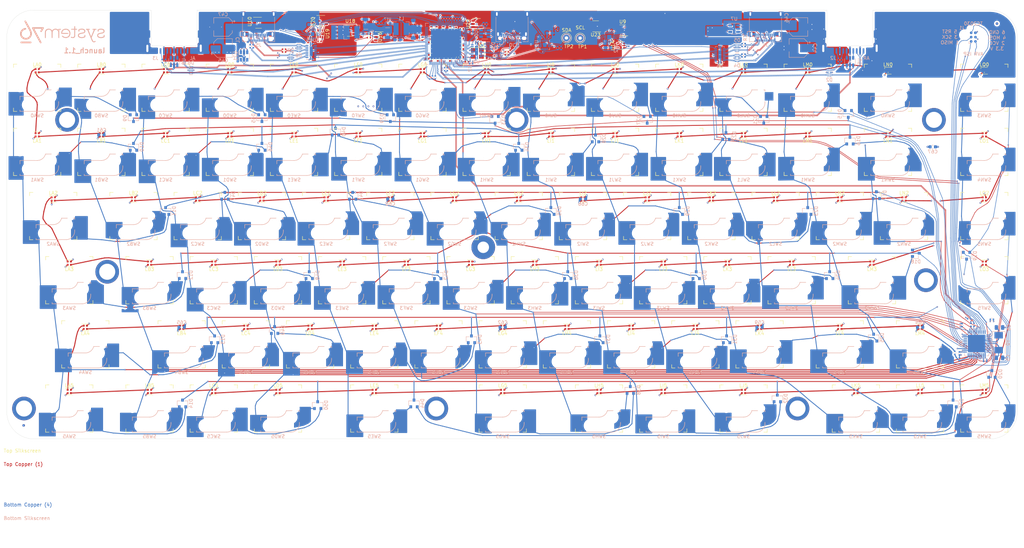
<source format=kicad_pcb>
(kicad_pcb (version 20171130) (host pcbnew 5.1.9+dfsg1-1)
  (layers (0 F.Cu signal) (1 In1.Cu power) (2 In2.Cu power) (31 B.Cu signal) (34 B.Paste user) (35 F.Paste user) (36 B.SilkS user) (37 F.SilkS user) (38 B.Mask user) (39 F.Mask user) (44 Edge.Cuts user))
  (net 0 "")
  (net 1 "Net-(U1-Pad42)")
  (net 2 VCC)
  (net 3 GND)
  (net 4 "Net-(C5-Pad1)")
  (net 5 "Net-(C6-Pad1)")
  (net 6 ROW0)
  (net 7 ROW1)
  (net 8 ROW2)
  (net 9 ROW3)
  (net 10 ROW4)
  (net 11 ROW5)
  (net 12 "Net-(J0-PadB8)")
  (net 13 "Net-(J0-PadA8)")
  (net 14 "Net-(R2-Pad1)")
  (net 15 "Net-(R3-Pad2)")
  (net 16 COLA)
  (net 17 COLB)
  (net 18 COLC)
  (net 19 COLD)
  (net 20 COLE)
  (net 21 COLF)
  (net 22 COLG)
  (net 23 COLH)
  (net 24 COLI)
  (net 25 COLJ)
  (net 26 COLK)
  (net 27 COLL)
  (net 28 COLM)
  (net 29 COLN)
  (net 30 RST)
  (net 31 LED)
  (net 32 MISO)
  (net 33 MOSI)
  (net 34 SCLK)
  (net 35 /USB/AVR_USB_D+)
  (net 36 /USB/AVR_USB_D-)
  (net 37 +3V3)
  (net 38 "Net-(U2-Pad96)")
  (net 39 "Net-(U2-Pad87)")
  (net 40 "Net-(U2-Pad86)")
  (net 41 "Net-(U2-Pad84)")
  (net 42 "Net-(U2-Pad83)")
  (net 43 "Net-(U2-Pad72)")
  (net 44 "Net-(U2-Pad66)")
  (net 45 "Net-(U2-Pad54)")
  (net 46 "Net-(U2-Pad52)")
  (net 47 "Net-(U2-Pad50)")
  (net 48 "Net-(U2-Pad49)")
  (net 49 "Net-(U2-Pad48)")
  (net 50 "Net-(U2-Pad47)")
  (net 51 "Net-(U2-Pad46)")
  (net 52 "Net-(U2-Pad45)")
  (net 53 "Net-(U2-Pad44)")
  (net 54 /USB/RBIAS)
  (net 55 /USB/TEST1)
  (net 56 /USB/TEST2)
  (net 57 /USB/TEST3)
  (net 58 /USB/USB_UP_RX-)
  (net 59 /USB/USB_UP_RX+)
  (net 60 /USB/USB_UP_TX-)
  (net 61 /USB/USB_UP_TX+)
  (net 62 +1V1)
  (net 63 /USB/UP_RX1+)
  (net 64 /USB/UP_RX1-)
  (net 65 /USB/UP_TX2-)
  (net 66 /USB/UP_TX2+)
  (net 67 /USB/UP_RX2+)
  (net 68 /USB/UP_RX2-)
  (net 69 /USB/UP_TX1-)
  (net 70 /USB/UP_TX1+)
  (net 71 /USB/UP_SEL)
  (net 72 /USB/UP_TX2D+)
  (net 73 /USB/UP_TX2D-)
  (net 74 /USB/UP_TX1D+)
  (net 75 /USB/UP_TX1D-)
  (net 76 /USB/HUB_SDA)
  (net 77 /USB/AR_VBUS)
  (net 78 /USB/AR_ESD_D-)
  (net 79 /USB/AR_ESD_D+)
  (net 80 /USB/AR_D+)
  (net 81 /USB/AR_D-)
  (net 82 /USB/CR_TX1D-)
  (net 83 /USB/CR_TX1-)
  (net 84 /USB/CR_TX2D-)
  (net 85 /USB/CR_TX2-)
  (net 86 /USB/CR_TX1D+)
  (net 87 /USB/CR_TX1+)
  (net 88 /USB/CR_TX2D+)
  (net 89 /USB/CR_TX2+)
  (net 90 /USB/CR_RX1-)
  (net 91 /USB/CR_RX1+)
  (net 92 /USB/CR_RX2+)
  (net 93 /USB/CR_RX2-)
  (net 94 /USB/CR_VBUS)
  (net 95 /USB/CR_CC1)
  (net 96 /USB/CR_D0+)
  (net 97 /USB/CR_D0-)
  (net 98 "Net-(J4-PadA8)")
  (net 99 /USB/CR_CC2)
  (net 100 "Net-(J4-PadB8)")
  (net 101 /USB/CR_TX+)
  (net 102 /USB/CR_SEL)
  (net 103 /USB/CR_RX-)
  (net 104 /USB/CR_RX+)
  (net 105 /USB/CR_TX-)
  (net 106 /USB/CR_D-)
  (net 107 /USB/CR_D+)
  (net 108 /USB/CL_RX-)
  (net 109 /USB/CL_RX+)
  (net 110 /USB/CL_TX-)
  (net 111 /USB/CL_TX+)
  (net 112 /USB/CL_D-)
  (net 113 /USB/CL_D+)
  (net 114 /USB/XTALI)
  (net 115 /USB/XTALO)
  (net 116 /USB/AL_VBUS)
  (net 117 /USB/AL_D-)
  (net 118 /USB/AL_D+)
  (net 119 "Net-(J5-PadA8)")
  (net 120 "Net-(J5-PadB8)")
  (net 121 /USB/AR_RX-)
  (net 122 /USB/AR_RX+)
  (net 123 /USB/AR_TX-)
  (net 124 /USB/AR_TX+)
  (net 125 /USB/AL_RX+)
  (net 126 /USB/AL_TX-)
  (net 127 /USB/AL_TX+)
  (net 128 /USB/AL_RX-)
  (net 129 /USB/AL_ESD_D-)
  (net 130 /USB/AL_ESD_D+)
  (net 131 /USB/PRT_CTL1)
  (net 132 /USB/PRT_CTL2)
  (net 133 /USB/PRT_CTL3)
  (net 134 /USB/PRT_CTL4)
  (net 135 /USB/PRT_CTL5)
  (net 136 VBUS)
  (net 137 /USB/UP_CC1)
  (net 138 /USB/UP_D0+)
  (net 139 /USB/UP_D0-)
  (net 140 /USB/UP_CC2)
  (net 141 /USB/UP_D1+)
  (net 142 /USB/UP_D1-)
  (net 143 "Net-(U11-Pad16)")
  (net 144 "Net-(U11-Pad10)")
  (net 145 "Net-(U11-Pad9)")
  (net 146 "Net-(U11-Pad6)")
  (net 147 "Net-(U11-Pad2)")
  (net 148 /USB/UP_BYP)
  (net 149 /USB/UP_ADDR)
  (net 150 /USB/CR_BYP)
  (net 151 "Net-(U12-Pad10)")
  (net 152 "Net-(U12-Pad9)")
  (net 153 "Net-(U12-Pad6)")
  (net 154 "Net-(U12-Pad2)")
  (net 155 /USB/CL_BYP)
  (net 156 /USB/CL_VBUS)
  (net 157 /USB/CL_CC2)
  (net 158 /USB/CL_CC1)
  (net 159 "Net-(U13-Pad10)")
  (net 160 "Net-(U13-Pad9)")
  (net 161 "Net-(U13-Pad6)")
  (net 162 "Net-(U13-Pad5)")
  (net 163 "Net-(U13-Pad2)")
  (net 164 /USB/CL_SEL)
  (net 165 /USB/CL_D0+)
  (net 166 /USB/CL_D0-)
  (net 167 /AVR_SCL)
  (net 168 /AVR_SDA)
  (net 169 /USB/CS1)
  (net 170 /USB/CS2)
  (net 171 /USB/CS3)
  (net 172 /USB/CR_EN)
  (net 173 /USB/CR_SRC)
  (net 174 /USB/CL_SRC)
  (net 175 /USB/CL_TX1D-)
  (net 176 /USB/CL_TX1-)
  (net 177 /USB/CL_TX2D-)
  (net 178 /USB/CL_TX2-)
  (net 179 /USB/CL_TX1D+)
  (net 180 /USB/CL_TX1+)
  (net 181 /USB/CL_TX2D+)
  (net 182 /USB/CL_TX2+)
  (net 183 /USB/CL_RX2-)
  (net 184 /USB/CL_RX2+)
  (net 185 /USB/CL_RX1+)
  (net 186 /USB/CL_RX1-)
  (net 187 /power/SW1V1)
  (net 188 "Net-(U16-Pad3)")
  (net 189 "Net-(U18-Pad4)")
  (net 190 /power/FB1V1)
  (net 191 /USB/SPI_D0)
  (net 192 /USB/CL_EN)
  (net 193 /USB/VBUS_DET)
  (net 194 "Net-(U1-Pad2)")
  (net 195 /USB/~RESET)
  (net 196 /USB/PRT_CTL6)
  (net 197 /USB/AVR_VBUS)
  (net 198 +3V6)
  (net 199 /power/SW3V6)
  (net 200 /power/FB3V6)
  (net 201 /USB/HUB_SCL)
  (net 202 "Net-(D9-Pad2)")
  (net 203 "Net-(D9-Pad1)")
  (net 204 "Net-(D10-Pad2)")
  (net 205 "Net-(D10-Pad1)")
  (net 206 "Net-(D11-Pad2)")
  (net 207 "Net-(D11-Pad1)")
  (net 208 "Net-(D12-Pad2)")
  (net 209 "Net-(D12-Pad1)")
  (net 210 "Net-(D13-Pad2)")
  (net 211 "Net-(D13-Pad1)")
  (net 212 "Net-(D14-Pad2)")
  (net 213 "Net-(D14-Pad1)")
  (net 214 "Net-(D15-Pad2)")
  (net 215 "Net-(D15-Pad1)")
  (net 216 "Net-(D16-Pad2)")
  (net 217 "Net-(D16-Pad1)")
  (net 218 "Net-(D17-Pad2)")
  (net 219 "Net-(D17-Pad1)")
  (net 220 "Net-(D18-Pad2)")
  (net 221 "Net-(D18-Pad1)")
  (net 222 "Net-(D19-Pad2)")
  (net 223 "Net-(D19-Pad1)")
  (net 224 "Net-(D20-Pad2)")
  (net 225 "Net-(D20-Pad1)")
  (net 226 "Net-(D21-Pad2)")
  (net 227 "Net-(D21-Pad1)")
  (net 228 "Net-(D22-Pad2)")
  (net 229 "Net-(D22-Pad1)")
  (net 230 "Net-(D23-Pad2)")
  (net 231 "Net-(D23-Pad1)")
  (net 232 "Net-(D24-Pad2)")
  (net 233 "Net-(D24-Pad1)")
  (net 234 "Net-(D25-Pad2)")
  (net 235 "Net-(D25-Pad1)")
  (net 236 "Net-(D26-Pad2)")
  (net 237 "Net-(D26-Pad1)")
  (net 238 "Net-(D27-Pad2)")
  (net 239 "Net-(D27-Pad1)")
  (net 240 "Net-(D28-Pad2)")
  (net 241 "Net-(D28-Pad1)")
  (net 242 "Net-(D29-Pad2)")
  (net 243 "Net-(D29-Pad1)")
  (net 244 "Net-(D30-Pad2)")
  (net 245 "Net-(D30-Pad1)")
  (net 246 "Net-(D31-Pad2)")
  (net 247 "Net-(D31-Pad1)")
  (net 248 "Net-(D32-Pad2)")
  (net 249 "Net-(D32-Pad1)")
  (net 250 "Net-(D33-Pad2)")
  (net 251 "Net-(D33-Pad1)")
  (net 252 "Net-(D34-Pad2)")
  (net 253 "Net-(D34-Pad1)")
  (net 254 "Net-(D35-Pad2)")
  (net 255 "Net-(D35-Pad1)")
  (net 256 "Net-(D36-Pad2)")
  (net 257 "Net-(D36-Pad1)")
  (net 258 "Net-(D37-Pad2)")
  (net 259 "Net-(D37-Pad1)")
  (net 260 "Net-(D38-Pad2)")
  (net 261 "Net-(D38-Pad1)")
  (net 262 "Net-(D39-Pad2)")
  (net 263 "Net-(D39-Pad1)")
  (net 264 "Net-(D40-Pad2)")
  (net 265 "Net-(D40-Pad1)")
  (net 266 "Net-(D41-Pad2)")
  (net 267 "Net-(D41-Pad1)")
  (net 268 "Net-(D42-Pad2)")
  (net 269 "Net-(D42-Pad1)")
  (net 270 "Net-(D43-Pad2)")
  (net 271 "Net-(D43-Pad1)")
  (net 272 "Net-(D44-Pad2)")
  (net 273 "Net-(D44-Pad1)")
  (net 274 "Net-(D45-Pad2)")
  (net 275 "Net-(D45-Pad1)")
  (net 276 "Net-(D46-Pad2)")
  (net 277 "Net-(D46-Pad1)")
  (net 278 "Net-(D47-Pad2)")
  (net 279 "Net-(D47-Pad1)")
  (net 280 "Net-(D48-Pad2)")
  (net 281 "Net-(D48-Pad1)")
  (net 282 "Net-(D49-Pad2)")
  (net 283 "Net-(D49-Pad1)")
  (net 284 "Net-(D50-Pad2)")
  (net 285 "Net-(D50-Pad1)")
  (net 286 "Net-(C51-Pad2)")
  (net 287 "Net-(C52-Pad2)")
  (net 288 "Net-(C53-Pad2)")
  (net 289 "Net-(C54-Pad2)")
  (net 290 "Net-(LA0-Pad1)")
  (net 291 "Net-(LA0-Pad3)")
  (net 292 "Net-(LA1-Pad1)")
  (net 293 "Net-(LA2-Pad1)")
  (net 294 "Net-(LA2-Pad3)")
  (net 295 "Net-(LA3-Pad1)")
  (net 296 "Net-(LA4-Pad1)")
  (net 297 "Net-(LA4-Pad3)")
  (net 298 "Net-(LA5-Pad3)")
  (net 299 "Net-(LB0-Pad3)")
  (net 300 "Net-(LB1-Pad1)")
  (net 301 "Net-(LB2-Pad3)")
  (net 302 "Net-(LB3-Pad1)")
  (net 303 "Net-(LB4-Pad1)")
  (net 304 "Net-(LB5-Pad3)")
  (net 305 "Net-(LC0-Pad3)")
  (net 306 "Net-(LC1-Pad1)")
  (net 307 "Net-(LC2-Pad3)")
  (net 308 "Net-(LC3-Pad1)")
  (net 309 "Net-(LC4-Pad1)")
  (net 310 "Net-(LC5-Pad3)")
  (net 311 "Net-(LD0-Pad3)")
  (net 312 "Net-(LD1-Pad1)")
  (net 313 "Net-(LD2-Pad3)")
  (net 314 "Net-(LD3-Pad1)")
  (net 315 "Net-(LD4-Pad1)")
  (net 316 "Net-(LD5-Pad3)")
  (net 317 "Net-(LE0-Pad3)")
  (net 318 "Net-(LE1-Pad1)")
  (net 319 "Net-(LE2-Pad3)")
  (net 320 "Net-(LE3-Pad1)")
  (net 321 "Net-(LE4-Pad1)")
  (net 322 "Net-(LE5-Pad3)")
  (net 323 "Net-(LF0-Pad3)")
  (net 324 "Net-(LF1-Pad1)")
  (net 325 "Net-(LF2-Pad3)")
  (net 326 "Net-(LF3-Pad1)")
  (net 327 "Net-(LF4-Pad1)")
  (net 328 "Net-(LG0-Pad3)")
  (net 329 "Net-(LG1-Pad1)")
  (net 330 "Net-(LG2-Pad3)")
  (net 331 "Net-(LG3-Pad1)")
  (net 332 "Net-(LG4-Pad1)")
  (net 333 "Net-(LG5-Pad3)")
  (net 334 "Net-(LH0-Pad3)")
  (net 335 "Net-(LH1-Pad1)")
  (net 336 "Net-(LH2-Pad3)")
  (net 337 "Net-(LH3-Pad1)")
  (net 338 "Net-(LH4-Pad1)")
  (net 339 "Net-(LH5-Pad3)")
  (net 340 "Net-(LI0-Pad3)")
  (net 341 "Net-(LI1-Pad1)")
  (net 342 "Net-(LI2-Pad3)")
  (net 343 "Net-(LI3-Pad1)")
  (net 344 "Net-(LI4-Pad1)")
  (net 345 "Net-(LI5-Pad3)")
  (net 346 "Net-(LJ0-Pad3)")
  (net 347 "Net-(LJ1-Pad1)")
  (net 348 "Net-(LJ2-Pad3)")
  (net 349 "Net-(LJ3-Pad1)")
  (net 350 "Net-(LJ4-Pad1)")
  (net 351 "Net-(LJ5-Pad3)")
  (net 352 "Net-(LK0-Pad3)")
  (net 353 "Net-(LK1-Pad1)")
  (net 354 "Net-(LK2-Pad3)")
  (net 355 "Net-(LK3-Pad1)")
  (net 356 "Net-(LK4-Pad1)")
  (net 357 "Net-(LK5-Pad3)")
  (net 358 "Net-(LL0-Pad3)")
  (net 359 "Net-(LL1-Pad1)")
  (net 360 "Net-(LL2-Pad3)")
  (net 361 "Net-(LL3-Pad1)")
  (net 362 "Net-(LL4-Pad1)")
  (net 363 "Net-(LL5-Pad3)")
  (net 364 "Net-(LM0-Pad3)")
  (net 365 "Net-(LM1-Pad1)")
  (net 366 "Net-(LM2-Pad3)")
  (net 367 "Net-(LM3-Pad1)")
  (net 368 "Net-(LM5-Pad3)")
  (net 369 "Net-(LN0-Pad3)")
  (net 370 "Net-(LN1-Pad1)")
  (net 371 "Net-(LN2-Pad3)")
  (net 372 "Net-(LO0-Pad3)")
  (net 373 "Net-(LO1-Pad1)")
  (net 374 "Net-(LM4-Pad1)")
  (net 375 "Net-(U11-Pad1)")
  (net 376 "Net-(U13-Pad1)")
  (net 377 "Net-(U12-Pad1)")
  (net 378 /USB/SPI_~CE)
  (net 379 /USB/SPI_CLK)
  (net 380 /USB/SPI_D1)
  (net 381 /USB/VBUS_MON)
  (net 382 "Net-(U2-Pad4)")
  (net 383 /USB/DP1_CC1)
  (net 384 /USB/DP1_CC2)
  (module launch:R_0402_1005Metric (layer B.Cu) (at 130.55 4.5 270)
    (fp_text reference R34 hide)
    (fp_text value DNP hide)
    (pad 2 smd roundrect (at 0.45 0 270) (size 0.4 0.5) (layers B.Cu B.Paste B.Mask) (net 3 GND))
    (pad 1 smd roundrect (at -0.45 0 270) (size 0.4 0.5) (layers B.Cu B.Paste B.Mask) (net 384 /USB/DP1_CC2))
  )
  (module launch:R_0402_1005Metric (layer B.Cu) (at 131.35 4.5 270)
    (fp_text reference R33 hide)
    (fp_text value DNP hide)
    (pad 2 smd roundrect (at 0.45 0 270) (size 0.4 0.5) (layers B.Cu B.Paste B.Mask) (net 3 GND))
    (pad 1 smd roundrect (at -0.45 0 270) (size 0.4 0.5) (layers B.Cu B.Paste B.Mask) (net 383 /USB/DP1_CC1))
  )
  (module launch:R_0402_1005Metric (layer B.Cu) (at 143 -8.85 270)
    (fp_text reference R28 hide)
    (fp_text value "52.3 k" hide)
    (pad 2 smd roundrect (at 0.45 0 270) (size 0.4 0.5) (layers B.Cu B.Paste B.Mask) (net 3 GND))
    (pad 1 smd roundrect (at -0.45 0 270) (size 0.4 0.5) (layers B.Cu B.Paste B.Mask) (net 381 /USB/VBUS_MON))
  )
  (module launch:R_0402_1005Metric (layer B.Cu) (at 142.05 -8.85 90)
    (fp_text reference R18 hide)
    (fp_text value "43 k" hide)
    (pad 2 smd roundrect (at 0.45 0 90) (size 0.4 0.5) (layers B.Cu B.Paste B.Mask) (net 381 /USB/VBUS_MON))
    (pad 1 smd roundrect (at -0.45 0 90) (size 0.4 0.5) (layers B.Cu B.Paste B.Mask) (net 136 VBUS))
  )
  (module Logo:System76 (layer B.Cu) (at 17.45 -6.55 180)
    (fp_text reference LOGO1 hide)
    (fp_text value System76Logo hide)
  )
  (module launch:USB_C_Receptacle_Amphenol_12401610E4-2A (layer B.Cu) (at 75.5 -9)
    (fp_text reference J5 (at 0 6.36) (layer B.SilkS) (effects (justify mirror)))
    (fp_text value 12401598E4#2A)
    (pad S1 smd roundrect (at -4.49 -2.84) (size 1.5 1.5) (layers F.Cu F.Mask) (net 3 GND))
    (pad S1 smd roundrect (at 4.49 -2.84) (size 1.5 1.5) (layers F.Cu F.Mask) (net 3 GND))
    (pad S1 smd roundrect (at 3.75 3.11) (size 1.5 1.4) (layers F.Cu F.Mask) (net 3 GND))
    (pad S1 smd roundrect (at -3.75 3.11) (size 1.5 1.4) (layers F.Cu F.Mask) (net 3 GND))
    (pad S1 smd roundrect (at -5 -2.85) (size 1 1.4) (layers B.Cu B.Paste B.Mask) (net 3 GND))
    (pad S1 smd roundrect (at 5 -2.85) (size 1 1.4) (layers B.Cu B.Paste B.Mask) (net 3 GND))
    (pad S1 smd roundrect (at 4.8 3.1) (size 1 1.4) (layers B.Cu B.Paste B.Mask) (net 3 GND))
    (pad S1 smd roundrect (at -4.8 3.1) (size 1 1.4) (layers B.Cu B.Paste B.Mask) (net 3 GND))
    (pad S1 thru_hole oval (at -4.13 3.11) (size 0.8 1.4) (drill oval 0.5 1.1) (layers *.Cu *.Mask B.Paste) (net 3 GND))
    (pad A1 smd rect (at -2.75 5.02) (size 0.3 0.7) (layers B.Cu B.Paste B.Mask) (net 3 GND))
    (pad A2 smd rect (at -2.25 5.02) (size 0.3 0.7) (layers B.Cu B.Paste B.Mask) (net 179 /USB/CL_TX1D+))
    (pad A3 smd rect (at -1.75 5.02) (size 0.3 0.7) (layers B.Cu B.Paste B.Mask) (net 175 /USB/CL_TX1D-))
    (pad A4 smd rect (at -1.25 5.02) (size 0.3 0.7) (layers B.Cu B.Paste B.Mask) (net 156 /USB/CL_VBUS))
    (pad A5 smd rect (at -0.75 5.02) (size 0.3 0.7) (layers B.Cu B.Paste B.Mask) (net 158 /USB/CL_CC1))
    (pad A6 smd rect (at -0.25 5.02) (size 0.3 0.7) (layers B.Cu B.Paste B.Mask) (net 165 /USB/CL_D0+))
    (pad A7 smd rect (at 0.25 5.02) (size 0.3 0.7) (layers B.Cu B.Paste B.Mask) (net 166 /USB/CL_D0-))
    (pad A12 smd rect (at 2.75 5.02) (size 0.3 0.7) (layers B.Cu B.Paste B.Mask) (net 3 GND))
    (pad A10 smd rect (at 1.75 5.02) (size 0.3 0.7) (layers B.Cu B.Paste B.Mask) (net 183 /USB/CL_RX2-))
    (pad A9 smd rect (at 1.25 5.02) (size 0.3 0.7) (layers B.Cu B.Paste B.Mask) (net 156 /USB/CL_VBUS))
    (pad A8 smd rect (at 0.75 5.02) (size 0.3 0.7) (layers B.Cu B.Paste B.Mask) (net 119 "Net-(J5-PadA8)"))
    (pad A11 smd rect (at 2.25 5.02) (size 0.3 0.7) (layers B.Cu B.Paste B.Mask) (net 184 /USB/CL_RX2+))
    (pad B1 smd rect (at 2.5 3.32) (size 0.3 0.7) (layers B.Cu B.Paste B.Mask) (net 3 GND))
    (pad S1 thru_hole oval (at 4.13 3.11) (size 0.8 1.4) (drill oval 0.5 1.1) (layers *.Cu *.Mask B.Paste) (net 3 GND))
    (pad S1 thru_hole oval (at 4.49 -2.84) (size 0.8 1.4) (drill oval 0.5 1.1) (layers *.Cu *.Mask B.Paste) (net 3 GND))
    (pad S1 thru_hole oval (at -4.49 -2.84) (size 0.8 1.4) (drill oval 0.5 1.1) (layers *.Cu *.Mask B.Paste) (net 3 GND))
    (pad "" np_thru_hole oval (at 3.6 4.36) (size 0.95 0.65) (drill oval 0.95 0.65) (layers *.Cu *.Mask))
    (pad "" np_thru_hole circle (at -3.6 4.36) (size 0.65 0.65) (drill 0.65) (layers *.Cu *.Mask))
    (pad B2 smd rect (at 2 3.32) (size 0.3 0.7) (layers B.Cu B.Paste B.Mask) (net 177 /USB/CL_TX2D-))
    (pad B3 smd rect (at 1.5 3.32) (size 0.3 0.7) (layers B.Cu B.Paste B.Mask) (net 181 /USB/CL_TX2D+))
    (pad B4 smd rect (at 1 3.32) (size 0.3 0.7) (layers B.Cu B.Paste B.Mask) (net 156 /USB/CL_VBUS))
    (pad B5 smd rect (at 0.5 3.32) (size 0.3 0.7) (layers B.Cu B.Paste B.Mask) (net 157 /USB/CL_CC2))
    (pad B6 smd rect (at 0 3.32) (size 0.3 0.7) (layers B.Cu B.Paste B.Mask) (net 165 /USB/CL_D0+))
    (pad B7 smd rect (at -0.5 3.32) (size 0.3 0.7) (layers B.Cu B.Paste B.Mask) (net 166 /USB/CL_D0-))
    (pad B8 smd rect (at -1 3.32) (size 0.3 0.7) (layers B.Cu B.Paste B.Mask) (net 120 "Net-(J5-PadB8)"))
    (pad B9 smd rect (at -1.5 3.32) (size 0.3 0.7) (layers B.Cu B.Paste B.Mask) (net 156 /USB/CL_VBUS))
    (pad B10 smd rect (at -2 3.32) (size 0.3 0.7) (layers B.Cu B.Paste B.Mask) (net 186 /USB/CL_RX1-))
    (pad B11 smd rect (at -2.5 3.32) (size 0.3 0.7) (layers B.Cu B.Paste B.Mask) (net 185 /USB/CL_RX1+))
    (pad B12 smd rect (at -3 3.32) (size 0.3 0.7) (layers B.Cu B.Paste B.Mask) (net 3 GND))
  )
  (module launch:USB_C_Receptacle_Amphenol_12401610E4-2A (layer B.Cu) (at 225.5 -9)
    (fp_text reference J4 (at 0 6.36) (layer B.SilkS) (effects (justify mirror)))
    (fp_text value 12401598E4#2A)
    (pad S1 smd roundrect (at -4.49 -2.84) (size 1.5 1.5) (layers F.Cu F.Mask) (net 3 GND))
    (pad S1 smd roundrect (at 4.49 -2.84) (size 1.5 1.5) (layers F.Cu F.Mask) (net 3 GND))
    (pad S1 smd roundrect (at 3.75 3.11) (size 1.5 1.4) (layers F.Cu F.Mask) (net 3 GND))
    (pad S1 smd roundrect (at -3.75 3.11) (size 1.5 1.4) (layers F.Cu F.Mask) (net 3 GND))
    (pad S1 smd roundrect (at -5 -2.85) (size 1 1.4) (layers B.Cu B.Paste B.Mask) (net 3 GND))
    (pad S1 smd roundrect (at 5 -2.85) (size 1 1.4) (layers B.Cu B.Paste B.Mask) (net 3 GND))
    (pad S1 smd roundrect (at 4.8 3.1) (size 1 1.4) (layers B.Cu B.Paste B.Mask) (net 3 GND))
    (pad S1 smd roundrect (at -4.8 3.1) (size 1 1.4) (layers B.Cu B.Paste B.Mask) (net 3 GND))
    (pad S1 thru_hole oval (at -4.13 3.11) (size 0.8 1.4) (drill oval 0.5 1.1) (layers *.Cu *.Mask B.Paste) (net 3 GND))
    (pad A1 smd rect (at -2.75 5.02) (size 0.3 0.7) (layers B.Cu B.Paste B.Mask) (net 3 GND))
    (pad A2 smd rect (at -2.25 5.02) (size 0.3 0.7) (layers B.Cu B.Paste B.Mask) (net 88 /USB/CR_TX2D+))
    (pad A3 smd rect (at -1.75 5.02) (size 0.3 0.7) (layers B.Cu B.Paste B.Mask) (net 84 /USB/CR_TX2D-))
    (pad A4 smd rect (at -1.25 5.02) (size 0.3 0.7) (layers B.Cu B.Paste B.Mask) (net 94 /USB/CR_VBUS))
    (pad A5 smd rect (at -0.75 5.02) (size 0.3 0.7) (layers B.Cu B.Paste B.Mask) (net 95 /USB/CR_CC1))
    (pad A6 smd rect (at -0.25 5.02) (size 0.3 0.7) (layers B.Cu B.Paste B.Mask) (net 96 /USB/CR_D0+))
    (pad A7 smd rect (at 0.25 5.02) (size 0.3 0.7) (layers B.Cu B.Paste B.Mask) (net 97 /USB/CR_D0-))
    (pad A12 smd rect (at 2.75 5.02) (size 0.3 0.7) (layers B.Cu B.Paste B.Mask) (net 3 GND))
    (pad A10 smd rect (at 1.75 5.02) (size 0.3 0.7) (layers B.Cu B.Paste B.Mask) (net 90 /USB/CR_RX1-))
    (pad A9 smd rect (at 1.25 5.02) (size 0.3 0.7) (layers B.Cu B.Paste B.Mask) (net 94 /USB/CR_VBUS))
    (pad A8 smd rect (at 0.75 5.02) (size 0.3 0.7) (layers B.Cu B.Paste B.Mask) (net 98 "Net-(J4-PadA8)"))
    (pad A11 smd rect (at 2.25 5.02) (size 0.3 0.7) (layers B.Cu B.Paste B.Mask) (net 91 /USB/CR_RX1+))
    (pad B1 smd rect (at 2.5 3.32) (size 0.3 0.7) (layers B.Cu B.Paste B.Mask) (net 3 GND))
    (pad S1 thru_hole oval (at 4.13 3.11) (size 0.8 1.4) (drill oval 0.5 1.1) (layers *.Cu *.Mask B.Paste) (net 3 GND))
    (pad S1 thru_hole oval (at 4.49 -2.84) (size 0.8 1.4) (drill oval 0.5 1.1) (layers *.Cu *.Mask B.Paste) (net 3 GND))
    (pad S1 thru_hole oval (at -4.49 -2.84) (size 0.8 1.4) (drill oval 0.5 1.1) (layers *.Cu *.Mask B.Paste) (net 3 GND))
    (pad "" np_thru_hole oval (at 3.6 4.36) (size 0.95 0.65) (drill oval 0.95 0.65) (layers *.Cu *.Mask))
    (pad "" np_thru_hole circle (at -3.6 4.36) (size 0.65 0.65) (drill 0.65) (layers *.Cu *.Mask))
    (pad B2 smd rect (at 2 3.32) (size 0.3 0.7) (layers B.Cu B.Paste B.Mask) (net 82 /USB/CR_TX1D-))
    (pad B3 smd rect (at 1.5 3.32) (size 0.3 0.7) (layers B.Cu B.Paste B.Mask) (net 86 /USB/CR_TX1D+))
    (pad B4 smd rect (at 1 3.32) (size 0.3 0.7) (layers B.Cu B.Paste B.Mask) (net 94 /USB/CR_VBUS))
    (pad B5 smd rect (at 0.5 3.32) (size 0.3 0.7) (layers B.Cu B.Paste B.Mask) (net 99 /USB/CR_CC2))
    (pad B6 smd rect (at 0 3.32) (size 0.3 0.7) (layers B.Cu B.Paste B.Mask) (net 96 /USB/CR_D0+))
    (pad B7 smd rect (at -0.5 3.32) (size 0.3 0.7) (layers B.Cu B.Paste B.Mask) (net 97 /USB/CR_D0-))
    (pad B8 smd rect (at -1 3.32) (size 0.3 0.7) (layers B.Cu B.Paste B.Mask) (net 100 "Net-(J4-PadB8)"))
    (pad B9 smd rect (at -1.5 3.32) (size 0.3 0.7) (layers B.Cu B.Paste B.Mask) (net 94 /USB/CR_VBUS))
    (pad B10 smd rect (at -2 3.32) (size 0.3 0.7) (layers B.Cu B.Paste B.Mask) (net 92 /USB/CR_RX2+))
    (pad B11 smd rect (at -2.5 3.32) (size 0.3 0.7) (layers B.Cu B.Paste B.Mask) (net 93 /USB/CR_RX2-))
    (pad B12 smd rect (at -3 3.32) (size 0.3 0.7) (layers B.Cu B.Paste B.Mask) (net 3 GND))
  )
  (module launch:USB_C_Receptacle_Amphenol_12401610E4-2A (layer B.Cu) (at 150.5 -9)
    (fp_text reference J0 (at 0 6.36) (layer B.SilkS) (effects (justify mirror)))
    (fp_text value 12401598E4#2A)
    (pad S1 smd roundrect (at -4.49 -2.84) (size 1.5 1.5) (layers F.Cu F.Mask) (net 3 GND))
    (pad S1 smd roundrect (at 4.49 -2.84) (size 1.5 1.5) (layers F.Cu F.Mask) (net 3 GND))
    (pad S1 smd roundrect (at 3.75 3.11) (size 1.5 1.4) (layers F.Cu F.Mask) (net 3 GND))
    (pad S1 smd roundrect (at -3.75 3.11) (size 1.5 1.4) (layers F.Cu F.Mask) (net 3 GND))
    (pad S1 smd roundrect (at -5 -2.85) (size 1 1.4) (layers B.Cu B.Paste B.Mask) (net 3 GND))
    (pad S1 smd roundrect (at 5 -2.85) (size 1 1.4) (layers B.Cu B.Paste B.Mask) (net 3 GND))
    (pad S1 smd roundrect (at 4.8 3.1) (size 1 1.4) (layers B.Cu B.Paste B.Mask) (net 3 GND))
    (pad S1 smd roundrect (at -4.8 3.1) (size 1 1.4) (layers B.Cu B.Paste B.Mask) (net 3 GND))
    (pad S1 thru_hole oval (at -4.13 3.11) (size 0.8 1.4) (drill oval 0.5 1.1) (layers *.Cu *.Mask B.Paste) (net 3 GND))
    (pad A1 smd rect (at -2.75 5.02) (size 0.3 0.7) (layers B.Cu B.Paste B.Mask) (net 3 GND))
    (pad A2 smd rect (at -2.25 5.02) (size 0.3 0.7) (layers B.Cu B.Paste B.Mask) (net 75 /USB/UP_TX1D-))
    (pad A3 smd rect (at -1.75 5.02) (size 0.3 0.7) (layers B.Cu B.Paste B.Mask) (net 74 /USB/UP_TX1D+))
    (pad A4 smd rect (at -1.25 5.02) (size 0.3 0.7) (layers B.Cu B.Paste B.Mask) (net 136 VBUS))
    (pad A5 smd rect (at -0.75 5.02) (size 0.3 0.7) (layers B.Cu B.Paste B.Mask) (net 137 /USB/UP_CC1))
    (pad A6 smd rect (at -0.25 5.02) (size 0.3 0.7) (layers B.Cu B.Paste B.Mask) (net 138 /USB/UP_D0+))
    (pad A7 smd rect (at 0.25 5.02) (size 0.3 0.7) (layers B.Cu B.Paste B.Mask) (net 139 /USB/UP_D0-))
    (pad A12 smd rect (at 2.75 5.02) (size 0.3 0.7) (layers B.Cu B.Paste B.Mask) (net 3 GND))
    (pad A10 smd rect (at 1.75 5.02) (size 0.3 0.7) (layers B.Cu B.Paste B.Mask) (net 68 /USB/UP_RX2-))
    (pad A9 smd rect (at 1.25 5.02) (size 0.3 0.7) (layers B.Cu B.Paste B.Mask) (net 136 VBUS))
    (pad A8 smd rect (at 0.75 5.02) (size 0.3 0.7) (layers B.Cu B.Paste B.Mask) (net 13 "Net-(J0-PadA8)"))
    (pad A11 smd rect (at 2.25 5.02) (size 0.3 0.7) (layers B.Cu B.Paste B.Mask) (net 67 /USB/UP_RX2+))
    (pad B1 smd rect (at 2.5 3.32) (size 0.3 0.7) (layers B.Cu B.Paste B.Mask) (net 3 GND))
    (pad S1 thru_hole oval (at 4.13 3.11) (size 0.8 1.4) (drill oval 0.5 1.1) (layers *.Cu *.Mask B.Paste) (net 3 GND))
    (pad S1 thru_hole oval (at 4.49 -2.84) (size 0.8 1.4) (drill oval 0.5 1.1) (layers *.Cu *.Mask B.Paste) (net 3 GND))
    (pad S1 thru_hole oval (at -4.49 -2.84) (size 0.8 1.4) (drill oval 0.5 1.1) (layers *.Cu *.Mask B.Paste) (net 3 GND))
    (pad "" np_thru_hole oval (at 3.6 4.36) (size 0.95 0.65) (drill oval 0.95 0.65) (layers *.Cu *.Mask))
    (pad "" np_thru_hole circle (at -3.6 4.36) (size 0.65 0.65) (drill 0.65) (layers *.Cu *.Mask))
    (pad B2 smd rect (at 2 3.32) (size 0.3 0.7) (layers B.Cu B.Paste B.Mask) (net 72 /USB/UP_TX2D+))
    (pad B3 smd rect (at 1.5 3.32) (size 0.3 0.7) (layers B.Cu B.Paste B.Mask) (net 73 /USB/UP_TX2D-))
    (pad B4 smd rect (at 1 3.32) (size 0.3 0.7) (layers B.Cu B.Paste B.Mask) (net 136 VBUS))
    (pad B5 smd rect (at 0.5 3.32) (size 0.3 0.7) (layers B.Cu B.Paste B.Mask) (net 140 /USB/UP_CC2))
    (pad B6 smd rect (at 0 3.32) (size 0.3 0.7) (layers B.Cu B.Paste B.Mask) (net 138 /USB/UP_D0+))
    (pad B7 smd rect (at -0.5 3.32) (size 0.3 0.7) (layers B.Cu B.Paste B.Mask) (net 139 /USB/UP_D0-))
    (pad B8 smd rect (at -1 3.32) (size 0.3 0.7) (layers B.Cu B.Paste B.Mask) (net 12 "Net-(J0-PadB8)"))
    (pad B9 smd rect (at -1.5 3.32) (size 0.3 0.7) (layers B.Cu B.Paste B.Mask) (net 136 VBUS))
    (pad B10 smd rect (at -2 3.32) (size 0.3 0.7) (layers B.Cu B.Paste B.Mask) (net 64 /USB/UP_RX1-))
    (pad B11 smd rect (at -2.5 3.32) (size 0.3 0.7) (layers B.Cu B.Paste B.Mask) (net 63 /USB/UP_RX1+))
    (pad B12 smd rect (at -3 3.32) (size 0.3 0.7) (layers B.Cu B.Paste B.Mask) (net 3 GND))
  )
  (module launch:LED_SK6805-EC15 (layer F.Cu) (at 290.25 61.95 180)
    (fp_text reference LO3 (at 0 -1.8) (layer F.SilkS))
    (fp_text value SK6805-EC15 hide)
    (pad 1 smd rect (at -0.475 -0.475 180) (size 0.55 0.55) (layers F.Cu F.Paste F.Mask) (net 368 "Net-(LM5-Pad3)"))
    (pad 4 smd rect (at 0.475 -0.475 180) (size 0.55 0.55) (layers F.Cu F.Paste F.Mask) (net 3 GND))
    (pad 3 smd rect (at 0.475 0.475 180) (size 0.55 0.55) (layers F.Cu F.Paste F.Mask) (net 367 "Net-(LM3-Pad1)"))
    (pad 2 smd rect (at -0.475 0.475 180) (size 0.55 0.55) (layers F.Cu F.Paste F.Mask) (net 198 +3V6))
  )
  (module launch:LED_SK6805-EC15 (layer F.Cu) (at 290.25 42.95)
    (fp_text reference LO2 (at 0 -1.8) (layer F.SilkS))
    (fp_text value SK6805-EC15 hide)
    (pad 1 smd rect (at -0.475 -0.475) (size 0.55 0.55) (layers F.Cu F.Paste F.Mask) (net 371 "Net-(LN2-Pad3)"))
    (pad 4 smd rect (at 0.475 -0.475) (size 0.55 0.55) (layers F.Cu F.Paste F.Mask) (net 3 GND))
    (pad 3 smd rect (at 0.475 0.475) (size 0.55 0.55) (layers F.Cu F.Paste F.Mask) (net 373 "Net-(LO1-Pad1)"))
    (pad 2 smd rect (at -0.475 0.475) (size 0.55 0.55) (layers F.Cu F.Paste F.Mask) (net 198 +3V6))
  )
  (module launch:LED_SK6805-EC15 (layer F.Cu) (at 290.25 23.95 180)
    (fp_text reference LO1 (at 0 -1.8) (layer F.SilkS))
    (fp_text value SK6805-EC15 hide)
    (pad 1 smd rect (at -0.475 -0.475 180) (size 0.55 0.55) (layers F.Cu F.Paste F.Mask) (net 373 "Net-(LO1-Pad1)"))
    (pad 4 smd rect (at 0.475 -0.475 180) (size 0.55 0.55) (layers F.Cu F.Paste F.Mask) (net 3 GND))
    (pad 3 smd rect (at 0.475 0.475 180) (size 0.55 0.55) (layers F.Cu F.Paste F.Mask) (net 370 "Net-(LN1-Pad1)"))
    (pad 2 smd rect (at -0.475 0.475 180) (size 0.55 0.55) (layers F.Cu F.Paste F.Mask) (net 198 +3V6))
  )
  (module launch:LED_SK6805-EC15 (layer F.Cu) (at 290.25 4.95)
    (fp_text reference LO0 (at 0 -1.8) (layer F.SilkS))
    (fp_text value SK6805-EC15 hide)
    (pad 1 smd rect (at -0.475 -0.475) (size 0.55 0.55) (layers F.Cu F.Paste F.Mask) (net 369 "Net-(LN0-Pad3)"))
    (pad 4 smd rect (at 0.475 -0.475) (size 0.55 0.55) (layers F.Cu F.Paste F.Mask) (net 3 GND))
    (pad 3 smd rect (at 0.475 0.475) (size 0.55 0.55) (layers F.Cu F.Paste F.Mask) (net 372 "Net-(LO0-Pad3)"))
    (pad 2 smd rect (at -0.475 0.475) (size 0.55 0.55) (layers F.Cu F.Paste F.Mask) (net 198 +3V6))
  )
  (module launch:LED_SK6805-EC15 (layer F.Cu) (at 266.5 42.95)
    (fp_text reference LN2 (at 0 -1.8) (layer F.SilkS))
    (fp_text value SK6805-EC15 hide)
    (pad 1 smd rect (at -0.475 -0.475) (size 0.55 0.55) (layers F.Cu F.Paste F.Mask) (net 366 "Net-(LM2-Pad3)"))
    (pad 4 smd rect (at 0.475 -0.475) (size 0.55 0.55) (layers F.Cu F.Paste F.Mask) (net 3 GND))
    (pad 3 smd rect (at 0.475 0.475) (size 0.55 0.55) (layers F.Cu F.Paste F.Mask) (net 371 "Net-(LN2-Pad3)"))
    (pad 2 smd rect (at -0.475 0.475) (size 0.55 0.55) (layers F.Cu F.Paste F.Mask) (net 198 +3V6))
  )
  (module launch:LED_SK6805-EC15 (layer F.Cu) (at 261.75 23.95 180)
    (fp_text reference LN1 (at 0 -1.8) (layer F.SilkS))
    (fp_text value SK6805-EC15 hide)
    (pad 1 smd rect (at -0.475 -0.475 180) (size 0.55 0.55) (layers F.Cu F.Paste F.Mask) (net 370 "Net-(LN1-Pad1)"))
    (pad 4 smd rect (at 0.475 -0.475 180) (size 0.55 0.55) (layers F.Cu F.Paste F.Mask) (net 3 GND))
    (pad 3 smd rect (at 0.475 0.475 180) (size 0.55 0.55) (layers F.Cu F.Paste F.Mask) (net 365 "Net-(LM1-Pad1)"))
    (pad 2 smd rect (at -0.475 0.475 180) (size 0.55 0.55) (layers F.Cu F.Paste F.Mask) (net 198 +3V6))
  )
  (module launch:LED_SK6805-EC15 (layer F.Cu) (at 261.75 4.95)
    (fp_text reference LN0 (at 0 -1.8) (layer F.SilkS))
    (fp_text value SK6805-EC15 hide)
    (pad 1 smd rect (at -0.475 -0.475) (size 0.55 0.55) (layers F.Cu F.Paste F.Mask) (net 364 "Net-(LM0-Pad3)"))
    (pad 4 smd rect (at 0.475 -0.475) (size 0.55 0.55) (layers F.Cu F.Paste F.Mask) (net 3 GND))
    (pad 3 smd rect (at 0.475 0.475) (size 0.55 0.55) (layers F.Cu F.Paste F.Mask) (net 369 "Net-(LN0-Pad3)"))
    (pad 2 smd rect (at -0.475 0.475) (size 0.55 0.55) (layers F.Cu F.Paste F.Mask) (net 198 +3V6))
  )
  (module launch:LED_SK6805-EC15 (layer F.Cu) (at 290.25 99.95)
    (fp_text reference LM5 (at 0 -1.8) (layer F.SilkS))
    (fp_text value SK6805-EC15 hide)
    (pad 1 smd rect (at -0.475 -0.475) (size 0.55 0.55) (layers F.Cu F.Paste F.Mask) (net 363 "Net-(LL5-Pad3)"))
    (pad 4 smd rect (at 0.475 -0.475) (size 0.55 0.55) (layers F.Cu F.Paste F.Mask) (net 3 GND))
    (pad 3 smd rect (at 0.475 0.475) (size 0.55 0.55) (layers F.Cu F.Paste F.Mask) (net 368 "Net-(LM5-Pad3)"))
    (pad 2 smd rect (at -0.475 0.475) (size 0.55 0.55) (layers F.Cu F.Paste F.Mask) (net 198 +3V6))
  )
  (module launch:LED_SK6805-EC15 (layer F.Cu) (at 257 61.95 180)
    (fp_text reference LM3 (at 0 -1.8) (layer F.SilkS))
    (fp_text value SK6805-EC15 hide)
    (pad 1 smd rect (at -0.475 -0.475 180) (size 0.55 0.55) (layers F.Cu F.Paste F.Mask) (net 367 "Net-(LM3-Pad1)"))
    (pad 4 smd rect (at 0.475 -0.475 180) (size 0.55 0.55) (layers F.Cu F.Paste F.Mask) (net 3 GND))
    (pad 3 smd rect (at 0.475 0.475 180) (size 0.55 0.55) (layers F.Cu F.Paste F.Mask) (net 361 "Net-(LL3-Pad1)"))
    (pad 2 smd rect (at -0.475 0.475 180) (size 0.55 0.55) (layers F.Cu F.Paste F.Mask) (net 198 +3V6))
  )
  (module launch:LED_SK6805-EC15 (layer F.Cu) (at 247.5 42.95)
    (fp_text reference LM2 (at 0 -1.8) (layer F.SilkS))
    (fp_text value SK6805-EC15 hide)
    (pad 1 smd rect (at -0.475 -0.475) (size 0.55 0.55) (layers F.Cu F.Paste F.Mask) (net 360 "Net-(LL2-Pad3)"))
    (pad 4 smd rect (at 0.475 -0.475) (size 0.55 0.55) (layers F.Cu F.Paste F.Mask) (net 3 GND))
    (pad 3 smd rect (at 0.475 0.475) (size 0.55 0.55) (layers F.Cu F.Paste F.Mask) (net 366 "Net-(LM2-Pad3)"))
    (pad 2 smd rect (at -0.475 0.475) (size 0.55 0.55) (layers F.Cu F.Paste F.Mask) (net 198 +3V6))
  )
  (module launch:LED_SK6805-EC15 (layer F.Cu) (at 238 23.95 180)
    (fp_text reference LM1 (at 0 -1.8) (layer F.SilkS))
    (fp_text value SK6805-EC15 hide)
    (pad 1 smd rect (at -0.475 -0.475 180) (size 0.55 0.55) (layers F.Cu F.Paste F.Mask) (net 365 "Net-(LM1-Pad1)"))
    (pad 4 smd rect (at 0.475 -0.475 180) (size 0.55 0.55) (layers F.Cu F.Paste F.Mask) (net 3 GND))
    (pad 3 smd rect (at 0.475 0.475 180) (size 0.55 0.55) (layers F.Cu F.Paste F.Mask) (net 359 "Net-(LL1-Pad1)"))
    (pad 2 smd rect (at -0.475 0.475 180) (size 0.55 0.55) (layers F.Cu F.Paste F.Mask) (net 198 +3V6))
  )
  (module launch:LED_SK6805-EC15 (layer F.Cu) (at 238 4.95)
    (fp_text reference LM0 (at 0 -1.8) (layer F.SilkS))
    (fp_text value SK6805-EC15 hide)
    (pad 1 smd rect (at -0.475 -0.475) (size 0.55 0.55) (layers F.Cu F.Paste F.Mask) (net 358 "Net-(LL0-Pad3)"))
    (pad 4 smd rect (at 0.475 -0.475) (size 0.55 0.55) (layers F.Cu F.Paste F.Mask) (net 3 GND))
    (pad 3 smd rect (at 0.475 0.475) (size 0.55 0.55) (layers F.Cu F.Paste F.Mask) (net 364 "Net-(LM0-Pad3)"))
    (pad 2 smd rect (at -0.475 0.475) (size 0.55 0.55) (layers F.Cu F.Paste F.Mask) (net 198 +3V6))
  )
  (module launch:LED_SK6805-EC15 (layer F.Cu) (at 271.25 99.95)
    (fp_text reference LL5 (at 0 -1.8) (layer F.SilkS))
    (fp_text value SK6805-EC15 hide)
    (pad 1 smd rect (at -0.475 -0.475) (size 0.55 0.55) (layers F.Cu F.Paste F.Mask) (net 357 "Net-(LK5-Pad3)"))
    (pad 4 smd rect (at 0.475 -0.475) (size 0.55 0.55) (layers F.Cu F.Paste F.Mask) (net 3 GND))
    (pad 3 smd rect (at 0.475 0.475) (size 0.55 0.55) (layers F.Cu F.Paste F.Mask) (net 363 "Net-(LL5-Pad3)"))
    (pad 2 smd rect (at -0.475 0.475) (size 0.55 0.55) (layers F.Cu F.Paste F.Mask) (net 198 +3V6))
  )
  (module launch:LED_SK6805-EC15 (layer F.Cu) (at 247.5 80.95 180)
    (fp_text reference LL4 (at 0 -1.8) (layer F.SilkS))
    (fp_text value SK6805-EC15 hide)
    (pad 1 smd rect (at -0.475 -0.475 180) (size 0.55 0.55) (layers F.Cu F.Paste F.Mask) (net 362 "Net-(LL4-Pad1)"))
    (pad 4 smd rect (at 0.475 -0.475 180) (size 0.55 0.55) (layers F.Cu F.Paste F.Mask) (net 3 GND))
    (pad 3 smd rect (at 0.475 0.475 180) (size 0.55 0.55) (layers F.Cu F.Paste F.Mask) (net 356 "Net-(LK4-Pad1)"))
    (pad 2 smd rect (at -0.475 0.475 180) (size 0.55 0.55) (layers F.Cu F.Paste F.Mask) (net 198 +3V6))
  )
  (module launch:LED_SK6805-EC15 (layer F.Cu) (at 233.25 61.95 180)
    (fp_text reference LL3 (at 0 -1.8) (layer F.SilkS))
    (fp_text value SK6805-EC15 hide)
    (pad 1 smd rect (at -0.475 -0.475 180) (size 0.55 0.55) (layers F.Cu F.Paste F.Mask) (net 361 "Net-(LL3-Pad1)"))
    (pad 4 smd rect (at 0.475 -0.475 180) (size 0.55 0.55) (layers F.Cu F.Paste F.Mask) (net 3 GND))
    (pad 3 smd rect (at 0.475 0.475 180) (size 0.55 0.55) (layers F.Cu F.Paste F.Mask) (net 355 "Net-(LK3-Pad1)"))
    (pad 2 smd rect (at -0.475 0.475 180) (size 0.55 0.55) (layers F.Cu F.Paste F.Mask) (net 198 +3V6))
  )
  (module launch:LED_SK6805-EC15 (layer F.Cu) (at 228.5 42.95)
    (fp_text reference LL2 (at 0 -1.8) (layer F.SilkS))
    (fp_text value SK6805-EC15 hide)
    (pad 1 smd rect (at -0.475 -0.475) (size 0.55 0.55) (layers F.Cu F.Paste F.Mask) (net 354 "Net-(LK2-Pad3)"))
    (pad 4 smd rect (at 0.475 -0.475) (size 0.55 0.55) (layers F.Cu F.Paste F.Mask) (net 3 GND))
    (pad 3 smd rect (at 0.475 0.475) (size 0.55 0.55) (layers F.Cu F.Paste F.Mask) (net 360 "Net-(LL2-Pad3)"))
    (pad 2 smd rect (at -0.475 0.475) (size 0.55 0.55) (layers F.Cu F.Paste F.Mask) (net 198 +3V6))
  )
  (module launch:LED_SK6805-EC15 (layer F.Cu) (at 219 23.95 180)
    (fp_text reference LL1 (at 0 -1.8) (layer F.SilkS))
    (fp_text value SK6805-EC15 hide)
    (pad 1 smd rect (at -0.475 -0.475 180) (size 0.55 0.55) (layers F.Cu F.Paste F.Mask) (net 359 "Net-(LL1-Pad1)"))
    (pad 4 smd rect (at 0.475 -0.475 180) (size 0.55 0.55) (layers F.Cu F.Paste F.Mask) (net 3 GND))
    (pad 3 smd rect (at 0.475 0.475 180) (size 0.55 0.55) (layers F.Cu F.Paste F.Mask) (net 353 "Net-(LK1-Pad1)"))
    (pad 2 smd rect (at -0.475 0.475 180) (size 0.55 0.55) (layers F.Cu F.Paste F.Mask) (net 198 +3V6))
  )
  (module launch:LED_SK6805-EC15 (layer F.Cu) (at 219 4.95)
    (fp_text reference LL0 (at 0 -1.8) (layer F.SilkS))
    (fp_text value SK6805-EC15 hide)
    (pad 1 smd rect (at -0.475 -0.475) (size 0.55 0.55) (layers F.Cu F.Paste F.Mask) (net 352 "Net-(LK0-Pad3)"))
    (pad 4 smd rect (at 0.475 -0.475) (size 0.55 0.55) (layers F.Cu F.Paste F.Mask) (net 3 GND))
    (pad 3 smd rect (at 0.475 0.475) (size 0.55 0.55) (layers F.Cu F.Paste F.Mask) (net 358 "Net-(LL0-Pad3)"))
    (pad 2 smd rect (at -0.475 0.475) (size 0.55 0.55) (layers F.Cu F.Paste F.Mask) (net 198 +3V6))
  )
  (module launch:LED_SK6805-EC15 (layer F.Cu) (at 252.25 99.95)
    (fp_text reference LK5 (at 0 -1.8) (layer F.SilkS))
    (fp_text value SK6805-EC15 hide)
    (pad 1 smd rect (at -0.475 -0.475) (size 0.55 0.55) (layers F.Cu F.Paste F.Mask) (net 351 "Net-(LJ5-Pad3)"))
    (pad 4 smd rect (at 0.475 -0.475) (size 0.55 0.55) (layers F.Cu F.Paste F.Mask) (net 3 GND))
    (pad 3 smd rect (at 0.475 0.475) (size 0.55 0.55) (layers F.Cu F.Paste F.Mask) (net 357 "Net-(LK5-Pad3)"))
    (pad 2 smd rect (at -0.475 0.475) (size 0.55 0.55) (layers F.Cu F.Paste F.Mask) (net 198 +3V6))
  )
  (module launch:LED_SK6805-EC15 (layer F.Cu) (at 223.75 80.95 180)
    (fp_text reference LK4 (at 0 -1.8) (layer F.SilkS))
    (fp_text value SK6805-EC15 hide)
    (pad 1 smd rect (at -0.475 -0.475 180) (size 0.55 0.55) (layers F.Cu F.Paste F.Mask) (net 356 "Net-(LK4-Pad1)"))
    (pad 4 smd rect (at 0.475 -0.475 180) (size 0.55 0.55) (layers F.Cu F.Paste F.Mask) (net 3 GND))
    (pad 3 smd rect (at 0.475 0.475 180) (size 0.55 0.55) (layers F.Cu F.Paste F.Mask) (net 350 "Net-(LJ4-Pad1)"))
    (pad 2 smd rect (at -0.475 0.475 180) (size 0.55 0.55) (layers F.Cu F.Paste F.Mask) (net 198 +3V6))
  )
  (module launch:LED_SK6805-EC15 (layer F.Cu) (at 214.25 61.95 180)
    (fp_text reference LK3 (at 0 -1.8) (layer F.SilkS))
    (fp_text value SK6805-EC15 hide)
    (pad 1 smd rect (at -0.475 -0.475 180) (size 0.55 0.55) (layers F.Cu F.Paste F.Mask) (net 355 "Net-(LK3-Pad1)"))
    (pad 4 smd rect (at 0.475 -0.475 180) (size 0.55 0.55) (layers F.Cu F.Paste F.Mask) (net 3 GND))
    (pad 3 smd rect (at 0.475 0.475 180) (size 0.55 0.55) (layers F.Cu F.Paste F.Mask) (net 349 "Net-(LJ3-Pad1)"))
    (pad 2 smd rect (at -0.475 0.475 180) (size 0.55 0.55) (layers F.Cu F.Paste F.Mask) (net 198 +3V6))
  )
  (module launch:LED_SK6805-EC15 (layer F.Cu) (at 209.5 42.95)
    (fp_text reference LK2 (at 0 -1.8) (layer F.SilkS))
    (fp_text value SK6805-EC15 hide)
    (pad 1 smd rect (at -0.475 -0.475) (size 0.55 0.55) (layers F.Cu F.Paste F.Mask) (net 348 "Net-(LJ2-Pad3)"))
    (pad 4 smd rect (at 0.475 -0.475) (size 0.55 0.55) (layers F.Cu F.Paste F.Mask) (net 3 GND))
    (pad 3 smd rect (at 0.475 0.475) (size 0.55 0.55) (layers F.Cu F.Paste F.Mask) (net 354 "Net-(LK2-Pad3)"))
    (pad 2 smd rect (at -0.475 0.475) (size 0.55 0.55) (layers F.Cu F.Paste F.Mask) (net 198 +3V6))
  )
  (module launch:LED_SK6805-EC15 (layer F.Cu) (at 200 23.95 180)
    (fp_text reference LK1 (at 0 -1.8) (layer F.SilkS))
    (fp_text value SK6805-EC15 hide)
    (pad 1 smd rect (at -0.475 -0.475 180) (size 0.55 0.55) (layers F.Cu F.Paste F.Mask) (net 353 "Net-(LK1-Pad1)"))
    (pad 4 smd rect (at 0.475 -0.475 180) (size 0.55 0.55) (layers F.Cu F.Paste F.Mask) (net 3 GND))
    (pad 3 smd rect (at 0.475 0.475 180) (size 0.55 0.55) (layers F.Cu F.Paste F.Mask) (net 347 "Net-(LJ1-Pad1)"))
    (pad 2 smd rect (at -0.475 0.475 180) (size 0.55 0.55) (layers F.Cu F.Paste F.Mask) (net 198 +3V6))
  )
  (module launch:LED_SK6805-EC15 (layer F.Cu) (at 200 4.95)
    (fp_text reference LK0 (at 0 -1.8) (layer F.SilkS))
    (fp_text value SK6805-EC15 hide)
    (pad 1 smd rect (at -0.475 -0.475) (size 0.55 0.55) (layers F.Cu F.Paste F.Mask) (net 346 "Net-(LJ0-Pad3)"))
    (pad 4 smd rect (at 0.475 -0.475) (size 0.55 0.55) (layers F.Cu F.Paste F.Mask) (net 3 GND))
    (pad 3 smd rect (at 0.475 0.475) (size 0.55 0.55) (layers F.Cu F.Paste F.Mask) (net 352 "Net-(LK0-Pad3)"))
    (pad 2 smd rect (at -0.475 0.475) (size 0.55 0.55) (layers F.Cu F.Paste F.Mask) (net 198 +3V6))
  )
  (module launch:LED_SK6805-EC15 (layer F.Cu) (at 219 99.95)
    (fp_text reference LJ5 (at 0 -1.8) (layer F.SilkS))
    (fp_text value SK6805-EC15 hide)
    (pad 1 smd rect (at -0.475 -0.475) (size 0.55 0.55) (layers F.Cu F.Paste F.Mask) (net 345 "Net-(LI5-Pad3)"))
    (pad 4 smd rect (at 0.475 -0.475) (size 0.55 0.55) (layers F.Cu F.Paste F.Mask) (net 3 GND))
    (pad 3 smd rect (at 0.475 0.475) (size 0.55 0.55) (layers F.Cu F.Paste F.Mask) (net 351 "Net-(LJ5-Pad3)"))
    (pad 2 smd rect (at -0.475 0.475) (size 0.55 0.55) (layers F.Cu F.Paste F.Mask) (net 198 +3V6))
  )
  (module launch:LED_SK6805-EC15 (layer F.Cu) (at 204.75 80.95 180)
    (fp_text reference LJ4 (at 0 -1.8) (layer F.SilkS))
    (fp_text value SK6805-EC15 hide)
    (pad 1 smd rect (at -0.475 -0.475 180) (size 0.55 0.55) (layers F.Cu F.Paste F.Mask) (net 350 "Net-(LJ4-Pad1)"))
    (pad 4 smd rect (at 0.475 -0.475 180) (size 0.55 0.55) (layers F.Cu F.Paste F.Mask) (net 3 GND))
    (pad 3 smd rect (at 0.475 0.475 180) (size 0.55 0.55) (layers F.Cu F.Paste F.Mask) (net 344 "Net-(LI4-Pad1)"))
    (pad 2 smd rect (at -0.475 0.475 180) (size 0.55 0.55) (layers F.Cu F.Paste F.Mask) (net 198 +3V6))
  )
  (module launch:LED_SK6805-EC15 (layer F.Cu) (at 195.25 61.95 180)
    (fp_text reference LJ3 (at 0 -1.8) (layer F.SilkS))
    (fp_text value SK6805-EC15 hide)
    (pad 1 smd rect (at -0.475 -0.475 180) (size 0.55 0.55) (layers F.Cu F.Paste F.Mask) (net 349 "Net-(LJ3-Pad1)"))
    (pad 4 smd rect (at 0.475 -0.475 180) (size 0.55 0.55) (layers F.Cu F.Paste F.Mask) (net 3 GND))
    (pad 3 smd rect (at 0.475 0.475 180) (size 0.55 0.55) (layers F.Cu F.Paste F.Mask) (net 343 "Net-(LI3-Pad1)"))
    (pad 2 smd rect (at -0.475 0.475 180) (size 0.55 0.55) (layers F.Cu F.Paste F.Mask) (net 198 +3V6))
  )
  (module launch:LED_SK6805-EC15 (layer F.Cu) (at 190.5 42.95)
    (fp_text reference LJ2 (at 0 -1.8) (layer F.SilkS))
    (fp_text value SK6805-EC15 hide)
    (pad 1 smd rect (at -0.475 -0.475) (size 0.55 0.55) (layers F.Cu F.Paste F.Mask) (net 342 "Net-(LI2-Pad3)"))
    (pad 4 smd rect (at 0.475 -0.475) (size 0.55 0.55) (layers F.Cu F.Paste F.Mask) (net 3 GND))
    (pad 3 smd rect (at 0.475 0.475) (size 0.55 0.55) (layers F.Cu F.Paste F.Mask) (net 348 "Net-(LJ2-Pad3)"))
    (pad 2 smd rect (at -0.475 0.475) (size 0.55 0.55) (layers F.Cu F.Paste F.Mask) (net 198 +3V6))
  )
  (module launch:LED_SK6805-EC15 (layer F.Cu) (at 181 23.95 180)
    (fp_text reference LJ1 (at 0 -1.8) (layer F.SilkS))
    (fp_text value SK6805-EC15 hide)
    (pad 1 smd rect (at -0.475 -0.475 180) (size 0.55 0.55) (layers F.Cu F.Paste F.Mask) (net 347 "Net-(LJ1-Pad1)"))
    (pad 4 smd rect (at 0.475 -0.475 180) (size 0.55 0.55) (layers F.Cu F.Paste F.Mask) (net 3 GND))
    (pad 3 smd rect (at 0.475 0.475 180) (size 0.55 0.55) (layers F.Cu F.Paste F.Mask) (net 341 "Net-(LI1-Pad1)"))
    (pad 2 smd rect (at -0.475 0.475 180) (size 0.55 0.55) (layers F.Cu F.Paste F.Mask) (net 198 +3V6))
  )
  (module launch:LED_SK6805-EC15 (layer F.Cu) (at 181 4.95)
    (fp_text reference LJ0 (at 0 -1.8) (layer F.SilkS))
    (fp_text value SK6805-EC15 hide)
    (pad 1 smd rect (at -0.475 -0.475) (size 0.55 0.55) (layers F.Cu F.Paste F.Mask) (net 340 "Net-(LI0-Pad3)"))
    (pad 4 smd rect (at 0.475 -0.475) (size 0.55 0.55) (layers F.Cu F.Paste F.Mask) (net 3 GND))
    (pad 3 smd rect (at 0.475 0.475) (size 0.55 0.55) (layers F.Cu F.Paste F.Mask) (net 346 "Net-(LJ0-Pad3)"))
    (pad 2 smd rect (at -0.475 0.475) (size 0.55 0.55) (layers F.Cu F.Paste F.Mask) (net 198 +3V6))
  )
  (module launch:LED_SK6805-EC15 (layer F.Cu) (at 195.25 99.95)
    (fp_text reference LI5 (at 0 -1.8) (layer F.SilkS))
    (fp_text value SK6805-EC15 hide)
    (pad 1 smd rect (at -0.475 -0.475) (size 0.55 0.55) (layers F.Cu F.Paste F.Mask) (net 339 "Net-(LH5-Pad3)"))
    (pad 4 smd rect (at 0.475 -0.475) (size 0.55 0.55) (layers F.Cu F.Paste F.Mask) (net 3 GND))
    (pad 3 smd rect (at 0.475 0.475) (size 0.55 0.55) (layers F.Cu F.Paste F.Mask) (net 345 "Net-(LI5-Pad3)"))
    (pad 2 smd rect (at -0.475 0.475) (size 0.55 0.55) (layers F.Cu F.Paste F.Mask) (net 198 +3V6))
  )
  (module launch:LED_SK6805-EC15 (layer F.Cu) (at 185.75 80.95 180)
    (fp_text reference LI4 (at 0 -1.8) (layer F.SilkS))
    (fp_text value SK6805-EC15 hide)
    (pad 1 smd rect (at -0.475 -0.475 180) (size 0.55 0.55) (layers F.Cu F.Paste F.Mask) (net 344 "Net-(LI4-Pad1)"))
    (pad 4 smd rect (at 0.475 -0.475 180) (size 0.55 0.55) (layers F.Cu F.Paste F.Mask) (net 3 GND))
    (pad 3 smd rect (at 0.475 0.475 180) (size 0.55 0.55) (layers F.Cu F.Paste F.Mask) (net 338 "Net-(LH4-Pad1)"))
    (pad 2 smd rect (at -0.475 0.475 180) (size 0.55 0.55) (layers F.Cu F.Paste F.Mask) (net 198 +3V6))
  )
  (module launch:LED_SK6805-EC15 (layer F.Cu) (at 176.25 61.95 180)
    (fp_text reference LI3 (at 0 -1.8) (layer F.SilkS))
    (fp_text value SK6805-EC15 hide)
    (pad 1 smd rect (at -0.475 -0.475 180) (size 0.55 0.55) (layers F.Cu F.Paste F.Mask) (net 343 "Net-(LI3-Pad1)"))
    (pad 4 smd rect (at 0.475 -0.475 180) (size 0.55 0.55) (layers F.Cu F.Paste F.Mask) (net 3 GND))
    (pad 3 smd rect (at 0.475 0.475 180) (size 0.55 0.55) (layers F.Cu F.Paste F.Mask) (net 337 "Net-(LH3-Pad1)"))
    (pad 2 smd rect (at -0.475 0.475 180) (size 0.55 0.55) (layers F.Cu F.Paste F.Mask) (net 198 +3V6))
  )
  (module launch:LED_SK6805-EC15 (layer F.Cu) (at 171.5 42.95)
    (fp_text reference LI2 (at 0 -1.8) (layer F.SilkS))
    (fp_text value SK6805-EC15 hide)
    (pad 1 smd rect (at -0.475 -0.475) (size 0.55 0.55) (layers F.Cu F.Paste F.Mask) (net 336 "Net-(LH2-Pad3)"))
    (pad 4 smd rect (at 0.475 -0.475) (size 0.55 0.55) (layers F.Cu F.Paste F.Mask) (net 3 GND))
    (pad 3 smd rect (at 0.475 0.475) (size 0.55 0.55) (layers F.Cu F.Paste F.Mask) (net 342 "Net-(LI2-Pad3)"))
    (pad 2 smd rect (at -0.475 0.475) (size 0.55 0.55) (layers F.Cu F.Paste F.Mask) (net 198 +3V6))
  )
  (module launch:LED_SK6805-EC15 (layer F.Cu) (at 162 23.95 180)
    (fp_text reference LI1 (at 0 -1.8) (layer F.SilkS))
    (fp_text value SK6805-EC15 hide)
    (pad 1 smd rect (at -0.475 -0.475 180) (size 0.55 0.55) (layers F.Cu F.Paste F.Mask) (net 341 "Net-(LI1-Pad1)"))
    (pad 4 smd rect (at 0.475 -0.475 180) (size 0.55 0.55) (layers F.Cu F.Paste F.Mask) (net 3 GND))
    (pad 3 smd rect (at 0.475 0.475 180) (size 0.55 0.55) (layers F.Cu F.Paste F.Mask) (net 335 "Net-(LH1-Pad1)"))
    (pad 2 smd rect (at -0.475 0.475 180) (size 0.55 0.55) (layers F.Cu F.Paste F.Mask) (net 198 +3V6))
  )
  (module launch:LED_SK6805-EC15 (layer F.Cu) (at 162 4.95)
    (fp_text reference LI0 (at 0 -1.8) (layer F.SilkS))
    (fp_text value SK6805-EC15 hide)
    (pad 1 smd rect (at -0.475 -0.475) (size 0.55 0.55) (layers F.Cu F.Paste F.Mask) (net 334 "Net-(LH0-Pad3)"))
    (pad 4 smd rect (at 0.475 -0.475) (size 0.55 0.55) (layers F.Cu F.Paste F.Mask) (net 3 GND))
    (pad 3 smd rect (at 0.475 0.475) (size 0.55 0.55) (layers F.Cu F.Paste F.Mask) (net 340 "Net-(LI0-Pad3)"))
    (pad 2 smd rect (at -0.475 0.475) (size 0.55 0.55) (layers F.Cu F.Paste F.Mask) (net 198 +3V6))
  )
  (module launch:LED_SK6805-EC15 (layer F.Cu) (at 176.25 99.95)
    (fp_text reference LH5 (at 0 -1.8) (layer F.SilkS))
    (fp_text value SK6805-EC15 hide)
    (pad 1 smd rect (at -0.475 -0.475) (size 0.55 0.55) (layers F.Cu F.Paste F.Mask) (net 333 "Net-(LG5-Pad3)"))
    (pad 4 smd rect (at 0.475 -0.475) (size 0.55 0.55) (layers F.Cu F.Paste F.Mask) (net 3 GND))
    (pad 3 smd rect (at 0.475 0.475) (size 0.55 0.55) (layers F.Cu F.Paste F.Mask) (net 339 "Net-(LH5-Pad3)"))
    (pad 2 smd rect (at -0.475 0.475) (size 0.55 0.55) (layers F.Cu F.Paste F.Mask) (net 198 +3V6))
  )
  (module launch:LED_SK6805-EC15 (layer F.Cu) (at 166.75 80.95 180)
    (fp_text reference LH4 (at 0 -1.8) (layer F.SilkS))
    (fp_text value SK6805-EC15 hide)
    (pad 1 smd rect (at -0.475 -0.475 180) (size 0.55 0.55) (layers F.Cu F.Paste F.Mask) (net 338 "Net-(LH4-Pad1)"))
    (pad 4 smd rect (at 0.475 -0.475 180) (size 0.55 0.55) (layers F.Cu F.Paste F.Mask) (net 3 GND))
    (pad 3 smd rect (at 0.475 0.475 180) (size 0.55 0.55) (layers F.Cu F.Paste F.Mask) (net 332 "Net-(LG4-Pad1)"))
    (pad 2 smd rect (at -0.475 0.475 180) (size 0.55 0.55) (layers F.Cu F.Paste F.Mask) (net 198 +3V6))
  )
  (module launch:LED_SK6805-EC15 (layer F.Cu) (at 157.25 61.95 180)
    (fp_text reference LH3 (at 0 -1.8) (layer F.SilkS))
    (fp_text value SK6805-EC15 hide)
    (pad 1 smd rect (at -0.475 -0.475 180) (size 0.55 0.55) (layers F.Cu F.Paste F.Mask) (net 337 "Net-(LH3-Pad1)"))
    (pad 4 smd rect (at 0.475 -0.475 180) (size 0.55 0.55) (layers F.Cu F.Paste F.Mask) (net 3 GND))
    (pad 3 smd rect (at 0.475 0.475 180) (size 0.55 0.55) (layers F.Cu F.Paste F.Mask) (net 331 "Net-(LG3-Pad1)"))
    (pad 2 smd rect (at -0.475 0.475 180) (size 0.55 0.55) (layers F.Cu F.Paste F.Mask) (net 198 +3V6))
  )
  (module launch:LED_SK6805-EC15 (layer F.Cu) (at 152.5 42.95)
    (fp_text reference LH2 (at 0 -1.8) (layer F.SilkS))
    (fp_text value SK6805-EC15 hide)
    (pad 1 smd rect (at -0.475 -0.475) (size 0.55 0.55) (layers F.Cu F.Paste F.Mask) (net 330 "Net-(LG2-Pad3)"))
    (pad 4 smd rect (at 0.475 -0.475) (size 0.55 0.55) (layers F.Cu F.Paste F.Mask) (net 3 GND))
    (pad 3 smd rect (at 0.475 0.475) (size 0.55 0.55) (layers F.Cu F.Paste F.Mask) (net 336 "Net-(LH2-Pad3)"))
    (pad 2 smd rect (at -0.475 0.475) (size 0.55 0.55) (layers F.Cu F.Paste F.Mask) (net 198 +3V6))
  )
  (module launch:LED_SK6805-EC15 (layer F.Cu) (at 143 23.95 180)
    (fp_text reference LH1 (at 0 -1.8) (layer F.SilkS))
    (fp_text value SK6805-EC15 hide)
    (pad 1 smd rect (at -0.475 -0.475 180) (size 0.55 0.55) (layers F.Cu F.Paste F.Mask) (net 335 "Net-(LH1-Pad1)"))
    (pad 4 smd rect (at 0.475 -0.475 180) (size 0.55 0.55) (layers F.Cu F.Paste F.Mask) (net 3 GND))
    (pad 3 smd rect (at 0.475 0.475 180) (size 0.55 0.55) (layers F.Cu F.Paste F.Mask) (net 329 "Net-(LG1-Pad1)"))
    (pad 2 smd rect (at -0.475 0.475 180) (size 0.55 0.55) (layers F.Cu F.Paste F.Mask) (net 198 +3V6))
  )
  (module launch:LED_SK6805-EC15 (layer F.Cu) (at 143 4.95)
    (fp_text reference LH0 (at 0 -1.8) (layer F.SilkS))
    (fp_text value SK6805-EC15 hide)
    (pad 1 smd rect (at -0.475 -0.475) (size 0.55 0.55) (layers F.Cu F.Paste F.Mask) (net 328 "Net-(LG0-Pad3)"))
    (pad 4 smd rect (at 0.475 -0.475) (size 0.55 0.55) (layers F.Cu F.Paste F.Mask) (net 3 GND))
    (pad 3 smd rect (at 0.475 0.475) (size 0.55 0.55) (layers F.Cu F.Paste F.Mask) (net 334 "Net-(LH0-Pad3)"))
    (pad 2 smd rect (at -0.475 0.475) (size 0.55 0.55) (layers F.Cu F.Paste F.Mask) (net 198 +3V6))
  )
  (module launch:LED_SK6805-EC15 (layer F.Cu) (at 147.75 99.95)
    (fp_text reference LG5 (at 0 -1.8) (layer F.SilkS))
    (fp_text value SK6805-EC15 hide)
    (pad 1 smd rect (at -0.475 -0.475) (size 0.55 0.55) (layers F.Cu F.Paste F.Mask) (net 322 "Net-(LE5-Pad3)"))
    (pad 4 smd rect (at 0.475 -0.475) (size 0.55 0.55) (layers F.Cu F.Paste F.Mask) (net 3 GND))
    (pad 3 smd rect (at 0.475 0.475) (size 0.55 0.55) (layers F.Cu F.Paste F.Mask) (net 333 "Net-(LG5-Pad3)"))
    (pad 2 smd rect (at -0.475 0.475) (size 0.55 0.55) (layers F.Cu F.Paste F.Mask) (net 198 +3V6))
  )
  (module launch:LED_SK6805-EC15 (layer F.Cu) (at 147.75 80.95 180)
    (fp_text reference LG4 (at 0 -1.8) (layer F.SilkS))
    (fp_text value SK6805-EC15 hide)
    (pad 1 smd rect (at -0.475 -0.475 180) (size 0.55 0.55) (layers F.Cu F.Paste F.Mask) (net 332 "Net-(LG4-Pad1)"))
    (pad 4 smd rect (at 0.475 -0.475 180) (size 0.55 0.55) (layers F.Cu F.Paste F.Mask) (net 3 GND))
    (pad 3 smd rect (at 0.475 0.475 180) (size 0.55 0.55) (layers F.Cu F.Paste F.Mask) (net 327 "Net-(LF4-Pad1)"))
    (pad 2 smd rect (at -0.475 0.475 180) (size 0.55 0.55) (layers F.Cu F.Paste F.Mask) (net 198 +3V6))
  )
  (module launch:LED_SK6805-EC15 (layer F.Cu) (at 138.25 61.95 180)
    (fp_text reference LG3 (at 0 -1.8) (layer F.SilkS))
    (fp_text value SK6805-EC15 hide)
    (pad 1 smd rect (at -0.475 -0.475 180) (size 0.55 0.55) (layers F.Cu F.Paste F.Mask) (net 331 "Net-(LG3-Pad1)"))
    (pad 4 smd rect (at 0.475 -0.475 180) (size 0.55 0.55) (layers F.Cu F.Paste F.Mask) (net 3 GND))
    (pad 3 smd rect (at 0.475 0.475 180) (size 0.55 0.55) (layers F.Cu F.Paste F.Mask) (net 326 "Net-(LF3-Pad1)"))
    (pad 2 smd rect (at -0.475 0.475 180) (size 0.55 0.55) (layers F.Cu F.Paste F.Mask) (net 198 +3V6))
  )
  (module launch:LED_SK6805-EC15 (layer F.Cu) (at 133.5 42.95)
    (fp_text reference LG2 (at 0 -1.8) (layer F.SilkS))
    (fp_text value SK6805-EC15 hide)
    (pad 1 smd rect (at -0.475 -0.475) (size 0.55 0.55) (layers F.Cu F.Paste F.Mask) (net 325 "Net-(LF2-Pad3)"))
    (pad 4 smd rect (at 0.475 -0.475) (size 0.55 0.55) (layers F.Cu F.Paste F.Mask) (net 3 GND))
    (pad 3 smd rect (at 0.475 0.475) (size 0.55 0.55) (layers F.Cu F.Paste F.Mask) (net 330 "Net-(LG2-Pad3)"))
    (pad 2 smd rect (at -0.475 0.475) (size 0.55 0.55) (layers F.Cu F.Paste F.Mask) (net 198 +3V6))
  )
  (module launch:LED_SK6805-EC15 (layer F.Cu) (at 124 23.95 180)
    (fp_text reference LG1 (at 0 -1.8) (layer F.SilkS))
    (fp_text value SK6805-EC15 hide)
    (pad 1 smd rect (at -0.475 -0.475 180) (size 0.55 0.55) (layers F.Cu F.Paste F.Mask) (net 329 "Net-(LG1-Pad1)"))
    (pad 4 smd rect (at 0.475 -0.475 180) (size 0.55 0.55) (layers F.Cu F.Paste F.Mask) (net 3 GND))
    (pad 3 smd rect (at 0.475 0.475 180) (size 0.55 0.55) (layers F.Cu F.Paste F.Mask) (net 324 "Net-(LF1-Pad1)"))
    (pad 2 smd rect (at -0.475 0.475 180) (size 0.55 0.55) (layers F.Cu F.Paste F.Mask) (net 198 +3V6))
  )
  (module launch:LED_SK6805-EC15 (layer F.Cu) (at 124 4.95)
    (fp_text reference LG0 (at 0 -1.8) (layer F.SilkS))
    (fp_text value SK6805-EC15 hide)
    (pad 1 smd rect (at -0.475 -0.475) (size 0.55 0.55) (layers F.Cu F.Paste F.Mask) (net 323 "Net-(LF0-Pad3)"))
    (pad 4 smd rect (at 0.475 -0.475) (size 0.55 0.55) (layers F.Cu F.Paste F.Mask) (net 3 GND))
    (pad 3 smd rect (at 0.475 0.475) (size 0.55 0.55) (layers F.Cu F.Paste F.Mask) (net 328 "Net-(LG0-Pad3)"))
    (pad 2 smd rect (at -0.475 0.475) (size 0.55 0.55) (layers F.Cu F.Paste F.Mask) (net 198 +3V6))
  )
  (module launch:LED_SK6805-EC15 (layer F.Cu) (at 128.75 80.95 180)
    (fp_text reference LF4 (at 0 -1.8) (layer F.SilkS))
    (fp_text value SK6805-EC15 hide)
    (pad 1 smd rect (at -0.475 -0.475 180) (size 0.55 0.55) (layers F.Cu F.Paste F.Mask) (net 327 "Net-(LF4-Pad1)"))
    (pad 4 smd rect (at 0.475 -0.475 180) (size 0.55 0.55) (layers F.Cu F.Paste F.Mask) (net 3 GND))
    (pad 3 smd rect (at 0.475 0.475 180) (size 0.55 0.55) (layers F.Cu F.Paste F.Mask) (net 321 "Net-(LE4-Pad1)"))
    (pad 2 smd rect (at -0.475 0.475 180) (size 0.55 0.55) (layers F.Cu F.Paste F.Mask) (net 198 +3V6))
  )
  (module launch:LED_SK6805-EC15 (layer F.Cu) (at 119.25 61.95 180)
    (fp_text reference LF3 (at 0 -1.8) (layer F.SilkS))
    (fp_text value SK6805-EC15 hide)
    (pad 1 smd rect (at -0.475 -0.475 180) (size 0.55 0.55) (layers F.Cu F.Paste F.Mask) (net 326 "Net-(LF3-Pad1)"))
    (pad 4 smd rect (at 0.475 -0.475 180) (size 0.55 0.55) (layers F.Cu F.Paste F.Mask) (net 3 GND))
    (pad 3 smd rect (at 0.475 0.475 180) (size 0.55 0.55) (layers F.Cu F.Paste F.Mask) (net 320 "Net-(LE3-Pad1)"))
    (pad 2 smd rect (at -0.475 0.475 180) (size 0.55 0.55) (layers F.Cu F.Paste F.Mask) (net 198 +3V6))
  )
  (module launch:LED_SK6805-EC15 (layer F.Cu) (at 114.5 42.95)
    (fp_text reference LF2 (at 0 -1.8) (layer F.SilkS))
    (fp_text value SK6805-EC15 hide)
    (pad 1 smd rect (at -0.475 -0.475) (size 0.55 0.55) (layers F.Cu F.Paste F.Mask) (net 319 "Net-(LE2-Pad3)"))
    (pad 4 smd rect (at 0.475 -0.475) (size 0.55 0.55) (layers F.Cu F.Paste F.Mask) (net 3 GND))
    (pad 3 smd rect (at 0.475 0.475) (size 0.55 0.55) (layers F.Cu F.Paste F.Mask) (net 325 "Net-(LF2-Pad3)"))
    (pad 2 smd rect (at -0.475 0.475) (size 0.55 0.55) (layers F.Cu F.Paste F.Mask) (net 198 +3V6))
  )
  (module launch:LED_SK6805-EC15 (layer F.Cu) (at 105 23.95 180)
    (fp_text reference LF1 (at 0 -1.8) (layer F.SilkS))
    (fp_text value SK6805-EC15 hide)
    (pad 1 smd rect (at -0.475 -0.475 180) (size 0.55 0.55) (layers F.Cu F.Paste F.Mask) (net 324 "Net-(LF1-Pad1)"))
    (pad 4 smd rect (at 0.475 -0.475 180) (size 0.55 0.55) (layers F.Cu F.Paste F.Mask) (net 3 GND))
    (pad 3 smd rect (at 0.475 0.475 180) (size 0.55 0.55) (layers F.Cu F.Paste F.Mask) (net 318 "Net-(LE1-Pad1)"))
    (pad 2 smd rect (at -0.475 0.475 180) (size 0.55 0.55) (layers F.Cu F.Paste F.Mask) (net 198 +3V6))
  )
  (module launch:LED_SK6805-EC15 (layer F.Cu) (at 105 4.95)
    (fp_text reference LF0 (at 0 -1.8) (layer F.SilkS))
    (fp_text value SK6805-EC15 hide)
    (pad 1 smd rect (at -0.475 -0.475) (size 0.55 0.55) (layers F.Cu F.Paste F.Mask) (net 317 "Net-(LE0-Pad3)"))
    (pad 4 smd rect (at 0.475 -0.475) (size 0.55 0.55) (layers F.Cu F.Paste F.Mask) (net 3 GND))
    (pad 3 smd rect (at 0.475 0.475) (size 0.55 0.55) (layers F.Cu F.Paste F.Mask) (net 323 "Net-(LF0-Pad3)"))
    (pad 2 smd rect (at -0.475 0.475) (size 0.55 0.55) (layers F.Cu F.Paste F.Mask) (net 198 +3V6))
  )
  (module launch:LED_SK6805-EC15 (layer F.Cu) (at 109.75 99.95)
    (fp_text reference LE5 (at 0 -1.8) (layer F.SilkS))
    (fp_text value SK6805-EC15 hide)
    (pad 1 smd rect (at -0.475 -0.475) (size 0.55 0.55) (layers F.Cu F.Paste F.Mask) (net 316 "Net-(LD5-Pad3)"))
    (pad 4 smd rect (at 0.475 -0.475) (size 0.55 0.55) (layers F.Cu F.Paste F.Mask) (net 3 GND))
    (pad 3 smd rect (at 0.475 0.475) (size 0.55 0.55) (layers F.Cu F.Paste F.Mask) (net 322 "Net-(LE5-Pad3)"))
    (pad 2 smd rect (at -0.475 0.475) (size 0.55 0.55) (layers F.Cu F.Paste F.Mask) (net 198 +3V6))
  )
  (module launch:LED_SK6805-EC15 (layer F.Cu) (at 109.75 80.95 180)
    (fp_text reference LE4 (at 0 -1.8) (layer F.SilkS))
    (fp_text value SK6805-EC15 hide)
    (pad 1 smd rect (at -0.475 -0.475 180) (size 0.55 0.55) (layers F.Cu F.Paste F.Mask) (net 321 "Net-(LE4-Pad1)"))
    (pad 4 smd rect (at 0.475 -0.475 180) (size 0.55 0.55) (layers F.Cu F.Paste F.Mask) (net 3 GND))
    (pad 3 smd rect (at 0.475 0.475 180) (size 0.55 0.55) (layers F.Cu F.Paste F.Mask) (net 315 "Net-(LD4-Pad1)"))
    (pad 2 smd rect (at -0.475 0.475 180) (size 0.55 0.55) (layers F.Cu F.Paste F.Mask) (net 198 +3V6))
  )
  (module launch:LED_SK6805-EC15 (layer F.Cu) (at 100.25 61.95 180)
    (fp_text reference LE3 (at 0 -1.8) (layer F.SilkS))
    (fp_text value SK6805-EC15 hide)
    (pad 1 smd rect (at -0.475 -0.475 180) (size 0.55 0.55) (layers F.Cu F.Paste F.Mask) (net 320 "Net-(LE3-Pad1)"))
    (pad 4 smd rect (at 0.475 -0.475 180) (size 0.55 0.55) (layers F.Cu F.Paste F.Mask) (net 3 GND))
    (pad 3 smd rect (at 0.475 0.475 180) (size 0.55 0.55) (layers F.Cu F.Paste F.Mask) (net 314 "Net-(LD3-Pad1)"))
    (pad 2 smd rect (at -0.475 0.475 180) (size 0.55 0.55) (layers F.Cu F.Paste F.Mask) (net 198 +3V6))
  )
  (module launch:LED_SK6805-EC15 (layer F.Cu) (at 95.5 42.95)
    (fp_text reference LE2 (at 0 -1.8) (layer F.SilkS))
    (fp_text value SK6805-EC15 hide)
    (pad 1 smd rect (at -0.475 -0.475) (size 0.55 0.55) (layers F.Cu F.Paste F.Mask) (net 313 "Net-(LD2-Pad3)"))
    (pad 4 smd rect (at 0.475 -0.475) (size 0.55 0.55) (layers F.Cu F.Paste F.Mask) (net 3 GND))
    (pad 3 smd rect (at 0.475 0.475) (size 0.55 0.55) (layers F.Cu F.Paste F.Mask) (net 319 "Net-(LE2-Pad3)"))
    (pad 2 smd rect (at -0.475 0.475) (size 0.55 0.55) (layers F.Cu F.Paste F.Mask) (net 198 +3V6))
  )
  (module launch:LED_SK6805-EC15 (layer F.Cu) (at 86 23.95 180)
    (fp_text reference LE1 (at 0 -1.8) (layer F.SilkS))
    (fp_text value SK6805-EC15 hide)
    (pad 1 smd rect (at -0.475 -0.475 180) (size 0.55 0.55) (layers F.Cu F.Paste F.Mask) (net 318 "Net-(LE1-Pad1)"))
    (pad 4 smd rect (at 0.475 -0.475 180) (size 0.55 0.55) (layers F.Cu F.Paste F.Mask) (net 3 GND))
    (pad 3 smd rect (at 0.475 0.475 180) (size 0.55 0.55) (layers F.Cu F.Paste F.Mask) (net 312 "Net-(LD1-Pad1)"))
    (pad 2 smd rect (at -0.475 0.475 180) (size 0.55 0.55) (layers F.Cu F.Paste F.Mask) (net 198 +3V6))
  )
  (module launch:LED_SK6805-EC15 (layer F.Cu) (at 86 4.95)
    (fp_text reference LE0 (at 0 -1.8) (layer F.SilkS))
    (fp_text value SK6805-EC15 hide)
    (pad 1 smd rect (at -0.475 -0.475) (size 0.55 0.55) (layers F.Cu F.Paste F.Mask) (net 311 "Net-(LD0-Pad3)"))
    (pad 4 smd rect (at 0.475 -0.475) (size 0.55 0.55) (layers F.Cu F.Paste F.Mask) (net 3 GND))
    (pad 3 smd rect (at 0.475 0.475) (size 0.55 0.55) (layers F.Cu F.Paste F.Mask) (net 317 "Net-(LE0-Pad3)"))
    (pad 2 smd rect (at -0.475 0.475) (size 0.55 0.55) (layers F.Cu F.Paste F.Mask) (net 198 +3V6))
  )
  (module launch:LED_SK6805-EC15 (layer F.Cu) (at 81.25 99.95)
    (fp_text reference LD5 (at 0 -1.8) (layer F.SilkS))
    (fp_text value SK6805-EC15 hide)
    (pad 1 smd rect (at -0.475 -0.475) (size 0.55 0.55) (layers F.Cu F.Paste F.Mask) (net 310 "Net-(LC5-Pad3)"))
    (pad 4 smd rect (at 0.475 -0.475) (size 0.55 0.55) (layers F.Cu F.Paste F.Mask) (net 3 GND))
    (pad 3 smd rect (at 0.475 0.475) (size 0.55 0.55) (layers F.Cu F.Paste F.Mask) (net 316 "Net-(LD5-Pad3)"))
    (pad 2 smd rect (at -0.475 0.475) (size 0.55 0.55) (layers F.Cu F.Paste F.Mask) (net 198 +3V6))
  )
  (module launch:LED_SK6805-EC15 (layer F.Cu) (at 90.75 80.95 180)
    (fp_text reference LD4 (at 0 -1.8) (layer F.SilkS))
    (fp_text value SK6805-EC15 hide)
    (pad 1 smd rect (at -0.475 -0.475 180) (size 0.55 0.55) (layers F.Cu F.Paste F.Mask) (net 315 "Net-(LD4-Pad1)"))
    (pad 4 smd rect (at 0.475 -0.475 180) (size 0.55 0.55) (layers F.Cu F.Paste F.Mask) (net 3 GND))
    (pad 3 smd rect (at 0.475 0.475 180) (size 0.55 0.55) (layers F.Cu F.Paste F.Mask) (net 309 "Net-(LC4-Pad1)"))
    (pad 2 smd rect (at -0.475 0.475 180) (size 0.55 0.55) (layers F.Cu F.Paste F.Mask) (net 198 +3V6))
  )
  (module launch:LED_SK6805-EC15 (layer F.Cu) (at 81.25 61.95 180)
    (fp_text reference LD3 (at 0 -1.8) (layer F.SilkS))
    (fp_text value SK6805-EC15 hide)
    (pad 1 smd rect (at -0.475 -0.475 180) (size 0.55 0.55) (layers F.Cu F.Paste F.Mask) (net 314 "Net-(LD3-Pad1)"))
    (pad 4 smd rect (at 0.475 -0.475 180) (size 0.55 0.55) (layers F.Cu F.Paste F.Mask) (net 3 GND))
    (pad 3 smd rect (at 0.475 0.475 180) (size 0.55 0.55) (layers F.Cu F.Paste F.Mask) (net 308 "Net-(LC3-Pad1)"))
    (pad 2 smd rect (at -0.475 0.475 180) (size 0.55 0.55) (layers F.Cu F.Paste F.Mask) (net 198 +3V6))
  )
  (module launch:LED_SK6805-EC15 (layer F.Cu) (at 76.5 42.95)
    (fp_text reference LD2 (at 0 -1.8) (layer F.SilkS))
    (fp_text value SK6805-EC15 hide)
    (pad 1 smd rect (at -0.475 -0.475) (size 0.55 0.55) (layers F.Cu F.Paste F.Mask) (net 307 "Net-(LC2-Pad3)"))
    (pad 4 smd rect (at 0.475 -0.475) (size 0.55 0.55) (layers F.Cu F.Paste F.Mask) (net 3 GND))
    (pad 3 smd rect (at 0.475 0.475) (size 0.55 0.55) (layers F.Cu F.Paste F.Mask) (net 313 "Net-(LD2-Pad3)"))
    (pad 2 smd rect (at -0.475 0.475) (size 0.55 0.55) (layers F.Cu F.Paste F.Mask) (net 198 +3V6))
  )
  (module launch:LED_SK6805-EC15 (layer F.Cu) (at 67 23.95 180)
    (fp_text reference LD1 (at 0 -1.8) (layer F.SilkS))
    (fp_text value SK6805-EC15 hide)
    (pad 1 smd rect (at -0.475 -0.475 180) (size 0.55 0.55) (layers F.Cu F.Paste F.Mask) (net 312 "Net-(LD1-Pad1)"))
    (pad 4 smd rect (at 0.475 -0.475 180) (size 0.55 0.55) (layers F.Cu F.Paste F.Mask) (net 3 GND))
    (pad 3 smd rect (at 0.475 0.475 180) (size 0.55 0.55) (layers F.Cu F.Paste F.Mask) (net 306 "Net-(LC1-Pad1)"))
    (pad 2 smd rect (at -0.475 0.475 180) (size 0.55 0.55) (layers F.Cu F.Paste F.Mask) (net 198 +3V6))
  )
  (module launch:LED_SK6805-EC15 (layer F.Cu) (at 67 4.95)
    (fp_text reference LD0 (at 0 -1.8) (layer F.SilkS))
    (fp_text value SK6805-EC15 hide)
    (pad 1 smd rect (at -0.475 -0.475) (size 0.55 0.55) (layers F.Cu F.Paste F.Mask) (net 305 "Net-(LC0-Pad3)"))
    (pad 4 smd rect (at 0.475 -0.475) (size 0.55 0.55) (layers F.Cu F.Paste F.Mask) (net 3 GND))
    (pad 3 smd rect (at 0.475 0.475) (size 0.55 0.55) (layers F.Cu F.Paste F.Mask) (net 311 "Net-(LD0-Pad3)"))
    (pad 2 smd rect (at -0.475 0.475) (size 0.55 0.55) (layers F.Cu F.Paste F.Mask) (net 198 +3V6))
  )
  (module launch:LED_SK6805-EC15 (layer F.Cu) (at 62.25 99.95)
    (fp_text reference LC5 (at 0 -1.8) (layer F.SilkS))
    (fp_text value SK6805-EC15 hide)
    (pad 1 smd rect (at -0.475 -0.475) (size 0.55 0.55) (layers F.Cu F.Paste F.Mask) (net 304 "Net-(LB5-Pad3)"))
    (pad 4 smd rect (at 0.475 -0.475) (size 0.55 0.55) (layers F.Cu F.Paste F.Mask) (net 3 GND))
    (pad 3 smd rect (at 0.475 0.475) (size 0.55 0.55) (layers F.Cu F.Paste F.Mask) (net 310 "Net-(LC5-Pad3)"))
    (pad 2 smd rect (at -0.475 0.475) (size 0.55 0.55) (layers F.Cu F.Paste F.Mask) (net 198 +3V6))
  )
  (module launch:LED_SK6805-EC15 (layer F.Cu) (at 71.75 80.95 180)
    (fp_text reference LC4 (at 0 -1.8) (layer F.SilkS))
    (fp_text value SK6805-EC15 hide)
    (pad 1 smd rect (at -0.475 -0.475 180) (size 0.55 0.55) (layers F.Cu F.Paste F.Mask) (net 309 "Net-(LC4-Pad1)"))
    (pad 4 smd rect (at 0.475 -0.475 180) (size 0.55 0.55) (layers F.Cu F.Paste F.Mask) (net 3 GND))
    (pad 3 smd rect (at 0.475 0.475 180) (size 0.55 0.55) (layers F.Cu F.Paste F.Mask) (net 303 "Net-(LB4-Pad1)"))
    (pad 2 smd rect (at -0.475 0.475 180) (size 0.55 0.55) (layers F.Cu F.Paste F.Mask) (net 198 +3V6))
  )
  (module launch:LED_SK6805-EC15 (layer F.Cu) (at 62.25 61.95 180)
    (fp_text reference LC3 (at 0 -1.8) (layer F.SilkS))
    (fp_text value SK6805-EC15 hide)
    (pad 1 smd rect (at -0.475 -0.475 180) (size 0.55 0.55) (layers F.Cu F.Paste F.Mask) (net 308 "Net-(LC3-Pad1)"))
    (pad 4 smd rect (at 0.475 -0.475 180) (size 0.55 0.55) (layers F.Cu F.Paste F.Mask) (net 3 GND))
    (pad 3 smd rect (at 0.475 0.475 180) (size 0.55 0.55) (layers F.Cu F.Paste F.Mask) (net 302 "Net-(LB3-Pad1)"))
    (pad 2 smd rect (at -0.475 0.475 180) (size 0.55 0.55) (layers F.Cu F.Paste F.Mask) (net 198 +3V6))
  )
  (module launch:LED_SK6805-EC15 (layer F.Cu) (at 57.5 42.95)
    (fp_text reference LC2 (at 0 -1.8) (layer F.SilkS))
    (fp_text value SK6805-EC15 hide)
    (pad 1 smd rect (at -0.475 -0.475) (size 0.55 0.55) (layers F.Cu F.Paste F.Mask) (net 301 "Net-(LB2-Pad3)"))
    (pad 4 smd rect (at 0.475 -0.475) (size 0.55 0.55) (layers F.Cu F.Paste F.Mask) (net 3 GND))
    (pad 3 smd rect (at 0.475 0.475) (size 0.55 0.55) (layers F.Cu F.Paste F.Mask) (net 307 "Net-(LC2-Pad3)"))
    (pad 2 smd rect (at -0.475 0.475) (size 0.55 0.55) (layers F.Cu F.Paste F.Mask) (net 198 +3V6))
  )
  (module launch:LED_SK6805-EC15 (layer F.Cu) (at 48 23.95 180)
    (fp_text reference LC1 (at 0 -1.8) (layer F.SilkS))
    (fp_text value SK6805-EC15 hide)
    (pad 1 smd rect (at -0.475 -0.475 180) (size 0.55 0.55) (layers F.Cu F.Paste F.Mask) (net 306 "Net-(LC1-Pad1)"))
    (pad 4 smd rect (at 0.475 -0.475 180) (size 0.55 0.55) (layers F.Cu F.Paste F.Mask) (net 3 GND))
    (pad 3 smd rect (at 0.475 0.475 180) (size 0.55 0.55) (layers F.Cu F.Paste F.Mask) (net 300 "Net-(LB1-Pad1)"))
    (pad 2 smd rect (at -0.475 0.475 180) (size 0.55 0.55) (layers F.Cu F.Paste F.Mask) (net 198 +3V6))
  )
  (module launch:LED_SK6805-EC15 (layer F.Cu) (at 48 4.95)
    (fp_text reference LC0 (at 0 -1.8) (layer F.SilkS))
    (fp_text value SK6805-EC15 hide)
    (pad 1 smd rect (at -0.475 -0.475) (size 0.55 0.55) (layers F.Cu F.Paste F.Mask) (net 299 "Net-(LB0-Pad3)"))
    (pad 4 smd rect (at 0.475 -0.475) (size 0.55 0.55) (layers F.Cu F.Paste F.Mask) (net 3 GND))
    (pad 3 smd rect (at 0.475 0.475) (size 0.55 0.55) (layers F.Cu F.Paste F.Mask) (net 305 "Net-(LC0-Pad3)"))
    (pad 2 smd rect (at -0.475 0.475) (size 0.55 0.55) (layers F.Cu F.Paste F.Mask) (net 198 +3V6))
  )
  (module launch:LED_SK6805-EC15 (layer F.Cu) (at 43.25 99.95)
    (fp_text reference LB5 (at 0 -1.8) (layer F.SilkS))
    (fp_text value SK6805-EC15 hide)
    (pad 1 smd rect (at -0.475 -0.475) (size 0.55 0.55) (layers F.Cu F.Paste F.Mask) (net 298 "Net-(LA5-Pad3)"))
    (pad 4 smd rect (at 0.475 -0.475) (size 0.55 0.55) (layers F.Cu F.Paste F.Mask) (net 3 GND))
    (pad 3 smd rect (at 0.475 0.475) (size 0.55 0.55) (layers F.Cu F.Paste F.Mask) (net 304 "Net-(LB5-Pad3)"))
    (pad 2 smd rect (at -0.475 0.475) (size 0.55 0.55) (layers F.Cu F.Paste F.Mask) (net 198 +3V6))
  )
  (module launch:LED_SK6805-EC15 (layer F.Cu) (at 52.75 80.95 180)
    (fp_text reference LB4 (at 0 -1.8) (layer F.SilkS))
    (fp_text value SK6805-EC15 hide)
    (pad 1 smd rect (at -0.475 -0.475 180) (size 0.55 0.55) (layers F.Cu F.Paste F.Mask) (net 303 "Net-(LB4-Pad1)"))
    (pad 4 smd rect (at 0.475 -0.475 180) (size 0.55 0.55) (layers F.Cu F.Paste F.Mask) (net 3 GND))
    (pad 3 smd rect (at 0.475 0.475 180) (size 0.55 0.55) (layers F.Cu F.Paste F.Mask) (net 296 "Net-(LA4-Pad1)"))
    (pad 2 smd rect (at -0.475 0.475 180) (size 0.55 0.55) (layers F.Cu F.Paste F.Mask) (net 198 +3V6))
  )
  (module launch:LED_SK6805-EC15 (layer F.Cu) (at 43.25 61.95 180)
    (fp_text reference LB3 (at 0 -1.8) (layer F.SilkS))
    (fp_text value SK6805-EC15 hide)
    (pad 1 smd rect (at -0.475 -0.475 180) (size 0.55 0.55) (layers F.Cu F.Paste F.Mask) (net 302 "Net-(LB3-Pad1)"))
    (pad 4 smd rect (at 0.475 -0.475 180) (size 0.55 0.55) (layers F.Cu F.Paste F.Mask) (net 3 GND))
    (pad 3 smd rect (at 0.475 0.475 180) (size 0.55 0.55) (layers F.Cu F.Paste F.Mask) (net 295 "Net-(LA3-Pad1)"))
    (pad 2 smd rect (at -0.475 0.475 180) (size 0.55 0.55) (layers F.Cu F.Paste F.Mask) (net 198 +3V6))
  )
  (module launch:LED_SK6805-EC15 (layer F.Cu) (at 38.5 42.95)
    (fp_text reference LB2 (at 0 -1.8) (layer F.SilkS))
    (fp_text value SK6805-EC15 hide)
    (pad 1 smd rect (at -0.475 -0.475) (size 0.55 0.55) (layers F.Cu F.Paste F.Mask) (net 294 "Net-(LA2-Pad3)"))
    (pad 4 smd rect (at 0.475 -0.475) (size 0.55 0.55) (layers F.Cu F.Paste F.Mask) (net 3 GND))
    (pad 3 smd rect (at 0.475 0.475) (size 0.55 0.55) (layers F.Cu F.Paste F.Mask) (net 301 "Net-(LB2-Pad3)"))
    (pad 2 smd rect (at -0.475 0.475) (size 0.55 0.55) (layers F.Cu F.Paste F.Mask) (net 198 +3V6))
  )
  (module launch:LED_SK6805-EC15 (layer F.Cu) (at 29 23.95 180)
    (fp_text reference LB1 (at 0 -1.8) (layer F.SilkS))
    (fp_text value SK6805-EC15 hide)
    (pad 1 smd rect (at -0.475 -0.475 180) (size 0.55 0.55) (layers F.Cu F.Paste F.Mask) (net 300 "Net-(LB1-Pad1)"))
    (pad 4 smd rect (at 0.475 -0.475 180) (size 0.55 0.55) (layers F.Cu F.Paste F.Mask) (net 3 GND))
    (pad 3 smd rect (at 0.475 0.475 180) (size 0.55 0.55) (layers F.Cu F.Paste F.Mask) (net 292 "Net-(LA1-Pad1)"))
    (pad 2 smd rect (at -0.475 0.475 180) (size 0.55 0.55) (layers F.Cu F.Paste F.Mask) (net 198 +3V6))
  )
  (module launch:LED_SK6805-EC15 (layer F.Cu) (at 29 4.95)
    (fp_text reference LB0 (at 0 -1.8) (layer F.SilkS))
    (fp_text value SK6805-EC15 hide)
    (pad 1 smd rect (at -0.475 -0.475) (size 0.55 0.55) (layers F.Cu F.Paste F.Mask) (net 291 "Net-(LA0-Pad3)"))
    (pad 4 smd rect (at 0.475 -0.475) (size 0.55 0.55) (layers F.Cu F.Paste F.Mask) (net 3 GND))
    (pad 3 smd rect (at 0.475 0.475) (size 0.55 0.55) (layers F.Cu F.Paste F.Mask) (net 299 "Net-(LB0-Pad3)"))
    (pad 2 smd rect (at -0.475 0.475) (size 0.55 0.55) (layers F.Cu F.Paste F.Mask) (net 198 +3V6))
  )
  (module launch:LED_SK6805-EC15 (layer F.Cu) (at 19.5 99.95)
    (fp_text reference LA5 (at 0 -1.8) (layer F.SilkS))
    (fp_text value SK6805-EC15 hide)
    (pad 1 smd rect (at -0.475 -0.475) (size 0.55 0.55) (layers F.Cu F.Paste F.Mask) (net 297 "Net-(LA4-Pad3)"))
    (pad 4 smd rect (at 0.475 -0.475) (size 0.55 0.55) (layers F.Cu F.Paste F.Mask) (net 3 GND))
    (pad 3 smd rect (at 0.475 0.475) (size 0.55 0.55) (layers F.Cu F.Paste F.Mask) (net 298 "Net-(LA5-Pad3)"))
    (pad 2 smd rect (at -0.475 0.475) (size 0.55 0.55) (layers F.Cu F.Paste F.Mask) (net 198 +3V6))
  )
  (module launch:LED_SK6805-EC15 (layer F.Cu) (at 24.25 80.95 180)
    (fp_text reference LA4 (at 0 -1.8) (layer F.SilkS))
    (fp_text value SK6805-EC15 hide)
    (pad 1 smd rect (at -0.475 -0.475 180) (size 0.55 0.55) (layers F.Cu F.Paste F.Mask) (net 296 "Net-(LA4-Pad1)"))
    (pad 4 smd rect (at 0.475 -0.475 180) (size 0.55 0.55) (layers F.Cu F.Paste F.Mask) (net 3 GND))
    (pad 3 smd rect (at 0.475 0.475 180) (size 0.55 0.55) (layers F.Cu F.Paste F.Mask) (net 297 "Net-(LA4-Pad3)"))
    (pad 2 smd rect (at -0.475 0.475 180) (size 0.55 0.55) (layers F.Cu F.Paste F.Mask) (net 198 +3V6))
  )
  (module launch:LED_SK6805-EC15 (layer F.Cu) (at 19.5 61.95 180)
    (fp_text reference LA3 (at 0 -1.8) (layer F.SilkS))
    (fp_text value SK6805-EC15 hide)
    (pad 1 smd rect (at -0.475 -0.475 180) (size 0.55 0.55) (layers F.Cu F.Paste F.Mask) (net 295 "Net-(LA3-Pad1)"))
    (pad 4 smd rect (at 0.475 -0.475 180) (size 0.55 0.55) (layers F.Cu F.Paste F.Mask) (net 3 GND))
    (pad 3 smd rect (at 0.475 0.475 180) (size 0.55 0.55) (layers F.Cu F.Paste F.Mask) (net 293 "Net-(LA2-Pad1)"))
    (pad 2 smd rect (at -0.475 0.475 180) (size 0.55 0.55) (layers F.Cu F.Paste F.Mask) (net 198 +3V6))
  )
  (module launch:LED_SK6805-EC15 (layer F.Cu) (at 14.75 42.95)
    (fp_text reference LA2 (at 0 -1.8) (layer F.SilkS))
    (fp_text value SK6805-EC15 hide)
    (pad 1 smd rect (at -0.475 -0.475) (size 0.55 0.55) (layers F.Cu F.Paste F.Mask) (net 293 "Net-(LA2-Pad1)"))
    (pad 4 smd rect (at 0.475 -0.475) (size 0.55 0.55) (layers F.Cu F.Paste F.Mask) (net 3 GND))
    (pad 3 smd rect (at 0.475 0.475) (size 0.55 0.55) (layers F.Cu F.Paste F.Mask) (net 294 "Net-(LA2-Pad3)"))
    (pad 2 smd rect (at -0.475 0.475) (size 0.55 0.55) (layers F.Cu F.Paste F.Mask) (net 198 +3V6))
  )
  (module launch:LED_SK6805-EC15 (layer F.Cu) (at 10 23.95 180)
    (fp_text reference LA1 (at 0 -1.8) (layer F.SilkS))
    (fp_text value SK6805-EC15 hide)
    (pad 1 smd rect (at -0.475 -0.475 180) (size 0.55 0.55) (layers F.Cu F.Paste F.Mask) (net 292 "Net-(LA1-Pad1)"))
    (pad 4 smd rect (at 0.475 -0.475 180) (size 0.55 0.55) (layers F.Cu F.Paste F.Mask) (net 3 GND))
    (pad 3 smd rect (at 0.475 0.475 180) (size 0.55 0.55) (layers F.Cu F.Paste F.Mask) (net 290 "Net-(LA0-Pad1)"))
    (pad 2 smd rect (at -0.475 0.475 180) (size 0.55 0.55) (layers F.Cu F.Paste F.Mask) (net 198 +3V6))
  )
  (module launch:LED_SK6805-EC15 (layer F.Cu) (at 10 4.95)
    (fp_text reference LA0 (at 0 -1.8) (layer F.SilkS))
    (fp_text value SK6805-EC15 hide)
    (pad 1 smd rect (at -0.475 -0.475) (size 0.55 0.55) (layers F.Cu F.Paste F.Mask) (net 290 "Net-(LA0-Pad1)"))
    (pad 4 smd rect (at 0.475 -0.475) (size 0.55 0.55) (layers F.Cu F.Paste F.Mask) (net 3 GND))
    (pad 3 smd rect (at 0.475 0.475) (size 0.55 0.55) (layers F.Cu F.Paste F.Mask) (net 291 "Net-(LA0-Pad3)"))
    (pad 2 smd rect (at -0.475 0.475) (size 0.55 0.55) (layers F.Cu F.Paste F.Mask) (net 198 +3V6))
  )
  (module launch:LED_SK6805-EC15 (layer F.Cu) (at 271.25 80.95 180)
    (fp_text reference LM4 (at 0 -1.8) (layer F.SilkS))
    (fp_text value SK6805-EC15 hide)
    (pad 1 smd rect (at -0.475 -0.475 180) (size 0.55 0.55) (layers F.Cu F.Paste F.Mask) (net 374 "Net-(LM4-Pad1)"))
    (pad 4 smd rect (at 0.475 -0.475 180) (size 0.55 0.55) (layers F.Cu F.Paste F.Mask) (net 3 GND))
    (pad 3 smd rect (at 0.475 0.475 180) (size 0.55 0.55) (layers F.Cu F.Paste F.Mask) (net 362 "Net-(LL4-Pad1)"))
    (pad 2 smd rect (at -0.475 0.475 180) (size 0.55 0.55) (layers F.Cu F.Paste F.Mask) (net 198 +3V6))
  )
  (module Kailh:Kailh_socket_MX (layer B.Cu) (at 181 29 180)
    (fp_text reference SWJ1 (at 0 -8.255 180) (layer B.SilkS) (effects (justify mirror)))
    (fp_text value CPG151101S11 hide)
    (pad 1 smd rect (at 6.29 -5.08 180) (size 2.55 2.5) (layers B.Cu B.Paste B.Mask) (net 25 COLJ))
    (pad "" np_thru_hole circle (at 2.54 -5.08 180) (size 3 3) (drill 3) (layers *.Cu *.Mask))
    (pad "" np_thru_hole circle (at -3.81 -2.54 180) (size 3 3) (drill 3) (layers *.Cu *.Mask))
    (pad "" np_thru_hole circle (at 0 0 180) (size 3.9878 3.9878) (drill 3.9878) (layers *.Cu *.Mask))
    (pad "" np_thru_hole circle (at 5.08 0 180) (size 1.7018 1.7018) (drill 1.7018) (layers *.Cu *.Mask))
    (pad "" np_thru_hole circle (at -5.08 0 180) (size 1.7018 1.7018) (drill 1.7018) (layers *.Cu *.Mask))
    (pad 2 smd rect (at -7.56 -2.54 180) (size 2.55 2.5) (layers B.Cu B.Paste B.Mask) (net 241 "Net-(D28-Pad1)"))
  )
  (module Kailh:Kailh_socket_MX (layer B.Cu) (at 176.25 67 180)
    (fp_text reference SWI3 (at 0 -8.255 180) (layer B.SilkS) (effects (justify mirror)))
    (fp_text value CPG151101S11 hide)
    (pad 1 smd rect (at 6.29 -5.08 180) (size 2.55 2.5) (layers B.Cu B.Paste B.Mask) (net 24 COLI))
    (pad "" np_thru_hole circle (at 2.54 -5.08 180) (size 3 3) (drill 3) (layers *.Cu *.Mask))
    (pad "" np_thru_hole circle (at -3.81 -2.54 180) (size 3 3) (drill 3) (layers *.Cu *.Mask))
    (pad "" np_thru_hole circle (at 0 0 180) (size 3.9878 3.9878) (drill 3.9878) (layers *.Cu *.Mask))
    (pad "" np_thru_hole circle (at 5.08 0 180) (size 1.7018 1.7018) (drill 1.7018) (layers *.Cu *.Mask))
    (pad "" np_thru_hole circle (at -5.08 0 180) (size 1.7018 1.7018) (drill 1.7018) (layers *.Cu *.Mask))
    (pad 2 smd rect (at -7.56 -2.54 180) (size 2.55 2.5) (layers B.Cu B.Paste B.Mask) (net 245 "Net-(D30-Pad1)"))
  )
  (module Kailh:Kailh_socket_MX (layer B.Cu) (at 162 29 180)
    (fp_text reference SWI1 (at 0 -8.255 180) (layer B.SilkS) (effects (justify mirror)))
    (fp_text value CPG151101S11 hide)
    (pad 1 smd rect (at 6.29 -5.08 180) (size 2.55 2.5) (layers B.Cu B.Paste B.Mask) (net 24 COLI))
    (pad "" np_thru_hole circle (at 2.54 -5.08 180) (size 3 3) (drill 3) (layers *.Cu *.Mask))
    (pad "" np_thru_hole circle (at -3.81 -2.54 180) (size 3 3) (drill 3) (layers *.Cu *.Mask))
    (pad "" np_thru_hole circle (at 0 0 180) (size 3.9878 3.9878) (drill 3.9878) (layers *.Cu *.Mask))
    (pad "" np_thru_hole circle (at 5.08 0 180) (size 1.7018 1.7018) (drill 1.7018) (layers *.Cu *.Mask))
    (pad "" np_thru_hole circle (at -5.08 0 180) (size 1.7018 1.7018) (drill 1.7018) (layers *.Cu *.Mask))
    (pad 2 smd rect (at -7.56 -2.54 180) (size 2.55 2.5) (layers B.Cu B.Paste B.Mask) (net 240 "Net-(D28-Pad2)"))
  )
  (module Kailh:Kailh_socket_MX (layer B.Cu) (at 29 29 180)
    (fp_text reference SWB1 (at 0 -8.255 180) (layer B.SilkS) (effects (justify mirror)))
    (fp_text value CPG151101S11 hide)
    (pad 1 smd rect (at 6.29 -5.08 180) (size 2.55 2.5) (layers B.Cu B.Paste B.Mask) (net 17 COLB))
    (pad "" np_thru_hole circle (at 2.54 -5.08 180) (size 3 3) (drill 3) (layers *.Cu *.Mask))
    (pad "" np_thru_hole circle (at -3.81 -2.54 180) (size 3 3) (drill 3) (layers *.Cu *.Mask))
    (pad "" np_thru_hole circle (at 0 0 180) (size 3.9878 3.9878) (drill 3.9878) (layers *.Cu *.Mask))
    (pad "" np_thru_hole circle (at 5.08 0 180) (size 1.7018 1.7018) (drill 1.7018) (layers *.Cu *.Mask))
    (pad "" np_thru_hole circle (at -5.08 0 180) (size 1.7018 1.7018) (drill 1.7018) (layers *.Cu *.Mask))
    (pad 2 smd rect (at -7.56 -2.54 180) (size 2.55 2.5) (layers B.Cu B.Paste B.Mask) (net 204 "Net-(D10-Pad2)"))
  )
  (module Kailh:Kailh_socket_MX (layer B.Cu) (at 219 10 180)
    (fp_text reference SWL0 (at 0 -8.255 180) (layer B.SilkS) (effects (justify mirror)))
    (fp_text value CPG151101S11 hide)
    (pad 1 smd rect (at 6.29 -5.08 180) (size 2.55 2.5) (layers B.Cu B.Paste B.Mask) (net 27 COLL))
    (pad "" np_thru_hole circle (at 2.54 -5.08 180) (size 3 3) (drill 3) (layers *.Cu *.Mask))
    (pad "" np_thru_hole circle (at -3.81 -2.54 180) (size 3 3) (drill 3) (layers *.Cu *.Mask))
    (pad "" np_thru_hole circle (at 0 0 180) (size 3.9878 3.9878) (drill 3.9878) (layers *.Cu *.Mask))
    (pad "" np_thru_hole circle (at 5.08 0 180) (size 1.7018 1.7018) (drill 1.7018) (layers *.Cu *.Mask))
    (pad "" np_thru_hole circle (at -5.08 0 180) (size 1.7018 1.7018) (drill 1.7018) (layers *.Cu *.Mask))
    (pad 2 smd rect (at -7.56 -2.54 180) (size 2.55 2.5) (layers B.Cu B.Paste B.Mask) (net 226 "Net-(D21-Pad2)"))
  )
  (module Kailh:Kailh_socket_MX (layer B.Cu) (at 10 10 180)
    (fp_text reference SWA0 (at 0 -8.255 180) (layer B.SilkS) (effects (justify mirror)))
    (fp_text value CPG151101S11 hide)
    (pad 1 smd rect (at 6.29 -5.08 180) (size 2.55 2.5) (layers B.Cu B.Paste B.Mask) (net 16 COLA))
    (pad "" np_thru_hole circle (at 2.54 -5.08 180) (size 3 3) (drill 3) (layers *.Cu *.Mask))
    (pad "" np_thru_hole circle (at -3.81 -2.54 180) (size 3 3) (drill 3) (layers *.Cu *.Mask))
    (pad "" np_thru_hole circle (at 0 0 180) (size 3.9878 3.9878) (drill 3.9878) (layers *.Cu *.Mask))
    (pad "" np_thru_hole circle (at 5.08 0 180) (size 1.7018 1.7018) (drill 1.7018) (layers *.Cu *.Mask))
    (pad "" np_thru_hole circle (at -5.08 0 180) (size 1.7018 1.7018) (drill 1.7018) (layers *.Cu *.Mask))
    (pad 2 smd rect (at -7.56 -2.54 180) (size 2.55 2.5) (layers B.Cu B.Paste B.Mask) (net 203 "Net-(D9-Pad1)"))
  )
  (module Kailh:Kailh_socket_MX (layer B.Cu) (at 52.75 86 180)
    (fp_text reference SWB4 (at 0 -8.255 180) (layer B.SilkS) (effects (justify mirror)))
    (fp_text value CPG151101S11 hide)
    (pad 1 smd rect (at 6.29 -5.08 180) (size 2.55 2.5) (layers B.Cu B.Paste B.Mask) (net 17 COLB))
    (pad "" np_thru_hole circle (at 2.54 -5.08 180) (size 3 3) (drill 3) (layers *.Cu *.Mask))
    (pad "" np_thru_hole circle (at -3.81 -2.54 180) (size 3 3) (drill 3) (layers *.Cu *.Mask))
    (pad "" np_thru_hole circle (at 0 0 180) (size 3.9878 3.9878) (drill 3.9878) (layers *.Cu *.Mask))
    (pad "" np_thru_hole circle (at 5.08 0 180) (size 1.7018 1.7018) (drill 1.7018) (layers *.Cu *.Mask))
    (pad "" np_thru_hole circle (at -5.08 0 180) (size 1.7018 1.7018) (drill 1.7018) (layers *.Cu *.Mask))
    (pad 2 smd rect (at -7.56 -2.54 180) (size 2.55 2.5) (layers B.Cu B.Paste B.Mask) (net 210 "Net-(D13-Pad2)"))
  )
  (module Kailh:Kailh_socket_MX (layer B.Cu) (at 266.5 48 180)
    (fp_text reference SWN2 (at 0 -8.255 180) (layer B.SilkS) (effects (justify mirror)))
    (fp_text value CPG151101S11 hide)
    (pad 1 smd rect (at 6.29 -5.08 180) (size 2.55 2.5) (layers B.Cu B.Paste B.Mask) (net 29 COLN))
    (pad "" np_thru_hole circle (at 2.54 -5.08 180) (size 3 3) (drill 3) (layers *.Cu *.Mask))
    (pad "" np_thru_hole circle (at -3.81 -2.54 180) (size 3 3) (drill 3) (layers *.Cu *.Mask))
    (pad "" np_thru_hole circle (at 0 0 180) (size 3.9878 3.9878) (drill 3.9878) (layers *.Cu *.Mask))
    (pad "" np_thru_hole circle (at 5.08 0 180) (size 1.7018 1.7018) (drill 1.7018) (layers *.Cu *.Mask))
    (pad "" np_thru_hole circle (at -5.08 0 180) (size 1.7018 1.7018) (drill 1.7018) (layers *.Cu *.Mask))
    (pad 2 smd rect (at -7.56 -2.54 180) (size 2.55 2.5) (layers B.Cu B.Paste B.Mask) (net 219 "Net-(D17-Pad1)"))
  )
  (module Kailh:Kailh_socket_MX (layer B.Cu) (at 67 10 180)
    (fp_text reference SWD0 (at 0 -8.255 180) (layer B.SilkS) (effects (justify mirror)))
    (fp_text value CPG151101S11 hide)
    (pad 1 smd rect (at 6.29 -5.08 180) (size 2.55 2.5) (layers B.Cu B.Paste B.Mask) (net 19 COLD))
    (pad "" np_thru_hole circle (at 2.54 -5.08 180) (size 3 3) (drill 3) (layers *.Cu *.Mask))
    (pad "" np_thru_hole circle (at -3.81 -2.54 180) (size 3 3) (drill 3) (layers *.Cu *.Mask))
    (pad "" np_thru_hole circle (at 0 0 180) (size 3.9878 3.9878) (drill 3.9878) (layers *.Cu *.Mask))
    (pad "" np_thru_hole circle (at 5.08 0 180) (size 1.7018 1.7018) (drill 1.7018) (layers *.Cu *.Mask))
    (pad "" np_thru_hole circle (at -5.08 0 180) (size 1.7018 1.7018) (drill 1.7018) (layers *.Cu *.Mask))
    (pad 2 smd rect (at -7.56 -2.54 180) (size 2.55 2.5) (layers B.Cu B.Paste B.Mask) (net 274 "Net-(D45-Pad2)"))
  )
  (module Kailh:Kailh_socket_MX (layer B.Cu) (at 24.25 86 180)
    (fp_text reference SWA4 (at 0 -8.255 180) (layer B.SilkS) (effects (justify mirror)))
    (fp_text value CPG151101S11 hide)
    (pad 1 smd rect (at 6.29 -5.08 180) (size 2.55 2.5) (layers B.Cu B.Paste B.Mask) (net 16 COLA))
    (pad "" np_thru_hole circle (at 2.54 -5.08 180) (size 3 3) (drill 3) (layers *.Cu *.Mask))
    (pad "" np_thru_hole circle (at -3.81 -2.54 180) (size 3 3) (drill 3) (layers *.Cu *.Mask))
    (pad "" np_thru_hole circle (at 0 0 180) (size 3.9878 3.9878) (drill 3.9878) (layers *.Cu *.Mask))
    (pad "" np_thru_hole circle (at 5.08 0 180) (size 1.7018 1.7018) (drill 1.7018) (layers *.Cu *.Mask))
    (pad "" np_thru_hole circle (at -5.08 0 180) (size 1.7018 1.7018) (drill 1.7018) (layers *.Cu *.Mask))
    (pad 2 smd rect (at -7.56 -2.54 180) (size 2.55 2.5) (layers B.Cu B.Paste B.Mask) (net 211 "Net-(D13-Pad1)"))
  )
  (module Kailh:Kailh_socket_MX (layer B.Cu) (at 76.5 48 180)
    (fp_text reference SWD2 (at 0 -8.255 180) (layer B.SilkS) (effects (justify mirror)))
    (fp_text value CPG151101S11 hide)
    (pad 1 smd rect (at 6.29 -5.08 180) (size 2.55 2.5) (layers B.Cu B.Paste B.Mask) (net 19 COLD))
    (pad "" np_thru_hole circle (at 2.54 -5.08 180) (size 3 3) (drill 3) (layers *.Cu *.Mask))
    (pad "" np_thru_hole circle (at -3.81 -2.54 180) (size 3 3) (drill 3) (layers *.Cu *.Mask))
    (pad "" np_thru_hole circle (at 0 0 180) (size 3.9878 3.9878) (drill 3.9878) (layers *.Cu *.Mask))
    (pad "" np_thru_hole circle (at 5.08 0 180) (size 1.7018 1.7018) (drill 1.7018) (layers *.Cu *.Mask))
    (pad "" np_thru_hole circle (at -5.08 0 180) (size 1.7018 1.7018) (drill 1.7018) (layers *.Cu *.Mask))
    (pad 2 smd rect (at -7.56 -2.54 180) (size 2.55 2.5) (layers B.Cu B.Paste B.Mask) (net 279 "Net-(D47-Pad1)"))
  )
  (module Kailh:Kailh_socket_MX (layer B.Cu) (at 261.75 10 180)
    (fp_text reference SWN0 (at 0 -8.255 180) (layer B.SilkS) (effects (justify mirror)))
    (fp_text value CPG151101S11 hide)
    (pad 1 smd rect (at 6.29 -5.08 180) (size 2.55 2.5) (layers B.Cu B.Paste B.Mask) (net 29 COLN))
    (pad "" np_thru_hole circle (at 2.54 -5.08 180) (size 3 3) (drill 3) (layers *.Cu *.Mask))
    (pad "" np_thru_hole circle (at -3.81 -2.54 180) (size 3 3) (drill 3) (layers *.Cu *.Mask))
    (pad "" np_thru_hole circle (at 0 0 180) (size 3.9878 3.9878) (drill 3.9878) (layers *.Cu *.Mask))
    (pad "" np_thru_hole circle (at 5.08 0 180) (size 1.7018 1.7018) (drill 1.7018) (layers *.Cu *.Mask))
    (pad "" np_thru_hole circle (at -5.08 0 180) (size 1.7018 1.7018) (drill 1.7018) (layers *.Cu *.Mask))
    (pad 2 smd rect (at -7.56 -2.54 180) (size 2.55 2.5) (layers B.Cu B.Paste B.Mask) (net 214 "Net-(D15-Pad2)"))
  )
  (module Kailh:Kailh_socket_MX (layer B.Cu) (at 48 10 180)
    (fp_text reference SWC0 (at 0 -8.255 180) (layer B.SilkS) (effects (justify mirror)))
    (fp_text value CPG151101S11 hide)
    (pad 1 smd rect (at 6.29 -5.08 180) (size 2.55 2.5) (layers B.Cu B.Paste B.Mask) (net 18 COLC))
    (pad "" np_thru_hole circle (at 2.54 -5.08 180) (size 3 3) (drill 3) (layers *.Cu *.Mask))
    (pad "" np_thru_hole circle (at -3.81 -2.54 180) (size 3 3) (drill 3) (layers *.Cu *.Mask))
    (pad "" np_thru_hole circle (at 0 0 180) (size 3.9878 3.9878) (drill 3.9878) (layers *.Cu *.Mask))
    (pad "" np_thru_hole circle (at 5.08 0 180) (size 1.7018 1.7018) (drill 1.7018) (layers *.Cu *.Mask))
    (pad "" np_thru_hole circle (at -5.08 0 180) (size 1.7018 1.7018) (drill 1.7018) (layers *.Cu *.Mask))
    (pad 2 smd rect (at -7.56 -2.54 180) (size 2.55 2.5) (layers B.Cu B.Paste B.Mask) (net 275 "Net-(D45-Pad1)"))
  )
  (module Kailh:Kailh_socket_MX (layer B.Cu) (at 124 10 180)
    (fp_text reference SWG0 (at 0 -8.255 180) (layer B.SilkS) (effects (justify mirror)))
    (fp_text value CPG151101S11 hide)
    (pad 1 smd rect (at 6.29 -5.08 180) (size 2.55 2.5) (layers B.Cu B.Paste B.Mask) (net 22 COLG))
    (pad "" np_thru_hole circle (at 2.54 -5.08 180) (size 3 3) (drill 3) (layers *.Cu *.Mask))
    (pad "" np_thru_hole circle (at -3.81 -2.54 180) (size 3 3) (drill 3) (layers *.Cu *.Mask))
    (pad "" np_thru_hole circle (at 0 0 180) (size 3.9878 3.9878) (drill 3.9878) (layers *.Cu *.Mask))
    (pad "" np_thru_hole circle (at 5.08 0 180) (size 1.7018 1.7018) (drill 1.7018) (layers *.Cu *.Mask))
    (pad "" np_thru_hole circle (at -5.08 0 180) (size 1.7018 1.7018) (drill 1.7018) (layers *.Cu *.Mask))
    (pad 2 smd rect (at -7.56 -2.54 180) (size 2.55 2.5) (layers B.Cu B.Paste B.Mask) (net 251 "Net-(D33-Pad1)"))
  )
  (module Kailh:Kailh_socket_MX (layer B.Cu) (at 238 29 180)
    (fp_text reference SWM1 (at 0 -8.255 180) (layer B.SilkS) (effects (justify mirror)))
    (fp_text value CPG151101S11 hide)
    (pad 1 smd rect (at 6.29 -5.08 180) (size 2.55 2.5) (layers B.Cu B.Paste B.Mask) (net 28 COLM))
    (pad "" np_thru_hole circle (at 2.54 -5.08 180) (size 3 3) (drill 3) (layers *.Cu *.Mask))
    (pad "" np_thru_hole circle (at -3.81 -2.54 180) (size 3 3) (drill 3) (layers *.Cu *.Mask))
    (pad "" np_thru_hole circle (at 0 0 180) (size 3.9878 3.9878) (drill 3.9878) (layers *.Cu *.Mask))
    (pad "" np_thru_hole circle (at 5.08 0 180) (size 1.7018 1.7018) (drill 1.7018) (layers *.Cu *.Mask))
    (pad "" np_thru_hole circle (at -5.08 0 180) (size 1.7018 1.7018) (drill 1.7018) (layers *.Cu *.Mask))
    (pad 2 smd rect (at -7.56 -2.54 180) (size 2.55 2.5) (layers B.Cu B.Paste B.Mask) (net 216 "Net-(D16-Pad2)"))
  )
  (module Kailh:Kailh_socket_MX (layer B.Cu) (at 109.75 86 180)
    (fp_text reference SWE4 (at 0 -8.255 180) (layer B.SilkS) (effects (justify mirror)))
    (fp_text value CPG151101S11 hide)
    (pad 1 smd rect (at 6.29 -5.08 180) (size 2.55 2.5) (layers B.Cu B.Paste B.Mask) (net 20 COLE))
    (pad "" np_thru_hole circle (at 2.54 -5.08 180) (size 3 3) (drill 3) (layers *.Cu *.Mask))
    (pad "" np_thru_hole circle (at -3.81 -2.54 180) (size 3 3) (drill 3) (layers *.Cu *.Mask))
    (pad "" np_thru_hole circle (at 0 0 180) (size 3.9878 3.9878) (drill 3.9878) (layers *.Cu *.Mask))
    (pad "" np_thru_hole circle (at 5.08 0 180) (size 1.7018 1.7018) (drill 1.7018) (layers *.Cu *.Mask))
    (pad "" np_thru_hole circle (at -5.08 0 180) (size 1.7018 1.7018) (drill 1.7018) (layers *.Cu *.Mask))
    (pad 2 smd rect (at -7.56 -2.54 180) (size 2.55 2.5) (layers B.Cu B.Paste B.Mask) (net 271 "Net-(D43-Pad1)"))
  )
  (module Kailh:Kailh_socket_MX (layer B.Cu) (at 57.5 48 180)
    (fp_text reference SWC2 (at 0 -8.255 180) (layer B.SilkS) (effects (justify mirror)))
    (fp_text value CPG151101S11 hide)
    (pad 1 smd rect (at 6.29 -5.08 180) (size 2.55 2.5) (layers B.Cu B.Paste B.Mask) (net 18 COLC))
    (pad "" np_thru_hole circle (at 2.54 -5.08 180) (size 3 3) (drill 3) (layers *.Cu *.Mask))
    (pad "" np_thru_hole circle (at -3.81 -2.54 180) (size 3 3) (drill 3) (layers *.Cu *.Mask))
    (pad "" np_thru_hole circle (at 0 0 180) (size 3.9878 3.9878) (drill 3.9878) (layers *.Cu *.Mask))
    (pad "" np_thru_hole circle (at 5.08 0 180) (size 1.7018 1.7018) (drill 1.7018) (layers *.Cu *.Mask))
    (pad "" np_thru_hole circle (at -5.08 0 180) (size 1.7018 1.7018) (drill 1.7018) (layers *.Cu *.Mask))
    (pad 2 smd rect (at -7.56 -2.54 180) (size 2.55 2.5) (layers B.Cu B.Paste B.Mask) (net 278 "Net-(D47-Pad2)"))
  )
  (module Kailh:Kailh_socket_MX (layer B.Cu) (at 62.25 67 180)
    (fp_text reference SWC3 (at 0 -8.255 180) (layer B.SilkS) (effects (justify mirror)))
    (fp_text value CPG151101S11 hide)
    (pad 1 smd rect (at 6.29 -5.08 180) (size 2.55 2.5) (layers B.Cu B.Paste B.Mask) (net 18 COLC))
    (pad "" np_thru_hole circle (at 2.54 -5.08 180) (size 3 3) (drill 3) (layers *.Cu *.Mask))
    (pad "" np_thru_hole circle (at -3.81 -2.54 180) (size 3 3) (drill 3) (layers *.Cu *.Mask))
    (pad "" np_thru_hole circle (at 0 0 180) (size 3.9878 3.9878) (drill 3.9878) (layers *.Cu *.Mask))
    (pad "" np_thru_hole circle (at 5.08 0 180) (size 1.7018 1.7018) (drill 1.7018) (layers *.Cu *.Mask))
    (pad "" np_thru_hole circle (at -5.08 0 180) (size 1.7018 1.7018) (drill 1.7018) (layers *.Cu *.Mask))
    (pad 2 smd rect (at -7.56 -2.54 180) (size 2.55 2.5) (layers B.Cu B.Paste B.Mask) (net 281 "Net-(D48-Pad1)"))
  )
  (module Kailh:Kailh_socket_MX (layer B.Cu) (at 81.25 105 180)
    (fp_text reference SWD5 (at 0 -8.255 180) (layer B.SilkS) (effects (justify mirror)))
    (fp_text value CPG151101S11 hide)
    (pad 1 smd rect (at 6.29 -5.08 180) (size 2.55 2.5) (layers B.Cu B.Paste B.Mask) (net 19 COLD))
    (pad "" np_thru_hole circle (at 2.54 -5.08 180) (size 3 3) (drill 3) (layers *.Cu *.Mask))
    (pad "" np_thru_hole circle (at -3.81 -2.54 180) (size 3 3) (drill 3) (layers *.Cu *.Mask))
    (pad "" np_thru_hole circle (at 0 0 180) (size 3.9878 3.9878) (drill 3.9878) (layers *.Cu *.Mask))
    (pad "" np_thru_hole circle (at 5.08 0 180) (size 1.7018 1.7018) (drill 1.7018) (layers *.Cu *.Mask))
    (pad "" np_thru_hole circle (at -5.08 0 180) (size 1.7018 1.7018) (drill 1.7018) (layers *.Cu *.Mask))
    (pad 2 smd rect (at -7.56 -2.54 180) (size 2.55 2.5) (layers B.Cu B.Paste B.Mask) (net 284 "Net-(D50-Pad2)"))
  )
  (module Kailh:Kailh_socket_MX (layer B.Cu) (at 219 105 180)
    (fp_text reference SWJ5 (at 0 -8.255 180) (layer B.SilkS) (effects (justify mirror)))
    (fp_text value CPG151101S11 hide)
    (pad 1 smd rect (at 6.29 -5.08 180) (size 2.55 2.5) (layers B.Cu B.Paste B.Mask) (net 25 COLJ))
    (pad "" np_thru_hole circle (at 2.54 -5.08 180) (size 3 3) (drill 3) (layers *.Cu *.Mask))
    (pad "" np_thru_hole circle (at -3.81 -2.54 180) (size 3 3) (drill 3) (layers *.Cu *.Mask))
    (pad "" np_thru_hole circle (at 0 0 180) (size 3.9878 3.9878) (drill 3.9878) (layers *.Cu *.Mask))
    (pad "" np_thru_hole circle (at 5.08 0 180) (size 1.7018 1.7018) (drill 1.7018) (layers *.Cu *.Mask))
    (pad "" np_thru_hole circle (at -5.08 0 180) (size 1.7018 1.7018) (drill 1.7018) (layers *.Cu *.Mask))
    (pad 2 smd rect (at -7.56 -2.54 180) (size 2.55 2.5) (layers B.Cu B.Paste B.Mask) (net 248 "Net-(D32-Pad2)"))
  )
  (module Kailh:Kailh_socket_MX (layer B.Cu) (at 195.25 105 180)
    (fp_text reference SWI5 (at 0 -8.255 180) (layer B.SilkS) (effects (justify mirror)))
    (fp_text value CPG151101S11 hide)
    (pad 1 smd rect (at 6.29 -5.08 180) (size 2.55 2.5) (layers B.Cu B.Paste B.Mask) (net 24 COLI))
    (pad "" np_thru_hole circle (at 2.54 -5.08 180) (size 3 3) (drill 3) (layers *.Cu *.Mask))
    (pad "" np_thru_hole circle (at -3.81 -2.54 180) (size 3 3) (drill 3) (layers *.Cu *.Mask))
    (pad "" np_thru_hole circle (at 0 0 180) (size 3.9878 3.9878) (drill 3.9878) (layers *.Cu *.Mask))
    (pad "" np_thru_hole circle (at 5.08 0 180) (size 1.7018 1.7018) (drill 1.7018) (layers *.Cu *.Mask))
    (pad "" np_thru_hole circle (at -5.08 0 180) (size 1.7018 1.7018) (drill 1.7018) (layers *.Cu *.Mask))
    (pad 2 smd rect (at -7.56 -2.54 180) (size 2.55 2.5) (layers B.Cu B.Paste B.Mask) (net 249 "Net-(D32-Pad1)"))
  )
  (module Kailh:Kailh_socket_MX (layer B.Cu) (at 214.25 67 180)
    (fp_text reference SWK3 (at 0 -8.255 180) (layer B.SilkS) (effects (justify mirror)))
    (fp_text value CPG151101S11 hide)
    (pad 1 smd rect (at 6.29 -5.08 180) (size 2.55 2.5) (layers B.Cu B.Paste B.Mask) (net 26 COLK))
    (pad "" np_thru_hole circle (at 2.54 -5.08 180) (size 3 3) (drill 3) (layers *.Cu *.Mask))
    (pad "" np_thru_hole circle (at -3.81 -2.54 180) (size 3 3) (drill 3) (layers *.Cu *.Mask))
    (pad "" np_thru_hole circle (at 0 0 180) (size 3.9878 3.9878) (drill 3.9878) (layers *.Cu *.Mask))
    (pad "" np_thru_hole circle (at 5.08 0 180) (size 1.7018 1.7018) (drill 1.7018) (layers *.Cu *.Mask))
    (pad "" np_thru_hole circle (at -5.08 0 180) (size 1.7018 1.7018) (drill 1.7018) (layers *.Cu *.Mask))
    (pad 2 smd rect (at -7.56 -2.54 180) (size 2.55 2.5) (layers B.Cu B.Paste B.Mask) (net 233 "Net-(D24-Pad1)"))
  )
  (module Kailh:Kailh_socket_MX (layer B.Cu) (at 252.25 105 180)
    (fp_text reference SWK5 (at 0 -8.255 180) (layer B.SilkS) (effects (justify mirror)))
    (fp_text value CPG151101S11 hide)
    (pad 1 smd rect (at 6.29 -5.08 180) (size 2.55 2.5) (layers B.Cu B.Paste B.Mask) (net 26 COLK))
    (pad "" np_thru_hole circle (at 2.54 -5.08 180) (size 3 3) (drill 3) (layers *.Cu *.Mask))
    (pad "" np_thru_hole circle (at -3.81 -2.54 180) (size 3 3) (drill 3) (layers *.Cu *.Mask))
    (pad "" np_thru_hole circle (at 0 0 180) (size 3.9878 3.9878) (drill 3.9878) (layers *.Cu *.Mask))
    (pad "" np_thru_hole circle (at 5.08 0 180) (size 1.7018 1.7018) (drill 1.7018) (layers *.Cu *.Mask))
    (pad "" np_thru_hole circle (at -5.08 0 180) (size 1.7018 1.7018) (drill 1.7018) (layers *.Cu *.Mask))
    (pad 2 smd rect (at -7.56 -2.54 180) (size 2.55 2.5) (layers B.Cu B.Paste B.Mask) (net 237 "Net-(D26-Pad1)"))
  )
  (module Kailh:Kailh_socket_MX (layer B.Cu) (at 43.25 67 180)
    (fp_text reference SWB3 (at 0 -8.255 180) (layer B.SilkS) (effects (justify mirror)))
    (fp_text value CPG151101S11 hide)
    (pad 1 smd rect (at 6.29 -5.08 180) (size 2.55 2.5) (layers B.Cu B.Paste B.Mask) (net 17 COLB))
    (pad "" np_thru_hole circle (at 2.54 -5.08 180) (size 3 3) (drill 3) (layers *.Cu *.Mask))
    (pad "" np_thru_hole circle (at -3.81 -2.54 180) (size 3 3) (drill 3) (layers *.Cu *.Mask))
    (pad "" np_thru_hole circle (at 0 0 180) (size 3.9878 3.9878) (drill 3.9878) (layers *.Cu *.Mask))
    (pad "" np_thru_hole circle (at 5.08 0 180) (size 1.7018 1.7018) (drill 1.7018) (layers *.Cu *.Mask))
    (pad "" np_thru_hole circle (at -5.08 0 180) (size 1.7018 1.7018) (drill 1.7018) (layers *.Cu *.Mask))
    (pad 2 smd rect (at -7.56 -2.54 180) (size 2.55 2.5) (layers B.Cu B.Paste B.Mask) (net 208 "Net-(D12-Pad2)"))
  )
  (module Kailh:Kailh_socket_MX (layer B.Cu) (at 14.75 48 180)
    (fp_text reference SWA2 (at 0 -8.255 180) (layer B.SilkS) (effects (justify mirror)))
    (fp_text value CPG151101S11 hide)
    (pad 1 smd rect (at 6.29 -5.08 180) (size 2.55 2.5) (layers B.Cu B.Paste B.Mask) (net 16 COLA))
    (pad "" np_thru_hole circle (at 2.54 -5.08 180) (size 3 3) (drill 3) (layers *.Cu *.Mask))
    (pad "" np_thru_hole circle (at -3.81 -2.54 180) (size 3 3) (drill 3) (layers *.Cu *.Mask))
    (pad "" np_thru_hole circle (at 0 0 180) (size 3.9878 3.9878) (drill 3.9878) (layers *.Cu *.Mask))
    (pad "" np_thru_hole circle (at 5.08 0 180) (size 1.7018 1.7018) (drill 1.7018) (layers *.Cu *.Mask))
    (pad "" np_thru_hole circle (at -5.08 0 180) (size 1.7018 1.7018) (drill 1.7018) (layers *.Cu *.Mask))
    (pad 2 smd rect (at -7.56 -2.54 180) (size 2.55 2.5) (layers B.Cu B.Paste B.Mask) (net 207 "Net-(D11-Pad1)"))
  )
  (module Kailh:Kailh_socket_MX (layer B.Cu) (at 290.25 10 180)
    (fp_text reference SWN3 (at 0 -8.255 180) (layer B.SilkS) (effects (justify mirror)))
    (fp_text value CPG151101S11 hide)
    (pad 1 smd rect (at 6.29 -5.08 180) (size 2.55 2.5) (layers B.Cu B.Paste B.Mask) (net 29 COLN))
    (pad "" np_thru_hole circle (at 2.54 -5.08 180) (size 3 3) (drill 3) (layers *.Cu *.Mask))
    (pad "" np_thru_hole circle (at -3.81 -2.54 180) (size 3 3) (drill 3) (layers *.Cu *.Mask))
    (pad "" np_thru_hole circle (at 0 0 180) (size 3.9878 3.9878) (drill 3.9878) (layers *.Cu *.Mask))
    (pad "" np_thru_hole circle (at 5.08 0 180) (size 1.7018 1.7018) (drill 1.7018) (layers *.Cu *.Mask))
    (pad "" np_thru_hole circle (at -5.08 0 180) (size 1.7018 1.7018) (drill 1.7018) (layers *.Cu *.Mask))
    (pad 2 smd rect (at -7.56 -2.54 180) (size 2.55 2.5) (layers B.Cu B.Paste B.Mask) (net 220 "Net-(D18-Pad2)"))
  )
  (module Kailh:Kailh_socket_MX (layer B.Cu) (at 290.25 67 180)
    (fp_text reference SWF5 (at 0 -8.255 180) (layer B.SilkS) (effects (justify mirror)))
    (fp_text value CPG151101S11 hide)
    (pad 1 smd rect (at 6.29 -5.08 180) (size 2.55 2.5) (layers B.Cu B.Paste B.Mask) (net 21 COLF))
    (pad "" np_thru_hole circle (at 2.54 -5.08 180) (size 3 3) (drill 3) (layers *.Cu *.Mask))
    (pad "" np_thru_hole circle (at -3.81 -2.54 180) (size 3 3) (drill 3) (layers *.Cu *.Mask))
    (pad "" np_thru_hole circle (at 0 0 180) (size 3.9878 3.9878) (drill 3.9878) (layers *.Cu *.Mask))
    (pad "" np_thru_hole circle (at 5.08 0 180) (size 1.7018 1.7018) (drill 1.7018) (layers *.Cu *.Mask))
    (pad "" np_thru_hole circle (at -5.08 0 180) (size 1.7018 1.7018) (drill 1.7018) (layers *.Cu *.Mask))
    (pad 2 smd rect (at -7.56 -2.54 180) (size 2.55 2.5) (layers B.Cu B.Paste B.Mask) (net 273 "Net-(D44-Pad1)"))
  )
  (module Kailh:Kailh_socket_MX (layer B.Cu) (at 10 29 180)
    (fp_text reference SWA1 (at 0 -8.255 180) (layer B.SilkS) (effects (justify mirror)))
    (fp_text value CPG151101S11 hide)
    (pad 1 smd rect (at 6.29 -5.08 180) (size 2.55 2.5) (layers B.Cu B.Paste B.Mask) (net 16 COLA))
    (pad "" np_thru_hole circle (at 2.54 -5.08 180) (size 3 3) (drill 3) (layers *.Cu *.Mask))
    (pad "" np_thru_hole circle (at -3.81 -2.54 180) (size 3 3) (drill 3) (layers *.Cu *.Mask))
    (pad "" np_thru_hole circle (at 0 0 180) (size 3.9878 3.9878) (drill 3.9878) (layers *.Cu *.Mask))
    (pad "" np_thru_hole circle (at 5.08 0 180) (size 1.7018 1.7018) (drill 1.7018) (layers *.Cu *.Mask))
    (pad "" np_thru_hole circle (at -5.08 0 180) (size 1.7018 1.7018) (drill 1.7018) (layers *.Cu *.Mask))
    (pad 2 smd rect (at -7.56 -2.54 180) (size 2.55 2.5) (layers B.Cu B.Paste B.Mask) (net 205 "Net-(D10-Pad1)"))
  )
  (module Kailh:Kailh_socket_MX (layer B.Cu) (at 105 10 180)
    (fp_text reference SWF0 (at 0 -8.255 180) (layer B.SilkS) (effects (justify mirror)))
    (fp_text value CPG151101S11 hide)
    (pad 1 smd rect (at 6.29 -5.08 180) (size 2.55 2.5) (layers B.Cu B.Paste B.Mask) (net 21 COLF))
    (pad "" np_thru_hole circle (at 2.54 -5.08 180) (size 3 3) (drill 3) (layers *.Cu *.Mask))
    (pad "" np_thru_hole circle (at -3.81 -2.54 180) (size 3 3) (drill 3) (layers *.Cu *.Mask))
    (pad "" np_thru_hole circle (at 0 0 180) (size 3.9878 3.9878) (drill 3.9878) (layers *.Cu *.Mask))
    (pad "" np_thru_hole circle (at 5.08 0 180) (size 1.7018 1.7018) (drill 1.7018) (layers *.Cu *.Mask))
    (pad "" np_thru_hole circle (at -5.08 0 180) (size 1.7018 1.7018) (drill 1.7018) (layers *.Cu *.Mask))
    (pad 2 smd rect (at -7.56 -2.54 180) (size 2.55 2.5) (layers B.Cu B.Paste B.Mask) (net 262 "Net-(D39-Pad2)"))
  )
  (module Kailh:Kailh_socket_MX (layer B.Cu) (at 86 10 180)
    (fp_text reference SWE0 (at 0 -8.255 180) (layer B.SilkS) (effects (justify mirror)))
    (fp_text value CPG151101S11 hide)
    (pad 1 smd rect (at 6.29 -5.08 180) (size 2.55 2.5) (layers B.Cu B.Paste B.Mask) (net 20 COLE))
    (pad "" np_thru_hole circle (at 2.54 -5.08 180) (size 3 3) (drill 3) (layers *.Cu *.Mask))
    (pad "" np_thru_hole circle (at -3.81 -2.54 180) (size 3 3) (drill 3) (layers *.Cu *.Mask))
    (pad "" np_thru_hole circle (at 0 0 180) (size 3.9878 3.9878) (drill 3.9878) (layers *.Cu *.Mask))
    (pad "" np_thru_hole circle (at 5.08 0 180) (size 1.7018 1.7018) (drill 1.7018) (layers *.Cu *.Mask))
    (pad "" np_thru_hole circle (at -5.08 0 180) (size 1.7018 1.7018) (drill 1.7018) (layers *.Cu *.Mask))
    (pad 2 smd rect (at -7.56 -2.54 180) (size 2.55 2.5) (layers B.Cu B.Paste B.Mask) (net 263 "Net-(D39-Pad1)"))
  )
  (module Kailh:Kailh_socket_MX (layer B.Cu) (at 290.25 105 180)
    (fp_text reference SWM5 (at 0 -8.255 180) (layer B.SilkS) (effects (justify mirror)))
    (fp_text value CPG151101S11 hide)
    (pad 1 smd rect (at 6.29 -5.08 180) (size 2.55 2.5) (layers B.Cu B.Paste B.Mask) (net 28 COLM))
    (pad "" np_thru_hole circle (at 2.54 -5.08 180) (size 3 3) (drill 3) (layers *.Cu *.Mask))
    (pad "" np_thru_hole circle (at -3.81 -2.54 180) (size 3 3) (drill 3) (layers *.Cu *.Mask))
    (pad "" np_thru_hole circle (at 0 0 180) (size 3.9878 3.9878) (drill 3.9878) (layers *.Cu *.Mask))
    (pad "" np_thru_hole circle (at 5.08 0 180) (size 1.7018 1.7018) (drill 1.7018) (layers *.Cu *.Mask))
    (pad "" np_thru_hole circle (at -5.08 0 180) (size 1.7018 1.7018) (drill 1.7018) (layers *.Cu *.Mask))
    (pad 2 smd rect (at -7.56 -2.54 180) (size 2.55 2.5) (layers B.Cu B.Paste B.Mask) (net 225 "Net-(D20-Pad1)"))
  )
  (module Kailh:Kailh_socket_MX (layer B.Cu) (at 271.25 105 180)
    (fp_text reference SWL5 (at 0 -8.255 180) (layer B.SilkS) (effects (justify mirror)))
    (fp_text value CPG151101S11 hide)
    (pad 1 smd rect (at 6.29 -5.08 180) (size 2.55 2.5) (layers B.Cu B.Paste B.Mask) (net 27 COLL))
    (pad "" np_thru_hole circle (at 2.54 -5.08 180) (size 3 3) (drill 3) (layers *.Cu *.Mask))
    (pad "" np_thru_hole circle (at -3.81 -2.54 180) (size 3 3) (drill 3) (layers *.Cu *.Mask))
    (pad "" np_thru_hole circle (at 0 0 180) (size 3.9878 3.9878) (drill 3.9878) (layers *.Cu *.Mask))
    (pad "" np_thru_hole circle (at 5.08 0 180) (size 1.7018 1.7018) (drill 1.7018) (layers *.Cu *.Mask))
    (pad "" np_thru_hole circle (at -5.08 0 180) (size 1.7018 1.7018) (drill 1.7018) (layers *.Cu *.Mask))
    (pad 2 smd rect (at -7.56 -2.54 180) (size 2.55 2.5) (layers B.Cu B.Paste B.Mask) (net 236 "Net-(D26-Pad2)"))
  )
  (module Kailh:Kailh_socket_MX (layer B.Cu) (at 176.25 105 180)
    (fp_text reference SWH5 (at 0 -8.255 180) (layer B.SilkS) (effects (justify mirror)))
    (fp_text value CPG151101S11 hide)
    (pad 1 smd rect (at 6.29 -5.08 180) (size 2.55 2.5) (layers B.Cu B.Paste B.Mask) (net 23 COLH))
    (pad "" np_thru_hole circle (at 2.54 -5.08 180) (size 3 3) (drill 3) (layers *.Cu *.Mask))
    (pad "" np_thru_hole circle (at -3.81 -2.54 180) (size 3 3) (drill 3) (layers *.Cu *.Mask))
    (pad "" np_thru_hole circle (at 0 0 180) (size 3.9878 3.9878) (drill 3.9878) (layers *.Cu *.Mask))
    (pad "" np_thru_hole circle (at 5.08 0 180) (size 1.7018 1.7018) (drill 1.7018) (layers *.Cu *.Mask))
    (pad "" np_thru_hole circle (at -5.08 0 180) (size 1.7018 1.7018) (drill 1.7018) (layers *.Cu *.Mask))
    (pad 2 smd rect (at -7.56 -2.54 180) (size 2.55 2.5) (layers B.Cu B.Paste B.Mask) (net 260 "Net-(D38-Pad2)"))
  )
  (module Kailh:Kailh_socket_MX (layer B.Cu) (at 147.75 105 180)
    (fp_text reference SWG5 (at 0 -8.255 180) (layer B.SilkS) (effects (justify mirror)))
    (fp_text value CPG151101S11 hide)
    (pad 1 smd rect (at 6.29 -5.08 180) (size 2.55 2.5) (layers B.Cu B.Paste B.Mask) (net 22 COLG))
    (pad "" np_thru_hole circle (at 2.54 -5.08 180) (size 3 3) (drill 3) (layers *.Cu *.Mask))
    (pad "" np_thru_hole circle (at -3.81 -2.54 180) (size 3 3) (drill 3) (layers *.Cu *.Mask))
    (pad "" np_thru_hole circle (at 0 0 180) (size 3.9878 3.9878) (drill 3.9878) (layers *.Cu *.Mask))
    (pad "" np_thru_hole circle (at 5.08 0 180) (size 1.7018 1.7018) (drill 1.7018) (layers *.Cu *.Mask))
    (pad "" np_thru_hole circle (at -5.08 0 180) (size 1.7018 1.7018) (drill 1.7018) (layers *.Cu *.Mask))
    (pad 2 smd rect (at -7.56 -2.54 180) (size 2.55 2.5) (layers B.Cu B.Paste B.Mask) (net 261 "Net-(D38-Pad1)"))
  )
  (module Kailh:Kailh_socket_MX (layer B.Cu) (at 109.75 105 180)
    (fp_text reference SWE5 (at 0 -8.255 180) (layer B.SilkS) (effects (justify mirror)))
    (fp_text value CPG151101S11 hide)
    (pad 1 smd rect (at 6.29 -5.08 180) (size 2.55 2.5) (layers B.Cu B.Paste B.Mask) (net 20 COLE))
    (pad "" np_thru_hole circle (at 2.54 -5.08 180) (size 3 3) (drill 3) (layers *.Cu *.Mask))
    (pad "" np_thru_hole circle (at -3.81 -2.54 180) (size 3 3) (drill 3) (layers *.Cu *.Mask))
    (pad "" np_thru_hole circle (at 0 0 180) (size 3.9878 3.9878) (drill 3.9878) (layers *.Cu *.Mask))
    (pad "" np_thru_hole circle (at 5.08 0 180) (size 1.7018 1.7018) (drill 1.7018) (layers *.Cu *.Mask))
    (pad "" np_thru_hole circle (at -5.08 0 180) (size 1.7018 1.7018) (drill 1.7018) (layers *.Cu *.Mask))
    (pad 2 smd rect (at -7.56 -2.54 180) (size 2.55 2.5) (layers B.Cu B.Paste B.Mask) (net 272 "Net-(D44-Pad2)"))
  )
  (module Kailh:Kailh_socket_MX (layer B.Cu) (at 62.25 105 180)
    (fp_text reference SWC5 (at 0 -8.255 180) (layer B.SilkS) (effects (justify mirror)))
    (fp_text value CPG151101S11 hide)
    (pad 1 smd rect (at 6.29 -5.08 180) (size 2.55 2.5) (layers B.Cu B.Paste B.Mask) (net 18 COLC))
    (pad "" np_thru_hole circle (at 2.54 -5.08 180) (size 3 3) (drill 3) (layers *.Cu *.Mask))
    (pad "" np_thru_hole circle (at -3.81 -2.54 180) (size 3 3) (drill 3) (layers *.Cu *.Mask))
    (pad "" np_thru_hole circle (at 0 0 180) (size 3.9878 3.9878) (drill 3.9878) (layers *.Cu *.Mask))
    (pad "" np_thru_hole circle (at 5.08 0 180) (size 1.7018 1.7018) (drill 1.7018) (layers *.Cu *.Mask))
    (pad "" np_thru_hole circle (at -5.08 0 180) (size 1.7018 1.7018) (drill 1.7018) (layers *.Cu *.Mask))
    (pad 2 smd rect (at -7.56 -2.54 180) (size 2.55 2.5) (layers B.Cu B.Paste B.Mask) (net 285 "Net-(D50-Pad1)"))
  )
  (module Kailh:Kailh_socket_MX (layer B.Cu) (at 43.25 105 180)
    (fp_text reference SWB5 (at 0 -8.255 180) (layer B.SilkS) (effects (justify mirror)))
    (fp_text value CPG151101S11 hide)
    (pad 1 smd rect (at 6.29 -5.08 180) (size 2.55 2.5) (layers B.Cu B.Paste B.Mask) (net 17 COLB))
    (pad "" np_thru_hole circle (at 2.54 -5.08 180) (size 3 3) (drill 3) (layers *.Cu *.Mask))
    (pad "" np_thru_hole circle (at -3.81 -2.54 180) (size 3 3) (drill 3) (layers *.Cu *.Mask))
    (pad "" np_thru_hole circle (at 0 0 180) (size 3.9878 3.9878) (drill 3.9878) (layers *.Cu *.Mask))
    (pad "" np_thru_hole circle (at 5.08 0 180) (size 1.7018 1.7018) (drill 1.7018) (layers *.Cu *.Mask))
    (pad "" np_thru_hole circle (at -5.08 0 180) (size 1.7018 1.7018) (drill 1.7018) (layers *.Cu *.Mask))
    (pad 2 smd rect (at -7.56 -2.54 180) (size 2.55 2.5) (layers B.Cu B.Paste B.Mask) (net 212 "Net-(D14-Pad2)"))
  )
  (module Kailh:Kailh_socket_MX (layer B.Cu) (at 19.5 105 180)
    (fp_text reference SWA5 (at 0 -8.255 180) (layer B.SilkS) (effects (justify mirror)))
    (fp_text value CPG151101S11 hide)
    (pad 1 smd rect (at 6.29 -5.08 180) (size 2.55 2.5) (layers B.Cu B.Paste B.Mask) (net 16 COLA))
    (pad "" np_thru_hole circle (at 2.54 -5.08 180) (size 3 3) (drill 3) (layers *.Cu *.Mask))
    (pad "" np_thru_hole circle (at -3.81 -2.54 180) (size 3 3) (drill 3) (layers *.Cu *.Mask))
    (pad "" np_thru_hole circle (at 0 0 180) (size 3.9878 3.9878) (drill 3.9878) (layers *.Cu *.Mask))
    (pad "" np_thru_hole circle (at 5.08 0 180) (size 1.7018 1.7018) (drill 1.7018) (layers *.Cu *.Mask))
    (pad "" np_thru_hole circle (at -5.08 0 180) (size 1.7018 1.7018) (drill 1.7018) (layers *.Cu *.Mask))
    (pad 2 smd rect (at -7.56 -2.54 180) (size 2.55 2.5) (layers B.Cu B.Paste B.Mask) (net 213 "Net-(D14-Pad1)"))
  )
  (module Kailh:Kailh_socket_MX (layer B.Cu) (at 271.25 86 180)
    (fp_text reference SWM4 (at 0 -8.255 180) (layer B.SilkS) (effects (justify mirror)))
    (fp_text value CPG151101S11 hide)
    (pad 1 smd rect (at 6.29 -5.08 180) (size 2.55 2.5) (layers B.Cu B.Paste B.Mask) (net 28 COLM))
    (pad "" np_thru_hole circle (at 2.54 -5.08 180) (size 3 3) (drill 3) (layers *.Cu *.Mask))
    (pad "" np_thru_hole circle (at -3.81 -2.54 180) (size 3 3) (drill 3) (layers *.Cu *.Mask))
    (pad "" np_thru_hole circle (at 0 0 180) (size 3.9878 3.9878) (drill 3.9878) (layers *.Cu *.Mask))
    (pad "" np_thru_hole circle (at 5.08 0 180) (size 1.7018 1.7018) (drill 1.7018) (layers *.Cu *.Mask))
    (pad "" np_thru_hole circle (at -5.08 0 180) (size 1.7018 1.7018) (drill 1.7018) (layers *.Cu *.Mask))
    (pad 2 smd rect (at -7.56 -2.54 180) (size 2.55 2.5) (layers B.Cu B.Paste B.Mask) (net 223 "Net-(D19-Pad1)"))
  )
  (module Kailh:Kailh_socket_MX (layer B.Cu) (at 247.5 86 180)
    (fp_text reference SWL4 (at 0 -8.255 180) (layer B.SilkS) (effects (justify mirror)))
    (fp_text value CPG151101S11 hide)
    (pad 1 smd rect (at 6.29 -5.08 180) (size 2.55 2.5) (layers B.Cu B.Paste B.Mask) (net 27 COLL))
    (pad "" np_thru_hole circle (at 2.54 -5.08 180) (size 3 3) (drill 3) (layers *.Cu *.Mask))
    (pad "" np_thru_hole circle (at -3.81 -2.54 180) (size 3 3) (drill 3) (layers *.Cu *.Mask))
    (pad "" np_thru_hole circle (at 0 0 180) (size 3.9878 3.9878) (drill 3.9878) (layers *.Cu *.Mask))
    (pad "" np_thru_hole circle (at 5.08 0 180) (size 1.7018 1.7018) (drill 1.7018) (layers *.Cu *.Mask))
    (pad "" np_thru_hole circle (at -5.08 0 180) (size 1.7018 1.7018) (drill 1.7018) (layers *.Cu *.Mask))
    (pad 2 smd rect (at -7.56 -2.54 180) (size 2.55 2.5) (layers B.Cu B.Paste B.Mask) (net 234 "Net-(D25-Pad2)"))
  )
  (module Kailh:Kailh_socket_MX (layer B.Cu) (at 223.75 86 180)
    (fp_text reference SWK4 (at 0 -8.255 180) (layer B.SilkS) (effects (justify mirror)))
    (fp_text value CPG151101S11 hide)
    (pad 1 smd rect (at 6.29 -5.08 180) (size 2.55 2.5) (layers B.Cu B.Paste B.Mask) (net 26 COLK))
    (pad "" np_thru_hole circle (at 2.54 -5.08 180) (size 3 3) (drill 3) (layers *.Cu *.Mask))
    (pad "" np_thru_hole circle (at -3.81 -2.54 180) (size 3 3) (drill 3) (layers *.Cu *.Mask))
    (pad "" np_thru_hole circle (at 0 0 180) (size 3.9878 3.9878) (drill 3.9878) (layers *.Cu *.Mask))
    (pad "" np_thru_hole circle (at 5.08 0 180) (size 1.7018 1.7018) (drill 1.7018) (layers *.Cu *.Mask))
    (pad "" np_thru_hole circle (at -5.08 0 180) (size 1.7018 1.7018) (drill 1.7018) (layers *.Cu *.Mask))
    (pad 2 smd rect (at -7.56 -2.54 180) (size 2.55 2.5) (layers B.Cu B.Paste B.Mask) (net 235 "Net-(D25-Pad1)"))
  )
  (module Kailh:Kailh_socket_MX (layer B.Cu) (at 204.75 86 180)
    (fp_text reference SWJ4 (at 0 -8.255 180) (layer B.SilkS) (effects (justify mirror)))
    (fp_text value CPG151101S11 hide)
    (pad 1 smd rect (at 6.29 -5.08 180) (size 2.55 2.5) (layers B.Cu B.Paste B.Mask) (net 25 COLJ))
    (pad "" np_thru_hole circle (at 2.54 -5.08 180) (size 3 3) (drill 3) (layers *.Cu *.Mask))
    (pad "" np_thru_hole circle (at -3.81 -2.54 180) (size 3 3) (drill 3) (layers *.Cu *.Mask))
    (pad "" np_thru_hole circle (at 0 0 180) (size 3.9878 3.9878) (drill 3.9878) (layers *.Cu *.Mask))
    (pad "" np_thru_hole circle (at 5.08 0 180) (size 1.7018 1.7018) (drill 1.7018) (layers *.Cu *.Mask))
    (pad "" np_thru_hole circle (at -5.08 0 180) (size 1.7018 1.7018) (drill 1.7018) (layers *.Cu *.Mask))
    (pad 2 smd rect (at -7.56 -2.54 180) (size 2.55 2.5) (layers B.Cu B.Paste B.Mask) (net 246 "Net-(D31-Pad2)"))
  )
  (module Kailh:Kailh_socket_MX (layer B.Cu) (at 185.75 86 180)
    (fp_text reference SWI4 (at 0 -8.255 180) (layer B.SilkS) (effects (justify mirror)))
    (fp_text value CPG151101S11 hide)
    (pad 1 smd rect (at 6.29 -5.08 180) (size 2.55 2.5) (layers B.Cu B.Paste B.Mask) (net 24 COLI))
    (pad "" np_thru_hole circle (at 2.54 -5.08 180) (size 3 3) (drill 3) (layers *.Cu *.Mask))
    (pad "" np_thru_hole circle (at -3.81 -2.54 180) (size 3 3) (drill 3) (layers *.Cu *.Mask))
    (pad "" np_thru_hole circle (at 0 0 180) (size 3.9878 3.9878) (drill 3.9878) (layers *.Cu *.Mask))
    (pad "" np_thru_hole circle (at 5.08 0 180) (size 1.7018 1.7018) (drill 1.7018) (layers *.Cu *.Mask))
    (pad "" np_thru_hole circle (at -5.08 0 180) (size 1.7018 1.7018) (drill 1.7018) (layers *.Cu *.Mask))
    (pad 2 smd rect (at -7.56 -2.54 180) (size 2.55 2.5) (layers B.Cu B.Paste B.Mask) (net 247 "Net-(D31-Pad1)"))
  )
  (module Kailh:Kailh_socket_MX (layer B.Cu) (at 166.75 86 180)
    (fp_text reference SWH4 (at 0 -8.255 180) (layer B.SilkS) (effects (justify mirror)))
    (fp_text value CPG151101S11 hide)
    (pad 1 smd rect (at 6.29 -5.08 180) (size 2.55 2.5) (layers B.Cu B.Paste B.Mask) (net 23 COLH))
    (pad "" np_thru_hole circle (at 2.54 -5.08 180) (size 3 3) (drill 3) (layers *.Cu *.Mask))
    (pad "" np_thru_hole circle (at -3.81 -2.54 180) (size 3 3) (drill 3) (layers *.Cu *.Mask))
    (pad "" np_thru_hole circle (at 0 0 180) (size 3.9878 3.9878) (drill 3.9878) (layers *.Cu *.Mask))
    (pad "" np_thru_hole circle (at 5.08 0 180) (size 1.7018 1.7018) (drill 1.7018) (layers *.Cu *.Mask))
    (pad "" np_thru_hole circle (at -5.08 0 180) (size 1.7018 1.7018) (drill 1.7018) (layers *.Cu *.Mask))
    (pad 2 smd rect (at -7.56 -2.54 180) (size 2.55 2.5) (layers B.Cu B.Paste B.Mask) (net 258 "Net-(D37-Pad2)"))
  )
  (module Kailh:Kailh_socket_MX (layer B.Cu) (at 147.75 86 180)
    (fp_text reference SWG4 (at 0 -8.255 180) (layer B.SilkS) (effects (justify mirror)))
    (fp_text value CPG151101S11 hide)
    (pad 1 smd rect (at 6.29 -5.08 180) (size 2.55 2.5) (layers B.Cu B.Paste B.Mask) (net 22 COLG))
    (pad "" np_thru_hole circle (at 2.54 -5.08 180) (size 3 3) (drill 3) (layers *.Cu *.Mask))
    (pad "" np_thru_hole circle (at -3.81 -2.54 180) (size 3 3) (drill 3) (layers *.Cu *.Mask))
    (pad "" np_thru_hole circle (at 0 0 180) (size 3.9878 3.9878) (drill 3.9878) (layers *.Cu *.Mask))
    (pad "" np_thru_hole circle (at 5.08 0 180) (size 1.7018 1.7018) (drill 1.7018) (layers *.Cu *.Mask))
    (pad "" np_thru_hole circle (at -5.08 0 180) (size 1.7018 1.7018) (drill 1.7018) (layers *.Cu *.Mask))
    (pad 2 smd rect (at -7.56 -2.54 180) (size 2.55 2.5) (layers B.Cu B.Paste B.Mask) (net 259 "Net-(D37-Pad1)"))
  )
  (module Kailh:Kailh_socket_MX (layer B.Cu) (at 90.75 86 180)
    (fp_text reference SWD4 (at 0 -8.255 180) (layer B.SilkS) (effects (justify mirror)))
    (fp_text value CPG151101S11 hide)
    (pad 1 smd rect (at 6.29 -5.08 180) (size 2.55 2.5) (layers B.Cu B.Paste B.Mask) (net 19 COLD))
    (pad "" np_thru_hole circle (at 2.54 -5.08 180) (size 3 3) (drill 3) (layers *.Cu *.Mask))
    (pad "" np_thru_hole circle (at -3.81 -2.54 180) (size 3 3) (drill 3) (layers *.Cu *.Mask))
    (pad "" np_thru_hole circle (at 0 0 180) (size 3.9878 3.9878) (drill 3.9878) (layers *.Cu *.Mask))
    (pad "" np_thru_hole circle (at 5.08 0 180) (size 1.7018 1.7018) (drill 1.7018) (layers *.Cu *.Mask))
    (pad "" np_thru_hole circle (at -5.08 0 180) (size 1.7018 1.7018) (drill 1.7018) (layers *.Cu *.Mask))
    (pad 2 smd rect (at -7.56 -2.54 180) (size 2.55 2.5) (layers B.Cu B.Paste B.Mask) (net 283 "Net-(D49-Pad1)"))
  )
  (module Kailh:Kailh_socket_MX (layer B.Cu) (at 71.75 86 180)
    (fp_text reference SWC4 (at 0 -8.255 180) (layer B.SilkS) (effects (justify mirror)))
    (fp_text value CPG151101S11 hide)
    (pad 1 smd rect (at 6.29 -5.08 180) (size 2.55 2.5) (layers B.Cu B.Paste B.Mask) (net 18 COLC))
    (pad "" np_thru_hole circle (at 2.54 -5.08 180) (size 3 3) (drill 3) (layers *.Cu *.Mask))
    (pad "" np_thru_hole circle (at -3.81 -2.54 180) (size 3 3) (drill 3) (layers *.Cu *.Mask))
    (pad "" np_thru_hole circle (at 0 0 180) (size 3.9878 3.9878) (drill 3.9878) (layers *.Cu *.Mask))
    (pad "" np_thru_hole circle (at 5.08 0 180) (size 1.7018 1.7018) (drill 1.7018) (layers *.Cu *.Mask))
    (pad "" np_thru_hole circle (at -5.08 0 180) (size 1.7018 1.7018) (drill 1.7018) (layers *.Cu *.Mask))
    (pad 2 smd rect (at -7.56 -2.54 180) (size 2.55 2.5) (layers B.Cu B.Paste B.Mask) (net 282 "Net-(D49-Pad2)"))
  )
  (module Kailh:Kailh_socket_MX (layer B.Cu) (at 257 67 180)
    (fp_text reference SWM3 (at 0 -8.255 180) (layer B.SilkS) (effects (justify mirror)))
    (fp_text value CPG151101S11 hide)
    (pad 1 smd rect (at 6.29 -5.08 180) (size 2.55 2.5) (layers B.Cu B.Paste B.Mask) (net 28 COLM))
    (pad "" np_thru_hole circle (at 2.54 -5.08 180) (size 3 3) (drill 3) (layers *.Cu *.Mask))
    (pad "" np_thru_hole circle (at -3.81 -2.54 180) (size 3 3) (drill 3) (layers *.Cu *.Mask))
    (pad "" np_thru_hole circle (at 0 0 180) (size 3.9878 3.9878) (drill 3.9878) (layers *.Cu *.Mask))
    (pad "" np_thru_hole circle (at 5.08 0 180) (size 1.7018 1.7018) (drill 1.7018) (layers *.Cu *.Mask))
    (pad "" np_thru_hole circle (at -5.08 0 180) (size 1.7018 1.7018) (drill 1.7018) (layers *.Cu *.Mask))
    (pad 2 smd rect (at -7.56 -2.54 180) (size 2.55 2.5) (layers B.Cu B.Paste B.Mask) (net 221 "Net-(D18-Pad1)"))
  )
  (module Kailh:Kailh_socket_MX (layer B.Cu) (at 233.25 67 180)
    (fp_text reference SWL3 (at 0 -8.255 180) (layer B.SilkS) (effects (justify mirror)))
    (fp_text value CPG151101S11 hide)
    (pad 1 smd rect (at 6.29 -5.08 180) (size 2.55 2.5) (layers B.Cu B.Paste B.Mask) (net 27 COLL))
    (pad "" np_thru_hole circle (at 2.54 -5.08 180) (size 3 3) (drill 3) (layers *.Cu *.Mask))
    (pad "" np_thru_hole circle (at -3.81 -2.54 180) (size 3 3) (drill 3) (layers *.Cu *.Mask))
    (pad "" np_thru_hole circle (at 0 0 180) (size 3.9878 3.9878) (drill 3.9878) (layers *.Cu *.Mask))
    (pad "" np_thru_hole circle (at 5.08 0 180) (size 1.7018 1.7018) (drill 1.7018) (layers *.Cu *.Mask))
    (pad "" np_thru_hole circle (at -5.08 0 180) (size 1.7018 1.7018) (drill 1.7018) (layers *.Cu *.Mask))
    (pad 2 smd rect (at -7.56 -2.54 180) (size 2.55 2.5) (layers B.Cu B.Paste B.Mask) (net 232 "Net-(D24-Pad2)"))
  )
  (module Kailh:Kailh_socket_MX (layer B.Cu) (at 195.25 67 180)
    (fp_text reference SWJ3 (at 0 -8.255 180) (layer B.SilkS) (effects (justify mirror)))
    (fp_text value CPG151101S11 hide)
    (pad 1 smd rect (at 6.29 -5.08 180) (size 2.55 2.5) (layers B.Cu B.Paste B.Mask) (net 25 COLJ))
    (pad "" np_thru_hole circle (at 2.54 -5.08 180) (size 3 3) (drill 3) (layers *.Cu *.Mask))
    (pad "" np_thru_hole circle (at -3.81 -2.54 180) (size 3 3) (drill 3) (layers *.Cu *.Mask))
    (pad "" np_thru_hole circle (at 0 0 180) (size 3.9878 3.9878) (drill 3.9878) (layers *.Cu *.Mask))
    (pad "" np_thru_hole circle (at 5.08 0 180) (size 1.7018 1.7018) (drill 1.7018) (layers *.Cu *.Mask))
    (pad "" np_thru_hole circle (at -5.08 0 180) (size 1.7018 1.7018) (drill 1.7018) (layers *.Cu *.Mask))
    (pad 2 smd rect (at -7.56 -2.54 180) (size 2.55 2.5) (layers B.Cu B.Paste B.Mask) (net 244 "Net-(D30-Pad2)"))
  )
  (module Kailh:Kailh_socket_MX (layer B.Cu) (at 157.25 67 180)
    (fp_text reference SWH3 (at 0 -8.255 180) (layer B.SilkS) (effects (justify mirror)))
    (fp_text value CPG151101S11 hide)
    (pad 1 smd rect (at 6.29 -5.08 180) (size 2.55 2.5) (layers B.Cu B.Paste B.Mask) (net 23 COLH))
    (pad "" np_thru_hole circle (at 2.54 -5.08 180) (size 3 3) (drill 3) (layers *.Cu *.Mask))
    (pad "" np_thru_hole circle (at -3.81 -2.54 180) (size 3 3) (drill 3) (layers *.Cu *.Mask))
    (pad "" np_thru_hole circle (at 0 0 180) (size 3.9878 3.9878) (drill 3.9878) (layers *.Cu *.Mask))
    (pad "" np_thru_hole circle (at 5.08 0 180) (size 1.7018 1.7018) (drill 1.7018) (layers *.Cu *.Mask))
    (pad "" np_thru_hole circle (at -5.08 0 180) (size 1.7018 1.7018) (drill 1.7018) (layers *.Cu *.Mask))
    (pad 2 smd rect (at -7.56 -2.54 180) (size 2.55 2.5) (layers B.Cu B.Paste B.Mask) (net 256 "Net-(D36-Pad2)"))
  )
  (module Kailh:Kailh_socket_MX (layer B.Cu) (at 143 10 180)
    (fp_text reference SWH0 (at 0 -8.255 180) (layer B.SilkS) (effects (justify mirror)))
    (fp_text value CPG151101S11 hide)
    (pad 1 smd rect (at 6.29 -5.08 180) (size 2.55 2.5) (layers B.Cu B.Paste B.Mask) (net 23 COLH))
    (pad "" np_thru_hole circle (at 2.54 -5.08 180) (size 3 3) (drill 3) (layers *.Cu *.Mask))
    (pad "" np_thru_hole circle (at -3.81 -2.54 180) (size 3 3) (drill 3) (layers *.Cu *.Mask))
    (pad "" np_thru_hole circle (at 0 0 180) (size 3.9878 3.9878) (drill 3.9878) (layers *.Cu *.Mask))
    (pad "" np_thru_hole circle (at 5.08 0 180) (size 1.7018 1.7018) (drill 1.7018) (layers *.Cu *.Mask))
    (pad "" np_thru_hole circle (at -5.08 0 180) (size 1.7018 1.7018) (drill 1.7018) (layers *.Cu *.Mask))
    (pad 2 smd rect (at -7.56 -2.54 180) (size 2.55 2.5) (layers B.Cu B.Paste B.Mask) (net 250 "Net-(D33-Pad2)"))
  )
  (module Kailh:Kailh_socket_MX (layer B.Cu) (at 181 10 180)
    (fp_text reference SWJ0 (at 0 -8.255 180) (layer B.SilkS) (effects (justify mirror)))
    (fp_text value CPG151101S11 hide)
    (pad 1 smd rect (at 6.29 -5.08 180) (size 2.55 2.5) (layers B.Cu B.Paste B.Mask) (net 25 COLJ))
    (pad "" np_thru_hole circle (at 2.54 -5.08 180) (size 3 3) (drill 3) (layers *.Cu *.Mask))
    (pad "" np_thru_hole circle (at -3.81 -2.54 180) (size 3 3) (drill 3) (layers *.Cu *.Mask))
    (pad "" np_thru_hole circle (at 0 0 180) (size 3.9878 3.9878) (drill 3.9878) (layers *.Cu *.Mask))
    (pad "" np_thru_hole circle (at 5.08 0 180) (size 1.7018 1.7018) (drill 1.7018) (layers *.Cu *.Mask))
    (pad "" np_thru_hole circle (at -5.08 0 180) (size 1.7018 1.7018) (drill 1.7018) (layers *.Cu *.Mask))
    (pad 2 smd rect (at -7.56 -2.54 180) (size 2.55 2.5) (layers B.Cu B.Paste B.Mask) (net 238 "Net-(D27-Pad2)"))
  )
  (module Kailh:Kailh_socket_MX (layer B.Cu) (at 138.25 67 180)
    (fp_text reference SWG3 (at 0 -8.255 180) (layer B.SilkS) (effects (justify mirror)))
    (fp_text value CPG151101S11 hide)
    (pad 1 smd rect (at 6.29 -5.08 180) (size 2.55 2.5) (layers B.Cu B.Paste B.Mask) (net 22 COLG))
    (pad "" np_thru_hole circle (at 2.54 -5.08 180) (size 3 3) (drill 3) (layers *.Cu *.Mask))
    (pad "" np_thru_hole circle (at -3.81 -2.54 180) (size 3 3) (drill 3) (layers *.Cu *.Mask))
    (pad "" np_thru_hole circle (at 0 0 180) (size 3.9878 3.9878) (drill 3.9878) (layers *.Cu *.Mask))
    (pad "" np_thru_hole circle (at 5.08 0 180) (size 1.7018 1.7018) (drill 1.7018) (layers *.Cu *.Mask))
    (pad "" np_thru_hole circle (at -5.08 0 180) (size 1.7018 1.7018) (drill 1.7018) (layers *.Cu *.Mask))
    (pad 2 smd rect (at -7.56 -2.54 180) (size 2.55 2.5) (layers B.Cu B.Paste B.Mask) (net 257 "Net-(D36-Pad1)"))
  )
  (module Kailh:Kailh_socket_MX (layer B.Cu) (at 119.25 67 180)
    (fp_text reference SWF3 (at 0 -8.255 180) (layer B.SilkS) (effects (justify mirror)))
    (fp_text value CPG151101S11 hide)
    (pad 1 smd rect (at 6.29 -5.08 180) (size 2.55 2.5) (layers B.Cu B.Paste B.Mask) (net 21 COLF))
    (pad "" np_thru_hole circle (at 2.54 -5.08 180) (size 3 3) (drill 3) (layers *.Cu *.Mask))
    (pad "" np_thru_hole circle (at -3.81 -2.54 180) (size 3 3) (drill 3) (layers *.Cu *.Mask))
    (pad "" np_thru_hole circle (at 0 0 180) (size 3.9878 3.9878) (drill 3.9878) (layers *.Cu *.Mask))
    (pad "" np_thru_hole circle (at 5.08 0 180) (size 1.7018 1.7018) (drill 1.7018) (layers *.Cu *.Mask))
    (pad "" np_thru_hole circle (at -5.08 0 180) (size 1.7018 1.7018) (drill 1.7018) (layers *.Cu *.Mask))
    (pad 2 smd rect (at -7.56 -2.54 180) (size 2.55 2.5) (layers B.Cu B.Paste B.Mask) (net 268 "Net-(D42-Pad2)"))
  )
  (module Kailh:Kailh_socket_MX (layer B.Cu) (at 100.25 67 180)
    (fp_text reference SWE3 (at 0 -8.255 180) (layer B.SilkS) (effects (justify mirror)))
    (fp_text value CPG151101S11 hide)
    (pad 1 smd rect (at 6.29 -5.08 180) (size 2.55 2.5) (layers B.Cu B.Paste B.Mask) (net 20 COLE))
    (pad "" np_thru_hole circle (at 2.54 -5.08 180) (size 3 3) (drill 3) (layers *.Cu *.Mask))
    (pad "" np_thru_hole circle (at -3.81 -2.54 180) (size 3 3) (drill 3) (layers *.Cu *.Mask))
    (pad "" np_thru_hole circle (at 0 0 180) (size 3.9878 3.9878) (drill 3.9878) (layers *.Cu *.Mask))
    (pad "" np_thru_hole circle (at 5.08 0 180) (size 1.7018 1.7018) (drill 1.7018) (layers *.Cu *.Mask))
    (pad "" np_thru_hole circle (at -5.08 0 180) (size 1.7018 1.7018) (drill 1.7018) (layers *.Cu *.Mask))
    (pad 2 smd rect (at -7.56 -2.54 180) (size 2.55 2.5) (layers B.Cu B.Paste B.Mask) (net 269 "Net-(D42-Pad1)"))
  )
  (module Kailh:Kailh_socket_MX (layer B.Cu) (at 81.25 67 180)
    (fp_text reference SWD3 (at 0 -8.255 180) (layer B.SilkS) (effects (justify mirror)))
    (fp_text value CPG151101S11 hide)
    (pad 1 smd rect (at 6.29 -5.08 180) (size 2.55 2.5) (layers B.Cu B.Paste B.Mask) (net 19 COLD))
    (pad "" np_thru_hole circle (at 2.54 -5.08 180) (size 3 3) (drill 3) (layers *.Cu *.Mask))
    (pad "" np_thru_hole circle (at -3.81 -2.54 180) (size 3 3) (drill 3) (layers *.Cu *.Mask))
    (pad "" np_thru_hole circle (at 0 0 180) (size 3.9878 3.9878) (drill 3.9878) (layers *.Cu *.Mask))
    (pad "" np_thru_hole circle (at 5.08 0 180) (size 1.7018 1.7018) (drill 1.7018) (layers *.Cu *.Mask))
    (pad "" np_thru_hole circle (at -5.08 0 180) (size 1.7018 1.7018) (drill 1.7018) (layers *.Cu *.Mask))
    (pad 2 smd rect (at -7.56 -2.54 180) (size 2.55 2.5) (layers B.Cu B.Paste B.Mask) (net 280 "Net-(D48-Pad2)"))
  )
  (module Kailh:Kailh_socket_MX (layer B.Cu) (at 19.5 67 180)
    (fp_text reference SWA3 (at 0 -8.255 180) (layer B.SilkS) (effects (justify mirror)))
    (fp_text value CPG151101S11 hide)
    (pad 1 smd rect (at 6.29 -5.08 180) (size 2.55 2.5) (layers B.Cu B.Paste B.Mask) (net 16 COLA))
    (pad "" np_thru_hole circle (at 2.54 -5.08 180) (size 3 3) (drill 3) (layers *.Cu *.Mask))
    (pad "" np_thru_hole circle (at -3.81 -2.54 180) (size 3 3) (drill 3) (layers *.Cu *.Mask))
    (pad "" np_thru_hole circle (at 0 0 180) (size 3.9878 3.9878) (drill 3.9878) (layers *.Cu *.Mask))
    (pad "" np_thru_hole circle (at 5.08 0 180) (size 1.7018 1.7018) (drill 1.7018) (layers *.Cu *.Mask))
    (pad "" np_thru_hole circle (at -5.08 0 180) (size 1.7018 1.7018) (drill 1.7018) (layers *.Cu *.Mask))
    (pad 2 smd rect (at -7.56 -2.54 180) (size 2.55 2.5) (layers B.Cu B.Paste B.Mask) (net 209 "Net-(D12-Pad1)"))
  )
  (module Kailh:Kailh_socket_MX (layer B.Cu) (at 290.25 48 180)
    (fp_text reference SWN5 (at 0 -8.255 180) (layer B.SilkS) (effects (justify mirror)))
    (fp_text value CPG151101S11 hide)
    (pad 1 smd rect (at 6.29 -5.08 180) (size 2.55 2.5) (layers B.Cu B.Paste B.Mask) (net 29 COLN))
    (pad "" np_thru_hole circle (at 2.54 -5.08 180) (size 3 3) (drill 3) (layers *.Cu *.Mask))
    (pad "" np_thru_hole circle (at -3.81 -2.54 180) (size 3 3) (drill 3) (layers *.Cu *.Mask))
    (pad "" np_thru_hole circle (at 0 0 180) (size 3.9878 3.9878) (drill 3.9878) (layers *.Cu *.Mask))
    (pad "" np_thru_hole circle (at 5.08 0 180) (size 1.7018 1.7018) (drill 1.7018) (layers *.Cu *.Mask))
    (pad "" np_thru_hole circle (at -5.08 0 180) (size 1.7018 1.7018) (drill 1.7018) (layers *.Cu *.Mask))
    (pad 2 smd rect (at -7.56 -2.54 180) (size 2.55 2.5) (layers B.Cu B.Paste B.Mask) (net 224 "Net-(D20-Pad2)"))
  )
  (module Kailh:Kailh_socket_MX (layer B.Cu) (at 247.5 48 180)
    (fp_text reference SWM2 (at 0 -8.255 180) (layer B.SilkS) (effects (justify mirror)))
    (fp_text value CPG151101S11 hide)
    (pad 1 smd rect (at 6.29 -5.08 180) (size 2.55 2.5) (layers B.Cu B.Paste B.Mask) (net 28 COLM))
    (pad "" np_thru_hole circle (at 2.54 -5.08 180) (size 3 3) (drill 3) (layers *.Cu *.Mask))
    (pad "" np_thru_hole circle (at -3.81 -2.54 180) (size 3 3) (drill 3) (layers *.Cu *.Mask))
    (pad "" np_thru_hole circle (at 0 0 180) (size 3.9878 3.9878) (drill 3.9878) (layers *.Cu *.Mask))
    (pad "" np_thru_hole circle (at 5.08 0 180) (size 1.7018 1.7018) (drill 1.7018) (layers *.Cu *.Mask))
    (pad "" np_thru_hole circle (at -5.08 0 180) (size 1.7018 1.7018) (drill 1.7018) (layers *.Cu *.Mask))
    (pad 2 smd rect (at -7.56 -2.54 180) (size 2.55 2.5) (layers B.Cu B.Paste B.Mask) (net 218 "Net-(D17-Pad2)"))
  )
  (module Kailh:Kailh_socket_MX (layer B.Cu) (at 228.5 48 180)
    (fp_text reference SWL2 (at 0 -8.255 180) (layer B.SilkS) (effects (justify mirror)))
    (fp_text value CPG151101S11 hide)
    (pad 1 smd rect (at 6.29 -5.08 180) (size 2.55 2.5) (layers B.Cu B.Paste B.Mask) (net 27 COLL))
    (pad "" np_thru_hole circle (at 2.54 -5.08 180) (size 3 3) (drill 3) (layers *.Cu *.Mask))
    (pad "" np_thru_hole circle (at -3.81 -2.54 180) (size 3 3) (drill 3) (layers *.Cu *.Mask))
    (pad "" np_thru_hole circle (at 0 0 180) (size 3.9878 3.9878) (drill 3.9878) (layers *.Cu *.Mask))
    (pad "" np_thru_hole circle (at 5.08 0 180) (size 1.7018 1.7018) (drill 1.7018) (layers *.Cu *.Mask))
    (pad "" np_thru_hole circle (at -5.08 0 180) (size 1.7018 1.7018) (drill 1.7018) (layers *.Cu *.Mask))
    (pad 2 smd rect (at -7.56 -2.54 180) (size 2.55 2.5) (layers B.Cu B.Paste B.Mask) (net 230 "Net-(D23-Pad2)"))
  )
  (module Kailh:Kailh_socket_MX (layer B.Cu) (at 209.5 48 180)
    (fp_text reference SWK2 (at 0 -8.255 180) (layer B.SilkS) (effects (justify mirror)))
    (fp_text value CPG151101S11 hide)
    (pad 1 smd rect (at 6.29 -5.08 180) (size 2.55 2.5) (layers B.Cu B.Paste B.Mask) (net 26 COLK))
    (pad "" np_thru_hole circle (at 2.54 -5.08 180) (size 3 3) (drill 3) (layers *.Cu *.Mask))
    (pad "" np_thru_hole circle (at -3.81 -2.54 180) (size 3 3) (drill 3) (layers *.Cu *.Mask))
    (pad "" np_thru_hole circle (at 0 0 180) (size 3.9878 3.9878) (drill 3.9878) (layers *.Cu *.Mask))
    (pad "" np_thru_hole circle (at 5.08 0 180) (size 1.7018 1.7018) (drill 1.7018) (layers *.Cu *.Mask))
    (pad "" np_thru_hole circle (at -5.08 0 180) (size 1.7018 1.7018) (drill 1.7018) (layers *.Cu *.Mask))
    (pad 2 smd rect (at -7.56 -2.54 180) (size 2.55 2.5) (layers B.Cu B.Paste B.Mask) (net 231 "Net-(D23-Pad1)"))
  )
  (module Kailh:Kailh_socket_MX (layer B.Cu) (at 190.5 48 180)
    (fp_text reference SWJ2 (at 0 -8.255 180) (layer B.SilkS) (effects (justify mirror)))
    (fp_text value CPG151101S11 hide)
    (pad 1 smd rect (at 6.29 -5.08 180) (size 2.55 2.5) (layers B.Cu B.Paste B.Mask) (net 25 COLJ))
    (pad "" np_thru_hole circle (at 2.54 -5.08 180) (size 3 3) (drill 3) (layers *.Cu *.Mask))
    (pad "" np_thru_hole circle (at -3.81 -2.54 180) (size 3 3) (drill 3) (layers *.Cu *.Mask))
    (pad "" np_thru_hole circle (at 0 0 180) (size 3.9878 3.9878) (drill 3.9878) (layers *.Cu *.Mask))
    (pad "" np_thru_hole circle (at 5.08 0 180) (size 1.7018 1.7018) (drill 1.7018) (layers *.Cu *.Mask))
    (pad "" np_thru_hole circle (at -5.08 0 180) (size 1.7018 1.7018) (drill 1.7018) (layers *.Cu *.Mask))
    (pad 2 smd rect (at -7.56 -2.54 180) (size 2.55 2.5) (layers B.Cu B.Paste B.Mask) (net 242 "Net-(D29-Pad2)"))
  )
  (module Kailh:Kailh_socket_MX (layer B.Cu) (at 171.5 48 180)
    (fp_text reference SWI2 (at 0 -8.255 180) (layer B.SilkS) (effects (justify mirror)))
    (fp_text value CPG151101S11 hide)
    (pad 1 smd rect (at 6.29 -5.08 180) (size 2.55 2.5) (layers B.Cu B.Paste B.Mask) (net 24 COLI))
    (pad "" np_thru_hole circle (at 2.54 -5.08 180) (size 3 3) (drill 3) (layers *.Cu *.Mask))
    (pad "" np_thru_hole circle (at -3.81 -2.54 180) (size 3 3) (drill 3) (layers *.Cu *.Mask))
    (pad "" np_thru_hole circle (at 0 0 180) (size 3.9878 3.9878) (drill 3.9878) (layers *.Cu *.Mask))
    (pad "" np_thru_hole circle (at 5.08 0 180) (size 1.7018 1.7018) (drill 1.7018) (layers *.Cu *.Mask))
    (pad "" np_thru_hole circle (at -5.08 0 180) (size 1.7018 1.7018) (drill 1.7018) (layers *.Cu *.Mask))
    (pad 2 smd rect (at -7.56 -2.54 180) (size 2.55 2.5) (layers B.Cu B.Paste B.Mask) (net 243 "Net-(D29-Pad1)"))
  )
  (module Kailh:Kailh_socket_MX (layer B.Cu) (at 152.5 48 180)
    (fp_text reference SWH2 (at 0 -8.255 180) (layer B.SilkS) (effects (justify mirror)))
    (fp_text value CPG151101S11 hide)
    (pad 1 smd rect (at 6.29 -5.08 180) (size 2.55 2.5) (layers B.Cu B.Paste B.Mask) (net 23 COLH))
    (pad "" np_thru_hole circle (at 2.54 -5.08 180) (size 3 3) (drill 3) (layers *.Cu *.Mask))
    (pad "" np_thru_hole circle (at -3.81 -2.54 180) (size 3 3) (drill 3) (layers *.Cu *.Mask))
    (pad "" np_thru_hole circle (at 0 0 180) (size 3.9878 3.9878) (drill 3.9878) (layers *.Cu *.Mask))
    (pad "" np_thru_hole circle (at 5.08 0 180) (size 1.7018 1.7018) (drill 1.7018) (layers *.Cu *.Mask))
    (pad "" np_thru_hole circle (at -5.08 0 180) (size 1.7018 1.7018) (drill 1.7018) (layers *.Cu *.Mask))
    (pad 2 smd rect (at -7.56 -2.54 180) (size 2.55 2.5) (layers B.Cu B.Paste B.Mask) (net 254 "Net-(D35-Pad2)"))
  )
  (module Kailh:Kailh_socket_MX (layer B.Cu) (at 133.5 48 180)
    (fp_text reference SWG2 (at 0 -8.255 180) (layer B.SilkS) (effects (justify mirror)))
    (fp_text value CPG151101S11 hide)
    (pad 1 smd rect (at 6.29 -5.08 180) (size 2.55 2.5) (layers B.Cu B.Paste B.Mask) (net 22 COLG))
    (pad "" np_thru_hole circle (at 2.54 -5.08 180) (size 3 3) (drill 3) (layers *.Cu *.Mask))
    (pad "" np_thru_hole circle (at -3.81 -2.54 180) (size 3 3) (drill 3) (layers *.Cu *.Mask))
    (pad "" np_thru_hole circle (at 0 0 180) (size 3.9878 3.9878) (drill 3.9878) (layers *.Cu *.Mask))
    (pad "" np_thru_hole circle (at 5.08 0 180) (size 1.7018 1.7018) (drill 1.7018) (layers *.Cu *.Mask))
    (pad "" np_thru_hole circle (at -5.08 0 180) (size 1.7018 1.7018) (drill 1.7018) (layers *.Cu *.Mask))
    (pad 2 smd rect (at -7.56 -2.54 180) (size 2.55 2.5) (layers B.Cu B.Paste B.Mask) (net 255 "Net-(D35-Pad1)"))
  )
  (module Kailh:Kailh_socket_MX (layer B.Cu) (at 114.5 48 180)
    (fp_text reference SWF2 (at 0 -8.255 180) (layer B.SilkS) (effects (justify mirror)))
    (fp_text value CPG151101S11 hide)
    (pad 1 smd rect (at 6.29 -5.08 180) (size 2.55 2.5) (layers B.Cu B.Paste B.Mask) (net 21 COLF))
    (pad "" np_thru_hole circle (at 2.54 -5.08 180) (size 3 3) (drill 3) (layers *.Cu *.Mask))
    (pad "" np_thru_hole circle (at -3.81 -2.54 180) (size 3 3) (drill 3) (layers *.Cu *.Mask))
    (pad "" np_thru_hole circle (at 0 0 180) (size 3.9878 3.9878) (drill 3.9878) (layers *.Cu *.Mask))
    (pad "" np_thru_hole circle (at 5.08 0 180) (size 1.7018 1.7018) (drill 1.7018) (layers *.Cu *.Mask))
    (pad "" np_thru_hole circle (at -5.08 0 180) (size 1.7018 1.7018) (drill 1.7018) (layers *.Cu *.Mask))
    (pad 2 smd rect (at -7.56 -2.54 180) (size 2.55 2.5) (layers B.Cu B.Paste B.Mask) (net 267 "Net-(D41-Pad1)"))
  )
  (module Kailh:Kailh_socket_MX (layer B.Cu) (at 95.5 48 180)
    (fp_text reference SWE2 (at 0 -8.255 180) (layer B.SilkS) (effects (justify mirror)))
    (fp_text value CPG151101S11 hide)
    (pad 1 smd rect (at 6.29 -5.08 180) (size 2.55 2.5) (layers B.Cu B.Paste B.Mask) (net 20 COLE))
    (pad "" np_thru_hole circle (at 2.54 -5.08 180) (size 3 3) (drill 3) (layers *.Cu *.Mask))
    (pad "" np_thru_hole circle (at -3.81 -2.54 180) (size 3 3) (drill 3) (layers *.Cu *.Mask))
    (pad "" np_thru_hole circle (at 0 0 180) (size 3.9878 3.9878) (drill 3.9878) (layers *.Cu *.Mask))
    (pad "" np_thru_hole circle (at 5.08 0 180) (size 1.7018 1.7018) (drill 1.7018) (layers *.Cu *.Mask))
    (pad "" np_thru_hole circle (at -5.08 0 180) (size 1.7018 1.7018) (drill 1.7018) (layers *.Cu *.Mask))
    (pad 2 smd rect (at -7.56 -2.54 180) (size 2.55 2.5) (layers B.Cu B.Paste B.Mask) (net 266 "Net-(D41-Pad2)"))
  )
  (module Kailh:Kailh_socket_MX (layer B.Cu) (at 128.75 86 180)
    (fp_text reference SWF4 (at 0 -8.255 180) (layer B.SilkS) (effects (justify mirror)))
    (fp_text value CPG151101S11 hide)
    (pad 1 smd rect (at 6.29 -5.08 180) (size 2.55 2.5) (layers B.Cu B.Paste B.Mask) (net 21 COLF))
    (pad "" np_thru_hole circle (at 2.54 -5.08 180) (size 3 3) (drill 3) (layers *.Cu *.Mask))
    (pad "" np_thru_hole circle (at -3.81 -2.54 180) (size 3 3) (drill 3) (layers *.Cu *.Mask))
    (pad "" np_thru_hole circle (at 0 0 180) (size 3.9878 3.9878) (drill 3.9878) (layers *.Cu *.Mask))
    (pad "" np_thru_hole circle (at 5.08 0 180) (size 1.7018 1.7018) (drill 1.7018) (layers *.Cu *.Mask))
    (pad "" np_thru_hole circle (at -5.08 0 180) (size 1.7018 1.7018) (drill 1.7018) (layers *.Cu *.Mask))
    (pad 2 smd rect (at -7.56 -2.54 180) (size 2.55 2.5) (layers B.Cu B.Paste B.Mask) (net 270 "Net-(D43-Pad2)"))
  )
  (module Kailh:Kailh_socket_MX (layer B.Cu) (at 38.5 48 180)
    (fp_text reference SWB2 (at 0 -8.255 180) (layer B.SilkS) (effects (justify mirror)))
    (fp_text value CPG151101S11 hide)
    (pad 1 smd rect (at 6.29 -5.08 180) (size 2.55 2.5) (layers B.Cu B.Paste B.Mask) (net 17 COLB))
    (pad "" np_thru_hole circle (at 2.54 -5.08 180) (size 3 3) (drill 3) (layers *.Cu *.Mask))
    (pad "" np_thru_hole circle (at -3.81 -2.54 180) (size 3 3) (drill 3) (layers *.Cu *.Mask))
    (pad "" np_thru_hole circle (at 0 0 180) (size 3.9878 3.9878) (drill 3.9878) (layers *.Cu *.Mask))
    (pad "" np_thru_hole circle (at 5.08 0 180) (size 1.7018 1.7018) (drill 1.7018) (layers *.Cu *.Mask))
    (pad "" np_thru_hole circle (at -5.08 0 180) (size 1.7018 1.7018) (drill 1.7018) (layers *.Cu *.Mask))
    (pad 2 smd rect (at -7.56 -2.54 180) (size 2.55 2.5) (layers B.Cu B.Paste B.Mask) (net 206 "Net-(D11-Pad2)"))
  )
  (module Kailh:Kailh_socket_MX (layer B.Cu) (at 290.25 29 180)
    (fp_text reference SWN4 (at 0 -8.255 180) (layer B.SilkS) (effects (justify mirror)))
    (fp_text value CPG151101S11 hide)
    (pad 1 smd rect (at 6.29 -5.08 180) (size 2.55 2.5) (layers B.Cu B.Paste B.Mask) (net 29 COLN))
    (pad "" np_thru_hole circle (at 2.54 -5.08 180) (size 3 3) (drill 3) (layers *.Cu *.Mask))
    (pad "" np_thru_hole circle (at -3.81 -2.54 180) (size 3 3) (drill 3) (layers *.Cu *.Mask))
    (pad "" np_thru_hole circle (at 0 0 180) (size 3.9878 3.9878) (drill 3.9878) (layers *.Cu *.Mask))
    (pad "" np_thru_hole circle (at 5.08 0 180) (size 1.7018 1.7018) (drill 1.7018) (layers *.Cu *.Mask))
    (pad "" np_thru_hole circle (at -5.08 0 180) (size 1.7018 1.7018) (drill 1.7018) (layers *.Cu *.Mask))
    (pad 2 smd rect (at -7.56 -2.54 180) (size 2.55 2.5) (layers B.Cu B.Paste B.Mask) (net 222 "Net-(D19-Pad2)"))
  )
  (module Kailh:Kailh_socket_MX (layer B.Cu) (at 261.75 29 180)
    (fp_text reference SWN1 (at 0 -8.255 180) (layer B.SilkS) (effects (justify mirror)))
    (fp_text value CPG151101S11 hide)
    (pad 1 smd rect (at 6.29 -5.08 180) (size 2.55 2.5) (layers B.Cu B.Paste B.Mask) (net 29 COLN))
    (pad "" np_thru_hole circle (at 2.54 -5.08 180) (size 3 3) (drill 3) (layers *.Cu *.Mask))
    (pad "" np_thru_hole circle (at -3.81 -2.54 180) (size 3 3) (drill 3) (layers *.Cu *.Mask))
    (pad "" np_thru_hole circle (at 0 0 180) (size 3.9878 3.9878) (drill 3.9878) (layers *.Cu *.Mask))
    (pad "" np_thru_hole circle (at 5.08 0 180) (size 1.7018 1.7018) (drill 1.7018) (layers *.Cu *.Mask))
    (pad "" np_thru_hole circle (at -5.08 0 180) (size 1.7018 1.7018) (drill 1.7018) (layers *.Cu *.Mask))
    (pad 2 smd rect (at -7.56 -2.54 180) (size 2.55 2.5) (layers B.Cu B.Paste B.Mask) (net 217 "Net-(D16-Pad1)"))
  )
  (module Kailh:Kailh_socket_MX (layer B.Cu) (at 219 29 180)
    (fp_text reference SWL1 (at 0 -8.255 180) (layer B.SilkS) (effects (justify mirror)))
    (fp_text value CPG151101S11 hide)
    (pad 1 smd rect (at 6.29 -5.08 180) (size 2.55 2.5) (layers B.Cu B.Paste B.Mask) (net 27 COLL))
    (pad "" np_thru_hole circle (at 2.54 -5.08 180) (size 3 3) (drill 3) (layers *.Cu *.Mask))
    (pad "" np_thru_hole circle (at -3.81 -2.54 180) (size 3 3) (drill 3) (layers *.Cu *.Mask))
    (pad "" np_thru_hole circle (at 0 0 180) (size 3.9878 3.9878) (drill 3.9878) (layers *.Cu *.Mask))
    (pad "" np_thru_hole circle (at 5.08 0 180) (size 1.7018 1.7018) (drill 1.7018) (layers *.Cu *.Mask))
    (pad "" np_thru_hole circle (at -5.08 0 180) (size 1.7018 1.7018) (drill 1.7018) (layers *.Cu *.Mask))
    (pad 2 smd rect (at -7.56 -2.54 180) (size 2.55 2.5) (layers B.Cu B.Paste B.Mask) (net 229 "Net-(D22-Pad1)"))
  )
  (module Kailh:Kailh_socket_MX (layer B.Cu) (at 200 29 180)
    (fp_text reference SWK1 (at 0 -8.255 180) (layer B.SilkS) (effects (justify mirror)))
    (fp_text value CPG151101S11 hide)
    (pad 1 smd rect (at 6.29 -5.08 180) (size 2.55 2.5) (layers B.Cu B.Paste B.Mask) (net 26 COLK))
    (pad "" np_thru_hole circle (at 2.54 -5.08 180) (size 3 3) (drill 3) (layers *.Cu *.Mask))
    (pad "" np_thru_hole circle (at -3.81 -2.54 180) (size 3 3) (drill 3) (layers *.Cu *.Mask))
    (pad "" np_thru_hole circle (at 0 0 180) (size 3.9878 3.9878) (drill 3.9878) (layers *.Cu *.Mask))
    (pad "" np_thru_hole circle (at 5.08 0 180) (size 1.7018 1.7018) (drill 1.7018) (layers *.Cu *.Mask))
    (pad "" np_thru_hole circle (at -5.08 0 180) (size 1.7018 1.7018) (drill 1.7018) (layers *.Cu *.Mask))
    (pad 2 smd rect (at -7.56 -2.54 180) (size 2.55 2.5) (layers B.Cu B.Paste B.Mask) (net 228 "Net-(D22-Pad2)"))
  )
  (module Kailh:Kailh_socket_MX (layer B.Cu) (at 143 29 180)
    (fp_text reference SWH1 (at 0 -8.255 180) (layer B.SilkS) (effects (justify mirror)))
    (fp_text value CPG151101S11 hide)
    (pad 1 smd rect (at 6.29 -5.08 180) (size 2.55 2.5) (layers B.Cu B.Paste B.Mask) (net 23 COLH))
    (pad "" np_thru_hole circle (at 2.54 -5.08 180) (size 3 3) (drill 3) (layers *.Cu *.Mask))
    (pad "" np_thru_hole circle (at -3.81 -2.54 180) (size 3 3) (drill 3) (layers *.Cu *.Mask))
    (pad "" np_thru_hole circle (at 0 0 180) (size 3.9878 3.9878) (drill 3.9878) (layers *.Cu *.Mask))
    (pad "" np_thru_hole circle (at 5.08 0 180) (size 1.7018 1.7018) (drill 1.7018) (layers *.Cu *.Mask))
    (pad "" np_thru_hole circle (at -5.08 0 180) (size 1.7018 1.7018) (drill 1.7018) (layers *.Cu *.Mask))
    (pad 2 smd rect (at -7.56 -2.54 180) (size 2.55 2.5) (layers B.Cu B.Paste B.Mask) (net 252 "Net-(D34-Pad2)"))
  )
  (module Kailh:Kailh_socket_MX (layer B.Cu) (at 124 29 180)
    (fp_text reference SWG1 (at 0 -8.255 180) (layer B.SilkS) (effects (justify mirror)))
    (fp_text value CPG151101S11 hide)
    (pad 1 smd rect (at 6.29 -5.08 180) (size 2.55 2.5) (layers B.Cu B.Paste B.Mask) (net 22 COLG))
    (pad "" np_thru_hole circle (at 2.54 -5.08 180) (size 3 3) (drill 3) (layers *.Cu *.Mask))
    (pad "" np_thru_hole circle (at -3.81 -2.54 180) (size 3 3) (drill 3) (layers *.Cu *.Mask))
    (pad "" np_thru_hole circle (at 0 0 180) (size 3.9878 3.9878) (drill 3.9878) (layers *.Cu *.Mask))
    (pad "" np_thru_hole circle (at 5.08 0 180) (size 1.7018 1.7018) (drill 1.7018) (layers *.Cu *.Mask))
    (pad "" np_thru_hole circle (at -5.08 0 180) (size 1.7018 1.7018) (drill 1.7018) (layers *.Cu *.Mask))
    (pad 2 smd rect (at -7.56 -2.54 180) (size 2.55 2.5) (layers B.Cu B.Paste B.Mask) (net 253 "Net-(D34-Pad1)"))
  )
  (module Kailh:Kailh_socket_MX (layer B.Cu) (at 105 29 180)
    (fp_text reference SWF1 (at 0 -8.255 180) (layer B.SilkS) (effects (justify mirror)))
    (fp_text value CPG151101S11 hide)
    (pad 1 smd rect (at 6.29 -5.08 180) (size 2.55 2.5) (layers B.Cu B.Paste B.Mask) (net 21 COLF))
    (pad "" np_thru_hole circle (at 2.54 -5.08 180) (size 3 3) (drill 3) (layers *.Cu *.Mask))
    (pad "" np_thru_hole circle (at -3.81 -2.54 180) (size 3 3) (drill 3) (layers *.Cu *.Mask))
    (pad "" np_thru_hole circle (at 0 0 180) (size 3.9878 3.9878) (drill 3.9878) (layers *.Cu *.Mask))
    (pad "" np_thru_hole circle (at 5.08 0 180) (size 1.7018 1.7018) (drill 1.7018) (layers *.Cu *.Mask))
    (pad "" np_thru_hole circle (at -5.08 0 180) (size 1.7018 1.7018) (drill 1.7018) (layers *.Cu *.Mask))
    (pad 2 smd rect (at -7.56 -2.54 180) (size 2.55 2.5) (layers B.Cu B.Paste B.Mask) (net 265 "Net-(D40-Pad1)"))
  )
  (module Kailh:Kailh_socket_MX (layer B.Cu) (at 86 29 180)
    (fp_text reference SWE1 (at 0 -8.255 180) (layer B.SilkS) (effects (justify mirror)))
    (fp_text value CPG151101S11 hide)
    (pad 1 smd rect (at 6.29 -5.08 180) (size 2.55 2.5) (layers B.Cu B.Paste B.Mask) (net 20 COLE))
    (pad "" np_thru_hole circle (at 2.54 -5.08 180) (size 3 3) (drill 3) (layers *.Cu *.Mask))
    (pad "" np_thru_hole circle (at -3.81 -2.54 180) (size 3 3) (drill 3) (layers *.Cu *.Mask))
    (pad "" np_thru_hole circle (at 0 0 180) (size 3.9878 3.9878) (drill 3.9878) (layers *.Cu *.Mask))
    (pad "" np_thru_hole circle (at 5.08 0 180) (size 1.7018 1.7018) (drill 1.7018) (layers *.Cu *.Mask))
    (pad "" np_thru_hole circle (at -5.08 0 180) (size 1.7018 1.7018) (drill 1.7018) (layers *.Cu *.Mask))
    (pad 2 smd rect (at -7.56 -2.54 180) (size 2.55 2.5) (layers B.Cu B.Paste B.Mask) (net 264 "Net-(D40-Pad2)"))
  )
  (module Kailh:Kailh_socket_MX (layer B.Cu) (at 67 29 180)
    (fp_text reference SWD1 (at 0 -8.255 180) (layer B.SilkS) (effects (justify mirror)))
    (fp_text value CPG151101S11 hide)
    (pad 1 smd rect (at 6.29 -5.08 180) (size 2.55 2.5) (layers B.Cu B.Paste B.Mask) (net 19 COLD))
    (pad "" np_thru_hole circle (at 2.54 -5.08 180) (size 3 3) (drill 3) (layers *.Cu *.Mask))
    (pad "" np_thru_hole circle (at -3.81 -2.54 180) (size 3 3) (drill 3) (layers *.Cu *.Mask))
    (pad "" np_thru_hole circle (at 0 0 180) (size 3.9878 3.9878) (drill 3.9878) (layers *.Cu *.Mask))
    (pad "" np_thru_hole circle (at 5.08 0 180) (size 1.7018 1.7018) (drill 1.7018) (layers *.Cu *.Mask))
    (pad "" np_thru_hole circle (at -5.08 0 180) (size 1.7018 1.7018) (drill 1.7018) (layers *.Cu *.Mask))
    (pad 2 smd rect (at -7.56 -2.54 180) (size 2.55 2.5) (layers B.Cu B.Paste B.Mask) (net 276 "Net-(D46-Pad2)"))
  )
  (module Kailh:Kailh_socket_MX (layer B.Cu) (at 48 29 180)
    (fp_text reference SWC1 (at 0 -8.255 180) (layer B.SilkS) (effects (justify mirror)))
    (fp_text value CPG151101S11 hide)
    (pad 1 smd rect (at 6.29 -5.08 180) (size 2.55 2.5) (layers B.Cu B.Paste B.Mask) (net 18 COLC))
    (pad "" np_thru_hole circle (at 2.54 -5.08 180) (size 3 3) (drill 3) (layers *.Cu *.Mask))
    (pad "" np_thru_hole circle (at -3.81 -2.54 180) (size 3 3) (drill 3) (layers *.Cu *.Mask))
    (pad "" np_thru_hole circle (at 0 0 180) (size 3.9878 3.9878) (drill 3.9878) (layers *.Cu *.Mask))
    (pad "" np_thru_hole circle (at 5.08 0 180) (size 1.7018 1.7018) (drill 1.7018) (layers *.Cu *.Mask))
    (pad "" np_thru_hole circle (at -5.08 0 180) (size 1.7018 1.7018) (drill 1.7018) (layers *.Cu *.Mask))
    (pad 2 smd rect (at -7.56 -2.54 180) (size 2.55 2.5) (layers B.Cu B.Paste B.Mask) (net 277 "Net-(D46-Pad1)"))
  )
  (module Kailh:Kailh_socket_MX (layer B.Cu) (at 200 10 180)
    (fp_text reference SWK0 (at 0 -8.255 180) (layer B.SilkS) (effects (justify mirror)))
    (fp_text value CPG151101S11 hide)
    (pad 1 smd rect (at 6.29 -5.08 180) (size 2.55 2.5) (layers B.Cu B.Paste B.Mask) (net 26 COLK))
    (pad "" np_thru_hole circle (at 2.54 -5.08 180) (size 3 3) (drill 3) (layers *.Cu *.Mask))
    (pad "" np_thru_hole circle (at -3.81 -2.54 180) (size 3 3) (drill 3) (layers *.Cu *.Mask))
    (pad "" np_thru_hole circle (at 0 0 180) (size 3.9878 3.9878) (drill 3.9878) (layers *.Cu *.Mask))
    (pad "" np_thru_hole circle (at 5.08 0 180) (size 1.7018 1.7018) (drill 1.7018) (layers *.Cu *.Mask))
    (pad "" np_thru_hole circle (at -5.08 0 180) (size 1.7018 1.7018) (drill 1.7018) (layers *.Cu *.Mask))
    (pad 2 smd rect (at -7.56 -2.54 180) (size 2.55 2.5) (layers B.Cu B.Paste B.Mask) (net 227 "Net-(D21-Pad1)"))
  )
  (module Kailh:Kailh_socket_MX (layer B.Cu) (at 238 10 180)
    (fp_text reference SWM0 (at 0 -8.255 180) (layer B.SilkS) (effects (justify mirror)))
    (fp_text value CPG151101S11 hide)
    (pad 1 smd rect (at 6.29 -5.08 180) (size 2.55 2.5) (layers B.Cu B.Paste B.Mask) (net 28 COLM))
    (pad "" np_thru_hole circle (at 2.54 -5.08 180) (size 3 3) (drill 3) (layers *.Cu *.Mask))
    (pad "" np_thru_hole circle (at -3.81 -2.54 180) (size 3 3) (drill 3) (layers *.Cu *.Mask))
    (pad "" np_thru_hole circle (at 0 0 180) (size 3.9878 3.9878) (drill 3.9878) (layers *.Cu *.Mask))
    (pad "" np_thru_hole circle (at 5.08 0 180) (size 1.7018 1.7018) (drill 1.7018) (layers *.Cu *.Mask))
    (pad "" np_thru_hole circle (at -5.08 0 180) (size 1.7018 1.7018) (drill 1.7018) (layers *.Cu *.Mask))
    (pad 2 smd rect (at -7.56 -2.54 180) (size 2.55 2.5) (layers B.Cu B.Paste B.Mask) (net 215 "Net-(D15-Pad1)"))
  )
  (module Kailh:Kailh_socket_MX (layer B.Cu) (at 162 10 180)
    (fp_text reference SWI0 (at 0 -8.255 180) (layer B.SilkS) (effects (justify mirror)))
    (fp_text value CPG151101S11 hide)
    (pad 1 smd rect (at 6.29 -5.08 180) (size 2.55 2.5) (layers B.Cu B.Paste B.Mask) (net 24 COLI))
    (pad "" np_thru_hole circle (at 2.54 -5.08 180) (size 3 3) (drill 3) (layers *.Cu *.Mask))
    (pad "" np_thru_hole circle (at -3.81 -2.54 180) (size 3 3) (drill 3) (layers *.Cu *.Mask))
    (pad "" np_thru_hole circle (at 0 0 180) (size 3.9878 3.9878) (drill 3.9878) (layers *.Cu *.Mask))
    (pad "" np_thru_hole circle (at 5.08 0 180) (size 1.7018 1.7018) (drill 1.7018) (layers *.Cu *.Mask))
    (pad "" np_thru_hole circle (at -5.08 0 180) (size 1.7018 1.7018) (drill 1.7018) (layers *.Cu *.Mask))
    (pad 2 smd rect (at -7.56 -2.54 180) (size 2.55 2.5) (layers B.Cu B.Paste B.Mask) (net 239 "Net-(D27-Pad1)"))
  )
  (module Kailh:Kailh_socket_MX (layer B.Cu) (at 29 10 180)
    (fp_text reference SWB0 (at 0 -8.255 180) (layer B.SilkS) (effects (justify mirror)))
    (fp_text value CPG151101S11 hide)
    (pad 1 smd rect (at 6.29 -5.08 180) (size 2.55 2.5) (layers B.Cu B.Paste B.Mask) (net 17 COLB))
    (pad "" np_thru_hole circle (at 2.54 -5.08 180) (size 3 3) (drill 3) (layers *.Cu *.Mask))
    (pad "" np_thru_hole circle (at -3.81 -2.54 180) (size 3 3) (drill 3) (layers *.Cu *.Mask))
    (pad "" np_thru_hole circle (at 0 0 180) (size 3.9878 3.9878) (drill 3.9878) (layers *.Cu *.Mask))
    (pad "" np_thru_hole circle (at 5.08 0 180) (size 1.7018 1.7018) (drill 1.7018) (layers *.Cu *.Mask))
    (pad "" np_thru_hole circle (at -5.08 0 180) (size 1.7018 1.7018) (drill 1.7018) (layers *.Cu *.Mask))
    (pad 2 smd rect (at -7.56 -2.54 180) (size 2.55 2.5) (layers B.Cu B.Paste B.Mask) (net 202 "Net-(D9-Pad2)"))
  )
  (module launch:DFN-10_1x2.5mm_P0.5mm (layer B.Cu) (at 87.4 -1.75)
    (fp_text reference D8 (at 0 2.2) (layer B.SilkS) (effects (justify mirror)))
    (fp_text value PUSB3FR4Z hide)
    (pad 10 smd roundrect (at 0.3875 1) (size 0.475 0.2) (layers B.Cu B.Paste B.Mask) (net 182 /USB/CL_TX2+))
    (pad 9 smd roundrect (at 0.3875 0.5) (size 0.475 0.2) (layers B.Cu B.Paste B.Mask) (net 178 /USB/CL_TX2-))
    (pad 8 smd roundrect (at 0.3875 0) (size 0.475 0.2) (layers B.Cu B.Paste B.Mask) (net 3 GND))
    (pad 7 smd roundrect (at 0.3875 -0.5) (size 0.475 0.2) (layers B.Cu B.Paste B.Mask) (net 183 /USB/CL_RX2-))
    (pad 6 smd roundrect (at 0.3875 -1) (size 0.475 0.2) (layers B.Cu B.Paste B.Mask) (net 184 /USB/CL_RX2+))
    (pad 5 smd roundrect (at -0.3875 -1) (size 0.475 0.2) (layers B.Cu B.Paste B.Mask) (net 184 /USB/CL_RX2+))
    (pad 4 smd roundrect (at -0.3875 -0.5) (size 0.475 0.2) (layers B.Cu B.Paste B.Mask) (net 183 /USB/CL_RX2-))
    (pad 3 smd roundrect (at -0.3875 0) (size 0.475 0.2) (layers B.Cu B.Paste B.Mask) (net 3 GND))
    (pad 2 smd roundrect (at -0.3875 0.5) (size 0.475 0.2) (layers B.Cu B.Paste B.Mask) (net 178 /USB/CL_TX2-))
    (pad 1 smd roundrect (at -0.3875 1) (size 0.475 0.2) (layers B.Cu B.Paste B.Mask) (net 182 /USB/CL_TX2+))
  )
  (module launch:DFN-10_1x2.5mm_P0.5mm (layer B.Cu) (at 85 1.15 180)
    (fp_text reference D7 (at 0 2.2) (layer B.SilkS) (effects (justify mirror)))
    (fp_text value PUSB3FR4Z hide)
    (pad 10 smd roundrect (at 0.3875 1 180) (size 0.475 0.2) (layers B.Cu B.Paste B.Mask) (net 186 /USB/CL_RX1-))
    (pad 9 smd roundrect (at 0.3875 0.5 180) (size 0.475 0.2) (layers B.Cu B.Paste B.Mask) (net 185 /USB/CL_RX1+))
    (pad 8 smd roundrect (at 0.3875 0 180) (size 0.475 0.2) (layers B.Cu B.Paste B.Mask) (net 3 GND))
    (pad 7 smd roundrect (at 0.3875 -0.5 180) (size 0.475 0.2) (layers B.Cu B.Paste B.Mask) (net 176 /USB/CL_TX1-))
    (pad 6 smd roundrect (at 0.3875 -1 180) (size 0.475 0.2) (layers B.Cu B.Paste B.Mask) (net 180 /USB/CL_TX1+))
    (pad 5 smd roundrect (at -0.3875 -1 180) (size 0.475 0.2) (layers B.Cu B.Paste B.Mask) (net 180 /USB/CL_TX1+))
    (pad 4 smd roundrect (at -0.3875 -0.5 180) (size 0.475 0.2) (layers B.Cu B.Paste B.Mask) (net 176 /USB/CL_TX1-))
    (pad 3 smd roundrect (at -0.3875 0 180) (size 0.475 0.2) (layers B.Cu B.Paste B.Mask) (net 3 GND))
    (pad 2 smd roundrect (at -0.3875 0.5 180) (size 0.475 0.2) (layers B.Cu B.Paste B.Mask) (net 185 /USB/CL_RX1+))
    (pad 1 smd roundrect (at -0.3875 1 180) (size 0.475 0.2) (layers B.Cu B.Paste B.Mask) (net 186 /USB/CL_RX1-))
  )
  (module launch:DFN-10_1x2.5mm_P0.5mm (layer B.Cu) (at 55.5 4.8 180)
    (fp_text reference D6 (at 0 2.2) (layer B.SilkS) (effects (justify mirror)))
    (fp_text value PUSB3FR4Z hide)
    (pad 10 smd roundrect (at 0.3875 1 180) (size 0.475 0.2) (layers B.Cu B.Paste B.Mask) (net 128 /USB/AL_RX-))
    (pad 9 smd roundrect (at 0.3875 0.5 180) (size 0.475 0.2) (layers B.Cu B.Paste B.Mask) (net 125 /USB/AL_RX+))
    (pad 8 smd roundrect (at 0.3875 0 180) (size 0.475 0.2) (layers B.Cu B.Paste B.Mask) (net 3 GND))
    (pad 7 smd roundrect (at 0.3875 -0.5 180) (size 0.475 0.2) (layers B.Cu B.Paste B.Mask) (net 126 /USB/AL_TX-))
    (pad 6 smd roundrect (at 0.3875 -1 180) (size 0.475 0.2) (layers B.Cu B.Paste B.Mask) (net 127 /USB/AL_TX+))
    (pad 5 smd roundrect (at -0.3875 -1 180) (size 0.475 0.2) (layers B.Cu B.Paste B.Mask) (net 127 /USB/AL_TX+))
    (pad 4 smd roundrect (at -0.3875 -0.5 180) (size 0.475 0.2) (layers B.Cu B.Paste B.Mask) (net 126 /USB/AL_TX-))
    (pad 3 smd roundrect (at -0.3875 0 180) (size 0.475 0.2) (layers B.Cu B.Paste B.Mask) (net 3 GND))
    (pad 2 smd roundrect (at -0.3875 0.5 180) (size 0.475 0.2) (layers B.Cu B.Paste B.Mask) (net 125 /USB/AL_RX+))
    (pad 1 smd roundrect (at -0.3875 1 180) (size 0.475 0.2) (layers B.Cu B.Paste B.Mask) (net 128 /USB/AL_RX-))
  )
  (module launch:DFN-10_1x2.5mm_P0.5mm (layer B.Cu) (at 217.1 -1.9 180)
    (fp_text reference D5 (at 0 2.2) (layer B.SilkS) (effects (justify mirror)))
    (fp_text value PUSB3FR4Z hide)
    (pad 10 smd roundrect (at 0.3875 1 180) (size 0.475 0.2) (layers B.Cu B.Paste B.Mask) (net 85 /USB/CR_TX2-))
    (pad 9 smd roundrect (at 0.3875 0.5 180) (size 0.475 0.2) (layers B.Cu B.Paste B.Mask) (net 89 /USB/CR_TX2+))
    (pad 8 smd roundrect (at 0.3875 0 180) (size 0.475 0.2) (layers B.Cu B.Paste B.Mask) (net 3 GND))
    (pad 7 smd roundrect (at 0.3875 -0.5 180) (size 0.475 0.2) (layers B.Cu B.Paste B.Mask) (net 93 /USB/CR_RX2-))
    (pad 6 smd roundrect (at 0.3875 -1 180) (size 0.475 0.2) (layers B.Cu B.Paste B.Mask) (net 92 /USB/CR_RX2+))
    (pad 5 smd roundrect (at -0.3875 -1 180) (size 0.475 0.2) (layers B.Cu B.Paste B.Mask) (net 92 /USB/CR_RX2+))
    (pad 4 smd roundrect (at -0.3875 -0.5 180) (size 0.475 0.2) (layers B.Cu B.Paste B.Mask) (net 93 /USB/CR_RX2-))
    (pad 3 smd roundrect (at -0.3875 0 180) (size 0.475 0.2) (layers B.Cu B.Paste B.Mask) (net 3 GND))
    (pad 2 smd roundrect (at -0.3875 0.5 180) (size 0.475 0.2) (layers B.Cu B.Paste B.Mask) (net 89 /USB/CR_TX2+))
    (pad 1 smd roundrect (at -0.3875 1 180) (size 0.475 0.2) (layers B.Cu B.Paste B.Mask) (net 85 /USB/CR_TX2-))
  )
  (module launch:DFN-10_1x2.5mm_P0.5mm (layer B.Cu) (at 217.1 1.2)
    (fp_text reference D4 (at -0.05 2.25) (layer B.SilkS) (effects (justify mirror)))
    (fp_text value PUSB3FR4Z hide)
    (pad 10 smd roundrect (at 0.3875 1) (size 0.475 0.2) (layers B.Cu B.Paste B.Mask) (net 91 /USB/CR_RX1+))
    (pad 9 smd roundrect (at 0.3875 0.5) (size 0.475 0.2) (layers B.Cu B.Paste B.Mask) (net 90 /USB/CR_RX1-))
    (pad 8 smd roundrect (at 0.3875 0) (size 0.475 0.2) (layers B.Cu B.Paste B.Mask) (net 3 GND))
    (pad 7 smd roundrect (at 0.3875 -0.5) (size 0.475 0.2) (layers B.Cu B.Paste B.Mask) (net 87 /USB/CR_TX1+))
    (pad 6 smd roundrect (at 0.3875 -1) (size 0.475 0.2) (layers B.Cu B.Paste B.Mask) (net 83 /USB/CR_TX1-))
    (pad 5 smd roundrect (at -0.3875 -1) (size 0.475 0.2) (layers B.Cu B.Paste B.Mask) (net 83 /USB/CR_TX1-))
    (pad 4 smd roundrect (at -0.3875 -0.5) (size 0.475 0.2) (layers B.Cu B.Paste B.Mask) (net 87 /USB/CR_TX1+))
    (pad 3 smd roundrect (at -0.3875 0) (size 0.475 0.2) (layers B.Cu B.Paste B.Mask) (net 3 GND))
    (pad 2 smd roundrect (at -0.3875 0.5) (size 0.475 0.2) (layers B.Cu B.Paste B.Mask) (net 90 /USB/CR_RX1-))
    (pad 1 smd roundrect (at -0.3875 1) (size 0.475 0.2) (layers B.Cu B.Paste B.Mask) (net 91 /USB/CR_RX1+))
  )
  (module launch:DFN-10_1x2.5mm_P0.5mm (layer B.Cu) (at 143.45 -2.25)
    (fp_text reference D3 (at 1.55 -0.4 90) (layer B.SilkS) (effects (justify mirror)))
    (fp_text value PUSB3FR4Z hide)
    (pad 10 smd roundrect (at 0.3875 1) (size 0.475 0.2) (layers B.Cu B.Paste B.Mask) (net 64 /USB/UP_RX1-))
    (pad 9 smd roundrect (at 0.3875 0.5) (size 0.475 0.2) (layers B.Cu B.Paste B.Mask) (net 63 /USB/UP_RX1+))
    (pad 8 smd roundrect (at 0.3875 0) (size 0.475 0.2) (layers B.Cu B.Paste B.Mask) (net 3 GND))
    (pad 7 smd roundrect (at 0.3875 -0.5) (size 0.475 0.2) (layers B.Cu B.Paste B.Mask) (net 70 /USB/UP_TX1+))
    (pad 6 smd roundrect (at 0.3875 -1) (size 0.475 0.2) (layers B.Cu B.Paste B.Mask) (net 69 /USB/UP_TX1-))
    (pad 5 smd roundrect (at -0.3875 -1) (size 0.475 0.2) (layers B.Cu B.Paste B.Mask) (net 69 /USB/UP_TX1-))
    (pad 4 smd roundrect (at -0.3875 -0.5) (size 0.475 0.2) (layers B.Cu B.Paste B.Mask) (net 70 /USB/UP_TX1+))
    (pad 3 smd roundrect (at -0.3875 0) (size 0.475 0.2) (layers B.Cu B.Paste B.Mask) (net 3 GND))
    (pad 2 smd roundrect (at -0.3875 0.5) (size 0.475 0.2) (layers B.Cu B.Paste B.Mask) (net 63 /USB/UP_RX1+))
    (pad 1 smd roundrect (at -0.3875 1) (size 0.475 0.2) (layers B.Cu B.Paste B.Mask) (net 64 /USB/UP_RX1-))
  )
  (module launch:DFN-10_1x2.5mm_P0.5mm (layer B.Cu) (at 244.4 5.45)
    (fp_text reference D2 (at 0 2.2) (layer B.SilkS) (effects (justify mirror)))
    (fp_text value PUSB3FR4Z hide)
    (pad 10 smd roundrect (at 0.3875 1) (size 0.475 0.2) (layers B.Cu B.Paste B.Mask) (net 121 /USB/AR_RX-))
    (pad 9 smd roundrect (at 0.3875 0.5) (size 0.475 0.2) (layers B.Cu B.Paste B.Mask) (net 122 /USB/AR_RX+))
    (pad 8 smd roundrect (at 0.3875 0) (size 0.475 0.2) (layers B.Cu B.Paste B.Mask) (net 3 GND))
    (pad 7 smd roundrect (at 0.3875 -0.5) (size 0.475 0.2) (layers B.Cu B.Paste B.Mask) (net 123 /USB/AR_TX-))
    (pad 6 smd roundrect (at 0.3875 -1) (size 0.475 0.2) (layers B.Cu B.Paste B.Mask) (net 124 /USB/AR_TX+))
    (pad 5 smd roundrect (at -0.3875 -1) (size 0.475 0.2) (layers B.Cu B.Paste B.Mask) (net 124 /USB/AR_TX+))
    (pad 4 smd roundrect (at -0.3875 -0.5) (size 0.475 0.2) (layers B.Cu B.Paste B.Mask) (net 123 /USB/AR_TX-))
    (pad 3 smd roundrect (at -0.3875 0) (size 0.475 0.2) (layers B.Cu B.Paste B.Mask) (net 3 GND))
    (pad 2 smd roundrect (at -0.3875 0.5) (size 0.475 0.2) (layers B.Cu B.Paste B.Mask) (net 122 /USB/AR_RX+))
    (pad 1 smd roundrect (at -0.3875 1) (size 0.475 0.2) (layers B.Cu B.Paste B.Mask) (net 121 /USB/AR_RX-))
  )
  (module launch:DFN-10_1x2.5mm_P0.5mm (layer B.Cu) (at 146.75 0.55 180)
    (fp_text reference D1 (at -1.7 0.85) (layer B.SilkS) (effects (justify mirror)))
    (fp_text value PUSB3FR4Z hide)
    (pad 10 smd roundrect (at 0.3875 1 180) (size 0.475 0.2) (layers B.Cu B.Paste B.Mask) (net 65 /USB/UP_TX2-))
    (pad 9 smd roundrect (at 0.3875 0.5 180) (size 0.475 0.2) (layers B.Cu B.Paste B.Mask) (net 66 /USB/UP_TX2+))
    (pad 8 smd roundrect (at 0.3875 0 180) (size 0.475 0.2) (layers B.Cu B.Paste B.Mask) (net 3 GND))
    (pad 7 smd roundrect (at 0.3875 -0.5 180) (size 0.475 0.2) (layers B.Cu B.Paste B.Mask) (net 68 /USB/UP_RX2-))
    (pad 6 smd roundrect (at 0.3875 -1 180) (size 0.475 0.2) (layers B.Cu B.Paste B.Mask) (net 67 /USB/UP_RX2+))
    (pad 5 smd roundrect (at -0.3875 -1 180) (size 0.475 0.2) (layers B.Cu B.Paste B.Mask) (net 67 /USB/UP_RX2+))
    (pad 4 smd roundrect (at -0.3875 -0.5 180) (size 0.475 0.2) (layers B.Cu B.Paste B.Mask) (net 68 /USB/UP_RX2-))
    (pad 3 smd roundrect (at -0.3875 0 180) (size 0.475 0.2) (layers B.Cu B.Paste B.Mask) (net 3 GND))
    (pad 2 smd roundrect (at -0.3875 0.5 180) (size 0.475 0.2) (layers B.Cu B.Paste B.Mask) (net 66 /USB/UP_TX2+))
    (pad 1 smd roundrect (at -0.3875 1 180) (size 0.475 0.2) (layers B.Cu B.Paste B.Mask) (net 65 /USB/UP_TX2-))
  )
  (module launch:C_0402_1005Metric (layer F.Cu) (at 179.75 -3.75)
    (fp_text reference C63 hide)
    (fp_text value 0.1uF hide)
    (pad 2 smd roundrect (at 0.45 0) (size 0.45 0.5) (layers F.Cu F.Paste F.Mask) (net 3 GND))
    (pad 1 smd roundrect (at -0.45 0) (size 0.45 0.5) (layers F.Cu F.Paste F.Mask) (net 37 +3V3))
  )
  (module launch:C_0402_1005Metric (layer F.Cu) (at 212 2.5)
    (fp_text reference C58 hide)
    (fp_text value 0.1uF hide)
    (pad 2 smd roundrect (at 0.45 0) (size 0.45 0.5) (layers F.Cu F.Paste F.Mask) (net 3 GND))
    (pad 1 smd roundrect (at -0.45 0) (size 0.45 0.5) (layers F.Cu F.Paste F.Mask) (net 37 +3V3))
  )
  (module launch:C_0402_1005Metric (layer F.Cu) (at 91.2 -4.7 180)
    (fp_text reference C57 hide)
    (fp_text value 0.1uF hide)
    (pad 2 smd roundrect (at 0.45 0 180) (size 0.45 0.5) (layers F.Cu F.Paste F.Mask) (net 3 GND))
    (pad 1 smd roundrect (at -0.45 0 180) (size 0.45 0.5) (layers F.Cu F.Paste F.Mask) (net 37 +3V3))
  )
  (module launch:C_0402_1005Metric (layer B.Cu) (at 159.35 -5.05 180)
    (fp_text reference C56 hide)
    (fp_text value 0.1uF hide)
    (pad 2 smd roundrect (at 0.45 0 180) (size 0.45 0.5) (layers B.Cu B.Paste B.Mask) (net 3 GND))
    (pad 1 smd roundrect (at -0.45 0 180) (size 0.45 0.5) (layers B.Cu B.Paste B.Mask) (net 37 +3V3))
  )
  (module launch:C_0402_1005Metric (layer F.Cu) (at 140.85 -3.1)
    (fp_text reference C55 hide)
    (fp_text value 0.1uF hide)
    (pad 2 smd roundrect (at 0.45 0) (size 0.45 0.5) (layers F.Cu F.Paste F.Mask) (net 3 GND))
    (pad 1 smd roundrect (at -0.45 0) (size 0.45 0.5) (layers F.Cu F.Paste F.Mask) (net 37 +3V3))
  )
  (module launch:C_0402_1005Metric (layer B.Cu) (at 47 2.1 90)
    (fp_text reference C54 hide)
    (fp_text value 0.1uF hide)
    (pad 2 smd roundrect (at 0.45 0 90) (size 0.45 0.5) (layers B.Cu B.Paste B.Mask) (net 289 "Net-(C54-Pad2)"))
    (pad 1 smd roundrect (at -0.45 0 90) (size 0.45 0.5) (layers B.Cu B.Paste B.Mask) (net 127 /USB/AL_TX+))
  )
  (module launch:C_0402_1005Metric (layer B.Cu) (at 48 2.1 90)
    (fp_text reference C53 hide)
    (fp_text value 0.1uF hide)
    (pad 2 smd roundrect (at 0.45 0 90) (size 0.45 0.5) (layers B.Cu B.Paste B.Mask) (net 288 "Net-(C53-Pad2)"))
    (pad 1 smd roundrect (at -0.45 0 90) (size 0.45 0.5) (layers B.Cu B.Paste B.Mask) (net 126 /USB/AL_TX-))
  )
  (module launch:C_0402_1005Metric (layer B.Cu) (at 247.05 1.75 90)
    (fp_text reference C52 hide)
    (fp_text value 0.1uF hide)
    (pad 2 smd roundrect (at 0.45 0 90) (size 0.45 0.5) (layers B.Cu B.Paste B.Mask) (net 287 "Net-(C52-Pad2)"))
    (pad 1 smd roundrect (at -0.45 0 90) (size 0.45 0.5) (layers B.Cu B.Paste B.Mask) (net 124 /USB/AR_TX+))
  )
  (module launch:C_0402_1005Metric (layer B.Cu) (at 247.95 1.75 90)
    (fp_text reference C51 hide)
    (fp_text value 0.1uF hide)
    (pad 2 smd roundrect (at 0.45 0 90) (size 0.45 0.5) (layers B.Cu B.Paste B.Mask) (net 286 "Net-(C51-Pad2)"))
    (pad 1 smd roundrect (at -0.45 0 90) (size 0.45 0.5) (layers B.Cu B.Paste B.Mask) (net 123 /USB/AR_TX-))
  )
  (module launch:C_0402_1005Metric (layer B.Cu) (at 285.75 78.4 180)
    (fp_text reference C4 hide)
    (fp_text value 0.1uF hide)
    (pad 2 smd roundrect (at 0.45 0 180) (size 0.45 0.5) (layers B.Cu B.Paste B.Mask) (net 3 GND))
    (pad 1 smd roundrect (at -0.45 0 180) (size 0.45 0.5) (layers B.Cu B.Paste B.Mask) (net 197 /USB/AVR_VBUS))
  )
  (module launch:C_0402_1005Metric (layer F.Cu) (at 137.15 2.3)
    (fp_text reference C7 hide)
    (fp_text value "1 nF" hide)
    (pad 2 smd roundrect (at 0.45 0) (size 0.45 0.5) (layers F.Cu F.Paste F.Mask) (net 3 GND))
    (pad 1 smd roundrect (at -0.45 0) (size 0.45 0.5) (layers F.Cu F.Paste F.Mask) (net 195 /USB/~RESET))
  )
  (module launch:C_0402_1005Metric (layer F.Cu) (at 135.65 -2.5 180)
    (fp_text reference C43 hide)
    (fp_text value 0.1uF hide)
    (pad 2 smd roundrect (at 0.45 0 180) (size 0.45 0.5) (layers F.Cu F.Paste F.Mask) (net 3 GND))
    (pad 1 smd roundrect (at -0.45 0 180) (size 0.45 0.5) (layers F.Cu F.Paste F.Mask) (net 37 +3V3))
  )
  (module launch:C_0402_1005Metric (layer B.Cu) (at 138.5 -6.6)
    (fp_text reference C42 hide)
    (fp_text value 0.1uF hide)
    (pad 2 smd roundrect (at 0.45 0) (size 0.45 0.5) (layers B.Cu B.Paste B.Mask) (net 3 GND))
    (pad 1 smd roundrect (at -0.45 0) (size 0.45 0.5) (layers B.Cu B.Paste B.Mask) (net 37 +3V3))
  )
  (module launch:C_0402_1005Metric (layer F.Cu) (at 135.65 0.9 180)
    (fp_text reference C41 hide)
    (fp_text value 0.1uF hide)
    (pad 2 smd roundrect (at 0.45 0 180) (size 0.45 0.5) (layers F.Cu F.Paste F.Mask) (net 3 GND))
    (pad 1 smd roundrect (at -0.45 0 180) (size 0.45 0.5) (layers F.Cu F.Paste F.Mask) (net 37 +3V3))
  )
  (module launch:C_0402_1005Metric (layer F.Cu) (at 125.4 1.4)
    (fp_text reference C40 hide)
    (fp_text value 0.1uF hide)
    (pad 2 smd roundrect (at 0.45 0) (size 0.45 0.5) (layers F.Cu F.Paste F.Mask) (net 3 GND))
    (pad 1 smd roundrect (at -0.45 0) (size 0.45 0.5) (layers F.Cu F.Paste F.Mask) (net 37 +3V3))
  )
  (module launch:C_0402_1005Metric (layer B.Cu) (at 123.55 -5 180)
    (fp_text reference C39 hide)
    (fp_text value 0.1uF hide)
    (pad 2 smd roundrect (at 0.45 0 180) (size 0.45 0.5) (layers B.Cu B.Paste B.Mask) (net 3 GND))
    (pad 1 smd roundrect (at -0.45 0 180) (size 0.45 0.5) (layers B.Cu B.Paste B.Mask) (net 37 +3V3))
  )
  (module launch:C_0402_1005Metric (layer F.Cu) (at 132.15 -7.65 270)
    (fp_text reference C38 hide)
    (fp_text value 0.1uF hide)
    (pad 2 smd roundrect (at 0.45 0 270) (size 0.45 0.5) (layers F.Cu F.Paste F.Mask) (net 3 GND))
    (pad 1 smd roundrect (at -0.45 0 270) (size 0.45 0.5) (layers F.Cu F.Paste F.Mask) (net 37 +3V3))
  )
  (module launch:C_0402_1005Metric (layer F.Cu) (at 126.55 -7.65 270)
    (fp_text reference C37 hide)
    (fp_text value 0.1uF hide)
    (pad 2 smd roundrect (at 0.45 0 270) (size 0.45 0.5) (layers F.Cu F.Paste F.Mask) (net 3 GND))
    (pad 1 smd roundrect (at -0.45 0 270) (size 0.45 0.5) (layers F.Cu F.Paste F.Mask) (net 37 +3V3))
  )
  (module launch:C_0402_1005Metric (layer F.Cu) (at 130.1 -7.65 270)
    (fp_text reference C36 hide)
    (fp_text value 0.1uF hide)
    (pad 2 smd roundrect (at 0.45 0 270) (size 0.45 0.5) (layers F.Cu F.Paste F.Mask) (net 3 GND))
    (pad 1 smd roundrect (at -0.45 0 270) (size 0.45 0.5) (layers F.Cu F.Paste F.Mask) (net 37 +3V3))
  )
  (module launch:C_0402_1005Metric (layer F.Cu) (at 83.05 -0.6 180)
    (fp_text reference C31 hide)
    (fp_text value 0.1uF hide)
    (pad 2 smd roundrect (at 0.45 0 180) (size 0.45 0.5) (layers F.Cu F.Paste F.Mask) (net 181 /USB/CL_TX2D+))
    (pad 1 smd roundrect (at -0.45 0 180) (size 0.45 0.5) (layers F.Cu F.Paste F.Mask) (net 182 /USB/CL_TX2+))
  )
  (module launch:C_0402_1005Metric (layer B.Cu) (at 73.05 -2.3 90)
    (fp_text reference C30 hide)
    (fp_text value 0.1uF hide)
    (pad 2 smd roundrect (at 0.45 0 90) (size 0.45 0.5) (layers B.Cu B.Paste B.Mask) (net 179 /USB/CL_TX1D+))
    (pad 1 smd roundrect (at -0.45 0 90) (size 0.45 0.5) (layers B.Cu B.Paste B.Mask) (net 180 /USB/CL_TX1+))
  )
  (module launch:C_0402_1005Metric (layer F.Cu) (at 83.05 -1.4 180)
    (fp_text reference C29 hide)
    (fp_text value 0.1uF hide)
    (pad 2 smd roundrect (at 0.45 0 180) (size 0.45 0.5) (layers F.Cu F.Paste F.Mask) (net 177 /USB/CL_TX2D-))
    (pad 1 smd roundrect (at -0.45 0 180) (size 0.45 0.5) (layers F.Cu F.Paste F.Mask) (net 178 /USB/CL_TX2-))
  )
  (module launch:C_0402_1005Metric (layer B.Cu) (at 73.95 -2.3 90)
    (fp_text reference C28 hide)
    (fp_text value 0.1uF hide)
    (pad 2 smd roundrect (at 0.45 0 90) (size 0.45 0.5) (layers B.Cu B.Paste B.Mask) (net 175 /USB/CL_TX1D-))
    (pad 1 smd roundrect (at -0.45 0 90) (size 0.45 0.5) (layers B.Cu B.Paste B.Mask) (net 176 /USB/CL_TX1-))
  )
  (module launch:C_0402_1005Metric (layer F.Cu) (at 128.5 1.6 90)
    (fp_text reference C24 hide)
    (fp_text value 0.1uF hide)
    (pad 2 smd roundrect (at 0.45 0 90) (size 0.45 0.5) (layers F.Cu F.Paste F.Mask) (net 3 GND))
    (pad 1 smd roundrect (at -0.45 0 90) (size 0.45 0.5) (layers F.Cu F.Paste F.Mask) (net 62 +1V1))
  )
  (module launch:C_0402_1005Metric (layer F.Cu) (at 135.65 -4.65 180)
    (fp_text reference C23 hide)
    (fp_text value 0.1uF hide)
    (pad 2 smd roundrect (at 0.45 0 180) (size 0.45 0.5) (layers F.Cu F.Paste F.Mask) (net 3 GND))
    (pad 1 smd roundrect (at -0.45 0 180) (size 0.45 0.5) (layers F.Cu F.Paste F.Mask) (net 62 +1V1))
  )
  (module launch:C_0402_1005Metric (layer F.Cu) (at 128.25 -7.65 270)
    (fp_text reference C22 hide)
    (fp_text value 0.1uF hide)
    (pad 2 smd roundrect (at 0.45 0 270) (size 0.45 0.5) (layers F.Cu F.Paste F.Mask) (net 3 GND))
    (pad 1 smd roundrect (at -0.45 0 270) (size 0.45 0.5) (layers F.Cu F.Paste F.Mask) (net 62 +1V1))
  )
  (module launch:C_0402_1005Metric (layer F.Cu) (at 135.65 -1.5 180)
    (fp_text reference C21 hide)
    (fp_text value 0.1uF hide)
    (pad 2 smd roundrect (at 0.45 0 180) (size 0.45 0.5) (layers F.Cu F.Paste F.Mask) (net 3 GND))
    (pad 1 smd roundrect (at -0.45 0 180) (size 0.45 0.5) (layers F.Cu F.Paste F.Mask) (net 62 +1V1))
  )
  (module launch:C_0402_1005Metric (layer F.Cu) (at 126.35 0.3)
    (fp_text reference C20 hide)
    (fp_text value 0.1uF hide)
    (pad 2 smd roundrect (at 0.45 0) (size 0.45 0.5) (layers F.Cu F.Paste F.Mask) (net 3 GND))
    (pad 1 smd roundrect (at -0.45 0) (size 0.45 0.5) (layers F.Cu F.Paste F.Mask) (net 62 +1V1))
  )
  (module launch:C_0402_1005Metric (layer F.Cu) (at 126.35 -3.5)
    (fp_text reference C19 hide)
    (fp_text value 0.1uF hide)
    (pad 2 smd roundrect (at 0.45 0) (size 0.45 0.5) (layers F.Cu F.Paste F.Mask) (net 3 GND))
    (pad 1 smd roundrect (at -0.45 0) (size 0.45 0.5) (layers F.Cu F.Paste F.Mask) (net 62 +1V1))
  )
  (module launch:C_0402_1005Metric (layer F.Cu) (at 135.65 -7.45 180)
    (fp_text reference C18 hide)
    (fp_text value 0.1uF hide)
    (pad 2 smd roundrect (at 0.45 0 180) (size 0.45 0.5) (layers F.Cu F.Paste F.Mask) (net 3 GND))
    (pad 1 smd roundrect (at -0.45 0 180) (size 0.45 0.5) (layers F.Cu F.Paste F.Mask) (net 62 +1V1))
  )
  (module launch:C_0402_1005Metric (layer F.Cu) (at 126.7 1.6 90)
    (fp_text reference C17 hide)
    (fp_text value 0.1uF hide)
    (pad 2 smd roundrect (at 0.45 0 90) (size 0.45 0.5) (layers F.Cu F.Paste F.Mask) (net 3 GND))
    (pad 1 smd roundrect (at -0.45 0 90) (size 0.45 0.5) (layers F.Cu F.Paste F.Mask) (net 62 +1V1))
  )
  (module launch:C_0402_1005Metric (layer B.Cu) (at 219.03 -3.05)
    (fp_text reference C16 hide)
    (fp_text value 0.1uF hide)
    (pad 2 smd roundrect (at 0.45 0) (size 0.45 0.5) (layers B.Cu B.Paste B.Mask) (net 88 /USB/CR_TX2D+))
    (pad 1 smd roundrect (at -0.45 0) (size 0.45 0.5) (layers B.Cu B.Paste B.Mask) (net 85 /USB/CR_TX2-))
  )
  (module launch:C_0402_1005Metric (layer B.Cu) (at 219 0.05)
    (fp_text reference C15 hide)
    (fp_text value 0.1uF hide)
    (pad 2 smd roundrect (at 0.45 0) (size 0.45 0.5) (layers B.Cu B.Paste B.Mask) (net 86 /USB/CR_TX1D+))
    (pad 1 smd roundrect (at -0.45 0) (size 0.45 0.5) (layers B.Cu B.Paste B.Mask) (net 83 /USB/CR_TX1-))
  )
  (module launch:C_0402_1005Metric (layer B.Cu) (at 219.03 -2.25)
    (fp_text reference C14 hide)
    (fp_text value 0.1uF hide)
    (pad 2 smd roundrect (at 0.45 0) (size 0.45 0.5) (layers B.Cu B.Paste B.Mask) (net 84 /USB/CR_TX2D-))
    (pad 1 smd roundrect (at -0.45 0) (size 0.45 0.5) (layers B.Cu B.Paste B.Mask) (net 89 /USB/CR_TX2+))
  )
  (module launch:C_0402_1005Metric (layer B.Cu) (at 219 0.85)
    (fp_text reference C13 hide)
    (fp_text value 0.1uF hide)
    (pad 2 smd roundrect (at 0.45 0) (size 0.45 0.5) (layers B.Cu B.Paste B.Mask) (net 82 /USB/CR_TX1D-))
    (pad 1 smd roundrect (at -0.45 0) (size 0.45 0.5) (layers B.Cu B.Paste B.Mask) (net 87 /USB/CR_TX1+))
  )
  (module launch:C_0402_1005Metric (layer B.Cu) (at 146.15 -2.65)
    (fp_text reference C11 hide)
    (fp_text value 0.1uF hide)
    (pad 2 smd roundrect (at 0.45 0) (size 0.45 0.5) (layers B.Cu B.Paste B.Mask) (net 75 /USB/UP_TX1D-))
    (pad 1 smd roundrect (at -0.45 0) (size 0.45 0.5) (layers B.Cu B.Paste B.Mask) (net 69 /USB/UP_TX1-))
  )
  (module launch:C_0402_1005Metric (layer F.Cu) (at 149 -0.65)
    (fp_text reference C10 hide)
    (fp_text value 0.1uF hide)
    (pad 2 smd roundrect (at 0.45 0) (size 0.45 0.5) (layers F.Cu F.Paste F.Mask) (net 73 /USB/UP_TX2D-))
    (pad 1 smd roundrect (at -0.45 0) (size 0.45 0.5) (layers F.Cu F.Paste F.Mask) (net 65 /USB/UP_TX2-))
  )
  (module launch:C_0402_1005Metric (layer F.Cu) (at 149 0.25)
    (fp_text reference C9 hide)
    (fp_text value 0.1uF hide)
    (pad 2 smd roundrect (at 0.45 0) (size 0.45 0.5) (layers F.Cu F.Paste F.Mask) (net 72 /USB/UP_TX2D+))
    (pad 1 smd roundrect (at -0.45 0) (size 0.45 0.5) (layers F.Cu F.Paste F.Mask) (net 66 /USB/UP_TX2+))
  )
  (module launch:C_0402_1005Metric (layer F.Cu) (at 132.1 1.6 90)
    (fp_text reference C8 hide)
    (fp_text value 0.1uF hide)
    (pad 2 smd roundrect (at 0.45 0 90) (size 0.45 0.5) (layers F.Cu F.Paste F.Mask) (net 3 GND))
    (pad 1 smd roundrect (at -0.45 0 90) (size 0.45 0.5) (layers F.Cu F.Paste F.Mask) (net 62 +1V1))
  )
  (module launch:C_0402_1005Metric (layer B.Cu) (at 292.5 78.6)
    (fp_text reference C3 hide)
    (fp_text value 0.1uF hide)
    (pad 2 smd roundrect (at 0.45 0) (size 0.45 0.5) (layers B.Cu B.Paste B.Mask) (net 3 GND))
    (pad 1 smd roundrect (at -0.45 0) (size 0.45 0.5) (layers B.Cu B.Paste B.Mask) (net 37 +3V3))
  )
  (module launch:C_0402_1005Metric (layer B.Cu) (at 282.9 88.7 270)
    (fp_text reference C2 hide)
    (fp_text value 0.1uF hide)
    (pad 2 smd roundrect (at 0.45 0 270) (size 0.45 0.5) (layers B.Cu B.Paste B.Mask) (net 3 GND))
    (pad 1 smd roundrect (at -0.45 0 270) (size 0.45 0.5) (layers B.Cu B.Paste B.Mask) (net 37 +3V3))
  )
  (module launch:C_0402_1005Metric (layer B.Cu) (at 283.65 80.3 90)
    (fp_text reference C1 hide)
    (fp_text value 0.1uF hide)
    (pad 2 smd roundrect (at 0.45 0 90) (size 0.45 0.5) (layers B.Cu B.Paste B.Mask) (net 3 GND))
    (pad 1 smd roundrect (at -0.45 0 90) (size 0.45 0.5) (layers B.Cu B.Paste B.Mask) (net 37 +3V3))
  )
  (module launch:C_0402_1005Metric (layer B.Cu) (at 290.5 91 180)
    (fp_text reference C0 hide)
    (fp_text value 0.1uF hide)
    (pad 2 smd roundrect (at 0.45 0 180) (size 0.45 0.5) (layers B.Cu B.Paste B.Mask) (net 37 +3V3))
    (pad 1 smd roundrect (at -0.45 0 180) (size 0.45 0.5) (layers B.Cu B.Paste B.Mask) (net 3 GND))
  )
  (module launch:C_0402_1005Metric (layer B.Cu) (at 146.15 -1.85)
    (fp_text reference C12 hide)
    (fp_text value 0.1uF hide)
    (pad 2 smd roundrect (at 0.45 0) (size 0.45 0.5) (layers B.Cu B.Paste B.Mask) (net 74 /USB/UP_TX1D+))
    (pad 1 smd roundrect (at -0.45 0) (size 0.45 0.5) (layers B.Cu B.Paste B.Mask) (net 70 /USB/UP_TX1+))
  )
  (module launch:R_0402_1005Metric (layer B.Cu) (at 138.4 2.85)
    (fp_text reference R1 hide)
    (fp_text value "12 k" hide)
    (pad 2 smd roundrect (at 0.45 0) (size 0.4 0.5) (layers B.Cu B.Paste B.Mask) (net 3 GND))
    (pad 1 smd roundrect (at -0.45 0) (size 0.4 0.5) (layers B.Cu B.Paste B.Mask) (net 54 /USB/RBIAS))
  )
  (module launch:R_0402_1005Metric (layer B.Cu) (at 281.5 88.5 270)
    (fp_text reference R27 hide)
    (fp_text value 499 hide)
    (pad 2 smd roundrect (at 0.45 0 270) (size 0.4 0.5) (layers B.Cu B.Paste B.Mask) (net 31 LED))
    (pad 1 smd roundrect (at -0.45 0 270) (size 0.4 0.5) (layers B.Cu B.Paste B.Mask) (net 374 "Net-(LM4-Pad1)"))
  )
  (module launch:R_0402_1005Metric (layer B.Cu) (at 287.2 80.2 90)
    (fp_text reference R2 hide)
    (fp_text value 22 hide)
    (pad 2 smd roundrect (at 0.45 0 90) (size 0.4 0.5) (layers B.Cu B.Paste B.Mask) (net 35 /USB/AVR_USB_D+))
    (pad 1 smd roundrect (at -0.45 0 90) (size 0.4 0.5) (layers B.Cu B.Paste B.Mask) (net 14 "Net-(R2-Pad1)"))
  )
  (module launch:R_0402_1005Metric (layer F.Cu) (at 134.4 0.95 270)
    (fp_text reference R32 hide)
    (fp_text value "10 k" hide)
    (pad 2 smd roundrect (at 0.45 0 270) (size 0.4 0.5) (layers F.Cu F.Paste F.Mask) (net 76 /USB/HUB_SDA))
    (pad 1 smd roundrect (at -0.45 0 270) (size 0.4 0.5) (layers F.Cu F.Paste F.Mask) (net 37 +3V3))
  )
  (module launch:R_0402_1005Metric (layer B.Cu) (at 129.95 -10.5 270)
    (fp_text reference R31 hide)
    (fp_text value "10 k" hide)
    (pad 2 smd roundrect (at 0.45 0 270) (size 0.4 0.5) (layers B.Cu B.Paste B.Mask) (net 201 /USB/HUB_SCL))
    (pad 1 smd roundrect (at -0.45 0 270) (size 0.4 0.5) (layers B.Cu B.Paste B.Mask) (net 37 +3V3))
  )
  (module launch:R_0402_1005Metric (layer B.Cu) (at 135 -10.45 90)
    (fp_text reference R30 hide)
    (fp_text value "100 k" hide)
    (pad 2 smd roundrect (at 0.45 0 90) (size 0.4 0.5) (layers B.Cu B.Paste B.Mask) (net 3 GND))
    (pad 1 smd roundrect (at -0.45 0 90) (size 0.4 0.5) (layers B.Cu B.Paste B.Mask) (net 380 /USB/SPI_D1))
  )
  (module launch:R_0402_1005Metric (layer F.Cu) (at 134 -7.45 270)
    (fp_text reference R29 hide)
    (fp_text value "100 k" hide)
    (pad 2 smd roundrect (at 0.45 0 270) (size 0.4 0.5) (layers F.Cu F.Paste F.Mask) (net 3 GND))
    (pad 1 smd roundrect (at -0.45 0 270) (size 0.4 0.5) (layers F.Cu F.Paste F.Mask) (net 379 /USB/SPI_CLK))
  )
  (module launch:R_0402_1005Metric (layer F.Cu) (at 108.15 -5.95 180)
    (fp_text reference R26 hide)
    (fp_text value "10 k" hide)
    (pad 2 smd roundrect (at 0.45 0 180) (size 0.4 0.5) (layers F.Cu F.Paste F.Mask) (net 3 GND))
    (pad 1 smd roundrect (at -0.45 0 180) (size 0.4 0.5) (layers F.Cu F.Paste F.Mask) (net 200 /power/FB3V6))
  )
  (module launch:R_0402_1005Metric (layer F.Cu) (at 108.15 -4.85)
    (fp_text reference R25 hide)
    (fp_text value "52.3 k" hide)
    (pad 2 smd roundrect (at 0.45 0) (size 0.4 0.5) (layers F.Cu F.Paste F.Mask) (net 200 /power/FB3V6))
    (pad 1 smd roundrect (at -0.45 0) (size 0.4 0.5) (layers F.Cu F.Paste F.Mask) (net 198 +3V6))
  )
  (module launch:R_0402_1005Metric (layer B.Cu) (at 163.6 -7.6 180)
    (fp_text reference R24 hide)
    (fp_text value DNP hide)
    (pad 2 smd roundrect (at 0.45 0 180) (size 0.4 0.5) (layers B.Cu B.Paste B.Mask) (net 197 /USB/AVR_VBUS))
    (pad 1 smd roundrect (at -0.45 0 180) (size 0.4 0.5) (layers B.Cu B.Paste B.Mask) (net 136 VBUS))
  )
  (module launch:R_0402_1005Metric (layer F.Cu) (at 123.95 -4.55 270)
    (fp_text reference R23 hide)
    (fp_text value "10 k" hide)
    (pad 2 smd roundrect (at 0.45 0 270) (size 0.4 0.5) (layers F.Cu F.Paste F.Mask) (net 195 /USB/~RESET))
    (pad 1 smd roundrect (at -0.45 0 270) (size 0.4 0.5) (layers F.Cu F.Paste F.Mask) (net 37 +3V3))
  )
  (module launch:R_0402_1005Metric (layer F.Cu) (at 145.25 1 90)
    (fp_text reference R22 hide)
    (fp_text value "52.3 k" hide)
    (pad 2 smd roundrect (at 0.45 0 90) (size 0.4 0.5) (layers F.Cu F.Paste F.Mask) (net 3 GND))
    (pad 1 smd roundrect (at -0.45 0 90) (size 0.4 0.5) (layers F.Cu F.Paste F.Mask) (net 193 /USB/VBUS_DET))
  )
  (module launch:R_0402_1005Metric (layer F.Cu) (at 143.85 1 270)
    (fp_text reference R21 hide)
    (fp_text value "43 k" hide)
    (pad 2 smd roundrect (at 0.45 0 270) (size 0.4 0.5) (layers F.Cu F.Paste F.Mask) (net 193 /USB/VBUS_DET))
    (pad 1 smd roundrect (at -0.45 0 270) (size 0.4 0.5) (layers F.Cu F.Paste F.Mask) (net 136 VBUS))
  )
  (module launch:R_0402_1005Metric (layer B.Cu) (at 133.4 -10.45 90)
    (fp_text reference R20 hide)
    (fp_text value "200 k" hide)
    (pad 2 smd roundrect (at 0.45 0 90) (size 0.4 0.5) (layers B.Cu B.Paste B.Mask) (net 3 GND))
    (pad 1 smd roundrect (at -0.45 0 90) (size 0.4 0.5) (layers B.Cu B.Paste B.Mask) (net 378 /USB/SPI_~CE))
  )
  (module launch:R_0402_1005Metric (layer B.Cu) (at 134.2 -10.45 90)
    (fp_text reference R19 hide)
    (fp_text value "200 k" hide)
    (pad 2 smd roundrect (at 0.45 0 90) (size 0.4 0.5) (layers B.Cu B.Paste B.Mask) (net 3 GND))
    (pad 1 smd roundrect (at -0.45 0 90) (size 0.4 0.5) (layers B.Cu B.Paste B.Mask) (net 191 /USB/SPI_D0))
  )
  (module launch:R_0402_1005Metric (layer B.Cu) (at 185.05 -2.75 90)
    (fp_text reference R17 hide)
    (fp_text value "100 k" hide)
    (pad 2 smd roundrect (at 0.45 0 90) (size 0.4 0.5) (layers B.Cu B.Paste B.Mask) (net 3 GND))
    (pad 1 smd roundrect (at -0.45 0 90) (size 0.4 0.5) (layers B.Cu B.Paste B.Mask) (net 173 /USB/CR_SRC))
  )
  (module launch:R_0402_1005Metric (layer F.Cu) (at 93.55 -3.7)
    (fp_text reference R16 hide)
    (fp_text value "100 k" hide)
    (pad 2 smd roundrect (at 0.45 0) (size 0.4 0.5) (layers F.Cu F.Paste F.Mask) (net 3 GND))
    (pad 1 smd roundrect (at -0.45 0) (size 0.4 0.5) (layers F.Cu F.Paste F.Mask) (net 174 /USB/CL_SRC))
  )
  (module launch:R_0402_1005Metric (layer B.Cu) (at 110.75 -9.1 90)
    (fp_text reference R15 hide)
    (fp_text value "10 k" hide)
    (pad 2 smd roundrect (at 0.45 0 90) (size 0.4 0.5) (layers B.Cu B.Paste B.Mask) (net 3 GND))
    (pad 1 smd roundrect (at -0.45 0 90) (size 0.4 0.5) (layers B.Cu B.Paste B.Mask) (net 190 /power/FB1V1))
  )
  (module launch:R_0402_1005Metric (layer B.Cu) (at 111.7 -9.1 270)
    (fp_text reference R14 hide)
    (fp_text value "9.1 k" hide)
    (pad 2 smd roundrect (at 0.45 0 270) (size 0.4 0.5) (layers B.Cu B.Paste B.Mask) (net 190 /power/FB1V1))
    (pad 1 smd roundrect (at -0.45 0 270) (size 0.4 0.5) (layers B.Cu B.Paste B.Mask) (net 62 +1V1))
  )
  (module launch:R_0402_1005Metric (layer B.Cu) (at 126.1 6.95 270)
    (fp_text reference R13 hide)
    (fp_text value "200 k" hide)
    (pad 2 smd roundrect (at 0.45 0 270) (size 0.4 0.5) (layers B.Cu B.Paste B.Mask) (net 3 GND))
    (pad 1 smd roundrect (at -0.45 0 270) (size 0.4 0.5) (layers B.Cu B.Paste B.Mask) (net 171 /USB/CS3))
  )
  (module launch:R_0402_1005Metric (layer B.Cu) (at 126.95 6.95 270)
    (fp_text reference R12 hide)
    (fp_text value "200 k" hide)
    (pad 2 smd roundrect (at 0.45 0 270) (size 0.4 0.5) (layers B.Cu B.Paste B.Mask) (net 3 GND))
    (pad 1 smd roundrect (at -0.45 0 270) (size 0.4 0.5) (layers B.Cu B.Paste B.Mask) (net 170 /USB/CS2))
  )
  (module launch:R_0402_1005Metric (layer B.Cu) (at 127.8 6.95 270)
    (fp_text reference R11 hide)
    (fp_text value "10 k" hide)
    (pad 2 smd roundrect (at 0.45 0 270) (size 0.4 0.5) (layers B.Cu B.Paste B.Mask) (net 3 GND))
    (pad 1 smd roundrect (at -0.45 0 270) (size 0.4 0.5) (layers B.Cu B.Paste B.Mask) (net 169 /USB/CS1))
  )
  (module launch:R_0402_1005Metric (layer B.Cu) (at 165.05 -1.75 90)
    (fp_text reference R10 hide)
    (fp_text value "9.1 k" hide)
    (pad 2 smd roundrect (at 0.45 0 90) (size 0.4 0.5) (layers B.Cu B.Paste B.Mask) (net 168 /AVR_SDA))
    (pad 1 smd roundrect (at -0.45 0 90) (size 0.4 0.5) (layers B.Cu B.Paste B.Mask) (net 37 +3V3))
  )
  (module launch:R_0402_1005Metric (layer B.Cu) (at 164 -1.75 90)
    (fp_text reference R9 hide)
    (fp_text value "9.1 k" hide)
    (pad 2 smd roundrect (at 0.45 0 90) (size 0.4 0.5) (layers B.Cu B.Paste B.Mask) (net 167 /AVR_SCL))
    (pad 1 smd roundrect (at -0.45 0 90) (size 0.4 0.5) (layers B.Cu B.Paste B.Mask) (net 37 +3V3))
  )
  (module launch:R_0402_1005Metric (layer B.Cu) (at 161.325 -4.975 180)
    (fp_text reference R8 hide)
    (fp_text value "10 k" hide)
    (pad 2 smd roundrect (at 0.45 0 180) (size 0.4 0.5) (layers B.Cu B.Paste B.Mask) (net 148 /USB/UP_BYP))
    (pad 1 smd roundrect (at -0.45 0 180) (size 0.4 0.5) (layers B.Cu B.Paste B.Mask) (net 149 /USB/UP_ADDR))
  )
  (module launch:R_0402_1005Metric (layer B.Cu) (at 132.35 -10.5 270)
    (fp_text reference R7 hide)
    (fp_text value "10 k" hide)
    (pad 2 smd roundrect (at 0.45 0 270) (size 0.4 0.5) (layers B.Cu B.Paste B.Mask) (net 57 /USB/TEST3))
    (pad 1 smd roundrect (at -0.45 0 270) (size 0.4 0.5) (layers B.Cu B.Paste B.Mask) (net 37 +3V3))
  )
  (module launch:R_0402_1005Metric (layer B.Cu) (at 131.55 -10.5 270)
    (fp_text reference R6 hide)
    (fp_text value "10 k" hide)
    (pad 2 smd roundrect (at 0.45 0 270) (size 0.4 0.5) (layers B.Cu B.Paste B.Mask) (net 56 /USB/TEST2))
    (pad 1 smd roundrect (at -0.45 0 270) (size 0.4 0.5) (layers B.Cu B.Paste B.Mask) (net 37 +3V3))
  )
  (module launch:R_0402_1005Metric (layer B.Cu) (at 130.75 -10.5 270)
    (fp_text reference R5 hide)
    (fp_text value "10 k" hide)
    (pad 2 smd roundrect (at 0.45 0 270) (size 0.4 0.5) (layers B.Cu B.Paste B.Mask) (net 55 /USB/TEST1))
    (pad 1 smd roundrect (at -0.45 0 270) (size 0.4 0.5) (layers B.Cu B.Paste B.Mask) (net 37 +3V3))
  )
  (module launch:R_0402_1005Metric (layer B.Cu) (at 282.9 90.4 90)
    (fp_text reference R4 hide)
    (fp_text value "10 k" hide)
    (pad 2 smd roundrect (at 0.45 0 90) (size 0.4 0.5) (layers B.Cu B.Paste B.Mask) (net 3 GND))
    (pad 1 smd roundrect (at -0.45 0 90) (size 0.4 0.5) (layers B.Cu B.Paste B.Mask) (net 31 LED))
  )
  (module launch:R_0402_1005Metric (layer B.Cu) (at 286.3 80.2 270)
    (fp_text reference R3 hide)
    (fp_text value 22 hide)
    (pad 2 smd roundrect (at 0.45 0 270) (size 0.4 0.5) (layers B.Cu B.Paste B.Mask) (net 15 "Net-(R3-Pad2)"))
    (pad 1 smd roundrect (at -0.45 0 270) (size 0.4 0.5) (layers B.Cu B.Paste B.Mask) (net 36 /USB/AVR_USB_D-))
  )
  (module launch:USB3_A_CnC_Tech_1003-002-01100 (layer B.Cu) (at 50.5 -5.9)
    (fp_text reference J3 (at -5.5 7.15 -180) (layer B.SilkS) (effects (justify mirror)))
    (fp_text value 1003-002-01100)
    (fp_line (start 6.8 -5) (end 6.8 2.98) (layer Edge.Cuts) (width 0.05))
    (fp_line (start 6.3 3.48) (end -6.3 3.48) (layer Edge.Cuts) (width 0.05))
    (fp_line (start -6.8 2.98) (end -6.8 -5) (layer Edge.Cuts) (width 0.05))
    (fp_arc (start -6.3 2.98) (end -6.8 2.98) (angle -90) (layer Edge.Cuts) (width 0.05))
    (fp_arc (start 6.3 2.98) (end 6.3 3.48) (angle -90) (layer Edge.Cuts) (width 0.05))
    (pad 10 smd roundrect (at -9 4.25) (size 1.8 3.3) (layers B.Cu B.Paste B.Mask) (net 3 GND))
    (pad 10 smd roundrect (at 9 4.2) (size 1.8 3.3) (layers B.Cu B.Paste B.Mask) (net 3 GND))
    (pad 9 smd roundrect (at -4 5) (size 0.5 1.6) (layers B.Cu B.Paste B.Mask) (net 289 "Net-(C54-Pad2)"))
    (pad 1 smd roundrect (at -3 5) (size 0.5 1.6) (layers B.Cu B.Paste B.Mask) (net 116 /USB/AL_VBUS))
    (pad 8 smd roundrect (at -2 5) (size 0.5 1.6) (layers B.Cu B.Paste B.Mask) (net 288 "Net-(C53-Pad2)"))
    (pad 5 smd roundrect (at 4 5) (size 0.5 1.6) (layers B.Cu B.Paste B.Mask) (net 128 /USB/AL_RX-))
    (pad 4 smd roundrect (at 3 5) (size 0.5 1.6) (layers B.Cu B.Paste B.Mask) (net 3 GND))
    (pad 6 smd roundrect (at 2 5) (size 0.5 1.6) (layers B.Cu B.Paste B.Mask) (net 125 /USB/AL_RX+))
    (pad 3 smd roundrect (at 1 5) (size 0.5 1.6) (layers B.Cu B.Paste B.Mask) (net 130 /USB/AL_ESD_D+))
    (pad 2 smd roundrect (at -1 5) (size 0.5 1.6) (layers B.Cu B.Paste B.Mask) (net 129 /USB/AL_ESD_D-))
    (pad 10 thru_hole roundrect (at -7.9 4.25 180) (size 1.8 3.3) (drill oval 0.6 2.18) (layers *.Cu *.Mask B.Paste) (net 3 GND))
    (pad 10 smd roundrect (at -7.85 0) (size 1.6 2.2) (layers B.Cu B.Paste B.Mask) (roundrect_rratio 0.1) (net 3 GND))
    (pad 10 smd roundrect (at 7.85 0) (size 1.6 2.2) (layers B.Cu B.Paste B.Mask) (roundrect_rratio 0.1) (net 3 GND))
    (pad 10 thru_hole roundrect (at 7.9 4.2 180) (size 1.8 3.3) (drill oval 0.6 2.18) (layers *.Cu *.Mask B.Paste) (net 3 GND))
    (pad 7 smd roundrect (at 0 5) (size 0.5 1.6) (layers B.Cu B.Paste B.Mask) (net 3 GND))
  )
  (module launch:USB3_A_CnC_Tech_1003-002-01100 (layer B.Cu) (at 250.5 -5.9)
    (fp_text reference J2 (at -5 7.1 -180) (layer B.SilkS) (effects (justify mirror)))
    (fp_text value 1003-002-01100)
    (fp_line (start 6.8 -5) (end 6.8 2.98) (layer Edge.Cuts) (width 0.05))
    (fp_line (start 6.3 3.48) (end -6.3 3.48) (layer Edge.Cuts) (width 0.05))
    (fp_line (start -6.8 2.98) (end -6.8 -5) (layer Edge.Cuts) (width 0.05))
    (fp_arc (start -6.3 2.98) (end -6.8 2.98) (angle -90) (layer Edge.Cuts) (width 0.05))
    (fp_arc (start 6.3 2.98) (end 6.3 3.48) (angle -90) (layer Edge.Cuts) (width 0.05))
    (pad 10 smd roundrect (at -9 4.25) (size 1.8 3.3) (layers B.Cu B.Paste B.Mask) (net 3 GND))
    (pad 10 smd roundrect (at 9 4.2) (size 1.8 3.3) (layers B.Cu B.Paste B.Mask) (net 3 GND))
    (pad 9 smd roundrect (at -4 5) (size 0.5 1.6) (layers B.Cu B.Paste B.Mask) (net 287 "Net-(C52-Pad2)"))
    (pad 1 smd roundrect (at -3 5) (size 0.5 1.6) (layers B.Cu B.Paste B.Mask) (net 77 /USB/AR_VBUS))
    (pad 8 smd roundrect (at -2 5) (size 0.5 1.6) (layers B.Cu B.Paste B.Mask) (net 286 "Net-(C51-Pad2)"))
    (pad 5 smd roundrect (at 4 5) (size 0.5 1.6) (layers B.Cu B.Paste B.Mask) (net 121 /USB/AR_RX-))
    (pad 4 smd roundrect (at 3 5) (size 0.5 1.6) (layers B.Cu B.Paste B.Mask) (net 3 GND))
    (pad 6 smd roundrect (at 2 5) (size 0.5 1.6) (layers B.Cu B.Paste B.Mask) (net 122 /USB/AR_RX+))
    (pad 3 smd roundrect (at 1 5) (size 0.5 1.6) (layers B.Cu B.Paste B.Mask) (net 79 /USB/AR_ESD_D+))
    (pad 2 smd roundrect (at -1 5) (size 0.5 1.6) (layers B.Cu B.Paste B.Mask) (net 78 /USB/AR_ESD_D-))
    (pad 10 thru_hole roundrect (at -7.9 4.25 180) (size 1.8 3.3) (drill oval 0.6 2.18) (layers *.Cu *.Mask B.Paste) (net 3 GND))
    (pad 10 smd roundrect (at -7.85 0) (size 1.6 2.2) (layers B.Cu B.Paste B.Mask) (roundrect_rratio 0.1) (net 3 GND))
    (pad 10 smd roundrect (at 7.85 0) (size 1.6 2.2) (layers B.Cu B.Paste B.Mask) (roundrect_rratio 0.1) (net 3 GND))
    (pad 10 thru_hole roundrect (at 7.9 4.2 180) (size 1.8 3.3) (drill oval 0.6 2.18) (layers *.Cu *.Mask B.Paste) (net 3 GND))
    (pad 7 smd roundrect (at 0 5) (size 0.5 1.6) (layers B.Cu B.Paste B.Mask) (net 3 GND))
  )
  (module launch:MountingHole (layer F.Cu) (at 6.1017 105)
    (fp_text reference H2 hide)
    (fp_text value MountingHole_Pad)
    (pad 1 thru_hole circle (at 0 0) (size 7 7) (drill 4.75) (layers *.Cu *.Mask) (net 3 GND))
  )
  (module launch:MountingHole (layer F.Cu) (at 30.7267 64.5)
    (fp_text reference H3 hide)
    (fp_text value MountingHole_Pad)
    (pad 1 thru_hole circle (at 0 0) (size 7 7) (drill 4.75) (layers *.Cu *.Mask) (net 3 GND))
  )
  (module launch:MountingHole (layer F.Cu) (at 128.1017 105)
    (fp_text reference H4 hide)
    (fp_text value MountingHole_Pad)
    (pad 1 thru_hole circle (at 0 0) (size 7 7) (drill 4.75) (layers *.Cu *.Mask) (net 3 GND))
  )
  (module launch:MountingHole (layer F.Cu) (at 151.8517 19.5058)
    (fp_text reference H5 hide)
    (fp_text value MountingHole_Pad hide)
    (pad 1 thru_hole circle (at 0 0) (size 7 7) (drill 4.75) (layers *.Cu *.Mask) (net 3 GND))
  )
  (module launch:MountingHole (layer F.Cu) (at 234.975 105)
    (fp_text reference H6 hide)
    (fp_text value MountingHole_Pad hide)
    (pad 1 thru_hole circle (at 0 0) (size 7 7) (drill 4.75) (layers *.Cu *.Mask) (net 3 GND))
  )
  (module launch:MountingHole (layer F.Cu) (at 272.9767 67)
    (fp_text reference H7 hide)
    (fp_text value MountingHole_Pad)
    (pad 1 thru_hole circle (at 0 0) (size 7 7) (drill 4.75) (layers *.Cu *.Mask) (net 3 GND))
  )
  (module launch:MountingHole (layer F.Cu) (at 275.3517 19.5058)
    (fp_text reference H8 hide)
    (fp_text value MountingHole_Pad)
    (pad 1 thru_hole circle (at 0 0) (size 7 7) (drill 4.75) (layers *.Cu *.Mask) (net 3 GND))
  )
  (module launch:MountingHole (layer F.Cu) (at 18.8517 19.5058)
    (fp_text reference H1 hide)
    (fp_text value MountingHole_Pad)
    (pad 1 thru_hole circle (at 0 0) (size 7 7) (drill 4.75) (layers *.Cu *.Mask) (net 3 GND))
  )
  (module launch:MountingHole (layer F.Cu) (at 142 57.25)
    (fp_text reference H9 hide)
    (fp_text value MountingHole_Pad hide)
    (pad 1 thru_hole circle (at 0 0) (size 7 7) (drill 3.4) (layers *.Cu *.Mask) (net 3 GND))
  )
  (module Capacitor_SMD:C_0603_1608Metric (layer B.Cu) (at 275 27.5)
    (fp_text reference C67 (at 0 1.43) (layer B.SilkS) (effects (justify mirror)))
    (fp_text value "2.2 uF")
    (pad 2 smd roundrect (at 0.7875 0) (size 0.875 0.95) (layers B.Cu B.Paste B.Mask) (net 3 GND))
    (pad 1 smd roundrect (at -0.7875 0) (size 0.875 0.95) (layers B.Cu B.Paste B.Mask) (net 198 +3V6))
  )
  (module Capacitor_SMD:C_0603_1608Metric (layer B.Cu) (at 171.5 42.95)
    (fp_text reference C66 (at 0 1.43) (layer B.SilkS) (effects (justify mirror)))
    (fp_text value "2.2 uF")
    (pad 2 smd roundrect (at 0.7875 0) (size 0.875 0.95) (layers B.Cu B.Paste B.Mask) (net 3 GND))
    (pad 1 smd roundrect (at -0.7875 0) (size 0.875 0.95) (layers B.Cu B.Paste B.Mask) (net 198 +3V6))
  )
  (module Capacitor_SMD:C_0603_1608Metric (layer B.Cu) (at 52.75 80.95 180)
    (fp_text reference C65 (at 0 1.43) (layer B.SilkS) (effects (justify mirror)))
    (fp_text value "2.2 uF")
    (pad 2 smd roundrect (at 0.7875 0 180) (size 0.875 0.95) (layers B.Cu B.Paste B.Mask) (net 3 GND))
    (pad 1 smd roundrect (at -0.7875 0 180) (size 0.875 0.95) (layers B.Cu B.Paste B.Mask) (net 198 +3V6))
  )
  (module Capacitor_SMD:C_0603_1608Metric (layer B.Cu) (at 271.25 80.95 180)
    (fp_text reference C64 (at 0 1.43) (layer B.SilkS) (effects (justify mirror)))
    (fp_text value "2.2 uF")
    (pad 2 smd roundrect (at 0.7875 0 180) (size 0.875 0.95) (layers B.Cu B.Paste B.Mask) (net 3 GND))
    (pad 1 smd roundrect (at -0.7875 0 180) (size 0.875 0.95) (layers B.Cu B.Paste B.Mask) (net 198 +3V6))
  )
  (module Capacitor_SMD:C_0603_1608Metric (layer B.Cu) (at 147.75 80.95 180)
    (fp_text reference C62 (at 0 1.43) (layer B.SilkS) (effects (justify mirror)))
    (fp_text value "2.2 uF")
    (pad 2 smd roundrect (at 0.7875 0 180) (size 0.875 0.95) (layers B.Cu B.Paste B.Mask) (net 3 GND))
    (pad 1 smd roundrect (at -0.7875 0 180) (size 0.875 0.95) (layers B.Cu B.Paste B.Mask) (net 198 +3V6))
  )
  (module Capacitor_SMD:C_0603_1608Metric (layer B.Cu) (at 29 23.95 180)
    (fp_text reference C61 (at 0 1.43) (layer B.SilkS) (effects (justify mirror)))
    (fp_text value "2.2 uF")
    (pad 2 smd roundrect (at 0.7875 0 180) (size 0.875 0.95) (layers B.Cu B.Paste B.Mask) (net 3 GND))
    (pad 1 smd roundrect (at -0.7875 0 180) (size 0.875 0.95) (layers B.Cu B.Paste B.Mask) (net 198 +3V6))
  )
  (module Capacitor_SMD:C_0603_1608Metric (layer B.Cu) (at 114.5 42.95)
    (fp_text reference C60 (at 0 1.43) (layer B.SilkS) (effects (justify mirror)))
    (fp_text value "2.2 uF")
    (pad 2 smd roundrect (at 0.7875 0) (size 0.875 0.95) (layers B.Cu B.Paste B.Mask) (net 3 GND))
    (pad 1 smd roundrect (at -0.7875 0) (size 0.875 0.95) (layers B.Cu B.Paste B.Mask) (net 198 +3V6))
  )
  (module Capacitor_SMD:C_0603_1608Metric (layer B.Cu) (at 223.75 80.95 180)
    (fp_text reference C59 (at 0 1.43) (layer B.SilkS) (effects (justify mirror)))
    (fp_text value "2.2 uF")
    (pad 2 smd roundrect (at 0.7875 0 180) (size 0.875 0.95) (layers B.Cu B.Paste B.Mask) (net 3 GND))
    (pad 1 smd roundrect (at -0.7875 0 180) (size 0.875 0.95) (layers B.Cu B.Paste B.Mask) (net 198 +3V6))
  )
  (module launch:QFN-16-1EP_2.6x2.6mm_P0.4mm_EP1.1x1mm (layer B.Cu) (at 91.5 -5.9 270)
    (fp_text reference U13 (at -1.45 -2.45 90) (layer B.SilkS) (effects (justify mirror)))
    (fp_text value PTN5110THQ hide)
    (pad 16 smd roundrect (at -0.4 1.25 270) (size 0.23 0.7) (layers B.Cu B.Paste B.Mask) (net 174 /USB/CL_SRC))
    (pad 15 smd roundrect (at 0 1.25 270) (size 0.23 0.7) (layers B.Cu B.Paste B.Mask) (net 156 /USB/CL_VBUS))
    (pad 14 smd roundrect (at 0.4 1.25 270) (size 0.23 0.7) (layers B.Cu B.Paste B.Mask) (net 157 /USB/CL_CC2))
    (pad 13 smd roundrect (at 1.25 0.8 270) (size 0.7 0.23) (layers B.Cu B.Paste B.Mask) (net 158 /USB/CL_CC1))
    (pad 12 smd roundrect (at 1.25 0.4 270) (size 0.7 0.23) (layers B.Cu B.Paste B.Mask) (net 136 VBUS))
    (pad 11 smd roundrect (at 1.25 0 270) (size 0.7 0.23) (layers B.Cu B.Paste B.Mask) (net 37 +3V3))
    (pad 10 smd roundrect (at 1.25 -0.4 270) (size 0.7 0.23) (layers B.Cu B.Paste B.Mask) (net 159 "Net-(U13-Pad10)"))
    (pad 9 smd roundrect (at 1.25 -0.8 270) (size 0.7 0.23) (layers B.Cu B.Paste B.Mask) (net 160 "Net-(U13-Pad9)"))
    (pad 8 smd roundrect (at 0.4 -1.25 270) (size 0.23 0.7) (layers B.Cu B.Paste B.Mask) (net 167 /AVR_SCL))
    (pad 7 smd roundrect (at 0 -1.25 270) (size 0.23 0.7) (layers B.Cu B.Paste B.Mask) (net 168 /AVR_SDA))
    (pad 6 smd roundrect (at -0.4 -1.25 270) (size 0.23 0.7) (layers B.Cu B.Paste B.Mask) (net 161 "Net-(U13-Pad6)"))
    (pad 5 smd roundrect (at -1.25 -0.8 270) (size 0.7 0.23) (layers B.Cu B.Paste B.Mask) (net 162 "Net-(U13-Pad5)"))
    (pad 4 smd roundrect (at -1.25 -0.4 270) (size 0.7 0.23) (layers B.Cu B.Paste B.Mask) (net 155 /USB/CL_BYP))
    (pad 3 smd roundrect (at -1.25 0 270) (size 0.7 0.23) (layers B.Cu B.Paste B.Mask) (net 37 +3V3))
    (pad 2 smd roundrect (at -1.25 0.4 270) (size 0.7 0.23) (layers B.Cu B.Paste B.Mask) (net 163 "Net-(U13-Pad2)"))
    (pad 1 smd roundrect (at -1.25 0.8 270) (size 0.7 0.23) (layers B.Cu B.Paste B.Mask) (net 376 "Net-(U13-Pad1)"))
    (pad 17 smd roundrect (at 0 0 270) (size 1.1 1) (layers B.Cu B.Paste B.Mask) (roundrect_rratio 0.15) (net 3 GND))
  )
  (module launch:QFN-16-1EP_2.6x2.6mm_P0.4mm_EP1.1x1mm (layer B.Cu) (at 179.3 -5 90)
    (fp_text reference U12 (at -3.2 1.95 90) (layer B.SilkS) (effects (justify mirror)))
    (fp_text value PTN5110THQ hide)
    (pad 16 smd roundrect (at -0.4 1.25 90) (size 0.23 0.7) (layers B.Cu B.Paste B.Mask) (net 173 /USB/CR_SRC))
    (pad 15 smd roundrect (at 0 1.25 90) (size 0.23 0.7) (layers B.Cu B.Paste B.Mask) (net 94 /USB/CR_VBUS))
    (pad 14 smd roundrect (at 0.4 1.25 90) (size 0.23 0.7) (layers B.Cu B.Paste B.Mask) (net 99 /USB/CR_CC2))
    (pad 13 smd roundrect (at 1.25 0.8 90) (size 0.7 0.23) (layers B.Cu B.Paste B.Mask) (net 95 /USB/CR_CC1))
    (pad 12 smd roundrect (at 1.25 0.4 90) (size 0.7 0.23) (layers B.Cu B.Paste B.Mask) (net 136 VBUS))
    (pad 11 smd roundrect (at 1.25 0 90) (size 0.7 0.23) (layers B.Cu B.Paste B.Mask) (net 37 +3V3))
    (pad 10 smd roundrect (at 1.25 -0.4 90) (size 0.7 0.23) (layers B.Cu B.Paste B.Mask) (net 151 "Net-(U12-Pad10)"))
    (pad 9 smd roundrect (at 1.25 -0.8 90) (size 0.7 0.23) (layers B.Cu B.Paste B.Mask) (net 152 "Net-(U12-Pad9)"))
    (pad 8 smd roundrect (at 0.4 -1.25 90) (size 0.23 0.7) (layers B.Cu B.Paste B.Mask) (net 167 /AVR_SCL))
    (pad 7 smd roundrect (at 0 -1.25 90) (size 0.23 0.7) (layers B.Cu B.Paste B.Mask) (net 168 /AVR_SDA))
    (pad 6 smd roundrect (at -0.4 -1.25 90) (size 0.23 0.7) (layers B.Cu B.Paste B.Mask) (net 153 "Net-(U12-Pad6)"))
    (pad 5 smd roundrect (at -1.25 -0.8 90) (size 0.7 0.23) (layers B.Cu B.Paste B.Mask) (net 3 GND))
    (pad 4 smd roundrect (at -1.25 -0.4 90) (size 0.7 0.23) (layers B.Cu B.Paste B.Mask) (net 150 /USB/CR_BYP))
    (pad 3 smd roundrect (at -1.25 0 90) (size 0.7 0.23) (layers B.Cu B.Paste B.Mask) (net 37 +3V3))
    (pad 2 smd roundrect (at -1.25 0.4 90) (size 0.7 0.23) (layers B.Cu B.Paste B.Mask) (net 154 "Net-(U12-Pad2)"))
    (pad 1 smd roundrect (at -1.25 0.8 90) (size 0.7 0.23) (layers B.Cu B.Paste B.Mask) (net 377 "Net-(U12-Pad1)"))
    (pad 17 smd roundrect (at 0 0 90) (size 1.1 1) (layers B.Cu B.Paste B.Mask) (roundrect_rratio 0.15) (net 3 GND))
  )
  (module launch:QFN-16-1EP_2.6x2.6mm_P0.4mm_EP1.1x1mm (layer B.Cu) (at 160.2 -2.65 270)
    (fp_text reference U11 (at 0 2.38 90) (layer B.SilkS) (effects (justify mirror)))
    (fp_text value PTN5110DHQ hide)
    (pad 16 smd roundrect (at -0.4 1.25 270) (size 0.23 0.7) (layers B.Cu B.Paste B.Mask) (net 143 "Net-(U11-Pad16)"))
    (pad 15 smd roundrect (at 0 1.25 270) (size 0.23 0.7) (layers B.Cu B.Paste B.Mask) (net 136 VBUS))
    (pad 14 smd roundrect (at 0.4 1.25 270) (size 0.23 0.7) (layers B.Cu B.Paste B.Mask) (net 140 /USB/UP_CC2))
    (pad 13 smd roundrect (at 1.25 0.8 270) (size 0.7 0.23) (layers B.Cu B.Paste B.Mask) (net 137 /USB/UP_CC1))
    (pad 12 smd roundrect (at 1.25 0.4 270) (size 0.7 0.23) (layers B.Cu B.Paste B.Mask) (net 136 VBUS))
    (pad 11 smd roundrect (at 1.25 0 270) (size 0.7 0.23) (layers B.Cu B.Paste B.Mask) (net 37 +3V3))
    (pad 10 smd roundrect (at 1.25 -0.4 270) (size 0.7 0.23) (layers B.Cu B.Paste B.Mask) (net 144 "Net-(U11-Pad10)"))
    (pad 9 smd roundrect (at 1.25 -0.8 270) (size 0.7 0.23) (layers B.Cu B.Paste B.Mask) (net 145 "Net-(U11-Pad9)"))
    (pad 8 smd roundrect (at 0.4 -1.25 270) (size 0.23 0.7) (layers B.Cu B.Paste B.Mask) (net 167 /AVR_SCL))
    (pad 7 smd roundrect (at 0 -1.25 270) (size 0.23 0.7) (layers B.Cu B.Paste B.Mask) (net 168 /AVR_SDA))
    (pad 6 smd roundrect (at -0.4 -1.25 270) (size 0.23 0.7) (layers B.Cu B.Paste B.Mask) (net 146 "Net-(U11-Pad6)"))
    (pad 5 smd roundrect (at -1.25 -0.8 270) (size 0.7 0.23) (layers B.Cu B.Paste B.Mask) (net 149 /USB/UP_ADDR))
    (pad 4 smd roundrect (at -1.25 -0.4 270) (size 0.7 0.23) (layers B.Cu B.Paste B.Mask) (net 148 /USB/UP_BYP))
    (pad 3 smd roundrect (at -1.25 0 270) (size 0.7 0.23) (layers B.Cu B.Paste B.Mask) (net 37 +3V3))
    (pad 2 smd roundrect (at -1.25 0.4 270) (size 0.7 0.23) (layers B.Cu B.Paste B.Mask) (net 147 "Net-(U11-Pad2)"))
    (pad 1 smd roundrect (at -1.25 0.8 270) (size 0.7 0.23) (layers B.Cu B.Paste B.Mask) (net 375 "Net-(U11-Pad1)"))
    (pad 17 smd roundrect (at 0 0 270) (size 1.1 1) (layers B.Cu B.Paste B.Mask) (roundrect_rratio 0.15) (net 3 GND))
  )
  (module launch:QFN-20-1EP_2.5x4.5mm_P0.5mm_EP1x3mm (layer B.Cu) (at 212 0.2)
    (fp_text reference U6 (at 0 3.33) (layer B.SilkS) (effects (justify mirror)))
    (fp_text value CBTL02043ABQ,115 hide)
    (pad 21 smd roundrect (at 0 0) (size 0.9 2.9) (layers B.Cu B.Mask) (net 3 GND))
    (pad 2 smd roundrect (at -1.25 1.75) (size 0.8 0.29) (layers B.Cu B.Paste B.Mask) (net 3 GND))
    (pad 3 smd roundrect (at -1.25 1.25) (size 0.8 0.29) (layers B.Cu B.Paste B.Mask) (net 104 /USB/CR_RX+))
    (pad 4 smd roundrect (at -1.25 0.75) (size 0.8 0.29) (layers B.Cu B.Paste B.Mask) (net 103 /USB/CR_RX-))
    (pad 5 smd roundrect (at -1.25 0.25) (size 0.8 0.29) (layers B.Cu B.Paste B.Mask) (net 3 GND))
    (pad 6 smd roundrect (at -1.25 -0.25) (size 0.8 0.29) (layers B.Cu B.Paste B.Mask) (net 37 +3V3))
    (pad 7 smd roundrect (at -1.25 -0.75) (size 0.8 0.29) (layers B.Cu B.Paste B.Mask) (net 101 /USB/CR_TX+))
    (pad 8 smd roundrect (at -1.25 -1.25) (size 0.8 0.29) (layers B.Cu B.Paste B.Mask) (net 105 /USB/CR_TX-))
    (pad 9 smd roundrect (at -1.25 -1.75) (size 0.8 0.29) (layers B.Cu B.Paste B.Mask) (net 102 /USB/CR_SEL))
    (pad 10 smd roundrect (at -0.25 -2.15) (size 0.29 0.8) (layers B.Cu B.Paste B.Mask) (net 37 +3V3))
    (pad 11 smd roundrect (at 0.25 -2.15) (size 0.29 0.8) (layers B.Cu B.Paste B.Mask) (net 3 GND))
    (pad 12 smd roundrect (at 1.25 -1.75) (size 0.8 0.29) (layers B.Cu B.Paste B.Mask) (net 85 /USB/CR_TX2-))
    (pad 13 smd roundrect (at 1.25 -1.25) (size 0.8 0.29) (layers B.Cu B.Paste B.Mask) (net 89 /USB/CR_TX2+))
    (pad 14 smd roundrect (at 1.25 -0.75) (size 0.8 0.29) (layers B.Cu B.Paste B.Mask) (net 93 /USB/CR_RX2-))
    (pad 15 smd roundrect (at 1.25 -0.25) (size 0.8 0.29) (layers B.Cu B.Paste B.Mask) (net 92 /USB/CR_RX2+))
    (pad 16 smd roundrect (at 1.25 0.25) (size 0.8 0.29) (layers B.Cu B.Paste B.Mask) (net 83 /USB/CR_TX1-))
    (pad 17 smd roundrect (at 1.25 0.75) (size 0.8 0.29) (layers B.Cu B.Paste B.Mask) (net 87 /USB/CR_TX1+))
    (pad 18 smd roundrect (at 1.25 1.25) (size 0.8 0.29) (layers B.Cu B.Paste B.Mask) (net 90 /USB/CR_RX1-))
    (pad 19 smd roundrect (at 1.25 1.75) (size 0.8 0.29) (layers B.Cu B.Paste B.Mask) (net 91 /USB/CR_RX1+))
    (pad 20 smd roundrect (at 0.25 2.15) (size 0.29 0.8) (layers B.Cu B.Paste B.Mask) (net 3 GND))
    (pad 1 smd roundrect (at -0.25 2.15) (size 0.29 0.8) (layers B.Cu B.Paste B.Mask) (net 37 +3V3))
  )
  (module launch:QFN-20-1EP_2.5x4.5mm_P0.5mm_EP1x3mm (layer B.Cu) (at 140 -1)
    (fp_text reference U3 (at 0 3.33) (layer B.SilkS) (effects (justify mirror)))
    (fp_text value CBTL02043ABQ,115 hide)
    (pad 1 smd roundrect (at -0.25 2.15) (size 0.29 0.8) (layers B.Cu B.Paste B.Mask) (net 37 +3V3))
    (pad 20 smd roundrect (at 0.25 2.15) (size 0.29 0.8) (layers B.Cu B.Paste B.Mask) (net 3 GND))
    (pad 19 smd roundrect (at 1.25 1.75) (size 0.8 0.29) (layers B.Cu B.Paste B.Mask) (net 67 /USB/UP_RX2+))
    (pad 18 smd roundrect (at 1.25 1.25) (size 0.8 0.29) (layers B.Cu B.Paste B.Mask) (net 68 /USB/UP_RX2-))
    (pad 17 smd roundrect (at 1.25 0.75) (size 0.8 0.29) (layers B.Cu B.Paste B.Mask) (net 66 /USB/UP_TX2+))
    (pad 16 smd roundrect (at 1.25 0.25) (size 0.8 0.29) (layers B.Cu B.Paste B.Mask) (net 65 /USB/UP_TX2-))
    (pad 15 smd roundrect (at 1.25 -0.25) (size 0.8 0.29) (layers B.Cu B.Paste B.Mask) (net 64 /USB/UP_RX1-))
    (pad 14 smd roundrect (at 1.25 -0.75) (size 0.8 0.29) (layers B.Cu B.Paste B.Mask) (net 63 /USB/UP_RX1+))
    (pad 13 smd roundrect (at 1.25 -1.25) (size 0.8 0.29) (layers B.Cu B.Paste B.Mask) (net 70 /USB/UP_TX1+))
    (pad 12 smd roundrect (at 1.25 -1.75) (size 0.8 0.29) (layers B.Cu B.Paste B.Mask) (net 69 /USB/UP_TX1-))
    (pad 11 smd roundrect (at 0.25 -2.15) (size 0.29 0.8) (layers B.Cu B.Paste B.Mask) (net 3 GND))
    (pad 10 smd roundrect (at -0.25 -2.15) (size 0.29 0.8) (layers B.Cu B.Paste B.Mask) (net 37 +3V3))
    (pad 9 smd roundrect (at -1.25 -1.75) (size 0.8 0.29) (layers B.Cu B.Paste B.Mask) (net 71 /USB/UP_SEL))
    (pad 8 smd roundrect (at -1.25 -1.25) (size 0.8 0.29) (layers B.Cu B.Paste B.Mask) (net 61 /USB/USB_UP_TX+))
    (pad 7 smd roundrect (at -1.25 -0.75) (size 0.8 0.29) (layers B.Cu B.Paste B.Mask) (net 60 /USB/USB_UP_TX-))
    (pad 6 smd roundrect (at -1.25 -0.25) (size 0.8 0.29) (layers B.Cu B.Paste B.Mask) (net 37 +3V3))
    (pad 5 smd roundrect (at -1.25 0.25) (size 0.8 0.29) (layers B.Cu B.Paste B.Mask) (net 3 GND))
    (pad 4 smd roundrect (at -1.25 0.75) (size 0.8 0.29) (layers B.Cu B.Paste B.Mask) (net 59 /USB/USB_UP_RX+))
    (pad 3 smd roundrect (at -1.25 1.25) (size 0.8 0.29) (layers B.Cu B.Paste B.Mask) (net 58 /USB/USB_UP_RX-))
    (pad 2 smd roundrect (at -1.25 1.75) (size 0.8 0.29) (layers B.Cu B.Paste B.Mask) (net 3 GND))
    (pad 21 smd roundrect (at 0 0) (size 0.9 2.9) (layers B.Cu B.Mask) (net 3 GND))
  )
  (module launch:QFN-20-1EP_2.5x4.5mm_P0.5mm_EP1x3mm (layer B.Cu) (at 91.1 -0.75 180)
    (fp_text reference U15 (at 0 3.33) (layer B.SilkS) (effects (justify mirror)))
    (fp_text value CBTL02043ABQ,115 hide)
    (pad 1 smd roundrect (at -0.25 2.15 180) (size 0.29 0.8) (layers B.Cu B.Paste B.Mask) (net 37 +3V3))
    (pad 20 smd roundrect (at 0.25 2.15 180) (size 0.29 0.8) (layers B.Cu B.Paste B.Mask) (net 3 GND))
    (pad 19 smd roundrect (at 1.25 1.75 180) (size 0.8 0.29) (layers B.Cu B.Paste B.Mask) (net 184 /USB/CL_RX2+))
    (pad 18 smd roundrect (at 1.25 1.25 180) (size 0.8 0.29) (layers B.Cu B.Paste B.Mask) (net 183 /USB/CL_RX2-))
    (pad 17 smd roundrect (at 1.25 0.75 180) (size 0.8 0.29) (layers B.Cu B.Paste B.Mask) (net 178 /USB/CL_TX2-))
    (pad 16 smd roundrect (at 1.25 0.25 180) (size 0.8 0.29) (layers B.Cu B.Paste B.Mask) (net 182 /USB/CL_TX2+))
    (pad 15 smd roundrect (at 1.25 -0.25 180) (size 0.8 0.29) (layers B.Cu B.Paste B.Mask) (net 186 /USB/CL_RX1-))
    (pad 14 smd roundrect (at 1.25 -0.75 180) (size 0.8 0.29) (layers B.Cu B.Paste B.Mask) (net 185 /USB/CL_RX1+))
    (pad 13 smd roundrect (at 1.25 -1.25 180) (size 0.8 0.29) (layers B.Cu B.Paste B.Mask) (net 176 /USB/CL_TX1-))
    (pad 12 smd roundrect (at 1.25 -1.75 180) (size 0.8 0.29) (layers B.Cu B.Paste B.Mask) (net 180 /USB/CL_TX1+))
    (pad 11 smd roundrect (at 0.25 -2.15 180) (size 0.29 0.8) (layers B.Cu B.Paste B.Mask) (net 3 GND))
    (pad 10 smd roundrect (at -0.25 -2.15 180) (size 0.29 0.8) (layers B.Cu B.Paste B.Mask) (net 37 +3V3))
    (pad 9 smd roundrect (at -1.25 -1.75 180) (size 0.8 0.29) (layers B.Cu B.Paste B.Mask) (net 164 /USB/CL_SEL))
    (pad 8 smd roundrect (at -1.25 -1.25 180) (size 0.8 0.29) (layers B.Cu B.Paste B.Mask) (net 111 /USB/CL_TX+))
    (pad 7 smd roundrect (at -1.25 -0.75 180) (size 0.8 0.29) (layers B.Cu B.Paste B.Mask) (net 110 /USB/CL_TX-))
    (pad 6 smd roundrect (at -1.25 -0.25 180) (size 0.8 0.29) (layers B.Cu B.Paste B.Mask) (net 37 +3V3))
    (pad 5 smd roundrect (at -1.25 0.25 180) (size 0.8 0.29) (layers B.Cu B.Paste B.Mask) (net 3 GND))
    (pad 4 smd roundrect (at -1.25 0.75 180) (size 0.8 0.29) (layers B.Cu B.Paste B.Mask) (net 109 /USB/CL_RX+))
    (pad 3 smd roundrect (at -1.25 1.25 180) (size 0.8 0.29) (layers B.Cu B.Paste B.Mask) (net 108 /USB/CL_RX-))
    (pad 2 smd roundrect (at -1.25 1.75 180) (size 0.8 0.29) (layers B.Cu B.Paste B.Mask) (net 3 GND))
    (pad 21 smd roundrect (at 0 0 180) (size 0.9 2.9) (layers B.Cu B.Mask) (net 3 GND))
  )
  (module launch:QFN-100-1EP_12x12mm_P0.4mm_EP8x8mm (layer B.Cu) (at 131 -3 90)
    (fp_text reference U2 (at -7.3 7.05 90) (layer B.SilkS) (effects (justify mirror)))
    (fp_text value USB7206 hide)
    (pad 100 smd roundrect (at -4.8 5.7875 90) (size 0.2 0.925) (layers B.Cu B.Paste B.Mask) (net 54 /USB/RBIAS))
    (pad 99 smd roundrect (at -4.4 5.7875 90) (size 0.2 0.925) (layers B.Cu B.Paste B.Mask) (net 37 +3V3))
    (pad 98 smd roundrect (at -4 5.7875 90) (size 0.2 0.925) (layers B.Cu B.Paste B.Mask) (net 114 /USB/XTALI))
    (pad 97 smd roundrect (at -3.6 5.7875 90) (size 0.2 0.925) (layers B.Cu B.Paste B.Mask) (net 115 /USB/XTALO))
    (pad 96 smd roundrect (at -3.2 5.7875 90) (size 0.2 0.925) (layers B.Cu B.Paste B.Mask) (net 38 "Net-(U2-Pad96)"))
    (pad 95 smd roundrect (at -2.8 5.7875 90) (size 0.2 0.925) (layers B.Cu B.Paste B.Mask) (net 58 /USB/USB_UP_RX-))
    (pad 94 smd roundrect (at -2.4 5.7875 90) (size 0.2 0.925) (layers B.Cu B.Paste B.Mask) (net 59 /USB/USB_UP_RX+))
    (pad 93 smd roundrect (at -2 5.7875 90) (size 0.2 0.925) (layers B.Cu B.Paste B.Mask) (net 62 +1V1))
    (pad 92 smd roundrect (at -1.6 5.7875 90) (size 0.2 0.925) (layers B.Cu B.Paste B.Mask) (net 60 /USB/USB_UP_TX-))
    (pad 91 smd roundrect (at -1.2 5.7875 90) (size 0.2 0.925) (layers B.Cu B.Paste B.Mask) (net 61 /USB/USB_UP_TX+))
    (pad 90 smd roundrect (at -0.8 5.7875 90) (size 0.2 0.925) (layers B.Cu B.Paste B.Mask) (net 142 /USB/UP_D1-))
    (pad 89 smd roundrect (at -0.4 5.7875 90) (size 0.2 0.925) (layers B.Cu B.Paste B.Mask) (net 141 /USB/UP_D1+))
    (pad 88 smd roundrect (at 0 5.7875 90) (size 0.2 0.925) (layers B.Cu B.Paste B.Mask) (net 37 +3V3))
    (pad 87 smd roundrect (at 0.4 5.7875 90) (size 0.2 0.925) (layers B.Cu B.Paste B.Mask) (net 39 "Net-(U2-Pad87)"))
    (pad 86 smd roundrect (at 0.8 5.7875 90) (size 0.2 0.925) (layers B.Cu B.Paste B.Mask) (net 40 "Net-(U2-Pad86)"))
    (pad 85 smd roundrect (at 1.2 5.7875 90) (size 0.2 0.925) (layers B.Cu B.Paste B.Mask) (net 62 +1V1))
    (pad 84 smd roundrect (at 1.6 5.7875 90) (size 0.2 0.925) (layers B.Cu B.Paste B.Mask) (net 41 "Net-(U2-Pad84)"))
    (pad 83 smd roundrect (at 2 5.7875 90) (size 0.2 0.925) (layers B.Cu B.Paste B.Mask) (net 42 "Net-(U2-Pad83)"))
    (pad 82 smd roundrect (at 2.4 5.7875 90) (size 0.2 0.925) (layers B.Cu B.Paste B.Mask) (net 37 +3V3))
    (pad 81 smd roundrect (at 2.8 5.7875 90) (size 0.2 0.925) (layers B.Cu B.Paste B.Mask) (net 37 +3V3))
    (pad 80 smd roundrect (at 3.2 5.7875 90) (size 0.2 0.925) (layers B.Cu B.Paste B.Mask) (net 381 /USB/VBUS_MON))
    (pad 79 smd roundrect (at 3.6 5.7875 90) (size 0.2 0.925) (layers B.Cu B.Paste B.Mask) (net 37 +3V3))
    (pad 78 smd roundrect (at 4 5.7875 90) (size 0.2 0.925) (layers B.Cu B.Paste B.Mask) (net 62 +1V1))
    (pad 77 smd roundrect (at 4.4 5.7875 90) (size 0.2 0.925) (layers B.Cu B.Paste B.Mask) (net 196 /USB/PRT_CTL6))
    (pad 76 smd roundrect (at 4.8 5.7875 90) (size 0.2 0.925) (layers B.Cu B.Paste B.Mask) (net 168 /AVR_SDA))
    (pad 75 smd roundrect (at 5.7875 4.8 90) (size 0.925 0.2) (layers B.Cu B.Paste B.Mask) (net 167 /AVR_SCL))
    (pad 74 smd roundrect (at 5.7875 4.4 90) (size 0.925 0.2) (layers B.Cu B.Paste B.Mask) (net 71 /USB/UP_SEL))
    (pad 73 smd roundrect (at 5.7875 4 90) (size 0.925 0.2) (layers B.Cu B.Paste B.Mask) (net 102 /USB/CR_SEL))
    (pad 72 smd roundrect (at 5.7875 3.6 90) (size 0.925 0.2) (layers B.Cu B.Paste B.Mask) (net 43 "Net-(U2-Pad72)"))
    (pad 71 smd roundrect (at 5.7875 3.2 90) (size 0.925 0.2) (layers B.Cu B.Paste B.Mask) (net 380 /USB/SPI_D1))
    (pad 70 smd roundrect (at 5.7875 2.8 90) (size 0.925 0.2) (layers B.Cu B.Paste B.Mask) (net 191 /USB/SPI_D0))
    (pad 69 smd roundrect (at 5.7875 2.4 90) (size 0.925 0.2) (layers B.Cu B.Paste B.Mask) (net 378 /USB/SPI_~CE))
    (pad 68 smd roundrect (at 5.7875 2 90) (size 0.925 0.2) (layers B.Cu B.Paste B.Mask) (net 379 /USB/SPI_CLK))
    (pad 67 smd roundrect (at 5.7875 1.6 90) (size 0.925 0.2) (layers B.Cu B.Paste B.Mask) (net 37 +3V3))
    (pad 66 smd roundrect (at 5.7875 1.2 90) (size 0.925 0.2) (layers B.Cu B.Paste B.Mask) (net 44 "Net-(U2-Pad66)"))
    (pad 65 smd roundrect (at 5.7875 0.8 90) (size 0.925 0.2) (layers B.Cu B.Paste B.Mask) (net 57 /USB/TEST3))
    (pad 64 smd roundrect (at 5.7875 0.4 90) (size 0.925 0.2) (layers B.Cu B.Paste B.Mask) (net 56 /USB/TEST2))
    (pad 63 smd roundrect (at 5.7875 0 90) (size 0.925 0.2) (layers B.Cu B.Paste B.Mask) (net 55 /USB/TEST1))
    (pad 62 smd roundrect (at 5.7875 -0.4 90) (size 0.925 0.2) (layers B.Cu B.Paste B.Mask) (net 37 +3V3))
    (pad 61 smd roundrect (at 5.7875 -0.8 90) (size 0.925 0.2) (layers B.Cu B.Paste B.Mask) (net 201 /USB/HUB_SCL))
    (pad 60 smd roundrect (at 5.7875 -1.2 90) (size 0.925 0.2) (layers B.Cu B.Paste B.Mask) (net 131 /USB/PRT_CTL1))
    (pad 59 smd roundrect (at 5.7875 -1.6 90) (size 0.925 0.2) (layers B.Cu B.Paste B.Mask) (net 132 /USB/PRT_CTL2))
    (pad 58 smd roundrect (at 5.7875 -2 90) (size 0.925 0.2) (layers B.Cu B.Paste B.Mask) (net 133 /USB/PRT_CTL3))
    (pad 57 smd roundrect (at 5.7875 -2.4 90) (size 0.925 0.2) (layers B.Cu B.Paste B.Mask) (net 134 /USB/PRT_CTL4))
    (pad 56 smd roundrect (at 5.7875 -2.8 90) (size 0.925 0.2) (layers B.Cu B.Paste B.Mask) (net 135 /USB/PRT_CTL5))
    (pad 55 smd roundrect (at 5.7875 -3.2 90) (size 0.925 0.2) (layers B.Cu B.Paste B.Mask) (net 62 +1V1))
    (pad 54 smd roundrect (at 5.7875 -3.6 90) (size 0.925 0.2) (layers B.Cu B.Paste B.Mask) (net 45 "Net-(U2-Pad54)"))
    (pad 53 smd roundrect (at 5.7875 -4 90) (size 0.925 0.2) (layers B.Cu B.Paste B.Mask) (net 37 +3V3))
    (pad 52 smd roundrect (at 5.7875 -4.4 90) (size 0.925 0.2) (layers B.Cu B.Paste B.Mask) (net 46 "Net-(U2-Pad52)"))
    (pad 51 smd roundrect (at 5.7875 -4.8 90) (size 0.925 0.2) (layers B.Cu B.Paste B.Mask) (net 164 /USB/CL_SEL))
    (pad 50 smd roundrect (at 4.8 -5.7875 90) (size 0.2 0.925) (layers B.Cu B.Paste B.Mask) (net 47 "Net-(U2-Pad50)"))
    (pad 49 smd roundrect (at 4.4 -5.7875 90) (size 0.2 0.925) (layers B.Cu B.Paste B.Mask) (net 48 "Net-(U2-Pad49)"))
    (pad 48 smd roundrect (at 4 -5.7875 90) (size 0.2 0.925) (layers B.Cu B.Paste B.Mask) (net 49 "Net-(U2-Pad48)"))
    (pad 47 smd roundrect (at 3.6 -5.7875 90) (size 0.2 0.925) (layers B.Cu B.Paste B.Mask) (net 50 "Net-(U2-Pad47)"))
    (pad 46 smd roundrect (at 3.2 -5.7875 90) (size 0.2 0.925) (layers B.Cu B.Paste B.Mask) (net 51 "Net-(U2-Pad46)"))
    (pad 45 smd roundrect (at 2.8 -5.7875 90) (size 0.2 0.925) (layers B.Cu B.Paste B.Mask) (net 52 "Net-(U2-Pad45)"))
    (pad 44 smd roundrect (at 2.4 -5.7875 90) (size 0.2 0.925) (layers B.Cu B.Paste B.Mask) (net 53 "Net-(U2-Pad44)"))
    (pad 43 smd roundrect (at 2 -5.7875 90) (size 0.2 0.925) (layers B.Cu B.Paste B.Mask) (net 37 +3V3))
    (pad 42 smd roundrect (at 1.6 -5.7875 90) (size 0.2 0.925) (layers B.Cu B.Paste B.Mask) (net 35 /USB/AVR_USB_D+))
    (pad 41 smd roundrect (at 1.2 -5.7875 90) (size 0.2 0.925) (layers B.Cu B.Paste B.Mask) (net 36 /USB/AVR_USB_D-))
    (pad 40 smd roundrect (at 0.8 -5.7875 90) (size 0.2 0.925) (layers B.Cu B.Paste B.Mask) (net 108 /USB/CL_RX-))
    (pad 39 smd roundrect (at 0.4 -5.7875 90) (size 0.2 0.925) (layers B.Cu B.Paste B.Mask) (net 109 /USB/CL_RX+))
    (pad 38 smd roundrect (at 0 -5.7875 90) (size 0.2 0.925) (layers B.Cu B.Paste B.Mask) (net 62 +1V1))
    (pad 37 smd roundrect (at -0.4 -5.7875 90) (size 0.2 0.925) (layers B.Cu B.Paste B.Mask) (net 110 /USB/CL_TX-))
    (pad 36 smd roundrect (at -0.8 -5.7875 90) (size 0.2 0.925) (layers B.Cu B.Paste B.Mask) (net 111 /USB/CL_TX+))
    (pad 35 smd roundrect (at -1.2 -5.7875 90) (size 0.2 0.925) (layers B.Cu B.Paste B.Mask) (net 112 /USB/CL_D-))
    (pad 34 smd roundrect (at -1.6 -5.7875 90) (size 0.2 0.925) (layers B.Cu B.Paste B.Mask) (net 113 /USB/CL_D+))
    (pad 33 smd roundrect (at -2 -5.7875 90) (size 0.2 0.925) (layers B.Cu B.Paste B.Mask) (net 128 /USB/AL_RX-))
    (pad 32 smd roundrect (at -2.4 -5.7875 90) (size 0.2 0.925) (layers B.Cu B.Paste B.Mask) (net 125 /USB/AL_RX+))
    (pad 31 smd roundrect (at -2.8 -5.7875 90) (size 0.2 0.925) (layers B.Cu B.Paste B.Mask) (net 62 +1V1))
    (pad 30 smd roundrect (at -3.2 -5.7875 90) (size 0.2 0.925) (layers B.Cu B.Paste B.Mask) (net 126 /USB/AL_TX-))
    (pad 29 smd roundrect (at -3.6 -5.7875 90) (size 0.2 0.925) (layers B.Cu B.Paste B.Mask) (net 127 /USB/AL_TX+))
    (pad 28 smd roundrect (at -4 -5.7875 90) (size 0.2 0.925) (layers B.Cu B.Paste B.Mask) (net 118 /USB/AL_D+))
    (pad 27 smd roundrect (at -4.4 -5.7875 90) (size 0.2 0.925) (layers B.Cu B.Paste B.Mask) (net 117 /USB/AL_D-))
    (pad 26 smd roundrect (at -4.8 -5.7875 90) (size 0.2 0.925) (layers B.Cu B.Paste B.Mask) (net 37 +3V3))
    (pad 25 smd roundrect (at -5.7875 -4.8 90) (size 0.925 0.2) (layers B.Cu B.Paste B.Mask) (net 62 +1V1))
    (pad 24 smd roundrect (at -5.7875 -4.4 90) (size 0.925 0.2) (layers B.Cu B.Paste B.Mask) (net 3 GND))
    (pad 23 smd roundrect (at -5.7875 -4 90) (size 0.925 0.2) (layers B.Cu B.Paste B.Mask) (net 171 /USB/CS3))
    (pad 22 smd roundrect (at -5.7875 -3.6 90) (size 0.925 0.2) (layers B.Cu B.Paste B.Mask) (net 170 /USB/CS2))
    (pad 21 smd roundrect (at -5.7875 -3.2 90) (size 0.925 0.2) (layers B.Cu B.Paste B.Mask) (net 169 /USB/CS1))
    (pad 20 smd roundrect (at -5.7875 -2.8 90) (size 0.925 0.2) (layers B.Cu B.Paste B.Mask) (net 121 /USB/AR_RX-))
    (pad 19 smd roundrect (at -5.7875 -2.4 90) (size 0.925 0.2) (layers B.Cu B.Paste B.Mask) (net 122 /USB/AR_RX+))
    (pad 18 smd roundrect (at -5.7875 -2 90) (size 0.925 0.2) (layers B.Cu B.Paste B.Mask) (net 62 +1V1))
    (pad 17 smd roundrect (at -5.7875 -1.6 90) (size 0.925 0.2) (layers B.Cu B.Paste B.Mask) (net 123 /USB/AR_TX-))
    (pad 16 smd roundrect (at -5.7875 -1.2 90) (size 0.925 0.2) (layers B.Cu B.Paste B.Mask) (net 124 /USB/AR_TX+))
    (pad 15 smd roundrect (at -5.7875 -0.8 90) (size 0.925 0.2) (layers B.Cu B.Paste B.Mask) (net 80 /USB/AR_D+))
    (pad 14 smd roundrect (at -5.7875 -0.4 90) (size 0.925 0.2) (layers B.Cu B.Paste B.Mask) (net 81 /USB/AR_D-))
    (pad 13 smd roundrect (at -5.7875 0 90) (size 0.925 0.2) (layers B.Cu B.Paste B.Mask) (net 384 /USB/DP1_CC2))
    (pad 12 smd roundrect (at -5.7875 0.4 90) (size 0.925 0.2) (layers B.Cu B.Paste B.Mask) (net 383 /USB/DP1_CC1))
    (pad 11 smd roundrect (at -5.7875 0.8 90) (size 0.925 0.2) (layers B.Cu B.Paste B.Mask) (net 104 /USB/CR_RX+))
    (pad 10 smd roundrect (at -5.7875 1.2 90) (size 0.925 0.2) (layers B.Cu B.Paste B.Mask) (net 103 /USB/CR_RX-))
    (pad 9 smd roundrect (at -5.7875 1.6 90) (size 0.925 0.2) (layers B.Cu B.Paste B.Mask) (net 62 +1V1))
    (pad 8 smd roundrect (at -5.7875 2 90) (size 0.925 0.2) (layers B.Cu B.Paste B.Mask) (net 101 /USB/CR_TX+))
    (pad 7 smd roundrect (at -5.7875 2.4 90) (size 0.925 0.2) (layers B.Cu B.Paste B.Mask) (net 105 /USB/CR_TX-))
    (pad 6 smd roundrect (at -5.7875 2.8 90) (size 0.925 0.2) (layers B.Cu B.Paste B.Mask) (net 106 /USB/CR_D-))
    (pad 5 smd roundrect (at -5.7875 3.2 90) (size 0.925 0.2) (layers B.Cu B.Paste B.Mask) (net 107 /USB/CR_D+))
    (pad 4 smd roundrect (at -5.7875 3.6 90) (size 0.925 0.2) (layers B.Cu B.Paste B.Mask) (net 382 "Net-(U2-Pad4)"))
    (pad 3 smd roundrect (at -5.7875 4 90) (size 0.925 0.2) (layers B.Cu B.Paste B.Mask) (net 76 /USB/HUB_SDA))
    (pad 2 smd roundrect (at -5.7875 4.4 90) (size 0.925 0.2) (layers B.Cu B.Paste B.Mask) (net 193 /USB/VBUS_DET))
    (pad 1 smd roundrect (at -5.7875 4.8 90) (size 0.925 0.2) (layers B.Cu B.Paste B.Mask) (net 195 /USB/~RESET))
    (pad 101 smd roundrect (at 0 0 90) (size 8 8) (layers B.Cu B.Mask) (roundrect_rratio 0.03125) (net 3 GND))
  )
  (module Connector:Tag-Connect_TC2030-IDC-FP_2x03_P1.27mm_Vertical (layer B.Cu) (at 287 -5 90)
    (fp_text reference J1 (at 2.73 -3.365 180) (layer B.SilkS) (effects (justify mirror)))
    (fp_text value DNP)
    (pad 6 connect circle (at 1.27 0.635 90) (size 0.7874 0.7874) (layers B.Cu B.Mask) (net 3 GND))
    (pad 5 connect circle (at 1.27 -0.635 90) (size 0.7874 0.7874) (layers B.Cu B.Mask) (net 30 RST))
    (pad 4 connect circle (at 0 0.635 90) (size 0.7874 0.7874) (layers B.Cu B.Mask) (net 33 MOSI))
    (pad 3 connect circle (at 0 -0.635 90) (size 0.7874 0.7874) (layers B.Cu B.Mask) (net 34 SCLK))
    (pad 2 connect circle (at -1.27 0.635 90) (size 0.7874 0.7874) (layers B.Cu B.Mask) (net 37 +3V3))
    (pad 1 connect circle (at -1.27 -0.635 90) (size 0.7874 0.7874) (layers B.Cu B.Mask) (net 32 MISO))
    (pad "" np_thru_hole circle (at -2.54 0 90) (size 0.9906 0.9906) (drill 0.9906) (layers *.Cu *.Mask))
    (pad "" np_thru_hole circle (at 2.54 -1.016 90) (size 0.9906 0.9906) (drill 0.9906) (layers *.Cu *.Mask))
    (pad "" np_thru_hole circle (at 2.54 1.016 90) (size 0.9906 0.9906) (drill 0.9906) (layers *.Cu *.Mask))
    (pad "" np_thru_hole circle (at 0.635 -2.54 90) (size 2.3749 2.3749) (drill 2.3749) (layers *.Cu *.Mask))
    (pad "" np_thru_hole circle (at 0.635 2.54 90) (size 2.3749 2.3749) (drill 2.3749) (layers *.Cu *.Mask))
    (pad "" np_thru_hole circle (at -2.54 2.54 90) (size 2.3749 2.3749) (drill 2.3749) (layers *.Cu *.Mask))
    (pad "" np_thru_hole circle (at -2.54 -2.54 90) (size 2.3749 2.3749) (drill 2.3749) (layers *.Cu *.Mask))
  )
  (module TestPoint:TestPoint_Loop_D1.80mm_Drill1.0mm_Beaded (layer F.Cu) (at 166.6 -4.75)
    (fp_text reference TP2 (at 0.7 2.5) (layer F.SilkS))
    (fp_text value DNP)
    (pad 1 thru_hole circle (at 0 0) (size 2 2) (drill 1) (layers *.Cu *.Mask) (net 168 /AVR_SDA))
  )
  (module TestPoint:TestPoint_Loop_D1.80mm_Drill1.0mm_Beaded (layer F.Cu) (at 170.65 -4.7)
    (fp_text reference TP1 (at 0.7 2.5) (layer F.SilkS))
    (fp_text value DNP)
    (pad 1 thru_hole circle (at 0 0) (size 2 2) (drill 1) (layers *.Cu *.Mask) (net 167 /AVR_SCL))
  )
  (module Package_TO_SOT_SMD:SOT-23 (layer B.Cu) (at 93 104 90)
    (fp_text reference D50 (at 0 2.5 90) (layer B.SilkS) (effects (justify mirror)))
    (fp_text value BAV70,215)
    (pad 3 smd rect (at 1 0 90) (size 0.9 0.8) (layers B.Cu B.Paste B.Mask) (net 11 ROW5))
    (pad 2 smd rect (at -1 -0.95 90) (size 0.9 0.8) (layers B.Cu B.Paste B.Mask) (net 284 "Net-(D50-Pad2)"))
    (pad 1 smd rect (at -1 0.95 90) (size 0.9 0.8) (layers B.Cu B.Paste B.Mask) (net 285 "Net-(D50-Pad1)"))
  )
  (module Package_TO_SOT_SMD:SOT-23 (layer B.Cu) (at 80.25 81.75 90)
    (fp_text reference D49 (at 0 2.5 90) (layer B.SilkS) (effects (justify mirror)))
    (fp_text value BAV70,215)
    (pad 3 smd rect (at 1 0 90) (size 0.9 0.8) (layers B.Cu B.Paste B.Mask) (net 10 ROW4))
    (pad 2 smd rect (at -1 -0.95 90) (size 0.9 0.8) (layers B.Cu B.Paste B.Mask) (net 282 "Net-(D49-Pad2)"))
    (pad 1 smd rect (at -1 0.95 90) (size 0.9 0.8) (layers B.Cu B.Paste B.Mask) (net 283 "Net-(D49-Pad1)"))
  )
  (module Package_TO_SOT_SMD:SOT-23 (layer B.Cu) (at 90.5 65.5 90)
    (fp_text reference D48 (at 0 2.5 90) (layer B.SilkS) (effects (justify mirror)))
    (fp_text value BAV70,215)
    (pad 3 smd rect (at 1 0 90) (size 0.9 0.8) (layers B.Cu B.Paste B.Mask) (net 9 ROW3))
    (pad 2 smd rect (at -1 -0.95 90) (size 0.9 0.8) (layers B.Cu B.Paste B.Mask) (net 280 "Net-(D48-Pad2)"))
    (pad 1 smd rect (at -1 0.95 90) (size 0.9 0.8) (layers B.Cu B.Paste B.Mask) (net 281 "Net-(D48-Pad1)"))
  )
  (module Package_TO_SOT_SMD:SOT-23 (layer B.Cu) (at 65.55 42 90)
    (fp_text reference D47 (at 0 2.5 90) (layer B.SilkS) (effects (justify mirror)))
    (fp_text value BAV70,215)
    (pad 3 smd rect (at 1 0 90) (size 0.9 0.8) (layers B.Cu B.Paste B.Mask) (net 8 ROW2))
    (pad 2 smd rect (at -1 -0.95 90) (size 0.9 0.8) (layers B.Cu B.Paste B.Mask) (net 278 "Net-(D47-Pad2)"))
    (pad 1 smd rect (at -1 0.95 90) (size 0.9 0.8) (layers B.Cu B.Paste B.Mask) (net 279 "Net-(D47-Pad1)"))
  )
  (module Package_TO_SOT_SMD:SOT-23 (layer B.Cu) (at 76.5 27.5 90)
    (fp_text reference D46 (at 0 2.5 90) (layer B.SilkS) (effects (justify mirror)))
    (fp_text value BAV70,215)
    (pad 3 smd rect (at 1 0 90) (size 0.9 0.8) (layers B.Cu B.Paste B.Mask) (net 7 ROW1))
    (pad 2 smd rect (at -1 -0.95 90) (size 0.9 0.8) (layers B.Cu B.Paste B.Mask) (net 276 "Net-(D46-Pad2)"))
    (pad 1 smd rect (at -1 0.95 90) (size 0.9 0.8) (layers B.Cu B.Paste B.Mask) (net 277 "Net-(D46-Pad1)"))
  )
  (module Package_TO_SOT_SMD:SOT-23 (layer B.Cu) (at 76.5 19 270)
    (fp_text reference D45 (at 0 2.5 90) (layer B.SilkS) (effects (justify mirror)))
    (fp_text value BAV70,215)
    (pad 3 smd rect (at 1 0 270) (size 0.9 0.8) (layers B.Cu B.Paste B.Mask) (net 6 ROW0))
    (pad 2 smd rect (at -1 -0.95 270) (size 0.9 0.8) (layers B.Cu B.Paste B.Mask) (net 274 "Net-(D45-Pad2)"))
    (pad 1 smd rect (at -1 0.95 270) (size 0.9 0.8) (layers B.Cu B.Paste B.Mask) (net 275 "Net-(D45-Pad1)"))
  )
  (module Package_TO_SOT_SMD:SOT-23 (layer B.Cu) (at 121.5 103.5 90)
    (fp_text reference D44 (at 0 2.5 90) (layer B.SilkS) (effects (justify mirror)))
    (fp_text value BAV70,215)
    (pad 3 smd rect (at 1 0 90) (size 0.9 0.8) (layers B.Cu B.Paste B.Mask) (net 11 ROW5))
    (pad 2 smd rect (at -1 -0.95 90) (size 0.9 0.8) (layers B.Cu B.Paste B.Mask) (net 272 "Net-(D44-Pad2)"))
    (pad 1 smd rect (at -1 0.95 90) (size 0.9 0.8) (layers B.Cu B.Paste B.Mask) (net 273 "Net-(D44-Pad1)"))
  )
  (module Package_TO_SOT_SMD:SOT-23 (layer B.Cu) (at 138.5 84.5 90)
    (fp_text reference D43 (at 0 2.5 90) (layer B.SilkS) (effects (justify mirror)))
    (fp_text value BAV70,215)
    (pad 3 smd rect (at 1 0 90) (size 0.9 0.8) (layers B.Cu B.Paste B.Mask) (net 10 ROW4))
    (pad 2 smd rect (at -1 -0.95 90) (size 0.9 0.8) (layers B.Cu B.Paste B.Mask) (net 270 "Net-(D43-Pad2)"))
    (pad 1 smd rect (at -1 0.95 90) (size 0.9 0.8) (layers B.Cu B.Paste B.Mask) (net 271 "Net-(D43-Pad1)"))
  )
  (module Package_TO_SOT_SMD:SOT-23 (layer B.Cu) (at 128.5 65.5 90)
    (fp_text reference D42 (at 0 2.5 90) (layer B.SilkS) (effects (justify mirror)))
    (fp_text value BAV70,215)
    (pad 3 smd rect (at 1 0 90) (size 0.9 0.8) (layers B.Cu B.Paste B.Mask) (net 9 ROW3))
    (pad 2 smd rect (at -1 -0.95 90) (size 0.9 0.8) (layers B.Cu B.Paste B.Mask) (net 268 "Net-(D42-Pad2)"))
    (pad 1 smd rect (at -1 0.95 90) (size 0.9 0.8) (layers B.Cu B.Paste B.Mask) (net 269 "Net-(D42-Pad1)"))
  )
  (module Package_TO_SOT_SMD:SOT-23 (layer B.Cu) (at 103.35 42 90)
    (fp_text reference D41 (at 0 2.5 90) (layer B.SilkS) (effects (justify mirror)))
    (fp_text value BAV70,215)
    (pad 3 smd rect (at 1 0 90) (size 0.9 0.8) (layers B.Cu B.Paste B.Mask) (net 8 ROW2))
    (pad 2 smd rect (at -1 -0.95 90) (size 0.9 0.8) (layers B.Cu B.Paste B.Mask) (net 266 "Net-(D41-Pad2)"))
    (pad 1 smd rect (at -1 0.95 90) (size 0.9 0.8) (layers B.Cu B.Paste B.Mask) (net 267 "Net-(D41-Pad1)"))
  )
  (module Package_TO_SOT_SMD:SOT-23 (layer B.Cu) (at 98.25 23 90)
    (fp_text reference D40 (at 0 2.5 90) (layer B.SilkS) (effects (justify mirror)))
    (fp_text value BAV70,215)
    (pad 3 smd rect (at 1 0 90) (size 0.9 0.8) (layers B.Cu B.Paste B.Mask) (net 7 ROW1))
    (pad 2 smd rect (at -1 -0.95 90) (size 0.9 0.8) (layers B.Cu B.Paste B.Mask) (net 264 "Net-(D40-Pad2)"))
    (pad 1 smd rect (at -1 0.95 90) (size 0.9 0.8) (layers B.Cu B.Paste B.Mask) (net 265 "Net-(D40-Pad1)"))
  )
  (module Package_TO_SOT_SMD:SOT-23 (layer B.Cu) (at 114.5 19 270)
    (fp_text reference D39 (at 0 2.5 90) (layer B.SilkS) (effects (justify mirror)))
    (fp_text value BAV70,215)
    (pad 3 smd rect (at 1 0 270) (size 0.9 0.8) (layers B.Cu B.Paste B.Mask) (net 6 ROW0))
    (pad 2 smd rect (at -1 -0.95 270) (size 0.9 0.8) (layers B.Cu B.Paste B.Mask) (net 262 "Net-(D39-Pad2)"))
    (pad 1 smd rect (at -1 0.95 270) (size 0.9 0.8) (layers B.Cu B.Paste B.Mask) (net 263 "Net-(D39-Pad1)"))
  )
  (module Package_TO_SOT_SMD:SOT-23 (layer B.Cu) (at 185.5 99.5 90)
    (fp_text reference D38 (at 0 2.5 90) (layer B.SilkS) (effects (justify mirror)))
    (fp_text value BAV70,215)
    (pad 3 smd rect (at 1 0 90) (size 0.9 0.8) (layers B.Cu B.Paste B.Mask) (net 11 ROW5))
    (pad 2 smd rect (at -1 -0.95 90) (size 0.9 0.8) (layers B.Cu B.Paste B.Mask) (net 260 "Net-(D38-Pad2)"))
    (pad 1 smd rect (at -1 0.95 90) (size 0.9 0.8) (layers B.Cu B.Paste B.Mask) (net 261 "Net-(D38-Pad1)"))
  )
  (module Package_TO_SOT_SMD:SOT-23 (layer B.Cu) (at 176.5 84.5 90)
    (fp_text reference D37 (at 0 2.5 90) (layer B.SilkS) (effects (justify mirror)))
    (fp_text value BAV70,215)
    (pad 3 smd rect (at 1 0 90) (size 0.9 0.8) (layers B.Cu B.Paste B.Mask) (net 10 ROW4))
    (pad 2 smd rect (at -1 -0.95 90) (size 0.9 0.8) (layers B.Cu B.Paste B.Mask) (net 258 "Net-(D37-Pad2)"))
    (pad 1 smd rect (at -1 0.95 90) (size 0.9 0.8) (layers B.Cu B.Paste B.Mask) (net 259 "Net-(D37-Pad1)"))
  )
  (module Package_TO_SOT_SMD:SOT-23 (layer B.Cu) (at 167 65.5 90)
    (fp_text reference D36 (at 0 2.5 90) (layer B.SilkS) (effects (justify mirror)))
    (fp_text value BAV70,215)
    (pad 3 smd rect (at 1 0 90) (size 0.9 0.8) (layers B.Cu B.Paste B.Mask) (net 9 ROW3))
    (pad 2 smd rect (at -1 -0.95 90) (size 0.9 0.8) (layers B.Cu B.Paste B.Mask) (net 256 "Net-(D36-Pad2)"))
    (pad 1 smd rect (at -1 0.95 90) (size 0.9 0.8) (layers B.Cu B.Paste B.Mask) (net 257 "Net-(D36-Pad1)"))
  )
  (module Package_TO_SOT_SMD:SOT-23 (layer B.Cu) (at 162 46.5 90)
    (fp_text reference D35 (at 0 2.5 90) (layer B.SilkS) (effects (justify mirror)))
    (fp_text value BAV70,215)
    (pad 3 smd rect (at 1 0 90) (size 0.9 0.8) (layers B.Cu B.Paste B.Mask) (net 8 ROW2))
    (pad 2 smd rect (at -1 -0.95 90) (size 0.9 0.8) (layers B.Cu B.Paste B.Mask) (net 254 "Net-(D35-Pad2)"))
    (pad 1 smd rect (at -1 0.95 90) (size 0.9 0.8) (layers B.Cu B.Paste B.Mask) (net 255 "Net-(D35-Pad1)"))
  )
  (module Package_TO_SOT_SMD:SOT-23 (layer B.Cu) (at 152.5 27.5 90)
    (fp_text reference D34 (at 0 2.5 90) (layer B.SilkS) (effects (justify mirror)))
    (fp_text value BAV70,215)
    (pad 3 smd rect (at 1 0 90) (size 0.9 0.8) (layers B.Cu B.Paste B.Mask) (net 7 ROW1))
    (pad 2 smd rect (at -1 -0.95 90) (size 0.9 0.8) (layers B.Cu B.Paste B.Mask) (net 252 "Net-(D34-Pad2)"))
    (pad 1 smd rect (at -1 0.95 90) (size 0.9 0.8) (layers B.Cu B.Paste B.Mask) (net 253 "Net-(D34-Pad1)"))
  )
  (module Package_TO_SOT_SMD:SOT-23 (layer B.Cu) (at 145.5 19.5 270)
    (fp_text reference D33 (at 0 -2.5 90) (layer B.SilkS) (effects (justify mirror)))
    (fp_text value BAV70,215)
    (pad 3 smd rect (at 1 0 270) (size 0.9 0.8) (layers B.Cu B.Paste B.Mask) (net 6 ROW0))
    (pad 2 smd rect (at -1 -0.95 270) (size 0.9 0.8) (layers B.Cu B.Paste B.Mask) (net 250 "Net-(D33-Pad2)"))
    (pad 1 smd rect (at -1 0.95 270) (size 0.9 0.8) (layers B.Cu B.Paste B.Mask) (net 251 "Net-(D33-Pad1)"))
  )
  (module Package_TO_SOT_SMD:SOT-23 (layer B.Cu) (at 229 102 90)
    (fp_text reference D32 (at 0 2.5 90) (layer B.SilkS) (effects (justify mirror)))
    (fp_text value BAV70,215)
    (pad 3 smd rect (at 1 0 90) (size 0.9 0.8) (layers B.Cu B.Paste B.Mask) (net 11 ROW5))
    (pad 2 smd rect (at -1 -0.95 90) (size 0.9 0.8) (layers B.Cu B.Paste B.Mask) (net 248 "Net-(D32-Pad2)"))
    (pad 1 smd rect (at -1 0.95 90) (size 0.9 0.8) (layers B.Cu B.Paste B.Mask) (net 249 "Net-(D32-Pad1)"))
  )
  (module Package_TO_SOT_SMD:SOT-23 (layer B.Cu) (at 214 84.5 90)
    (fp_text reference D31 (at 0 2.5 90) (layer B.SilkS) (effects (justify mirror)))
    (fp_text value BAV70,215)
    (pad 3 smd rect (at 1 0 90) (size 0.9 0.8) (layers B.Cu B.Paste B.Mask) (net 10 ROW4))
    (pad 2 smd rect (at -1 -0.95 90) (size 0.9 0.8) (layers B.Cu B.Paste B.Mask) (net 246 "Net-(D31-Pad2)"))
    (pad 1 smd rect (at -1 0.95 90) (size 0.9 0.8) (layers B.Cu B.Paste B.Mask) (net 247 "Net-(D31-Pad1)"))
  )
  (module Package_TO_SOT_SMD:SOT-23 (layer B.Cu) (at 205 65.5 90)
    (fp_text reference D30 (at 0 2.5 90) (layer B.SilkS) (effects (justify mirror)))
    (fp_text value BAV70,215)
    (pad 3 smd rect (at 1 0 90) (size 0.9 0.8) (layers B.Cu B.Paste B.Mask) (net 9 ROW3))
    (pad 2 smd rect (at -1 -0.95 90) (size 0.9 0.8) (layers B.Cu B.Paste B.Mask) (net 244 "Net-(D30-Pad2)"))
    (pad 1 smd rect (at -1 0.95 90) (size 0.9 0.8) (layers B.Cu B.Paste B.Mask) (net 245 "Net-(D30-Pad1)"))
  )
  (module Package_TO_SOT_SMD:SOT-23 (layer B.Cu) (at 200 46.5 90)
    (fp_text reference D29 (at 0 2.5 90) (layer B.SilkS) (effects (justify mirror)))
    (fp_text value BAV70,215)
    (pad 3 smd rect (at 1 0 90) (size 0.9 0.8) (layers B.Cu B.Paste B.Mask) (net 8 ROW2))
    (pad 2 smd rect (at -1 -0.95 90) (size 0.9 0.8) (layers B.Cu B.Paste B.Mask) (net 242 "Net-(D29-Pad2)"))
    (pad 1 smd rect (at -1 0.95 90) (size 0.9 0.8) (layers B.Cu B.Paste B.Mask) (net 243 "Net-(D29-Pad1)"))
  )
  (module Package_TO_SOT_SMD:SOT-23 (layer B.Cu) (at 175.2 25 90)
    (fp_text reference D28 (at 0 2.5 90) (layer B.SilkS) (effects (justify mirror)))
    (fp_text value BAV70,215)
    (pad 3 smd rect (at 1 0 90) (size 0.9 0.8) (layers B.Cu B.Paste B.Mask) (net 7 ROW1))
    (pad 2 smd rect (at -1 -0.95 90) (size 0.9 0.8) (layers B.Cu B.Paste B.Mask) (net 240 "Net-(D28-Pad2)"))
    (pad 1 smd rect (at -1 0.95 90) (size 0.9 0.8) (layers B.Cu B.Paste B.Mask) (net 241 "Net-(D28-Pad1)"))
  )
  (module Package_TO_SOT_SMD:SOT-23 (layer B.Cu) (at 190.5 19.5 270)
    (fp_text reference D27 (at 0 2.5 90) (layer B.SilkS) (effects (justify mirror)))
    (fp_text value BAV70,215)
    (pad 3 smd rect (at 1 0 270) (size 0.9 0.8) (layers B.Cu B.Paste B.Mask) (net 6 ROW0))
    (pad 2 smd rect (at -1 -0.95 270) (size 0.9 0.8) (layers B.Cu B.Paste B.Mask) (net 238 "Net-(D27-Pad2)"))
    (pad 1 smd rect (at -1 0.95 270) (size 0.9 0.8) (layers B.Cu B.Paste B.Mask) (net 239 "Net-(D27-Pad1)"))
  )
  (module Package_TO_SOT_SMD:SOT-23 (layer B.Cu) (at 281 103.5 90)
    (fp_text reference D26 (at 0 2.5 90) (layer B.SilkS) (effects (justify mirror)))
    (fp_text value BAV70,215)
    (pad 3 smd rect (at 1 0 90) (size 0.9 0.8) (layers B.Cu B.Paste B.Mask) (net 11 ROW5))
    (pad 2 smd rect (at -1 -0.95 90) (size 0.9 0.8) (layers B.Cu B.Paste B.Mask) (net 236 "Net-(D26-Pad2)"))
    (pad 1 smd rect (at -1 0.95 90) (size 0.9 0.8) (layers B.Cu B.Paste B.Mask) (net 237 "Net-(D26-Pad1)"))
  )
  (module Package_TO_SOT_SMD:SOT-23 (layer B.Cu) (at 257.5 84 90)
    (fp_text reference D25 (at 0 2.5 90) (layer B.SilkS) (effects (justify mirror)))
    (fp_text value BAV70,215)
    (pad 3 smd rect (at 1 0 90) (size 0.9 0.8) (layers B.Cu B.Paste B.Mask) (net 10 ROW4))
    (pad 2 smd rect (at -1 -0.95 90) (size 0.9 0.8) (layers B.Cu B.Paste B.Mask) (net 234 "Net-(D25-Pad2)"))
    (pad 1 smd rect (at -1 0.95 90) (size 0.9 0.8) (layers B.Cu B.Paste B.Mask) (net 235 "Net-(D25-Pad1)"))
  )
  (module Package_TO_SOT_SMD:SOT-23 (layer B.Cu) (at 244.5 65.5 90)
    (fp_text reference D24 (at 0 2.5 90) (layer B.SilkS) (effects (justify mirror)))
    (fp_text value BAV70,215)
    (pad 3 smd rect (at 1 0 90) (size 0.9 0.8) (layers B.Cu B.Paste B.Mask) (net 9 ROW3))
    (pad 2 smd rect (at -1 -0.95 90) (size 0.9 0.8) (layers B.Cu B.Paste B.Mask) (net 232 "Net-(D24-Pad2)"))
    (pad 1 smd rect (at -1 0.95 90) (size 0.9 0.8) (layers B.Cu B.Paste B.Mask) (net 233 "Net-(D24-Pad1)"))
  )
  (module Package_TO_SOT_SMD:SOT-23 (layer B.Cu) (at 238 46.5 90)
    (fp_text reference D23 (at 0 2.5 90) (layer B.SilkS) (effects (justify mirror)))
    (fp_text value BAV70,215)
    (pad 3 smd rect (at 1 0 90) (size 0.9 0.8) (layers B.Cu B.Paste B.Mask) (net 8 ROW2))
    (pad 2 smd rect (at -1 -0.95 90) (size 0.9 0.8) (layers B.Cu B.Paste B.Mask) (net 230 "Net-(D23-Pad2)"))
    (pad 1 smd rect (at -1 0.95 90) (size 0.9 0.8) (layers B.Cu B.Paste B.Mask) (net 231 "Net-(D23-Pad1)"))
  )
  (module Package_TO_SOT_SMD:SOT-23 (layer B.Cu) (at 213.8 24.3 90)
    (fp_text reference D22 (at 0 2.5 90) (layer B.SilkS) (effects (justify mirror)))
    (fp_text value BAV70,215)
    (pad 3 smd rect (at 1 0 90) (size 0.9 0.8) (layers B.Cu B.Paste B.Mask) (net 7 ROW1))
    (pad 2 smd rect (at -1 -0.95 90) (size 0.9 0.8) (layers B.Cu B.Paste B.Mask) (net 228 "Net-(D22-Pad2)"))
    (pad 1 smd rect (at -1 0.95 90) (size 0.9 0.8) (layers B.Cu B.Paste B.Mask) (net 229 "Net-(D22-Pad1)"))
  )
  (module Package_TO_SOT_SMD:SOT-23 (layer B.Cu) (at 225 19.5 270)
    (fp_text reference D21 (at 0 2.5 90) (layer B.SilkS) (effects (justify mirror)))
    (fp_text value BAV70,215)
    (pad 3 smd rect (at 1 0 270) (size 0.9 0.8) (layers B.Cu B.Paste B.Mask) (net 6 ROW0))
    (pad 2 smd rect (at -1 -0.95 270) (size 0.9 0.8) (layers B.Cu B.Paste B.Mask) (net 226 "Net-(D21-Pad2)"))
    (pad 1 smd rect (at -1 0.95 270) (size 0.9 0.8) (layers B.Cu B.Paste B.Mask) (net 227 "Net-(D21-Pad1)"))
  )
  (module Package_TO_SOT_SMD:SOT-23 (layer B.Cu) (at 292.5 94.75 90)
    (fp_text reference D20 (at 0 2.5 90) (layer B.SilkS) (effects (justify mirror)))
    (fp_text value BAV70,215 hide)
    (pad 3 smd rect (at 1 0 90) (size 0.9 0.8) (layers B.Cu B.Paste B.Mask) (net 11 ROW5))
    (pad 2 smd rect (at -1 -0.95 90) (size 0.9 0.8) (layers B.Cu B.Paste B.Mask) (net 224 "Net-(D20-Pad2)"))
    (pad 1 smd rect (at -1 0.95 90) (size 0.9 0.8) (layers B.Cu B.Paste B.Mask) (net 225 "Net-(D20-Pad1)"))
  )
  (module Package_TO_SOT_SMD:SOT-23 (layer B.Cu) (at 285 59.75 270)
    (fp_text reference D19 (at 0 -2.5 90) (layer B.SilkS) (effects (justify mirror)))
    (fp_text value BAV70,215)
    (pad 3 smd rect (at 1 0 270) (size 0.9 0.8) (layers B.Cu B.Paste B.Mask) (net 10 ROW4))
    (pad 2 smd rect (at -1 -0.95 270) (size 0.9 0.8) (layers B.Cu B.Paste B.Mask) (net 222 "Net-(D19-Pad2)"))
    (pad 1 smd rect (at -1 0.95 270) (size 0.9 0.8) (layers B.Cu B.Paste B.Mask) (net 223 "Net-(D19-Pad1)"))
  )
  (module Package_TO_SOT_SMD:SOT-23 (layer B.Cu) (at 270 59)
    (fp_text reference D18 (at 0 2.5) (layer B.SilkS) (effects (justify mirror)))
    (fp_text value BAV70,215)
    (pad 3 smd rect (at 1 0) (size 0.9 0.8) (layers B.Cu B.Paste B.Mask) (net 9 ROW3))
    (pad 2 smd rect (at -1 -0.95) (size 0.9 0.8) (layers B.Cu B.Paste B.Mask) (net 220 "Net-(D18-Pad2)"))
    (pad 1 smd rect (at -1 0.95) (size 0.9 0.8) (layers B.Cu B.Paste B.Mask) (net 221 "Net-(D18-Pad1)"))
  )
  (module Package_TO_SOT_SMD:SOT-23 (layer B.Cu) (at 258.3 41.8 90)
    (fp_text reference D17 (at 0 2.5 90) (layer B.SilkS) (effects (justify mirror)))
    (fp_text value BAV70,215)
    (pad 3 smd rect (at 1 0 90) (size 0.9 0.8) (layers B.Cu B.Paste B.Mask) (net 8 ROW2))
    (pad 2 smd rect (at -1 -0.95 90) (size 0.9 0.8) (layers B.Cu B.Paste B.Mask) (net 218 "Net-(D17-Pad2)"))
    (pad 1 smd rect (at -1 0.95 90) (size 0.9 0.8) (layers B.Cu B.Paste B.Mask) (net 219 "Net-(D17-Pad1)"))
  )
  (module Package_TO_SOT_SMD:SOT-23 (layer B.Cu) (at 250.5 25.65 90)
    (fp_text reference D16 (at 0 2.5 90) (layer B.SilkS) (effects (justify mirror)))
    (fp_text value BAV70,215)
    (pad 3 smd rect (at 1 0 90) (size 0.9 0.8) (layers B.Cu B.Paste B.Mask) (net 7 ROW1))
    (pad 2 smd rect (at -1 -0.95 90) (size 0.9 0.8) (layers B.Cu B.Paste B.Mask) (net 216 "Net-(D16-Pad2)"))
    (pad 1 smd rect (at -1 0.95 90) (size 0.9 0.8) (layers B.Cu B.Paste B.Mask) (net 217 "Net-(D16-Pad1)"))
  )
  (module Package_TO_SOT_SMD:SOT-23 (layer B.Cu) (at 250 17.75 270)
    (fp_text reference D15 (at 0 2.5 90) (layer B.SilkS) (effects (justify mirror)))
    (fp_text value BAV70,215)
    (pad 3 smd rect (at 1 0 270) (size 0.9 0.8) (layers B.Cu B.Paste B.Mask) (net 6 ROW0))
    (pad 2 smd rect (at -1 -0.95 270) (size 0.9 0.8) (layers B.Cu B.Paste B.Mask) (net 214 "Net-(D15-Pad2)"))
    (pad 1 smd rect (at -1 0.95 270) (size 0.9 0.8) (layers B.Cu B.Paste B.Mask) (net 215 "Net-(D15-Pad1)"))
  )
  (module Package_TO_SOT_SMD:SOT-23 (layer B.Cu) (at 53 103.5 90)
    (fp_text reference D14 (at 0 2.5 90) (layer B.SilkS) (effects (justify mirror)))
    (fp_text value BAV70,215)
    (pad 3 smd rect (at 1 0 90) (size 0.9 0.8) (layers B.Cu B.Paste B.Mask) (net 11 ROW5))
    (pad 2 smd rect (at -1 -0.95 90) (size 0.9 0.8) (layers B.Cu B.Paste B.Mask) (net 212 "Net-(D14-Pad2)"))
    (pad 1 smd rect (at -1 0.95 90) (size 0.9 0.8) (layers B.Cu B.Paste B.Mask) (net 213 "Net-(D14-Pad1)"))
  )
  (module Package_TO_SOT_SMD:SOT-23 (layer B.Cu) (at 62.5 84.5 90)
    (fp_text reference D13 (at 0 2.5 90) (layer B.SilkS) (effects (justify mirror)))
    (fp_text value BAV70,215)
    (pad 3 smd rect (at 1 0 90) (size 0.9 0.8) (layers B.Cu B.Paste B.Mask) (net 10 ROW4))
    (pad 2 smd rect (at -1 -0.95 90) (size 0.9 0.8) (layers B.Cu B.Paste B.Mask) (net 210 "Net-(D13-Pad2)"))
    (pad 1 smd rect (at -1 0.95 90) (size 0.9 0.8) (layers B.Cu B.Paste B.Mask) (net 211 "Net-(D13-Pad1)"))
  )
  (module Package_TO_SOT_SMD:SOT-23 (layer B.Cu) (at 53 65.5 90)
    (fp_text reference D12 (at 0 2.5 90) (layer B.SilkS) (effects (justify mirror)))
    (fp_text value BAV70,215)
    (pad 3 smd rect (at 1 0 90) (size 0.9 0.8) (layers B.Cu B.Paste B.Mask) (net 9 ROW3))
    (pad 2 smd rect (at -1 -0.95 90) (size 0.9 0.8) (layers B.Cu B.Paste B.Mask) (net 208 "Net-(D12-Pad2)"))
    (pad 1 smd rect (at -1 0.95 90) (size 0.9 0.8) (layers B.Cu B.Paste B.Mask) (net 209 "Net-(D12-Pad1)"))
  )
  (module Package_TO_SOT_SMD:SOT-23 (layer B.Cu) (at 48 46.5 90)
    (fp_text reference D11 (at 0 2.5 90) (layer B.SilkS) (effects (justify mirror)))
    (fp_text value BAV70,215)
    (pad 3 smd rect (at 1 0 90) (size 0.9 0.8) (layers B.Cu B.Paste B.Mask) (net 8 ROW2))
    (pad 2 smd rect (at -1 -0.95 90) (size 0.9 0.8) (layers B.Cu B.Paste B.Mask) (net 206 "Net-(D11-Pad2)"))
    (pad 1 smd rect (at -1 0.95 90) (size 0.9 0.8) (layers B.Cu B.Paste B.Mask) (net 207 "Net-(D11-Pad1)"))
  )
  (module Package_TO_SOT_SMD:SOT-23 (layer B.Cu) (at 38.5 27.5 90)
    (fp_text reference D10 (at 0 2.5 90) (layer B.SilkS) (effects (justify mirror)))
    (fp_text value BAV70,215)
    (pad 3 smd rect (at 1 0 90) (size 0.9 0.8) (layers B.Cu B.Paste B.Mask) (net 7 ROW1))
    (pad 2 smd rect (at -1 -0.95 90) (size 0.9 0.8) (layers B.Cu B.Paste B.Mask) (net 204 "Net-(D10-Pad2)"))
    (pad 1 smd rect (at -1 0.95 90) (size 0.9 0.8) (layers B.Cu B.Paste B.Mask) (net 205 "Net-(D10-Pad1)"))
  )
  (module Package_TO_SOT_SMD:SOT-23 (layer B.Cu) (at 38.5 19 270)
    (fp_text reference D9 (at 0 2.5 90) (layer B.SilkS) (effects (justify mirror)))
    (fp_text value BAV70,215)
    (pad 3 smd rect (at 1 0 270) (size 0.9 0.8) (layers B.Cu B.Paste B.Mask) (net 6 ROW0))
    (pad 2 smd rect (at -1 -0.95 270) (size 0.9 0.8) (layers B.Cu B.Paste B.Mask) (net 202 "Net-(D9-Pad2)"))
    (pad 1 smd rect (at -1 0.95 270) (size 0.9 0.8) (layers B.Cu B.Paste B.Mask) (net 203 "Net-(D9-Pad1)"))
  )
  (module launch:SOT-23-5 (layer F.Cu) (at 175.25 -8.2 180)
    (fp_text reference U23 (at 0 -2.5) (layer F.SilkS))
    (fp_text value "AP22811AW5-7 " hide)
    (pad 1 smd roundrect (at -1.3 -0.95 180) (size 1 0.6) (layers F.Cu F.Paste F.Mask) (net 77 /USB/AR_VBUS))
    (pad 2 smd roundrect (at -1.3 0 180) (size 1 0.6) (layers F.Cu F.Paste F.Mask) (net 3 GND))
    (pad 3 smd roundrect (at -1.3 0.95 180) (size 1 0.6) (layers F.Cu F.Paste F.Mask) (net 132 /USB/PRT_CTL2))
    (pad 4 smd roundrect (at 1.3 0.95 180) (size 1 0.6) (layers F.Cu F.Paste F.Mask) (net 132 /USB/PRT_CTL2))
    (pad 5 smd roundrect (at 1.3 -0.95 180) (size 1 0.6) (layers F.Cu F.Paste F.Mask) (net 136 VBUS))
  )
  (module launch:SOT-563 (layer B.Cu) (at 107.25 -6.45)
    (fp_text reference U4 (at 2 0 90) (layer B.SilkS) (effects (font (size 0.7 0.7) (thickness 0.125)) (justify mirror)))
    (fp_text value TLV62585PDRLR hide)
    (pad 1 smd roundrect (at -0.74 0.5) (size 0.67 0.3) (layers B.Cu B.Paste B.Mask) (net 3 GND))
    (pad 3 smd roundrect (at -0.74 -0.5) (size 0.67 0.3) (layers B.Cu B.Paste B.Mask) (net 2 VCC))
    (pad 6 smd roundrect (at 0.74 0.5) (size 0.67 0.3) (layers B.Cu B.Paste B.Mask) (net 195 /USB/~RESET))
    (pad 2 smd roundrect (at -0.74 0) (size 0.67 0.3) (layers B.Cu B.Paste B.Mask) (net 199 /power/SW3V6))
    (pad 4 smd roundrect (at 0.74 -0.5) (size 0.67 0.3) (layers B.Cu B.Paste B.Mask) (net 2 VCC))
    (pad 5 smd roundrect (at 0.74 0) (size 0.67 0.3) (layers B.Cu B.Paste B.Mask) (net 200 /power/FB3V6))
  )
  (module Inductor_SMD:L_Bourns-SRN4018 (layer B.Cu) (at 103.1 -6.45 180)
    (fp_text reference L2 hide)
    (fp_text value SRN4018TA-2R2M hide)
    (pad 2 smd rect (at 1.525 0 180) (size 1.5 3.6) (layers B.Cu B.Paste B.Mask) (net 198 +3V6))
    (pad 1 smd rect (at -1.525 0 180) (size 1.5 3.6) (layers B.Cu B.Paste B.Mask) (net 199 /power/SW3V6))
  )
  (module Capacitor_SMD:C_0805_2012Metric (layer B.Cu) (at 98.7 -5.2 180)
    (fp_text reference C50 hide)
    (fp_text value "10 uF" hide)
    (pad 2 smd roundrect (at 0.9375 0 180) (size 0.975 1.4) (layers B.Cu B.Paste B.Mask) (net 3 GND))
    (pad 1 smd roundrect (at -0.9375 0 180) (size 0.975 1.4) (layers B.Cu B.Paste B.Mask) (net 198 +3V6))
  )
  (module Capacitor_SMD:C_0805_2012Metric (layer B.Cu) (at 98.7 -7.45 180)
    (fp_text reference C49 hide)
    (fp_text value "10 uF" hide)
    (pad 2 smd roundrect (at 0.9375 0 180) (size 0.975 1.4) (layers B.Cu B.Paste B.Mask) (net 3 GND))
    (pad 1 smd roundrect (at -0.9375 0 180) (size 0.975 1.4) (layers B.Cu B.Paste B.Mask) (net 198 +3V6))
  )
  (module Capacitor_SMD:C_0805_2012Metric (layer B.Cu) (at 107.1 -9.3 90)
    (fp_text reference C48 hide)
    (fp_text value "10 uF" hide)
    (pad 2 smd roundrect (at 0.9375 0 90) (size 0.975 1.4) (layers B.Cu B.Paste B.Mask) (net 3 GND))
    (pad 1 smd roundrect (at -0.9375 0 90) (size 0.975 1.4) (layers B.Cu B.Paste B.Mask) (net 2 VCC))
  )
  (module launch:SOT-23-5 (layer F.Cu) (at 140.3 -8.9)
    (fp_text reference U22 (at -2.8 0.05 270) (layer F.SilkS))
    (fp_text value "AP22811AW5-7 " hide)
    (pad 1 smd roundrect (at -1.3 -0.95) (size 1 0.6) (layers F.Cu F.Paste F.Mask) (net 197 /USB/AVR_VBUS))
    (pad 2 smd roundrect (at -1.3 0) (size 1 0.6) (layers F.Cu F.Paste F.Mask) (net 3 GND))
    (pad 3 smd roundrect (at -1.3 0.95) (size 1 0.6) (layers F.Cu F.Paste F.Mask) (net 196 /USB/PRT_CTL6))
    (pad 4 smd roundrect (at 1.3 0.95) (size 1 0.6) (layers F.Cu F.Paste F.Mask) (net 196 /USB/PRT_CTL6))
    (pad 5 smd roundrect (at 1.3 -0.95) (size 1 0.6) (layers F.Cu F.Paste F.Mask) (net 136 VBUS))
  )
  (module Package_TO_SOT_SMD:SOT-23-6 (layer B.Cu) (at 71.2 0.6 270)
    (fp_text reference U21 (at 0 2.5 90) (layer B.SilkS) (effects (justify mirror)))
    (fp_text value USBLC6-2SC6 hide)
    (pad 5 smd roundrect (at 1.1 0 270) (size 1.06 0.65) (layers B.Cu B.Paste B.Mask) (roundrect_rratio 0.1) (net 156 /USB/CL_VBUS))
    (pad 6 smd rect (at 1.1 0.95 270) (size 1.06 0.65) (layers B.Cu B.Paste B.Mask) (net 113 /USB/CL_D+))
    (pad 4 smd rect (at 1.1 -0.95 270) (size 1.06 0.65) (layers B.Cu B.Paste B.Mask) (net 112 /USB/CL_D-))
    (pad 3 smd rect (at -1.1 -0.95 270) (size 1.06 0.65) (layers B.Cu B.Paste B.Mask) (net 166 /USB/CL_D0-))
    (pad 2 smd rect (at -1.1 0 270) (size 1.06 0.65) (layers B.Cu B.Paste B.Mask) (net 3 GND))
    (pad 1 smd rect (at -1.1 0.95 270) (size 1.06 0.65) (layers B.Cu B.Paste B.Mask) (net 165 /USB/CL_D0+))
  )
  (module launch:SOT-23-5 (layer F.Cu) (at 94.25 -9.8)
    (fp_text reference U20 (at -2.65 0.25 90) (layer F.SilkS))
    (fp_text value "AP22811AW5-7 " hide)
    (pad 1 smd roundrect (at -1.3 -0.95) (size 1 0.6) (layers F.Cu F.Paste F.Mask) (net 156 /USB/CL_VBUS))
    (pad 2 smd roundrect (at -1.3 0) (size 1 0.6) (layers F.Cu F.Paste F.Mask) (net 3 GND))
    (pad 3 smd roundrect (at -1.3 0.95) (size 1 0.6) (layers F.Cu F.Paste F.Mask) (net 134 /USB/PRT_CTL4))
    (pad 4 smd roundrect (at 1.3 0.95) (size 1 0.6) (layers F.Cu F.Paste F.Mask) (net 192 /USB/CL_EN))
    (pad 5 smd roundrect (at 1.3 -0.95) (size 1 0.6) (layers F.Cu F.Paste F.Mask) (net 136 VBUS))
  )
  (module Package_TO_SOT_SMD:SOT-353_SC-70-5 (layer F.Cu) (at 93.75 -6 90)
    (fp_text reference U19 (at 0 2.15 270) (layer F.SilkS))
    (fp_text value SN74LVC1G08DCKR hide)
    (pad 5 smd rect (at 0.95 -0.65 90) (size 0.65 0.4) (layers F.Cu F.Paste F.Mask) (net 155 /USB/CL_BYP))
    (pad 4 smd rect (at 0.95 0.65 90) (size 0.65 0.4) (layers F.Cu F.Paste F.Mask) (net 192 /USB/CL_EN))
    (pad 2 smd rect (at -0.95 0 90) (size 0.65 0.4) (layers F.Cu F.Paste F.Mask) (net 134 /USB/PRT_CTL4))
    (pad 3 smd rect (at -0.95 0.65 90) (size 0.65 0.4) (layers F.Cu F.Paste F.Mask) (net 3 GND))
    (pad 1 smd rect (at -0.95 -0.65 90) (size 0.65 0.4) (layers F.Cu F.Paste F.Mask) (net 174 /USB/CL_SRC))
  )
  (module Capacitor_SMD:CP_Elec_5x3.9 (layer B.Cu) (at 65 -8 180)
    (fp_text reference C47 (at 0 3.7) (layer B.SilkS) (effects (justify mirror)))
    (fp_text value APXF6R3ARA151ME40G hide)
    (pad 2 smd roundrect (at 2.2 0 180) (size 3 1.6) (layers B.Cu B.Paste B.Mask) (roundrect_rratio 0.15625) (net 3 GND))
    (pad 1 smd roundrect (at -2.2 0 180) (size 3 1.6) (layers B.Cu B.Paste B.Mask) (roundrect_rratio 0.15625) (net 156 /USB/CL_VBUS))
  )
  (module Capacitor_SMD:CP_Elec_5x3.9 (layer B.Cu) (at 235.25 -8)
    (fp_text reference C46 (at -3.5 -2.75 270) (layer B.SilkS) (effects (justify mirror)))
    (fp_text value APXF6R3ARA151ME40G hide)
    (pad 2 smd roundrect (at 2.2 0) (size 3 1.6) (layers B.Cu B.Paste B.Mask) (roundrect_rratio 0.15625) (net 3 GND))
    (pad 1 smd roundrect (at -2.2 0) (size 3 1.6) (layers B.Cu B.Paste B.Mask) (roundrect_rratio 0.15625) (net 94 /USB/CR_VBUS))
  )
  (module Capacitor_SMD:CP_Elec_5x3.9 (layer B.Cu) (at 65 -1.75)
    (fp_text reference C45 (at 0 3.7) (layer B.SilkS) (effects (justify mirror)))
    (fp_text value APXF6R3ARA151ME40G hide)
    (pad 2 smd roundrect (at 2.2 0) (size 3 1.6) (layers B.Cu B.Paste B.Mask) (roundrect_rratio 0.15625) (net 3 GND))
    (pad 1 smd roundrect (at -2.2 0) (size 3 1.6) (layers B.Cu B.Paste B.Mask) (roundrect_rratio 0.15625) (net 116 /USB/AL_VBUS))
  )
  (module Capacitor_SMD:CP_Elec_5x3.9 (layer B.Cu) (at 235.25 -1.75 180)
    (fp_text reference C44 (at -5 0 90) (layer B.SilkS) (effects (justify mirror)))
    (fp_text value APXF6R3ARA151ME40G hide)
    (pad 2 smd roundrect (at 2.2 0 180) (size 3 1.6) (layers B.Cu B.Paste B.Mask) (roundrect_rratio 0.15625) (net 3 GND))
    (pad 1 smd roundrect (at -2.2 0 180) (size 3 1.6) (layers B.Cu B.Paste B.Mask) (roundrect_rratio 0.15625) (net 77 /USB/AR_VBUS))
  )
  (module Inductor_SMD:L_Bourns-SRN4018 (layer B.Cu) (at 117.7 -7.4)
    (fp_text reference L1 (at 0 -3.1) (layer B.SilkS) (effects (justify mirror)))
    (fp_text value SRN4018TA-2R2M hide)
    (pad 2 smd rect (at 1.525 0) (size 1.5 3.6) (layers B.Cu B.Paste B.Mask) (net 62 +1V1))
    (pad 1 smd rect (at -1.525 0) (size 1.5 3.6) (layers B.Cu B.Paste B.Mask) (net 187 /power/SW1V1))
  )
  (module Oscillator:Oscillator_SMD_SeikoEpson_SG8002CE-4Pin_3.2x2.5mm (layer F.Cu) (at 140.25 -0.15 180)
    (fp_text reference X1 (at -1.35 2.45) (layer F.SilkS))
    (fp_text value " ECS-3225MV-250-BN-TR " hide)
    (pad 4 smd rect (at -1.2 -0.95 180) (size 1.4 1.2) (layers F.Cu F.Paste F.Mask) (net 37 +3V3))
    (pad 3 smd rect (at 1.2 -0.95 180) (size 1.4 1.2) (layers F.Cu F.Paste F.Mask) (net 114 /USB/XTALI))
    (pad 2 smd rect (at 1.2 0.95 180) (size 1.4 1.2) (layers F.Cu F.Paste F.Mask) (net 3 GND))
    (pad 1 smd rect (at -1.2 0.95 180) (size 1.4 1.2) (layers F.Cu F.Paste F.Mask) (net 37 +3V3))
  )
  (module Package_TO_SOT_SMD:SOT-23-5 (layer F.Cu) (at 102.65 -6.85)
    (fp_text reference U18 (at 0 -2.9) (layer F.SilkS))
    (fp_text value LP5907MFX-3.3 hide)
    (pad 5 smd rect (at 1.1 -0.95) (size 1.06 0.65) (layers F.Cu F.Paste F.Mask) (net 37 +3V3))
    (pad 4 smd rect (at 1.1 0.95) (size 1.06 0.65) (layers F.Cu F.Paste F.Mask) (net 189 "Net-(U18-Pad4)"))
    (pad 3 smd rect (at -1.1 0.95) (size 1.06 0.65) (layers F.Cu F.Paste F.Mask) (net 198 +3V6))
    (pad 2 smd rect (at -1.1 0) (size 1.06 0.65) (layers F.Cu F.Paste F.Mask) (net 3 GND))
    (pad 1 smd rect (at -1.1 -0.95) (size 1.06 0.65) (layers F.Cu F.Paste F.Mask) (net 198 +3V6))
  )
  (module launch:SOT-563 (layer B.Cu) (at 113.7 -8.65 180)
    (fp_text reference U17 (at 0 1.7) (layer B.SilkS) (effects (font (size 0.7 0.7) (thickness 0.125)) (justify mirror)))
    (fp_text value TLV62585PDRLR hide)
    (pad 1 smd roundrect (at -0.74 0.5 180) (size 0.67 0.3) (layers B.Cu B.Paste B.Mask) (net 3 GND))
    (pad 3 smd roundrect (at -0.74 -0.5 180) (size 0.67 0.3) (layers B.Cu B.Paste B.Mask) (net 2 VCC))
    (pad 6 smd roundrect (at 0.74 0.5 180) (size 0.67 0.3) (layers B.Cu B.Paste B.Mask) (net 195 /USB/~RESET))
    (pad 2 smd roundrect (at -0.74 0 180) (size 0.67 0.3) (layers B.Cu B.Paste B.Mask) (net 187 /power/SW1V1))
    (pad 4 smd roundrect (at 0.74 -0.5 180) (size 0.67 0.3) (layers B.Cu B.Paste B.Mask) (net 2 VCC))
    (pad 5 smd roundrect (at 0.74 0 180) (size 0.67 0.3) (layers B.Cu B.Paste B.Mask) (net 190 /power/FB1V1))
  )
  (module launch:SOT-23-5 (layer F.Cu) (at 111.5 -5)
    (fp_text reference U16 (at -0.05 -0.05 270) (layer F.SilkS))
    (fp_text value AP22811AW5-7‎ hide)
    (pad 1 smd roundrect (at -1.3 -0.95) (size 1 0.6) (layers F.Cu F.Paste F.Mask) (net 2 VCC))
    (pad 2 smd roundrect (at -1.3 0) (size 1 0.6) (layers F.Cu F.Paste F.Mask) (net 3 GND))
    (pad 3 smd roundrect (at -1.3 0.95) (size 1 0.6) (layers F.Cu F.Paste F.Mask) (net 188 "Net-(U16-Pad3)"))
    (pad 4 smd roundrect (at 1.3 0.95) (size 1 0.6) (layers F.Cu F.Paste F.Mask) (net 136 VBUS))
    (pad 5 smd roundrect (at 1.3 -0.95) (size 1 0.6) (layers F.Cu F.Paste F.Mask) (net 136 VBUS))
  )
  (module Capacitor_SMD:C_0805_2012Metric (layer B.Cu) (at 121.3 -9.05 90)
    (fp_text reference C35 hide)
    (fp_text value "10 uF" hide)
    (pad 2 smd roundrect (at 0.9375 0 90) (size 0.975 1.4) (layers B.Cu B.Paste B.Mask) (net 3 GND))
    (pad 1 smd roundrect (at -0.9375 0 90) (size 0.975 1.4) (layers B.Cu B.Paste B.Mask) (net 62 +1V1))
  )
  (module Capacitor_SMD:C_0805_2012Metric (layer B.Cu) (at 121.3 -5.65 270)
    (fp_text reference C34 hide)
    (fp_text value "10 uF" hide)
    (pad 2 smd roundrect (at 0.9375 0 270) (size 0.975 1.4) (layers B.Cu B.Paste B.Mask) (net 3 GND))
    (pad 1 smd roundrect (at -0.9375 0 270) (size 0.975 1.4) (layers B.Cu B.Paste B.Mask) (net 62 +1V1))
  )
  (module Capacitor_SMD:C_0603_1608Metric (layer B.Cu) (at 116.59 -4.23 180)
    (fp_text reference C33 hide)
    (fp_text value "2.2 uF" hide)
    (pad 2 smd roundrect (at 0.7875 0 180) (size 0.875 0.95) (layers B.Cu B.Paste B.Mask) (net 3 GND))
    (pad 1 smd roundrect (at -0.7875 0 180) (size 0.875 0.95) (layers B.Cu B.Paste B.Mask) (net 37 +3V3))
  )
  (module Capacitor_SMD:C_0805_2012Metric (layer B.Cu) (at 113.7 -5.8 270)
    (fp_text reference C32 hide)
    (fp_text value "10 uF" hide)
    (pad 2 smd roundrect (at 0.9375 0 270) (size 0.975 1.4) (layers B.Cu B.Paste B.Mask) (net 3 GND))
    (pad 1 smd roundrect (at -0.9375 0 270) (size 0.975 1.4) (layers B.Cu B.Paste B.Mask) (net 2 VCC))
  )
  (module Package_TO_SOT_SMD:SOT-353_SC-70-5 (layer F.Cu) (at 182.75 -2.5 180)
    (fp_text reference U14 (at 2.4 0 90) (layer F.SilkS))
    (fp_text value SN74LVC1G08DCKR hide)
    (pad 5 smd rect (at 0.95 -0.65 180) (size 0.65 0.4) (layers F.Cu F.Paste F.Mask) (net 150 /USB/CR_BYP))
    (pad 4 smd rect (at 0.95 0.65 180) (size 0.65 0.4) (layers F.Cu F.Paste F.Mask) (net 172 /USB/CR_EN))
    (pad 2 smd rect (at -0.95 0 180) (size 0.65 0.4) (layers F.Cu F.Paste F.Mask) (net 131 /USB/PRT_CTL1))
    (pad 3 smd rect (at -0.95 0.65 180) (size 0.65 0.4) (layers F.Cu F.Paste F.Mask) (net 3 GND))
    (pad 1 smd rect (at -0.95 -0.65 180) (size 0.65 0.4) (layers F.Cu F.Paste F.Mask) (net 173 /USB/CR_SRC))
  )
  (module Capacitor_SMD:C_0603_1608Metric (layer B.Cu) (at 91.1 -8.7)
    (fp_text reference C27 hide)
    (fp_text value "2.2 uF" hide)
    (pad 2 smd roundrect (at 0.7875 0) (size 0.875 0.95) (layers B.Cu B.Paste B.Mask) (net 155 /USB/CL_BYP))
    (pad 1 smd roundrect (at -0.7875 0) (size 0.875 0.95) (layers B.Cu B.Paste B.Mask) (net 3 GND))
  )
  (module Capacitor_SMD:C_0603_1608Metric (layer B.Cu) (at 179 -1.85)
    (fp_text reference C26 hide)
    (fp_text value "2.2 uF" hide)
    (pad 2 smd roundrect (at 0.7875 0) (size 0.875 0.95) (layers B.Cu B.Paste B.Mask) (net 150 /USB/CR_BYP))
    (pad 1 smd roundrect (at -0.7875 0) (size 0.875 0.95) (layers B.Cu B.Paste B.Mask) (net 3 GND))
  )
  (module Capacitor_SMD:C_0603_1608Metric (layer B.Cu) (at 161.65 -6.2 180)
    (fp_text reference C25 hide)
    (fp_text value "2.2 uF" hide)
    (pad 2 smd roundrect (at 0.7875 0 180) (size 0.875 0.95) (layers B.Cu B.Paste B.Mask) (net 148 /USB/UP_BYP))
    (pad 1 smd roundrect (at -0.7875 0 180) (size 0.875 0.95) (layers B.Cu B.Paste B.Mask) (net 3 GND))
  )
  (module Fiducial:Fiducial_0.75mm_Mask1.5mm (layer B.Cu) (at 294 -9)
    (fp_text reference FID4 hide)
    (fp_text value Fiducial hide)
    (pad "" smd circle (at 0 0) (size 0.75 0.75) (layers B.Cu B.Mask) (clearance 0.375))
  )
  (module Fiducial:Fiducial_0.75mm_Mask1.5mm (layer F.Cu) (at 294 -9)
    (fp_text reference FID3 hide)
    (fp_text value Fiducial hide)
    (pad "" smd circle (at 0 0) (size 0.75 0.75) (layers F.Cu F.Mask) (clearance 0.375))
  )
  (module Fiducial:Fiducial_0.75mm_Mask1.5mm (layer B.Cu) (at 6 110)
    (fp_text reference FID2 hide)
    (fp_text value Fiducial)
    (pad "" smd circle (at 0 0) (size 0.75 0.75) (layers B.Cu B.Mask) (clearance 0.375))
  )
  (module Fiducial:Fiducial_0.75mm_Mask1.5mm (layer F.Cu) (at 6 110)
    (fp_text reference FID1 hide)
    (fp_text value Fiducial hide)
    (pad "" smd circle (at 0 0) (size 0.75 0.75) (layers F.Cu F.Mask) (clearance 0.375))
  )
  (module launch:SOT-23-5 (layer F.Cu) (at 75.5 -9.25)
    (fp_text reference U10 (at -2.6 -0.35 270) (layer F.SilkS))
    (fp_text value "AP22811AW5-7 " hide)
    (pad 5 smd roundrect (at 1.3 -0.95) (size 1 0.6) (layers F.Cu F.Paste F.Mask) (net 136 VBUS))
    (pad 4 smd roundrect (at 1.3 0.95) (size 1 0.6) (layers F.Cu F.Paste F.Mask) (net 133 /USB/PRT_CTL3))
    (pad 3 smd roundrect (at -1.3 0.95) (size 1 0.6) (layers F.Cu F.Paste F.Mask) (net 133 /USB/PRT_CTL3))
    (pad 2 smd roundrect (at -1.3 0) (size 1 0.6) (layers F.Cu F.Paste F.Mask) (net 3 GND))
    (pad 1 smd roundrect (at -1.3 -0.95) (size 1 0.6) (layers F.Cu F.Paste F.Mask) (net 116 /USB/AL_VBUS))
  )
  (module launch:SOT-23-5 (layer F.Cu) (at 183.25 -7 180)
    (fp_text reference U9 (at 0 2.55) (layer F.SilkS))
    (fp_text value "AP22811AW5-7 " hide)
    (pad 1 smd roundrect (at -1.3 -0.95 180) (size 1 0.6) (layers F.Cu F.Paste F.Mask) (net 94 /USB/CR_VBUS))
    (pad 2 smd roundrect (at -1.3 0 180) (size 1 0.6) (layers F.Cu F.Paste F.Mask) (net 3 GND))
    (pad 3 smd roundrect (at -1.3 0.95 180) (size 1 0.6) (layers F.Cu F.Paste F.Mask) (net 131 /USB/PRT_CTL1))
    (pad 4 smd roundrect (at 1.3 0.95 180) (size 1 0.6) (layers F.Cu F.Paste F.Mask) (net 172 /USB/CR_EN))
    (pad 5 smd roundrect (at 1.3 -0.95 180) (size 1 0.6) (layers F.Cu F.Paste F.Mask) (net 136 VBUS))
  )
  (module Package_TO_SOT_SMD:SOT-23-6 (layer B.Cu) (at 50.5 2.25 90)
    (fp_text reference U8 (at 0 2.9 90) (layer B.SilkS) (effects (justify mirror)))
    (fp_text value USBLC6-2SC6 hide)
    (pad 1 smd rect (at -1.1 0.95 90) (size 1.06 0.65) (layers B.Cu B.Paste B.Mask) (net 118 /USB/AL_D+))
    (pad 2 smd rect (at -1.1 0 90) (size 1.06 0.65) (layers B.Cu B.Paste B.Mask) (net 3 GND))
    (pad 3 smd rect (at -1.1 -0.95 90) (size 1.06 0.65) (layers B.Cu B.Paste B.Mask) (net 117 /USB/AL_D-))
    (pad 4 smd rect (at 1.1 -0.95 90) (size 1.06 0.65) (layers B.Cu B.Paste B.Mask) (net 129 /USB/AL_ESD_D-))
    (pad 6 smd rect (at 1.1 0.95 90) (size 1.06 0.65) (layers B.Cu B.Paste B.Mask) (net 130 /USB/AL_ESD_D+))
    (pad 5 smd rect (at 1.1 0 90) (size 1.06 0.65) (layers B.Cu B.Paste B.Mask) (net 116 /USB/AL_VBUS))
  )
  (module Package_TO_SOT_SMD:SOT-23-6 (layer B.Cu) (at 216.25 -7.5 180)
    (fp_text reference U7 (at 0 2.9) (layer B.SilkS) (effects (justify mirror)))
    (fp_text value USBLC6-2SC6 hide)
    (pad 5 smd rect (at 1.1 0 180) (size 1.06 0.65) (layers B.Cu B.Paste B.Mask) (net 94 /USB/CR_VBUS))
    (pad 6 smd rect (at 1.1 0.95 180) (size 1.06 0.65) (layers B.Cu B.Paste B.Mask) (net 107 /USB/CR_D+))
    (pad 4 smd rect (at 1.1 -0.95 180) (size 1.06 0.65) (layers B.Cu B.Paste B.Mask) (net 106 /USB/CR_D-))
    (pad 3 smd rect (at -1.1 -0.95 180) (size 1.06 0.65) (layers B.Cu B.Paste B.Mask) (net 97 /USB/CR_D0-))
    (pad 2 smd rect (at -1.1 0 180) (size 1.06 0.65) (layers B.Cu B.Paste B.Mask) (net 3 GND))
    (pad 1 smd rect (at -1.1 0.95 180) (size 1.06 0.65) (layers B.Cu B.Paste B.Mask) (net 96 /USB/CR_D0+))
  )
  (module Package_TO_SOT_SMD:SOT-23-6 (layer B.Cu) (at 250.5 2.25 90)
    (fp_text reference U5 (at 0 2.9 90) (layer B.SilkS) (effects (justify mirror)))
    (fp_text value USBLC6-2SC6 hide)
    (pad 5 smd rect (at 1.1 0 90) (size 1.06 0.65) (layers B.Cu B.Paste B.Mask) (net 77 /USB/AR_VBUS))
    (pad 6 smd rect (at 1.1 0.95 90) (size 1.06 0.65) (layers B.Cu B.Paste B.Mask) (net 79 /USB/AR_ESD_D+))
    (pad 4 smd rect (at 1.1 -0.95 90) (size 1.06 0.65) (layers B.Cu B.Paste B.Mask) (net 78 /USB/AR_ESD_D-))
    (pad 3 smd rect (at -1.1 -0.95 90) (size 1.06 0.65) (layers B.Cu B.Paste B.Mask) (net 81 /USB/AR_D-))
    (pad 2 smd rect (at -1.1 0 90) (size 1.06 0.65) (layers B.Cu B.Paste B.Mask) (net 3 GND))
    (pad 1 smd rect (at -1.1 0.95 90) (size 1.06 0.65) (layers B.Cu B.Paste B.Mask) (net 80 /USB/AR_D+))
  )
  (module Crystal:Crystal_SMD_0603-2Pin_6.0x3.5mm (layer B.Cu) (at 294.5 85.5 270)
    (fp_text reference Y0 (at 0 -2.75 270) (layer B.SilkS) (effects (justify mirror)))
    (fp_text value ECS-160-18-23G-JGN-TR hide)
    (pad 2 smd rect (at 2.2 0 270) (size 1.9 2.5) (layers B.Cu B.Paste B.Mask) (net 4 "Net-(C5-Pad1)"))
    (pad 1 smd rect (at -2.2 0 270) (size 1.9 2.5) (layers B.Cu B.Paste B.Mask) (net 5 "Net-(C6-Pad1)"))
  )
  (module Package_DFN_QFN:QFN-44-1EP_7x7mm_P0.5mm_EP5.2x5.2mm (layer B.Cu) (at 288 85.75 270)
    (fp_text reference U1 (at 0 4.82 90) (layer B.SilkS) (effects (justify mirror)))
    (fp_text value ATmega32U4-MU hide)
    (pad 44 smd roundrect (at -2.5 3.3375 270) (size 0.25 1.075) (layers B.Cu B.Paste B.Mask) (net 37 +3V3))
    (pad 43 smd roundrect (at -2 3.3375 270) (size 0.25 1.075) (layers B.Cu B.Paste B.Mask) (net 3 GND))
    (pad 42 smd roundrect (at -1.5 3.3375 270) (size 0.25 1.075) (layers B.Cu B.Paste B.Mask) (net 1 "Net-(U1-Pad42)"))
    (pad 41 smd roundrect (at -1 3.3375 270) (size 0.25 1.075) (layers B.Cu B.Paste B.Mask) (net 6 ROW0))
    (pad 40 smd roundrect (at -0.5 3.3375 270) (size 0.25 1.075) (layers B.Cu B.Paste B.Mask) (net 7 ROW1))
    (pad 39 smd roundrect (at 0 3.3375 270) (size 0.25 1.075) (layers B.Cu B.Paste B.Mask) (net 8 ROW2))
    (pad 38 smd roundrect (at 0.5 3.3375 270) (size 0.25 1.075) (layers B.Cu B.Paste B.Mask) (net 9 ROW3))
    (pad 37 smd roundrect (at 1 3.3375 270) (size 0.25 1.075) (layers B.Cu B.Paste B.Mask) (net 10 ROW4))
    (pad 36 smd roundrect (at 1.5 3.3375 270) (size 0.25 1.075) (layers B.Cu B.Paste B.Mask) (net 11 ROW5))
    (pad 35 smd roundrect (at 2 3.3375 270) (size 0.25 1.075) (layers B.Cu B.Paste B.Mask) (net 3 GND))
    (pad 34 smd roundrect (at 2.5 3.3375 270) (size 0.25 1.075) (layers B.Cu B.Paste B.Mask) (net 37 +3V3))
    (pad 33 smd roundrect (at 3.3375 2.5 270) (size 1.075 0.25) (layers B.Cu B.Paste B.Mask) (net 31 LED))
    (pad 32 smd roundrect (at 3.3375 2 270) (size 1.075 0.25) (layers B.Cu B.Paste B.Mask) (net 17 COLB))
    (pad 31 smd roundrect (at 3.3375 1.5 270) (size 1.075 0.25) (layers B.Cu B.Paste B.Mask) (net 18 COLC))
    (pad 30 smd roundrect (at 3.3375 1 270) (size 1.075 0.25) (layers B.Cu B.Paste B.Mask) (net 19 COLD))
    (pad 29 smd roundrect (at 3.3375 0.5 270) (size 1.075 0.25) (layers B.Cu B.Paste B.Mask) (net 20 COLE))
    (pad 28 smd roundrect (at 3.3375 0 270) (size 1.075 0.25) (layers B.Cu B.Paste B.Mask) (net 21 COLF))
    (pad 27 smd roundrect (at 3.3375 -0.5 270) (size 1.075 0.25) (layers B.Cu B.Paste B.Mask) (net 16 COLA))
    (pad 26 smd roundrect (at 3.3375 -1 270) (size 1.075 0.25) (layers B.Cu B.Paste B.Mask) (net 22 COLG))
    (pad 25 smd roundrect (at 3.3375 -1.5 270) (size 1.075 0.25) (layers B.Cu B.Paste B.Mask) (net 23 COLH))
    (pad 24 smd roundrect (at 3.3375 -2 270) (size 1.075 0.25) (layers B.Cu B.Paste B.Mask) (net 37 +3V3))
    (pad 23 smd roundrect (at 3.3375 -2.5 270) (size 1.075 0.25) (layers B.Cu B.Paste B.Mask) (net 3 GND))
    (pad 22 smd roundrect (at 2.5 -3.3375 270) (size 0.25 1.075) (layers B.Cu B.Paste B.Mask) (net 25 COLJ))
    (pad 21 smd roundrect (at 2 -3.3375 270) (size 0.25 1.075) (layers B.Cu B.Paste B.Mask) (net 26 COLK))
    (pad 20 smd roundrect (at 1.5 -3.3375 270) (size 0.25 1.075) (layers B.Cu B.Paste B.Mask) (net 27 COLL))
    (pad 19 smd roundrect (at 1 -3.3375 270) (size 0.25 1.075) (layers B.Cu B.Paste B.Mask) (net 168 /AVR_SDA))
    (pad 18 smd roundrect (at 0.5 -3.3375 270) (size 0.25 1.075) (layers B.Cu B.Paste B.Mask) (net 167 /AVR_SCL))
    (pad 17 smd roundrect (at 0 -3.3375 270) (size 0.25 1.075) (layers B.Cu B.Paste B.Mask) (net 4 "Net-(C5-Pad1)"))
    (pad 16 smd roundrect (at -0.5 -3.3375 270) (size 0.25 1.075) (layers B.Cu B.Paste B.Mask) (net 5 "Net-(C6-Pad1)"))
    (pad 15 smd roundrect (at -1 -3.3375 270) (size 0.25 1.075) (layers B.Cu B.Paste B.Mask) (net 3 GND))
    (pad 14 smd roundrect (at -1.5 -3.3375 270) (size 0.25 1.075) (layers B.Cu B.Paste B.Mask) (net 37 +3V3))
    (pad 13 smd roundrect (at -2 -3.3375 270) (size 0.25 1.075) (layers B.Cu B.Paste B.Mask) (net 30 RST))
    (pad 12 smd roundrect (at -2.5 -3.3375 270) (size 0.25 1.075) (layers B.Cu B.Paste B.Mask) (net 28 COLM))
    (pad 11 smd roundrect (at -3.3375 -2.5 270) (size 1.075 0.25) (layers B.Cu B.Paste B.Mask) (net 32 MISO))
    (pad 10 smd roundrect (at -3.3375 -2 270) (size 1.075 0.25) (layers B.Cu B.Paste B.Mask) (net 33 MOSI))
    (pad 9 smd roundrect (at -3.3375 -1.5 270) (size 1.075 0.25) (layers B.Cu B.Paste B.Mask) (net 34 SCLK))
    (pad 8 smd roundrect (at -3.3375 -1 270) (size 1.075 0.25) (layers B.Cu B.Paste B.Mask) (net 29 COLN))
    (pad 7 smd roundrect (at -3.3375 -0.5 270) (size 1.075 0.25) (layers B.Cu B.Paste B.Mask) (net 197 /USB/AVR_VBUS))
    (pad 6 smd roundrect (at -3.3375 0 270) (size 1.075 0.25) (layers B.Cu B.Paste B.Mask) (net 37 +3V3))
    (pad 5 smd roundrect (at -3.3375 0.5 270) (size 1.075 0.25) (layers B.Cu B.Paste B.Mask) (net 3 GND))
    (pad 4 smd roundrect (at -3.3375 1 270) (size 1.075 0.25) (layers B.Cu B.Paste B.Mask) (net 14 "Net-(R2-Pad1)"))
    (pad 3 smd roundrect (at -3.3375 1.5 270) (size 1.075 0.25) (layers B.Cu B.Paste B.Mask) (net 15 "Net-(R3-Pad2)"))
    (pad 2 smd roundrect (at -3.3375 2 270) (size 1.075 0.25) (layers B.Cu B.Paste B.Mask) (net 194 "Net-(U1-Pad2)"))
    (pad 1 smd roundrect (at -3.3375 2.5 270) (size 1.075 0.25) (layers B.Cu B.Paste B.Mask) (net 24 COLI))
    (pad 45 smd roundrect (at 0 0 270) (size 5.2 5.2) (layers B.Cu B.Mask) (roundrect_rratio 0.04807692307692308) (net 3 GND))
  )
  (module Package_TO_SOT_SMD:SOT-23-6 (layer B.Cu) (at 142.45 -6.05 180)
    (fp_text reference U0 (at 2.5 0 270) (layer B.SilkS) (effects (justify mirror)))
    (fp_text value USBLC6-2SC6 hide)
    (pad 5 smd roundrect (at 1.1 0 180) (size 1.06 0.65) (layers B.Cu B.Paste B.Mask) (roundrect_rratio 0.1) (net 136 VBUS))
    (pad 6 smd rect (at 1.1 0.95 180) (size 1.06 0.65) (layers B.Cu B.Paste B.Mask) (net 141 /USB/UP_D1+))
    (pad 4 smd rect (at 1.1 -0.95 180) (size 1.06 0.65) (layers B.Cu B.Paste B.Mask) (net 142 /USB/UP_D1-))
    (pad 3 smd rect (at -1.1 -0.95 180) (size 1.06 0.65) (layers B.Cu B.Paste B.Mask) (net 139 /USB/UP_D0-))
    (pad 2 smd rect (at -1.1 0 180) (size 1.06 0.65) (layers B.Cu B.Paste B.Mask) (net 3 GND))
    (pad 1 smd rect (at -1.1 0.95 180) (size 1.06 0.65) (layers B.Cu B.Paste B.Mask) (net 138 /USB/UP_D0+))
  )
  (module Capacitor_SMD:C_0805_2012Metric (layer B.Cu) (at 294.75 81)
    (fp_text reference C6 (at 2.75 0 90) (layer B.SilkS) (effects (justify mirror)))
    (fp_text value 22pF hide)
    (pad 2 smd roundrect (at 0.9375 0) (size 0.975 1.4) (layers B.Cu B.Paste B.Mask) (net 3 GND))
    (pad 1 smd roundrect (at -0.9375 0) (size 0.975 1.4) (layers B.Cu B.Paste B.Mask) (net 5 "Net-(C6-Pad1)"))
  )
  (module Capacitor_SMD:C_0805_2012Metric (layer B.Cu) (at 294.75 90)
    (fp_text reference C5 (at 2.5 0 90) (layer B.SilkS) (effects (justify mirror)))
    (fp_text value 22pF hide)
    (pad 2 smd roundrect (at 0.9375 0) (size 0.975 1.4) (layers B.Cu B.Paste B.Mask) (net 3 GND))
    (pad 1 smd roundrect (at -0.9375 0) (size 0.975 1.4) (layers B.Cu B.Paste B.Mask) (net 4 "Net-(C5-Pad1)"))
  )
  (gr_text launch_1.1 (at 24 -1) (layer B.SilkS) (effects (font (size 1.5 1.5) (thickness 0.3)) (justify mirror)))
  (gr_line (start 243.7 -13) (end 243.7 -10.9) (layer Edge.Cuts) (width 0.05))
  (gr_line (start 257.3 -13) (end 257.3 -10.9) (layer Edge.Cuts) (width 0.05))
  (gr_line (start 57.3 -13) (end 57.3 -10.9) (layer Edge.Cuts) (width 0.05))
  (gr_line (start 43.7 -13) (end 43.7 -10.9) (layer Edge.Cuts) (width 0.05))
  (gr_text AR (at 255.35 1.25) (layer B.SilkS) (effects (font (size 1 1)) (justify mirror)))
  (gr_text CR (at 219.55 -4.75 90) (layer B.SilkS) (effects (font (size 1 1)) (justify mirror)))
  (gr_text CL (at 69.35 -4.15 90) (layer B.SilkS) (effects (font (size 1 1)) (justify mirror)))
  (gr_text AL (at 55.95 1.25) (layer B.SilkS) (effects (font (size 1 1)) (justify mirror)))
  (gr_text SCL (at 170.7 -7.8) (layer F.SilkS) (effects (font (size 1 1))))
  (gr_text SDA (at 166.65 -7.05) (layer F.SilkS) (effects (font (size 1 1))))
  (gr_text "Bottom Silkscreen" (at 0 137.5) (layer B.SilkS) (effects (font (size 1 1)) (justify left)))
  (gr_text "Bottom Copper (4)" (at 0 133.5) (layer B.Cu) (effects (font (size 1 1)) (justify left)))
  (gr_text "Top Copper (1)" (at 0 121.5) (layer F.Cu) (effects (font (size 1 1)) (justify left)))
  (gr_text "Top Silkscreen" (at 0 117.5) (layer F.SilkS) (effects (font (size 1 1)) (justify left)))
  (gr_text TC2030 (at 287 -9) (layer B.SilkS) (effects (font (size 1 1)) (justify mirror)))
  (gr_text "AVR ISP" (at 287 0) (layer B.SilkS) (effects (font (size 1 1)) (justify mirror)))
  (gr_text "6 GND\n4 MOSI\n2 VCC\n3.3 V" (at 294 -4) (layer B.SilkS) (effects (font (size 1 1)) (justify mirror)))
  (gr_text "5 RST\n3 SCK\n1 MISO" (at 280 -5) (layer B.SilkS) (effects (font (size 1 1)) (justify mirror)))
  (gr_line (start 257.3 -13) (end 292 -13) (layer Edge.Cuts) (width 0.05))
  (gr_line (start 9 -13) (end 43.7 -13) (layer Edge.Cuts) (width 0.05))
  (gr_arc (start 292 106) (end 292 114) (angle -90) (layer Edge.Cuts) (width 0.05))
  (gr_arc (start 292 -5) (end 300 -5) (angle -90) (layer Edge.Cuts) (width 0.05))
  (gr_arc (start 9 106) (end 1 106) (angle -90) (layer Edge.Cuts) (width 0.05))
  (gr_arc (start 9 -5) (end 9 -13) (angle -90) (layer Edge.Cuts) (width 0.05))
  (gr_line (start 1 -5) (end 1 106) (layer Edge.Cuts) (width 0.05))
  (gr_line (start 9 114) (end 292 114) (layer Edge.Cuts) (width 0.05))
  (gr_line (start 300 -5) (end 300 106) (layer Edge.Cuts) (width 0.05))
  (gr_line (start 57.3 -13) (end 243.7 -13) (layer Edge.Cuts) (width 0.05))
  (segment (start 130.35 4.5) (end 130.35 4.45) (width 0.15) (layer B.Cu) (net 0))
  (segment (start 136.7875 -6.2) (end 137.4 -6.2) (width 0.15) (layer B.Cu) (net 381))
  (segment (start 138.5 -5.7) (end 138.75 -5.65) (width 0.15) (layer B.Cu) (net 381))
  (segment (start 138.75 -5.65) (end 138.9 -5.7) (width 0.15) (layer B.Cu) (net 381))
  (segment (start 138.9 -5.7) (end 139.4 -6.2) (width 0.15) (layer B.Cu) (net 381))
  (segment (start 137.4 -6.2) (end 138.5 -5.7) (width 0.15) (layer B.Cu) (net 381))
  (segment (start 114.44 -8.15) (end 112.96 -8.15) (width 0.3) (layer B.Cu) (net 2))
  (via (at 111 -5.95) (size 0.5) (drill 0.25) (layers F.Cu B.Cu) (net 2))
  (segment (start 110.2 -5.95) (end 111 -5.95) (width 0.5) (layer F.Cu) (net 2))
  (via (at 110.2 -6.6) (size 0.5) (drill 0.25) (layers F.Cu B.Cu) (net 2))
  (segment (start 110.2 -5.95) (end 110.2 -6.6) (width 0.5) (layer F.Cu) (net 2))
  (segment (start 286 83.75) (end 288 85.75) (width 0.25) (layer B.Cu) (net 3))
  (segment (start 284.6625 83.75) (end 286 83.75) (width 0.25) (layer B.Cu) (net 3))
  (segment (start 287.5 85.25) (end 288 85.75) (width 0.25) (layer B.Cu) (net 3))
  (segment (start 287.5 82.4125) (end 287.5 85.25) (width 0.25) (layer B.Cu) (net 3))
  (segment (start 289 84.75) (end 288 85.75) (width 0.25) (layer B.Cu) (net 3))
  (segment (start 291.3375 84.75) (end 289 84.75) (width 0.25) (layer B.Cu) (net 3))
  (segment (start 290.5 88.25) (end 288 85.75) (width 0.25) (layer B.Cu) (net 3))
  (segment (start 290.5 89.0875) (end 290.5 88.25) (width 0.25) (layer B.Cu) (net 3))
  (segment (start 286 87.75) (end 288 85.75) (width 0.25) (layer B.Cu) (net 3))
  (segment (start 284.6625 87.75) (end 286 87.75) (width 0.25) (layer B.Cu) (net 3))
  (via (at 290.5 90) (size 0.4) (drill 0.2) (layers F.Cu B.Cu) (net 3))
  (segment (start 290.5 89.0875) (end 290.5 90) (width 0.25) (layer B.Cu) (net 3))
  (via (at 287.5 81.5) (size 0.4) (drill 0.2) (layers F.Cu B.Cu) (net 3))
  (segment (start 287.5 82.4125) (end 287.5 81.5) (width 0.25) (layer B.Cu) (net 3))
  (segment (start 284.6625 83.75) (end 283.8 83.75) (width 0.25) (layer B.Cu) (net 3))
  (via (at 283.8 83.75) (size 0.4) (drill 0.2) (layers F.Cu B.Cu) (net 3))
  (via (at 291 90.4) (size 0.4) (drill 0.2) (layers F.Cu B.Cu) (net 3))
  (segment (start 290.985 91.1) (end 291 90.4) (width 0.25) (layer B.Cu) (net 3))
  (via (at 293 79.2) (size 0.4) (drill 0.2) (layers F.Cu B.Cu) (net 3))
  (segment (start 292.985 78.6) (end 293 79.2) (width 0.25) (layer B.Cu) (net 3))
  (via (at 296.5 81) (size 0.4) (drill 0.2) (layers F.Cu B.Cu) (net 3))
  (segment (start 295.6875 81) (end 296.5 81) (width 0.25) (layer B.Cu) (net 3))
  (via (at 296.5 90) (size 0.4) (drill 0.2) (layers F.Cu B.Cu) (net 3))
  (segment (start 295.6875 90) (end 296.5 90) (width 0.25) (layer B.Cu) (net 3))
  (segment (start 284.6625 87.75) (end 283.8 87.75) (width 0.25) (layer B.Cu) (net 3))
  (via (at 283.8 87.75) (size 0.4) (drill 0.2) (layers F.Cu B.Cu) (net 3))
  (via (at 292.5 84.75) (size 0.4) (drill 0.2) (layers F.Cu B.Cu) (net 3))
  (segment (start 291.3375 84.75) (end 292.5 84.75) (width 0.25) (layer B.Cu) (net 3))
  (via (at 222.4 -5.1) (size 0.4) (drill 0.2) (layers F.Cu B.Cu) (net 3))
  (via (at 222.5 -6.25) (size 0.4) (drill 0.2) (layers F.Cu B.Cu) (net 3))
  (segment (start 222.5 -5.68) (end 222.5 -6.25) (width 0.3) (layer B.Cu) (net 3))
  (segment (start 222.5 -5.68) (end 222.4 -5.1) (width 0.3) (layer B.Cu) (net 3))
  (via (at 228.25 -4.55) (size 0.4) (drill 0.2) (layers F.Cu B.Cu) (net 3))
  (segment (start 228.25 -3.98) (end 228.25 -4.55) (width 0.3) (layer B.Cu) (net 3))
  (via (at 228.25 -3.4) (size 0.4) (drill 0.2) (layers F.Cu B.Cu) (net 3))
  (segment (start 228.25 -3.98) (end 228.25 -3.4) (width 0.3) (layer B.Cu) (net 3))
  (via (at 228.25 -5.15) (size 0.4) (drill 0.2) (layers F.Cu B.Cu) (net 3))
  (segment (start 228 -5.68) (end 228.25 -5.15) (width 0.3) (layer B.Cu) (net 3))
  (via (at 228 -6.25) (size 0.4) (drill 0.2) (layers F.Cu B.Cu) (net 3))
  (segment (start 228 -5.68) (end 228 -6.25) (width 0.3) (layer B.Cu) (net 3))
  (via (at 54.65 4.8) (size 0.4) (drill 0.2) (layers F.Cu B.Cu) (net 3))
  (segment (start 55.1125 4.8) (end 54.65 4.8) (width 0.2) (layer B.Cu) (net 3))
  (via (at 56.35 4.8) (size 0.4) (drill 0.2) (layers F.Cu B.Cu) (net 3))
  (segment (start 55.8875 4.8) (end 56.35 4.8) (width 0.2) (layer B.Cu) (net 3))
  (segment (start 55.8875 4.8) (end 55.1125 4.8) (width 0.2) (layer B.Cu) (net 3))
  (via (at 245.25 5.45) (size 0.4) (drill 0.2) (layers F.Cu B.Cu) (net 3))
  (segment (start 244.7875 5.45) (end 245.25 5.45) (width 0.2) (layer B.Cu) (net 3))
  (via (at 243.55 5.45) (size 0.4) (drill 0.2) (layers F.Cu B.Cu) (net 3))
  (segment (start 244.0125 5.45) (end 243.55 5.45) (width 0.2) (layer B.Cu) (net 3))
  (via (at 142.55 -2.25) (size 0.4) (drill 0.2) (layers F.Cu B.Cu) (net 3))
  (segment (start 143.0625 -2.25) (end 142.55 -2.25) (width 0.2) (layer B.Cu) (net 3))
  (via (at 145.9 0.55) (size 0.4) (drill 0.2) (layers F.Cu B.Cu) (net 3))
  (segment (start 146.3625 0.55) (end 145.9 0.55) (width 0.2) (layer B.Cu) (net 3))
  (via (at 147.6 0.55) (size 0.4) (drill 0.2) (layers F.Cu B.Cu) (net 3))
  (segment (start 147.1375 0.55) (end 147.6 0.55) (width 0.2) (layer B.Cu) (net 3))
  (via (at 131.6 1.25) (size 0.4) (drill 0.2) (layers F.Cu B.Cu) (net 3))
  (via (at 135.2 -1) (size 0.4) (drill 0.2) (layers F.Cu B.Cu) (net 3))
  (via (at 135.2 1.4) (size 0.4) (drill 0.2) (layers F.Cu B.Cu) (net 3))
  (via (at 135.2 -2) (size 0.4) (drill 0.2) (layers F.Cu B.Cu) (net 3))
  (via (at 128 1.25) (size 0.4) (drill 0.2) (layers F.Cu B.Cu) (net 3))
  (via (at 126.75 -5.5) (size 0.4) (drill 0.2) (layers F.Cu B.Cu) (net 3))
  (via (at 130.6 -7.2) (size 0.4) (drill 0.2) (layers F.Cu B.Cu) (net 3))
  (via (at 131.65 -7.2) (size 0.4) (drill 0.2) (layers F.Cu B.Cu) (net 3))
  (via (at 135.2 -5.1) (size 0.4) (drill 0.2) (layers F.Cu B.Cu) (net 3))
  (via (at 135.2 -7) (size 0.4) (drill 0.2) (layers F.Cu B.Cu) (net 3))
  (via (at 127 -7.2) (size 0.4) (drill 0.2) (layers F.Cu B.Cu) (net 3))
  (via (at 145.05 -0.85) (size 0.4) (drill 0.2) (layers F.Cu B.Cu) (net 3))
  (via (at 147.5 -6.25) (size 0.4) (drill 0.2) (layers F.Cu B.Cu) (net 3))
  (segment (start 147.5 -5.68) (end 147.5 -6.25) (width 0.3) (layer B.Cu) (net 3))
  (segment (start 147.5 -5.68) (end 147.1 -5.35) (width 0.3) (layer B.Cu) (net 3))
  (via (at 147.1 -5.35) (size 0.4) (drill 0.2) (layers F.Cu B.Cu) (net 3))
  (via (at 123.1 -4.5) (size 0.4) (drill 0.2) (layers F.Cu B.Cu) (net 3))
  (segment (start 123.1 -5) (end 123.1 -4.5) (width 0.2) (layer B.Cu) (net 3))
  (via (at 123.1 -5.5) (size 0.4) (drill 0.2) (layers F.Cu B.Cu) (net 3))
  (segment (start 123.1 -5) (end 123.1 -5.5) (width 0.2) (layer B.Cu) (net 3))
  (via (at 129 1.25) (size 0.4) (drill 0.2) (layers F.Cu B.Cu) (net 3))
  (via (at 132.6 1.25) (size 0.4) (drill 0.2) (layers F.Cu B.Cu) (net 3))
  (via (at 50.5 -1.95) (size 0.5) (drill 0.25) (layers F.Cu B.Cu) (net 3))
  (segment (start 50.5 -0.9) (end 50.5 -1.95) (width 0.5) (layer B.Cu) (net 3))
  (via (at 50.5 0.15) (size 0.5) (drill 0.25) (layers F.Cu B.Cu) (net 3))
  (segment (start 50.5 -0.9) (end 50.5 0.15) (width 0.5) (layer B.Cu) (net 3))
  (via (at 53.5 -1.95) (size 0.5) (drill 0.25) (layers F.Cu B.Cu) (net 3))
  (segment (start 53.5 -0.9) (end 53.5 -1.95) (width 0.5) (layer B.Cu) (net 3))
  (via (at 53.5 0.15) (size 0.5) (drill 0.25) (layers F.Cu B.Cu) (net 3))
  (segment (start 53.5 -0.9) (end 53.5 0.15) (width 0.5) (layer B.Cu) (net 3))
  (via (at 50.5 2.6) (size 0.4) (drill 0.2) (layers F.Cu B.Cu) (net 3))
  (segment (start 50.5 3.35) (end 50.5 2.6) (width 0.5) (layer B.Cu) (net 3))
  (via (at 72.5 -6.25) (size 0.4) (drill 0.2) (layers F.Cu B.Cu) (net 3))
  (segment (start 72.5 -5.68) (end 72.5 -6.25) (width 0.3) (layer B.Cu) (net 3))
  (via (at 78.25 -3.4) (size 0.4) (drill 0.2) (layers F.Cu B.Cu) (net 3))
  (segment (start 78.25 -3.98) (end 78.25 -3.4) (width 0.3) (layer B.Cu) (net 3))
  (via (at 78.25 -4.55) (size 0.4) (drill 0.2) (layers F.Cu B.Cu) (net 3))
  (segment (start 78.25 -3.98) (end 78.25 -4.55) (width 0.3) (layer B.Cu) (net 3))
  (via (at 78 -6.25) (size 0.4) (drill 0.2) (layers F.Cu B.Cu) (net 3))
  (segment (start 78 -5.68) (end 78 -6.25) (width 0.3) (layer B.Cu) (net 3))
  (via (at 147.65 -4.55) (size 0.4) (drill 0.2) (layers F.Cu B.Cu) (net 3))
  (segment (start 147.75 -3.98) (end 147.65 -4.55) (width 0.3) (layer B.Cu) (net 3))
  (via (at 153.25 -3.4) (size 0.4) (drill 0.2) (layers F.Cu B.Cu) (net 3))
  (segment (start 153.25 -3.98) (end 153.25 -3.4) (width 0.3) (layer B.Cu) (net 3))
  (via (at 153.25 -4.55) (size 0.4) (drill 0.2) (layers F.Cu B.Cu) (net 3))
  (segment (start 153.25 -3.98) (end 153.25 -4.55) (width 0.3) (layer B.Cu) (net 3))
  (via (at 153.1 -5.1) (size 0.4) (drill 0.2) (layers F.Cu B.Cu) (net 3))
  (segment (start 153 -5.68) (end 153.1 -5.1) (width 0.3) (layer B.Cu) (net 3))
  (via (at 153 -6.25) (size 0.4) (drill 0.2) (layers F.Cu B.Cu) (net 3))
  (segment (start 153 -5.68) (end 153 -6.25) (width 0.3) (layer B.Cu) (net 3))
  (via (at 250.5 -1.95) (size 0.5) (drill 0.25) (layers F.Cu B.Cu) (net 3))
  (segment (start 250.5 -0.9) (end 250.5 -1.95) (width 0.5) (layer B.Cu) (net 3))
  (via (at 253.5 -1.95) (size 0.5) (drill 0.25) (layers F.Cu B.Cu) (net 3))
  (segment (start 253.5 -0.9) (end 253.5 -1.95) (width 0.5) (layer B.Cu) (net 3))
  (via (at 253.5 0.15) (size 0.5) (drill 0.25) (layers F.Cu B.Cu) (net 3))
  (segment (start 253.5 -0.9) (end 253.5 0.15) (width 0.5) (layer B.Cu) (net 3))
  (via (at 250.5 0.15) (size 0.5) (drill 0.25) (layers F.Cu B.Cu) (net 3))
  (segment (start 250.5 -0.9) (end 250.5 0.15) (width 0.5) (layer B.Cu) (net 3))
  (via (at 250.5 2.6) (size 0.5) (drill 0.25) (layers F.Cu B.Cu) (net 3))
  (segment (start 250.5 3.35) (end 250.5 2.6) (width 0.5) (layer B.Cu) (net 3))
  (via (at 250.5 4.1) (size 0.5) (drill 0.25) (layers F.Cu B.Cu) (net 3))
  (segment (start 250.5 3.35) (end 250.5 4.1) (width 0.5) (layer B.Cu) (net 3))
  (via (at 135.2 0.4) (size 0.4) (drill 0.2) (layers F.Cu B.Cu) (net 3))
  (via (at 121.3 -5.5) (size 0.5) (drill 0.25) (layers F.Cu B.Cu) (net 3))
  (segment (start 121.3 -4.7625) (end 121.3 -5.5) (width 0.5) (layer B.Cu) (net 3))
  (via (at 121.3 -9.25) (size 0.5) (drill 0.25) (layers F.Cu B.Cu) (net 3))
  (segment (start 121.3 -9.9875) (end 121.3 -9.25) (width 0.5) (layer B.Cu) (net 3))
  (via (at 113.9 -9.15) (size 0.4) (drill 0.2) (layers F.Cu B.Cu) (net 3))
  (segment (start 114.44 -9.15) (end 113.9 -9.15) (width 0.3) (layer B.Cu) (net 3))
  (via (at 114.45 -9.55) (size 0.4) (drill 0.2) (layers F.Cu B.Cu) (net 3))
  (segment (start 114.44 -9.15) (end 114.45 -9.55) (width 0.3) (layer B.Cu) (net 3))
  (via (at 115 -9.15) (size 0.4) (drill 0.2) (layers F.Cu B.Cu) (net 3))
  (segment (start 114.44 -9.15) (end 115 -9.15) (width 0.3) (layer B.Cu) (net 3))
  (via (at 110.2 -9.55) (size 0.4) (drill 0.2) (layers F.Cu B.Cu) (net 3))
  (segment (start 110.75 -9.55) (end 110.2 -9.55) (width 0.3) (layer B.Cu) (net 3))
  (segment (start 135.2 -1.5) (end 135.2 -1) (width 0.3) (layer F.Cu) (net 3))
  (segment (start 135.2 -2) (end 135.2 -1.5) (width 0.3) (layer F.Cu) (net 3))
  (segment (start 135.2 -2) (end 135.2 -2.5) (width 0.3) (layer F.Cu) (net 3))
  (via (at 135.2 -3) (size 0.4) (drill 0.2) (layers F.Cu B.Cu) (net 3))
  (segment (start 135.2 -2.5) (end 135.2 -3) (width 0.3) (layer F.Cu) (net 3))
  (segment (start 135.2 0.9) (end 135.2 1.4) (width 0.25) (layer F.Cu) (net 3))
  (segment (start 135.2 0.9) (end 135.2 0.4) (width 0.25) (layer F.Cu) (net 3))
  (via (at 142.8 -6.05) (size 0.4) (drill 0.2) (layers F.Cu B.Cu) (net 3))
  (segment (start 143.55 -6.05) (end 142.8 -6.05) (width 0.5) (layer B.Cu) (net 3))
  (via (at 144.3 -6.05) (size 0.4) (drill 0.2) (layers F.Cu B.Cu) (net 3))
  (segment (start 143.55 -6.05) (end 144.3 -6.05) (width 0.5) (layer B.Cu) (net 3))
  (segment (start 126.6 2.7875) (end 126.6 1.3) (width 0.2) (layer B.Cu) (net 3))
  (via (at 127.75 -7.2) (size 0.4) (drill 0.2) (layers F.Cu B.Cu) (net 3))
  (segment (start 128.25 -7.2) (end 127.75 -7.2) (width 0.2) (layer F.Cu) (net 3))
  (segment (start 135.2 -7.45) (end 135.2 -7) (width 0.2) (layer F.Cu) (net 3))
  (via (at 138.95 -7.1) (size 0.4) (drill 0.2) (layers F.Cu B.Cu) (net 3))
  (segment (start 138.95 -6.6) (end 138.95 -7.1) (width 0.2) (layer B.Cu) (net 3))
  (via (at 135.2 -4.2) (size 0.4) (drill 0.2) (layers F.Cu B.Cu) (net 3))
  (segment (start 135.2 -4.65) (end 135.2 -4.2) (width 0.2) (layer F.Cu) (net 3))
  (segment (start 135.2 -4.65) (end 135.2 -5.1) (width 0.2) (layer F.Cu) (net 3))
  (via (at 61.05 -7.98) (size 0.4) (drill 0.2) (layers F.Cu B.Cu) (net 3))
  (segment (start 62.8 -7.98) (end 61.05 -7.98) (width 0.5) (layer B.Cu) (net 3))
  (via (at 64.55 -7.98) (size 0.4) (drill 0.2) (layers F.Cu B.Cu) (net 3))
  (segment (start 62.8 -7.98) (end 64.55 -7.98) (width 0.5) (layer B.Cu) (net 3))
  (segment (start 72.5 -5.68) (end 72.4 -5.1) (width 0.3) (layer B.Cu) (net 3))
  (via (at 72.4 -5.1) (size 0.4) (drill 0.2) (layers F.Cu B.Cu) (net 3))
  (segment (start 72.75 -3.98) (end 72.65 -4.55) (width 0.3) (layer B.Cu) (net 3))
  (via (at 72.65 -4.55) (size 0.4) (drill 0.2) (layers F.Cu B.Cu) (net 3))
  (segment (start 72.75 -3.98) (end 72.5 -3.45) (width 0.3) (layer B.Cu) (net 3))
  (via (at 72.5 -3.45) (size 0.4) (drill 0.2) (layers F.Cu B.Cu) (net 3))
  (via (at 85.85 1.15) (size 0.4) (drill 0.2) (layers F.Cu B.Cu) (net 3))
  (segment (start 85.3875 1.15) (end 85.85 1.15) (width 0.2) (layer B.Cu) (net 3))
  (via (at 88.25 -1.75) (size 0.4) (drill 0.2) (layers F.Cu B.Cu) (net 3))
  (segment (start 87.7875 -1.75) (end 88.25 -1.75) (width 0.2) (layer B.Cu) (net 3))
  (segment (start 87.0125 -1.75) (end 87.7875 -1.75) (width 0.2) (layer B.Cu) (net 3))
  (segment (start 84.6125 1.15) (end 85.3875 1.15) (width 0.2) (layer B.Cu) (net 3))
  (via (at 84.15 1.15) (size 0.4) (drill 0.2) (layers F.Cu B.Cu) (net 3))
  (segment (start 84.6125 1.15) (end 84.15 1.15) (width 0.2) (layer B.Cu) (net 3))
  (via (at 86.55 -1.75) (size 0.4) (drill 0.2) (layers F.Cu B.Cu) (net 3))
  (segment (start 87.0125 -1.75) (end 86.55 -1.75) (width 0.2) (layer B.Cu) (net 3))
  (segment (start 78 -5.68) (end 78.15 -5.1) (width 0.3) (layer B.Cu) (net 3))
  (via (at 78.15 -5.1) (size 0.4) (drill 0.2) (layers F.Cu B.Cu) (net 3))
  (via (at 90.95 -6.45) (size 0.4) (drill 0.2) (layers F.Cu B.Cu) (net 3))
  (segment (start 91.5 -5.9) (end 90.95 -6.45) (width 0.2) (layer B.Cu) (net 3))
  (via (at 90.95 -5.35) (size 0.4) (drill 0.2) (layers F.Cu B.Cu) (net 3))
  (segment (start 91.5 -5.9) (end 90.95 -5.35) (width 0.2) (layer B.Cu) (net 3))
  (via (at 113.7 -5.65) (size 0.5) (drill 0.25) (layers F.Cu B.Cu) (net 3))
  (segment (start 113.7 -4.8625) (end 113.7 -5.65) (width 0.5) (layer B.Cu) (net 3))
  (via (at 114.7 -4.85) (size 0.5) (drill 0.25) (layers F.Cu B.Cu) (net 3))
  (segment (start 113.7 -4.8625) (end 114.7 -4.85) (width 0.5) (layer B.Cu) (net 3))
  (via (at 112.7 -4.85) (size 0.5) (drill 0.25) (layers F.Cu B.Cu) (net 3))
  (segment (start 113.7 -4.8625) (end 112.7 -4.85) (width 0.5) (layer B.Cu) (net 3))
  (via (at 107.1 -9.45) (size 0.5) (drill 0.25) (layers F.Cu B.Cu) (net 3))
  (segment (start 107.1 -10.2375) (end 107.1 -9.45) (width 0.5) (layer B.Cu) (net 3))
  (via (at 108.1 -10.25) (size 0.5) (drill 0.25) (layers F.Cu B.Cu) (net 3))
  (segment (start 107.1 -10.2375) (end 108.1 -10.25) (width 0.5) (layer B.Cu) (net 3))
  (via (at 106.1 -10.3) (size 0.5) (drill 0.25) (layers F.Cu B.Cu) (net 3))
  (segment (start 107.1 -10.2375) (end 106.1 -10.3) (width 0.5) (layer B.Cu) (net 3))
  (via (at 71.2 -1.35) (size 0.5) (drill 0.25) (layers F.Cu B.Cu) (net 3))
  (segment (start 71.2 -0.5) (end 71.2 -1.35) (width 0.5) (layer B.Cu) (net 3))
  (segment (start 126.1 7.4) (end 126.95 7.4) (width 0.15) (layer B.Cu) (net 3))
  (segment (start 127.8 7.4) (end 126.95 7.4) (width 0.15) (layer B.Cu) (net 3))
  (via (at 98.5 -8) (size 0.5) (drill 0.25) (layers F.Cu B.Cu) (net 3))
  (via (at 98.5 -7) (size 0.5) (drill 0.25) (layers F.Cu B.Cu) (net 3))
  (via (at 98.5 -5.75) (size 0.5) (drill 0.25) (layers F.Cu B.Cu) (net 3))
  (via (at 98.5 -4.75) (size 0.5) (drill 0.25) (layers F.Cu B.Cu) (net 3))
  (via (at 231 -2.25) (size 0.5) (drill 0.25) (layers F.Cu B.Cu) (net 3))
  (via (at 231 -1.25) (size 0.5) (drill 0.25) (layers F.Cu B.Cu) (net 3))
  (via (at 258.25 -7.4) (size 0.5) (drill 0.25) (layers F.Cu B.Cu) (net 3))
  (via (at 258.25 -4.4) (size 0.5) (drill 0.25) (layers F.Cu B.Cu) (net 3))
  (via (at 242.75 -7.4) (size 0.5) (drill 0.25) (layers F.Cu B.Cu) (net 3))
  (via (at 242.75 -4.4) (size 0.5) (drill 0.25) (layers F.Cu B.Cu) (net 3))
  (via (at 218.15 -7.5) (size 0.5) (drill 0.25) (layers F.Cu B.Cu) (net 3))
  (segment (start 217.35 -7.5) (end 218.15 -7.5) (width 0.5) (layer B.Cu) (net 3))
  (via (at 216.25 -1.9) (size 0.4) (drill 0.2) (layers F.Cu B.Cu) (net 3))
  (segment (start 216.7125 -1.9) (end 216.25 -1.9) (width 0.2) (layer B.Cu) (net 3))
  (segment (start 216.7125 -1.9) (end 217.4875 -1.9) (width 0.2) (layer B.Cu) (net 3))
  (via (at 217.95 -1.9) (size 0.4) (drill 0.2) (layers F.Cu B.Cu) (net 3))
  (segment (start 217.4875 -1.9) (end 217.95 -1.9) (width 0.2) (layer B.Cu) (net 3))
  (via (at 105.9 -5.85) (size 0.5) (drill 0.25) (layers F.Cu B.Cu) (net 3))
  (segment (start 106.51 -5.95) (end 105.9 -5.85) (width 0.3) (layer B.Cu) (net 3))
  (via (at 107.1 -5.95) (size 0.5) (drill 0.25) (layers F.Cu B.Cu) (net 3))
  (segment (start 106.51 -5.95) (end 107.1 -5.95) (width 0.3) (layer B.Cu) (net 3))
  (via (at 106.5 -5.5) (size 0.5) (drill 0.25) (layers F.Cu B.Cu) (net 3))
  (segment (start 106.51 -5.95) (end 106.5 -5.5) (width 0.3) (layer B.Cu) (net 3))
  (segment (start 107.7 -5.95) (end 107.1 -5.95) (width 0.3) (layer F.Cu) (net 3))
  (via (at 239.25 -8.75) (size 0.5) (drill 0.25) (layers F.Cu B.Cu) (net 3))
  (via (at 239.25 -7.25) (size 0.5) (drill 0.25) (layers F.Cu B.Cu) (net 3))
  (via (at 216.25 1.2) (size 0.4) (drill 0.2) (layers F.Cu B.Cu) (net 3))
  (segment (start 216.7125 1.2) (end 216.25 1.2) (width 0.2) (layer B.Cu) (net 3))
  (via (at 217.95 1.2) (size 0.4) (drill 0.2) (layers F.Cu B.Cu) (net 3))
  (segment (start 217.4875 1.2) (end 217.95 1.2) (width 0.2) (layer B.Cu) (net 3))
  (via (at 95.75 7.25) (size 0.5) (drill 0.25) (layers F.Cu B.Cu) (net 3))
  (via (at 97 5.75) (size 0.5) (drill 0.25) (layers F.Cu B.Cu) (net 3))
  (via (at 71.2 0.3) (size 0.5) (drill 0.25) (layers F.Cu B.Cu) (net 3))
  (segment (start 71.2 -0.5) (end 71.2 0.3) (width 0.5) (layer B.Cu) (net 3))
  (via (at 102.85 -6.85) (size 0.5) (drill 0.25) (layers F.Cu B.Cu) (net 3))
  (segment (start 101.55 -6.85) (end 102.85 -6.85) (width 0.5) (layer F.Cu) (net 3))
  (segment (start 133.4 -10.9) (end 132.95 -11.15) (width 0.2) (layer B.Cu) (net 3))
  (via (at 132.95 -11.15) (size 0.4) (drill 0.2) (layers F.Cu B.Cu) (net 3))
  (segment (start 90.75 -4.7) (end 90.95 -5.35) (width 0.3) (layer F.Cu) (net 3))
  (via (at 160.75 -3.2) (size 0.4) (drill 0.2) (layers F.Cu B.Cu) (net 3))
  (segment (start 160.2 -2.65) (end 160.75 -3.2) (width 0.15) (layer B.Cu) (net 3))
  (via (at 254.25 4.85) (size 0.5) (drill 0.25) (layers F.Cu B.Cu) (net 3))
  (via (at 257 2) (size 0.5) (drill 0.25) (layers F.Cu B.Cu) (net 3))
  (segment (start 130.1 -7.2) (end 130.6 -7.2) (width 0.3) (layer F.Cu) (net 3))
  (via (at 129.6 -7.2) (size 0.4) (drill 0.2) (layers F.Cu B.Cu) (net 3))
  (segment (start 130.1 -7.2) (end 129.6 -7.2) (width 0.3) (layer F.Cu) (net 3))
  (via (at 132.65 -7.2) (size 0.4) (drill 0.2) (layers F.Cu B.Cu) (net 3))
  (segment (start 132.15 -7.2) (end 132.65 -7.2) (width 0.2) (layer F.Cu) (net 3))
  (segment (start 132.15 -7.2) (end 131.65 -7.2) (width 0.2) (layer F.Cu) (net 3))
  (segment (start 126.55 -7.2) (end 127 -7.2) (width 0.3) (layer F.Cu) (net 3))
  (via (at 161.75 -6.2) (size 0.4) (drill 0.2) (layers F.Cu B.Cu) (net 3))
  (segment (start 162.4375 -6.2) (end 161.75 -6.2) (width 0.3) (layer B.Cu) (net 3))
  (via (at 138.1 2.15) (size 0.4) (drill 0.2) (layers F.Cu B.Cu) (net 3))
  (segment (start 137.6 2.3) (end 138.1 2.15) (width 0.15) (layer F.Cu) (net 3))
  (segment (start 178.5 -3.75) (end 178.5 -4.15) (width 0.15) (layer B.Cu) (net 3))
  (segment (start 178.5 -4.15) (end 178.85 -4.5) (width 0.15) (layer B.Cu) (net 3))
  (via (at 288.2 -6.6) (size 0.4) (drill 0.2) (layers F.Cu B.Cu) (net 3))
  (segment (start 288.2 -6.6) (end 287.635 -6.27) (width 0.15) (layer B.Cu) (net 3))
  (via (at 220.2 -2.05) (size 0.4) (drill 0.2) (layers F.Cu B.Cu) (net 3))
  (via (at 244.856 3.302) (size 0.5) (drill 0.25) (layers F.Cu B.Cu) (net 3))
  (via (at 116.45 -4.23) (size 0.4) (drill 0.2) (layers F.Cu B.Cu) (net 3))
  (segment (start 115.8025 -4.23) (end 116.45 -4.23) (width 0.3) (layer B.Cu) (net 3))
  (via (at 178.85 -1.85) (size 0.4) (drill 0.2) (layers F.Cu B.Cu) (net 3))
  (segment (start 178.2125 -1.85) (end 178.85 -1.85) (width 0.3) (layer B.Cu) (net 3))
  (via (at 177.55 -1.85) (size 0.4) (drill 0.2) (layers F.Cu B.Cu) (net 3))
  (segment (start 178.2125 -1.85) (end 177.55 -1.85) (width 0.3) (layer B.Cu) (net 3))
  (segment (start 283.65 79.8) (end 283.15 79.8) (width 0.25) (layer B.Cu) (net 3))
  (via (at 283.15 79.8) (size 0.4) (drill 0.2) (layers F.Cu B.Cu) (net 3))
  (via (at 66.25 -0.5) (size 0.5) (drill 0.25) (layers F.Cu B.Cu) (net 3))
  (via (at 67.25 -0.5) (size 0.5) (drill 0.25) (layers F.Cu B.Cu) (net 3))
  (via (at 68.25 -0.5) (size 0.5) (drill 0.25) (layers F.Cu B.Cu) (net 3))
  (segment (start 50.5 3.35) (end 50.5 4.15) (width 0.5) (layer B.Cu) (net 3))
  (via (at 50.25 4.45) (size 0.5) (drill 0.25) (layers F.Cu B.Cu) (net 3))
  (segment (start 50.5 4.15) (end 50.25 4.45) (width 0.5) (layer B.Cu) (net 3))
  (segment (start 222.6 -4.6) (end 222.75 -3.98) (width 0.3) (layer B.Cu) (net 3))
  (via (at 222.6 -4.6) (size 0.4) (drill 0.2) (layers F.Cu B.Cu) (net 3))
  (via (at 151.35 -9.6) (size 0.5) (drill 0.25) (layers F.Cu B.Cu) (net 3))
  (segment (start 282.9 89.95) (end 282.9 89.15) (width 0.25) (layer B.Cu) (net 3))
  (via (at 283.4 89.15) (size 0.4) (drill 0.2) (layers F.Cu B.Cu) (net 3))
  (segment (start 282.9 89.15) (end 283.4 89.15) (width 0.25) (layer B.Cu) (net 3))
  (segment (start 134 -7) (end 133.4 -7.25) (width 0.15) (layer F.Cu) (net 3))
  (via (at 133.4 -7.25) (size 0.4) (drill 0.2) (layers F.Cu B.Cu) (net 3))
  (via (at 270.1 82.15) (size 0.5) (drill 0.25) (layers F.Cu B.Cu) (net 3))
  (segment (start 270.775 81.475) (end 270.1 82.15) (width 0.3) (layer F.Cu) (net 3))
  (via (at 246.4 82.05) (size 0.5) (drill 0.25) (layers F.Cu B.Cu) (net 3))
  (segment (start 247.025 81.425) (end 246.4 82.05) (width 0.3) (layer F.Cu) (net 3))
  (segment (start 223.275 81.425) (end 222.65 82.05) (width 0.3) (layer F.Cu) (net 3))
  (via (at 222.65 82.05) (size 0.5) (drill 0.25) (layers F.Cu B.Cu) (net 3))
  (via (at 203.65 82.05) (size 0.5) (drill 0.25) (layers F.Cu B.Cu) (net 3))
  (segment (start 204.275 81.425) (end 203.65 82.05) (width 0.3) (layer F.Cu) (net 3))
  (via (at 184.65 82.05) (size 0.5) (drill 0.25) (layers F.Cu B.Cu) (net 3))
  (segment (start 185.275 81.425) (end 184.65 82.05) (width 0.3) (layer F.Cu) (net 3))
  (via (at 165.65 82.05) (size 0.5) (drill 0.25) (layers F.Cu B.Cu) (net 3))
  (segment (start 166.275 81.425) (end 165.65 82.05) (width 0.3) (layer F.Cu) (net 3))
  (via (at 146.65 82.05) (size 0.5) (drill 0.25) (layers F.Cu B.Cu) (net 3))
  (segment (start 147.275 81.425) (end 146.65 82.05) (width 0.3) (layer F.Cu) (net 3))
  (via (at 127.65 82.05) (size 0.5) (drill 0.25) (layers F.Cu B.Cu) (net 3))
  (segment (start 128.275 81.425) (end 127.65 82.05) (width 0.3) (layer F.Cu) (net 3))
  (via (at 108.65 82.05) (size 0.5) (drill 0.25) (layers F.Cu B.Cu) (net 3))
  (segment (start 109.275 81.425) (end 108.65 82.05) (width 0.3) (layer F.Cu) (net 3))
  (via (at 89.65 82.05) (size 0.5) (drill 0.25) (layers F.Cu B.Cu) (net 3))
  (segment (start 90.275 81.425) (end 89.65 82.05) (width 0.3) (layer F.Cu) (net 3))
  (via (at 70.65 82.05) (size 0.5) (drill 0.25) (layers F.Cu B.Cu) (net 3))
  (segment (start 71.275 81.425) (end 70.65 82.05) (width 0.3) (layer F.Cu) (net 3))
  (via (at 51.65 82.05) (size 0.5) (drill 0.25) (layers F.Cu B.Cu) (net 3))
  (segment (start 52.275 81.425) (end 51.65 82.05) (width 0.3) (layer F.Cu) (net 3))
  (via (at 23.15 82.05) (size 0.5) (drill 0.25) (layers F.Cu B.Cu) (net 3))
  (segment (start 23.775 81.425) (end 23.15 82.05) (width 0.3) (layer F.Cu) (net 3))
  (via (at 20.6 98.85) (size 0.5) (drill 0.25) (layers F.Cu B.Cu) (net 3))
  (segment (start 19.975 99.475) (end 20.6 98.85) (width 0.3) (layer F.Cu) (net 3))
  (via (at 44.35 98.85) (size 0.5) (drill 0.25) (layers F.Cu B.Cu) (net 3))
  (segment (start 43.725 99.475) (end 44.35 98.85) (width 0.3) (layer F.Cu) (net 3))
  (via (at 82.35 98.85) (size 0.5) (drill 0.25) (layers F.Cu B.Cu) (net 3))
  (segment (start 81.725 99.475) (end 82.35 98.85) (width 0.3) (layer F.Cu) (net 3))
  (via (at 110.85 98.85) (size 0.5) (drill 0.25) (layers F.Cu B.Cu) (net 3))
  (segment (start 110.225 99.475) (end 110.85 98.85) (width 0.3) (layer F.Cu) (net 3))
  (via (at 63.35 98.85) (size 0.5) (drill 0.25) (layers F.Cu B.Cu) (net 3))
  (segment (start 62.725 99.475) (end 63.35 98.85) (width 0.3) (layer F.Cu) (net 3))
  (via (at 291.35 98.85) (size 0.5) (drill 0.25) (layers F.Cu B.Cu) (net 3))
  (segment (start 290.725 99.475) (end 291.35 98.85) (width 0.3) (layer F.Cu) (net 3))
  (via (at 148.85 98.85) (size 0.5) (drill 0.25) (layers F.Cu B.Cu) (net 3))
  (segment (start 148.225 99.475) (end 148.85 98.85) (width 0.3) (layer F.Cu) (net 3))
  (via (at 177.35 98.85) (size 0.5) (drill 0.25) (layers F.Cu B.Cu) (net 3))
  (segment (start 176.725 99.475) (end 177.35 98.85) (width 0.3) (layer F.Cu) (net 3))
  (via (at 196.35 98.85) (size 0.5) (drill 0.25) (layers F.Cu B.Cu) (net 3))
  (segment (start 195.725 99.475) (end 196.35 98.85) (width 0.3) (layer F.Cu) (net 3))
  (via (at 220.1 98.85) (size 0.5) (drill 0.25) (layers F.Cu B.Cu) (net 3))
  (segment (start 219.475 99.475) (end 220.1 98.85) (width 0.3) (layer F.Cu) (net 3))
  (via (at 272.35 98.85) (size 0.5) (drill 0.25) (layers F.Cu B.Cu) (net 3))
  (segment (start 271.725 99.475) (end 272.35 98.85) (width 0.3) (layer F.Cu) (net 3))
  (via (at 262.85 3.85) (size 0.5) (drill 0.25) (layers F.Cu B.Cu) (net 3))
  (segment (start 262.225 4.475) (end 262.85 3.85) (width 0.3) (layer F.Cu) (net 3))
  (via (at 15.85 41.85) (size 0.5) (drill 0.25) (layers F.Cu B.Cu) (net 3))
  (segment (start 15.225 42.475) (end 15.85 41.85) (width 0.3) (layer F.Cu) (net 3))
  (via (at 18.4 63.05) (size 0.5) (drill 0.25) (layers F.Cu B.Cu) (net 3))
  (segment (start 19.025 62.425) (end 18.4 63.05) (width 0.3) (layer F.Cu) (net 3))
  (via (at 8.9 25.05) (size 0.5) (drill 0.25) (layers F.Cu B.Cu) (net 3))
  (segment (start 9.525 24.425) (end 8.9 25.05) (width 0.3) (layer F.Cu) (net 3))
  (via (at 11.1 3.85) (size 0.5) (drill 0.25) (layers F.Cu B.Cu) (net 3))
  (segment (start 10.475 4.475) (end 11.1 3.85) (width 0.3) (layer F.Cu) (net 3))
  (via (at 30.1 3.85) (size 0.5) (drill 0.25) (layers F.Cu B.Cu) (net 3))
  (segment (start 29.475 4.475) (end 30.1 3.85) (width 0.3) (layer F.Cu) (net 3))
  (via (at 88.4 5) (size 0.5) (drill 0.25) (layers F.Cu B.Cu) (net 3))
  (segment (start 86.475 4.475) (end 88.4 5) (width 0.3) (layer F.Cu) (net 3))
  (via (at 163.55 4.3) (size 0.5) (drill 0.25) (layers F.Cu B.Cu) (net 3))
  (segment (start 162.475 4.475) (end 163.55 4.3) (width 0.3) (layer F.Cu) (net 3))
  (via (at 201.1 3.85) (size 0.5) (drill 0.25) (layers F.Cu B.Cu) (net 3))
  (segment (start 200.475 4.475) (end 201.1 3.85) (width 0.3) (layer F.Cu) (net 3))
  (via (at 220.1 3.85) (size 0.5) (drill 0.25) (layers F.Cu B.Cu) (net 3))
  (segment (start 219.475 4.475) (end 220.1 3.85) (width 0.3) (layer F.Cu) (net 3))
  (via (at 238.6 3.45) (size 0.5) (drill 0.25) (layers F.Cu B.Cu) (net 3))
  (segment (start 238.475 4.475) (end 238.6 3.45) (width 0.3) (layer F.Cu) (net 3))
  (via (at 290.25 3.5) (size 0.5) (drill 0.25) (layers F.Cu B.Cu) (net 3))
  (segment (start 290.725 4.475) (end 290.25 3.5) (width 0.3) (layer F.Cu) (net 3))
  (via (at 27.9 25.05) (size 0.5) (drill 0.25) (layers F.Cu B.Cu) (net 3))
  (segment (start 28.525 24.425) (end 27.9 25.05) (width 0.3) (layer F.Cu) (net 3))
  (via (at 46.9 25.05) (size 0.5) (drill 0.25) (layers F.Cu B.Cu) (net 3))
  (segment (start 47.525 24.425) (end 46.9 25.05) (width 0.3) (layer F.Cu) (net 3))
  (via (at 65.9 25.05) (size 0.5) (drill 0.25) (layers F.Cu B.Cu) (net 3))
  (segment (start 66.525 24.425) (end 65.9 25.05) (width 0.3) (layer F.Cu) (net 3))
  (via (at 84.9 25.05) (size 0.5) (drill 0.25) (layers F.Cu B.Cu) (net 3))
  (segment (start 85.525 24.425) (end 84.9 25.05) (width 0.3) (layer F.Cu) (net 3))
  (via (at 103.9 25.05) (size 0.5) (drill 0.25) (layers F.Cu B.Cu) (net 3))
  (segment (start 104.525 24.425) (end 103.9 25.05) (width 0.3) (layer F.Cu) (net 3))
  (via (at 122.9 25.05) (size 0.5) (drill 0.25) (layers F.Cu B.Cu) (net 3))
  (segment (start 123.525 24.425) (end 122.9 25.05) (width 0.3) (layer F.Cu) (net 3))
  (via (at 141.9 25.05) (size 0.5) (drill 0.25) (layers F.Cu B.Cu) (net 3))
  (segment (start 142.525 24.425) (end 141.9 25.05) (width 0.3) (layer F.Cu) (net 3))
  (via (at 160.9 25.05) (size 0.5) (drill 0.25) (layers F.Cu B.Cu) (net 3))
  (segment (start 161.525 24.425) (end 160.9 25.05) (width 0.3) (layer F.Cu) (net 3))
  (via (at 179.9 25.05) (size 0.5) (drill 0.25) (layers F.Cu B.Cu) (net 3))
  (segment (start 180.525 24.425) (end 179.9 25.05) (width 0.3) (layer F.Cu) (net 3))
  (via (at 198.9 25.05) (size 0.5) (drill 0.25) (layers F.Cu B.Cu) (net 3))
  (segment (start 199.525 24.425) (end 198.9 25.05) (width 0.3) (layer F.Cu) (net 3))
  (via (at 217.9 25.05) (size 0.5) (drill 0.25) (layers F.Cu B.Cu) (net 3))
  (segment (start 218.525 24.425) (end 217.9 25.05) (width 0.3) (layer F.Cu) (net 3))
  (via (at 236.9 25.05) (size 0.5) (drill 0.25) (layers F.Cu B.Cu) (net 3))
  (segment (start 237.525 24.425) (end 236.9 25.05) (width 0.3) (layer F.Cu) (net 3))
  (via (at 260.65 25.05) (size 0.5) (drill 0.25) (layers F.Cu B.Cu) (net 3))
  (segment (start 261.275 24.425) (end 260.65 25.05) (width 0.3) (layer F.Cu) (net 3))
  (via (at 289.15 25.05) (size 0.5) (drill 0.25) (layers F.Cu B.Cu) (net 3))
  (segment (start 289.775 24.425) (end 289.15 25.05) (width 0.3) (layer F.Cu) (net 3))
  (via (at 290.35 41.35) (size 0.5) (drill 0.25) (layers F.Cu B.Cu) (net 3))
  (segment (start 290.725 42.475) (end 290.35 41.35) (width 0.3) (layer F.Cu) (net 3))
  (via (at 267.6 41.85) (size 0.5) (drill 0.25) (layers F.Cu B.Cu) (net 3))
  (segment (start 266.975 42.475) (end 267.6 41.85) (width 0.3) (layer F.Cu) (net 3))
  (via (at 248.6 41.85) (size 0.5) (drill 0.25) (layers F.Cu B.Cu) (net 3))
  (segment (start 247.975 42.475) (end 248.6 41.85) (width 0.3) (layer F.Cu) (net 3))
  (via (at 229.6 41.85) (size 0.5) (drill 0.25) (layers F.Cu B.Cu) (net 3))
  (segment (start 228.975 42.475) (end 229.6 41.85) (width 0.3) (layer F.Cu) (net 3))
  (via (at 210.6 41.85) (size 0.5) (drill 0.25) (layers F.Cu B.Cu) (net 3))
  (segment (start 209.975 42.475) (end 210.6 41.85) (width 0.3) (layer F.Cu) (net 3))
  (via (at 191.6 41.85) (size 0.5) (drill 0.25) (layers F.Cu B.Cu) (net 3))
  (segment (start 190.975 42.475) (end 191.6 41.85) (width 0.3) (layer F.Cu) (net 3))
  (via (at 289.15 63.05) (size 0.5) (drill 0.25) (layers F.Cu B.Cu) (net 3))
  (segment (start 289.775 62.425) (end 289.15 63.05) (width 0.3) (layer F.Cu) (net 3))
  (via (at 255.9 63.05) (size 0.5) (drill 0.25) (layers F.Cu B.Cu) (net 3))
  (segment (start 256.525 62.425) (end 255.9 63.05) (width 0.3) (layer F.Cu) (net 3))
  (via (at 232.15 63.05) (size 0.5) (drill 0.25) (layers F.Cu B.Cu) (net 3))
  (segment (start 232.775 62.425) (end 232.15 63.05) (width 0.3) (layer F.Cu) (net 3))
  (via (at 213.15 63.05) (size 0.5) (drill 0.25) (layers F.Cu B.Cu) (net 3))
  (segment (start 213.775 62.425) (end 213.15 63.05) (width 0.3) (layer F.Cu) (net 3))
  (via (at 194.15 63.05) (size 0.5) (drill 0.25) (layers F.Cu B.Cu) (net 3))
  (segment (start 194.775 62.425) (end 194.15 63.05) (width 0.3) (layer F.Cu) (net 3))
  (via (at 175.15 63.05) (size 0.5) (drill 0.25) (layers F.Cu B.Cu) (net 3))
  (segment (start 175.775 62.425) (end 175.15 63.05) (width 0.3) (layer F.Cu) (net 3))
  (via (at 156.15 63.05) (size 0.5) (drill 0.25) (layers F.Cu B.Cu) (net 3))
  (segment (start 156.775 62.425) (end 156.15 63.05) (width 0.3) (layer F.Cu) (net 3))
  (via (at 137.15 63.05) (size 0.5) (drill 0.25) (layers F.Cu B.Cu) (net 3))
  (segment (start 137.775 62.425) (end 137.15 63.05) (width 0.3) (layer F.Cu) (net 3))
  (via (at 118.15 63.05) (size 0.5) (drill 0.25) (layers F.Cu B.Cu) (net 3))
  (segment (start 118.775 62.425) (end 118.15 63.05) (width 0.3) (layer F.Cu) (net 3))
  (via (at 99.15 63.05) (size 0.5) (drill 0.25) (layers F.Cu B.Cu) (net 3))
  (segment (start 99.775 62.425) (end 99.15 63.05) (width 0.3) (layer F.Cu) (net 3))
  (via (at 80.15 63.05) (size 0.5) (drill 0.25) (layers F.Cu B.Cu) (net 3))
  (segment (start 80.775 62.425) (end 80.15 63.05) (width 0.3) (layer F.Cu) (net 3))
  (via (at 61.15 63.05) (size 0.5) (drill 0.25) (layers F.Cu B.Cu) (net 3))
  (segment (start 61.775 62.425) (end 61.15 63.05) (width 0.3) (layer F.Cu) (net 3))
  (via (at 42.2 63) (size 0.5) (drill 0.25) (layers F.Cu B.Cu) (net 3))
  (segment (start 42.775 62.425) (end 42.2 63) (width 0.3) (layer F.Cu) (net 3))
  (via (at 39.6 41.85) (size 0.5) (drill 0.25) (layers F.Cu B.Cu) (net 3))
  (segment (start 38.975 42.475) (end 39.6 41.85) (width 0.3) (layer F.Cu) (net 3))
  (via (at 58.6 41.85) (size 0.5) (drill 0.25) (layers F.Cu B.Cu) (net 3))
  (segment (start 57.975 42.475) (end 58.6 41.85) (width 0.3) (layer F.Cu) (net 3))
  (via (at 77.6 41.85) (size 0.5) (drill 0.25) (layers F.Cu B.Cu) (net 3))
  (segment (start 76.975 42.475) (end 77.6 41.85) (width 0.3) (layer F.Cu) (net 3))
  (via (at 96.6 41.85) (size 0.5) (drill 0.25) (layers F.Cu B.Cu) (net 3))
  (segment (start 95.975 42.475) (end 96.6 41.85) (width 0.3) (layer F.Cu) (net 3))
  (via (at 115.6 41.85) (size 0.5) (drill 0.25) (layers F.Cu B.Cu) (net 3))
  (segment (start 114.975 42.475) (end 115.6 41.85) (width 0.3) (layer F.Cu) (net 3))
  (via (at 134.6 41.85) (size 0.5) (drill 0.25) (layers F.Cu B.Cu) (net 3))
  (segment (start 133.975 42.475) (end 134.6 41.85) (width 0.3) (layer F.Cu) (net 3))
  (via (at 153.6 41.85) (size 0.5) (drill 0.25) (layers F.Cu B.Cu) (net 3))
  (segment (start 152.975 42.475) (end 153.6 41.85) (width 0.3) (layer F.Cu) (net 3))
  (via (at 172.6 41.85) (size 0.5) (drill 0.25) (layers F.Cu B.Cu) (net 3))
  (segment (start 171.975 42.475) (end 172.6 41.85) (width 0.3) (layer F.Cu) (net 3))
  (segment (start 51.8125 80.95) (end 51.65 82.05) (width 0.5) (layer B.Cu) (net 3))
  (segment (start 172.4375 42.95) (end 172.6 41.85) (width 0.5) (layer B.Cu) (net 3))
  (via (at 90.85 -3.55) (size 0.4) (drill 0.2) (layers F.Cu B.Cu) (net 3))
  (segment (start 90.85 -2.9) (end 90.85 -3.55) (width 0.25) (layer B.Cu) (net 3))
  (segment (start 90.85 -2.9) (end 90.85 -2.3) (width 0.25) (layer B.Cu) (net 3))
  (segment (start 90.85 -2.3) (end 91.1 -0.75) (width 0.25) (layer B.Cu) (net 3))
  (via (at 91.75 -1) (size 0.4) (drill 0.2) (layers F.Cu B.Cu) (net 3))
  (segment (start 92.35 -1) (end 91.75 -1) (width 0.25) (layer B.Cu) (net 3))
  (segment (start 91.1 -0.75) (end 91.75 -1) (width 0.25) (layer B.Cu) (net 3))
  (segment (start 90.85 1.4) (end 90.85 0.75) (width 0.25) (layer B.Cu) (net 3))
  (segment (start 90.85 0.75) (end 91.1 -0.75) (width 0.25) (layer B.Cu) (net 3))
  (segment (start 105.475 4.475) (end 106.475926 4.325926) (width 0.3) (layer F.Cu) (net 3))
  (via (at 106.475926 4.325926) (size 0.5) (drill 0.25) (layers F.Cu B.Cu) (net 3))
  (via (at 140.5 -3.75) (size 0.4) (drill 0.2) (layers F.Cu B.Cu) (net 3))
  (segment (start 140.25 -3.15) (end 140.5 -3.75) (width 0.25) (layer B.Cu) (net 3))
  (segment (start 143.8375 -2.25) (end 144.3 -2.25) (width 0.2) (layer B.Cu) (net 3))
  (via (at 144.3 -2.25) (size 0.4) (drill 0.2) (layers F.Cu B.Cu) (net 3))
  (segment (start 222.75 -3.98) (end 222.35 -3.8) (width 0.2) (layer B.Cu) (net 3))
  (via (at 222.35 -3.8) (size 0.4) (drill 0.2) (layers F.Cu B.Cu) (net 3))
  (via (at 220.2 -0.25) (size 0.4) (drill 0.2) (layers F.Cu B.Cu) (net 3))
  (via (at 210.9 2.45) (size 0.4) (drill 0.2) (layers F.Cu B.Cu) (net 3))
  (segment (start 210.75 1.95) (end 210.9 2.45) (width 0.25) (layer B.Cu) (net 3))
  (via (at 212.35 3) (size 0.4) (drill 0.2) (layers F.Cu B.Cu) (net 3))
  (segment (start 212.25 2.35) (end 212.35 3) (width 0.25) (layer B.Cu) (net 3))
  (via (at 221.95 -1.1) (size 0.4) (drill 0.2) (layers F.Cu B.Cu) (net 3))
  (via (at 223.25 0.2) (size 0.4) (drill 0.2) (layers F.Cu B.Cu) (net 3))
  (segment (start 212.45 2.5) (end 212.35 3) (width 0.25) (layer F.Cu) (net 3))
  (via (at 212.35 -2.6) (size 0.4) (drill 0.2) (layers F.Cu B.Cu) (net 3))
  (segment (start 212.25 -1.95) (end 212.35 -2.6) (width 0.25) (layer B.Cu) (net 3))
  (segment (start 212.25 -1.95) (end 212.25 -1.3) (width 0.25) (layer B.Cu) (net 3))
  (segment (start 212.25 -1.3) (end 212 0.2) (width 0.25) (layer B.Cu) (net 3))
  (segment (start 212.25 2.35) (end 212.25 1.65) (width 0.25) (layer B.Cu) (net 3))
  (segment (start 212.25 1.65) (end 212 0.2) (width 0.25) (layer B.Cu) (net 3))
  (via (at 212 0.2) (size 0.4) (drill 0.2) (layers F.Cu B.Cu) (net 3))
  (segment (start 210.75 0.45) (end 210.2 0.45) (width 0.25) (layer B.Cu) (net 3))
  (via (at 210.05 0.5) (size 0.4) (drill 0.2) (layers F.Cu B.Cu) (net 3))
  (segment (start 210.2 0.45) (end 210.05 0.5) (width 0.25) (layer B.Cu) (net 3))
  (via (at 212 1.5) (size 0.4) (drill 0.2) (layers F.Cu B.Cu) (net 3))
  (via (at 212 -1.1) (size 0.4) (drill 0.2) (layers F.Cu B.Cu) (net 3))
  (segment (start 252.725 99.475) (end 253.322223 98.822223) (width 0.3) (layer F.Cu) (net 3))
  (via (at 253.322223 98.822223) (size 0.5) (drill 0.25) (layers F.Cu B.Cu) (net 3))
  (via (at 145.05 5.3) (size 0.4) (drill 0.2) (layers F.Cu B.Cu) (net 3))
  (segment (start 143.475 4.475) (end 145.05 5.3) (width 0.3) (layer F.Cu) (net 3))
  (via (at 133.75 1.3) (size 0.4) (drill 0.2) (layers F.Cu B.Cu) (net 3))
  (segment (start 132.1 1.15) (end 132.6 1.25) (width 0.3) (layer F.Cu) (net 3))
  (segment (start 132.1 1.15) (end 131.6 1.25) (width 0.3) (layer F.Cu) (net 3))
  (segment (start 128.5 1.15) (end 129 1.25) (width 0.3) (layer F.Cu) (net 3))
  (segment (start 128.5 1.15) (end 128 1.25) (width 0.3) (layer F.Cu) (net 3))
  (via (at 130.4 1.25) (size 0.4) (drill 0.2) (layers F.Cu B.Cu) (net 3))
  (via (at 126.2 1) (size 0.4) (drill 0.2) (layers F.Cu B.Cu) (net 3))
  (segment (start 125.85 1.4) (end 126.2 1) (width 0.3) (layer F.Cu) (net 3))
  (segment (start 126.2 1) (end 126.6 1) (width 0.5) (layer B.Cu) (net 3))
  (via (at 127.2 1.3) (size 0.4) (drill 0.2) (layers F.Cu B.Cu) (net 3))
  (segment (start 126.7 1.15) (end 127.2 1.3) (width 0.3) (layer F.Cu) (net 3))
  (via (at 126.75 -0.2) (size 0.4) (drill 0.2) (layers F.Cu B.Cu) (net 3))
  (segment (start 126.8 0.3) (end 126.75 -0.2) (width 0.3) (layer F.Cu) (net 3))
  (via (at 126.7 -3) (size 0.4) (drill 0.2) (layers F.Cu B.Cu) (net 3))
  (segment (start 126.8 -3.5) (end 126.7 -3) (width 0.3) (layer F.Cu) (net 3))
  (via (at 126.7 -1.6) (size 0.4) (drill 0.2) (layers F.Cu B.Cu) (net 3))
  (segment (start 124.475 4.475) (end 125.15 3.8) (width 0.3) (layer F.Cu) (net 3))
  (via (at 125.15 3.8) (size 0.5) (drill 0.25) (layers F.Cu B.Cu) (net 3))
  (segment (start 126.1 7.4) (end 125.6 7.1) (width 0.15) (layer B.Cu) (net 3))
  (segment (start 125.366666 6.766666) (end 125.234483 6.165517) (width 0.15) (layer B.Cu) (net 3))
  (segment (start 125.234483 6.165517) (end 125.15 3.8) (width 0.15) (layer B.Cu) (net 3))
  (segment (start 125.6 7.1) (end 125.366666 6.766666) (width 0.15) (layer B.Cu) (net 3))
  (segment (start 181.475 4.475) (end 182.45 4.4) (width 0.3) (layer F.Cu) (net 3))
  (via (at 182.45 4.4) (size 0.5) (drill 0.25) (layers F.Cu B.Cu) (net 3))
  (via (at 140 -1) (size 0.4) (drill 0.2) (layers F.Cu B.Cu) (net 3))
  (via (at 140.25 0.45) (size 0.4) (drill 0.2) (layers F.Cu B.Cu) (net 3))
  (via (at 140.25 -2.5) (size 0.4) (drill 0.2) (layers F.Cu B.Cu) (net 3))
  (via (at 141.3 -3.6) (size 0.4) (drill 0.2) (layers F.Cu B.Cu) (net 3))
  (segment (start 141.3 -3.1) (end 141.3 -3.6) (width 0.2) (layer F.Cu) (net 3))
  (segment (start 140.25 1.15) (end 140.25 0.45) (width 0.2) (layer B.Cu) (net 3))
  (segment (start 140.25 -3.15) (end 140.25 -2.5) (width 0.2) (layer B.Cu) (net 3))
  (segment (start 138.75 -0.75) (end 139.5 -0.75) (width 0.2) (layer B.Cu) (net 3))
  (segment (start 139.5 -0.75) (end 140 -1) (width 0.2) (layer B.Cu) (net 3))
  (segment (start 140 -1) (end 139.05 -1.1) (width 0.2) (layer F.Cu) (net 3))
  (segment (start 138.75 0.75) (end 138.35 0.75) (width 0.2) (layer B.Cu) (net 3))
  (segment (start 138.35 0.75) (end 138.2 0.85) (width 0.2) (layer B.Cu) (net 3))
  (segment (start 138.2 0.85) (end 138.1 1.05) (width 0.2) (layer B.Cu) (net 3))
  (segment (start 138.1 1.05) (end 138.1 2.15) (width 0.2) (layer B.Cu) (net 3))
  (segment (start 147.75 -3.98) (end 147.35 -3.95) (width 0.3) (layer B.Cu) (net 3))
  (via (at 147.35 -3.95) (size 0.4) (drill 0.2) (layers F.Cu B.Cu) (net 3))
  (via (at 148 -1.1) (size 0.4) (drill 0.2) (layers F.Cu B.Cu) (net 3))
  (via (at 138.85 2.15) (size 0.4) (drill 0.2) (layers F.Cu B.Cu) (net 3))
  (segment (start 138.85 2.85) (end 138.85 2.15) (width 0.15) (layer B.Cu) (net 3))
  (via (at 81.15 -0.3) (size 0.4) (drill 0.2) (layers F.Cu B.Cu) (net 3))
  (via (at 81.15 1.1) (size 0.4) (drill 0.2) (layers F.Cu B.Cu) (net 3))
  (via (at 85.56 -1.74) (size 0.4) (drill 0.2) (layers F.Cu B.Cu) (net 3))
  (via (at 85.65 -0.35) (size 0.4) (drill 0.2) (layers F.Cu B.Cu) (net 3))
  (segment (start 92.35 -2.5) (end 91.9 -2.45) (width 0.15) (layer B.Cu) (net 3))
  (segment (start 91.55 -2.15) (end 91.1 -0.75) (width 0.15) (layer B.Cu) (net 3))
  (segment (start 91.55 -2.15) (end 91.9 -2.45) (width 0.15) (layer B.Cu) (net 3))
  (segment (start 135 -10.9) (end 134.2 -10.9) (width 0.15) (layer B.Cu) (net 3))
  (segment (start 133.4 -10.9) (end 134.2 -10.9) (width 0.15) (layer B.Cu) (net 3))
  (via (at 156.1 -3) (size 0.5) (drill 0.25) (layers F.Cu B.Cu) (net 3))
  (via (at 193.2 -2.7) (size 0.5) (drill 0.25) (layers F.Cu B.Cu) (net 3))
  (via (at 195.75 -12) (size 0.5) (drill 0.25) (layers F.Cu B.Cu) (net 3))
  (segment (start 158.9 -5.05) (end 158.35 -5.05) (width 0.3) (layer B.Cu) (net 3))
  (via (at 158.35 -5.05) (size 0.5) (drill 0.25) (layers F.Cu B.Cu) (net 3))
  (via (at 90.45 1.75) (size 0.4) (drill 0.2) (layers F.Cu B.Cu) (net 3))
  (segment (start 90.85 1.4) (end 90.45 1.75) (width 0.25) (layer B.Cu) (net 3))
  (via (at 75 -9.25) (size 0.5) (drill 0.25) (layers F.Cu B.Cu) (net 3))
  (segment (start 74.2 -9.25) (end 75 -9.25) (width 0.5) (layer F.Cu) (net 3))
  (via (at 111 -5) (size 0.5) (drill 0.25) (layers F.Cu B.Cu) (net 3))
  (segment (start 110.2 -5) (end 111 -5) (width 0.5) (layer F.Cu) (net 3))
  (via (at 138.2 -8.9) (size 0.5) (drill 0.25) (layers F.Cu B.Cu) (net 3))
  (segment (start 139 -8.9) (end 138.2 -8.9) (width 0.5) (layer F.Cu) (net 3))
  (via (at 175.75 -8.2) (size 0.5) (drill 0.25) (layers F.Cu B.Cu) (net 3))
  (segment (start 176.55 -8.2) (end 175.75 -8.2) (width 0.5) (layer F.Cu) (net 3))
  (via (at 183.75 -7) (size 0.5) (drill 0.25) (layers F.Cu B.Cu) (net 3))
  (segment (start 184.55 -7) (end 183.75 -7) (width 0.5) (layer F.Cu) (net 3))
  (segment (start 183.7 -3.15) (end 183.7 -3.65) (width 0.3) (layer F.Cu) (net 3))
  (via (at 183.7 -3.65) (size 0.4) (drill 0.2) (layers F.Cu B.Cu) (net 3))
  (segment (start 179.3 -5) (end 179.9 -4.4) (width 0.15) (layer B.Cu) (net 3))
  (via (at 179.9 -4.4) (size 0.4) (drill 0.2) (layers F.Cu B.Cu) (net 3))
  (segment (start 92.95 -9.8) (end 93.75 -9.8) (width 0.5) (layer F.Cu) (net 3))
  (via (at 93.75 -9.8) (size 0.5) (drill 0.25) (layers F.Cu B.Cu) (net 3))
  (via (at 91 -8.7) (size 0.4) (drill 0.2) (layers F.Cu B.Cu) (net 3))
  (segment (start 90.3125 -8.7) (end 91 -8.7) (width 0.4) (layer B.Cu) (net 3))
  (via (at 94.4 -4.4) (size 0.4) (drill 0.2) (layers F.Cu B.Cu) (net 3))
  (segment (start 94.4 -5.05) (end 94.4 -4.4) (width 0.4) (layer F.Cu) (net 3))
  (segment (start 145.9 0.55) (end 145.25 0.55) (width 0.15) (layer F.Cu) (net 3))
  (via (at 151.15 -0.15) (size 0.5) (drill 0.25) (layers F.Cu B.Cu) (net 3))
  (segment (start 94 -3.7) (end 94.4 -4.4) (width 0.15) (layer F.Cu) (net 3))
  (via (at 284.75 78.05) (size 0.4) (drill 0.2) (layers F.Cu B.Cu) (net 3))
  (segment (start 285.3 78.4) (end 284.75 78.05) (width 0.15) (layer B.Cu) (net 3))
  (segment (start 180.2 -3.75) (end 179.9 -4.4) (width 0.3) (layer F.Cu) (net 3))
  (segment (start 70.7 -5.9) (end 71.37 -5.89) (width 0.25) (layer B.Cu) (net 3))
  (segment (start 220.7 -5.9) (end 221.37 -5.89) (width 0.25) (layer B.Cu) (net 3))
  (segment (start 222.95 80.95) (end 222.65 82.05) (width 0.5) (layer B.Cu) (net 3))
  (segment (start 275.9375 27.5) (end 276.55 27.5) (width 0.5) (layer B.Cu) (net 3))
  (via (at 276.55 27.5) (size 0.5) (drill 0.25) (layers F.Cu B.Cu) (net 3))
  (segment (start 28.2125 23.95) (end 27.9 25.05) (width 0.3) (layer B.Cu) (net 3))
  (segment (start 270.4625 80.95) (end 270.1 82.15) (width 0.3) (layer B.Cu) (net 3))
  (segment (start 146.9625 80.95) (end 146.65 82.05) (width 0.3) (layer B.Cu) (net 3))
  (segment (start 115.6 41.85) (end 115.2875 42.95) (width 0.3) (layer B.Cu) (net 3))
  (via (at 90.85 0.65) (size 0.4) (drill 0.2) (layers F.Cu B.Cu) (net 3))
  (via (at 90.85 -2.2) (size 0.4) (drill 0.2) (layers F.Cu B.Cu) (net 3))
  (segment (start 67.475 4.475) (end 68.8 4) (width 0.3) (layer F.Cu) (net 3))
  (via (at 68.8 4) (size 0.5) (drill 0.25) (layers F.Cu B.Cu) (net 3))
  (segment (start 244.688999 5.36621) (end 244.582933 5.472275) (width 0.137) (layer B.Cu) (net 3))
  (segment (start 48.475 4.475) (end 50.25 4.45) (width 0.3) (layer F.Cu) (net 3))
  (segment (start 138.95 -6.6) (end 138.7 -6.1) (width 0.2) (layer B.Cu) (net 3))
  (via (at 138.7 -6.1) (size 0.4) (drill 0.2) (layers F.Cu B.Cu) (net 3))
  (via (at 130.95 5.35) (size 0.4) (drill 0.2) (layers F.Cu B.Cu) (net 3))
  (segment (start 130.55 4.95) (end 130.95 5.35) (width 0.15) (layer B.Cu) (net 3))
  (segment (start 131.35 4.95) (end 130.95 5.35) (width 0.15) (layer B.Cu) (net 3))
  (segment (start 143 -8.4) (end 142.65 -7.85) (width 0.15) (layer B.Cu) (net 3))
  (segment (start 142.65 -7.85) (end 142.65 -7) (width 0.15) (layer B.Cu) (net 3))
  (segment (start 142.65 -7) (end 142.8 -6.05) (width 0.15) (layer B.Cu) (net 3))
  (segment (start 294.5 86.5) (end 294.5 87.7) (width 0.25) (layer B.Cu) (net 4))
  (segment (start 293.75 85.75) (end 294.5 86.5) (width 0.25) (layer B.Cu) (net 4))
  (segment (start 291.3375 85.75) (end 293.75 85.75) (width 0.25) (layer B.Cu) (net 4))
  (segment (start 294.5 89.3125) (end 293.8125 90) (width 0.25) (layer B.Cu) (net 4))
  (segment (start 294.5 87.7) (end 294.5 89.3125) (width 0.25) (layer B.Cu) (net 4))
  (segment (start 294.5 84.5) (end 294.5 83.3) (width 0.25) (layer B.Cu) (net 5))
  (segment (start 293.75 85.25) (end 294.5 84.5) (width 0.25) (layer B.Cu) (net 5))
  (segment (start 291.3375 85.25) (end 293.75 85.25) (width 0.25) (layer B.Cu) (net 5))
  (segment (start 294.5 81.6875) (end 293.8125 81) (width 0.25) (layer B.Cu) (net 5))
  (segment (start 294.5 83.3) (end 294.5 81.6875) (width 0.25) (layer B.Cu) (net 5))
  (via (at 76.5 19) (size 0.4) (drill 0.2) (layers F.Cu B.Cu) (net 6))
  (segment (start 76.5 20) (end 76.5 19) (width 0.25) (layer B.Cu) (net 6))
  (via (at 38.5 19) (size 0.4) (drill 0.2) (layers F.Cu B.Cu) (net 6))
  (segment (start 38.5 19) (end 38.5 20) (width 0.25) (layer B.Cu) (net 6))
  (segment (start 38.5 19) (end 76.5 19) (width 0.25) (layer F.Cu) (net 6))
  (segment (start 190.5 20.5) (end 190.5 19.75) (width 0.25) (layer B.Cu) (net 6))
  (via (at 190.5 19.75) (size 0.4) (drill 0.2) (layers F.Cu B.Cu) (net 6))
  (segment (start 190.5 19.75) (end 225 19.75) (width 0.15) (layer F.Cu) (net 6))
  (segment (start 225 20.5) (end 225 19.75) (width 0.25) (layer B.Cu) (net 6))
  (via (at 225 19.75) (size 0.4) (drill 0.2) (layers F.Cu B.Cu) (net 6))
  (via (at 250 19.75) (size 0.4) (drill 0.2) (layers F.Cu B.Cu) (net 6))
  (segment (start 225 19.75) (end 250 19.75) (width 0.15) (layer F.Cu) (net 6))
  (segment (start 261.5 23.45) (end 250 19.75) (width 0.15) (layer B.Cu) (net 6))
  (segment (start 272.324115 30.925885) (end 271.46729 29.28271) (width 0.15) (layer B.Cu) (net 6))
  (segment (start 274.918055 38.268055) (end 272.324115 30.925885) (width 0.15) (layer B.Cu) (net 6))
  (segment (start 271.46729 29.28271) (end 269.9 26.95) (width 0.15) (layer B.Cu) (net 6))
  (segment (start 268.569565 25.880435) (end 267.725963 25.424037) (width 0.15) (layer B.Cu) (net 6))
  (segment (start 267.725963 25.424037) (end 261.5 23.45) (width 0.15) (layer B.Cu) (net 6))
  (segment (start 269.9 26.95) (end 268.569565 25.880435) (width 0.15) (layer B.Cu) (net 6))
  (segment (start 163.475009 21.374991) (end 190.5 19.75) (width 0.15) (layer F.Cu) (net 6))
  (segment (start 145.5 20.5) (end 145.5 21.2) (width 0.25) (layer B.Cu) (net 6))
  (via (at 145.5 21.2) (size 0.4) (drill 0.2) (layers F.Cu B.Cu) (net 6))
  (segment (start 250 19.75) (end 250 18.7) (width 0.25) (layer B.Cu) (net 6))
  (segment (start 114.5 20) (end 145.5 20.5) (width 0.25) (layer B.Cu) (net 6))
  (segment (start 114.5 20) (end 99.5 19) (width 0.25) (layer B.Cu) (net 6))
  (via (at 99.5 19) (size 0.4) (drill 0.2) (layers F.Cu B.Cu) (net 6))
  (segment (start 76.5 19) (end 99.5 19) (width 0.25) (layer F.Cu) (net 6))
  (segment (start 276.836285 56.263715) (end 280.25 74.1) (width 0.15) (layer B.Cu) (net 6))
  (segment (start 276.836285 56.263715) (end 276.736865 55.233135) (width 0.15) (layer B.Cu) (net 6))
  (segment (start 281.671218 81.628782) (end 281.519993 81.119993) (width 0.15) (layer B.Cu) (net 6))
  (segment (start 280.25 74.1) (end 281.519993 81.119993) (width 0.15) (layer B.Cu) (net 6))
  (segment (start 283.95 84.75) (end 283.6 84.6) (width 0.15) (layer B.Cu) (net 6))
  (segment (start 284.6625 84.75) (end 283.95 84.75) (width 0.15) (layer B.Cu) (net 6))
  (segment (start 283.6 84.6) (end 283.35 84.35) (width 0.15) (layer B.Cu) (net 6))
  (segment (start 283.35 84.35) (end 282.732177 83.567823) (width 0.15) (layer B.Cu) (net 6))
  (segment (start 282.732177 83.567823) (end 281.671218 81.628782) (width 0.15) (layer B.Cu) (net 6))
  (segment (start 276.612923 47.462923) (end 274.918055 38.268055) (width 0.15) (layer B.Cu) (net 6))
  (segment (start 276.747431 48.852569) (end 276.612923 47.462923) (width 0.15) (layer B.Cu) (net 6))
  (segment (start 276.736865 55.233135) (end 276.747431 48.852569) (width 0.15) (layer B.Cu) (net 6))
  (segment (start 162.245874 21.504126) (end 163.475009 21.374991) (width 0.15) (layer F.Cu) (net 6))
  (segment (start 152.55 23.3) (end 153.691509 23.041509) (width 0.15) (layer F.Cu) (net 6))
  (segment (start 154.74434 22.54434) (end 155.493549 22.293549) (width 0.15) (layer F.Cu) (net 6))
  (segment (start 153.691509 23.041509) (end 154.74434 22.54434) (width 0.15) (layer F.Cu) (net 6))
  (segment (start 155.735485 22.235485) (end 156.911258 22.038742) (width 0.15) (layer F.Cu) (net 6))
  (segment (start 156.911258 22.038742) (end 162.245874 21.504126) (width 0.15) (layer F.Cu) (net 6))
  (segment (start 155.493549 22.293549) (end 155.735485 22.235485) (width 0.15) (layer F.Cu) (net 6))
  (segment (start 152.55 23.3) (end 151.75 23.4) (width 0.15) (layer F.Cu) (net 6))
  (segment (start 151.75 23.4) (end 151.45 23.4) (width 0.15) (layer F.Cu) (net 6))
  (segment (start 151.45 23.4) (end 150.5 23.2) (width 0.15) (layer F.Cu) (net 6))
  (segment (start 145.5 21.2) (end 150.5 23.2) (width 0.15) (layer F.Cu) (net 6))
  (segment (start 152.5 26.5) (end 152.5 23.8) (width 0.25) (layer B.Cu) (net 7))
  (via (at 152.5 23.8) (size 0.4) (drill 0.2) (layers F.Cu B.Cu) (net 7))
  (segment (start 250.5 21) (end 265.718056 25.331944) (width 0.15) (layer B.Cu) (net 7))
  (segment (start 272.092045 31.842045) (end 271.025652 29.724348) (width 0.15) (layer B.Cu) (net 7))
  (segment (start 271.025652 29.724348) (end 269.35 27.3) (width 0.15) (layer B.Cu) (net 7))
  (segment (start 274.536667 38.963333) (end 272.092045 31.842045) (width 0.15) (layer B.Cu) (net 7))
  (segment (start 268.297 26.403) (end 267.705555 26.044445) (width 0.15) (layer B.Cu) (net 7))
  (segment (start 267.705555 26.044445) (end 265.718056 25.331944) (width 0.15) (layer B.Cu) (net 7))
  (segment (start 269.35 27.3) (end 268.297 26.403) (width 0.15) (layer B.Cu) (net 7))
  (segment (start 38.5 26.5) (end 40.6 22.85) (width 0.25) (layer B.Cu) (net 7))
  (via (at 40.6 22.85) (size 0.4) (drill 0.2) (layers F.Cu B.Cu) (net 7))
  (segment (start 152.5 23.8) (end 162.926914 22.126914) (width 0.25) (layer F.Cu) (net 7))
  (via (at 250.5 21) (size 0.4) (drill 0.2) (layers F.Cu B.Cu) (net 7))
  (via (at 213.8 21) (size 0.4) (drill 0.2) (layers F.Cu B.Cu) (net 7))
  (segment (start 213.8 23.3) (end 213.8 21) (width 0.25) (layer B.Cu) (net 7))
  (segment (start 250.5 21) (end 213.8 21) (width 0.25) (layer F.Cu) (net 7))
  (segment (start 250.5 24.7) (end 250.5 21) (width 0.25) (layer B.Cu) (net 7))
  (via (at 175.198761 21.651239) (size 0.4) (drill 0.2) (layers F.Cu B.Cu) (net 7))
  (segment (start 175.2 24) (end 175.198761 21.651239) (width 0.25) (layer B.Cu) (net 7))
  (segment (start 175.198761 21.651239) (end 162.926914 22.126914) (width 0.25) (layer F.Cu) (net 7))
  (segment (start 175.198761 21.651239) (end 213.8 21) (width 0.25) (layer F.Cu) (net 7))
  (via (at 98.25 21) (size 0.4) (drill 0.2) (layers F.Cu B.Cu) (net 7))
  (segment (start 98.25 22) (end 98.25 21) (width 0.25) (layer B.Cu) (net 7))
  (segment (start 98.25 21) (end 145.806451 22.193549) (width 0.25) (layer B.Cu) (net 7))
  (segment (start 145.806451 22.193549) (end 152.5 23.8) (width 0.25) (layer B.Cu) (net 7))
  (segment (start 76.5 21.5) (end 98.25 21) (width 0.25) (layer F.Cu) (net 7))
  (segment (start 47.854408 22.104408) (end 40.6 22.85) (width 0.25) (layer F.Cu) (net 7))
  (segment (start 76.5 21.5) (end 47.854408 22.104408) (width 0.25) (layer F.Cu) (net 7))
  (segment (start 76.5 26.5) (end 76.5 21.5) (width 0.25) (layer B.Cu) (net 7))
  (via (at 76.5 21.5) (size 0.4) (drill 0.2) (layers F.Cu B.Cu) (net 7))
  (segment (start 276.486373 56.586373) (end 276.35 55.13) (width 0.15) (layer B.Cu) (net 7))
  (segment (start 281.429455 82.179455) (end 281.112646 81.312646) (width 0.15) (layer B.Cu) (net 7))
  (segment (start 276.486373 56.586373) (end 281.112646 81.312646) (width 0.15) (layer B.Cu) (net 7))
  (segment (start 283.85 85.25) (end 283.5 85.15) (width 0.15) (layer B.Cu) (net 7))
  (segment (start 284.6625 85.25) (end 283.85 85.25) (width 0.15) (layer B.Cu) (net 7))
  (segment (start 283.5 85.15) (end 283.2 84.9) (width 0.15) (layer B.Cu) (net 7))
  (segment (start 283.2 84.9) (end 282.392408 83.957592) (width 0.15) (layer B.Cu) (net 7))
  (segment (start 281.429455 82.179455) (end 282.392408 83.957592) (width 0.15) (layer B.Cu) (net 7))
  (segment (start 276.35 49.05) (end 275.945238 46.254762) (width 0.15) (layer B.Cu) (net 7))
  (segment (start 275.945238 46.254762) (end 274.536667 38.963333) (width 0.15) (layer B.Cu) (net 7))
  (segment (start 276.35 55.13) (end 276.35 49.05) (width 0.15) (layer B.Cu) (net 7))
  (segment (start 49.25 44.65) (end 48.502607 44.952607) (width 0.25) (layer B.Cu) (net 8))
  (segment (start 48 45.5) (end 48.502607 44.952607) (width 0.25) (layer B.Cu) (net 8))
  (segment (start 162 45.5) (end 162 41) (width 0.25) (layer B.Cu) (net 8))
  (via (at 162 41) (size 0.4) (drill 0.2) (layers F.Cu B.Cu) (net 8))
  (segment (start 162 41) (end 200 41) (width 0.25) (layer F.Cu) (net 8))
  (segment (start 200 45.5) (end 200 41) (width 0.25) (layer B.Cu) (net 8))
  (via (at 200 41) (size 0.4) (drill 0.2) (layers F.Cu B.Cu) (net 8))
  (segment (start 238 45.5) (end 238 41) (width 0.25) (layer B.Cu) (net 8))
  (via (at 238 41) (size 0.4) (drill 0.2) (layers F.Cu B.Cu) (net 8))
  (segment (start 238 41) (end 200 41) (width 0.25) (layer F.Cu) (net 8))
  (segment (start 238 41) (end 259.25 41) (width 0.25) (layer F.Cu) (net 8))
  (segment (start 258.3 40.8) (end 259.25 41) (width 0.25) (layer B.Cu) (net 8))
  (via (at 259.25 41) (size 0.4) (drill 0.2) (layers F.Cu B.Cu) (net 8))
  (segment (start 276 49.64) (end 276 55.6) (width 0.15) (layer B.Cu) (net 8))
  (segment (start 275.783745 48.906255) (end 276 49.64) (width 0.15) (layer B.Cu) (net 8))
  (segment (start 275.503676 48.396324) (end 275.783745 48.906255) (width 0.15) (layer B.Cu) (net 8))
  (segment (start 274.015133 47.015133) (end 275.503676 48.396324) (width 0.15) (layer B.Cu) (net 8))
  (segment (start 271.833467 45.816533) (end 274.015133 47.015133) (width 0.15) (layer B.Cu) (net 8))
  (segment (start 259.25 41) (end 271.833467 45.816533) (width 0.15) (layer B.Cu) (net 8))
  (segment (start 103.35 41) (end 104.15 41) (width 0.25) (layer B.Cu) (net 8))
  (via (at 104.15 41) (size 0.5) (drill 0.25) (layers F.Cu B.Cu) (net 8))
  (segment (start 104.15 41) (end 162 41) (width 0.25) (layer F.Cu) (net 8))
  (via (at 64.7 41) (size 0.4) (drill 0.2) (layers F.Cu B.Cu) (net 8))
  (segment (start 104.15 41) (end 64.7 41) (width 0.25) (layer F.Cu) (net 8))
  (segment (start 64.7 41) (end 65.55 41) (width 0.25) (layer B.Cu) (net 8))
  (segment (start 64.7 41) (end 49.25 44.65) (width 0.25) (layer B.Cu) (net 8))
  (segment (start 276 55.6) (end 276.145973 57.204027) (width 0.15) (layer B.Cu) (net 8))
  (segment (start 281.070419 82.620419) (end 280.756101 81.643899) (width 0.15) (layer B.Cu) (net 8))
  (segment (start 276.145973 57.204027) (end 280.756101 81.643899) (width 0.15) (layer B.Cu) (net 8))
  (segment (start 283.85 85.75) (end 283.4 85.65) (width 0.15) (layer B.Cu) (net 8))
  (segment (start 283.85 85.75) (end 284.6625 85.75) (width 0.15) (layer B.Cu) (net 8))
  (segment (start 283.4 85.65) (end 283.05 85.4) (width 0.15) (layer B.Cu) (net 8))
  (segment (start 283.05 85.4) (end 282.4 84.7) (width 0.15) (layer B.Cu) (net 8))
  (segment (start 282.4 84.7) (end 281.520733 83.479267) (width 0.15) (layer B.Cu) (net 8))
  (segment (start 281.070419 82.620419) (end 281.520733 83.479267) (width 0.15) (layer B.Cu) (net 8))
  (segment (start 244.5 64.5) (end 244.5 59) (width 0.25) (layer B.Cu) (net 9))
  (via (at 244.5 59) (size 0.4) (drill 0.2) (layers F.Cu B.Cu) (net 9))
  (via (at 205 59) (size 0.4) (drill 0.2) (layers F.Cu B.Cu) (net 9))
  (segment (start 205 64.5) (end 205 59) (width 0.25) (layer B.Cu) (net 9))
  (segment (start 205 59) (end 244.5 59) (width 0.25) (layer F.Cu) (net 9))
  (via (at 90.5 59) (size 0.4) (drill 0.2) (layers F.Cu B.Cu) (net 9))
  (segment (start 90.5 64.5) (end 90.5 59) (width 0.25) (layer B.Cu) (net 9))
  (via (at 128.5 59) (size 0.4) (drill 0.2) (layers F.Cu B.Cu) (net 9))
  (segment (start 128.5 64.5) (end 128.5 59) (width 0.25) (layer B.Cu) (net 9))
  (segment (start 167 64.5) (end 167 59) (width 0.25) (layer B.Cu) (net 9))
  (segment (start 167 59) (end 205 59) (width 0.25) (layer F.Cu) (net 9))
  (via (at 167 59) (size 0.4) (drill 0.2) (layers F.Cu B.Cu) (net 9))
  (segment (start 52.5 59) (end 128.5 59) (width 0.25) (layer F.Cu) (net 9))
  (segment (start 53 64.5) (end 52.5 59) (width 0.25) (layer B.Cu) (net 9))
  (via (at 52.5 59) (size 0.4) (drill 0.2) (layers F.Cu B.Cu) (net 9))
  (segment (start 245.89 59) (end 244.5 59) (width 0.25) (layer F.Cu) (net 9))
  (segment (start 271 59) (end 245.89 59) (width 0.2) (layer B.Cu) (net 9))
  (via (at 245.89 59) (size 0.4) (drill 0.2) (layers F.Cu B.Cu) (net 9))
  (segment (start 277.286206 66.036206) (end 276.872083 64.722083) (width 0.15) (layer B.Cu) (net 9))
  (segment (start 277.286206 66.036206) (end 280.1 80.85) (width 0.15) (layer B.Cu) (net 9))
  (segment (start 276.114864 63.435136) (end 275.386207 62.563793) (width 0.15) (layer B.Cu) (net 9))
  (segment (start 271 59) (end 275.386207 62.563793) (width 0.15) (layer B.Cu) (net 9))
  (segment (start 276.114864 63.435136) (end 276.872083 64.722083) (width 0.15) (layer B.Cu) (net 9))
  (segment (start 280.602918 82.747082) (end 280.244281 81.644281) (width 0.15) (layer B.Cu) (net 9))
  (segment (start 280.1 80.85) (end 280.244281 81.644281) (width 0.15) (layer B.Cu) (net 9))
  (segment (start 283.85 86.25) (end 283.3 86.1) (width 0.15) (layer B.Cu) (net 9))
  (segment (start 283.85 86.25) (end 284.6625 86.25) (width 0.15) (layer B.Cu) (net 9))
  (segment (start 283.3 86.1) (end 282.8 85.75) (width 0.15) (layer B.Cu) (net 9))
  (segment (start 282.8 85.75) (end 282.25 85.15) (width 0.15) (layer B.Cu) (net 9))
  (segment (start 282.25 85.15) (end 281.110795 83.710795) (width 0.15) (layer B.Cu) (net 9))
  (segment (start 280.602918 82.747082) (end 281.110795 83.710795) (width 0.15) (layer B.Cu) (net 9))
  (segment (start 148.130759 55.219241) (end 150.083006 55.958006) (width 0.25) (layer F.Cu) (net 9))
  (segment (start 150.083006 55.958006) (end 167 59) (width 0.25) (layer F.Cu) (net 9))
  (segment (start 128.5 59) (end 139.725 53.275) (width 0.25) (layer F.Cu) (net 9))
  (segment (start 139.725 53.275) (end 140.575 53.025) (width 0.25) (layer F.Cu) (net 9))
  (segment (start 140.575 53.025) (end 141.8 52.825) (width 0.25) (layer F.Cu) (net 9))
  (segment (start 141.8 52.825) (end 143.1 52.9) (width 0.25) (layer F.Cu) (net 9))
  (segment (start 143.1 52.9) (end 148.130759 55.219241) (width 0.25) (layer F.Cu) (net 9))
  (segment (start 60.31 80.875) (end 60.31 78) (width 0.25) (layer B.Cu) (net 10))
  (via (at 60.31 78) (size 0.4) (drill 0.2) (layers F.Cu B.Cu) (net 10))
  (via (at 257.85 78) (size 0.4) (drill 0.2) (layers F.Cu B.Cu) (net 10))
  (segment (start 60.31 80.875) (end 62.5 83.5) (width 0.25) (layer B.Cu) (net 10))
  (via (at 214 78) (size 0.4) (drill 0.2) (layers F.Cu B.Cu) (net 10))
  (segment (start 214 83.5) (end 214 78) (width 0.25) (layer B.Cu) (net 10))
  (segment (start 138.5 83.5) (end 138.5 78) (width 0.25) (layer B.Cu) (net 10))
  (via (at 138.5 78) (size 0.4) (drill 0.2) (layers F.Cu B.Cu) (net 10))
  (segment (start 176.5 83.5) (end 176.5 78) (width 0.25) (layer B.Cu) (net 10))
  (segment (start 176.5 78) (end 214 78) (width 0.25) (layer F.Cu) (net 10))
  (via (at 176.5 78) (size 0.4) (drill 0.2) (layers F.Cu B.Cu) (net 10))
  (segment (start 138.5 78) (end 176.5 78) (width 0.25) (layer F.Cu) (net 10))
  (via (at 255.5 78) (size 0.4) (drill 0.2) (layers F.Cu B.Cu) (net 10))
  (segment (start 257.5 83) (end 255.5 78) (width 0.25) (layer B.Cu) (net 10))
  (segment (start 214 78) (end 255.5 78) (width 0.25) (layer F.Cu) (net 10))
  (via (at 80.25 78) (size 0.4) (drill 0.2) (layers F.Cu B.Cu) (net 10))
  (segment (start 80.25 80.75) (end 80.25 78) (width 0.25) (layer B.Cu) (net 10))
  (segment (start 97.25 78) (end 138.5 78) (width 0.25) (layer F.Cu) (net 10))
  (segment (start 60.31 78) (end 97.25 78) (width 0.25) (layer F.Cu) (net 10))
  (segment (start 270.85 78) (end 257.85 78) (width 0.25) (layer B.Cu) (net 10))
  (via (at 284.25 65.25) (size 0.4) (drill 0.2) (layers F.Cu B.Cu) (net 10))
  (segment (start 285 60.75) (end 284.25 65.25) (width 0.15) (layer B.Cu) (net 10))
  (via (at 276.35 74.89) (size 0.4) (drill 0.2) (layers F.Cu B.Cu) (net 10))
  (segment (start 255.5 78) (end 257.85 78) (width 0.25) (layer F.Cu) (net 10))
  (segment (start 270.85 78) (end 276.35 74.89) (width 0.15) (layer B.Cu) (net 10))
  (segment (start 283.8 86.75) (end 283.25 86.6) (width 0.15) (layer B.Cu) (net 10))
  (segment (start 284.6625 86.75) (end 283.8 86.75) (width 0.15) (layer B.Cu) (net 10))
  (segment (start 283.25 86.6) (end 278.588113 83.811887) (width 0.15) (layer B.Cu) (net 10))
  (segment (start 278.588113 83.811887) (end 270.85 78) (width 0.15) (layer B.Cu) (net 10))
  (segment (start 284.6625 87.25) (end 282.3 87.25) (width 0.25) (layer B.Cu) (net 11))
  (via (at 282.3 87.25) (size 0.4) (drill 0.2) (layers F.Cu B.Cu) (net 11))
  (via (at 60.5 97) (size 0.4) (drill 0.2) (layers F.Cu B.Cu) (net 11))
  (segment (start 53 102.5) (end 60.5 97) (width 0.25) (layer B.Cu) (net 11))
  (via (at 281 97) (size 0.4) (drill 0.2) (layers F.Cu B.Cu) (net 11))
  (segment (start 281 102.5) (end 281 97) (width 0.25) (layer B.Cu) (net 11))
  (via (at 229 97) (size 0.4) (drill 0.2) (layers F.Cu B.Cu) (net 11))
  (segment (start 229 101) (end 229 97) (width 0.25) (layer B.Cu) (net 11))
  (segment (start 229 97) (end 281 97) (width 0.25) (layer F.Cu) (net 11))
  (via (at 93 97) (size 0.4) (drill 0.2) (layers F.Cu B.Cu) (net 11))
  (segment (start 93 103) (end 93 97) (width 0.25) (layer B.Cu) (net 11))
  (segment (start 60.5 97) (end 93 97) (width 0.25) (layer F.Cu) (net 11))
  (segment (start 185.5 98.5) (end 185.5 97) (width 0.25) (layer B.Cu) (net 11))
  (segment (start 185.5 97) (end 229 97) (width 0.25) (layer F.Cu) (net 11))
  (via (at 185.5 97) (size 0.4) (drill 0.2) (layers F.Cu B.Cu) (net 11))
  (segment (start 173.15 97) (end 185.5 97) (width 0.25) (layer F.Cu) (net 11))
  (segment (start 121.5 102.5) (end 121.5 97) (width 0.25) (layer B.Cu) (net 11))
  (via (at 121.5 97) (size 0.4) (drill 0.2) (layers F.Cu B.Cu) (net 11))
  (segment (start 121.5 97) (end 173.15 97) (width 0.25) (layer F.Cu) (net 11))
  (segment (start 93 97) (end 121.5 97) (width 0.25) (layer F.Cu) (net 11))
  (via (at 291.75 93.75) (size 0.4) (drill 0.2) (layers F.Cu B.Cu) (net 11))
  (segment (start 292.5 93.75) (end 291.75 93.75) (width 0.2) (layer B.Cu) (net 11))
  (segment (start 281 97) (end 283.8 97) (width 0.25) (layer F.Cu) (net 11))
  (segment (start 283.8 97) (end 291.75 93.75) (width 0.25) (layer F.Cu) (net 11))
  (segment (start 287.2 80.65) (end 287 81.5) (width 0.15) (layer B.Cu) (net 14))
  (segment (start 287 81.5) (end 287 82.4125) (width 0.15) (layer B.Cu) (net 14))
  (segment (start 286.3 80.65) (end 286.5 81.5) (width 0.15) (layer B.Cu) (net 15))
  (segment (start 286.5 81.5) (end 286.5 82.4125) (width 0.15) (layer B.Cu) (net 15))
  (via (at 36 93.5) (size 0.4) (drill 0.2) (layers F.Cu B.Cu) (net 16))
  (segment (start 3.71 34.08) (end 3 33) (width 0.25) (layer B.Cu) (net 16))
  (segment (start 3 33) (end 3 16.5) (width 0.25) (layer B.Cu) (net 16))
  (segment (start 3 16.5) (end 3.71 15.08) (width 0.25) (layer B.Cu) (net 16))
  (via (at 288.5 90) (size 0.4) (drill 0.2) (layers F.Cu B.Cu) (net 16))
  (segment (start 288.5 89.0875) (end 288.5 90) (width 0.25) (layer B.Cu) (net 16))
  (segment (start 36 93.5) (end 270.6 93.5) (width 0.25) (layer F.Cu) (net 16))
  (segment (start 270.6 93.5) (end 285.8 89.55) (width 0.25) (layer F.Cu) (net 16))
  (segment (start 285.8 89.55) (end 286.55 89.45) (width 0.25) (layer F.Cu) (net 16))
  (segment (start 287.871295 89.578705) (end 287.493116 89.456884) (width 0.25) (layer F.Cu) (net 16))
  (segment (start 286.55 89.45) (end 287.493116 89.456884) (width 0.25) (layer F.Cu) (net 16))
  (segment (start 288.5 90) (end 287.871295 89.578705) (width 0.25) (layer F.Cu) (net 16))
  (segment (start 17.96 91.08) (end 16.7 89.75) (width 0.25) (layer B.Cu) (net 16))
  (segment (start 16.7 89.75) (end 14.7 73.6) (width 0.25) (layer B.Cu) (net 16))
  (segment (start 14.7 73.6) (end 13.21 72.08) (width 0.25) (layer B.Cu) (net 16))
  (segment (start 6 49.75) (end 5.75 36.5) (width 0.25) (layer B.Cu) (net 16))
  (segment (start 11 69) (end 10.5 55.75) (width 0.25) (layer B.Cu) (net 16))
  (segment (start 20 93.5) (end 36 93.5) (width 0.25) (layer B.Cu) (net 16))
  (segment (start 19.5 92.5) (end 20 93.5) (width 0.25) (layer B.Cu) (net 16))
  (segment (start 17.96 91.08) (end 19.5 92.5) (width 0.25) (layer B.Cu) (net 16))
  (segment (start 16.55 104.6) (end 17.96 91.08) (width 0.25) (layer B.Cu) (net 16))
  (segment (start 16.378572 105.25) (end 16.55 104.6) (width 0.25) (layer B.Cu) (net 16))
  (segment (start 15.5 106.25) (end 16.378572 105.25) (width 0.25) (layer B.Cu) (net 16))
  (segment (start 14.6 108.75) (end 15.5 106.25) (width 0.25) (layer B.Cu) (net 16))
  (segment (start 13.21 110.08) (end 14.6 108.75) (width 0.25) (layer B.Cu) (net 16))
  (via (at 286 90.25) (size 0.4) (drill 0.2) (layers F.Cu B.Cu) (net 17))
  (segment (start 286 89.0875) (end 286 90.25) (width 0.25) (layer B.Cu) (net 17))
  (via (at 47.75 94) (size 0.4) (drill 0.2) (layers F.Cu B.Cu) (net 17))
  (segment (start 22.2 28.9) (end 22.71 34.08) (width 0.25) (layer B.Cu) (net 17))
  (segment (start 47.75 94) (end 47.75 92.4) (width 0.25) (layer B.Cu) (net 17))
  (segment (start 47.75 92.4) (end 46.46 91.08) (width 0.25) (layer B.Cu) (net 17))
  (segment (start 271.35 94) (end 286 90.25) (width 0.25) (layer F.Cu) (net 17))
  (segment (start 47.75 94) (end 271.35 94) (width 0.25) (layer F.Cu) (net 17))
  (segment (start 22.71 15.08) (end 23.15 18.75) (width 0.25) (layer B.Cu) (net 17))
  (segment (start 23.15 18.75) (end 23.15 20.35) (width 0.25) (layer B.Cu) (net 17))
  (segment (start 22.319225 25.669225) (end 23.15 20.35) (width 0.25) (layer B.Cu) (net 17))
  (segment (start 22.319225 25.669225) (end 22.2 28.9) (width 0.25) (layer B.Cu) (net 17))
  (segment (start 30.5 50.25) (end 25.75 37.75) (width 0.25) (layer B.Cu) (net 17))
  (segment (start 32.21 53.08) (end 30.5 50.25) (width 0.25) (layer B.Cu) (net 17))
  (segment (start 33.75 55.25) (end 32.21 53.08) (width 0.25) (layer B.Cu) (net 17))
  (segment (start 35.65 70.75) (end 33.75 55.25) (width 0.25) (layer B.Cu) (net 17))
  (segment (start 36.96 72.08) (end 35.65 70.75) (width 0.25) (layer B.Cu) (net 17))
  (segment (start 44 87.75) (end 46.46 91.08) (width 0.25) (layer B.Cu) (net 17))
  (segment (start 39.75 76.25) (end 44 87.75) (width 0.25) (layer B.Cu) (net 17))
  (segment (start 39.213636 107.413636) (end 38.35 108.8) (width 0.25) (layer B.Cu) (net 17))
  (segment (start 39.835376 105.714624) (end 39.213636 107.413636) (width 0.25) (layer B.Cu) (net 17))
  (segment (start 38.35 108.8) (end 36.96 110.08) (width 0.25) (layer B.Cu) (net 17))
  (segment (start 41.460276 100.760276) (end 39.835376 105.714624) (width 0.25) (layer B.Cu) (net 17))
  (segment (start 44.25 94.5) (end 41.460276 100.760276) (width 0.25) (layer B.Cu) (net 17))
  (segment (start 41.71 34.08) (end 41.735 34.08) (width 0.25) (layer B.Cu) (net 18))
  (segment (start 55.96 72.08) (end 55.985 72.08) (width 0.25) (layer B.Cu) (net 18))
  (via (at 286.5 90) (size 0.4) (drill 0.2) (layers F.Cu B.Cu) (net 18))
  (segment (start 286.5 89.0875) (end 286.5 90) (width 0.25) (layer B.Cu) (net 18))
  (segment (start 65.45 94.5) (end 65.46 91.08) (width 0.25) (layer B.Cu) (net 18))
  (via (at 65.45 94.5) (size 0.4) (drill 0.2) (layers F.Cu B.Cu) (net 18))
  (segment (start 41.71 34.08) (end 41.15 29) (width 0.25) (layer B.Cu) (net 18))
  (segment (start 41.15 29) (end 41.71 15.08) (width 0.25) (layer B.Cu) (net 18))
  (segment (start 286.5 90.5) (end 286.5 90) (width 0.25) (layer F.Cu) (net 18))
  (segment (start 271.95 94.5) (end 286.011428 90.911428) (width 0.25) (layer F.Cu) (net 18))
  (segment (start 286.011428 90.911428) (end 286.5 90.5) (width 0.25) (layer F.Cu) (net 18))
  (segment (start 65.45 94.5) (end 271.95 94.5) (width 0.25) (layer F.Cu) (net 18))
  (segment (start 50.75 47.85) (end 51.21 53.08) (width 0.25) (layer B.Cu) (net 18))
  (segment (start 50.535242 47.314758) (end 50.75 47.85) (width 0.25) (layer B.Cu) (net 18))
  (segment (start 49.95 46.7) (end 50.535242 47.314758) (width 0.25) (layer B.Cu) (net 18))
  (segment (start 49.725 46.575) (end 49.95 46.7) (width 0.25) (layer B.Cu) (net 18))
  (segment (start 48 46.5) (end 49.725 46.575) (width 0.25) (layer B.Cu) (net 18))
  (segment (start 47.3 46.4) (end 48 46.5) (width 0.25) (layer B.Cu) (net 18))
  (segment (start 46.8 45.9) (end 47.3 46.4) (width 0.25) (layer B.Cu) (net 18))
  (segment (start 45 38) (end 46.8 45.9) (width 0.25) (layer B.Cu) (net 18))
  (segment (start 52.5 54.5) (end 51.21 53.08) (width 0.25) (layer B.Cu) (net 18))
  (segment (start 54.5 57.25) (end 52.5 54.5) (width 0.25) (layer B.Cu) (net 18))
  (segment (start 54.880645 64.919355) (end 54.5 57.25) (width 0.25) (layer B.Cu) (net 18))
  (segment (start 55.96 72.08) (end 54.880645 64.919355) (width 0.25) (layer B.Cu) (net 18))
  (segment (start 59 76) (end 55.96 72.08) (width 0.25) (layer B.Cu) (net 18))
  (segment (start 64.55 83.8) (end 61.1 77.6) (width 0.25) (layer B.Cu) (net 18))
  (segment (start 61.1 77.6) (end 59 76) (width 0.25) (layer B.Cu) (net 18))
  (segment (start 65.46 91.08) (end 64.55 83.8) (width 0.25) (layer B.Cu) (net 18))
  (segment (start 60.834043 100.084043) (end 65.45 94.5) (width 0.25) (layer B.Cu) (net 18))
  (segment (start 60.411428 101.011428) (end 60.834043 100.084043) (width 0.25) (layer B.Cu) (net 18))
  (segment (start 59.249495 105.200505) (end 60.411428 101.011428) (width 0.25) (layer B.Cu) (net 18))
  (segment (start 58.75 107.5) (end 59.249495 105.200505) (width 0.25) (layer B.Cu) (net 18))
  (segment (start 57.3 108.8) (end 58.75 107.5) (width 0.25) (layer B.Cu) (net 18))
  (segment (start 55.96 110.08) (end 57.3 108.8) (width 0.25) (layer B.Cu) (net 18))
  (via (at 287 90.25) (size 0.4) (drill 0.2) (layers F.Cu B.Cu) (net 19))
  (segment (start 287 89.0875) (end 287 90.25) (width 0.25) (layer B.Cu) (net 19))
  (segment (start 60.71 34.08) (end 60.735 34.08) (width 0.25) (layer B.Cu) (net 19))
  (segment (start 74.96 72.08) (end 74.985 72.08) (width 0.25) (layer B.Cu) (net 19))
  (segment (start 84.46 93.54) (end 74.96 103.04) (width 0.25) (layer B.Cu) (net 19))
  (segment (start 84.46 91.08) (end 84.46 93.54) (width 0.25) (layer B.Cu) (net 19))
  (via (at 85.75 95) (size 0.4) (drill 0.2) (layers F.Cu B.Cu) (net 19))
  (segment (start 74.96 110.08) (end 74.55 105.05) (width 0.25) (layer B.Cu) (net 19))
  (segment (start 74.55 105.05) (end 74.55 104.15) (width 0.25) (layer B.Cu) (net 19))
  (segment (start 74.55 104.15) (end 74.96 103.04) (width 0.25) (layer B.Cu) (net 19))
  (segment (start 60.71 34.08) (end 60.25 29) (width 0.25) (layer B.Cu) (net 19))
  (segment (start 60.25 29) (end 60.71 15.08) (width 0.25) (layer B.Cu) (net 19))
  (segment (start 287 90.75) (end 287 90.25) (width 0.25) (layer F.Cu) (net 19))
  (segment (start 272.45 95) (end 286.324325 91.324325) (width 0.25) (layer F.Cu) (net 19))
  (segment (start 286.324325 91.324325) (end 287 90.75) (width 0.25) (layer F.Cu) (net 19))
  (segment (start 85.75 95) (end 272.45 95) (width 0.25) (layer F.Cu) (net 19))
  (segment (start 85.75 95) (end 84.46 93.54) (width 0.25) (layer B.Cu) (net 19))
  (segment (start 63.5 37.5) (end 60.71 34.08) (width 0.25) (layer B.Cu) (net 19))
  (segment (start 66.002542 39.347458) (end 63.5 37.5) (width 0.25) (layer B.Cu) (net 19))
  (segment (start 66.502174 40.152174) (end 66.002542 39.347458) (width 0.25) (layer B.Cu) (net 19))
  (segment (start 66.538889 41.461111) (end 66.559678 40.540322) (width 0.25) (layer B.Cu) (net 19))
  (segment (start 66.4 41.85) (end 66.538889 41.461111) (width 0.25) (layer B.Cu) (net 19))
  (segment (start 65.8 42.15) (end 66.4 41.85) (width 0.25) (layer B.Cu) (net 19))
  (segment (start 65.501436 42.551436) (end 65.8 42.15) (width 0.25) (layer B.Cu) (net 19))
  (segment (start 65.507387 43.592613) (end 65.501436 42.551436) (width 0.25) (layer B.Cu) (net 19))
  (segment (start 68.95 51.8) (end 65.507387 43.592613) (width 0.25) (layer B.Cu) (net 19))
  (segment (start 66.559678 40.540322) (end 66.502174 40.152174) (width 0.25) (layer B.Cu) (net 19))
  (segment (start 70.21 53.08) (end 68.95 51.8) (width 0.25) (layer B.Cu) (net 19))
  (segment (start 74.96 72.08) (end 73 56.5) (width 0.25) (layer B.Cu) (net 19))
  (segment (start 77.75 75.5) (end 74.96 72.08) (width 0.25) (layer B.Cu) (net 19))
  (segment (start 79.127624 81.222376) (end 77.75 75.5) (width 0.25) (layer B.Cu) (net 19))
  (segment (start 79.929451 81.820549) (end 79.758901 81.791099) (width 0.25) (layer B.Cu) (net 19))
  (segment (start 80.16 81.99) (end 79.929451 81.820549) (width 0.25) (layer B.Cu) (net 19))
  (segment (start 80.25 82.2) (end 80.16 81.99) (width 0.25) (layer B.Cu) (net 19))
  (segment (start 80.3 83.9) (end 80.25 82.2) (width 0.25) (layer B.Cu) (net 19))
  (segment (start 79.419633 81.630367) (end 79.127624 81.222376) (width 0.25) (layer B.Cu) (net 19))
  (segment (start 79.758901 81.791099) (end 79.419633 81.630367) (width 0.25) (layer B.Cu) (net 19))
  (segment (start 82.75 88.25) (end 80.3 83.9) (width 0.25) (layer B.Cu) (net 19))
  (segment (start 83.15 89.8) (end 82.75 88.25) (width 0.25) (layer B.Cu) (net 19))
  (segment (start 84.46 91.08) (end 83.15 89.8) (width 0.25) (layer B.Cu) (net 19))
  (via (at 287.5 90) (size 0.4) (drill 0.2) (layers F.Cu B.Cu) (net 20))
  (segment (start 287.5 89.0875) (end 287.5 90) (width 0.25) (layer B.Cu) (net 20))
  (segment (start 79.71 34.08) (end 79.735 34.08) (width 0.25) (layer B.Cu) (net 20))
  (segment (start 93.96 72.08) (end 93.985 72.08) (width 0.25) (layer B.Cu) (net 20))
  (segment (start 102 92.5) (end 103.46 91.08) (width 0.25) (layer B.Cu) (net 20))
  (segment (start 103.46 110.08) (end 102 108.5) (width 0.25) (layer B.Cu) (net 20))
  (segment (start 102 95.5) (end 102 92.5) (width 0.25) (layer B.Cu) (net 20))
  (segment (start 102 108.5) (end 102 95.5) (width 0.25) (layer B.Cu) (net 20))
  (via (at 102 95.5) (size 0.4) (drill 0.2) (layers F.Cu B.Cu) (net 20))
  (segment (start 79.71 34.08) (end 79.35 28.95) (width 0.25) (layer B.Cu) (net 20))
  (segment (start 79.35 28.95) (end 79.71 15.08) (width 0.25) (layer B.Cu) (net 20))
  (segment (start 287.5 91) (end 287.5 90) (width 0.25) (layer F.Cu) (net 20))
  (segment (start 272.85 95.5) (end 286.557692 91.807692) (width 0.25) (layer F.Cu) (net 20))
  (segment (start 286.557692 91.807692) (end 287.5 91) (width 0.25) (layer F.Cu) (net 20))
  (segment (start 102 95.5) (end 272.85 95.5) (width 0.25) (layer F.Cu) (net 20))
  (segment (start 87.8 51.65) (end 89.21 53.08) (width 0.25) (layer B.Cu) (net 20))
  (segment (start 82.5 37.5) (end 87.8 51.65) (width 0.25) (layer B.Cu) (net 20))
  (segment (start 79.71 34.08) (end 82.5 37.5) (width 0.25) (layer B.Cu) (net 20))
  (segment (start 92 56.75) (end 89.21 53.08) (width 0.25) (layer B.Cu) (net 20))
  (segment (start 93.96 72.08) (end 92 56.75) (width 0.25) (layer B.Cu) (net 20))
  (segment (start 96.5 75.25) (end 93.96 72.08) (width 0.25) (layer B.Cu) (net 20))
  (segment (start 102.15 89.85) (end 96.5 75.25) (width 0.25) (layer B.Cu) (net 20))
  (segment (start 103.46 91.08) (end 102.15 89.85) (width 0.25) (layer B.Cu) (net 20))
  (via (at 288 90.25) (size 0.4) (drill 0.2) (layers F.Cu B.Cu) (net 21))
  (segment (start 288 89.0875) (end 288 90.25) (width 0.25) (layer B.Cu) (net 21))
  (segment (start 98.71 34.08) (end 98.735 34.08) (width 0.25) (layer B.Cu) (net 21))
  (segment (start 112.96 72.08) (end 112.985 72.08) (width 0.25) (layer B.Cu) (net 21))
  (via (at 123.75 96) (size 0.4) (drill 0.2) (layers F.Cu B.Cu) (net 21))
  (segment (start 123.75 96) (end 123.75 92.45) (width 0.25) (layer B.Cu) (net 21))
  (segment (start 123.75 92.45) (end 122.46 91.08) (width 0.25) (layer B.Cu) (net 21))
  (segment (start 288 91.25) (end 288 90.25) (width 0.25) (layer F.Cu) (net 21))
  (segment (start 273.1 96) (end 286.873171 92.223171) (width 0.25) (layer F.Cu) (net 21))
  (segment (start 286.873171 92.223171) (end 288 91.25) (width 0.25) (layer F.Cu) (net 21))
  (segment (start 123.75 96) (end 273.1 96) (width 0.25) (layer F.Cu) (net 21))
  (via (at 290.85 79.5) (size 0.4) (drill 0.2) (layers F.Cu B.Cu) (net 21))
  (segment (start 291.452823 90.652823) (end 290.941177 90.941177) (width 0.15) (layer F.Cu) (net 21))
  (segment (start 290.941177 90.941177) (end 290.518181 91.031819) (width 0.15) (layer F.Cu) (net 21))
  (segment (start 290.518181 91.031819) (end 288.9 90.9) (width 0.15) (layer F.Cu) (net 21))
  (segment (start 292.65 87.4) (end 292.55 88.4) (width 0.15) (layer F.Cu) (net 21))
  (segment (start 292.55 88.4) (end 292.35 89.15) (width 0.15) (layer F.Cu) (net 21))
  (segment (start 291.928125 90.078125) (end 291.452823 90.652823) (width 0.15) (layer F.Cu) (net 21))
  (segment (start 292.35 89.15) (end 291.928125 90.078125) (width 0.15) (layer F.Cu) (net 21))
  (segment (start 288.9 90.9) (end 288 90.25) (width 0.15) (layer F.Cu) (net 21))
  (segment (start 290.85 79.5) (end 291.404892 84.545108) (width 0.15) (layer F.Cu) (net 21))
  (segment (start 292.45 86.9) (end 291.404892 84.545108) (width 0.15) (layer F.Cu) (net 21))
  (segment (start 292.45 86.9) (end 292.65 87.4) (width 0.15) (layer F.Cu) (net 21))
  (segment (start 98.25 23.25) (end 98.25 29) (width 0.25) (layer B.Cu) (net 21))
  (segment (start 98 23) (end 98.25 23.25) (width 0.25) (layer B.Cu) (net 21))
  (segment (start 97.75 23) (end 98 23) (width 0.25) (layer B.Cu) (net 21))
  (segment (start 97.25 22.5) (end 97.75 23) (width 0.25) (layer B.Cu) (net 21))
  (segment (start 98.25 29) (end 98.71 34.08) (width 0.25) (layer B.Cu) (net 21))
  (segment (start 97.25 18) (end 97.25 22.5) (width 0.25) (layer B.Cu) (net 21))
  (segment (start 102.1 41.2) (end 101.5 37) (width 0.25) (layer B.Cu) (net 21))
  (segment (start 102.842966 42.007034) (end 102.1 41.2) (width 0.25) (layer B.Cu) (net 21))
  (segment (start 103.2 42.15) (end 102.842966 42.007034) (width 0.25) (layer B.Cu) (net 21))
  (segment (start 103.347078 43.202922) (end 103.35 42.4) (width 0.25) (layer B.Cu) (net 21))
  (segment (start 103.45 44.2) (end 103.347078 43.202922) (width 0.25) (layer B.Cu) (net 21))
  (segment (start 101.5 37) (end 98.71 34.08) (width 0.25) (layer B.Cu) (net 21))
  (segment (start 103.35 42.4) (end 103.2 42.15) (width 0.25) (layer B.Cu) (net 21))
  (segment (start 106.95 51.75) (end 103.45 44.2) (width 0.25) (layer B.Cu) (net 21))
  (segment (start 108.21 53.08) (end 106.95 51.75) (width 0.25) (layer B.Cu) (net 21))
  (segment (start 110.75 56.25) (end 108.21 53.08) (width 0.25) (layer B.Cu) (net 21))
  (segment (start 111.6 70.8) (end 110.75 56.25) (width 0.25) (layer B.Cu) (net 21))
  (segment (start 112.96 72.08) (end 111.6 70.8) (width 0.25) (layer B.Cu) (net 21))
  (segment (start 288.5 76.5) (end 286 75) (width 0.25) (layer B.Cu) (net 21))
  (segment (start 290.85 79.5) (end 288.5 76.5) (width 0.25) (layer B.Cu) (net 21))
  (segment (start 115.5 75.25) (end 112.96 72.08) (width 0.25) (layer B.Cu) (net 21))
  (segment (start 121.15 89.7) (end 115.5 75.25) (width 0.25) (layer B.Cu) (net 21))
  (segment (start 122.46 91.08) (end 121.15 89.7) (width 0.25) (layer B.Cu) (net 21))
  (segment (start 117.71 34.08) (end 117.735 34.08) (width 0.25) (layer B.Cu) (net 22))
  (segment (start 131.96 72.08) (end 131.985 72.08) (width 0.25) (layer B.Cu) (net 22))
  (segment (start 141.46 110.08) (end 140 108.5) (width 0.25) (layer B.Cu) (net 22))
  (segment (start 140 108.5) (end 140 92.5) (width 0.25) (layer B.Cu) (net 22))
  (segment (start 140 92.5) (end 141.46 91.08) (width 0.25) (layer B.Cu) (net 22))
  (segment (start 117.71 34.08) (end 117.2 29.05) (width 0.25) (layer B.Cu) (net 22))
  (via (at 139.8 77) (size 0.4) (drill 0.2) (layers F.Cu B.Cu) (net 22))
  (segment (start 139.8 77) (end 141.46 91.08) (width 0.25) (layer B.Cu) (net 22))
  (via (at 289 90.25) (size 0.4) (drill 0.2) (layers F.Cu B.Cu) (net 22))
  (segment (start 289 89.0875) (end 289 90.25) (width 0.25) (layer B.Cu) (net 22))
  (segment (start 288.9025 89.6975) (end 289 90.25) (width 0.15) (layer F.Cu) (net 22))
  (segment (start 288.9025 89.6975) (end 288.6922 89.3578) (width 0.15) (layer F.Cu) (net 22))
  (segment (start 253.2 77) (end 258.9596 77.3904) (width 0.15) (layer F.Cu) (net 22))
  (segment (start 139.8 77) (end 253.2 77) (width 0.15) (layer F.Cu) (net 22))
  (segment (start 272.3884 79.3616) (end 272.958503 79.591497) (width 0.15) (layer F.Cu) (net 22))
  (segment (start 288.6922 89.3578) (end 272.958503 79.591497) (width 0.15) (layer F.Cu) (net 22))
  (segment (start 272.3884 79.3616) (end 258.9596 77.3904) (width 0.15) (layer F.Cu) (net 22))
  (via (at 117.25 22.5) (size 0.4) (drill 0.2) (layers F.Cu B.Cu) (net 22))
  (segment (start 117.2 29.05) (end 117.25 22.5) (width 0.25) (layer B.Cu) (net 22))
  (via (at 117.25 19.25) (size 0.4) (drill 0.2) (layers F.Cu B.Cu) (net 22))
  (segment (start 117.25 22.5) (end 117.25 19.25) (width 0.25) (layer F.Cu) (net 22))
  (segment (start 117.25 18.25) (end 117.71 15.08) (width 0.25) (layer B.Cu) (net 22))
  (segment (start 117.25 19.25) (end 117.25 18.25) (width 0.25) (layer B.Cu) (net 22))
  (segment (start 120.5 37.25) (end 127.21 53.08) (width 0.25) (layer B.Cu) (net 22))
  (segment (start 130 56.467538) (end 127.21 53.08) (width 0.25) (layer B.Cu) (net 22))
  (segment (start 131.96 72.08) (end 130 56.467538) (width 0.25) (layer B.Cu) (net 22))
  (segment (start 134.75 75.5) (end 131.96 72.08) (width 0.25) (layer B.Cu) (net 22))
  (segment (start 139.8 77) (end 134.75 75.5) (width 0.25) (layer B.Cu) (net 22))
  (segment (start 150.96 72.08) (end 150.985 72.08) (width 0.25) (layer B.Cu) (net 23))
  (segment (start 160.46 91.08) (end 159.1 89.8) (width 0.25) (layer B.Cu) (net 23))
  (via (at 156.75 76.5) (size 0.4) (drill 0.2) (layers F.Cu B.Cu) (net 23))
  (segment (start 156.75 76.5) (end 159.1 89.8) (width 0.25) (layer B.Cu) (net 23))
  (segment (start 289.5 89.0875) (end 289.5 90) (width 0.25) (layer B.Cu) (net 23))
  (via (at 289.5 90) (size 0.4) (drill 0.2) (layers F.Cu B.Cu) (net 23))
  (segment (start 289.192308 89.307692) (end 288.780373 88.819627) (width 0.15) (layer F.Cu) (net 23))
  (segment (start 289.5 90) (end 289.192308 89.307692) (width 0.15) (layer F.Cu) (net 23))
  (segment (start 288.780373 88.819627) (end 273.4 79.3) (width 0.15) (layer F.Cu) (net 23))
  (segment (start 273.4 79.3) (end 272.05 78.9) (width 0.15) (layer F.Cu) (net 23))
  (segment (start 272.05 78.9) (end 259.2 76.95) (width 0.15) (layer F.Cu) (net 23))
  (segment (start 259.2 76.95) (end 253 76.5) (width 0.15) (layer F.Cu) (net 23))
  (segment (start 156.75 76.5) (end 253 76.5) (width 0.15) (layer F.Cu) (net 23))
  (via (at 136 29.25) (size 0.4) (drill 0.2) (layers F.Cu B.Cu) (net 23))
  (segment (start 136 29.25) (end 136 23) (width 0.25) (layer F.Cu) (net 23))
  (via (at 136 18.5) (size 0.4) (drill 0.2) (layers F.Cu B.Cu) (net 23))
  (segment (start 136 23) (end 136 18.5) (width 0.25) (layer F.Cu) (net 23))
  (segment (start 136 18.5) (end 136.5 16.75) (width 0.25) (layer B.Cu) (net 23))
  (segment (start 136.5 16.75) (end 136.71 15.08) (width 0.25) (layer B.Cu) (net 23))
  (segment (start 136 31.25) (end 136 29.25) (width 0.25) (layer B.Cu) (net 23))
  (segment (start 136.71 34.08) (end 136 31.25) (width 0.25) (layer B.Cu) (net 23))
  (segment (start 139.25 37.25) (end 136.71 34.08) (width 0.25) (layer B.Cu) (net 23))
  (segment (start 145 52) (end 139.25 37.25) (width 0.25) (layer B.Cu) (net 23))
  (segment (start 146.21 53.08) (end 145 52) (width 0.25) (layer B.Cu) (net 23))
  (segment (start 149 56.75) (end 146.21 53.08) (width 0.25) (layer B.Cu) (net 23))
  (segment (start 149.5 70.5) (end 149 56.75) (width 0.25) (layer B.Cu) (net 23))
  (segment (start 150.96 72.08) (end 149.5 70.5) (width 0.25) (layer B.Cu) (net 23))
  (segment (start 153.5 75.5) (end 150.96 72.08) (width 0.25) (layer B.Cu) (net 23))
  (segment (start 156.75 76.5) (end 153.5 75.5) (width 0.25) (layer B.Cu) (net 23))
  (segment (start 163.5 94.75) (end 160.46 91.08) (width 0.25) (layer B.Cu) (net 23))
  (segment (start 168.65 108.8) (end 163.5 94.75) (width 0.25) (layer B.Cu) (net 23))
  (segment (start 169.96 110.08) (end 168.65 108.8) (width 0.25) (layer B.Cu) (net 23))
  (segment (start 155.71 34.08) (end 155.735 34.08) (width 0.25) (layer B.Cu) (net 24))
  (segment (start 169.96 72.08) (end 169.985 72.08) (width 0.25) (layer B.Cu) (net 24))
  (segment (start 179.46 91.08) (end 179.485 91.08) (width 0.25) (layer B.Cu) (net 24))
  (segment (start 155.71 34.08) (end 155.2 29) (width 0.25) (layer B.Cu) (net 24))
  (via (at 177.15 76) (size 0.4) (drill 0.2) (layers F.Cu B.Cu) (net 24))
  (segment (start 177.15 76) (end 179.46 91.08) (width 0.25) (layer B.Cu) (net 24))
  (segment (start 285.5 82.4125) (end 285.4 81.95) (width 0.15) (layer B.Cu) (net 24))
  (segment (start 285.4 81.95) (end 283.1 81.35) (width 0.15) (layer B.Cu) (net 24))
  (via (at 282.1 81.35) (size 0.4) (drill 0.2) (layers F.Cu B.Cu) (net 24))
  (segment (start 283.1 81.35) (end 282.1 81.35) (width 0.15) (layer B.Cu) (net 24))
  (segment (start 255 76) (end 259.9 76.4) (width 0.15) (layer F.Cu) (net 24))
  (segment (start 177.15 76) (end 255 76) (width 0.15) (layer F.Cu) (net 24))
  (segment (start 272.894743 78.544743) (end 271.266948 78.183052) (width 0.15) (layer F.Cu) (net 24))
  (segment (start 259.9 76.4) (end 271.266948 78.183052) (width 0.15) (layer F.Cu) (net 24))
  (segment (start 272.894743 78.544743) (end 282.1 81.35) (width 0.15) (layer F.Cu) (net 24))
  (segment (start 155.71 15.08) (end 156.122125 18.797125) (width 0.25) (layer B.Cu) (net 24))
  (segment (start 155.183684 28.241316) (end 156.098587 20.301413) (width 0.25) (layer B.Cu) (net 24))
  (segment (start 156.098587 20.301413) (end 156.122125 18.797125) (width 0.25) (layer B.Cu) (net 24))
  (segment (start 155.183684 28.241316) (end 155.2 29) (width 0.25) (layer B.Cu) (net 24))
  (segment (start 162.392858 39.507142) (end 158.5 37.75) (width 0.25) (layer B.Cu) (net 24))
  (segment (start 162.800736 40.299264) (end 162.392858 39.507142) (width 0.25) (layer B.Cu) (net 24))
  (segment (start 158.5 37.75) (end 155.71 34.08) (width 0.25) (layer B.Cu) (net 24))
  (segment (start 164.7 47.85) (end 162.800736 40.299264) (width 0.25) (layer B.Cu) (net 24))
  (segment (start 165.21 53.08) (end 164.7 47.85) (width 0.25) (layer B.Cu) (net 24))
  (segment (start 166.55 54.45) (end 165.21 53.08) (width 0.25) (layer B.Cu) (net 24))
  (segment (start 167.75 56.75) (end 166.55 54.45) (width 0.25) (layer B.Cu) (net 24))
  (segment (start 169.96 72.08) (end 167.75 56.75) (width 0.25) (layer B.Cu) (net 24))
  (segment (start 172.75 75.5) (end 169.96 72.08) (width 0.25) (layer B.Cu) (net 24))
  (segment (start 177.15 76) (end 172.75 75.5) (width 0.25) (layer B.Cu) (net 24))
  (segment (start 182.25 94.5) (end 179.46 91.08) (width 0.25) (layer B.Cu) (net 24))
  (segment (start 186.2 96.75) (end 184 94.75) (width 0.25) (layer B.Cu) (net 24))
  (segment (start 186.866346 97.733654) (end 186.2 96.75) (width 0.25) (layer B.Cu) (net 24))
  (segment (start 184 94.75) (end 182.25 94.5) (width 0.25) (layer B.Cu) (net 24))
  (segment (start 187.291792 99.391792) (end 186.866346 97.733654) (width 0.25) (layer B.Cu) (net 24))
  (segment (start 187.65 108.75) (end 187.291792 99.391792) (width 0.25) (layer B.Cu) (net 24))
  (segment (start 188.96 110.08) (end 187.65 108.75) (width 0.25) (layer B.Cu) (net 24))
  (segment (start 291.3375 88.25) (end 291.75 88.25) (width 0.15) (layer B.Cu) (net 25))
  (via (at 292.05 88.55) (size 0.4) (drill 0.2) (layers F.Cu B.Cu) (net 25))
  (segment (start 291.75 88.25) (end 292.05 88.55) (width 0.15) (layer B.Cu) (net 25))
  (segment (start 212.71 110.08) (end 211.45 108.8) (width 0.25) (layer B.Cu) (net 25))
  (segment (start 211.45 108.8) (end 199.75 92.45) (width 0.25) (layer B.Cu) (net 25))
  (segment (start 199.75 92.45) (end 198.46 91.08) (width 0.25) (layer B.Cu) (net 25))
  (segment (start 174.71 34.08) (end 174.25 29) (width 0.25) (layer B.Cu) (net 25))
  (via (at 192.85 75.5) (size 0.4) (drill 0.2) (layers F.Cu B.Cu) (net 25))
  (segment (start 255.2 75.5) (end 260 75.85) (width 0.15) (layer F.Cu) (net 25))
  (segment (start 192.85 75.5) (end 255.2 75.5) (width 0.15) (layer F.Cu) (net 25))
  (segment (start 260 75.85) (end 272.2 77.8) (width 0.15) (layer F.Cu) (net 25))
  (segment (start 272.2 77.8) (end 279.320622 79.829378) (width 0.15) (layer F.Cu) (net 25))
  (segment (start 283.243114 81.456886) (end 282.294837 80.855163) (width 0.15) (layer F.Cu) (net 25))
  (segment (start 282.294837 80.855163) (end 279.320622 79.829378) (width 0.15) (layer F.Cu) (net 25))
  (segment (start 292.05 88.55) (end 283.243114 81.456886) (width 0.15) (layer F.Cu) (net 25))
  (segment (start 174.273991 28.273991) (end 175.2 26.8) (width 0.25) (layer B.Cu) (net 25))
  (segment (start 174.25 29) (end 174.273991 28.273991) (width 0.25) (layer B.Cu) (net 25))
  (segment (start 175.2 26.8) (end 175.2 25.45) (width 0.25) (layer B.Cu) (net 25))
  (segment (start 175.2 25.45) (end 174.95 25.05) (width 0.25) (layer B.Cu) (net 25))
  (segment (start 174.95 25.05) (end 174.65 24.95) (width 0.25) (layer B.Cu) (net 25))
  (segment (start 174.65 24.95) (end 174.39395 24.64395) (width 0.25) (layer B.Cu) (net 25))
  (segment (start 174.262656 23.887344) (end 174.71 15.08) (width 0.25) (layer B.Cu) (net 25))
  (segment (start 174.262656 23.887344) (end 174.39395 24.64395) (width 0.25) (layer B.Cu) (net 25))
  (segment (start 182.85 51.7) (end 184.21 53.08) (width 0.25) (layer B.Cu) (net 25))
  (segment (start 177.25 37) (end 182.85 51.7) (width 0.25) (layer B.Cu) (net 25))
  (segment (start 174.71 34.08) (end 177.25 37) (width 0.25) (layer B.Cu) (net 25))
  (segment (start 191.25 75.5) (end 188.96 72.08) (width 0.25) (layer B.Cu) (net 25))
  (segment (start 192.85 75.5) (end 191.25 75.5) (width 0.25) (layer B.Cu) (net 25))
  (segment (start 186.75 69.25) (end 186.75 56.25) (width 0.25) (layer B.Cu) (net 25))
  (segment (start 192.85 75.5) (end 196.25 87.75) (width 0.25) (layer B.Cu) (net 25))
  (segment (start 193.71 34.08) (end 193.735 34.08) (width 0.25) (layer B.Cu) (net 26))
  (segment (start 207.96 72.08) (end 207.985 72.08) (width 0.25) (layer B.Cu) (net 26))
  (segment (start 291.3375 87.75) (end 291.8 87.75) (width 0.15) (layer B.Cu) (net 26))
  (via (at 292.15 87.9) (size 0.4) (drill 0.2) (layers F.Cu B.Cu) (net 26))
  (segment (start 291.8 87.75) (end 292.15 87.9) (width 0.15) (layer B.Cu) (net 26))
  (segment (start 193.71 34.08) (end 193.15 28.9) (width 0.25) (layer B.Cu) (net 26))
  (segment (start 193.15 28.9) (end 193.71 15.08) (width 0.25) (layer B.Cu) (net 26))
  (segment (start 207.96 72.08) (end 205.69 57.06) (width 0.25) (layer B.Cu) (net 26))
  (segment (start 205.69 57.06) (end 204.6 54.55) (width 0.25) (layer B.Cu) (net 26))
  (segment (start 204.6 54.55) (end 203.21 53.08) (width 0.25) (layer B.Cu) (net 26))
  (via (at 214.25 75) (size 0.4) (drill 0.2) (layers F.Cu B.Cu) (net 26))
  (segment (start 214.25 75) (end 217.46 91.08) (width 0.25) (layer B.Cu) (net 26))
  (segment (start 283.35 80.4) (end 292.15 87.9) (width 0.15) (layer F.Cu) (net 26))
  (segment (start 255.35 75) (end 260.6 75.35) (width 0.15) (layer F.Cu) (net 26))
  (segment (start 214.25 75) (end 255.35 75) (width 0.15) (layer F.Cu) (net 26))
  (segment (start 260.6 75.35) (end 272.6 77.35) (width 0.15) (layer F.Cu) (net 26))
  (segment (start 283.218382 80.331618) (end 282.54778 80.10222) (width 0.15) (layer F.Cu) (net 26))
  (segment (start 272.6 77.35) (end 282.54778 80.10222) (width 0.15) (layer F.Cu) (net 26))
  (segment (start 283.218382 80.331618) (end 283.35 80.4) (width 0.15) (layer F.Cu) (net 26))
  (segment (start 196 37.5) (end 193.71 34.08) (width 0.25) (layer B.Cu) (net 26))
  (segment (start 200.6 39.55) (end 196 37.5) (width 0.25) (layer B.Cu) (net 26))
  (segment (start 202.7 47.9) (end 200.6 39.55) (width 0.25) (layer B.Cu) (net 26))
  (segment (start 203.21 53.08) (end 202.7 47.9) (width 0.25) (layer B.Cu) (net 26))
  (segment (start 209.75 75) (end 214.25 75) (width 0.25) (layer B.Cu) (net 26))
  (segment (start 209.35 73.45) (end 209.75 73.975) (width 0.25) (layer B.Cu) (net 26))
  (segment (start 209.75 73.975) (end 209.75 75) (width 0.25) (layer B.Cu) (net 26))
  (segment (start 207.96 72.08) (end 209.35 73.45) (width 0.25) (layer B.Cu) (net 26))
  (segment (start 220 94.5) (end 219.45 93.05) (width 0.25) (layer B.Cu) (net 26))
  (segment (start 227.914286 95.285714) (end 220 94.5) (width 0.25) (layer B.Cu) (net 26))
  (segment (start 231.041843 96.608157) (end 229.423452 95.823452) (width 0.25) (layer B.Cu) (net 26))
  (segment (start 232.347619 97.452381) (end 231.041843 96.608157) (width 0.25) (layer B.Cu) (net 26))
  (segment (start 219.45 93.05) (end 218.9 92.5) (width 0.25) (layer B.Cu) (net 26))
  (segment (start 229.423452 95.823452) (end 227.914286 95.285714) (width 0.25) (layer B.Cu) (net 26))
  (segment (start 235.780213 100.169787) (end 232.347619 97.452381) (width 0.25) (layer B.Cu) (net 26))
  (segment (start 238.4 102.45) (end 235.780213 100.169787) (width 0.25) (layer B.Cu) (net 26))
  (segment (start 244 107) (end 238.4 102.45) (width 0.25) (layer B.Cu) (net 26))
  (segment (start 218.9 92.5) (end 217.46 91.08) (width 0.25) (layer B.Cu) (net 26))
  (segment (start 245.96 110.08) (end 244 107) (width 0.25) (layer B.Cu) (net 26))
  (segment (start 212.71 34.08) (end 212.735 34.08) (width 0.25) (layer B.Cu) (net 27))
  (segment (start 226.96 72.08) (end 226.985 72.08) (width 0.25) (layer B.Cu) (net 27))
  (segment (start 241.21 91.08) (end 239 74.5) (width 0.25) (layer B.Cu) (net 27))
  (via (at 239 74.5) (size 0.4) (drill 0.2) (layers F.Cu B.Cu) (net 27))
  (via (at 292.1 87.25) (size 0.4) (drill 0.2) (layers F.Cu B.Cu) (net 27))
  (segment (start 291.3375 87.25) (end 292.1 87.25) (width 0.15) (layer B.Cu) (net 27))
  (segment (start 257.1 74.5) (end 261.25 74.8) (width 0.15) (layer F.Cu) (net 27))
  (segment (start 257.1 74.5) (end 239 74.5) (width 0.15) (layer F.Cu) (net 27))
  (segment (start 261.25 74.8) (end 272.65 76.75) (width 0.15) (layer F.Cu) (net 27))
  (segment (start 272.65 76.75) (end 283.3 79.3) (width 0.15) (layer F.Cu) (net 27))
  (segment (start 283.3 79.3) (end 284.567779 79.882221) (width 0.15) (layer F.Cu) (net 27))
  (segment (start 286.06 80.86) (end 284.567779 79.882221) (width 0.15) (layer F.Cu) (net 27))
  (segment (start 212.876427 22.823573) (end 212.71 15.08) (width 0.25) (layer B.Cu) (net 27))
  (segment (start 213.1 24.086666) (end 212.948126 23.448126) (width 0.25) (layer B.Cu) (net 27))
  (segment (start 212.948126 23.448126) (end 212.876427 22.823573) (width 0.25) (layer B.Cu) (net 27))
  (segment (start 213.7 24.65) (end 213.35 24.3) (width 0.25) (layer B.Cu) (net 27))
  (segment (start 213.8 25.05) (end 213.7 24.65) (width 0.25) (layer B.Cu) (net 27))
  (segment (start 213.8 25.85) (end 213.8 25.05) (width 0.25) (layer B.Cu) (net 27))
  (segment (start 213.626632 26.326632) (end 213.8 25.85) (width 0.25) (layer B.Cu) (net 27))
  (segment (start 213.35 24.3) (end 213.1 24.086666) (width 0.25) (layer B.Cu) (net 27))
  (segment (start 212.444785 28.494785) (end 212.644215 27.894215) (width 0.25) (layer B.Cu) (net 27))
  (segment (start 212.644215 27.894215) (end 213.626632 26.326632) (width 0.25) (layer B.Cu) (net 27))
  (segment (start 212.444785 28.494785) (end 212.71 34.08) (width 0.25) (layer B.Cu) (net 27))
  (segment (start 292.1 87.25) (end 286.35 81.15) (width 0.15) (layer F.Cu) (net 27))
  (segment (start 286.06 80.86) (end 286.35 81.15) (width 0.15) (layer F.Cu) (net 27))
  (segment (start 215 37) (end 212.71 34.08) (width 0.25) (layer B.Cu) (net 27))
  (segment (start 219.75 49.5) (end 215 37) (width 0.25) (layer B.Cu) (net 27))
  (segment (start 222.21 53.08) (end 219.75 49.5) (width 0.25) (layer B.Cu) (net 27))
  (segment (start 228.3 73.45) (end 226.96 72.08) (width 0.25) (layer B.Cu) (net 27))
  (segment (start 229.25 74.5) (end 228.3 73.45) (width 0.25) (layer B.Cu) (net 27))
  (segment (start 239 74.5) (end 229.25 74.5) (width 0.25) (layer B.Cu) (net 27))
  (segment (start 223.5 54.55) (end 222.21 53.08) (width 0.25) (layer B.Cu) (net 27))
  (segment (start 223.75 56.9) (end 223.5 54.55) (width 0.25) (layer B.Cu) (net 27))
  (segment (start 224.5 68.5) (end 223.75 56.9) (width 0.25) (layer B.Cu) (net 27))
  (segment (start 226.96 72.08) (end 224.5 68.5) (width 0.25) (layer B.Cu) (net 27))
  (segment (start 243.5 94.25) (end 242.5 92.5) (width 0.25) (layer B.Cu) (net 27))
  (segment (start 261.197516 105.047516) (end 243.5 94.25) (width 0.25) (layer B.Cu) (net 27))
  (segment (start 262.187097 106.112903) (end 261.197516 105.047516) (width 0.25) (layer B.Cu) (net 27))
  (segment (start 242.5 92.5) (end 241.21 91.08) (width 0.25) (layer B.Cu) (net 27))
  (segment (start 263.5 108.5) (end 262.187097 106.112903) (width 0.25) (layer B.Cu) (net 27))
  (segment (start 264.96 110.08) (end 263.5 108.5) (width 0.25) (layer B.Cu) (net 27))
  (segment (start 231.71 34.08) (end 231.735 34.08) (width 0.25) (layer B.Cu) (net 28))
  (segment (start 250.71 72.08) (end 250.735 72.08) (width 0.25) (layer B.Cu) (net 28))
  (segment (start 231.71 34.08) (end 231 29) (width 0.25) (layer B.Cu) (net 28))
  (segment (start 231 29) (end 231.71 15.08) (width 0.25) (layer B.Cu) (net 28))
  (via (at 292.05 82.9) (size 0.4) (drill 0.2) (layers F.Cu B.Cu) (net 28))
  (segment (start 292.05 82.9) (end 291.9 83.15) (width 0.15) (layer B.Cu) (net 28))
  (segment (start 291.9 83.15) (end 291.3375 83.25) (width 0.15) (layer B.Cu) (net 28))
  (via (at 283 96.5) (size 0.4) (drill 0.2) (layers F.Cu B.Cu) (net 28))
  (segment (start 292.65 89.35) (end 292.9 88.15) (width 0.15) (layer F.Cu) (net 28))
  (segment (start 292.9 88.15) (end 292.95 87.35) (width 0.15) (layer F.Cu) (net 28))
  (segment (start 283 96.5) (end 283.5 102.9) (width 0.25) (layer B.Cu) (net 28))
  (segment (start 283.5 102.9) (end 283.5 104.7) (width 0.25) (layer B.Cu) (net 28))
  (segment (start 283.5 104.7) (end 283.96 110.08) (width 0.25) (layer B.Cu) (net 28))
  (segment (start 291.876412 90.776412) (end 292.307143 90.207143) (width 0.15) (layer F.Cu) (net 28))
  (segment (start 292.307143 90.207143) (end 292.65 89.35) (width 0.15) (layer F.Cu) (net 28))
  (segment (start 283 96.5) (end 291.876412 90.776412) (width 0.15) (layer F.Cu) (net 28))
  (segment (start 291.742 84.508) (end 291.72234 84.42234) (width 0.15) (layer F.Cu) (net 28))
  (segment (start 292.605526 86.344474) (end 291.742 84.508) (width 0.15) (layer F.Cu) (net 28))
  (segment (start 292.888462 87.011538) (end 292.605526 86.344474) (width 0.15) (layer F.Cu) (net 28))
  (segment (start 291.749501 83.799501) (end 292.05 82.9) (width 0.15) (layer F.Cu) (net 28))
  (segment (start 292.95 87.35) (end 292.888462 87.011538) (width 0.15) (layer F.Cu) (net 28))
  (segment (start 291.749501 83.799501) (end 291.72234 84.42234) (width 0.15) (layer F.Cu) (net 28))
  (segment (start 233.75 37.25) (end 231.71 34.08) (width 0.25) (layer B.Cu) (net 28))
  (segment (start 237.35 38.6) (end 233.75 37.25) (width 0.25) (layer B.Cu) (net 28))
  (segment (start 238.65 39.75) (end 237.35 38.6) (width 0.25) (layer B.Cu) (net 28))
  (segment (start 241.21 53.08) (end 238.65 39.75) (width 0.25) (layer B.Cu) (net 28))
  (segment (start 243.5 56.25) (end 241.21 53.08) (width 0.25) (layer B.Cu) (net 28))
  (segment (start 245.065 58.435) (end 243.5 56.25) (width 0.25) (layer B.Cu) (net 28))
  (segment (start 248 68.5) (end 245.065 58.435) (width 0.25) (layer B.Cu) (net 28))
  (segment (start 250.71 72.08) (end 248 68.5) (width 0.25) (layer B.Cu) (net 28))
  (segment (start 256 77.5) (end 252.75 75.25) (width 0.25) (layer B.Cu) (net 28))
  (segment (start 263.5 89.5) (end 256 77.5) (width 0.25) (layer B.Cu) (net 28))
  (segment (start 264.96 91.08) (end 263.5 89.5) (width 0.25) (layer B.Cu) (net 28))
  (segment (start 267 93.5) (end 266.5 92.65) (width 0.25) (layer B.Cu) (net 28))
  (segment (start 266.5 92.65) (end 264.96 91.08) (width 0.25) (layer B.Cu) (net 28))
  (segment (start 267.75 93.5) (end 267 93.5) (width 0.25) (layer B.Cu) (net 28))
  (segment (start 283 96.5) (end 267.75 93.5) (width 0.25) (layer B.Cu) (net 28))
  (via (at 277.5 55.5) (size 0.4) (drill 0.2) (layers F.Cu B.Cu) (net 29))
  (segment (start 260.21 53.08) (end 259 51.9) (width 0.25) (layer B.Cu) (net 29))
  (segment (start 256.7 35.4) (end 255.46 34.08) (width 0.25) (layer B.Cu) (net 29))
  (segment (start 283.96 34.08) (end 283.5 29) (width 0.25) (layer B.Cu) (net 29))
  (segment (start 283.5 29) (end 283.96 15.08) (width 0.25) (layer B.Cu) (net 29))
  (segment (start 283.96 53.08) (end 283.5 48) (width 0.25) (layer B.Cu) (net 29))
  (segment (start 283.5 48) (end 283.96 34.08) (width 0.25) (layer B.Cu) (net 29))
  (via (at 282.6 55.5) (size 0.4) (drill 0.2) (layers F.Cu B.Cu) (net 29))
  (segment (start 282.6 55.5) (end 282.65 54.5) (width 0.25) (layer B.Cu) (net 29))
  (segment (start 282.65 54.5) (end 283.96 53.08) (width 0.25) (layer B.Cu) (net 29))
  (via (at 255 27) (size 0.4) (drill 0.2) (layers F.Cu B.Cu) (net 29))
  (via (at 255.45 18.6) (size 0.4) (drill 0.2) (layers F.Cu B.Cu) (net 29))
  (segment (start 255.46 15.08) (end 255.45 18.6) (width 0.25) (layer B.Cu) (net 29))
  (segment (start 255.46 34.08) (end 255 27) (width 0.25) (layer B.Cu) (net 29))
  (segment (start 256.7 35.4) (end 257.2 41.4) (width 0.25) (layer B.Cu) (net 29))
  (segment (start 257.2 41.4) (end 257.45 41.75) (width 0.25) (layer B.Cu) (net 29))
  (segment (start 257.45 41.75) (end 258.1 41.85) (width 0.25) (layer B.Cu) (net 29))
  (segment (start 258.1 41.85) (end 258.25 42.1) (width 0.25) (layer B.Cu) (net 29))
  (segment (start 258.25 42.1) (end 258.25 42.9) (width 0.25) (layer B.Cu) (net 29))
  (segment (start 258.25 42.9) (end 258.963297 51.636703) (width 0.25) (layer B.Cu) (net 29))
  (segment (start 259 51.9) (end 258.963297 51.636703) (width 0.25) (layer B.Cu) (net 29))
  (segment (start 266.65 55.5) (end 277.5 55.5) (width 0.15) (layer F.Cu) (net 29))
  (via (at 266.65 55.5) (size 0.4) (drill 0.2) (layers F.Cu B.Cu) (net 29))
  (segment (start 284.75 78.75) (end 284 78.25) (width 0.15) (layer F.Cu) (net 29))
  (segment (start 286 79.75) (end 284.75 78.75) (width 0.15) (layer F.Cu) (net 29))
  (segment (start 289 81.35) (end 289 82.4125) (width 0.25) (layer B.Cu) (net 29))
  (segment (start 288.85 80.95) (end 289 81.35) (width 0.25) (layer B.Cu) (net 29))
  (segment (start 288.85 80.95) (end 286 79.75) (width 0.15) (layer F.Cu) (net 29))
  (via (at 288.85 80.95) (size 0.4) (drill 0.2) (layers F.Cu B.Cu) (net 29))
  (segment (start 277.5 55.5) (end 277.2 68.35) (width 0.15) (layer F.Cu) (net 29))
  (segment (start 277.2 68.35) (end 277.3 69.5) (width 0.15) (layer F.Cu) (net 29))
  (segment (start 278.35 72.95) (end 279.6 74.35) (width 0.15) (layer F.Cu) (net 29))
  (segment (start 279.6 74.35) (end 281.15 76) (width 0.15) (layer F.Cu) (net 29))
  (segment (start 284 78.25) (end 281.15 76) (width 0.15) (layer F.Cu) (net 29))
  (segment (start 277.703846 71.496154) (end 277.464473 70.585527) (width 0.15) (layer F.Cu) (net 29))
  (segment (start 277.3 69.5) (end 277.464473 70.585527) (width 0.15) (layer F.Cu) (net 29))
  (segment (start 277.703846 71.496154) (end 278.35 72.95) (width 0.15) (layer F.Cu) (net 29))
  (segment (start 261.55 54.45) (end 260.21 53.08) (width 0.25) (layer B.Cu) (net 29))
  (segment (start 261.75 55) (end 261.55 54.45) (width 0.25) (layer B.Cu) (net 29))
  (segment (start 262 55.55) (end 261.75 55) (width 0.25) (layer B.Cu) (net 29))
  (segment (start 264.95 55.55) (end 262 55.55) (width 0.25) (layer B.Cu) (net 29))
  (segment (start 266.65 55.5) (end 264.95 55.55) (width 0.25) (layer B.Cu) (net 29))
  (segment (start 287.75 76.95) (end 282.65 73.75) (width 0.15) (layer B.Cu) (net 30))
  (segment (start 282.65 73.75) (end 282.3 73.35) (width 0.15) (layer B.Cu) (net 30))
  (segment (start 286.847448 -7.052552) (end 287.011111 -7.488889) (width 0.15) (layer B.Cu) (net 30))
  (segment (start 286.847448 -7.052552) (end 286.365 -6.27) (width 0.15) (layer B.Cu) (net 30))
  (segment (start 292 83.75) (end 292.25 83.6) (width 0.15) (layer B.Cu) (net 30))
  (segment (start 291.3375 83.75) (end 292 83.75) (width 0.15) (layer B.Cu) (net 30))
  (segment (start 292.25 83.6) (end 292.6 83.15) (width 0.15) (layer B.Cu) (net 30))
  (segment (start 287.041667 -8.008333) (end 287.119231 -8.230769) (width 0.15) (layer B.Cu) (net 30))
  (segment (start 287.35 -8.5) (end 287.119231 -8.230769) (width 0.15) (layer B.Cu) (net 30))
  (segment (start 287.041667 -8.008333) (end 287.011111 -7.488889) (width 0.15) (layer B.Cu) (net 30))
  (segment (start 291 -6.6) (end 290.7 -7) (width 0.15) (layer B.Cu) (net 30))
  (segment (start 290.7 -7) (end 290.1 -7.6) (width 0.15) (layer B.Cu) (net 30))
  (segment (start 290.1 -7.6) (end 289.4 -8) (width 0.15) (layer B.Cu) (net 30))
  (segment (start 289.4 -8) (end 288.85 -8.3) (width 0.15) (layer B.Cu) (net 30))
  (segment (start 288.85 -8.3) (end 288.4 -8.45) (width 0.15) (layer B.Cu) (net 30))
  (segment (start 288.4 -8.45) (end 288.05 -8.5) (width 0.15) (layer B.Cu) (net 30))
  (segment (start 288.05 -8.5) (end 287.651724 -8.548276) (width 0.15) (layer B.Cu) (net 30))
  (segment (start 287.651724 -8.548276) (end 287.35 -8.5) (width 0.15) (layer B.Cu) (net 30))
  (segment (start 291.5 -3.3) (end 291.4946 -5.3946) (width 0.15) (layer B.Cu) (net 30))
  (segment (start 291.4946 -5.3946) (end 291 -6.6) (width 0.15) (layer B.Cu) (net 30))
  (segment (start 291.194027 -1.644027) (end 291.329412 -2.020588) (width 0.15) (layer B.Cu) (net 30))
  (segment (start 291.329412 -2.020588) (end 291.5 -3.3) (width 0.15) (layer B.Cu) (net 30))
  (segment (start 283.458164 9.941836) (end 284.058373 8.858373) (width 0.15) (layer B.Cu) (net 30))
  (segment (start 291.194027 -1.644027) (end 284.058373 8.858373) (width 0.15) (layer B.Cu) (net 30))
  (segment (start 282.890297 11.509703) (end 283.458164 9.941836) (width 0.15) (layer B.Cu) (net 30))
  (segment (start 282.151613 72.898387) (end 281.390282 55.459718) (width 0.15) (layer B.Cu) (net 30))
  (segment (start 281.390282 55.459718) (end 282.05 15.95) (width 0.15) (layer B.Cu) (net 30))
  (segment (start 282.3 73.35) (end 282.151613 72.898387) (width 0.15) (layer B.Cu) (net 30))
  (segment (start 282.099999 13.849999) (end 282.3537 12.8037) (width 0.15) (layer B.Cu) (net 30))
  (segment (start 282.3537 12.8037) (end 282.890297 11.509703) (width 0.15) (layer B.Cu) (net 30))
  (segment (start 282.05 15.95) (end 282.099999 13.849999) (width 0.15) (layer B.Cu) (net 30))
  (segment (start 290.55 80) (end 292.35 82.15) (width 0.15) (layer B.Cu) (net 30))
  (segment (start 292.6 83.15) (end 292.546711 82.603289) (width 0.15) (layer B.Cu) (net 30))
  (segment (start 292.35 82.15) (end 292.546711 82.603289) (width 0.15) (layer B.Cu) (net 30))
  (segment (start 287.94138 77.05862) (end 288.355018 77.444982) (width 0.15) (layer B.Cu) (net 30))
  (segment (start 288.355018 77.444982) (end 290.55 80) (width 0.15) (layer B.Cu) (net 30))
  (segment (start 287.94138 77.05862) (end 287.75 76.95) (width 0.15) (layer B.Cu) (net 30))
  (segment (start 282.9 90.85) (end 285.15 89.95) (width 0.25) (layer B.Cu) (net 31))
  (segment (start 285.15 89.95) (end 285.5 89.75) (width 0.25) (layer B.Cu) (net 31))
  (segment (start 285.5 89.75) (end 285.5 89.0875) (width 0.25) (layer B.Cu) (net 31))
  (segment (start 282.446667 90.453333) (end 281.933334 89.816666) (width 0.3) (layer B.Cu) (net 31))
  (segment (start 281.933334 89.816666) (end 281.5 88.95) (width 0.3) (layer B.Cu) (net 31))
  (segment (start 282.446667 90.453333) (end 282.9 90.85) (width 0.3) (layer B.Cu) (net 31))
  (segment (start 286.1 -2.5) (end 286.365 -3.73) (width 0.15) (layer B.Cu) (net 32))
  (segment (start 286.040741 -1.759259) (end 286.1 -2.5) (width 0.15) (layer B.Cu) (net 32))
  (segment (start 281.943244 73.506756) (end 281.8 73.05) (width 0.15) (layer B.Cu) (net 32))
  (segment (start 281.8 73.05) (end 281.047101 55.547101) (width 0.15) (layer B.Cu) (net 32))
  (segment (start 281.047101 55.547101) (end 281.25 41.75) (width 0.15) (layer B.Cu) (net 32))
  (segment (start 281.709663 13.940337) (end 281.775292 13.325292) (width 0.15) (layer B.Cu) (net 32))
  (segment (start 281.775292 13.325292) (end 286.040741 -1.759259) (width 0.15) (layer B.Cu) (net 32))
  (segment (start 281.25 41.75) (end 281.709663 13.940337) (width 0.15) (layer B.Cu) (net 32))
  (segment (start 282.42973 74.02027) (end 281.943244 73.506756) (width 0.15) (layer B.Cu) (net 32))
  (segment (start 287.504575 77.245425) (end 288.3 78.05) (width 0.15) (layer B.Cu) (net 32))
  (segment (start 282.42973 74.02027) (end 287.504575 77.245425) (width 0.15) (layer B.Cu) (net 32))
  (segment (start 288.3 78.05) (end 289.75 79.85) (width 0.15) (layer B.Cu) (net 32))
  (segment (start 289.75 79.85) (end 290.25 80.95) (width 0.15) (layer B.Cu) (net 32))
  (segment (start 290.25 80.95) (end 290.4576 81.7924) (width 0.15) (layer B.Cu) (net 32))
  (segment (start 290.5 82.4125) (end 290.4576 81.7924) (width 0.15) (layer B.Cu) (net 32))
  (via (at 288.29762 -4.39762) (size 0.4) (drill 0.2) (layers F.Cu B.Cu) (net 33))
  (segment (start 288.29762 -4.39762) (end 287.635 -5) (width 0.15) (layer B.Cu) (net 33))
  (via (at 284.6 0.7) (size 0.4) (drill 0.2) (layers F.Cu B.Cu) (net 33))
  (segment (start 281.45 73.2) (end 280.65 55.65) (width 0.15) (layer B.Cu) (net 33))
  (segment (start 281.5 12.75) (end 284.6 0.7) (width 0.15) (layer B.Cu) (net 33))
  (segment (start 281.232165 14.267835) (end 281.336648 13.486648) (width 0.15) (layer B.Cu) (net 33))
  (segment (start 281.5 12.75) (end 281.336648 13.486648) (width 0.15) (layer B.Cu) (net 33))
  (segment (start 280.65 55.65) (end 281.232165 14.267835) (width 0.15) (layer B.Cu) (net 33))
  (segment (start 281.56875 73.58125) (end 282 74.1) (width 0.15) (layer B.Cu) (net 33))
  (segment (start 281.56875 73.58125) (end 281.45 73.2) (width 0.15) (layer B.Cu) (net 33))
  (segment (start 282 74.1) (end 282.5 74.5) (width 0.15) (layer B.Cu) (net 33))
  (segment (start 289.921186 81.328814) (end 289.55 80.35) (width 0.15) (layer B.Cu) (net 33))
  (segment (start 289.921186 81.328814) (end 290 82.4125) (width 0.15) (layer B.Cu) (net 33))
  (segment (start 289.55 80.35) (end 288.9 79.5) (width 0.15) (layer B.Cu) (net 33))
  (segment (start 288.9 79.5) (end 287.129269 77.479269) (width 0.15) (layer B.Cu) (net 33))
  (segment (start 282.5 74.5) (end 287.129269 77.479269) (width 0.15) (layer B.Cu) (net 33))
  (segment (start 282.7 -2.9) (end 283.05 -3.5) (width 0.15) (layer B.Cu) (net 34))
  (segment (start 283.05 -3.5) (end 283.514706 -3.885294) (width 0.15) (layer B.Cu) (net 34))
  (segment (start 283.514706 -3.885294) (end 284.05 -4) (width 0.15) (layer B.Cu) (net 34))
  (segment (start 285 -4) (end 285.314559 -4.135441) (width 0.15) (layer B.Cu) (net 34))
  (segment (start 285.314559 -4.135441) (end 286.365 -5) (width 0.15) (layer B.Cu) (net 34))
  (segment (start 284.05 -4) (end 285 -4) (width 0.15) (layer B.Cu) (net 34))
  (segment (start 282.609306 -2.440694) (end 282.7 -2.9) (width 0.15) (layer B.Cu) (net 34))
  (segment (start 280.745834 14.495834) (end 280.814331 13.635669) (width 0.15) (layer B.Cu) (net 34))
  (segment (start 282.609306 -2.440694) (end 280.814331 13.635669) (width 0.15) (layer B.Cu) (net 34))
  (segment (start 281.1 73.3) (end 280.3 56.9) (width 0.15) (layer B.Cu) (net 34))
  (segment (start 280.3 56.9) (end 280.25 54.5) (width 0.15) (layer B.Cu) (net 34))
  (segment (start 280.25 54.5) (end 280.740001 14.840001) (width 0.15) (layer B.Cu) (net 34))
  (segment (start 280.740001 14.840001) (end 280.745834 14.495834) (width 0.15) (layer B.Cu) (net 34))
  (segment (start 281.146155 73.546155) (end 281.45 74) (width 0.15) (layer B.Cu) (net 34))
  (segment (start 281.146155 73.546155) (end 281.1 73.3) (width 0.15) (layer B.Cu) (net 34))
  (segment (start 281.45 74) (end 281.85 74.4) (width 0.15) (layer B.Cu) (net 34))
  (segment (start 289.4644 81.3356) (end 289.15 80.6) (width 0.15) (layer B.Cu) (net 34))
  (segment (start 289.5 82.4125) (end 289.4644 81.3356) (width 0.15) (layer B.Cu) (net 34))
  (segment (start 289.15 80.6) (end 288.35 79.4) (width 0.15) (layer B.Cu) (net 34))
  (segment (start 288.35 79.4) (end 286.940426 77.840426) (width 0.15) (layer B.Cu) (net 34))
  (segment (start 281.85 74.4) (end 286.940426 77.840426) (width 0.15) (layer B.Cu) (net 34))
  (via (at 126 -4.6635) (size 0.4) (drill 0.2) (layers F.Cu B.Cu) (net 35))
  (segment (start 125.2125 -4.6) (end 125.7 -4.6) (width 0.137) (layer B.Cu) (net 35))
  (segment (start 125.7 -4.6) (end 126 -4.6635) (width 0.137) (layer B.Cu) (net 35))
  (segment (start 126 -4.6635) (end 126.134341 -4.529159) (width 0.137) (layer F.Cu) (net 35))
  (via (at 287 79.25) (size 0.4) (drill 0.2) (layers F.Cu B.Cu) (net 35))
  (segment (start 287.2 79.75) (end 287 79.25) (width 0.15) (layer B.Cu) (net 35))
  (segment (start 127.253501 -4.529159) (end 126.15 -4.529159) (width 0.137) (layer F.Cu) (net 35))
  (segment (start 129.729159 -2.053501) (end 127.253501 -4.529159) (width 0.137) (layer F.Cu) (net 35))
  (segment (start 286.754159 79.004159) (end 286.754159 78.821499) (width 0.137) (layer F.Cu) (net 35))
  (segment (start 286.754159 78.821499) (end 278.879159 70.946499) (width 0.137) (layer F.Cu) (net 35))
  (segment (start 134.079159 9.796499) (end 129.729159 5.446499) (width 0.137) (layer F.Cu) (net 35))
  (segment (start 287 79.25) (end 286.754159 79.004159) (width 0.137) (layer F.Cu) (net 35))
  (segment (start 129.729159 5.446499) (end 129.729159 -2.053501) (width 0.137) (layer F.Cu) (net 35))
  (segment (start 139.903501 38.920841) (end 134.079159 33.096499) (width 0.137) (layer F.Cu) (net 35))
  (segment (start 134.079159 33.096499) (end 134.079159 9.796499) (width 0.137) (layer F.Cu) (net 35))
  (segment (start 139.903501 38.920841) (end 271.603501 38.920841) (width 0.137) (layer F.Cu) (net 35))
  (segment (start 278.879159 46.196499) (end 278.879159 70.946499) (width 0.137) (layer F.Cu) (net 35))
  (segment (start 271.603501 38.920841) (end 278.879159 46.196499) (width 0.137) (layer F.Cu) (net 35))
  (via (at 126 -4.1365) (size 0.4) (drill 0.2) (layers F.Cu B.Cu) (net 36))
  (segment (start 125.2125 -4.2) (end 125.7 -4.2) (width 0.137) (layer B.Cu) (net 36))
  (segment (start 125.7 -4.2) (end 126 -4.1365) (width 0.137) (layer B.Cu) (net 36))
  (segment (start 126 -4.1365) (end 126.134341 -4.270841) (width 0.137) (layer F.Cu) (net 36))
  (via (at 286.25 79.25) (size 0.4) (drill 0.2) (layers F.Cu B.Cu) (net 36))
  (segment (start 286.3 79.75) (end 286.25 79.25) (width 0.15) (layer B.Cu) (net 36))
  (segment (start 129.470841 5.553501) (end 129.470841 -1.946499) (width 0.137) (layer F.Cu) (net 36))
  (segment (start 129.470841 -1.946499) (end 127.146499 -4.270841) (width 0.137) (layer F.Cu) (net 36))
  (segment (start 133.820841 33.203501) (end 133.820841 9.903501) (width 0.137) (layer F.Cu) (net 36))
  (segment (start 139.796499 39.179159) (end 133.820841 33.203501) (width 0.137) (layer F.Cu) (net 36))
  (segment (start 286.495841 78.928501) (end 278.620841 71.053501) (width 0.137) (layer F.Cu) (net 36))
  (segment (start 286.495841 79.004159) (end 286.495841 78.928501) (width 0.137) (layer F.Cu) (net 36))
  (segment (start 286.25 79.25) (end 286.495841 79.004159) (width 0.137) (layer F.Cu) (net 36))
  (segment (start 127.146499 -4.270841) (end 126.15 -4.270841) (width 0.137) (layer F.Cu) (net 36))
  (segment (start 133.820841 9.903501) (end 129.470841 5.553501) (width 0.137) (layer F.Cu) (net 36))
  (segment (start 139.796499 39.179159) (end 271.496499 39.179159) (width 0.137) (layer F.Cu) (net 36))
  (segment (start 271.496499 39.179159) (end 278.620841 46.303501) (width 0.137) (layer F.Cu) (net 36))
  (segment (start 278.620841 46.303501) (end 278.620841 71.053501) (width 0.137) (layer F.Cu) (net 36))
  (segment (start 284 83.25) (end 283.75 83) (width 0.25) (layer B.Cu) (net 37))
  (segment (start 284.6625 83.25) (end 284 83.25) (width 0.25) (layer B.Cu) (net 37))
  (via (at 283.75 83) (size 0.4) (drill 0.2) (layers F.Cu B.Cu) (net 37))
  (segment (start 290 89.0875) (end 290 90.4) (width 0.25) (layer B.Cu) (net 37))
  (via (at 290 90.4) (size 0.4) (drill 0.2) (layers F.Cu B.Cu) (net 37))
  (segment (start 290.015 91.1) (end 290 90.4) (width 0.25) (layer B.Cu) (net 37))
  (via (at 292 79.2) (size 0.4) (drill 0.2) (layers F.Cu B.Cu) (net 37))
  (segment (start 292.015 78.6) (end 292 79.2) (width 0.25) (layer B.Cu) (net 37))
  (segment (start 284 88.25) (end 284.6625 88.25) (width 0.25) (layer B.Cu) (net 37))
  (segment (start 283.5 88.25) (end 284 88.25) (width 0.25) (layer B.Cu) (net 37))
  (via (at 283.5 88.25) (size 0.4) (drill 0.2) (layers F.Cu B.Cu) (net 37))
  (segment (start 282.9 88.215) (end 283.5 88.25) (width 0.25) (layer B.Cu) (net 37))
  (segment (start 292 84.25) (end 291.3375 84.25) (width 0.25) (layer B.Cu) (net 37))
  (segment (start 292.2 84.25) (end 292 84.25) (width 0.25) (layer B.Cu) (net 37))
  (via (at 292.2 84.25) (size 0.4) (drill 0.2) (layers F.Cu B.Cu) (net 37))
  (segment (start 125.2125 1.8) (end 124.5 1.8) (width 0.2) (layer B.Cu) (net 37))
  (via (at 124.5 1.8) (size 0.4) (drill 0.2) (layers F.Cu B.Cu) (net 37))
  (via (at 124.5 -5) (size 0.4) (drill 0.2) (layers F.Cu B.Cu) (net 37))
  (segment (start 125.2125 -5) (end 124.5 -5) (width 0.2) (layer B.Cu) (net 37))
  (segment (start 124 -5) (end 124.5 -5) (width 0.2) (layer B.Cu) (net 37))
  (via (at 288 81.1) (size 0.4) (drill 0.2) (layers F.Cu B.Cu) (net 37))
  (segment (start 288 82.4125) (end 288 81.1) (width 0.25) (layer B.Cu) (net 37))
  (via (at 132.6 -8.1) (size 0.4) (drill 0.2) (layers F.Cu B.Cu) (net 37))
  (segment (start 132.6 -8.7875) (end 132.6 -9.5) (width 0.2) (layer B.Cu) (net 37))
  (segment (start 136.8125 -5.8) (end 136.2 -5.8) (width 0.2) (layer B.Cu) (net 37))
  (segment (start 136.2 -5.8) (end 136 -5.6) (width 0.2) (layer B.Cu) (net 37))
  (segment (start 136 -5.6) (end 136.2 -5.4) (width 0.2) (layer B.Cu) (net 37))
  (segment (start 136.2 -5.4) (end 136.8125 -5.4) (width 0.2) (layer B.Cu) (net 37))
  (segment (start 136.7875 -3) (end 136.1 -3) (width 0.2) (layer B.Cu) (net 37))
  (via (at 136.1 -3) (size 0.4) (drill 0.2) (layers F.Cu B.Cu) (net 37))
  (segment (start 136.1 -2.5) (end 136.1 -3) (width 0.3) (layer F.Cu) (net 37))
  (segment (start 136.7875 1.4) (end 136.1 1.4) (width 0.2) (layer B.Cu) (net 37))
  (via (at 136.1 1.4) (size 0.4) (drill 0.2) (layers F.Cu B.Cu) (net 37))
  (segment (start 136.1 0.9) (end 136.1 1.4) (width 0.25) (layer F.Cu) (net 37))
  (segment (start 137.35 -6.6) (end 136.7875 -6.6) (width 0.2) (layer B.Cu) (net 37))
  (segment (start 137.55 -6.6) (end 137.35 -6.6) (width 0.2) (layer B.Cu) (net 37))
  (via (at 137.55 -6.6) (size 0.4) (drill 0.2) (layers F.Cu B.Cu) (net 37))
  (segment (start 138.05 -6.6) (end 137.55 -6.6) (width 0.2) (layer B.Cu) (net 37))
  (via (at 91.5 -4.05) (size 0.4) (drill 0.2) (layers F.Cu B.Cu) (net 37))
  (segment (start 91.5 -4.65) (end 91.5 -4.05) (width 0.2) (layer B.Cu) (net 37))
  (via (at 91.5 -7.75) (size 0.4) (drill 0.2) (layers F.Cu B.Cu) (net 37))
  (segment (start 91.5 -7.15) (end 91.5 -7.75) (width 0.2) (layer B.Cu) (net 37))
  (via (at 102.9 -7.8) (size 0.5) (drill 0.25) (layers F.Cu B.Cu) (net 37))
  (segment (start 103.75 -7.8) (end 102.9 -7.8) (width 0.5) (layer F.Cu) (net 37))
  (segment (start 160.2 -1.4) (end 160.2 -0.75) (width 0.2) (layer B.Cu) (net 37))
  (segment (start 160.2 -3.9) (end 160.2 -4.55) (width 0.2) (layer B.Cu) (net 37))
  (segment (start 129.95 -10.95) (end 132.35 -10.95) (width 0.15) (layer B.Cu) (net 37))
  (segment (start 132.6 -9.5) (end 132.85 -9.75) (width 0.15) (layer B.Cu) (net 37))
  (segment (start 132.85 -9.75) (end 132.85 -10.25) (width 0.15) (layer B.Cu) (net 37))
  (segment (start 132.744737 -10.594737) (end 132.35 -10.95) (width 0.15) (layer B.Cu) (net 37))
  (segment (start 132.806044 -10.393956) (end 132.85 -10.25) (width 0.15) (layer B.Cu) (net 37))
  (segment (start 132.744737 -10.594737) (end 132.806044 -10.393956) (width 0.15) (layer B.Cu) (net 37))
  (segment (start 130.6 -8.7875) (end 130.6 -8.1) (width 0.2) (layer B.Cu) (net 37))
  (via (at 130.6 -8.1) (size 0.4) (drill 0.2) (layers F.Cu B.Cu) (net 37))
  (segment (start 130.1 -8.1) (end 130.6 -8.1) (width 0.3) (layer F.Cu) (net 37))
  (segment (start 132.6 -8.7875) (end 132.6 -8.1) (width 0.2) (layer B.Cu) (net 37))
  (segment (start 132.15 -8.1) (end 132.6 -8.1) (width 0.2) (layer F.Cu) (net 37))
  (segment (start 127 -8.7875) (end 127 -8.1) (width 0.2) (layer B.Cu) (net 37))
  (via (at 127 -8.1) (size 0.4) (drill 0.2) (layers F.Cu B.Cu) (net 37))
  (segment (start 126.55 -8.1) (end 127 -8.1) (width 0.3) (layer F.Cu) (net 37))
  (segment (start 124.5 -5) (end 123.95 -5) (width 0.15) (layer F.Cu) (net 37))
  (segment (start 136.1 0.9) (end 135.5 0.05) (width 0.15) (layer F.Cu) (net 37))
  (segment (start 135.5 0.05) (end 135.25 -0.05) (width 0.15) (layer F.Cu) (net 37))
  (segment (start 135.25 -0.05) (end 135 -0.05) (width 0.15) (layer F.Cu) (net 37))
  (segment (start 134.640625 0.190625) (end 134.821429 0.021429) (width 0.15) (layer F.Cu) (net 37))
  (segment (start 135 -0.05) (end 134.821429 0.021429) (width 0.15) (layer F.Cu) (net 37))
  (segment (start 134.640625 0.190625) (end 134.4 0.5) (width 0.15) (layer F.Cu) (net 37))
  (via (at 179.3 -3.1) (size 0.4) (drill 0.2) (layers F.Cu B.Cu) (net 37))
  (segment (start 179.3 -3.75) (end 179.3 -3.1) (width 0.15) (layer B.Cu) (net 37))
  (via (at 179.3 -6.85) (size 0.4) (drill 0.2) (layers F.Cu B.Cu) (net 37))
  (segment (start 179.3 -6.25) (end 179.3 -6.85) (width 0.15) (layer B.Cu) (net 37))
  (via (at 287.5 0) (size 0.4) (drill 0.2) (layers F.Cu B.Cu) (net 37))
  (segment (start 287.5 0) (end 287.67 -1.33) (width 0.15) (layer B.Cu) (net 37))
  (segment (start 287.67 -1.33) (end 287.95 -1.95) (width 0.15) (layer B.Cu) (net 37))
  (segment (start 287.95 -1.95) (end 287.95 -2.3) (width 0.15) (layer B.Cu) (net 37))
  (segment (start 287.95 -2.3) (end 287.9 -3) (width 0.15) (layer B.Cu) (net 37))
  (segment (start 287.9 -3) (end 287.635 -3.73) (width 0.15) (layer B.Cu) (net 37))
  (via (at 118.04 -4.22) (size 0.4) (drill 0.2) (layers F.Cu B.Cu) (net 37))
  (segment (start 117.3775 -4.23) (end 118.04 -4.22) (width 0.3) (layer B.Cu) (net 37))
  (segment (start 283.65 80.8) (end 283.15 80.8) (width 0.25) (layer B.Cu) (net 37))
  (via (at 283.15 80.8) (size 0.4) (drill 0.2) (layers F.Cu B.Cu) (net 37))
  (segment (start 159.8 -5.05) (end 160.2 -4.55) (width 0.3) (layer B.Cu) (net 37))
  (via (at 156.4 -9.4) (size 0.5) (drill 0.25) (layers F.Cu B.Cu) (net 37))
  (segment (start 159.8 -5.05) (end 158.703225 -6.453225) (width 0.3) (layer B.Cu) (net 37))
  (segment (start 158.703225 -6.453225) (end 156.4 -9.4) (width 0.3) (layer B.Cu) (net 37))
  (segment (start 160.2 -0.75) (end 160.03125 -0.26875) (width 0.15) (layer B.Cu) (net 37))
  (segment (start 159.565384 -0.134616) (end 159.875 -0.175) (width 0.15) (layer B.Cu) (net 37))
  (segment (start 159.875 -0.175) (end 160.03125 -0.26875) (width 0.15) (layer B.Cu) (net 37))
  (segment (start 159.118421 -0.218421) (end 158.716667 -0.416667) (width 0.15) (layer B.Cu) (net 37))
  (segment (start 157.9 -1) (end 158.716667 -0.416667) (width 0.15) (layer B.Cu) (net 37))
  (segment (start 159.118421 -0.218421) (end 159.565384 -0.134616) (width 0.15) (layer B.Cu) (net 37))
  (segment (start 157.38 -1.68) (end 157.232143 -2.117857) (width 0.15) (layer B.Cu) (net 37))
  (segment (start 157.38 -1.68) (end 157.9 -1) (width 0.15) (layer B.Cu) (net 37))
  (segment (start 157.217857 -2.332143) (end 157.245834 -2.854166) (width 0.15) (layer B.Cu) (net 37))
  (segment (start 157.217857 -2.332143) (end 157.232143 -2.117857) (width 0.15) (layer B.Cu) (net 37))
  (segment (start 157.719444 -5.480556) (end 158.02135 -5.87865) (width 0.15) (layer B.Cu) (net 37))
  (segment (start 158.703225 -6.453225) (end 158.02135 -5.87865) (width 0.15) (layer B.Cu) (net 37))
  (segment (start 157.719444 -5.480556) (end 157.245834 -2.854166) (width 0.15) (layer B.Cu) (net 37))
  (via (at 91.75 1.6) (size 0.4) (drill 0.2) (layers F.Cu B.Cu) (net 37))
  (segment (start 91.35 1.4) (end 91.75 1.6) (width 0.25) (layer B.Cu) (net 37))
  (via (at 91.75 -3.1) (size 0.4) (drill 0.2) (layers F.Cu B.Cu) (net 37))
  (segment (start 91.35 -2.9) (end 91.75 -3.1) (width 0.25) (layer B.Cu) (net 37))
  (via (at 139.75 -3.8) (size 0.4) (drill 0.2) (layers F.Cu B.Cu) (net 37))
  (segment (start 139.75 -3.15) (end 139.75 -3.8) (width 0.25) (layer B.Cu) (net 37))
  (via (at 211.65 3) (size 0.4) (drill 0.2) (layers F.Cu B.Cu) (net 37))
  (segment (start 211.75 2.35) (end 211.65 3) (width 0.25) (layer B.Cu) (net 37))
  (via (at 211.65 -2.6) (size 0.4) (drill 0.2) (layers F.Cu B.Cu) (net 37))
  (segment (start 211.75 -1.95) (end 211.65 -2.6) (width 0.25) (layer B.Cu) (net 37))
  (segment (start 211.55 2.5) (end 211.65 3) (width 0.25) (layer F.Cu) (net 37))
  (segment (start 124.95 1.4) (end 124.5 1.8) (width 0.3) (layer F.Cu) (net 37))
  (via (at 139.75 1.8) (size 0.4) (drill 0.2) (layers F.Cu B.Cu) (net 37))
  (segment (start 139.75 1.15) (end 139.75 1.8) (width 0.2) (layer B.Cu) (net 37))
  (segment (start 141.65 0.6) (end 140.9 1.25) (width 0.2) (layer F.Cu) (net 37))
  (segment (start 140.47973 -3.02973) (end 140.7375 -2.5875) (width 0.2) (layer F.Cu) (net 37))
  (segment (start 140.47973 -3.02973) (end 139.75 -3.8) (width 0.2) (layer F.Cu) (net 37))
  (segment (start 141.45 -1.1) (end 140.8 -1.7) (width 0.2) (layer F.Cu) (net 37))
  (segment (start 140.8 -1.7) (end 140.7375 -2.5875) (width 0.2) (layer F.Cu) (net 37))
  (segment (start 141.45 0.8) (end 141.45 -1.1) (width 0.2) (layer F.Cu) (net 37))
  (segment (start 138.75 -1.25) (end 138.25 -1.25) (width 0.2) (layer B.Cu) (net 37))
  (via (at 137.95 -1.05) (size 0.4) (drill 0.2) (layers F.Cu B.Cu) (net 37))
  (segment (start 138.25 -1.25) (end 137.95 -1.05) (width 0.2) (layer B.Cu) (net 37))
  (segment (start 164 -1.3) (end 161.45 -0.75) (width 0.15) (layer B.Cu) (net 37))
  (segment (start 160.2 -0.75) (end 161.45 -0.75) (width 0.15) (layer B.Cu) (net 37))
  (segment (start 210.25 -0.05) (end 210.75 -0.05) (width 0.25) (layer B.Cu) (net 37))
  (segment (start 209.85 -0.1) (end 210.25 -0.05) (width 0.25) (layer B.Cu) (net 37))
  (via (at 209.85 -0.1) (size 0.4) (drill 0.2) (layers F.Cu B.Cu) (net 37))
  (segment (start 164 -1.3) (end 165.05 -1.3) (width 0.15) (layer B.Cu) (net 37))
  (segment (start 179.3 -3.75) (end 179.3 -3.1) (width 0.3) (layer F.Cu) (net 37))
  (segment (start 92.35 -0.5) (end 93.25 -0.5) (width 0.2) (layer B.Cu) (net 37))
  (via (at 93.25 -0.5) (size 0.4) (drill 0.2) (layers F.Cu B.Cu) (net 37))
  (segment (start 135.8 -5.75) (end 136 -5.6) (width 0.2) (layer B.Cu) (net 37))
  (segment (start 135.8 -6.25) (end 135.8 -5.75) (width 0.2) (layer B.Cu) (net 37))
  (segment (start 136.05 -6.5) (end 135.8 -6.25) (width 0.2) (layer B.Cu) (net 37))
  (segment (start 136.3 -6.6) (end 136.05 -6.5) (width 0.2) (layer B.Cu) (net 37))
  (segment (start 136.7875 -6.6) (end 136.3 -6.6) (width 0.2) (layer B.Cu) (net 37))
  (segment (start 136.7875 1.8) (end 137.3 1.8) (width 0.15) (layer B.Cu) (net 54))
  (segment (start 137.3 1.8) (end 137.95 2.85) (width 0.15) (layer B.Cu) (net 54))
  (segment (start 131 -8.7875) (end 131 -9.35) (width 0.15) (layer B.Cu) (net 55))
  (segment (start 130.75 -10.05) (end 131 -9.35) (width 0.15) (layer B.Cu) (net 55))
  (segment (start 131.4 -8.7875) (end 131.4 -9.35) (width 0.15) (layer B.Cu) (net 56))
  (segment (start 131.4 -9.35) (end 131.55 -10.05) (width 0.15) (layer B.Cu) (net 56))
  (segment (start 131.8 -8.7875) (end 131.8 -9.35) (width 0.15) (layer B.Cu) (net 57))
  (segment (start 131.8 -9.35) (end 132.35 -10.05) (width 0.15) (layer B.Cu) (net 57))
  (segment (start 138.2 0.129159) (end 138.75 0.25) (width 0.137) (layer B.Cu) (net 58))
  (segment (start 138.02 0.13) (end 138.2 0.129159) (width 0.137) (layer B.Cu) (net 58))
  (segment (start 137.396499 -0.270841) (end 138.02 0.13) (width 0.137) (layer B.Cu) (net 58))
  (segment (start 137.35 -0.270841) (end 137.396499 -0.270841) (width 0.137) (layer B.Cu) (net 58))
  (segment (start 136.7875 -0.2) (end 137.25 -0.2) (width 0.137) (layer B.Cu) (net 58))
  (segment (start 137.25 -0.2) (end 137.35 -0.270841) (width 0.137) (layer B.Cu) (net 58))
  (segment (start 138.2 -0.129159) (end 138.75 -0.25) (width 0.137) (layer B.Cu) (net 59))
  (segment (start 138.1 -0.129159) (end 138.2 -0.129159) (width 0.137) (layer B.Cu) (net 59))
  (segment (start 137.503501 -0.529159) (end 138.1 -0.129159) (width 0.137) (layer B.Cu) (net 59))
  (segment (start 137.35 -0.529159) (end 137.503501 -0.529159) (width 0.137) (layer B.Cu) (net 59))
  (segment (start 136.7875 -0.6) (end 137.25 -0.6) (width 0.137) (layer B.Cu) (net 59))
  (segment (start 137.25 -0.6) (end 137.35 -0.529159) (width 0.137) (layer B.Cu) (net 59))
  (segment (start 138.25 -1.870841) (end 138.75 -1.75) (width 0.137) (layer B.Cu) (net 60))
  (segment (start 137.52 -1.470841) (end 138.25 -1.870841) (width 0.137) (layer B.Cu) (net 60))
  (segment (start 137.35 -1.470841) (end 137.52 -1.470841) (width 0.137) (layer B.Cu) (net 60))
  (segment (start 136.7875 -1.4) (end 137.25 -1.4) (width 0.137) (layer B.Cu) (net 60))
  (segment (start 137.25 -1.4) (end 137.35 -1.470841) (width 0.137) (layer B.Cu) (net 60))
  (segment (start 138.25 -2.129159) (end 138.75 -2.25) (width 0.137) (layer B.Cu) (net 61))
  (segment (start 137.45 -1.729159) (end 138.15 -2.129159) (width 0.137) (layer B.Cu) (net 61))
  (segment (start 138.15 -2.129159) (end 138.25 -2.129159) (width 0.137) (layer B.Cu) (net 61))
  (segment (start 137.35 -1.729159) (end 137.45 -1.729159) (width 0.137) (layer B.Cu) (net 61))
  (segment (start 136.7875 -1.8) (end 137.25 -1.8) (width 0.137) (layer B.Cu) (net 61))
  (segment (start 137.25 -1.8) (end 137.35 -1.729159) (width 0.137) (layer B.Cu) (net 61))
  (segment (start 129 2.7875) (end 129 2.05) (width 0.2) (layer B.Cu) (net 62))
  (via (at 129 2.05) (size 0.4) (drill 0.2) (layers F.Cu B.Cu) (net 62))
  (segment (start 128.5 2.05) (end 129 2.05) (width 0.3) (layer F.Cu) (net 62))
  (segment (start 132.6 2.7875) (end 132.6 2.05) (width 0.2) (layer B.Cu) (net 62))
  (via (at 132.6 2.05) (size 0.4) (drill 0.2) (layers F.Cu B.Cu) (net 62))
  (segment (start 132.1 2.05) (end 132.6 2.05) (width 0.3) (layer F.Cu) (net 62))
  (segment (start 136.7875 -1) (end 136.1 -1) (width 0.2) (layer B.Cu) (net 62))
  (via (at 136.1 -1) (size 0.4) (drill 0.2) (layers F.Cu B.Cu) (net 62))
  (segment (start 136.1 -1.5) (end 136.1 -1) (width 0.3) (layer F.Cu) (net 62))
  (via (at 127.8 -8.1) (size 0.4) (drill 0.2) (layers F.Cu B.Cu) (net 62))
  (segment (start 127.8 -8.7875) (end 127.8 -8.1) (width 0.2) (layer B.Cu) (net 62))
  (segment (start 128.25 -8.1) (end 127.8 -8.1) (width 0.2) (layer F.Cu) (net 62))
  (via (at 136.1 -7) (size 0.4) (drill 0.2) (layers F.Cu B.Cu) (net 62))
  (segment (start 136.7875 -7) (end 136.1 -7) (width 0.2) (layer B.Cu) (net 62))
  (segment (start 136.1 -7.45) (end 136.1 -7) (width 0.2) (layer F.Cu) (net 62))
  (segment (start 136.7875 -4.2) (end 136.1 -4.2) (width 0.2) (layer B.Cu) (net 62))
  (via (at 136.1 -4.2) (size 0.4) (drill 0.2) (layers F.Cu B.Cu) (net 62))
  (segment (start 136.1 -4.65) (end 136.1 -4.2) (width 0.2) (layer F.Cu) (net 62))
  (via (at 122.5 -8.25) (size 0.5) (drill 0.25) (layers F.Cu B.Cu) (net 62))
  (via (at 122.5 -6.25) (size 0.5) (drill 0.25) (layers F.Cu B.Cu) (net 62))
  (via (at 123.5 -8.25) (size 0.5) (drill 0.25) (layers F.Cu B.Cu) (net 62))
  (via (at 123.5 -6.25) (size 0.5) (drill 0.25) (layers F.Cu B.Cu) (net 62))
  (segment (start 112.75 -10.6) (end 111.7 -9.55) (width 0.3) (layer B.Cu) (net 62))
  (segment (start 116.45 -10.6) (end 112.75 -10.6) (width 0.3) (layer B.Cu) (net 62))
  (segment (start 117.35 -10.25) (end 116.45 -10.6) (width 0.3) (layer B.Cu) (net 62))
  (segment (start 118.5 -9.25) (end 117.35 -10.25) (width 0.3) (layer B.Cu) (net 62))
  (segment (start 119.225 -7.4) (end 118.5 -9.25) (width 0.3) (layer B.Cu) (net 62))
  (segment (start 125.2125 -3) (end 125.9 -3) (width 0.2) (layer B.Cu) (net 62))
  (via (at 125.9 -3) (size 0.4) (drill 0.2) (layers F.Cu B.Cu) (net 62))
  (segment (start 125.2125 -0.2) (end 125.9 -0.2) (width 0.2) (layer B.Cu) (net 62))
  (via (at 125.9 -0.2) (size 0.4) (drill 0.2) (layers F.Cu B.Cu) (net 62))
  (segment (start 126.2 2.7875) (end 126.2 2.3) (width 0.2) (layer B.Cu) (net 62))
  (via (at 126.1 2.1) (size 0.4) (drill 0.2) (layers F.Cu B.Cu) (net 62))
  (segment (start 126.2 2.3) (end 126.1 2.1) (width 0.2) (layer B.Cu) (net 62))
  (segment (start 126.7 2.05) (end 126.1 2.1) (width 0.3) (layer F.Cu) (net 62))
  (segment (start 125.9 0.3) (end 125.9 -0.2) (width 0.3) (layer F.Cu) (net 62))
  (segment (start 125.9 -3.5) (end 125.9 -3) (width 0.3) (layer F.Cu) (net 62))
  (via (at 144.6 -1.7635) (size 0.4) (drill 0.2) (layers F.Cu B.Cu) (net 63))
  (via (at 147.9865 -5.05) (size 0.4) (drill 0.2) (layers F.Cu B.Cu) (net 63))
  (segment (start 144.465659 -1.629159) (end 144.6 -1.7635) (width 0.137) (layer B.Cu) (net 63))
  (segment (start 144.2 -1.629159) (end 144.465659 -1.629159) (width 0.137) (layer B.Cu) (net 63))
  (segment (start 143.8375 -1.75) (end 144.2 -1.629159) (width 0.137) (layer B.Cu) (net 63))
  (segment (start 148 -5.68) (end 147.9865 -5.05) (width 0.137) (layer B.Cu) (net 63))
  (segment (start 143.0625 -1.75) (end 143.8375 -1.75) (width 0.137) (layer B.Cu) (net 63))
  (segment (start 141.8 -1.629159) (end 142.6 -1.629159) (width 0.137) (layer B.Cu) (net 63))
  (segment (start 142.6 -1.629159) (end 143.0625 -1.75) (width 0.137) (layer B.Cu) (net 63))
  (segment (start 141.25 -1.75) (end 141.8 -1.629159) (width 0.137) (layer B.Cu) (net 63))
  (segment (start 147.908707 -4.053501) (end 148.120841 -4.053501) (width 0.137) (layer F.Cu) (net 63))
  (segment (start 144.6 -1.7635) (end 144.734341 -1.629159) (width 0.137) (layer F.Cu) (net 63))
  (segment (start 145.696499 -1.629159) (end 145.80867 -1.74133) (width 0.137) (layer F.Cu) (net 63))
  (segment (start 145.914736 -2.059528) (end 146.126868 -2.059528) (width 0.137) (layer F.Cu) (net 63))
  (segment (start 144.734341 -1.629159) (end 145.696499 -1.629159) (width 0.137) (layer F.Cu) (net 63))
  (segment (start 145.80867 -1.74133) (end 145.80867 -1.953462) (width 0.137) (layer F.Cu) (net 63))
  (segment (start 147.80264 -3.735301) (end 147.80264 -3.947434) (width 0.137) (layer F.Cu) (net 63))
  (segment (start 145.80867 -1.953462) (end 145.914736 -2.059528) (width 0.137) (layer F.Cu) (net 63))
  (segment (start 146.126868 -2.059528) (end 146.232934 -2.165594) (width 0.137) (layer F.Cu) (net 63))
  (segment (start 148.120841 -4.053501) (end 148.120841 -4.915659) (width 0.137) (layer F.Cu) (net 63))
  (segment (start 147.80264 -3.947434) (end 147.908707 -4.053501) (width 0.137) (layer F.Cu) (net 63))
  (segment (start 146.232934 -2.165594) (end 146.232934 -2.377726) (width 0.137) (layer F.Cu) (net 63))
  (segment (start 146.339 -2.483792) (end 146.551132 -2.483792) (width 0.137) (layer F.Cu) (net 63))
  (segment (start 148.120841 -4.915659) (end 147.9865 -5.05) (width 0.137) (layer F.Cu) (net 63))
  (segment (start 146.232934 -2.377726) (end 146.339 -2.483792) (width 0.137) (layer F.Cu) (net 63))
  (segment (start 146.551132 -2.483792) (end 147.80264 -3.735301) (width 0.137) (layer F.Cu) (net 63))
  (via (at 144.6 -1.2365) (size 0.4) (drill 0.2) (layers F.Cu B.Cu) (net 64))
  (via (at 148.5135 -5.05) (size 0.4) (drill 0.2) (layers F.Cu B.Cu) (net 64))
  (segment (start 148.5135 -5.05) (end 148.379159 -4.915659) (width 0.137) (layer F.Cu) (net 64))
  (segment (start 144.734341 -1.370841) (end 144.6 -1.2365) (width 0.137) (layer F.Cu) (net 64))
  (segment (start 144.465659 -1.370841) (end 144.6 -1.2365) (width 0.137) (layer B.Cu) (net 64))
  (segment (start 144.15 -1.370841) (end 144.465659 -1.370841) (width 0.137) (layer B.Cu) (net 64))
  (segment (start 143.8375 -1.25) (end 144.15 -1.370841) (width 0.137) (layer B.Cu) (net 64))
  (segment (start 148.5 -5.68) (end 148.5135 -5.05) (width 0.137) (layer B.Cu) (net 64))
  (segment (start 143.8375 -1.25) (end 143.0625 -1.25) (width 0.137) (layer B.Cu) (net 64))
  (segment (start 144.734341 -1.370841) (end 145.803501 -1.370841) (width 0.137) (layer F.Cu) (net 64))
  (segment (start 148.379159 -3.946499) (end 148.379159 -4.915659) (width 0.137) (layer F.Cu) (net 64))
  (segment (start 145.803501 -1.370841) (end 148.379159 -3.946499) (width 0.137) (layer F.Cu) (net 64))
  (segment (start 142.6 -1.370841) (end 143.0625 -1.25) (width 0.137) (layer B.Cu) (net 64))
  (segment (start 141.8 -1.370841) (end 142.6 -1.370841) (width 0.137) (layer B.Cu) (net 64))
  (segment (start 141.25 -1.25) (end 141.8 -1.370841) (width 0.137) (layer B.Cu) (net 64))
  (via (at 148.05 -0.4635) (size 0.4) (drill 0.2) (layers F.Cu B.Cu) (net 65))
  (segment (start 148.55 -0.65) (end 148.05 -0.4635) (width 0.137) (layer F.Cu) (net 65))
  (segment (start 147.915659 -0.329159) (end 148.05 -0.4635) (width 0.137) (layer B.Cu) (net 65))
  (segment (start 147.1375 -0.45) (end 147.258341 -0.329159) (width 0.137) (layer B.Cu) (net 65))
  (segment (start 147.258341 -0.329159) (end 147.915659 -0.329159) (width 0.137) (layer B.Cu) (net 65))
  (segment (start 141.8 -0.629159) (end 141.25 -0.75) (width 0.137) (layer B.Cu) (net 65))
  (segment (start 141.9 -0.629159) (end 141.8 -0.629159) (width 0.137) (layer B.Cu) (net 65))
  (segment (start 145.8 -0.329159) (end 141.9 -0.629159) (width 0.137) (layer B.Cu) (net 65))
  (segment (start 145.9 -0.329159) (end 145.8 -0.329159) (width 0.137) (layer B.Cu) (net 65))
  (segment (start 146.3625 -0.45) (end 145.9 -0.329159) (width 0.137) (layer B.Cu) (net 65))
  (segment (start 146.3625 -0.45) (end 147.1375 -0.45) (width 0.137) (layer B.Cu) (net 65))
  (via (at 148.05 0.0635) (size 0.4) (drill 0.2) (layers F.Cu B.Cu) (net 66))
  (segment (start 148.55 0.25) (end 148.05 0.0635) (width 0.137) (layer F.Cu) (net 66))
  (segment (start 147.915659 -0.070841) (end 148.05 0.0635) (width 0.137) (layer B.Cu) (net 66))
  (segment (start 147.258341 -0.070841) (end 147.915659 -0.070841) (width 0.137) (layer B.Cu) (net 66))
  (segment (start 147.1375 0.05) (end 147.258341 -0.070841) (width 0.137) (layer B.Cu) (net 66))
  (segment (start 141.8 -0.370841) (end 141.25 -0.25) (width 0.137) (layer B.Cu) (net 66))
  (segment (start 141.85 -0.370841) (end 141.8 -0.370841) (width 0.137) (layer B.Cu) (net 66))
  (segment (start 145.9 -0.070841) (end 145.75 -0.070841) (width 0.137) (layer B.Cu) (net 66))
  (segment (start 145.75 -0.070841) (end 141.85 -0.370841) (width 0.137) (layer B.Cu) (net 66))
  (segment (start 146.3625 0.05) (end 145.9 -0.070841) (width 0.137) (layer B.Cu) (net 66))
  (segment (start 146.3625 0.05) (end 147.1375 0.05) (width 0.137) (layer B.Cu) (net 66))
  (segment (start 146.3625 1.55) (end 147.1375 1.55) (width 0.137) (layer B.Cu) (net 67))
  (segment (start 145.7 1.429159) (end 145.9 1.429159) (width 0.137) (layer B.Cu) (net 67))
  (segment (start 145.9 1.429159) (end 146.3625 1.55) (width 0.137) (layer B.Cu) (net 67))
  (segment (start 141.95 0.629159) (end 145.7 1.429159) (width 0.137) (layer B.Cu) (net 67))
  (segment (start 141.8 0.629159) (end 141.95 0.629159) (width 0.137) (layer B.Cu) (net 67))
  (segment (start 141.25 0.75) (end 141.8 0.629159) (width 0.137) (layer B.Cu) (net 67))
  (segment (start 152.75 -3.454999) (end 152.75 -3.98) (width 0.137) (layer B.Cu) (net 67))
  (segment (start 152.629159 -3.334158) (end 152.75 -3.454999) (width 0.137) (layer B.Cu) (net 67))
  (segment (start 152.629159 -2.546499) (end 152.629159 -3.334158) (width 0.137) (layer B.Cu) (net 67))
  (segment (start 148.653501 1.429159) (end 152.629159 -2.546499) (width 0.137) (layer B.Cu) (net 67))
  (segment (start 147.1375 1.55) (end 147.4 1.55) (width 0.137) (layer B.Cu) (net 67))
  (segment (start 147.4 1.55) (end 147.529159 1.429159) (width 0.137) (layer B.Cu) (net 67))
  (segment (start 147.529159 1.429159) (end 148.653501 1.429159) (width 0.137) (layer B.Cu) (net 67))
  (segment (start 146.3625 1.05) (end 147.1375 1.05) (width 0.137) (layer B.Cu) (net 68))
  (segment (start 145.9 1.170841) (end 146.3625 1.05) (width 0.137) (layer B.Cu) (net 68))
  (segment (start 145.75 1.170841) (end 145.9 1.170841) (width 0.137) (layer B.Cu) (net 68))
  (segment (start 142 0.370841) (end 145.75 1.170841) (width 0.137) (layer B.Cu) (net 68))
  (segment (start 141.75 0.370841) (end 142 0.370841) (width 0.137) (layer B.Cu) (net 68))
  (segment (start 141.25 0.25) (end 141.75 0.370841) (width 0.137) (layer B.Cu) (net 68))
  (segment (start 152.25867 -2.54133) (end 152.370841 -2.653501) (width 0.137) (layer B.Cu) (net 68))
  (segment (start 152.046536 -2.54133) (end 152.25867 -2.54133) (width 0.137) (layer B.Cu) (net 68))
  (segment (start 151.940469 -2.22313) (end 151.940469 -2.435263) (width 0.137) (layer B.Cu) (net 68))
  (segment (start 151.834405 -2.117065) (end 151.940469 -2.22313) (width 0.137) (layer B.Cu) (net 68))
  (segment (start 152.370841 -3.334158) (end 152.25 -3.454999) (width 0.137) (layer B.Cu) (net 68))
  (segment (start 151.622271 -2.117065) (end 151.834405 -2.117065) (width 0.137) (layer B.Cu) (net 68))
  (segment (start 152.370841 -2.653501) (end 152.370841 -3.334158) (width 0.137) (layer B.Cu) (net 68))
  (segment (start 148.68367 1.03367) (end 148.68367 0.845955) (width 0.137) (layer B.Cu) (net 68))
  (segment (start 148.68367 0.845955) (end 148.801945 0.727681) (width 0.137) (layer B.Cu) (net 68))
  (segment (start 149.226206 0.303419) (end 149.413924 0.303419) (width 0.137) (layer B.Cu) (net 68))
  (segment (start 151.516204 -1.798865) (end 151.516204 -2.010998) (width 0.137) (layer B.Cu) (net 68))
  (segment (start 148.801945 0.727681) (end 148.895803 0.727682) (width 0.137) (layer B.Cu) (net 68))
  (segment (start 148.546499 1.170841) (end 148.68367 1.03367) (width 0.137) (layer B.Cu) (net 68))
  (segment (start 148.895803 0.727682) (end 148.989663 0.727681) (width 0.137) (layer B.Cu) (net 68))
  (segment (start 148.989663 0.727681) (end 149.107933 0.609407) (width 0.137) (layer B.Cu) (net 68))
  (segment (start 151.940469 -2.435263) (end 152.046536 -2.54133) (width 0.137) (layer B.Cu) (net 68))
  (segment (start 149.107933 0.609407) (end 149.107933 0.421691) (width 0.137) (layer B.Cu) (net 68))
  (segment (start 151.516204 -2.010998) (end 151.622271 -2.117065) (width 0.137) (layer B.Cu) (net 68))
  (segment (start 149.532197 0.185144) (end 151.516204 -1.798865) (width 0.137) (layer B.Cu) (net 68))
  (segment (start 149.107933 0.421691) (end 149.226206 0.303419) (width 0.137) (layer B.Cu) (net 68))
  (segment (start 152.25 -3.454999) (end 152.25 -3.98) (width 0.137) (layer B.Cu) (net 68))
  (segment (start 149.413924 0.303419) (end 149.532197 0.185144) (width 0.137) (layer B.Cu) (net 68))
  (segment (start 147.1375 1.05) (end 147.4 1.05) (width 0.137) (layer B.Cu) (net 68))
  (segment (start 147.4 1.05) (end 147.529159 1.170841) (width 0.137) (layer B.Cu) (net 68))
  (segment (start 147.529159 1.170841) (end 148.546499 1.170841) (width 0.137) (layer B.Cu) (net 68))
  (segment (start 143.0625 -3.25) (end 143.8375 -3.25) (width 0.137) (layer B.Cu) (net 69))
  (segment (start 145.429159 -2.379159) (end 145.7 -2.65) (width 0.137) (layer B.Cu) (net 69))
  (segment (start 145.203501 -2.379159) (end 145.429159 -2.379159) (width 0.137) (layer B.Cu) (net 69))
  (segment (start 144.25 -3.129159) (end 144.453501 -3.129159) (width 0.137) (layer B.Cu) (net 69))
  (segment (start 143.8375 -3.25) (end 144.25 -3.129159) (width 0.137) (layer B.Cu) (net 69))
  (segment (start 144.453501 -3.129159) (end 145.203501 -2.379159) (width 0.137) (layer B.Cu) (net 69))
  (segment (start 142.296499 -3.129159) (end 142.55 -3.129159) (width 0.137) (layer B.Cu) (net 69))
  (segment (start 141.796499 -2.629159) (end 142.296499 -3.129159) (width 0.137) (layer B.Cu) (net 69))
  (segment (start 142.55 -3.129159) (end 143.0625 -3.25) (width 0.137) (layer B.Cu) (net 69))
  (segment (start 141.75 -2.629159) (end 141.796499 -2.629159) (width 0.137) (layer B.Cu) (net 69))
  (segment (start 141.25 -2.75) (end 141.75 -2.629159) (width 0.137) (layer B.Cu) (net 69))
  (segment (start 143.0625 -2.75) (end 143.8375 -2.75) (width 0.137) (layer B.Cu) (net 70))
  (segment (start 145.429159 -2.120841) (end 145.7 -1.85) (width 0.137) (layer B.Cu) (net 70))
  (segment (start 145.096499 -2.120841) (end 145.429159 -2.120841) (width 0.137) (layer B.Cu) (net 70))
  (segment (start 144.346499 -2.870841) (end 145.096499 -2.120841) (width 0.137) (layer B.Cu) (net 70))
  (segment (start 144.25 -2.870841) (end 144.346499 -2.870841) (width 0.137) (layer B.Cu) (net 70))
  (segment (start 143.8375 -2.75) (end 144.25 -2.870841) (width 0.137) (layer B.Cu) (net 70))
  (segment (start 142.403501 -2.870841) (end 142.55 -2.870841) (width 0.137) (layer B.Cu) (net 70))
  (segment (start 142.55 -2.870841) (end 143.0625 -2.75) (width 0.137) (layer B.Cu) (net 70))
  (segment (start 141.75 -2.370841) (end 141.903501 -2.370841) (width 0.137) (layer B.Cu) (net 70))
  (segment (start 141.903501 -2.370841) (end 142.403501 -2.870841) (width 0.137) (layer B.Cu) (net 70))
  (segment (start 141.25 -2.25) (end 141.75 -2.370841) (width 0.137) (layer B.Cu) (net 70))
  (segment (start 138.75 -2.75) (end 138.75 -3.35) (width 0.15) (layer B.Cu) (net 71))
  (segment (start 138.75 -3.35) (end 139.55 -4.4) (width 0.15) (layer B.Cu) (net 71))
  (via (at 140 -4.75) (size 0.4) (drill 0.2) (layers F.Cu B.Cu) (net 71))
  (segment (start 139.55 -4.4) (end 140 -4.75) (width 0.15) (layer B.Cu) (net 71))
  (segment (start 135.4 -8.7875) (end 135.4 -9.3) (width 0.15) (layer B.Cu) (net 71))
  (segment (start 135.4 -9.3) (end 135.7 -9.55) (width 0.15) (layer B.Cu) (net 71))
  (via (at 136 -9.95) (size 0.4) (drill 0.2) (layers F.Cu B.Cu) (net 71))
  (segment (start 135.7 -9.55) (end 136 -9.95) (width 0.15) (layer B.Cu) (net 71))
  (via (at 140 -8.8) (size 0.5) (drill 0.25) (layers F.Cu B.Cu) (net 71))
  (segment (start 152.379159 -4.915659) (end 152.5135 -5.05) (width 0.137) (layer F.Cu) (net 72))
  (via (at 152.5135 -5.05) (size 0.4) (drill 0.2) (layers F.Cu B.Cu) (net 72))
  (segment (start 152.5 -5.68) (end 152.5135 -5.05) (width 0.137) (layer B.Cu) (net 72))
  (segment (start 149.770841 -0.070841) (end 150.153501 -0.070841) (width 0.137) (layer F.Cu) (net 72))
  (segment (start 149.45 0.25) (end 149.770841 -0.070841) (width 0.137) (layer F.Cu) (net 72))
  (segment (start 152.379159 -2.296499) (end 152.379159 -4.915659) (width 0.137) (layer F.Cu) (net 72))
  (segment (start 150.153501 -0.070841) (end 152.379159 -2.296499) (width 0.137) (layer F.Cu) (net 72))
  (via (at 151.9865 -5.05) (size 0.4) (drill 0.2) (layers F.Cu B.Cu) (net 73))
  (segment (start 151.9865 -5.05) (end 152 -5.68) (width 0.137) (layer B.Cu) (net 73))
  (segment (start 152.120841 -4.915659) (end 151.9865 -5.05) (width 0.137) (layer F.Cu) (net 73))
  (segment (start 151.970841 -3.029159) (end 152.120841 -3.179159) (width 0.137) (layer F.Cu) (net 73))
  (segment (start 151.970841 -2.879159) (end 151.970841 -3.029159) (width 0.137) (layer F.Cu) (net 73))
  (segment (start 151.90867 -2.19133) (end 152.120841 -2.403501) (width 0.137) (layer F.Cu) (net 73))
  (segment (start 151.696536 -2.19133) (end 151.90867 -2.19133) (width 0.137) (layer F.Cu) (net 73))
  (segment (start 151.590469 -2.085263) (end 151.696536 -2.19133) (width 0.137) (layer F.Cu) (net 73))
  (segment (start 152.120841 -2.403501) (end 152.120841 -2.729159) (width 0.137) (layer F.Cu) (net 73))
  (segment (start 149.45 -0.65) (end 149.770841 -0.329159) (width 0.137) (layer F.Cu) (net 73))
  (segment (start 149.770841 -0.329159) (end 150.046499 -0.329159) (width 0.137) (layer F.Cu) (net 73))
  (segment (start 150.046499 -0.329159) (end 150.13367 -0.41633) (width 0.137) (layer F.Cu) (net 73))
  (segment (start 150.251943 -0.722319) (end 150.439659 -0.722318) (width 0.137) (layer F.Cu) (net 73))
  (segment (start 152.120841 -2.729159) (end 151.970841 -2.879159) (width 0.137) (layer F.Cu) (net 73))
  (segment (start 150.439659 -0.722318) (end 150.557934 -0.840594) (width 0.137) (layer F.Cu) (net 73))
  (segment (start 150.13367 -0.41633) (end 150.13367 -0.604046) (width 0.137) (layer F.Cu) (net 73))
  (segment (start 151.30763 -1.59029) (end 151.590469 -1.87313) (width 0.137) (layer F.Cu) (net 73))
  (segment (start 152.120841 -3.179159) (end 152.120841 -4.915659) (width 0.137) (layer F.Cu) (net 73))
  (segment (start 150.13367 -0.604046) (end 150.251943 -0.722319) (width 0.137) (layer F.Cu) (net 73))
  (segment (start 150.557934 -1.02831) (end 150.676207 -1.146583) (width 0.137) (layer F.Cu) (net 73))
  (segment (start 150.676207 -1.146583) (end 150.863923 -1.146582) (width 0.137) (layer F.Cu) (net 73))
  (segment (start 150.557934 -0.840594) (end 150.557934 -1.02831) (width 0.137) (layer F.Cu) (net 73))
  (segment (start 150.863923 -1.146582) (end 151.30763 -1.59029) (width 0.137) (layer F.Cu) (net 73))
  (segment (start 151.590469 -1.87313) (end 151.590469 -2.085263) (width 0.137) (layer F.Cu) (net 73))
  (segment (start 146.870841 -2.120841) (end 146.6 -1.85) (width 0.137) (layer B.Cu) (net 74))
  (segment (start 147.803501 -2.120841) (end 146.870841 -2.120841) (width 0.137) (layer B.Cu) (net 74))
  (segment (start 148.629159 -3.334158) (end 148.629159 -2.946499) (width 0.137) (layer B.Cu) (net 74))
  (segment (start 148.629159 -2.946499) (end 147.803501 -2.120841) (width 0.137) (layer B.Cu) (net 74))
  (segment (start 148.75 -3.454999) (end 148.629159 -3.334158) (width 0.137) (layer B.Cu) (net 74))
  (segment (start 148.75 -3.98) (end 148.75 -3.454999) (width 0.137) (layer B.Cu) (net 74))
  (segment (start 146.870841 -2.379159) (end 146.6 -2.65) (width 0.137) (layer B.Cu) (net 75))
  (segment (start 148.25 -3.454999) (end 148.370841 -3.334158) (width 0.137) (layer B.Cu) (net 75))
  (segment (start 148.25 -3.98) (end 148.25 -3.454999) (width 0.137) (layer B.Cu) (net 75))
  (segment (start 148.370841 -3.334158) (end 148.370841 -3.053501) (width 0.137) (layer B.Cu) (net 75))
  (segment (start 146.970841 -2.379159) (end 147.1 -2.6) (width 0.137) (layer B.Cu) (net 75))
  (segment (start 146.970841 -2.379159) (end 146.870841 -2.379159) (width 0.137) (layer B.Cu) (net 75))
  (segment (start 147.1 -2.6) (end 147.35 -2.6) (width 0.137) (layer B.Cu) (net 75))
  (segment (start 147.35 -2.6) (end 147.520841 -2.379159) (width 0.137) (layer B.Cu) (net 75))
  (segment (start 147.696499 -2.379159) (end 147.520841 -2.379159) (width 0.137) (layer B.Cu) (net 75))
  (segment (start 147.83367 -2.51633) (end 147.696499 -2.379159) (width 0.137) (layer B.Cu) (net 75))
  (segment (start 148.370841 -3.053501) (end 148.13367 -2.81633) (width 0.137) (layer B.Cu) (net 75))
  (segment (start 147.95 -2.85) (end 148.13367 -2.81633) (width 0.137) (layer B.Cu) (net 75))
  (segment (start 147.8 -2.7) (end 147.95 -2.85) (width 0.137) (layer B.Cu) (net 75))
  (segment (start 147.83367 -2.51633) (end 147.8 -2.7) (width 0.137) (layer B.Cu) (net 75))
  (segment (start 135 1.9) (end 134.4 1.4) (width 0.15) (layer F.Cu) (net 76))
  (segment (start 135 2.2) (end 135 2.7875) (width 0.15) (layer B.Cu) (net 76))
  (segment (start 135 1.9) (end 135 2.2) (width 0.15) (layer B.Cu) (net 76))
  (via (at 135 1.9) (size 0.4) (drill 0.2) (layers F.Cu B.Cu) (net 76))
  (via (at 247.5 -1.9) (size 0.5) (drill 0.25) (layers F.Cu B.Cu) (net 77))
  (segment (start 247.5 -0.9) (end 247.5 -1.9) (width 0.5) (layer B.Cu) (net 77))
  (via (at 247.5 0.15) (size 0.5) (drill 0.25) (layers F.Cu B.Cu) (net 77))
  (segment (start 247.5 -0.9) (end 247.5 0.15) (width 0.5) (layer B.Cu) (net 77))
  (via (at 250.5 1.9) (size 0.5) (drill 0.25) (layers F.Cu B.Cu) (net 77))
  (segment (start 250.5 1.15) (end 250.5 1.9) (width 0.5) (layer B.Cu) (net 77))
  (via (at 239.5 -1.25) (size 0.5) (drill 0.25) (layers F.Cu B.Cu) (net 77))
  (via (at 239.5 -2.25) (size 0.5) (drill 0.25) (layers F.Cu B.Cu) (net 77))
  (segment (start 249.55 1.15) (end 249.5 -0.9) (width 0.180086) (layer B.Cu) (net 78))
  (segment (start 251.45 1.15) (end 251.5 -0.9) (width 0.180086) (layer B.Cu) (net 79))
  (via (at 130.1365 2.05) (size 0.4) (drill 0.2) (layers F.Cu B.Cu) (net 80))
  (via (at 251.45 4.1) (size 0.4) (drill 0.2) (layers F.Cu B.Cu) (net 80))
  (segment (start 251.45 3.35) (end 251.45 4.1) (width 0.3) (layer B.Cu) (net 80))
  (segment (start 130.2 2.7875) (end 130.1365 2.05) (width 0.137) (layer B.Cu) (net 80))
  (segment (start 250.629159 4.920841) (end 251.45 4.1) (width 0.137) (layer F.Cu) (net 80))
  (segment (start 250.629159 8.553501) (end 250.629159 4.920841) (width 0.137) (layer F.Cu) (net 80))
  (segment (start 130.1365 2.05) (end 130.270841 2.184341) (width 0.137) (layer F.Cu) (net 80))
  (segment (start 130.270841 2.184341) (end 130.270841 2.803501) (width 0.137) (layer F.Cu) (net 80))
  (segment (start 130.270841 2.803501) (end 135.770841 8.303501) (width 0.137) (layer F.Cu) (net 80))
  (segment (start 139.046499 17.929159) (end 148.003501 17.929159) (width 0.137) (layer F.Cu) (net 80))
  (segment (start 135.770841 14.653501) (end 139.046499 17.929159) (width 0.137) (layer F.Cu) (net 80))
  (segment (start 150.203501 15.729159) (end 154.396499 15.729159) (width 0.137) (layer F.Cu) (net 80))
  (segment (start 135.770841 8.303501) (end 135.770841 14.653501) (width 0.137) (layer F.Cu) (net 80))
  (segment (start 148.003501 17.929159) (end 150.203501 15.729159) (width 0.137) (layer F.Cu) (net 80))
  (segment (start 154.396499 15.729159) (end 156.996499 18.329159) (width 0.137) (layer F.Cu) (net 80))
  (segment (start 156.996499 18.329159) (end 240.853501 18.329159) (width 0.137) (layer F.Cu) (net 80))
  (segment (start 240.853501 18.329159) (end 250.629159 8.553501) (width 0.137) (layer F.Cu) (net 80))
  (segment (start 249.55 3.35) (end 249.55 4.1) (width 0.3) (layer B.Cu) (net 81))
  (via (at 249.55 4.1) (size 0.4) (drill 0.2) (layers F.Cu B.Cu) (net 81))
  (via (at 130.6635 2.05) (size 0.4) (drill 0.2) (layers F.Cu B.Cu) (net 81))
  (segment (start 130.6 2.7875) (end 130.6635 2.05) (width 0.137) (layer B.Cu) (net 81))
  (segment (start 250.370841 8.446499) (end 250.370841 4.920841) (width 0.137) (layer F.Cu) (net 81))
  (segment (start 240.746499 18.070841) (end 250.370841 8.446499) (width 0.137) (layer F.Cu) (net 81))
  (segment (start 147.896499 17.670841) (end 150.096499 15.470841) (width 0.137) (layer F.Cu) (net 81))
  (segment (start 139.153501 17.670841) (end 147.896499 17.670841) (width 0.137) (layer F.Cu) (net 81))
  (segment (start 157.103501 18.070841) (end 240.746499 18.070841) (width 0.137) (layer F.Cu) (net 81))
  (segment (start 150.096499 15.470841) (end 154.503501 15.470841) (width 0.137) (layer F.Cu) (net 81))
  (segment (start 136.029159 14.546499) (end 139.153501 17.670841) (width 0.137) (layer F.Cu) (net 81))
  (segment (start 250.370841 4.920841) (end 249.55 4.1) (width 0.137) (layer F.Cu) (net 81))
  (segment (start 154.503501 15.470841) (end 157.103501 18.070841) (width 0.137) (layer F.Cu) (net 81))
  (segment (start 136.029159 8.196499) (end 136.029159 14.546499) (width 0.137) (layer F.Cu) (net 81))
  (segment (start 130.529159 2.696499) (end 136.029159 8.196499) (width 0.137) (layer F.Cu) (net 81))
  (segment (start 130.6635 2.05) (end 130.529159 2.184341) (width 0.137) (layer F.Cu) (net 81))
  (segment (start 130.529159 2.184341) (end 130.529159 2.696499) (width 0.137) (layer F.Cu) (net 81))
  (segment (start 219.720841 0.579159) (end 219.45 0.85) (width 0.137) (layer B.Cu) (net 82))
  (via (at 227.5135 -5.1) (size 0.4) (drill 0.2) (layers F.Cu B.Cu) (net 82))
  (segment (start 227.5 -5.68) (end 227.5135 -5.1) (width 0.137) (layer B.Cu) (net 82))
  (segment (start 221.7535 0.579159) (end 222.596336 -0.263677) (width 0.137) (layer B.Cu) (net 82))
  (segment (start 219.720841 0.579159) (end 221.7535 0.579159) (width 0.137) (layer B.Cu) (net 82))
  (segment (start 222.596336 -0.263677) (end 222.786323 -0.263677) (width 0.137) (layer B.Cu) (net 82))
  (via (at 222.786323 -0.263677) (size 0.4) (drill 0.2) (layers F.Cu B.Cu) (net 82))
  (segment (start 222.786323 -0.263677) (end 222.786323 -0.453664) (width 0.137) (layer F.Cu) (net 82))
  (segment (start 227.379159 -4.965659) (end 227.5135 -5.1) (width 0.137) (layer F.Cu) (net 82))
  (segment (start 227.379159 -4.965659) (end 227.379159 -4.546499) (width 0.137) (layer F.Cu) (net 82))
  (segment (start 223.853501 -1.020841) (end 223.3535 -1.020841) (width 0.137) (layer F.Cu) (net 82))
  (segment (start 227.379159 -4.546499) (end 223.853501 -1.020841) (width 0.137) (layer F.Cu) (net 82))
  (segment (start 223.3535 -1.020841) (end 222.786323 -0.453664) (width 0.137) (layer F.Cu) (net 82))
  (segment (start 218.279159 0.320841) (end 218.55 0.05) (width 0.137) (layer B.Cu) (net 83))
  (segment (start 216.7125 0.2) (end 217.4875 0.2) (width 0.137) (layer B.Cu) (net 83))
  (segment (start 217.4875 0.2) (end 217.75 0.2) (width 0.137) (layer B.Cu) (net 83))
  (segment (start 217.75 0.2) (end 217.870841 0.320841) (width 0.137) (layer B.Cu) (net 83))
  (segment (start 218.279159 0.320841) (end 217.870841 0.320841) (width 0.137) (layer B.Cu) (net 83))
  (segment (start 216.7125 0.2) (end 216.4 0.2) (width 0.137) (layer B.Cu) (net 83))
  (segment (start 216.4 0.2) (end 216.270841 0.320841) (width 0.137) (layer B.Cu) (net 83))
  (segment (start 216.13 0.320841) (end 216.270841 0.320841) (width 0.137) (layer B.Cu) (net 83))
  (segment (start 213.9 0.570841) (end 216.13 0.320841) (width 0.137) (layer B.Cu) (net 83))
  (segment (start 213.8 0.570841) (end 213.9 0.570841) (width 0.137) (layer B.Cu) (net 83))
  (segment (start 213.25 0.45) (end 213.8 0.570841) (width 0.137) (layer B.Cu) (net 83))
  (segment (start 223.75 -3.98) (end 223.75 -3.454999) (width 0.137) (layer B.Cu) (net 84))
  (segment (start 223.75 -3.454999) (end 223.629159 -3.334158) (width 0.137) (layer B.Cu) (net 84))
  (segment (start 219.750841 -2.520841) (end 223.203501 -2.520841) (width 0.137) (layer B.Cu) (net 84))
  (segment (start 219.48 -2.25) (end 219.750841 -2.520841) (width 0.137) (layer B.Cu) (net 84))
  (segment (start 223.629159 -2.946499) (end 223.629159 -3.334158) (width 0.137) (layer B.Cu) (net 84))
  (segment (start 223.203501 -2.520841) (end 223.629159 -2.946499) (width 0.137) (layer B.Cu) (net 84))
  (segment (start 217.4875 -2.9) (end 216.7125 -2.9) (width 0.137) (layer B.Cu) (net 85))
  (segment (start 218.309159 -2.779159) (end 218.58 -3.05) (width 0.137) (layer B.Cu) (net 85))
  (segment (start 218 -2.779159) (end 218.309159 -2.779159) (width 0.137) (layer B.Cu) (net 85))
  (segment (start 217.4875 -2.9) (end 218 -2.779159) (width 0.137) (layer B.Cu) (net 85))
  (segment (start 216.7125 -2.9) (end 216.5 -2.9) (width 0.137) (layer B.Cu) (net 85))
  (segment (start 216.5 -2.9) (end 216.370841 -2.779159) (width 0.137) (layer B.Cu) (net 85))
  (segment (start 216.16 -2.78) (end 216.370841 -2.779159) (width 0.137) (layer B.Cu) (net 85))
  (segment (start 213.89 -1.429159) (end 216.16 -2.78) (width 0.137) (layer B.Cu) (net 85))
  (segment (start 213.8 -1.429159) (end 213.89 -1.429159) (width 0.137) (layer B.Cu) (net 85))
  (segment (start 213.25 -1.55) (end 213.8 -1.429159) (width 0.137) (layer B.Cu) (net 85))
  (segment (start 227 -5.68) (end 226.9865 -5.1) (width 0.137) (layer B.Cu) (net 86))
  (via (at 226.9865 -5.1) (size 0.4) (drill 0.2) (layers F.Cu B.Cu) (net 86))
  (via (at 222.413677 -0.636323) (size 0.4) (drill 0.2) (layers F.Cu B.Cu) (net 86))
  (segment (start 219.491453 0.091453) (end 219.45 0.05) (width 0.137) (layer B.Cu) (net 86))
  (segment (start 219.720841 0.320841) (end 219.491453 0.091453) (width 0.137) (layer B.Cu) (net 86))
  (segment (start 220.570841 0.150183) (end 220.400183 0.320841) (width 0.137) (layer B.Cu) (net 86))
  (segment (start 220.700183 0.150183) (end 220.570841 0.150183) (width 0.137) (layer B.Cu) (net 86))
  (segment (start 220.870841 0.320841) (end 220.700183 0.150183) (width 0.137) (layer B.Cu) (net 86))
  (segment (start 221.000183 0.320841) (end 220.870841 0.320841) (width 0.137) (layer B.Cu) (net 86))
  (segment (start 221.300183 0.150183) (end 221.170841 0.150183) (width 0.137) (layer B.Cu) (net 86))
  (segment (start 221.470841 0.320841) (end 221.300183 0.150183) (width 0.137) (layer B.Cu) (net 86))
  (segment (start 220.400183 0.320841) (end 219.720841 0.320841) (width 0.137) (layer B.Cu) (net 86))
  (segment (start 221.170841 0.150183) (end 221.000183 0.320841) (width 0.137) (layer B.Cu) (net 86))
  (segment (start 222.413677 -0.446336) (end 221.6465 0.320841) (width 0.137) (layer B.Cu) (net 86))
  (segment (start 221.6465 0.320841) (end 221.470841 0.320841) (width 0.137) (layer B.Cu) (net 86))
  (segment (start 222.413677 -0.636323) (end 222.413677 -0.446336) (width 0.137) (layer B.Cu) (net 86))
  (segment (start 223.746499 -1.279159) (end 223.2465 -1.279159) (width 0.137) (layer F.Cu) (net 86))
  (segment (start 226.637342 -4.438392) (end 226.637342 -4.170002) (width 0.137) (layer F.Cu) (net 86))
  (segment (start 226.98367 -4.51633) (end 226.71528 -4.51633) (width 0.137) (layer F.Cu) (net 86))
  (segment (start 227.120841 -4.653501) (end 226.98367 -4.51633) (width 0.137) (layer F.Cu) (net 86))
  (segment (start 223.2465 -1.279159) (end 222.603664 -0.636323) (width 0.137) (layer F.Cu) (net 86))
  (segment (start 226.637342 -4.170002) (end 223.746499 -1.279159) (width 0.137) (layer F.Cu) (net 86))
  (segment (start 227.120841 -4.965659) (end 227.120841 -4.653501) (width 0.137) (layer F.Cu) (net 86))
  (segment (start 222.603664 -0.636323) (end 222.413677 -0.636323) (width 0.137) (layer F.Cu) (net 86))
  (segment (start 226.71528 -4.51633) (end 226.637342 -4.438392) (width 0.137) (layer F.Cu) (net 86))
  (segment (start 226.9865 -5.1) (end 227.120841 -4.965659) (width 0.137) (layer F.Cu) (net 86))
  (segment (start 218.279159 0.579159) (end 218.55 0.85) (width 0.137) (layer B.Cu) (net 87))
  (segment (start 217.4875 0.7) (end 216.7125 0.7) (width 0.137) (layer B.Cu) (net 87))
  (segment (start 217.4875 0.7) (end 217.75 0.7) (width 0.137) (layer B.Cu) (net 87))
  (segment (start 217.75 0.7) (end 217.870841 0.579159) (width 0.137) (layer B.Cu) (net 87))
  (segment (start 218.279159 0.579159) (end 217.870841 0.579159) (width 0.137) (layer B.Cu) (net 87))
  (segment (start 216.7125 0.7) (end 216.45 0.7) (width 0.137) (layer B.Cu) (net 87))
  (segment (start 216.45 0.7) (end 216.279159 0.579159) (width 0.137) (layer B.Cu) (net 87))
  (segment (start 216.15 0.579159) (end 216.279159 0.579159) (width 0.137) (layer B.Cu) (net 87))
  (segment (start 213.92 0.829159) (end 216.15 0.579159) (width 0.137) (layer B.Cu) (net 87))
  (segment (start 213.8 0.829159) (end 213.92 0.829159) (width 0.137) (layer B.Cu) (net 87))
  (segment (start 213.25 0.95) (end 213.8 0.829159) (width 0.137) (layer B.Cu) (net 87))
  (segment (start 219.750841 -2.779159) (end 219.699787 -2.830213) (width 0.137) (layer B.Cu) (net 88))
  (segment (start 223.25 -3.98) (end 223.25 -3.454999) (width 0.137) (layer B.Cu) (net 88))
  (segment (start 223.25 -3.454999) (end 223.370841 -3.334158) (width 0.137) (layer B.Cu) (net 88))
  (segment (start 223.370841 -3.334158) (end 223.370841 -3.053501) (width 0.137) (layer B.Cu) (net 88))
  (segment (start 222.479159 -2.779159) (end 222.229159 -3.029159) (width 0.137) (layer B.Cu) (net 88))
  (segment (start 223.370841 -3.053501) (end 223.096499 -2.779159) (width 0.137) (layer B.Cu) (net 88))
  (segment (start 223.096499 -2.779159) (end 222.479159 -2.779159) (width 0.137) (layer B.Cu) (net 88))
  (segment (start 221.679159 -2.779159) (end 221.429159 -3.029159) (width 0.137) (layer B.Cu) (net 88))
  (segment (start 219.699787 -2.830213) (end 219.48 -3.05) (width 0.137) (layer B.Cu) (net 88))
  (segment (start 222.229159 -3.029159) (end 222.079159 -3.029159) (width 0.137) (layer B.Cu) (net 88))
  (segment (start 222.079159 -3.029159) (end 221.829159 -2.779159) (width 0.137) (layer B.Cu) (net 88))
  (segment (start 221.829159 -2.779159) (end 221.679159 -2.779159) (width 0.137) (layer B.Cu) (net 88))
  (segment (start 221.429159 -3.029159) (end 221.279159 -3.029159) (width 0.137) (layer B.Cu) (net 88))
  (segment (start 221.029159 -2.779159) (end 219.750841 -2.779159) (width 0.137) (layer B.Cu) (net 88))
  (segment (start 221.279159 -3.029159) (end 221.029159 -2.779159) (width 0.137) (layer B.Cu) (net 88))
  (segment (start 216.7125 -2.4) (end 217.4875 -2.4) (width 0.137) (layer B.Cu) (net 89))
  (segment (start 218.309159 -2.520841) (end 218.58 -2.25) (width 0.137) (layer B.Cu) (net 89))
  (segment (start 218 -2.520841) (end 218.309159 -2.520841) (width 0.137) (layer B.Cu) (net 89))
  (segment (start 217.4875 -2.4) (end 218 -2.520841) (width 0.137) (layer B.Cu) (net 89))
  (segment (start 216.7125 -2.4) (end 216.5 -2.4) (width 0.137) (layer B.Cu) (net 89))
  (segment (start 216.5 -2.4) (end 216.379159 -2.520841) (width 0.137) (layer B.Cu) (net 89))
  (segment (start 216.25 -2.520841) (end 216.379159 -2.520841) (width 0.137) (layer B.Cu) (net 89))
  (segment (start 213.97 -1.170841) (end 216.25 -2.520841) (width 0.137) (layer B.Cu) (net 89))
  (segment (start 213.8 -1.170841) (end 213.97 -1.170841) (width 0.137) (layer B.Cu) (net 89))
  (segment (start 213.25 -1.05) (end 213.8 -1.170841) (width 0.137) (layer B.Cu) (net 89))
  (segment (start 217.4875 1.7) (end 216.7125 1.7) (width 0.137) (layer B.Cu) (net 90))
  (segment (start 222.020841 1.705369) (end 221.905369 1.820841) (width 0.137) (layer B.Cu) (net 90))
  (segment (start 222.320841 1.820841) (end 222.205369 1.705369) (width 0.137) (layer B.Cu) (net 90))
  (segment (start 222.496499 1.820841) (end 222.320841 1.820841) (width 0.137) (layer B.Cu) (net 90))
  (segment (start 222.65867 1.446538) (end 222.65867 1.65867) (width 0.137) (layer B.Cu) (net 90))
  (segment (start 222.764736 1.340473) (end 222.65867 1.446538) (width 0.137) (layer B.Cu) (net 90))
  (segment (start 226.541204 -2.435998) (end 226.541204 -2.223865) (width 0.137) (layer B.Cu) (net 90))
  (segment (start 226.647271 -2.542065) (end 226.541204 -2.435998) (width 0.137) (layer B.Cu) (net 90))
  (segment (start 226.859405 -2.542065) (end 226.647271 -2.542065) (width 0.137) (layer B.Cu) (net 90))
  (segment (start 222.205369 1.705369) (end 222.020841 1.705369) (width 0.137) (layer B.Cu) (net 90))
  (segment (start 226.965469 -2.64813) (end 226.859405 -2.542065) (width 0.137) (layer B.Cu) (net 90))
  (segment (start 227.25 -3.454999) (end 227.370841 -3.334158) (width 0.137) (layer B.Cu) (net 90))
  (segment (start 226.965469 -2.860263) (end 226.965469 -2.64813) (width 0.137) (layer B.Cu) (net 90))
  (segment (start 227.25 -3.98) (end 227.25 -3.454999) (width 0.137) (layer B.Cu) (net 90))
  (segment (start 227.071536 -2.96633) (end 226.965469 -2.860263) (width 0.137) (layer B.Cu) (net 90))
  (segment (start 222.97687 1.340472) (end 222.764736 1.340473) (width 0.137) (layer B.Cu) (net 90))
  (segment (start 227.28367 -2.96633) (end 227.071536 -2.96633) (width 0.137) (layer B.Cu) (net 90))
  (segment (start 227.370841 -3.334158) (end 227.370841 -3.053501) (width 0.137) (layer B.Cu) (net 90))
  (segment (start 222.65867 1.65867) (end 222.496499 1.820841) (width 0.137) (layer B.Cu) (net 90))
  (segment (start 226.541204 -2.223865) (end 222.97687 1.340472) (width 0.137) (layer B.Cu) (net 90))
  (segment (start 227.370841 -3.053501) (end 227.28367 -2.96633) (width 0.137) (layer B.Cu) (net 90))
  (segment (start 217.4875 1.7) (end 217.75 1.7) (width 0.137) (layer B.Cu) (net 90))
  (segment (start 217.75 1.7) (end 217.870841 1.820841) (width 0.137) (layer B.Cu) (net 90))
  (segment (start 221.905369 1.820841) (end 217.870841 1.820841) (width 0.137) (layer B.Cu) (net 90))
  (segment (start 216.7125 1.7) (end 216.45 1.7) (width 0.137) (layer B.Cu) (net 90))
  (segment (start 216.45 1.7) (end 216.320841 1.820841) (width 0.137) (layer B.Cu) (net 90))
  (segment (start 213.8 1.570841) (end 213.25 1.45) (width 0.137) (layer B.Cu) (net 90))
  (segment (start 213.87 1.570841) (end 213.8 1.570841) (width 0.137) (layer B.Cu) (net 90))
  (segment (start 216.12 1.820841) (end 213.87 1.570841) (width 0.137) (layer B.Cu) (net 90))
  (segment (start 216.320841 1.820841) (end 216.12 1.820841) (width 0.137) (layer B.Cu) (net 90))
  (segment (start 217.4875 2.2) (end 216.7125 2.2) (width 0.137) (layer B.Cu) (net 91))
  (segment (start 227.75 -3.454999) (end 227.629159 -3.334158) (width 0.137) (layer B.Cu) (net 91))
  (segment (start 227.75 -3.98) (end 227.75 -3.454999) (width 0.137) (layer B.Cu) (net 91))
  (segment (start 227.629159 -3.334158) (end 227.629159 -2.946499) (width 0.137) (layer B.Cu) (net 91))
  (segment (start 227.629159 -2.946499) (end 222.603501 2.079159) (width 0.137) (layer B.Cu) (net 91))
  (segment (start 217.4875 2.2) (end 217.75 2.2) (width 0.137) (layer B.Cu) (net 91))
  (segment (start 217.75 2.2) (end 217.870841 2.079159) (width 0.137) (layer B.Cu) (net 91))
  (segment (start 222.603501 2.079159) (end 217.870841 2.079159) (width 0.137) (layer B.Cu) (net 91))
  (segment (start 216.7125 2.2) (end 216.45 2.2) (width 0.137) (layer B.Cu) (net 91))
  (segment (start 216.45 2.2) (end 216.329159 2.079159) (width 0.137) (layer B.Cu) (net 91))
  (segment (start 213.8 1.829159) (end 213.25 1.95) (width 0.137) (layer B.Cu) (net 91))
  (segment (start 213.85 1.829159) (end 213.8 1.829159) (width 0.137) (layer B.Cu) (net 91))
  (segment (start 216.1 2.079159) (end 213.85 1.829159) (width 0.137) (layer B.Cu) (net 91))
  (segment (start 216.329159 2.079159) (end 216.1 2.079159) (width 0.137) (layer B.Cu) (net 91))
  (segment (start 216.7125 -0.9) (end 217.4875 -0.9) (width 0.137) (layer B.Cu) (net 92))
  (segment (start 217.4875 -0.9) (end 217.95 -1.020841) (width 0.137) (layer B.Cu) (net 92))
  (via (at 223.5135 -5) (size 0.4) (drill 0.2) (layers F.Cu B.Cu) (net 92))
  (segment (start 223.379159 -4.865659) (end 223.5135 -5) (width 0.137) (layer F.Cu) (net 92))
  (segment (start 223.5 -5.68) (end 223.5135 -5) (width 0.137) (layer B.Cu) (net 92))
  (segment (start 220.065659 -1.020841) (end 220.2 -0.8865) (width 0.137) (layer B.Cu) (net 92))
  (segment (start 217.95 -1.020841) (end 220.065659 -1.020841) (width 0.137) (layer B.Cu) (net 92))
  (via (at 220.2 -0.8865) (size 0.4) (drill 0.2) (layers F.Cu B.Cu) (net 92))
  (segment (start 223.379159 -4.865659) (end 223.379159 -3.646499) (width 0.137) (layer F.Cu) (net 92))
  (segment (start 220.334341 -1.020841) (end 220.2 -0.8865) (width 0.137) (layer F.Cu) (net 92))
  (segment (start 220.753501 -1.020841) (end 220.334341 -1.020841) (width 0.137) (layer F.Cu) (net 92))
  (segment (start 223.379159 -3.646499) (end 220.753501 -1.020841) (width 0.137) (layer F.Cu) (net 92))
  (segment (start 216.7125 -0.9) (end 216.45 -0.9) (width 0.137) (layer B.Cu) (net 92))
  (segment (start 216.45 -0.9) (end 216.329159 -1.020841) (width 0.137) (layer B.Cu) (net 92))
  (segment (start 214.01 -0.170841) (end 216 -1.020841) (width 0.137) (layer B.Cu) (net 92))
  (segment (start 213.8 -0.170841) (end 214.01 -0.170841) (width 0.137) (layer B.Cu) (net 92))
  (segment (start 216 -1.020841) (end 216.329159 -1.020841) (width 0.137) (layer B.Cu) (net 92))
  (segment (start 213.25 -0.05) (end 213.8 -0.170841) (width 0.137) (layer B.Cu) (net 92))
  (segment (start 217.4875 -1.4) (end 216.7125 -1.4) (width 0.137) (layer B.Cu) (net 93))
  (segment (start 217.4875 -1.4) (end 217.95 -1.279159) (width 0.137) (layer B.Cu) (net 93))
  (via (at 222.9865 -5) (size 0.4) (drill 0.2) (layers F.Cu B.Cu) (net 93))
  (segment (start 223 -5.68) (end 222.9865 -5) (width 0.137) (layer B.Cu) (net 93))
  (segment (start 220.065659 -1.279159) (end 220.2 -1.4135) (width 0.137) (layer B.Cu) (net 93))
  (segment (start 217.95 -1.279159) (end 220.065659 -1.279159) (width 0.137) (layer B.Cu) (net 93))
  (via (at 220.2 -1.4135) (size 0.4) (drill 0.2) (layers F.Cu B.Cu) (net 93))
  (segment (start 222.995052 -4.991448) (end 222.9865 -5) (width 0.137) (layer F.Cu) (net 93))
  (segment (start 223.120841 -4.429159) (end 223.120841 -4.865659) (width 0.137) (layer F.Cu) (net 93))
  (segment (start 223.120841 -4.865659) (end 222.995052 -4.991448) (width 0.137) (layer F.Cu) (net 93))
  (segment (start 222.920841 -4.229159) (end 223.120841 -4.429159) (width 0.137) (layer F.Cu) (net 93))
  (segment (start 223.120841 -3.929159) (end 222.920841 -4.129159) (width 0.137) (layer F.Cu) (net 93))
  (segment (start 223.120841 -3.753501) (end 223.120841 -3.929159) (width 0.137) (layer F.Cu) (net 93))
  (segment (start 220.2 -1.4135) (end 220.334341 -1.279159) (width 0.137) (layer F.Cu) (net 93))
  (segment (start 220.334341 -1.279159) (end 220.646499 -1.279159) (width 0.137) (layer F.Cu) (net 93))
  (segment (start 220.646499 -1.279159) (end 220.83367 -1.46633) (width 0.137) (layer F.Cu) (net 93))
  (segment (start 220.83367 -1.46633) (end 220.833669 -1.60775) (width 0.137) (layer F.Cu) (net 93))
  (segment (start 220.833669 -1.60775) (end 220.83367 -1.749172) (width 0.137) (layer F.Cu) (net 93))
  (segment (start 221.529834 -2.396506) (end 221.763846 -2.396505) (width 0.137) (layer F.Cu) (net 93))
  (segment (start 221.763846 -2.396505) (end 221.858973 -2.491633) (width 0.137) (layer F.Cu) (net 93))
  (segment (start 222.920841 -4.129159) (end 222.920841 -4.229159) (width 0.137) (layer F.Cu) (net 93))
  (segment (start 220.83367 -1.749172) (end 220.90438 -1.819882) (width 0.137) (layer F.Cu) (net 93))
  (segment (start 220.90438 -1.819882) (end 221.187222 -1.819881) (width 0.137) (layer F.Cu) (net 93))
  (segment (start 221.187222 -1.819881) (end 221.434709 -2.067369) (width 0.137) (layer F.Cu) (net 93))
  (segment (start 221.434709 -2.067369) (end 221.434709 -2.301381) (width 0.137) (layer F.Cu) (net 93))
  (segment (start 221.434709 -2.301381) (end 221.529834 -2.396506) (width 0.137) (layer F.Cu) (net 93))
  (segment (start 221.858973 -2.491633) (end 223.120841 -3.753501) (width 0.137) (layer F.Cu) (net 93))
  (segment (start 216.7125 -1.4) (end 216.45 -1.4) (width 0.137) (layer B.Cu) (net 93))
  (segment (start 216.45 -1.4) (end 216.320841 -1.279159) (width 0.137) (layer B.Cu) (net 93))
  (segment (start 215.946499 -1.279159) (end 216.320841 -1.279159) (width 0.137) (layer B.Cu) (net 93))
  (segment (start 213.95 -0.429159) (end 215.946499 -1.279159) (width 0.137) (layer B.Cu) (net 93))
  (segment (start 213.8 -0.429159) (end 213.95 -0.429159) (width 0.137) (layer B.Cu) (net 93))
  (segment (start 213.25 -0.55) (end 213.8 -0.429159) (width 0.137) (layer B.Cu) (net 93))
  (segment (start 226.75 -4.55) (end 226.75 -3.98) (width 0.3) (layer B.Cu) (net 94))
  (segment (start 226.5 -4.9) (end 226.75 -4.55) (width 0.3) (layer B.Cu) (net 94))
  (segment (start 226.5 -5.68) (end 226.5 -4.9) (width 0.3) (layer B.Cu) (net 94))
  (segment (start 224 -5.68) (end 224 -5.15) (width 0.3) (layer B.Cu) (net 94))
  (segment (start 224 -5.15) (end 224.25 -4.5) (width 0.3) (layer B.Cu) (net 94))
  (segment (start 224.25 -4.5) (end 224.25 -3.98) (width 0.3) (layer B.Cu) (net 94))
  (via (at 215.95 -7.5) (size 0.5) (drill 0.25) (layers F.Cu B.Cu) (net 94))
  (segment (start 215.15 -7.5) (end 215.95 -7.5) (width 0.5) (layer B.Cu) (net 94))
  (segment (start 226.5 -5.68) (end 226.5 -6.5) (width 0.3) (layer B.Cu) (net 94))
  (segment (start 224 -5.68) (end 224 -6.5) (width 0.3) (layer B.Cu) (net 94))
  (via (at 208.5 -7.75) (size 0.5) (drill 0.25) (layers F.Cu B.Cu) (net 94))
  (via (at 208.5 -6.75) (size 0.5) (drill 0.25) (layers F.Cu B.Cu) (net 94))
  (via (at 209.75 -7.75) (size 0.5) (drill 0.25) (layers F.Cu B.Cu) (net 94))
  (segment (start 181.2 -5) (end 180.55 -5) (width 0.15) (layer B.Cu) (net 94))
  (segment (start 183.85 -5.15) (end 181.2 -5) (width 0.15) (layer B.Cu) (net 94))
  (via (at 183.85 -5.15) (size 0.4) (drill 0.2) (layers F.Cu B.Cu) (net 94))
  (segment (start 183.942308 -5.457692) (end 184.115789 -5.734211) (width 0.15) (layer F.Cu) (net 94))
  (segment (start 184.115789 -5.734211) (end 184.55 -6.05) (width 0.15) (layer F.Cu) (net 94))
  (segment (start 183.85 -5.15) (end 183.942308 -5.457692) (width 0.15) (layer F.Cu) (net 94))
  (via (at 224.75 -3.375) (size 0.4) (drill 0.2) (layers F.Cu B.Cu) (net 95))
  (segment (start 224.75 -3.98) (end 224.75 -3.375) (width 0.2) (layer B.Cu) (net 95))
  (segment (start 224.75 -3.375) (end 224.3 -4.5) (width 0.15) (layer F.Cu) (net 95))
  (segment (start 221.570181 -7.020181) (end 221 -6.95) (width 0.15) (layer F.Cu) (net 95))
  (segment (start 224.3 -4.5) (end 224.1 -5.25) (width 0.15) (layer F.Cu) (net 95))
  (segment (start 224.1 -5.25) (end 223.55 -6) (width 0.15) (layer F.Cu) (net 95))
  (segment (start 223.55 -6) (end 222.726093 -6.776093) (width 0.15) (layer F.Cu) (net 95))
  (segment (start 221.570181 -7.020181) (end 222.726093 -6.776093) (width 0.15) (layer F.Cu) (net 95))
  (via (at 218.75 -5.7) (size 0.4) (drill 0.2) (layers F.Cu B.Cu) (net 95))
  (segment (start 221 -6.95) (end 218.75 -5.7) (width 0.15) (layer F.Cu) (net 95))
  (segment (start 180.222727 -6.577273) (end 180.1 -6.25) (width 0.15) (layer B.Cu) (net 95))
  (segment (start 180.331819 -6.668181) (end 180.222727 -6.577273) (width 0.15) (layer B.Cu) (net 95))
  (segment (start 180.65 -6.7) (end 180.331819 -6.668181) (width 0.15) (layer B.Cu) (net 95))
  (via (at 180.65 -6.7) (size 0.4) (drill 0.2) (layers F.Cu B.Cu) (net 95))
  (segment (start 225.5 -5.68) (end 225.25 -3.98) (width 0.137) (layer B.Cu) (net 96))
  (via (at 218.15 -8.45) (size 0.5) (drill 0.25) (layers F.Cu B.Cu) (net 96))
  (segment (start 217.35 -8.45) (end 218.15 -8.45) (width 0.3) (layer B.Cu) (net 96))
  (segment (start 218.15 -8.45) (end 218.970841 -7.629159) (width 0.137) (layer F.Cu) (net 96))
  (segment (start 225.329159 -6.053501) (end 225.329159 -5.55) (width 0.137) (layer F.Cu) (net 96))
  (segment (start 225.329159 -5.55) (end 225.45 -5.1) (width 0.137) (layer F.Cu) (net 96))
  (segment (start 225.5 -5.68) (end 225.45 -5.1) (width 0.137) (layer B.Cu) (net 96))
  (via (at 225.45 -5.1) (size 0.4) (drill 0.2) (layers F.Cu B.Cu) (net 96))
  (segment (start 225.329159 -6.053501) (end 223.753501 -7.629159) (width 0.137) (layer F.Cu) (net 96))
  (segment (start 223.753501 -7.629159) (end 219 -7.629159) (width 0.137) (layer F.Cu) (net 96))
  (via (at 218.15 -6.55) (size 0.5) (drill 0.25) (layers F.Cu B.Cu) (net 97))
  (segment (start 217.35 -6.55) (end 218.15 -6.55) (width 0.3) (layer B.Cu) (net 97))
  (segment (start 218.15 -6.55) (end 218.970841 -7.370841) (width 0.137) (layer F.Cu) (net 97))
  (segment (start 225.070841 -5.946499) (end 225.070841 -5.55) (width 0.137) (layer F.Cu) (net 97))
  (segment (start 225.070841 -5.55) (end 224.85 -4.85) (width 0.137) (layer F.Cu) (net 97))
  (segment (start 225 -5.68) (end 224.85 -4.85) (width 0.137) (layer B.Cu) (net 97))
  (via (at 224.85 -4.85) (size 0.4) (drill 0.2) (layers F.Cu B.Cu) (net 97))
  (segment (start 224.85 -4.85) (end 225.8 -4.6) (width 0.137) (layer F.Cu) (net 97))
  (segment (start 225.75 -3.98) (end 225.8 -4.6) (width 0.137) (layer B.Cu) (net 97))
  (via (at 225.8 -4.6) (size 0.4) (drill 0.2) (layers F.Cu B.Cu) (net 97))
  (segment (start 225.070841 -5.946499) (end 223.646499 -7.370841) (width 0.137) (layer F.Cu) (net 97))
  (segment (start 223.646499 -7.370841) (end 219 -7.370841) (width 0.137) (layer F.Cu) (net 97))
  (segment (start 226 -5.68) (end 226 -6.15) (width 0.2) (layer B.Cu) (net 99))
  (via (at 225.825 -6.425) (size 0.4) (drill 0.2) (layers F.Cu B.Cu) (net 99))
  (segment (start 226 -6.15) (end 225.825 -6.425) (width 0.2) (layer B.Cu) (net 99))
  (segment (start 181.1 -5.4) (end 180.55 -5.4) (width 0.15) (layer B.Cu) (net 99))
  (via (at 183.55 -5.75) (size 0.4) (drill 0.2) (layers F.Cu B.Cu) (net 99))
  (segment (start 183.55 -5.75) (end 181.1 -5.4) (width 0.15) (layer B.Cu) (net 99))
  (segment (start 210.75 -0.55) (end 210.15 -0.670841) (width 0.137) (layer B.Cu) (net 101))
  (segment (start 133.070841 3.42) (end 133 2.7875) (width 0.137) (layer B.Cu) (net 101))
  (segment (start 133.070841 3.523501) (end 133.070841 3.42) (width 0.137) (layer B.Cu) (net 101))
  (segment (start 133.42734 3.88) (end 133.070841 3.523501) (width 0.137) (layer B.Cu) (net 101))
  (segment (start 137.05 3.88) (end 133.42734 3.88) (width 0.137) (layer B.Cu) (net 101))
  (segment (start 160.95 2.629159) (end 137.05 3.88) (width 0.137) (layer B.Cu) (net 101))
  (segment (start 210.15 -0.67) (end 160.95 2.629159) (width 0.137) (layer B.Cu) (net 101))
  (segment (start 135 -9.35) (end 135 -8.7875) (width 0.15) (layer B.Cu) (net 102))
  (segment (start 135.45 -9.75) (end 135 -9.35) (width 0.15) (layer B.Cu) (net 102))
  (via (at 135.8 -10.7) (size 0.4) (drill 0.2) (layers F.Cu B.Cu) (net 102))
  (segment (start 135.45 -9.75) (end 135.8 -10.7) (width 0.15) (layer B.Cu) (net 102))
  (segment (start 210.75 -1.55) (end 210.35 -1.65) (width 0.15) (layer B.Cu) (net 102))
  (segment (start 193.4 -2.2) (end 190.65 -2) (width 0.15) (layer B.Cu) (net 102))
  (segment (start 190.65 -2) (end 188.25 -2.1) (width 0.15) (layer B.Cu) (net 102))
  (segment (start 193.4 -2.2) (end 206.65 -2.2) (width 0.15) (layer B.Cu) (net 102))
  (segment (start 206.65 -2.2) (end 209.721917 -2.021917) (width 0.15) (layer B.Cu) (net 102))
  (segment (start 210.245834 -1.795834) (end 209.721917 -2.021917) (width 0.15) (layer B.Cu) (net 102))
  (segment (start 210.35 -1.65) (end 210.245834 -1.795834) (width 0.15) (layer B.Cu) (net 102))
  (segment (start 188.25 -2.1) (end 185.55 -1.7) (width 0.15) (layer B.Cu) (net 102))
  (segment (start 185.55 -1.7) (end 184.3 -1.7) (width 0.15) (layer B.Cu) (net 102))
  (segment (start 184.3 -1.7) (end 180.2 -1) (width 0.15) (layer B.Cu) (net 102))
  (segment (start 180.2 -1) (end 177.9 -1) (width 0.15) (layer B.Cu) (net 102))
  (via (at 176.2 -4.75) (size 0.4) (drill 0.2) (layers F.Cu B.Cu) (net 102))
  (segment (start 176.2 -4.75) (end 176.1 -2.75) (width 0.15) (layer B.Cu) (net 102))
  (segment (start 176.1 -2.75) (end 176.25 -2.3) (width 0.15) (layer B.Cu) (net 102))
  (segment (start 176.25 -2.3) (end 177.3 -1.25) (width 0.15) (layer B.Cu) (net 102))
  (segment (start 177.3 -1.25) (end 177.656796 -1.056796) (width 0.15) (layer B.Cu) (net 102))
  (segment (start 177.9 -1) (end 177.656796 -1.056796) (width 0.15) (layer B.Cu) (net 102))
  (segment (start 210.75 0.95) (end 210.15 1.070841) (width 0.137) (layer B.Cu) (net 103))
  (segment (start 134.58 4.531422) (end 134.718578 4.67) (width 0.137) (layer B.Cu) (net 103))
  (segment (start 140.09 4.67) (end 210.15 1.07) (width 0.137) (layer B.Cu) (net 103))
  (segment (start 134.28 4.67) (end 134.418578 4.531422) (width 0.137) (layer B.Cu) (net 103))
  (segment (start 133.98 4.531422) (end 134.118578 4.67) (width 0.137) (layer B.Cu) (net 103))
  (segment (start 132.2 2.7875) (end 132.129159 3.65) (width 0.137) (layer B.Cu) (net 103))
  (segment (start 132.129159 3.65) (end 132.129159 3.876499) (width 0.137) (layer B.Cu) (net 103))
  (segment (start 132.129159 3.876499) (end 132.18633 3.93367) (width 0.137) (layer B.Cu) (net 103))
  (segment (start 134.418578 4.531422) (end 134.58 4.531422) (width 0.137) (layer B.Cu) (net 103))
  (segment (start 133.218578 4.531422) (end 133.38 4.531422) (width 0.137) (layer B.Cu) (net 103))
  (segment (start 133.38 4.531422) (end 133.518578 4.67) (width 0.137) (layer B.Cu) (net 103))
  (segment (start 133.518578 4.67) (end 133.68 4.67) (width 0.137) (layer B.Cu) (net 103))
  (segment (start 134.118578 4.67) (end 134.28 4.67) (width 0.137) (layer B.Cu) (net 103))
  (segment (start 132.398462 3.93367) (end 132.504528 4.039736) (width 0.137) (layer B.Cu) (net 103))
  (segment (start 133.818578 4.531422) (end 133.98 4.531422) (width 0.137) (layer B.Cu) (net 103))
  (segment (start 133.68 4.67) (end 133.818578 4.531422) (width 0.137) (layer B.Cu) (net 103))
  (segment (start 134.718578 4.67) (end 140.09 4.67) (width 0.137) (layer B.Cu) (net 103))
  (segment (start 132.18633 3.93367) (end 132.398462 3.93367) (width 0.137) (layer B.Cu) (net 103))
  (segment (start 132.504528 4.039736) (end 132.504528 4.251868) (width 0.137) (layer B.Cu) (net 103))
  (segment (start 132.504528 4.251868) (end 132.92266 4.67) (width 0.137) (layer B.Cu) (net 103))
  (segment (start 132.92266 4.67) (end 133.08 4.67) (width 0.137) (layer B.Cu) (net 103))
  (segment (start 133.08 4.67) (end 133.218578 4.531422) (width 0.137) (layer B.Cu) (net 103))
  (segment (start 210.75 1.45) (end 210.15 1.329159) (width 0.137) (layer B.Cu) (net 104))
  (segment (start 140.08 4.93) (end 210.15 1.33) (width 0.137) (layer B.Cu) (net 104))
  (segment (start 132.81734 4.93) (end 140.08 4.93) (width 0.137) (layer B.Cu) (net 104))
  (segment (start 131.870841 3.983501) (end 132.81734 4.93) (width 0.137) (layer B.Cu) (net 104))
  (segment (start 131.870841 3.65) (end 131.870841 3.983501) (width 0.137) (layer B.Cu) (net 104))
  (segment (start 131.8 2.7875) (end 131.870841 3.65) (width 0.137) (layer B.Cu) (net 104))
  (segment (start 210.75 -1.05) (end 210.15 -0.929159) (width 0.137) (layer B.Cu) (net 105))
  (segment (start 137.957052 3.572492) (end 160.9 2.370841) (width 0.137) (layer B.Cu) (net 105))
  (segment (start 137.05 3.62) (end 137.957052 3.572492) (width 0.137) (layer B.Cu) (net 105))
  (segment (start 136.001456 3.62) (end 137.05 3.62) (width 0.137) (layer B.Cu) (net 105))
  (segment (start 133.4 2.7875) (end 133.329159 3.38) (width 0.137) (layer B.Cu) (net 105))
  (segment (start 135.86 3.478543) (end 136.001456 3.62) (width 0.137) (layer B.Cu) (net 105))
  (segment (start 135.26 3.478543) (end 135.401456 3.62) (width 0.137) (layer B.Cu) (net 105))
  (segment (start 133.329159 3.38) (end 133.329159 3.416499) (width 0.137) (layer B.Cu) (net 105))
  (segment (start 133.329159 3.416499) (end 133.53266 3.62) (width 0.137) (layer B.Cu) (net 105))
  (segment (start 133.53266 3.62) (end 133.76 3.62) (width 0.137) (layer B.Cu) (net 105))
  (segment (start 133.76 3.62) (end 133.901456 3.478543) (width 0.137) (layer B.Cu) (net 105))
  (segment (start 133.901456 3.478543) (end 134.06 3.478543) (width 0.137) (layer B.Cu) (net 105))
  (segment (start 160.9 2.370841) (end 210.15 -0.93) (width 0.137) (layer B.Cu) (net 105))
  (segment (start 135.401456 3.62) (end 135.56 3.62) (width 0.137) (layer B.Cu) (net 105))
  (segment (start 135.101456 3.478543) (end 135.26 3.478543) (width 0.137) (layer B.Cu) (net 105))
  (segment (start 134.06 3.478543) (end 134.201456 3.62) (width 0.137) (layer B.Cu) (net 105))
  (segment (start 134.66 3.478543) (end 134.801456 3.62) (width 0.137) (layer B.Cu) (net 105))
  (segment (start 134.201456 3.62) (end 134.36 3.62) (width 0.137) (layer B.Cu) (net 105))
  (segment (start 134.36 3.62) (end 134.501456 3.478543) (width 0.137) (layer B.Cu) (net 105))
  (segment (start 134.501456 3.478543) (end 134.66 3.478543) (width 0.137) (layer B.Cu) (net 105))
  (segment (start 135.701456 3.478543) (end 135.86 3.478543) (width 0.137) (layer B.Cu) (net 105))
  (segment (start 135.56 3.62) (end 135.701456 3.478543) (width 0.137) (layer B.Cu) (net 105))
  (segment (start 134.96 3.62) (end 135.101456 3.478543) (width 0.137) (layer B.Cu) (net 105))
  (segment (start 134.801456 3.62) (end 134.96 3.62) (width 0.137) (layer B.Cu) (net 105))
  (via (at 133.7365 2.05) (size 0.4) (drill 0.2) (layers F.Cu B.Cu) (net 106))
  (via (at 214.4 -6.55) (size 0.4) (drill 0.2) (layers F.Cu B.Cu) (net 106))
  (segment (start 215.15 -6.55) (end 214.4 -6.55) (width 0.3) (layer B.Cu) (net 106))
  (segment (start 133.8 2.7875) (end 133.7365 2.05) (width 0.137) (layer B.Cu) (net 106))
  (segment (start 133.870841 2.184341) (end 133.7365 2.05) (width 0.137) (layer F.Cu) (net 106))
  (segment (start 133.870841 2.603501) (end 133.870841 2.184341) (width 0.137) (layer F.Cu) (net 106))
  (segment (start 134.846499 3.579159) (end 133.870841 2.603501) (width 0.137) (layer F.Cu) (net 106))
  (segment (start 180.903501 3.579159) (end 134.846499 3.579159) (width 0.137) (layer F.Cu) (net 106))
  (segment (start 187.853501 -3.370841) (end 180.903501 3.579159) (width 0.137) (layer F.Cu) (net 106))
  (segment (start 206.653501 -3.370841) (end 187.853501 -3.370841) (width 0.137) (layer F.Cu) (net 106))
  (segment (start 213.579159 -7.370841) (end 210.653501 -7.370841) (width 0.137) (layer F.Cu) (net 106))
  (segment (start 214.4 -6.55) (end 213.579159 -7.370841) (width 0.137) (layer F.Cu) (net 106))
  (segment (start 210.653501 -7.370841) (end 206.653501 -3.370841) (width 0.137) (layer F.Cu) (net 106))
  (via (at 134.2635 2.05) (size 0.4) (drill 0.2) (layers F.Cu B.Cu) (net 107))
  (via (at 214.4 -8.45) (size 0.4) (drill 0.2) (layers F.Cu B.Cu) (net 107))
  (segment (start 215.15 -8.45) (end 214.4 -8.45) (width 0.3) (layer B.Cu) (net 107))
  (segment (start 134.2635 2.05) (end 134.2 2.7875) (width 0.137) (layer B.Cu) (net 107))
  (segment (start 206.546499 -3.629159) (end 187.746499 -3.629159) (width 0.137) (layer F.Cu) (net 107))
  (segment (start 210.546499 -7.629159) (end 206.546499 -3.629159) (width 0.137) (layer F.Cu) (net 107))
  (segment (start 180.796499 3.320841) (end 134.953501 3.320841) (width 0.137) (layer F.Cu) (net 107))
  (segment (start 214.4 -8.45) (end 213.579159 -7.629159) (width 0.137) (layer F.Cu) (net 107))
  (segment (start 213.579159 -7.629159) (end 210.546499 -7.629159) (width 0.137) (layer F.Cu) (net 107))
  (segment (start 134.953501 3.320841) (end 134.129159 2.496499) (width 0.137) (layer F.Cu) (net 107))
  (segment (start 187.746499 -3.629159) (end 180.796499 3.320841) (width 0.137) (layer F.Cu) (net 107))
  (segment (start 134.129159 2.496499) (end 134.129159 2.184341) (width 0.137) (layer F.Cu) (net 107))
  (segment (start 134.129159 2.184341) (end 134.2635 2.05) (width 0.137) (layer F.Cu) (net 107))
  (segment (start 124.5 -3.729159) (end 125.2125 -3.8) (width 0.137) (layer B.Cu) (net 108))
  (segment (start 124.25 -3.729159) (end 124.5 -3.729159) (width 0.137) (layer B.Cu) (net 108))
  (segment (start 93.46 -1.88) (end 124.25 -3.729159) (width 0.137) (layer B.Cu) (net 108))
  (segment (start 92.8 -1.88) (end 93.456499 -1.879159) (width 0.137) (layer B.Cu) (net 108))
  (segment (start 92.35 -2) (end 92.8 -1.88) (width 0.137) (layer B.Cu) (net 108))
  (segment (start 124.5 -3.470841) (end 125.2125 -3.4) (width 0.137) (layer B.Cu) (net 109))
  (segment (start 124.3 -3.470841) (end 124.5 -3.470841) (width 0.137) (layer B.Cu) (net 109))
  (segment (start 93.46 -1.62) (end 124.3 -3.470841) (width 0.137) (layer B.Cu) (net 109))
  (segment (start 92.8 -1.620841) (end 93.46 -1.62) (width 0.137) (layer B.Cu) (net 109))
  (segment (start 92.35 -1.5) (end 92.8 -1.620841) (width 0.137) (layer B.Cu) (net 109))
  (segment (start 92.35 0) (end 92.470841 0.120841) (width 0.137) (layer B.Cu) (net 110))
  (segment (start 92.470841 0.120841) (end 93.266499 0.120841) (width 0.137) (layer B.Cu) (net 110))
  (segment (start 124.5 -2.529159) (end 125.2125 -2.6) (width 0.137) (layer B.Cu) (net 110))
  (segment (start 123.9 -2.529159) (end 124.5 -2.529159) (width 0.137) (layer B.Cu) (net 110))
  (segment (start 93.27 0.12) (end 123.9 -2.529159) (width 0.137) (layer B.Cu) (net 110))
  (segment (start 92.470841 0.379159) (end 93.373501 0.379159) (width 0.137) (layer B.Cu) (net 111))
  (segment (start 92.35 0.5) (end 92.470841 0.379159) (width 0.137) (layer B.Cu) (net 111))
  (segment (start 124.5 -2.270841) (end 125.2125 -2.2) (width 0.137) (layer B.Cu) (net 111))
  (segment (start 124 -2.270841) (end 124.5 -2.270841) (width 0.137) (layer B.Cu) (net 111))
  (segment (start 93.38 0.38) (end 124 -2.270841) (width 0.137) (layer B.Cu) (net 111))
  (segment (start 71.329159 2.725841) (end 72.15 1.905) (width 0.137) (layer B.Cu) (net 112))
  (segment (start 71.329159 2.896499) (end 71.329159 2.725841) (width 0.137) (layer B.Cu) (net 112))
  (segment (start 73.1 3.370841) (end 71.329159 2.896499) (width 0.137) (layer B.Cu) (net 112))
  (segment (start 124.2 -1.729159) (end 81.6 3.370841) (width 0.137) (layer B.Cu) (net 112))
  (segment (start 124.5 -1.729159) (end 124.2 -1.729159) (width 0.137) (layer B.Cu) (net 112))
  (segment (start 125.2125 -1.8) (end 124.5 -1.729159) (width 0.137) (layer B.Cu) (net 112))
  (segment (start 81.6 3.370841) (end 73.1 3.370841) (width 0.137) (layer B.Cu) (net 112))
  (segment (start 71.070841 2.725841) (end 70.25 1.905) (width 0.137) (layer B.Cu) (net 113))
  (segment (start 71.070841 3.1) (end 71.070841 2.725841) (width 0.137) (layer B.Cu) (net 113))
  (segment (start 73.05 3.629159) (end 71.070841 3.1) (width 0.137) (layer B.Cu) (net 113))
  (segment (start 124.25 -1.470841) (end 81.65 3.629159) (width 0.137) (layer B.Cu) (net 113))
  (segment (start 124.5 -1.470841) (end 124.25 -1.470841) (width 0.137) (layer B.Cu) (net 113))
  (segment (start 125.2125 -1.4) (end 124.5 -1.470841) (width 0.137) (layer B.Cu) (net 113))
  (segment (start 81.65 3.629159) (end 73.05 3.629159) (width 0.137) (layer B.Cu) (net 113))
  (via (at 137.5 1) (size 0.4) (drill 0.2) (layers F.Cu B.Cu) (net 114))
  (segment (start 136.7875 1) (end 137.5 1) (width 0.15) (layer B.Cu) (net 114))
  (segment (start 137.5 1) (end 138.5 1) (width 0.15) (layer F.Cu) (net 114))
  (segment (start 138.5 1) (end 139.25 0.6) (width 0.15) (layer F.Cu) (net 114))
  (segment (start 50.5 1.15) (end 50.5 1.9) (width 0.5) (layer B.Cu) (net 116))
  (via (at 50.5 1.9) (size 0.5) (drill 0.25) (layers F.Cu B.Cu) (net 116))
  (via (at 47.5 0.15) (size 0.5) (drill 0.25) (layers F.Cu B.Cu) (net 116))
  (segment (start 47.5 -0.9) (end 47.5 0.15) (width 0.5) (layer B.Cu) (net 116))
  (via (at 47.5 -1.95) (size 0.5) (drill 0.25) (layers F.Cu B.Cu) (net 116))
  (segment (start 47.5 -0.9) (end 47.5 -1.95) (width 0.5) (layer B.Cu) (net 116))
  (via (at 63.75 -0.5) (size 0.5) (drill 0.25) (layers F.Cu B.Cu) (net 116))
  (via (at 62.75 -0.5) (size 0.5) (drill 0.25) (layers F.Cu B.Cu) (net 116))
  (via (at 61.75 -0.5) (size 0.5) (drill 0.25) (layers F.Cu B.Cu) (net 116))
  (via (at 49.55 2.6) (size 0.4) (drill 0.2) (layers F.Cu B.Cu) (net 117))
  (segment (start 49.55 3.35) (end 49.55 2.6) (width 0.25) (layer B.Cu) (net 117))
  (segment (start 96.6465 6.929159) (end 96.403664 6.686323) (width 0.137) (layer B.Cu) (net 117))
  (via (at 96.213677 6.686323) (size 0.4) (drill 0.2) (layers F.Cu B.Cu) (net 117))
  (segment (start 118.253501 6.929159) (end 96.6465 6.929159) (width 0.137) (layer B.Cu) (net 117))
  (segment (start 96.403664 6.686323) (end 96.213677 6.686323) (width 0.137) (layer B.Cu) (net 117))
  (segment (start 125.2125 1.4) (end 124.6 1.329159) (width 0.137) (layer B.Cu) (net 117))
  (segment (start 124.6 1.329159) (end 124.35 1.329159) (width 0.137) (layer B.Cu) (net 117))
  (segment (start 124.35 1.329159) (end 118.253501 6.929159) (width 0.137) (layer B.Cu) (net 117))
  (segment (start 50.69634 4.129) (end 50.370841 3.803501) (width 0.137) (layer F.Cu) (net 117))
  (segment (start 93.2465 3.529159) (end 63.903275 3.529159) (width 0.137) (layer F.Cu) (net 117))
  (segment (start 96.213677 6.686323) (end 96.213677 6.496336) (width 0.137) (layer F.Cu) (net 117))
  (segment (start 96.213677 6.496336) (end 93.2465 3.529159) (width 0.137) (layer F.Cu) (net 117))
  (segment (start 50.370841 3.420841) (end 49.55 2.6) (width 0.137) (layer F.Cu) (net 117))
  (segment (start 63.903275 3.529159) (end 63.303434 4.129) (width 0.137) (layer F.Cu) (net 117))
  (segment (start 50.370841 3.803501) (end 50.370841 3.420841) (width 0.137) (layer F.Cu) (net 117))
  (segment (start 63.303434 4.129) (end 50.69634 4.129) (width 0.137) (layer F.Cu) (net 117))
  (via (at 51.45 2.6) (size 0.4) (drill 0.2) (layers F.Cu B.Cu) (net 118))
  (segment (start 51.45 3.35) (end 51.45 2.6) (width 0.25) (layer B.Cu) (net 118))
  (segment (start 96.7535 6.670841) (end 96.586323 6.503664) (width 0.137) (layer B.Cu) (net 118))
  (segment (start 118.146499 6.670841) (end 96.7535 6.670841) (width 0.137) (layer B.Cu) (net 118))
  (segment (start 96.586323 6.503664) (end 96.586323 6.313677) (width 0.137) (layer B.Cu) (net 118))
  (via (at 96.586323 6.313677) (size 0.4) (drill 0.2) (layers F.Cu B.Cu) (net 118))
  (segment (start 125.2125 1) (end 124.55 1.070841) (width 0.137) (layer B.Cu) (net 118))
  (segment (start 124.55 1.070841) (end 124.2 1.070841) (width 0.137) (layer B.Cu) (net 118))
  (segment (start 124.2 1.070841) (end 118.146499 6.670841) (width 0.137) (layer B.Cu) (net 118))
  (segment (start 63.796725 3.270841) (end 63.196566 3.871) (width 0.137) (layer F.Cu) (net 118))
  (segment (start 96.586323 6.313677) (end 96.396336 6.313677) (width 0.137) (layer F.Cu) (net 118))
  (segment (start 93.3535 3.270841) (end 63.796725 3.270841) (width 0.137) (layer F.Cu) (net 118))
  (segment (start 96.396336 6.313677) (end 93.3535 3.270841) (width 0.137) (layer F.Cu) (net 118))
  (segment (start 63.196566 3.871) (end 50.80366 3.871) (width 0.137) (layer F.Cu) (net 118))
  (segment (start 50.80366 3.871) (end 50.629159 3.696499) (width 0.137) (layer F.Cu) (net 118))
  (segment (start 50.629159 3.696499) (end 50.629159 3.420841) (width 0.137) (layer F.Cu) (net 118))
  (segment (start 50.629159 3.420841) (end 51.45 2.6) (width 0.137) (layer F.Cu) (net 118))
  (segment (start 243.4 6.329159) (end 244.0125 6.45) (width 0.137) (layer B.Cu) (net 121))
  (segment (start 244.0125 6.45) (end 244.7875 6.45) (width 0.137) (layer B.Cu) (net 121))
  (segment (start 253.629159 0.85) (end 254.25 0.1) (width 0.137) (layer B.Cu) (net 121))
  (segment (start 254.25 0.1) (end 254.5 -0.9) (width 0.137) (layer B.Cu) (net 121))
  (segment (start 245.3 6.329159) (end 244.8375 6.45) (width 0.137) (layer B.Cu) (net 121))
  (segment (start 128.270841 3.6) (end 128.2 2.7875) (width 0.137) (layer B.Cu) (net 121))
  (segment (start 128.270841 5.653501) (end 128.270841 3.6) (width 0.137) (layer B.Cu) (net 121))
  (segment (start 130.02 7.42) (end 128.270841 5.653501) (width 0.137) (layer B.Cu) (net 121))
  (segment (start 148.16 7.63) (end 130.02 7.42) (width 0.137) (layer B.Cu) (net 121))
  (segment (start 243.4 6.33) (end 148.16 7.63) (width 0.137) (layer B.Cu) (net 121))
  (segment (start 245.3 6.329159) (end 250.683275 6.329159) (width 0.137) (layer B.Cu) (net 121))
  (segment (start 250.683275 6.329159) (end 253.629159 3.383275) (width 0.137) (layer B.Cu) (net 121))
  (segment (start 253.629159 3.383275) (end 253.629159 0.85) (width 0.137) (layer B.Cu) (net 121))
  (segment (start 243.4 6.070841) (end 244.0125 5.95) (width 0.137) (layer B.Cu) (net 122))
  (segment (start 244.0125 5.95) (end 244.7875 5.95) (width 0.137) (layer B.Cu) (net 122))
  (segment (start 128.529159 3.6) (end 128.6 2.7875) (width 0.137) (layer B.Cu) (net 122))
  (segment (start 128.679159 4.470841) (end 128.529159 4.320841) (width 0.137) (layer B.Cu) (net 122))
  (segment (start 128.679159 4.620841) (end 128.679159 4.470841) (width 0.137) (layer B.Cu) (net 122))
  (segment (start 128.529159 4.320841) (end 128.529159 3.6) (width 0.137) (layer B.Cu) (net 122))
  (segment (start 243.4 6.07) (end 148.05 7.37) (width 0.137) (layer B.Cu) (net 122))
  (segment (start 148.05 7.37) (end 130.837859 7.162141) (width 0.137) (layer B.Cu) (net 122))
  (segment (start 130.837859 7.162141) (end 130.65 6.95) (width 0.137) (layer B.Cu) (net 122))
  (segment (start 130.65 6.95) (end 130.45 6.95) (width 0.137) (layer B.Cu) (net 122))
  (segment (start 130.45 6.95) (end 130.255104 7.155104) (width 0.137) (layer B.Cu) (net 122))
  (segment (start 130.255104 7.155104) (end 130.13633 7.15367) (width 0.137) (layer B.Cu) (net 122))
  (segment (start 130.13633 7.15367) (end 128.529159 5.546499) (width 0.137) (layer B.Cu) (net 122))
  (segment (start 128.529159 5.546499) (end 128.529159 5.370841) (width 0.137) (layer B.Cu) (net 122))
  (segment (start 128.529159 5.370841) (end 128.679159 5.220841) (width 0.137) (layer B.Cu) (net 122))
  (segment (start 128.679159 5.220841) (end 128.679159 5.070841) (width 0.137) (layer B.Cu) (net 122))
  (segment (start 128.679159 5.070841) (end 128.529159 4.920841) (width 0.137) (layer B.Cu) (net 122))
  (segment (start 128.529159 4.920841) (end 128.529159 4.770841) (width 0.137) (layer B.Cu) (net 122))
  (segment (start 128.529159 4.770841) (end 128.679159 4.620841) (width 0.137) (layer B.Cu) (net 122))
  (segment (start 245.3 6.070841) (end 244.8375 5.95) (width 0.137) (layer B.Cu) (net 122))
  (segment (start 250.576725 6.070841) (end 245.3 6.070841) (width 0.137) (layer B.Cu) (net 122))
  (segment (start 250.773783 5.873783) (end 250.576725 6.070841) (width 0.137) (layer B.Cu) (net 122))
  (segment (start 250.773783 5.590941) (end 250.773783 5.873783) (width 0.137) (layer B.Cu) (net 122))
  (segment (start 251.127337 5.520232) (end 250.844493 5.520232) (width 0.137) (layer B.Cu) (net 122))
  (segment (start 251.198046 5.44952) (end 251.127337 5.520232) (width 0.137) (layer B.Cu) (net 122))
  (segment (start 252.75 0.1) (end 253.370841 0.85) (width 0.137) (layer B.Cu) (net 122))
  (segment (start 253.370841 0.85) (end 253.370841 3.276725) (width 0.137) (layer B.Cu) (net 122))
  (segment (start 253.370841 3.276725) (end 253.073783 3.573783) (width 0.137) (layer B.Cu) (net 122))
  (segment (start 253.073783 3.573783) (end 252.839958 3.573782) (width 0.137) (layer B.Cu) (net 122))
  (segment (start 252.839958 3.573782) (end 252.744737 3.669002) (width 0.137) (layer B.Cu) (net 122))
  (segment (start 252.744737 3.669002) (end 252.744737 3.902826) (width 0.137) (layer B.Cu) (net 122))
  (segment (start 252.744737 3.902826) (end 252.649518 3.998047) (width 0.137) (layer B.Cu) (net 122))
  (segment (start 252.5 -0.9) (end 252.75 0.1) (width 0.137) (layer B.Cu) (net 122))
  (segment (start 251.198046 5.166678) (end 251.198046 5.44952) (width 0.137) (layer B.Cu) (net 122))
  (segment (start 250.844493 5.520232) (end 250.773783 5.590941) (width 0.137) (layer B.Cu) (net 122))
  (segment (start 251.268756 5.095969) (end 251.198046 5.166678) (width 0.137) (layer B.Cu) (net 122))
  (segment (start 252.649518 3.998047) (end 251.5516 5.095969) (width 0.137) (layer B.Cu) (net 122))
  (segment (start 251.5516 5.095969) (end 251.268756 5.095969) (width 0.137) (layer B.Cu) (net 122))
  (segment (start 243.4 4.829159) (end 244.0125 4.95) (width 0.137) (layer B.Cu) (net 123))
  (segment (start 244.0125 4.95) (end 244.7875 4.95) (width 0.137) (layer B.Cu) (net 123))
  (segment (start 245.25 4.829159) (end 244.7875 4.95) (width 0.137) (layer B.Cu) (net 123))
  (segment (start 130.426499 6.339159) (end 140.04 6.339159) (width 0.137) (layer B.Cu) (net 123))
  (segment (start 129.470841 5.383501) (end 130.426499 6.339159) (width 0.137) (layer B.Cu) (net 123))
  (segment (start 129.470841 3.6) (end 129.470841 5.383501) (width 0.137) (layer B.Cu) (net 123))
  (segment (start 129.4 2.7875) (end 129.470841 3.6) (width 0.137) (layer B.Cu) (net 123))
  (segment (start 243.4 4.83) (end 140.04 6.34) (width 0.137) (layer B.Cu) (net 123))
  (segment (start 245.25 4.829159) (end 245.783275 4.829159) (width 0.137) (layer B.Cu) (net 123))
  (segment (start 247.629 2.521) (end 247.95 2.2) (width 0.137) (layer B.Cu) (net 123))
  (segment (start 247.629 2.983434) (end 247.629 2.521) (width 0.137) (layer B.Cu) (net 123))
  (segment (start 245.783275 4.829159) (end 247.629 2.983434) (width 0.137) (layer B.Cu) (net 123))
  (segment (start 243.4 4.570841) (end 244.0125 4.45) (width 0.137) (layer B.Cu) (net 124))
  (segment (start 244.0125 4.45) (end 244.7875 4.45) (width 0.137) (layer B.Cu) (net 124))
  (segment (start 129.729159 3.6) (end 129.8 2.7875) (width 0.137) (layer B.Cu) (net 124))
  (segment (start 129.729159 3.988105) (end 129.729159 3.6) (width 0.137) (layer B.Cu) (net 124))
  (segment (start 129.861895 4.120841) (end 129.729159 3.988105) (width 0.137) (layer B.Cu) (net 124))
  (segment (start 129.861895 4.288105) (end 129.861895 4.120841) (width 0.137) (layer B.Cu) (net 124))
  (segment (start 129.729159 4.420841) (end 129.861895 4.288105) (width 0.137) (layer B.Cu) (net 124))
  (segment (start 129.729159 4.588105) (end 129.729159 4.420841) (width 0.137) (layer B.Cu) (net 124))
  (segment (start 140.04 6.080841) (end 131.819159 6.080841) (width 0.137) (layer B.Cu) (net 124))
  (segment (start 130.919159 5.930841) (end 130.769159 6.080841) (width 0.137) (layer B.Cu) (net 124))
  (segment (start 131.819159 6.080841) (end 131.669159 5.930841) (width 0.137) (layer B.Cu) (net 124))
  (segment (start 130.769159 6.080841) (end 130.533501 6.080841) (width 0.137) (layer B.Cu) (net 124))
  (segment (start 131.669159 5.930841) (end 131.519159 5.930841) (width 0.137) (layer B.Cu) (net 124))
  (segment (start 131.519159 5.930841) (end 131.369159 6.080841) (width 0.137) (layer B.Cu) (net 124))
  (segment (start 131.219159 6.080841) (end 131.069159 5.930841) (width 0.137) (layer B.Cu) (net 124))
  (segment (start 131.369159 6.080841) (end 131.219159 6.080841) (width 0.137) (layer B.Cu) (net 124))
  (segment (start 129.861895 4.720841) (end 129.729159 4.588105) (width 0.137) (layer B.Cu) (net 124))
  (segment (start 131.069159 5.930841) (end 130.919159 5.930841) (width 0.137) (layer B.Cu) (net 124))
  (segment (start 130.533501 6.080841) (end 129.729159 5.276499) (width 0.137) (layer B.Cu) (net 124))
  (segment (start 129.729159 5.276499) (end 129.729159 5.020841) (width 0.137) (layer B.Cu) (net 124))
  (segment (start 129.729159 5.020841) (end 129.861895 4.888105) (width 0.137) (layer B.Cu) (net 124))
  (segment (start 129.861895 4.888105) (end 129.861895 4.720841) (width 0.137) (layer B.Cu) (net 124))
  (segment (start 243.4 4.57) (end 140.04 6.08) (width 0.137) (layer B.Cu) (net 124))
  (segment (start 247.067677 3.179892) (end 247.287992 2.959574) (width 0.137) (layer B.Cu) (net 124))
  (segment (start 246.722308 3.392023) (end 246.722309 3.258787) (width 0.137) (layer B.Cu) (net 124))
  (segment (start 246.722309 3.525257) (end 246.722308 3.392023) (width 0.137) (layer B.Cu) (net 124))
  (segment (start 245.25 4.570841) (end 245.676725 4.570841) (width 0.137) (layer B.Cu) (net 124))
  (segment (start 246.722309 3.258787) (end 246.801205 3.179892) (width 0.137) (layer B.Cu) (net 124))
  (segment (start 246.298046 3.68305) (end 246.376942 3.604155) (width 0.137) (layer B.Cu) (net 124))
  (segment (start 245.676725 4.570841) (end 245.873783 4.373783) (width 0.137) (layer B.Cu) (net 124))
  (segment (start 247.371 2.521) (end 247.05 2.2) (width 0.137) (layer B.Cu) (net 124))
  (segment (start 246.643414 3.604155) (end 246.722309 3.525257) (width 0.137) (layer B.Cu) (net 124))
  (segment (start 247.287992 2.959574) (end 247.371 2.876566) (width 0.137) (layer B.Cu) (net 124))
  (segment (start 245.873783 4.373783) (end 245.873782 4.240549) (width 0.137) (layer B.Cu) (net 124))
  (segment (start 246.801205 3.179892) (end 247.067677 3.179892) (width 0.137) (layer B.Cu) (net 124))
  (segment (start 246.298046 3.94952) (end 246.298045 3.816286) (width 0.137) (layer B.Cu) (net 124))
  (segment (start 245.873782 4.240549) (end 245.873783 4.107313) (width 0.137) (layer B.Cu) (net 124))
  (segment (start 245.873783 4.107313) (end 245.952679 4.028418) (width 0.137) (layer B.Cu) (net 124))
  (segment (start 244.7875 4.45) (end 245.25 4.570841) (width 0.137) (layer B.Cu) (net 124))
  (segment (start 245.952679 4.028418) (end 246.219151 4.028418) (width 0.137) (layer B.Cu) (net 124))
  (segment (start 246.298045 3.816286) (end 246.298046 3.68305) (width 0.137) (layer B.Cu) (net 124))
  (segment (start 247.371 2.876566) (end 247.371 2.521) (width 0.137) (layer B.Cu) (net 124))
  (segment (start 246.219151 4.028418) (end 246.298046 3.94952) (width 0.137) (layer B.Cu) (net 124))
  (segment (start 246.376942 3.604155) (end 246.643414 3.604155) (width 0.137) (layer B.Cu) (net 124))
  (segment (start 55.1125 4.3) (end 54.75 4.179159) (width 0.137) (layer B.Cu) (net 125))
  (segment (start 52.5 -0.9) (end 52.75 0.15) (width 0.137) (layer B.Cu) (net 125))
  (segment (start 52.75 0.15) (end 53.370841 0.7) (width 0.137) (layer B.Cu) (net 125))
  (segment (start 55.1125 4.3) (end 55.8875 4.3) (width 0.137) (layer B.Cu) (net 125))
  (segment (start 54.75 4.179159) (end 54.446499 4.179159) (width 0.137) (layer B.Cu) (net 125))
  (segment (start 53.370841 3.103501) (end 53.370841 0.7) (width 0.137) (layer B.Cu) (net 125))
  (segment (start 54.446499 4.179159) (end 53.370841 3.103501) (width 0.137) (layer B.Cu) (net 125))
  (segment (start 56.45 4.179159) (end 55.8875 4.3) (width 0.137) (layer B.Cu) (net 125))
  (segment (start 77.35 5.379159) (end 79.9 5.379159) (width 0.137) (layer B.Cu) (net 125))
  (segment (start 124.45 -0.670841) (end 125.2125 -0.6) (width 0.137) (layer B.Cu) (net 125))
  (segment (start 79.9 5.379159) (end 124.45 -0.670841) (width 0.137) (layer B.Cu) (net 125))
  (segment (start 56.45 4.18) (end 77.35 5.379159) (width 0.137) (layer B.Cu) (net 125))
  (segment (start 55.1125 5.3) (end 55.8875 5.3) (width 0.137) (layer B.Cu) (net 126))
  (segment (start 47.629159 2.920841) (end 48 2.55) (width 0.137) (layer B.Cu) (net 126))
  (segment (start 55.1125 5.3) (end 54.75 5.420841) (width 0.137) (layer B.Cu) (net 126))
  (segment (start 54.75 5.420841) (end 49.733501 5.420841) (width 0.137) (layer B.Cu) (net 126))
  (segment (start 49.18171 4.869049) (end 48.792804 4.480144) (width 0.137) (layer B.Cu) (net 126))
  (segment (start 49.64133 5.32867) (end 49.64133 4.975116) (width 0.137) (layer B.Cu) (net 126))
  (segment (start 49.733501 5.420841) (end 49.64133 5.32867) (width 0.137) (layer B.Cu) (net 126))
  (segment (start 49.535263 4.869049) (end 49.18171 4.869049) (width 0.137) (layer B.Cu) (net 126))
  (segment (start 49.64133 4.975116) (end 49.535263 4.869049) (width 0.137) (layer B.Cu) (net 126))
  (segment (start 48.792804 4.480144) (end 48.170948 3.858288) (width 0.137) (layer B.Cu) (net 126))
  (segment (start 48.170948 3.858288) (end 48.170948 3.504736) (width 0.137) (layer B.Cu) (net 126))
  (segment (start 47.71133 3.39867) (end 47.629159 3.316499) (width 0.137) (layer B.Cu) (net 126))
  (segment (start 48.170948 3.504736) (end 48.064882 3.39867) (width 0.137) (layer B.Cu) (net 126))
  (segment (start 48.064882 3.39867) (end 47.71133 3.39867) (width 0.137) (layer B.Cu) (net 126))
  (segment (start 47.629159 3.316499) (end 47.629159 2.920841) (width 0.137) (layer B.Cu) (net 126))
  (segment (start 56.39 5.42) (end 55.8875 5.3) (width 0.137) (layer B.Cu) (net 126))
  (segment (start 78.25 6.520841) (end 56.39 5.42) (width 0.137) (layer B.Cu) (net 126))
  (segment (start 124.546499 0.270841) (end 85.5 6.520841) (width 0.137) (layer B.Cu) (net 126))
  (segment (start 124.57 0.270841) (end 124.546499 0.270841) (width 0.137) (layer B.Cu) (net 126))
  (segment (start 85.5 6.520841) (end 78.25 6.520841) (width 0.137) (layer B.Cu) (net 126))
  (segment (start 125.2125 0.2) (end 124.57 0.270841) (width 0.137) (layer B.Cu) (net 126))
  (segment (start 55.1125 5.8) (end 55.8875 5.8) (width 0.137) (layer B.Cu) (net 127))
  (segment (start 47.370841 2.920841) (end 47 2.55) (width 0.137) (layer B.Cu) (net 127))
  (segment (start 47.370841 3.423501) (end 47.370841 2.920841) (width 0.137) (layer B.Cu) (net 127))
  (segment (start 49.626499 5.679159) (end 47.370841 3.423501) (width 0.137) (layer B.Cu) (net 127))
  (segment (start 55.1125 5.8) (end 54.75 5.679159) (width 0.137) (layer B.Cu) (net 127))
  (segment (start 54.75 5.679159) (end 49.626499 5.679159) (width 0.137) (layer B.Cu) (net 127))
  (segment (start 56.38 5.68) (end 55.8875 5.8) (width 0.137) (layer B.Cu) (net 127))
  (segment (start 78.2 6.779159) (end 56.38 5.68) (width 0.137) (layer B.Cu) (net 127))
  (segment (start 85.55 6.779159) (end 78.2 6.779159) (width 0.137) (layer B.Cu) (net 127))
  (segment (start 124.653501 0.529159) (end 85.55 6.779159) (width 0.137) (layer B.Cu) (net 127))
  (segment (start 124.66 0.529159) (end 124.653501 0.529159) (width 0.137) (layer B.Cu) (net 127))
  (segment (start 125.2125 0.6) (end 124.66 0.529159) (width 0.137) (layer B.Cu) (net 127))
  (segment (start 53.629159 0.7) (end 54.260526 0.160526) (width 0.137) (layer B.Cu) (net 128))
  (segment (start 54.5 -0.9) (end 54.260526 0.160526) (width 0.137) (layer B.Cu) (net 128))
  (segment (start 55.1125 3.8) (end 55.8875 3.8) (width 0.137) (layer B.Cu) (net 128))
  (segment (start 53.629159 1.420841) (end 53.629159 0.720841) (width 0.137) (layer B.Cu) (net 128))
  (segment (start 53.879159 1.820841) (end 53.879159 1.670841) (width 0.137) (layer B.Cu) (net 128))
  (segment (start 53.629159 2.070841) (end 53.879159 1.820841) (width 0.137) (layer B.Cu) (net 128))
  (segment (start 53.629159 2.220841) (end 53.629159 2.070841) (width 0.137) (layer B.Cu) (net 128))
  (segment (start 53.629159 0.720841) (end 53.629159 0.7) (width 0.137) (layer B.Cu) (net 128))
  (segment (start 53.879159 2.470841) (end 53.629159 2.220841) (width 0.137) (layer B.Cu) (net 128))
  (segment (start 53.879159 2.620841) (end 53.879159 2.470841) (width 0.137) (layer B.Cu) (net 128))
  (segment (start 53.629159 2.870841) (end 53.879159 2.620841) (width 0.137) (layer B.Cu) (net 128))
  (segment (start 53.879159 1.670841) (end 53.629159 1.420841) (width 0.137) (layer B.Cu) (net 128))
  (segment (start 53.629159 2.996499) (end 53.629159 2.870841) (width 0.137) (layer B.Cu) (net 128))
  (segment (start 54.75 3.920841) (end 54.553501 3.920841) (width 0.137) (layer B.Cu) (net 128))
  (segment (start 54.553501 3.920841) (end 53.629159 2.996499) (width 0.137) (layer B.Cu) (net 128))
  (segment (start 55.1125 3.8) (end 54.75 3.920841) (width 0.137) (layer B.Cu) (net 128))
  (segment (start 56.5 3.920841) (end 55.8875 3.8) (width 0.137) (layer B.Cu) (net 128))
  (segment (start 124.45 -0.929159) (end 125.2125 -1) (width 0.137) (layer B.Cu) (net 128))
  (segment (start 124.36 -0.929159) (end 124.45 -0.929159) (width 0.137) (layer B.Cu) (net 128))
  (segment (start 79.85 5.120841) (end 124.36 -0.929159) (width 0.137) (layer B.Cu) (net 128))
  (segment (start 77.37 5.12) (end 79.85 5.120841) (width 0.137) (layer B.Cu) (net 128))
  (segment (start 56.5 3.92) (end 77.37 5.12) (width 0.137) (layer B.Cu) (net 128))
  (segment (start 49.5 -0.9) (end 49.55 1.15) (width 0.137) (layer B.Cu) (net 129))
  (segment (start 51.5 -0.9) (end 51.45 1.15) (width 0.137) (layer B.Cu) (net 130))
  (segment (start 129.35 -9.9) (end 129.45 -9.75) (width 0.15) (layer B.Cu) (net 131))
  (segment (start 129.25 -10.3) (end 129.35 -9.9) (width 0.15) (layer B.Cu) (net 131))
  (segment (start 129.8 -9.35) (end 129.8 -8.7875) (width 0.15) (layer B.Cu) (net 131))
  (segment (start 129.45 -9.75) (end 129.8 -9.35) (width 0.15) (layer B.Cu) (net 131))
  (via (at 129.25 -10.65) (size 0.4) (drill 0.2) (layers F.Cu B.Cu) (net 131))
  (segment (start 129.25 -10.65) (end 129.25 -10.3) (width 0.15) (layer B.Cu) (net 131))
  (via (at 183.7 -7.95) (size 0.4) (drill 0.2) (layers F.Cu B.Cu) (net 131))
  (segment (start 184.55 -7.95) (end 183.7 -7.95) (width 0.15) (layer F.Cu) (net 131))
  (segment (start 183.7 -2.5) (end 183.1 -2.5) (width 0.15) (layer F.Cu) (net 131))
  (segment (start 183.1 -2.5) (end 182.9 -2.6) (width 0.15) (layer F.Cu) (net 131))
  (segment (start 182.9 -2.6) (end 182.85 -2.85) (width 0.15) (layer F.Cu) (net 131))
  (segment (start 183.309677 -7.240323) (end 183.129546 -6.670454) (width 0.15) (layer F.Cu) (net 131))
  (segment (start 182.85 -2.85) (end 183.129546 -6.670454) (width 0.15) (layer F.Cu) (net 131))
  (segment (start 183.309677 -7.240323) (end 183.7 -7.95) (width 0.15) (layer F.Cu) (net 131))
  (segment (start 128.812903 -10.612903) (end 128.9 -10.25) (width 0.15) (layer B.Cu) (net 132))
  (segment (start 128.854655 -10.895345) (end 128.812903 -10.612903) (width 0.15) (layer B.Cu) (net 132))
  (segment (start 129 -9.85) (end 129.2 -9.55) (width 0.15) (layer B.Cu) (net 132))
  (segment (start 129.2 -9.55) (end 129.4 -9.3) (width 0.15) (layer B.Cu) (net 132))
  (via (at 129.3 -11.4) (size 0.4) (drill 0.2) (layers F.Cu B.Cu) (net 132))
  (segment (start 128.9 -10.25) (end 129 -9.85) (width 0.15) (layer B.Cu) (net 132))
  (segment (start 129.4 -9.3) (end 129.4 -8.7875) (width 0.15) (layer B.Cu) (net 132))
  (segment (start 128.854655 -10.895345) (end 129.3 -11.4) (width 0.15) (layer B.Cu) (net 132))
  (segment (start 173.95 -9.15) (end 176.55 -9.15) (width 0.5) (layer F.Cu) (net 132))
  (via (at 173.95 -10.4) (size 0.4) (drill 0.2) (layers F.Cu B.Cu) (net 132))
  (segment (start 173.95 -9.15) (end 173.95 -10.4) (width 0.5) (layer F.Cu) (net 132))
  (segment (start 129 -9.35) (end 128.7 -9.75) (width 0.15) (layer B.Cu) (net 133))
  (segment (start 129 -8.7875) (end 129 -9.35) (width 0.15) (layer B.Cu) (net 133))
  (segment (start 75.9 -8.3) (end 75.9 -10.5) (width 0.15) (layer F.Cu) (net 133))
  (segment (start 74.2 -8.3) (end 75.9 -8.3) (width 0.5) (layer F.Cu) (net 133))
  (segment (start 75.9 -8.3) (end 76.8 -8.3) (width 0.5) (layer F.Cu) (net 133))
  (segment (start 75.9 -10.5) (end 76.05 -10.65) (width 0.15) (layer F.Cu) (net 133))
  (segment (start 76.05 -10.65) (end 76.55 -10.9) (width 0.15) (layer F.Cu) (net 133))
  (segment (start 76.55 -10.9) (end 80.1 -10.85) (width 0.15) (layer F.Cu) (net 133))
  (via (at 128.1 -11.5) (size 0.4) (drill 0.2) (layers F.Cu B.Cu) (net 133))
  (segment (start 123.75 -12.5) (end 128.1 -11.5) (width 0.15) (layer F.Cu) (net 133))
  (segment (start 128.1 -11.5) (end 128.7 -9.75) (width 0.15) (layer B.Cu) (net 133))
  (segment (start 80.1 -10.85) (end 80.5 -10.85) (width 0.15) (layer F.Cu) (net 133))
  (segment (start 80.5 -10.85) (end 80.65 -10.9) (width 0.15) (layer F.Cu) (net 133))
  (segment (start 123.75 -12.5) (end 84.25 -12.5) (width 0.15) (layer F.Cu) (net 133))
  (segment (start 80.65 -10.9) (end 80.713158 -10.936842) (width 0.15) (layer F.Cu) (net 133))
  (segment (start 83.740989 -12.415989) (end 83.07561 -12.19939) (width 0.15) (layer F.Cu) (net 133))
  (segment (start 83.07561 -12.19939) (end 80.713158 -10.936842) (width 0.15) (layer F.Cu) (net 133))
  (segment (start 83.740989 -12.415989) (end 84.25 -12.5) (width 0.15) (layer F.Cu) (net 133))
  (segment (start 128.6 -9.3) (end 128.6 -8.7875) (width 0.15) (layer B.Cu) (net 134))
  (segment (start 128.575 -9.375) (end 128.6 -9.3) (width 0.15) (layer B.Cu) (net 134))
  (segment (start 118 -11.45) (end 121.718768 -11.218768) (width 0.15) (layer B.Cu) (net 134))
  (segment (start 128.463 -9.463) (end 128.575 -9.375) (width 0.15) (layer B.Cu) (net 134))
  (segment (start 127.423571 -9.776429) (end 128.463 -9.463) (width 0.15) (layer B.Cu) (net 134))
  (segment (start 121.718768 -11.218768) (end 127.423571 -9.776429) (width 0.15) (layer B.Cu) (net 134))
  (segment (start 112.25648 -11.44352) (end 118 -11.45) (width 0.15) (layer B.Cu) (net 134))
  (segment (start 106.25 -11.35) (end 112.25648 -11.44352) (width 0.15) (layer B.Cu) (net 134))
  (segment (start 94.6 -8.85) (end 106.25 -11.35) (width 0.15) (layer B.Cu) (net 134))
  (segment (start 94.6 -8.85) (end 92.95 -8.85) (width 0.15) (layer F.Cu) (net 134))
  (via (at 94.6 -8.85) (size 0.4) (drill 0.2) (layers F.Cu B.Cu) (net 134))
  (segment (start 93.75 -5.05) (end 93.75 -7.2) (width 0.15) (layer F.Cu) (net 134))
  (segment (start 93.75 -7.2) (end 94.6 -8.85) (width 0.15) (layer F.Cu) (net 134))
  (via (at 151.5 -6.25) (size 0.4) (drill 0.2) (layers F.Cu B.Cu) (net 136))
  (segment (start 151.5 -5.68) (end 151.5 -6.25) (width 0.3) (layer B.Cu) (net 136))
  (via (at 142.1 -6.05) (size 0.4) (drill 0.2) (layers F.Cu B.Cu) (net 136))
  (segment (start 141.35 -6.05) (end 142.1 -6.05) (width 0.5) (layer B.Cu) (net 136))
  (segment (start 158.95 -2.65) (end 158.45 -2.65) (width 0.15) (layer B.Cu) (net 136))
  (via (at 158.15 -2.75) (size 0.4) (drill 0.2) (layers F.Cu B.Cu) (net 136))
  (segment (start 158.45 -2.65) (end 158.15 -2.75) (width 0.15) (layer B.Cu) (net 136))
  (segment (start 159.8 -1.4) (end 159.8 -1) (width 0.15) (layer B.Cu) (net 136))
  (via (at 159.6 -0.6) (size 0.4) (drill 0.2) (layers F.Cu B.Cu) (net 136))
  (segment (start 159.8 -1) (end 159.6 -0.6) (width 0.15) (layer B.Cu) (net 136))
  (segment (start 149 -5.68) (end 149 -6.4) (width 0.3) (layer B.Cu) (net 136))
  (via (at 149 -6.4) (size 0.4) (drill 0.2) (layers F.Cu B.Cu) (net 136))
  (segment (start 179.7 -6.25) (end 179.7 -6.65) (width 0.15) (layer B.Cu) (net 136))
  (via (at 179.95 -7.05) (size 0.4) (drill 0.2) (layers F.Cu B.Cu) (net 136))
  (segment (start 179.7 -6.65) (end 179.95 -7.05) (width 0.15) (layer B.Cu) (net 136))
  (segment (start 151.5 -5.68) (end 151.5 -4.85) (width 0.2) (layer B.Cu) (net 136))
  (segment (start 151.5 -4.85) (end 151.75 -4.5) (width 0.2) (layer B.Cu) (net 136))
  (segment (start 151.75 -4.5) (end 151.75 -3.98) (width 0.2) (layer B.Cu) (net 136))
  (segment (start 149.25 -4.45) (end 149.25 -3.98) (width 0.2) (layer B.Cu) (net 136))
  (segment (start 149.05 -5.1) (end 149.25 -4.45) (width 0.2) (layer B.Cu) (net 136))
  (segment (start 149 -5.68) (end 149.05 -5.1) (width 0.2) (layer B.Cu) (net 136))
  (segment (start 149.25 -3.5) (end 149.25 -3.98) (width 0.3) (layer B.Cu) (net 136))
  (segment (start 149.25 -3.35) (end 149.25 -3.5) (width 0.3) (layer B.Cu) (net 136))
  (via (at 149.25 -3.35) (size 0.4) (drill 0.2) (layers F.Cu B.Cu) (net 136))
  (segment (start 151.75 -3.55) (end 151.75 -3.98) (width 0.3) (layer B.Cu) (net 136))
  (segment (start 151.7 -3.35) (end 151.75 -3.55) (width 0.3) (layer B.Cu) (net 136))
  (segment (start 151.5 -3.2) (end 151.7 -3.35) (width 0.3) (layer B.Cu) (net 136))
  (segment (start 151.3 -3.1) (end 151.5 -3.2) (width 0.3) (layer B.Cu) (net 136))
  (via (at 151.3 -3.1) (size 0.4) (drill 0.2) (layers F.Cu B.Cu) (net 136))
  (via (at 164 -7) (size 0.4) (drill 0.2) (layers F.Cu B.Cu) (net 136))
  (segment (start 164.05 -7.6) (end 164 -7) (width 0.15) (layer B.Cu) (net 136))
  (segment (start 91.1 -4.65) (end 91.1 -4.15) (width 0.15) (layer B.Cu) (net 136))
  (segment (start 91.1 -4.15) (end 91 -4.05) (width 0.15) (layer B.Cu) (net 136))
  (segment (start 91 -4.05) (end 90.75 -3.95) (width 0.15) (layer B.Cu) (net 136))
  (segment (start 90.75 -3.95) (end 90.5 -3.85) (width 0.15) (layer B.Cu) (net 136))
  (via (at 90.05 -3.8) (size 0.4) (drill 0.2) (layers F.Cu B.Cu) (net 136))
  (segment (start 90.5 -3.85) (end 90.05 -3.8) (width 0.15) (layer B.Cu) (net 136))
  (segment (start 143.85 0.55) (end 143.85 -0.55) (width 0.15) (layer F.Cu) (net 136))
  (segment (start 142.1 -6.05) (end 142.35 -6.7) (width 0.15) (layer B.Cu) (net 136))
  (segment (start 142.35 -6.7) (end 142.35 -7.35) (width 0.15) (layer B.Cu) (net 136))
  (segment (start 142.35 -7.35) (end 142.3 -8.05) (width 0.15) (layer B.Cu) (net 136))
  (segment (start 142.3 -8.05) (end 142.05 -8.4) (width 0.15) (layer B.Cu) (net 136))
  (segment (start 158.3 -1.4) (end 159.4 -1.4) (width 0.15) (layer B.Cu) (net 137))
  (via (at 158.3 -1.4) (size 0.4) (drill 0.2) (layers F.Cu B.Cu) (net 137))
  (segment (start 149.75 -3.98) (end 149.75 -1.7) (width 0.15) (layer B.Cu) (net 137))
  (segment (start 147.997092 1.097092) (end 148.7875 1.1375) (width 0.15) (layer F.Cu) (net 137))
  (segment (start 149.218749 1.118749) (end 149.682134 1.032134) (width 0.15) (layer F.Cu) (net 137))
  (segment (start 148.7875 1.1375) (end 149.218749 1.118749) (width 0.15) (layer F.Cu) (net 137))
  (segment (start 147.6 -1.3) (end 147.282181 -0.567819) (width 0.15) (layer F.Cu) (net 137))
  (via (at 149.75 -1.7) (size 0.4) (drill 0.2) (layers F.Cu B.Cu) (net 137))
  (segment (start 147.282181 -0.567819) (end 147.101656 0.351656) (width 0.15) (layer F.Cu) (net 137))
  (segment (start 147.101656 0.351656) (end 147.099463 0.550537) (width 0.15) (layer F.Cu) (net 137))
  (segment (start 147.099463 0.550537) (end 147.15 0.7) (width 0.15) (layer F.Cu) (net 137))
  (segment (start 147.15 0.7) (end 147.225 0.825) (width 0.15) (layer F.Cu) (net 137))
  (segment (start 147.225 0.825) (end 147.465152 0.984848) (width 0.15) (layer F.Cu) (net 137))
  (segment (start 147.465152 0.984848) (end 147.997092 1.097092) (width 0.15) (layer F.Cu) (net 137))
  (segment (start 147.8 -1.5) (end 147.989025 -1.560975) (width 0.15) (layer F.Cu) (net 137))
  (segment (start 149.75 -1.7) (end 147.989025 -1.560975) (width 0.15) (layer F.Cu) (net 137))
  (segment (start 147.8 -1.5) (end 147.6 -1.3) (width 0.15) (layer F.Cu) (net 137))
  (segment (start 149.682134 1.032134) (end 158.3 -1.4) (width 0.15) (layer F.Cu) (net 137))
  (segment (start 150.25 -3.98) (end 150.5 -5.68) (width 0.137) (layer B.Cu) (net 138))
  (via (at 144.3 -7) (size 0.4) (drill 0.2) (layers F.Cu B.Cu) (net 138))
  (segment (start 143.55 -7) (end 144.3 -7) (width 0.3) (layer B.Cu) (net 138))
  (via (at 150.45 -5.05) (size 0.4) (drill 0.2) (layers F.Cu B.Cu) (net 138))
  (segment (start 145.120841 -6.179159) (end 145.146499 -6.179159) (width 0.137) (layer F.Cu) (net 138))
  (segment (start 144.3 -7) (end 145.120841 -6.179159) (width 0.137) (layer F.Cu) (net 138))
  (segment (start 145.146499 -6.179159) (end 145.420841 -6.453501) (width 0.137) (layer F.Cu) (net 138))
  (segment (start 145.420841 -6.453501) (end 145.420841 -6.903501) (width 0.137) (layer F.Cu) (net 138))
  (segment (start 150.279159 -5.220841) (end 150.45 -5.05) (width 0.137) (layer F.Cu) (net 138))
  (segment (start 150.279159 -5.220841) (end 150.279159 -5.503501) (width 0.137) (layer F.Cu) (net 138))
  (segment (start 150.279159 -5.503501) (end 149.853501 -5.929159) (width 0.137) (layer F.Cu) (net 138))
  (segment (start 149.853501 -5.929159) (end 148.853501 -5.929159) (width 0.137) (layer F.Cu) (net 138))
  (segment (start 148.853501 -5.929159) (end 147.653501 -7.129159) (width 0.137) (layer F.Cu) (net 138))
  (segment (start 145.646499 -7.129159) (end 145.420841 -6.903501) (width 0.137) (layer F.Cu) (net 138))
  (segment (start 147.653501 -7.129159) (end 145.646499 -7.129159) (width 0.137) (layer F.Cu) (net 138))
  (via (at 144.3 -5.1) (size 0.4) (drill 0.2) (layers F.Cu B.Cu) (net 139))
  (segment (start 143.55 -5.1) (end 144.3 -5.1) (width 0.3) (layer B.Cu) (net 139))
  (segment (start 150.75 -3.98) (end 150.85 -4.6) (width 0.137) (layer B.Cu) (net 139))
  (via (at 150.85 -4.6) (size 0.4) (drill 0.2) (layers F.Cu B.Cu) (net 139))
  (segment (start 150 -5.68) (end 149.85 -5.05) (width 0.137) (layer B.Cu) (net 139))
  (via (at 149.85 -5.05) (size 0.4) (drill 0.2) (layers F.Cu B.Cu) (net 139))
  (segment (start 150.85 -4.6) (end 150.3 -4.6) (width 0.137) (layer F.Cu) (net 139))
  (segment (start 150.3 -4.6) (end 149.85 -5.05) (width 0.137) (layer F.Cu) (net 139))
  (segment (start 145.120841 -5.920841) (end 145.253501 -5.920841) (width 0.137) (layer F.Cu) (net 139))
  (segment (start 144.3 -5.1) (end 145.120841 -5.920841) (width 0.137) (layer F.Cu) (net 139))
  (segment (start 145.253501 -5.920841) (end 145.679159 -6.346499) (width 0.137) (layer F.Cu) (net 139))
  (segment (start 145.679159 -6.346499) (end 145.679159 -6.796499) (width 0.137) (layer F.Cu) (net 139))
  (segment (start 150.020841 -5.220841) (end 149.85 -5.05) (width 0.137) (layer F.Cu) (net 139))
  (segment (start 150.020841 -5.220841) (end 150.020841 -5.396499) (width 0.137) (layer F.Cu) (net 139))
  (segment (start 150.020841 -5.396499) (end 149.746499 -5.670841) (width 0.137) (layer F.Cu) (net 139))
  (segment (start 149.746499 -5.670841) (end 148.746499 -5.670841) (width 0.137) (layer F.Cu) (net 139))
  (segment (start 148.746499 -5.670841) (end 147.546499 -6.870841) (width 0.137) (layer F.Cu) (net 139))
  (segment (start 145.753501 -6.870841) (end 145.679159 -6.796499) (width 0.137) (layer F.Cu) (net 139))
  (segment (start 147.546499 -6.870841) (end 145.753501 -6.870841) (width 0.137) (layer F.Cu) (net 139))
  (segment (start 158.95 -2.25) (end 158.05 -2.25) (width 0.15) (layer B.Cu) (net 140))
  (via (at 151 -6.75) (size 0.4) (drill 0.2) (layers F.Cu B.Cu) (net 140))
  (segment (start 151 -5.68) (end 151 -6.75) (width 0.15) (layer B.Cu) (net 140))
  (via (at 157.69 -2.41) (size 0.4) (drill 0.2) (layers F.Cu B.Cu) (net 140))
  (segment (start 158.05 -2.25) (end 157.69 -2.41) (width 0.15) (layer B.Cu) (net 140))
  (segment (start 141.145 -7) (end 141.35 -7) (width 0.137) (layer B.Cu) (net 141))
  (segment (start 140.324159 -6.179159) (end 141.145 -7) (width 0.137) (layer B.Cu) (net 141))
  (segment (start 140.096499 -6.179159) (end 140.324159 -6.179159) (width 0.137) (layer B.Cu) (net 141))
  (segment (start 137.426499 -2.529159) (end 137.710841 -2.813501) (width 0.137) (layer B.Cu) (net 141))
  (segment (start 137.710841 -3.793501) (end 140.096499 -6.179159) (width 0.137) (layer B.Cu) (net 141))
  (segment (start 137.710841 -2.813501) (end 137.710841 -3.793501) (width 0.137) (layer B.Cu) (net 141))
  (segment (start 136.7875 -2.6) (end 137.3 -2.6) (width 0.137) (layer B.Cu) (net 141))
  (segment (start 137.3 -2.6) (end 137.426499 -2.529159) (width 0.137) (layer B.Cu) (net 141))
  (segment (start 141.145 -5.1) (end 141.35 -5.1) (width 0.137) (layer B.Cu) (net 142))
  (segment (start 140.324159 -5.920841) (end 141.145 -5.1) (width 0.137) (layer B.Cu) (net 142))
  (segment (start 140.203501 -5.920841) (end 140.324159 -5.920841) (width 0.137) (layer B.Cu) (net 142))
  (segment (start 137.969159 -2.706499) (end 137.969159 -3.686499) (width 0.137) (layer B.Cu) (net 142))
  (segment (start 137.969159 -3.686499) (end 140.203501 -5.920841) (width 0.137) (layer B.Cu) (net 142))
  (segment (start 137.533501 -2.270841) (end 137.969159 -2.706499) (width 0.137) (layer B.Cu) (net 142))
  (segment (start 136.7875 -2.2) (end 137.3 -2.2) (width 0.137) (layer B.Cu) (net 142))
  (segment (start 137.3 -2.2) (end 137.533501 -2.270841) (width 0.137) (layer B.Cu) (net 142))
  (segment (start 160.6 -3.9) (end 160.625 -4.275) (width 0.15) (layer B.Cu) (net 148))
  (segment (start 160.625 -4.275) (end 160.875 -4.975) (width 0.15) (layer B.Cu) (net 148))
  (segment (start 160.875 -4.975) (end 160.8625 -6.2) (width 0.3) (layer B.Cu) (net 148))
  (segment (start 161 -3.9) (end 161.075 -4.275) (width 0.15) (layer B.Cu) (net 149))
  (segment (start 161.075 -4.275) (end 161.775 -4.975) (width 0.15) (layer B.Cu) (net 149))
  (segment (start 178.9 -3.75) (end 178.9 -3.3) (width 0.15) (layer B.Cu) (net 150))
  (segment (start 178.9 -3.3) (end 178.85 -3.2) (width 0.15) (layer B.Cu) (net 150))
  (segment (start 178.85 -3.2) (end 178.85 -2.95) (width 0.15) (layer B.Cu) (net 150))
  (segment (start 178.85 -2.95) (end 179.7875 -1.85) (width 0.15) (layer B.Cu) (net 150))
  (via (at 180.95 -1.85) (size 0.4) (drill 0.2) (layers F.Cu B.Cu) (net 150))
  (segment (start 181.8 -1.85) (end 180.95 -1.85) (width 0.15) (layer F.Cu) (net 150))
  (segment (start 180.95 -1.85) (end 179.7875 -1.85) (width 0.15) (layer B.Cu) (net 150))
  (segment (start 91.9 -7.15) (end 91.9 -7.55) (width 0.2) (layer B.Cu) (net 155))
  (segment (start 91.9 -7.55) (end 91.95 -7.7) (width 0.2) (layer B.Cu) (net 155))
  (segment (start 91.95 -7.7) (end 91.95 -7.95) (width 0.2) (layer B.Cu) (net 155))
  (segment (start 91.95 -7.95) (end 91.9 -8.7625) (width 0.2) (layer B.Cu) (net 155))
  (segment (start 93 -7.8) (end 91.8875 -8.7) (width 0.15) (layer B.Cu) (net 155))
  (via (at 93 -7.8) (size 0.4) (drill 0.2) (layers F.Cu B.Cu) (net 155))
  (segment (start 93.1 -6.95) (end 93 -7.8) (width 0.15) (layer F.Cu) (net 155))
  (segment (start 76.5 -5.68) (end 76.5 -6.5) (width 0.3) (layer B.Cu) (net 156))
  (segment (start 74 -5.68) (end 74 -6.5) (width 0.3) (layer B.Cu) (net 156))
  (segment (start 74.25 -3.98) (end 74 -5.2) (width 0.2) (layer B.Cu) (net 156))
  (segment (start 74 -5.2) (end 74 -5.68) (width 0.2) (layer B.Cu) (net 156))
  (segment (start 76.5 -5.68) (end 76.5 -4.85) (width 0.2) (layer B.Cu) (net 156))
  (segment (start 76.5 -4.85) (end 76.75 -4.55) (width 0.2) (layer B.Cu) (net 156))
  (segment (start 76.75 -4.55) (end 76.75 -3.98) (width 0.2) (layer B.Cu) (net 156))
  (via (at 92.15 -10.75) (size 0.5) (drill 0.25) (layers F.Cu B.Cu) (net 156))
  (segment (start 92.95 -10.75) (end 92.15 -10.75) (width 0.5) (layer F.Cu) (net 156))
  (segment (start 88.342308 -6.592308) (end 88.35 -8.9) (width 0.2) (layer B.Cu) (net 156))
  (segment (start 89.55 -5.9) (end 88.342308 -6.592308) (width 0.2) (layer B.Cu) (net 156))
  (segment (start 90.25 -5.9) (end 89.55 -5.9) (width 0.2) (layer B.Cu) (net 156))
  (segment (start 92.95 -10.75) (end 91.55 -10.75) (width 0.5) (layer F.Cu) (net 156))
  (via (at 91.55 -10.75) (size 0.5) (drill 0.25) (layers F.Cu B.Cu) (net 156))
  (via (at 76 -5.1) (size 0.4) (drill 0.2) (layers F.Cu B.Cu) (net 157))
  (segment (start 76 -5.68) (end 76 -5.1) (width 0.3) (layer B.Cu) (net 157))
  (segment (start 89.75 -5.5) (end 90.25 -5.5) (width 0.15) (layer B.Cu) (net 157))
  (segment (start 83.5 -7) (end 89.75 -5.5) (width 0.15) (layer B.Cu) (net 157))
  (via (at 83.5 -7) (size 0.4) (drill 0.2) (layers F.Cu B.Cu) (net 157))
  (via (at 74.75 -3.4) (size 0.4) (drill 0.2) (layers F.Cu B.Cu) (net 158))
  (segment (start 74.75 -3.98) (end 74.75 -3.4) (width 0.3) (layer B.Cu) (net 158))
  (via (at 82 -7) (size 0.4) (drill 0.2) (layers F.Cu B.Cu) (net 158))
  (segment (start 82 -7) (end 88.761551 -4.911551) (width 0.15) (layer B.Cu) (net 158))
  (segment (start 90.45 -4.2) (end 90.6 -4.2) (width 0.15) (layer B.Cu) (net 158))
  (segment (start 88.761551 -4.911551) (end 89.688637 -4.288637) (width 0.15) (layer B.Cu) (net 158))
  (segment (start 89.688637 -4.288637) (end 90.278572 -4.221428) (width 0.15) (layer B.Cu) (net 158))
  (segment (start 90.278572 -4.221428) (end 90.45 -4.2) (width 0.15) (layer B.Cu) (net 158))
  (segment (start 90.6 -4.2) (end 90.65 -4.3) (width 0.15) (layer B.Cu) (net 158))
  (segment (start 90.65 -4.3) (end 90.7 -4.65) (width 0.15) (layer B.Cu) (net 158))
  (segment (start 112.500434 -11.100434) (end 117.97612 -11.12612) (width 0.15) (layer B.Cu) (net 164))
  (segment (start 121.948431 -10.801569) (end 125.825321 -9.575321) (width 0.15) (layer B.Cu) (net 164))
  (segment (start 117.97612 -11.12612) (end 121.948431 -10.801569) (width 0.15) (layer B.Cu) (net 164))
  (segment (start 125.964379 -9.514379) (end 126.140348 -9.390348) (width 0.15) (layer B.Cu) (net 164))
  (segment (start 126.140348 -9.390348) (end 126.2 -9.3) (width 0.15) (layer B.Cu) (net 164))
  (segment (start 125.825321 -9.575321) (end 125.964379 -9.514379) (width 0.15) (layer B.Cu) (net 164))
  (segment (start 126.2 -9.3) (end 126.2 -8.7875) (width 0.15) (layer B.Cu) (net 164))
  (via (at 109.5 -9.6) (size 0.4) (drill 0.2) (layers F.Cu B.Cu) (net 164))
  (segment (start 109.5 -9.6) (end 110.15 -10.4) (width 0.15) (layer B.Cu) (net 164))
  (segment (start 111.706028 -11.093972) (end 112.500434 -11.100434) (width 0.15) (layer B.Cu) (net 164))
  (segment (start 110.15 -10.4) (end 111.706028 -11.093972) (width 0.15) (layer B.Cu) (net 164))
  (segment (start 109.25 -5.35) (end 109.5 -9.6) (width 0.15) (layer F.Cu) (net 164))
  (segment (start 109.25 -4.5) (end 109.25 -5.35) (width 0.15) (layer F.Cu) (net 164))
  (segment (start 104 1) (end 109.25 -4.5) (width 0.15) (layer F.Cu) (net 164))
  (segment (start 93.2 1) (end 104 1) (width 0.15) (layer F.Cu) (net 164))
  (segment (start 92.35 1) (end 93.2 1) (width 0.15) (layer B.Cu) (net 164))
  (via (at 93.2 1) (size 0.4) (drill 0.2) (layers F.Cu B.Cu) (net 164))
  (segment (start 75.25 -3.98) (end 75.5 -5.68) (width 0.137) (layer B.Cu) (net 165))
  (via (at 70.25 -1.3) (size 0.4) (drill 0.2) (layers F.Cu B.Cu) (net 165))
  (segment (start 70.25 -0.5) (end 70.25 -1.3) (width 0.3) (layer B.Cu) (net 165))
  (via (at 75.4 -5.1) (size 0.4) (drill 0.2) (layers F.Cu B.Cu) (net 165))
  (segment (start 71.070841 -2.120841) (end 71.070841 -3.446499) (width 0.137) (layer F.Cu) (net 165))
  (segment (start 70.25 -1.3) (end 71.070841 -2.120841) (width 0.137) (layer F.Cu) (net 165))
  (segment (start 71.070841 -3.446499) (end 70.270841 -4.246499) (width 0.137) (layer F.Cu) (net 165))
  (segment (start 70.270841 -4.246499) (end 70.270841 -6.803501) (width 0.137) (layer F.Cu) (net 165))
  (segment (start 70.796499 -7.329159) (end 73.853501 -7.329159) (width 0.137) (layer F.Cu) (net 165))
  (segment (start 70.270841 -6.803501) (end 70.796499 -7.329159) (width 0.137) (layer F.Cu) (net 165))
  (segment (start 75.158318 -5.341682) (end 75.4 -5.1) (width 0.137) (layer F.Cu) (net 165))
  (segment (start 75.158318 -6.024342) (end 75.158318 -5.341682) (width 0.137) (layer F.Cu) (net 165))
  (segment (start 73.853501 -7.329159) (end 75.158318 -6.024342) (width 0.137) (layer F.Cu) (net 165))
  (via (at 75.75 -4.55) (size 0.4) (drill 0.2) (layers F.Cu B.Cu) (net 166))
  (segment (start 75.75 -3.98) (end 75.75 -4.55) (width 0.137) (layer B.Cu) (net 166))
  (segment (start 75.75 -4.55) (end 74.9 -4.8) (width 0.137) (layer F.Cu) (net 166))
  (segment (start 75 -5.68) (end 74.9 -4.8) (width 0.137) (layer B.Cu) (net 166))
  (via (at 74.9 -4.8) (size 0.4) (drill 0.2) (layers F.Cu B.Cu) (net 166))
  (via (at 72.15 -1.3) (size 0.4) (drill 0.2) (layers F.Cu B.Cu) (net 166))
  (segment (start 72.15 -0.5) (end 72.15 -1.3) (width 0.3) (layer B.Cu) (net 166))
  (segment (start 71.329159 -2.120841) (end 71.329159 -3.553501) (width 0.137) (layer F.Cu) (net 166))
  (segment (start 72.15 -1.3) (end 71.329159 -2.120841) (width 0.137) (layer F.Cu) (net 166))
  (segment (start 71.329159 -3.553501) (end 70.529159 -4.353501) (width 0.137) (layer F.Cu) (net 166))
  (segment (start 70.529159 -4.353501) (end 70.529159 -6.696499) (width 0.137) (layer F.Cu) (net 166))
  (segment (start 70.903501 -7.070841) (end 73.746499 -7.070841) (width 0.137) (layer F.Cu) (net 166))
  (segment (start 70.529159 -6.696499) (end 70.903501 -7.070841) (width 0.137) (layer F.Cu) (net 166))
  (segment (start 74.9 -5.341682) (end 74.9 -4.8) (width 0.137) (layer F.Cu) (net 166))
  (segment (start 74.9 -5.91734) (end 74.9 -5.341682) (width 0.137) (layer F.Cu) (net 166))
  (segment (start 73.746499 -7.070841) (end 74.9 -5.91734) (width 0.137) (layer F.Cu) (net 166))
  (segment (start 291.3375 86.25) (end 292.3 86.25) (width 0.15) (layer B.Cu) (net 167))
  (segment (start 293.2 90.95) (end 293.55 91.1) (width 0.15) (layer B.Cu) (net 167))
  (segment (start 292.3 86.25) (end 292.85 86.6) (width 0.15) (layer B.Cu) (net 167))
  (segment (start 292.85 86.6) (end 292.95 86.95) (width 0.15) (layer B.Cu) (net 167))
  (segment (start 292.95 86.95) (end 292.95 90.45) (width 0.15) (layer B.Cu) (net 167))
  (segment (start 296.9 89.55) (end 296.95 80.9) (width 0.15) (layer B.Cu) (net 167))
  (segment (start 296.85 90.4) (end 296.95 89.9) (width 0.15) (layer B.Cu) (net 167))
  (segment (start 292.95 90.45) (end 293.2 90.95) (width 0.15) (layer B.Cu) (net 167))
  (segment (start 296.95 89.9) (end 296.9 89.55) (width 0.15) (layer B.Cu) (net 167))
  (segment (start 293.55 91.1) (end 294.8 91.1) (width 0.15) (layer B.Cu) (net 167))
  (via (at 282.25 37.7) (size 0.4) (drill 0.2) (layers F.Cu B.Cu) (net 167))
  (via (at 210.7 15.95) (size 0.4) (drill 0.2) (layers F.Cu B.Cu) (net 167))
  (segment (start 285.3 69.35) (end 284.3 68.95) (width 0.15) (layer B.Cu) (net 167))
  (segment (start 284.3 68.95) (end 283.5 68.3) (width 0.15) (layer B.Cu) (net 167))
  (segment (start 283.5 68.3) (end 283.2 67.65) (width 0.15) (layer B.Cu) (net 167))
  (segment (start 283.2 67.65) (end 281.712281 55.337719) (width 0.15) (layer B.Cu) (net 167))
  (segment (start 281.712281 55.337719) (end 281.75 53.15) (width 0.15) (layer B.Cu) (net 167))
  (segment (start 296.843056 80.456944) (end 296.568894 79.768894) (width 0.15) (layer B.Cu) (net 167))
  (segment (start 296.95 80.9) (end 296.843056 80.456944) (width 0.15) (layer B.Cu) (net 167))
  (segment (start 288.133929 69.883929) (end 285.3 69.35) (width 0.15) (layer B.Cu) (net 167))
  (segment (start 289.027494 70.227494) (end 289.747622 70.902378) (width 0.15) (layer B.Cu) (net 167))
  (segment (start 289.747622 70.902378) (end 296.568894 79.768894) (width 0.15) (layer B.Cu) (net 167))
  (segment (start 288.133929 69.883929) (end 289.027494 70.227494) (width 0.15) (layer B.Cu) (net 167))
  (segment (start 296.743334 90.693334) (end 296.85 90.4) (width 0.15) (layer B.Cu) (net 167))
  (segment (start 296.486765 90.963235) (end 296.743334 90.693334) (width 0.15) (layer B.Cu) (net 167))
  (segment (start 294.8 91.1) (end 296.486765 90.963235) (width 0.15) (layer B.Cu) (net 167))
  (segment (start 282.25 37.7) (end 281.801034 51.248966) (width 0.15) (layer B.Cu) (net 167))
  (segment (start 281.75 53.15) (end 281.801034 51.248966) (width 0.15) (layer B.Cu) (net 167))
  (segment (start 163 -2.25) (end 164 -2.2) (width 0.15) (layer B.Cu) (net 167))
  (via (at 163 -2.25) (size 0.4) (drill 0.2) (layers F.Cu B.Cu) (net 167))
  (segment (start 163 -2.25) (end 161.45 -2.25) (width 0.15) (layer B.Cu) (net 167))
  (via (at 211.12093 24.57907) (size 0.4) (drill 0.2) (layers F.Cu B.Cu) (net 167))
  (segment (start 211.12093 24.57907) (end 210.7 15.95) (width 0.15) (layer B.Cu) (net 167))
  (segment (start 211.12093 24.57907) (end 217.6 25.6) (width 0.15) (layer F.Cu) (net 167))
  (segment (start 217.6 25.6) (end 239 25.6) (width 0.15) (layer F.Cu) (net 167))
  (segment (start 257.68945 35.81055) (end 246.805334 28.305334) (width 0.15) (layer F.Cu) (net 167))
  (segment (start 258.837573 36.262427) (end 259.468292 36.368292) (width 0.15) (layer F.Cu) (net 167))
  (segment (start 259.468292 36.368292) (end 282.25 37.7) (width 0.15) (layer F.Cu) (net 167))
  (segment (start 258.837573 36.262427) (end 257.68945 35.81055) (width 0.15) (layer F.Cu) (net 167))
  (segment (start 241.438709 25.938709) (end 243.303475 26.496525) (width 0.15) (layer F.Cu) (net 167))
  (segment (start 243.303475 26.496525) (end 246.805334 28.305334) (width 0.15) (layer F.Cu) (net 167))
  (segment (start 239 25.6) (end 241.438709 25.938709) (width 0.15) (layer F.Cu) (net 167))
  (segment (start 135.85 -9.2) (end 135.8 -8.7875) (width 0.15) (layer B.Cu) (net 167))
  (segment (start 136.4875 -9.9125) (end 136.425 -9.725) (width 0.15) (layer B.Cu) (net 167))
  (via (at 136.519513 -10.3) (size 0.4) (drill 0.2) (layers F.Cu B.Cu) (net 167))
  (segment (start 136.425 -9.725) (end 136.259375 -9.540625) (width 0.15) (layer B.Cu) (net 167))
  (segment (start 136.259375 -9.540625) (end 136.00625 -9.34375) (width 0.15) (layer B.Cu) (net 167))
  (segment (start 136.519513 -10.3) (end 136.4875 -9.9125) (width 0.15) (layer B.Cu) (net 167))
  (segment (start 136.00625 -9.34375) (end 135.85 -9.2) (width 0.15) (layer B.Cu) (net 167))
  (segment (start 136.519513 -10.3) (end 136.25 -10.9) (width 0.15) (layer B.Cu) (net 167))
  (segment (start 136.25 -10.9) (end 136.05 -11.1) (width 0.15) (layer B.Cu) (net 167))
  (segment (start 136.05 -11.1) (end 135.6 -11.35) (width 0.15) (layer B.Cu) (net 167))
  (segment (start 135.6 -11.35) (end 134.2 -11.65) (width 0.15) (layer B.Cu) (net 167))
  (segment (start 134.2 -11.65) (end 132.040397 -11.840397) (width 0.15) (layer B.Cu) (net 167))
  (segment (start 92.75 -5.5) (end 93.3 -5.5) (width 0.15) (layer B.Cu) (net 167))
  (segment (start 106.2 -11.75) (end 117.95 -11.8) (width 0.15) (layer B.Cu) (net 167))
  (segment (start 117.95 -11.8) (end 128.007818 -11.957818) (width 0.15) (layer B.Cu) (net 167))
  (segment (start 128.007818 -11.957818) (end 132.040397 -11.840397) (width 0.15) (layer B.Cu) (net 167))
  (via (at 191 -2.5) (size 0.4) (drill 0.2) (layers F.Cu B.Cu) (net 167))
  (segment (start 191 -2.5) (end 202.150522 2.799478) (width 0.15) (layer F.Cu) (net 167))
  (segment (start 202.150522 2.799478) (end 208.223794 6.226206) (width 0.15) (layer F.Cu) (net 167))
  (segment (start 208.223794 6.226206) (end 208.657143 7.042857) (width 0.15) (layer F.Cu) (net 167))
  (segment (start 208.657143 7.042857) (end 208.828571 7.471429) (width 0.15) (layer F.Cu) (net 167))
  (segment (start 208.828571 7.471429) (end 209.133859 8.533859) (width 0.15) (layer F.Cu) (net 167))
  (segment (start 209.133859 8.533859) (end 210.7 15.95) (width 0.15) (layer F.Cu) (net 167))
  (segment (start 93.85 -7.05) (end 94.05 -8.6) (width 0.15) (layer B.Cu) (net 167))
  (segment (start 94.05 -8.6) (end 94.2 -9.1) (width 0.15) (layer B.Cu) (net 167))
  (segment (start 94.583017 -9.366983) (end 95.720104 -9.679896) (width 0.15) (layer B.Cu) (net 167))
  (segment (start 95.720104 -9.679896) (end 106.2 -11.75) (width 0.15) (layer B.Cu) (net 167))
  (segment (start 94.2 -9.1) (end 94.583017 -9.366983) (width 0.15) (layer B.Cu) (net 167))
  (segment (start 93.742 -5.908) (end 93.85 -7.05) (width 0.15) (layer B.Cu) (net 167))
  (segment (start 93.742 -5.908) (end 93.3 -5.5) (width 0.15) (layer B.Cu) (net 167))
  (via (at 176.55 -2.8) (size 0.4) (drill 0.2) (layers F.Cu B.Cu) (net 167))
  (segment (start 176.677273 -4.627273) (end 176.75 -4.9) (width 0.15) (layer B.Cu) (net 167))
  (segment (start 176.55 -2.8) (end 176.677273 -4.627273) (width 0.15) (layer B.Cu) (net 167))
  (segment (start 176.75 -4.9) (end 176.84 -5.11) (width 0.15) (layer B.Cu) (net 167))
  (segment (start 176.84 -5.11) (end 176.98 -5.28) (width 0.15) (layer B.Cu) (net 167))
  (segment (start 176.98 -5.28) (end 177.3 -5.4) (width 0.15) (layer B.Cu) (net 167))
  (segment (start 177.3 -5.4) (end 178.05 -5.4) (width 0.15) (layer B.Cu) (net 167))
  (via (at 209.95 16) (size 0.4) (drill 0.2) (layers F.Cu B.Cu) (net 168))
  (segment (start 93.2 -5.9) (end 92.75 -5.9) (width 0.15) (layer B.Cu) (net 168))
  (via (at 210.434272 25.265728) (size 0.4) (drill 0.2) (layers F.Cu B.Cu) (net 168))
  (segment (start 210.434272 25.265728) (end 209.95 16) (width 0.15) (layer B.Cu) (net 168))
  (segment (start 217.6 26) (end 210.434272 25.265728) (width 0.15) (layer F.Cu) (net 168))
  (segment (start 238.9 26) (end 217.6 26) (width 0.15) (layer F.Cu) (net 168))
  (segment (start 290.05 70.65) (end 292.25 73.5) (width 0.15) (layer B.Cu) (net 168))
  (segment (start 292.25 73.5) (end 296.740411 79.259589) (width 0.15) (layer B.Cu) (net 168))
  (segment (start 289.05 69.8) (end 289.55 70.2) (width 0.15) (layer B.Cu) (net 168))
  (segment (start 288.5 69.6) (end 289.05 69.8) (width 0.15) (layer B.Cu) (net 168))
  (segment (start 284.742857 68.357143) (end 288.5 69.6) (width 0.15) (layer B.Cu) (net 168))
  (segment (start 294.1 91.5) (end 292.95 91.4) (width 0.15) (layer B.Cu) (net 168))
  (segment (start 282.053846 54.853846) (end 283.8 67.65) (width 0.15) (layer B.Cu) (net 168))
  (segment (start 292.6 86.9) (end 292.2 86.75) (width 0.15) (layer B.Cu) (net 168))
  (segment (start 282.1 53.1) (end 282.053846 54.853846) (width 0.15) (layer B.Cu) (net 168))
  (segment (start 282.7 38.3) (end 282.15181 51.40181) (width 0.15) (layer B.Cu) (net 168))
  (segment (start 255.5 34.8) (end 246.7 28.7) (width 0.15) (layer F.Cu) (net 168))
  (via (at 282.7 38.3) (size 0.4) (drill 0.2) (layers F.Cu B.Cu) (net 168))
  (segment (start 283.8 67.65) (end 284.35 68.2) (width 0.15) (layer B.Cu) (net 168))
  (segment (start 297.139474 79.939474) (end 297.4 81.55) (width 0.15) (layer B.Cu) (net 168))
  (segment (start 297.3 89.45) (end 297.2 90.55) (width 0.15) (layer B.Cu) (net 168))
  (segment (start 284.35 68.2) (end 284.742857 68.357143) (width 0.15) (layer B.Cu) (net 168))
  (segment (start 297.4 81.55) (end 297.3 89.45) (width 0.15) (layer B.Cu) (net 168))
  (segment (start 296.658823 91.358823) (end 294.1 91.5) (width 0.15) (layer B.Cu) (net 168))
  (segment (start 257.4 36.2) (end 255.5 34.8) (width 0.15) (layer F.Cu) (net 168))
  (segment (start 292.6 91.1) (end 292.45 88.75) (width 0.15) (layer B.Cu) (net 168))
  (segment (start 297.2 90.55) (end 296.95 91.2) (width 0.15) (layer B.Cu) (net 168))
  (segment (start 296.95 91.2) (end 296.658823 91.358823) (width 0.15) (layer B.Cu) (net 168))
  (segment (start 296.740411 79.259589) (end 297.139474 79.939474) (width 0.15) (layer B.Cu) (net 168))
  (segment (start 292.95 91.4) (end 292.6 91.1) (width 0.15) (layer B.Cu) (net 168))
  (segment (start 289.55 70.2) (end 290.05 70.65) (width 0.15) (layer B.Cu) (net 168))
  (segment (start 282.15181 51.40181) (end 282.1 53.1) (width 0.15) (layer B.Cu) (net 168))
  (segment (start 292.45 88.75) (end 292.55 88.25) (width 0.15) (layer B.Cu) (net 168))
  (segment (start 292.2 86.75) (end 291.3375 86.75) (width 0.15) (layer B.Cu) (net 168))
  (segment (start 292.55 88.25) (end 292.65 87.15) (width 0.15) (layer B.Cu) (net 168))
  (segment (start 292.65 87.15) (end 292.6 86.9) (width 0.15) (layer B.Cu) (net 168))
  (segment (start 258.781819 36.718181) (end 259.282143 36.817857) (width 0.15) (layer F.Cu) (net 168))
  (segment (start 282.7 38.3) (end 259.282143 36.817857) (width 0.15) (layer F.Cu) (net 168))
  (segment (start 258.781819 36.718181) (end 257.4 36.2) (width 0.15) (layer F.Cu) (net 168))
  (segment (start 243.628571 27.128571) (end 241.233333 26.333333) (width 0.15) (layer F.Cu) (net 168))
  (segment (start 241.233333 26.333333) (end 238.9 26) (width 0.15) (layer F.Cu) (net 168))
  (segment (start 246.7 28.7) (end 243.628571 27.128571) (width 0.15) (layer F.Cu) (net 168))
  (segment (start 162 -2.7) (end 161.9 -2.65) (width 0.15) (layer B.Cu) (net 168))
  (segment (start 162.3 -2.9) (end 162 -2.7) (width 0.15) (layer B.Cu) (net 168))
  (segment (start 161.9 -2.65) (end 161.45 -2.65) (width 0.15) (layer B.Cu) (net 168))
  (via (at 162.3 -2.9) (size 0.4) (drill 0.2) (layers F.Cu B.Cu) (net 168))
  (via (at 137.4 -9.85) (size 0.4) (drill 0.2) (layers F.Cu B.Cu) (net 168))
  (segment (start 137.4 -7.9) (end 137.3 -7.8) (width 0.15) (layer B.Cu) (net 168))
  (segment (start 137.45 -8) (end 137.4 -7.9) (width 0.15) (layer B.Cu) (net 168))
  (segment (start 137.3 -7.8) (end 136.7875 -7.8) (width 0.15) (layer B.Cu) (net 168))
  (segment (start 137.45 -8.2) (end 137.45 -8) (width 0.15) (layer B.Cu) (net 168))
  (segment (start 137.4 -9.85) (end 137.45 -8.2) (width 0.15) (layer B.Cu) (net 168))
  (segment (start 166.6 -4.75) (end 165.05 -2.2) (width 0.15) (layer B.Cu) (net 168))
  (segment (start 164.475547 -2.674453) (end 164.781395 -2.481395) (width 0.15) (layer B.Cu) (net 168))
  (segment (start 165.05 -2.2) (end 164.781395 -2.481395) (width 0.15) (layer B.Cu) (net 168))
  (segment (start 164.475547 -2.674453) (end 162.3 -2.9) (width 0.15) (layer B.Cu) (net 168))
  (segment (start 137.4 -9.85) (end 136.6 -11.05) (width 0.15) (layer B.Cu) (net 168))
  (segment (start 136.6 -11.05) (end 136.25 -11.35) (width 0.15) (layer B.Cu) (net 168))
  (segment (start 136.25 -11.35) (end 135.95 -11.55) (width 0.15) (layer B.Cu) (net 168))
  (segment (start 135.95 -11.55) (end 135.1 -11.8) (width 0.15) (layer B.Cu) (net 168))
  (segment (start 135.1 -11.8) (end 134.1 -12) (width 0.15) (layer B.Cu) (net 168))
  (segment (start 134.1 -12) (end 132.30894 -12.15894) (width 0.15) (layer B.Cu) (net 168))
  (segment (start 127.752491 -12.297509) (end 106.1 -12.1) (width 0.15) (layer B.Cu) (net 168))
  (segment (start 132.30894 -12.15894) (end 127.752491 -12.297509) (width 0.15) (layer B.Cu) (net 168))
  (via (at 189.430228 -2.580228) (size 0.4) (drill 0.2) (layers F.Cu B.Cu) (net 168))
  (segment (start 189.430228 -2.580228) (end 201.710352 3.039648) (width 0.15) (layer F.Cu) (net 168))
  (segment (start 201.710352 3.039648) (end 207.713564 6.436436) (width 0.15) (layer F.Cu) (net 168))
  (segment (start 208.684904 8.915096) (end 209.95 16) (width 0.15) (layer F.Cu) (net 168))
  (segment (start 208.302226 7.497774) (end 208.684904 8.915096) (width 0.15) (layer F.Cu) (net 168))
  (segment (start 207.713564 6.436436) (end 208.153394 7.146606) (width 0.15) (layer F.Cu) (net 168))
  (segment (start 208.153394 7.146606) (end 208.302226 7.497774) (width 0.15) (layer F.Cu) (net 168))
  (segment (start 93.45 -7.15) (end 93.8 -9.05) (width 0.15) (layer B.Cu) (net 168))
  (segment (start 93.8 -9.05) (end 94.05 -9.4) (width 0.15) (layer B.Cu) (net 168))
  (segment (start 94.05 -9.4) (end 94.3 -9.55) (width 0.15) (layer B.Cu) (net 168))
  (segment (start 94.3 -9.55) (end 94.75 -9.75) (width 0.15) (layer B.Cu) (net 168))
  (segment (start 105.748057 -12.051943) (end 98.058285 -10.541715) (width 0.15) (layer B.Cu) (net 168))
  (segment (start 94.75 -9.75) (end 98.058285 -10.541715) (width 0.15) (layer B.Cu) (net 168))
  (segment (start 106.1 -12.1) (end 105.748057 -12.051943) (width 0.15) (layer B.Cu) (net 168))
  (segment (start 93.4 -6.1) (end 93.45 -7.15) (width 0.15) (layer B.Cu) (net 168))
  (segment (start 93.2 -5.9) (end 93.4 -6.1) (width 0.15) (layer B.Cu) (net 168))
  (via (at 177.1 -3.1) (size 0.4) (drill 0.2) (layers F.Cu B.Cu) (net 168))
  (segment (start 177.1 -3.1) (end 177.2 -4.8) (width 0.15) (layer B.Cu) (net 168))
  (segment (start 177.2 -4.8) (end 177.35 -5) (width 0.15) (layer B.Cu) (net 168))
  (segment (start 177.35 -5) (end 178.05 -5) (width 0.15) (layer B.Cu) (net 168))
  (segment (start 127.8 6.5) (end 127.8 2.7875) (width 0.15) (layer B.Cu) (net 169))
  (segment (start 126.95 6.5) (end 127.4 3.55) (width 0.15) (layer B.Cu) (net 170))
  (segment (start 127.4 3.55) (end 127.4 2.7875) (width 0.15) (layer B.Cu) (net 170))
  (segment (start 127 2.7875) (end 127 3.5) (width 0.15) (layer B.Cu) (net 171))
  (segment (start 126.1 6.5) (end 127 3.5) (width 0.15) (layer B.Cu) (net 171))
  (segment (start 181.8 -3.15) (end 182.2 -3.45) (width 0.15) (layer F.Cu) (net 172))
  (segment (start 182.2 -3.45) (end 182.75 -5.75) (width 0.15) (layer F.Cu) (net 172))
  (segment (start 182.75 -5.75) (end 182.75 -6.3) (width 0.15) (layer F.Cu) (net 172))
  (segment (start 182.481819 -7.581819) (end 182.65 -7.1) (width 0.15) (layer F.Cu) (net 172))
  (segment (start 182.75 -6.3) (end 182.65 -7.1) (width 0.15) (layer F.Cu) (net 172))
  (segment (start 182.481819 -7.581819) (end 181.95 -7.95) (width 0.15) (layer F.Cu) (net 172))
  (via (at 184.45 -2.3) (size 0.4) (drill 0.2) (layers F.Cu B.Cu) (net 173))
  (segment (start 184.45 -2.3) (end 184.25 -1.95) (width 0.15) (layer F.Cu) (net 173))
  (segment (start 184.25 -1.95) (end 184.1 -1.85) (width 0.15) (layer F.Cu) (net 173))
  (segment (start 184.1 -1.85) (end 183.7 -1.85) (width 0.15) (layer F.Cu) (net 173))
  (segment (start 184.45 -2.3) (end 182.4 -3.95) (width 0.15) (layer B.Cu) (net 173))
  (segment (start 182.4 -3.95) (end 181.25 -4.6) (width 0.15) (layer B.Cu) (net 173))
  (segment (start 180.55 -4.6) (end 181.25 -4.6) (width 0.15) (layer B.Cu) (net 173))
  (segment (start 185.05 -2.3) (end 184.45 -2.3) (width 0.15) (layer B.Cu) (net 173))
  (segment (start 91.85 -8.1) (end 91.45 -8.25) (width 0.15) (layer F.Cu) (net 174))
  (via (at 89.75 -6.8) (size 0.4) (drill 0.2) (layers F.Cu B.Cu) (net 174))
  (segment (start 89.75 -6.8) (end 89.9 -6.3) (width 0.15) (layer B.Cu) (net 174))
  (segment (start 90.25 -6.3) (end 89.9 -6.3) (width 0.15) (layer B.Cu) (net 174))
  (segment (start 93.1 -5.05) (end 91.85 -8.1) (width 0.15) (layer F.Cu) (net 174))
  (segment (start 93.1 -3.7) (end 93.1 -5.05) (width 0.15) (layer F.Cu) (net 174))
  (segment (start 91.35 -8.25) (end 91.173729 -8.176271) (width 0.15) (layer F.Cu) (net 174))
  (segment (start 91.173729 -8.176271) (end 89.75 -6.8) (width 0.15) (layer F.Cu) (net 174))
  (segment (start 91.45 -8.25) (end 91.35 -8.25) (width 0.15) (layer F.Cu) (net 174))
  (segment (start 73.75 -3.98) (end 73.95 -2.75) (width 0.137) (layer B.Cu) (net 175))
  (segment (start 84.6125 1.65) (end 85.3875 1.65) (width 0.137) (layer B.Cu) (net 176))
  (segment (start 84.3 1.770841) (end 84.579804 1.662643) (width 0.137) (layer B.Cu) (net 176))
  (segment (start 84.579804 1.662643) (end 84.6125 1.65) (width 0.137) (layer B.Cu) (net 176))
  (segment (start 84.3 1.770841) (end 76.603501 1.770841) (width 0.137) (layer B.Cu) (net 176))
  (segment (start 73.629159 -1.529159) (end 73.95 -1.85) (width 0.137) (layer B.Cu) (net 176))
  (segment (start 73.629159 -1.203501) (end 73.629159 -1.529159) (width 0.137) (layer B.Cu) (net 176))
  (segment (start 76.603501 1.770841) (end 73.629159 -1.203501) (width 0.137) (layer B.Cu) (net 176))
  (segment (start 89.85 0.5) (end 89.4 0.5) (width 0.137) (layer B.Cu) (net 176))
  (segment (start 89.4 0.5) (end 89.270841 0.620841) (width 0.137) (layer B.Cu) (net 176))
  (segment (start 89.1 0.620841) (end 89.270841 0.620841) (width 0.137) (layer B.Cu) (net 176))
  (segment (start 86 1.770841) (end 89.1 0.620841) (width 0.137) (layer B.Cu) (net 176))
  (segment (start 85.85 1.770841) (end 86 1.770841) (width 0.137) (layer B.Cu) (net 176))
  (segment (start 85.3875 1.65) (end 85.85 1.770841) (width 0.137) (layer B.Cu) (net 176))
  (segment (start 77.379159 -5.234341) (end 77.5135 -5.1) (width 0.137) (layer B.Cu) (net 177))
  (segment (start 77.379159 -5.359159) (end 77.379159 -5.234341) (width 0.137) (layer B.Cu) (net 177))
  (segment (start 77.5 -5.48) (end 77.379159 -5.359159) (width 0.137) (layer B.Cu) (net 177))
  (segment (start 77.5 -5.68) (end 77.5 -5.48) (width 0.137) (layer B.Cu) (net 177))
  (via (at 77.5135 -5.1) (size 0.4) (drill 0.2) (layers F.Cu B.Cu) (net 177))
  (segment (start 82.329159 -1.129159) (end 82.6 -1.4) (width 0.137) (layer F.Cu) (net 177))
  (segment (start 77.5135 -5.1) (end 77.379159 -4.965659) (width 0.137) (layer F.Cu) (net 177))
  (segment (start 77.379159 -4.965659) (end 77.379159 -3.553501) (width 0.137) (layer F.Cu) (net 177))
  (segment (start 79.803501 -1.129159) (end 82.329159 -1.129159) (width 0.137) (layer F.Cu) (net 177))
  (segment (start 77.379159 -3.553501) (end 79.803501 -1.129159) (width 0.137) (layer F.Cu) (net 177))
  (segment (start 87.0125 -1.25) (end 87.7875 -1.25) (width 0.137) (layer B.Cu) (net 178))
  (segment (start 87.0125 -1.25) (end 86.55 -1.129159) (width 0.137) (layer B.Cu) (net 178))
  (segment (start 86.55 -1.129159) (end 85.234341 -1.129159) (width 0.137) (layer B.Cu) (net 178))
  (via (at 85.1 -1.2635) (size 0.4) (drill 0.2) (layers F.Cu B.Cu) (net 178))
  (segment (start 85.234341 -1.129159) (end 85.1 -1.2635) (width 0.137) (layer B.Cu) (net 178))
  (segment (start 83.770841 -1.129159) (end 84.965659 -1.129159) (width 0.137) (layer F.Cu) (net 178))
  (segment (start 83.5 -1.4) (end 83.770841 -1.129159) (width 0.137) (layer F.Cu) (net 178))
  (segment (start 84.965659 -1.129159) (end 85.1 -1.2635) (width 0.137) (layer F.Cu) (net 178))
  (segment (start 87.7875 -1.25) (end 88.05 -1.25) (width 0.137) (layer B.Cu) (net 178))
  (segment (start 88.05 -1.25) (end 88.179159 -1.129159) (width 0.137) (layer B.Cu) (net 178))
  (segment (start 89.85 -1.5) (end 89.4 -1.5) (width 0.137) (layer B.Cu) (net 178))
  (segment (start 89.4 -1.5) (end 89.270841 -1.379159) (width 0.137) (layer B.Cu) (net 178))
  (segment (start 89.16 -1.379159) (end 89.270841 -1.379159) (width 0.137) (layer B.Cu) (net 178))
  (segment (start 88.25 -1.129159) (end 89.16 -1.379159) (width 0.137) (layer B.Cu) (net 178))
  (segment (start 88.179159 -1.129159) (end 88.25 -1.129159) (width 0.137) (layer B.Cu) (net 178))
  (segment (start 73.25 -3.98) (end 73.05 -2.75) (width 0.137) (layer B.Cu) (net 179))
  (segment (start 84.6125 2.15) (end 85.3875 2.15) (width 0.137) (layer B.Cu) (net 180))
  (segment (start 84.6125 2.15) (end 84.3 2.029159) (width 0.137) (layer B.Cu) (net 180))
  (segment (start 84.3 2.029159) (end 76.496499 2.029159) (width 0.137) (layer B.Cu) (net 180))
  (segment (start 73.370841 -1.529159) (end 73.05 -1.85) (width 0.137) (layer B.Cu) (net 180))
  (segment (start 73.370841 -1.096499) (end 73.370841 -1.529159) (width 0.137) (layer B.Cu) (net 180))
  (segment (start 76.496499 2.029159) (end 73.370841 -1.096499) (width 0.137) (layer B.Cu) (net 180))
  (segment (start 89.85 1) (end 89.4 1) (width 0.137) (layer B.Cu) (net 180))
  (segment (start 89.4 1) (end 89.279159 0.879159) (width 0.137) (layer B.Cu) (net 180))
  (segment (start 89.15 0.879159) (end 89.279159 0.879159) (width 0.137) (layer B.Cu) (net 180))
  (segment (start 86.05 2.029159) (end 89.15 0.879159) (width 0.137) (layer B.Cu) (net 180))
  (segment (start 85.85 2.029159) (end 86.05 2.029159) (width 0.137) (layer B.Cu) (net 180))
  (segment (start 85.3875 2.15) (end 85.85 2.029159) (width 0.137) (layer B.Cu) (net 180))
  (segment (start 77.120841 -5.234341) (end 76.9865 -5.1) (width 0.137) (layer B.Cu) (net 181))
  (segment (start 77 -5.48) (end 77.120841 -5.359159) (width 0.137) (layer B.Cu) (net 181))
  (segment (start 77 -5.68) (end 77 -5.48) (width 0.137) (layer B.Cu) (net 181))
  (segment (start 77.120841 -5.359159) (end 77.120841 -5.234341) (width 0.137) (layer B.Cu) (net 181))
  (via (at 76.9865 -5.1) (size 0.4) (drill 0.2) (layers F.Cu B.Cu) (net 181))
  (segment (start 82.329159 -0.870841) (end 82.6 -0.6) (width 0.137) (layer F.Cu) (net 181))
  (segment (start 76.9865 -5.1) (end 77.120841 -4.965659) (width 0.137) (layer F.Cu) (net 181))
  (segment (start 77.120841 -4.965659) (end 77.120841 -3.446499) (width 0.137) (layer F.Cu) (net 181))
  (segment (start 79.696499 -0.870841) (end 82.329159 -0.870841) (width 0.137) (layer F.Cu) (net 181))
  (segment (start 77.120841 -3.446499) (end 79.696499 -0.870841) (width 0.137) (layer F.Cu) (net 181))
  (segment (start 87.0125 -0.75) (end 87.7875 -0.75) (width 0.137) (layer B.Cu) (net 182))
  (segment (start 85.234341 -0.870841) (end 85.1 -0.7365) (width 0.137) (layer B.Cu) (net 182))
  (segment (start 87.0125 -0.75) (end 86.55 -0.870841) (width 0.137) (layer B.Cu) (net 182))
  (segment (start 86.55 -0.870841) (end 85.234341 -0.870841) (width 0.137) (layer B.Cu) (net 182))
  (via (at 85.1 -0.7365) (size 0.4) (drill 0.2) (layers F.Cu B.Cu) (net 182))
  (segment (start 84.965659 -0.870841) (end 85.1 -0.7365) (width 0.137) (layer F.Cu) (net 182))
  (segment (start 83.770841 -0.870841) (end 84.965659 -0.870841) (width 0.137) (layer F.Cu) (net 182))
  (segment (start 83.5 -0.6) (end 83.770841 -0.870841) (width 0.137) (layer F.Cu) (net 182))
  (segment (start 87.7875 -0.75) (end 88.05 -0.75) (width 0.137) (layer B.Cu) (net 182))
  (segment (start 88.05 -0.75) (end 88.179159 -0.870841) (width 0.137) (layer B.Cu) (net 182))
  (segment (start 89.85 -1) (end 89.4 -1) (width 0.137) (layer B.Cu) (net 182))
  (segment (start 89.4 -1) (end 89.279159 -1.120841) (width 0.137) (layer B.Cu) (net 182))
  (segment (start 89.2 -1.120841) (end 89.279159 -1.120841) (width 0.137) (layer B.Cu) (net 182))
  (segment (start 88.29 -0.870841) (end 89.2 -1.120841) (width 0.137) (layer B.Cu) (net 182))
  (segment (start 88.179159 -0.870841) (end 88.29 -0.870841) (width 0.137) (layer B.Cu) (net 182))
  (segment (start 87.0125 -2.25) (end 87.7875 -2.25) (width 0.137) (layer B.Cu) (net 183))
  (segment (start 86.7 -2.370841) (end 87.0125 -2.25) (width 0.137) (layer B.Cu) (net 183))
  (segment (start 77.25 -3.454999) (end 77.370841 -3.334158) (width 0.137) (layer B.Cu) (net 183))
  (segment (start 77.25 -3.98) (end 77.25 -3.454999) (width 0.137) (layer B.Cu) (net 183))
  (segment (start 78.096499 -2.370841) (end 86.7 -2.370841) (width 0.137) (layer B.Cu) (net 183))
  (segment (start 77.370841 -3.096499) (end 78.096499 -2.370841) (width 0.137) (layer B.Cu) (net 183))
  (segment (start 77.370841 -3.334158) (end 77.370841 -3.096499) (width 0.137) (layer B.Cu) (net 183))
  (segment (start 87.7875 -2.25) (end 88.05 -2.25) (width 0.137) (layer B.Cu) (net 183))
  (segment (start 88.05 -2.25) (end 88.179159 -2.370841) (width 0.137) (layer B.Cu) (net 183))
  (segment (start 89.85 -2) (end 89.4 -2) (width 0.137) (layer B.Cu) (net 183))
  (segment (start 89.4 -2) (end 89.279159 -2.120841) (width 0.137) (layer B.Cu) (net 183))
  (segment (start 89.11 -2.12) (end 89.279159 -2.120841) (width 0.137) (layer B.Cu) (net 183))
  (segment (start 88.25 -2.370841) (end 89.11 -2.12) (width 0.137) (layer B.Cu) (net 183))
  (segment (start 88.179159 -2.370841) (end 88.25 -2.370841) (width 0.137) (layer B.Cu) (net 183))
  (segment (start 87.0125 -2.75) (end 87.7875 -2.75) (width 0.137) (layer B.Cu) (net 184))
  (segment (start 87.0125 -2.75) (end 86.7 -2.629159) (width 0.137) (layer B.Cu) (net 184))
  (segment (start 77.629159 -3.334158) (end 77.629159 -3.203501) (width 0.137) (layer B.Cu) (net 184))
  (segment (start 77.75 -3.454999) (end 77.629159 -3.334158) (width 0.137) (layer B.Cu) (net 184))
  (segment (start 77.75 -3.98) (end 77.75 -3.454999) (width 0.137) (layer B.Cu) (net 184))
  (segment (start 78.203501 -2.629159) (end 86.7 -2.629159) (width 0.137) (layer B.Cu) (net 184))
  (segment (start 77.629159 -3.203501) (end 78.203501 -2.629159) (width 0.137) (layer B.Cu) (net 184))
  (segment (start 87.7875 -2.75) (end 88.05 -2.75) (width 0.137) (layer B.Cu) (net 184))
  (segment (start 88.05 -2.75) (end 88.179159 -2.629159) (width 0.137) (layer B.Cu) (net 184))
  (segment (start 89.85 -2.5) (end 89.4 -2.5) (width 0.137) (layer B.Cu) (net 184))
  (segment (start 89.4 -2.5) (end 89.270841 -2.379159) (width 0.137) (layer B.Cu) (net 184))
  (segment (start 89.15 -2.379159) (end 89.270841 -2.379159) (width 0.137) (layer B.Cu) (net 184))
  (segment (start 88.29 -2.63) (end 89.15 -2.379159) (width 0.137) (layer B.Cu) (net 184))
  (segment (start 88.179159 -2.629159) (end 88.29 -2.63) (width 0.137) (layer B.Cu) (net 184))
  (segment (start 84.6125 0.65) (end 85.3875 0.65) (width 0.137) (layer B.Cu) (net 185))
  (segment (start 73.120841 -5.184341) (end 72.9865 -5.05) (width 0.137) (layer B.Cu) (net 185))
  (segment (start 73.120841 -5.359159) (end 73.120841 -5.184341) (width 0.137) (layer B.Cu) (net 185))
  (segment (start 73 -5.48) (end 73.120841 -5.359159) (width 0.137) (layer B.Cu) (net 185))
  (segment (start 73 -5.68) (end 73 -5.48) (width 0.137) (layer B.Cu) (net 185))
  (via (at 72.9865 -5.05) (size 0.4) (drill 0.2) (layers F.Cu B.Cu) (net 185))
  (segment (start 84.15 0.529159) (end 81.784341 0.529159) (width 0.137) (layer B.Cu) (net 185))
  (segment (start 84.6125 0.65) (end 84.15 0.529159) (width 0.137) (layer B.Cu) (net 185))
  (segment (start 81.784341 0.529159) (end 81.65 0.6635) (width 0.137) (layer B.Cu) (net 185))
  (via (at 81.65 0.6635) (size 0.4) (drill 0.2) (layers F.Cu B.Cu) (net 185))
  (segment (start 81.515659 0.529159) (end 77.1465 0.529159) (width 0.137) (layer F.Cu) (net 185))
  (segment (start 81.65 0.6635) (end 81.515659 0.529159) (width 0.137) (layer F.Cu) (net 185))
  (segment (start 77.1465 0.529159) (end 73.120841 -3.4965) (width 0.137) (layer F.Cu) (net 185))
  (segment (start 73.120841 -3.4965) (end 73.120841 -4.915659) (width 0.137) (layer F.Cu) (net 185))
  (segment (start 73.120841 -4.915659) (end 72.9865 -5.05) (width 0.137) (layer F.Cu) (net 185))
  (segment (start 89.85 0) (end 89.4 0) (width 0.137) (layer B.Cu) (net 185))
  (segment (start 89.4 0) (end 89.220841 -0.120841) (width 0.137) (layer B.Cu) (net 185))
  (segment (start 85.85 0.529159) (end 85.3875 0.65) (width 0.137) (layer B.Cu) (net 185))
  (segment (start 87.05 0.529159) (end 85.85 0.529159) (width 0.137) (layer B.Cu) (net 185))
  (segment (start 89.1 -0.120841) (end 87.05 0.529159) (width 0.137) (layer B.Cu) (net 185))
  (segment (start 89.220841 -0.120841) (end 89.1 -0.120841) (width 0.137) (layer B.Cu) (net 185))
  (segment (start 84.6125 0.15) (end 85.3875 0.15) (width 0.137) (layer B.Cu) (net 186))
  (segment (start 73.379159 -5.184341) (end 73.5135 -5.05) (width 0.137) (layer B.Cu) (net 186))
  (segment (start 73.379159 -5.359159) (end 73.379159 -5.184341) (width 0.137) (layer B.Cu) (net 186))
  (segment (start 73.5 -5.68) (end 73.5 -5.48) (width 0.137) (layer B.Cu) (net 186))
  (segment (start 73.5 -5.48) (end 73.379159 -5.359159) (width 0.137) (layer B.Cu) (net 186))
  (via (at 73.5135 -5.05) (size 0.4) (drill 0.2) (layers F.Cu B.Cu) (net 186))
  (segment (start 81.784341 0.270841) (end 81.65 0.1365) (width 0.137) (layer B.Cu) (net 186))
  (segment (start 84.6125 0.15) (end 84.15 0.270841) (width 0.137) (layer B.Cu) (net 186))
  (segment (start 84.15 0.270841) (end 81.784341 0.270841) (width 0.137) (layer B.Cu) (net 186))
  (via (at 81.65 0.1365) (size 0.4) (drill 0.2) (layers F.Cu B.Cu) (net 186))
  (segment (start 73.379159 -3.6035) (end 73.379159 -4.915659) (width 0.137) (layer F.Cu) (net 186))
  (segment (start 77.2535 0.270841) (end 74.228788 -2.753871) (width 0.137) (layer F.Cu) (net 186))
  (segment (start 73.379159 -4.915659) (end 73.5135 -5.05) (width 0.137) (layer F.Cu) (net 186))
  (segment (start 81.65 0.1365) (end 81.515659 0.270841) (width 0.137) (layer F.Cu) (net 186))
  (segment (start 73.945949 -3.036713) (end 73.945949 -3.390265) (width 0.137) (layer F.Cu) (net 186))
  (segment (start 81.515659 0.270841) (end 77.2535 0.270841) (width 0.137) (layer F.Cu) (net 186))
  (segment (start 74.228788 -2.753871) (end 73.945949 -3.036713) (width 0.137) (layer F.Cu) (net 186))
  (segment (start 73.945949 -3.390265) (end 73.839883 -3.49633) (width 0.137) (layer F.Cu) (net 186))
  (segment (start 73.839883 -3.49633) (end 73.486329 -3.49633) (width 0.137) (layer F.Cu) (net 186))
  (segment (start 73.486329 -3.49633) (end 73.379159 -3.6035) (width 0.137) (layer F.Cu) (net 186))
  (segment (start 89.85 -0.5) (end 89.4 -0.5) (width 0.137) (layer B.Cu) (net 186))
  (segment (start 89.4 -0.5) (end 89.220841 -0.379159) (width 0.137) (layer B.Cu) (net 186))
  (segment (start 87 0.270841) (end 85.85 0.270841) (width 0.137) (layer B.Cu) (net 186))
  (segment (start 89 -0.379159) (end 87 0.270841) (width 0.137) (layer B.Cu) (net 186))
  (segment (start 85.85 0.270841) (end 85.3875 0.15) (width 0.137) (layer B.Cu) (net 186))
  (segment (start 89.220841 -0.379159) (end 89 -0.379159) (width 0.137) (layer B.Cu) (net 186))
  (segment (start 114.44 -8.65) (end 116.175 -8.65) (width 0.3) (layer B.Cu) (net 187))
  (segment (start 112.96 -8.65) (end 111.7 -8.65) (width 0.3) (layer B.Cu) (net 190))
  (segment (start 110.75 -8.65) (end 111.7 -8.65) (width 0.3) (layer B.Cu) (net 190))
  (segment (start 133.8 -8.7875) (end 133.8 -9.3) (width 0.15) (layer B.Cu) (net 191))
  (segment (start 133.8 -9.3) (end 134.25 -10) (width 0.15) (layer B.Cu) (net 191))
  (segment (start 95.05 -8.6) (end 95.55 -8.85) (width 0.15) (layer F.Cu) (net 192))
  (segment (start 94.65 -7.3) (end 95.05 -8.6) (width 0.15) (layer F.Cu) (net 192))
  (segment (start 94.4 -6.95) (end 94.65 -7.3) (width 0.15) (layer F.Cu) (net 192))
  (segment (start 135.4 2.7875) (end 135.4 2.2) (width 0.15) (layer B.Cu) (net 193))
  (via (at 135.6 1.95) (size 0.4) (drill 0.2) (layers F.Cu B.Cu) (net 193))
  (segment (start 135.4 2.2) (end 135.6 1.95) (width 0.15) (layer B.Cu) (net 193))
  (segment (start 135.8 2.6) (end 135.6 1.95) (width 0.15) (layer F.Cu) (net 193))
  (segment (start 136.05 2.8) (end 135.8 2.6) (width 0.15) (layer F.Cu) (net 193))
  (segment (start 137.9 2.8) (end 136.05 2.8) (width 0.15) (layer F.Cu) (net 193))
  (segment (start 137.9 2.8) (end 139.364306 2.564306) (width 0.15) (layer F.Cu) (net 193))
  (segment (start 145.25 1.45) (end 143.85 1.45) (width 0.15) (layer F.Cu) (net 193))
  (segment (start 143.85 1.45) (end 142.844599 1.905401) (width 0.15) (layer F.Cu) (net 193))
  (segment (start 142.844599 1.905401) (end 139.364306 2.564306) (width 0.15) (layer F.Cu) (net 193))
  (via (at 286 81.5) (size 0.4) (drill 0.2) (layers F.Cu B.Cu) (net 194))
  (segment (start 286 82.4125) (end 286 81.5) (width 0.25) (layer B.Cu) (net 194))
  (segment (start 113.35 -9.35) (end 113.75 -9.8) (width 0.15) (layer B.Cu) (net 195))
  (segment (start 113.75 -9.8) (end 114.25 -10.05) (width 0.15) (layer B.Cu) (net 195))
  (segment (start 114.25 -10.05) (end 115 -10.05) (width 0.15) (layer B.Cu) (net 195))
  (segment (start 117.4 -9.65) (end 117.7 -9.25) (width 0.15) (layer B.Cu) (net 195))
  (segment (start 115 -10.05) (end 116.4 -9.9) (width 0.15) (layer B.Cu) (net 195))
  (segment (start 117.7 -9.25) (end 117.7 -5.75) (width 0.15) (layer B.Cu) (net 195))
  (segment (start 112.96 -9.15) (end 113.35 -9.35) (width 0.15) (layer B.Cu) (net 195))
  (segment (start 116.4 -9.9) (end 117.4 -9.65) (width 0.15) (layer B.Cu) (net 195))
  (segment (start 135.8 2.7875) (end 135.8 2.45) (width 0.15) (layer B.Cu) (net 195))
  (segment (start 135.8 2.45) (end 135.95 2.3) (width 0.15) (layer B.Cu) (net 195))
  (via (at 136.2 2.3) (size 0.4) (drill 0.2) (layers F.Cu B.Cu) (net 195))
  (segment (start 135.95 2.3) (end 136.2 2.3) (width 0.15) (layer B.Cu) (net 195))
  (segment (start 136.7 2.3) (end 136.2 2.3) (width 0.15) (layer F.Cu) (net 195))
  (segment (start 124.465625 -4.334375) (end 123.95 -4.1) (width 0.15) (layer F.Cu) (net 195))
  (segment (start 124.896181 -4.703819) (end 124.465625 -4.334375) (width 0.15) (layer F.Cu) (net 195))
  (segment (start 125.45 -5.1) (end 124.896181 -4.703819) (width 0.15) (layer F.Cu) (net 195))
  (segment (start 125.66 -5.19) (end 125.45 -5.1) (width 0.15) (layer F.Cu) (net 195))
  (segment (start 125.98 -5.22) (end 125.66 -5.19) (width 0.15) (layer F.Cu) (net 195))
  (segment (start 136.7 2.3) (end 136.7 0.9) (width 0.15) (layer F.Cu) (net 195))
  (segment (start 136.7 0.9) (end 136.6 0.35) (width 0.15) (layer F.Cu) (net 195))
  (segment (start 136.6 0.35) (end 136.25 0) (width 0.15) (layer F.Cu) (net 195))
  (segment (start 136.25 0) (end 135.65 -0.4) (width 0.15) (layer F.Cu) (net 195))
  (segment (start 135.323235 -0.473235) (end 134.620858 -0.720858) (width 0.15) (layer F.Cu) (net 195))
  (segment (start 135.65 -0.4) (end 135.323235 -0.473235) (width 0.15) (layer F.Cu) (net 195))
  (segment (start 126.142858 -5.192858) (end 125.98 -5.22) (width 0.15) (layer F.Cu) (net 195))
  (segment (start 127.168229 -4.931771) (end 127.771196 -4.671196) (width 0.15) (layer F.Cu) (net 195))
  (segment (start 127.771196 -4.671196) (end 134.620858 -0.720858) (width 0.15) (layer F.Cu) (net 195))
  (segment (start 126.142858 -5.192858) (end 127.168229 -4.931771) (width 0.15) (layer F.Cu) (net 195))
  (segment (start 107.99 -5.95) (end 110.6 -4.5) (width 0.15) (layer B.Cu) (net 195))
  (segment (start 114.55 -4.05) (end 112.9 -4.05) (width 0.15) (layer B.Cu) (net 195))
  (segment (start 114.95 -4.3) (end 114.55 -4.05) (width 0.15) (layer B.Cu) (net 195))
  (segment (start 115.2 -4.85) (end 115.120629 -4.628849) (width 0.15) (layer B.Cu) (net 195))
  (segment (start 115.55 -5.05) (end 115.2 -4.85) (width 0.15) (layer B.Cu) (net 195))
  (segment (start 115.120629 -4.628849) (end 114.95 -4.3) (width 0.15) (layer B.Cu) (net 195))
  (segment (start 117.7 -5.75) (end 117.7 -5.05) (width 0.15) (layer B.Cu) (net 195))
  (segment (start 117.7 -5.05) (end 115.55 -5.05) (width 0.15) (layer B.Cu) (net 195))
  (segment (start 112.9 -4.05) (end 110.6 -4.5) (width 0.15) (layer B.Cu) (net 195))
  (segment (start 122.897591 -3.997591) (end 123.1233 -3.9767) (width 0.15) (layer F.Cu) (net 195))
  (segment (start 123.1233 -3.9767) (end 123.95 -4.1) (width 0.15) (layer F.Cu) (net 195))
  (segment (start 119 -4.8) (end 122.897591 -3.997591) (width 0.15) (layer F.Cu) (net 195))
  (segment (start 118.45 -5.05) (end 117.7 -5.05) (width 0.15) (layer B.Cu) (net 195))
  (segment (start 119 -4.8) (end 118.45 -5.05) (width 0.15) (layer B.Cu) (net 195))
  (via (at 119 -4.8) (size 0.4) (drill 0.2) (layers F.Cu B.Cu) (net 195))
  (segment (start 137.3 -7.4) (end 136.7875 -7.4) (width 0.2) (layer B.Cu) (net 196))
  (segment (start 138.25 -7.95) (end 137.3 -7.4) (width 0.2) (layer B.Cu) (net 196))
  (via (at 138.25 -7.95) (size 0.4) (drill 0.2) (layers F.Cu B.Cu) (net 196))
  (segment (start 139 -7.95) (end 141.6 -7.95) (width 0.5) (layer F.Cu) (net 196))
  (segment (start 139 -7.95) (end 138.25 -7.95) (width 0.5) (layer F.Cu) (net 196))
  (via (at 239.85 17.25) (size 0.4) (drill 0.2) (layers F.Cu B.Cu) (net 197))
  (segment (start 239.85 17.25) (end 248.55 17.7) (width 0.15) (layer B.Cu) (net 197))
  (segment (start 248.55 17.7) (end 250.25 17.7) (width 0.15) (layer B.Cu) (net 197))
  (segment (start 267.887937 24.887937) (end 268.57102 25.27898) (width 0.15) (layer B.Cu) (net 197))
  (segment (start 268.57102 25.27898) (end 269.789809 26.210191) (width 0.15) (layer B.Cu) (net 197))
  (segment (start 269.789809 26.210191) (end 270.632019 27.117981) (width 0.15) (layer B.Cu) (net 197))
  (segment (start 250.25 17.7) (end 266.18842 24.18842) (width 0.15) (layer B.Cu) (net 197))
  (segment (start 266.18842 24.18842) (end 267.887937 24.887937) (width 0.15) (layer B.Cu) (net 197))
  (segment (start 139 -9.85) (end 139.87 -10.43) (width 0.5) (layer F.Cu) (net 197))
  (via (at 139.87 -10.43) (size 0.4) (drill 0.2) (layers F.Cu B.Cu) (net 197))
  (via (at 163.267388 -8.182612) (size 0.4) (drill 0.2) (layers F.Cu B.Cu) (net 197))
  (segment (start 163.15 -7.6) (end 163.267388 -8.182612) (width 0.15) (layer B.Cu) (net 197))
  (segment (start 208.35 5.7) (end 209.05 6.85) (width 0.15) (layer F.Cu) (net 197))
  (segment (start 215.830922 17.230922) (end 214.881331 17.118669) (width 0.15) (layer F.Cu) (net 197))
  (segment (start 215.830922 17.230922) (end 239.85 17.25) (width 0.15) (layer F.Cu) (net 197))
  (segment (start 213.880539 16.869461) (end 212.5625 16.1375) (width 0.15) (layer F.Cu) (net 197))
  (segment (start 213.880539 16.869461) (end 214.881331 17.118669) (width 0.15) (layer F.Cu) (net 197))
  (segment (start 209.05 6.85) (end 211.022458 13.572458) (width 0.15) (layer F.Cu) (net 197))
  (segment (start 211.951562 15.598438) (end 211.022458 13.572458) (width 0.15) (layer F.Cu) (net 197))
  (segment (start 211.951562 15.598438) (end 212.5625 16.1375) (width 0.15) (layer F.Cu) (net 197))
  (segment (start 208.274516 5.625484) (end 202.95 2.75) (width 0.15) (layer F.Cu) (net 197))
  (segment (start 208.274516 5.625484) (end 208.35 5.7) (width 0.15) (layer F.Cu) (net 197))
  (via (at 192.05 -2.65) (size 0.4) (drill 0.2) (layers F.Cu B.Cu) (net 197))
  (segment (start 202.95 2.75) (end 192.05 -2.65) (width 0.15) (layer F.Cu) (net 197))
  (segment (start 280.65 73.6) (end 280.85 74.05) (width 0.15) (layer B.Cu) (net 197))
  (segment (start 280.85 74.05) (end 281.25 74.5) (width 0.15) (layer B.Cu) (net 197))
  (segment (start 286.2 78.4) (end 286.05 77.7) (width 0.15) (layer B.Cu) (net 197))
  (segment (start 281.25 74.5) (end 286.05 77.7) (width 0.15) (layer B.Cu) (net 197))
  (segment (start 288.5 82.4125) (end 288.4 80.9) (width 0.15) (layer B.Cu) (net 197))
  (segment (start 288.4 80.9) (end 288.1 80.05) (width 0.15) (layer B.Cu) (net 197))
  (segment (start 288.1 80.05) (end 287.6 79.2) (width 0.15) (layer B.Cu) (net 197))
  (segment (start 287.6 79.2) (end 287 78.6) (width 0.15) (layer B.Cu) (net 197))
  (segment (start 287 78.6) (end 286.2 78.4) (width 0.15) (layer B.Cu) (net 197))
  (segment (start 270.632019 27.117981) (end 272.799576 30.499576) (width 0.15) (layer B.Cu) (net 197))
  (segment (start 272.799576 30.499576) (end 277.838574 42.688574) (width 0.15) (layer B.Cu) (net 197))
  (segment (start 278.07441 43.67559) (end 280.644444 73.494444) (width 0.15) (layer B.Cu) (net 197))
  (segment (start 280.644444 73.494444) (end 280.65 73.6) (width 0.15) (layer B.Cu) (net 197))
  (segment (start 277.838574 42.688574) (end 278.07441 43.67559) (width 0.15) (layer B.Cu) (net 197))
  (via (at 100.5 -8) (size 0.5) (drill 0.25) (layers F.Cu B.Cu) (net 198))
  (via (at 100.5 -7) (size 0.5) (drill 0.25) (layers F.Cu B.Cu) (net 198))
  (via (at 100.5 -5.75) (size 0.5) (drill 0.25) (layers F.Cu B.Cu) (net 198))
  (segment (start 100.5 -5.75) (end 101.55 -5.9) (width 0.5) (layer F.Cu) (net 198))
  (segment (start 100.5 -8) (end 101.55 -7.8) (width 0.5) (layer F.Cu) (net 198))
  (via (at 105 15.5) (size 0.5) (drill 0.25) (layers F.Cu B.Cu) (net 198))
  (via (at 106.5 15.5) (size 0.5) (drill 0.25) (layers F.Cu B.Cu) (net 198))
  (via (at 108 15.5) (size 0.5) (drill 0.25) (layers F.Cu B.Cu) (net 198))
  (via (at 109.5 15.5) (size 0.5) (drill 0.25) (layers F.Cu B.Cu) (net 198))
  (via (at 111 15.5) (size 0.5) (drill 0.25) (layers F.Cu B.Cu) (net 262))
  (via (at 272.35 79.9) (size 0.5) (drill 0.25) (layers F.Cu B.Cu) (net 198))
  (segment (start 271.725 80.525) (end 272.35 79.9) (width 0.3) (layer F.Cu) (net 198))
  (via (at 248.6 79.85) (size 0.5) (drill 0.25) (layers F.Cu B.Cu) (net 198))
  (segment (start 247.975 80.475) (end 248.6 79.85) (width 0.3) (layer F.Cu) (net 198))
  (via (at 224.85 79.85) (size 0.5) (drill 0.25) (layers F.Cu B.Cu) (net 198))
  (segment (start 224.225 80.475) (end 224.85 79.85) (width 0.3) (layer F.Cu) (net 198))
  (via (at 205.85 79.85) (size 0.5) (drill 0.25) (layers F.Cu B.Cu) (net 198))
  (segment (start 205.225 80.475) (end 205.85 79.85) (width 0.3) (layer F.Cu) (net 198))
  (via (at 186.85 79.85) (size 0.5) (drill 0.25) (layers F.Cu B.Cu) (net 198))
  (segment (start 186.225 80.475) (end 186.85 79.85) (width 0.3) (layer F.Cu) (net 198))
  (via (at 167.85 79.85) (size 0.5) (drill 0.25) (layers F.Cu B.Cu) (net 198))
  (segment (start 167.225 80.475) (end 167.85 79.85) (width 0.3) (layer F.Cu) (net 198))
  (via (at 148.85 79.85) (size 0.5) (drill 0.25) (layers F.Cu B.Cu) (net 198))
  (segment (start 148.225 80.475) (end 148.85 79.85) (width 0.3) (layer F.Cu) (net 198))
  (via (at 129.85 79.85) (size 0.5) (drill 0.25) (layers F.Cu B.Cu) (net 198))
  (segment (start 129.225 80.475) (end 129.85 79.85) (width 0.3) (layer F.Cu) (net 198))
  (via (at 110.85 79.85) (size 0.5) (drill 0.25) (layers F.Cu B.Cu) (net 198))
  (segment (start 110.225 80.475) (end 110.85 79.85) (width 0.3) (layer F.Cu) (net 198))
  (via (at 91.85 79.85) (size 0.5) (drill 0.25) (layers F.Cu B.Cu) (net 198))
  (segment (start 91.225 80.475) (end 91.85 79.85) (width 0.3) (layer F.Cu) (net 198))
  (via (at 72.85 79.85) (size 0.5) (drill 0.25) (layers F.Cu B.Cu) (net 198))
  (segment (start 72.225 80.475) (end 72.85 79.85) (width 0.3) (layer F.Cu) (net 198))
  (via (at 53.85 79.85) (size 0.5) (drill 0.25) (layers F.Cu B.Cu) (net 198))
  (segment (start 53.225 80.475) (end 53.85 79.85) (width 0.3) (layer F.Cu) (net 198))
  (via (at 25.35 79.85) (size 0.5) (drill 0.25) (layers F.Cu B.Cu) (net 198))
  (segment (start 24.725 80.475) (end 25.35 79.85) (width 0.3) (layer F.Cu) (net 198))
  (via (at 18.4 101.05) (size 0.5) (drill 0.25) (layers F.Cu B.Cu) (net 198))
  (segment (start 19.025 100.425) (end 18.4 101.05) (width 0.3) (layer F.Cu) (net 198))
  (via (at 42.15 101.05) (size 0.5) (drill 0.25) (layers F.Cu B.Cu) (net 198))
  (segment (start 42.775 100.425) (end 42.15 101.05) (width 0.3) (layer F.Cu) (net 198))
  (via (at 61.15 101.05) (size 0.5) (drill 0.25) (layers F.Cu B.Cu) (net 198))
  (segment (start 61.775 100.425) (end 61.15 101.05) (width 0.3) (layer F.Cu) (net 198))
  (via (at 80.15 101.05) (size 0.5) (drill 0.25) (layers F.Cu B.Cu) (net 198))
  (segment (start 80.775 100.425) (end 80.15 101.05) (width 0.3) (layer F.Cu) (net 198))
  (via (at 108.65 101.05) (size 0.5) (drill 0.25) (layers F.Cu B.Cu) (net 198))
  (segment (start 109.275 100.425) (end 108.65 101.05) (width 0.3) (layer F.Cu) (net 198))
  (via (at 289.15 101.05) (size 0.5) (drill 0.25) (layers F.Cu B.Cu) (net 198))
  (segment (start 289.775 100.425) (end 289.15 101.05) (width 0.3) (layer F.Cu) (net 198))
  (via (at 146.65 101.05) (size 0.5) (drill 0.25) (layers F.Cu B.Cu) (net 198))
  (segment (start 147.275 100.425) (end 146.65 101.05) (width 0.3) (layer F.Cu) (net 198))
  (via (at 175.15 101.05) (size 0.5) (drill 0.25) (layers F.Cu B.Cu) (net 198))
  (segment (start 175.775 100.425) (end 175.15 101.05) (width 0.3) (layer F.Cu) (net 198))
  (via (at 194.15 101.05) (size 0.5) (drill 0.25) (layers F.Cu B.Cu) (net 198))
  (segment (start 194.775 100.425) (end 194.15 101.05) (width 0.3) (layer F.Cu) (net 198))
  (via (at 217.9 101.05) (size 0.5) (drill 0.25) (layers F.Cu B.Cu) (net 198))
  (segment (start 218.525 100.425) (end 217.9 101.05) (width 0.3) (layer F.Cu) (net 198))
  (via (at 251.15 101.05) (size 0.5) (drill 0.25) (layers F.Cu B.Cu) (net 198))
  (segment (start 251.775 100.425) (end 251.15 101.05) (width 0.3) (layer F.Cu) (net 198))
  (via (at 270.15 101.05) (size 0.5) (drill 0.25) (layers F.Cu B.Cu) (net 198))
  (segment (start 270.775 100.425) (end 270.15 101.05) (width 0.3) (layer F.Cu) (net 198))
  (via (at 14.3 44.55) (size 0.5) (drill 0.25) (layers F.Cu B.Cu) (net 198))
  (segment (start 14.275 43.425) (end 14.3 44.55) (width 0.3) (layer F.Cu) (net 198))
  (via (at 20.6 60.85) (size 0.5) (drill 0.25) (layers F.Cu B.Cu) (net 198))
  (segment (start 19.975 61.475) (end 20.6 60.85) (width 0.3) (layer F.Cu) (net 198))
  (via (at 11.1 22.85) (size 0.5) (drill 0.25) (layers F.Cu B.Cu) (net 198))
  (segment (start 10.475 23.475) (end 11.1 22.85) (width 0.3) (layer F.Cu) (net 198))
  (via (at 13.1 10.3) (size 0.5) (drill 0.25) (layers F.Cu B.Cu) (net 198))
  (segment (start 13.1 9.65) (end 12.773469 8.826531) (width 0.3) (layer F.Cu) (net 198))
  (segment (start 13.1 9.65) (end 13.1 10.3) (width 0.3) (layer F.Cu) (net 198))
  (segment (start 12.304081 8.145919) (end 11.626923 7.573077) (width 0.3) (layer F.Cu) (net 198))
  (segment (start 12.304081 8.145919) (end 12.773469 8.826531) (width 0.3) (layer F.Cu) (net 198))
  (segment (start 10.411764 6.861764) (end 9.87 6.23) (width 0.3) (layer F.Cu) (net 198))
  (segment (start 9.525 5.425) (end 9.87 6.23) (width 0.3) (layer F.Cu) (net 198))
  (segment (start 10.411764 6.861764) (end 11.626923 7.573077) (width 0.3) (layer F.Cu) (net 198))
  (via (at 25.7 10.35) (size 0.5) (drill 0.25) (layers F.Cu B.Cu) (net 198))
  (segment (start 25.82 9.57) (end 26.53 8.18) (width 0.3) (layer F.Cu) (net 198))
  (segment (start 28.525 5.425) (end 26.53 8.18) (width 0.3) (layer F.Cu) (net 198))
  (segment (start 25.82 9.57) (end 25.7 10.35) (width 0.3) (layer F.Cu) (net 198))
  (via (at 44.75 10.3) (size 0.5) (drill 0.25) (layers F.Cu B.Cu) (net 198))
  (segment (start 47.525 5.425) (end 44.75 10.3) (width 0.3) (layer F.Cu) (net 198))
  (via (at 63.5 10.35) (size 0.5) (drill 0.25) (layers F.Cu B.Cu) (net 198))
  (segment (start 66.525 5.425) (end 63.5 10.35) (width 0.3) (layer F.Cu) (net 198))
  (via (at 82.6 10.35) (size 0.5) (drill 0.25) (layers F.Cu B.Cu) (net 198))
  (segment (start 85.525 5.425) (end 82.6 10.35) (width 0.3) (layer F.Cu) (net 198))
  (via (at 120.55 10.3) (size 0.5) (drill 0.25) (layers F.Cu B.Cu) (net 198))
  (segment (start 123.525 5.425) (end 120.55 10.3) (width 0.3) (layer F.Cu) (net 198))
  (via (at 139.45 10.25) (size 0.5) (drill 0.25) (layers F.Cu B.Cu) (net 198))
  (segment (start 142.525 5.425) (end 139.45 10.25) (width 0.3) (layer F.Cu) (net 198))
  (via (at 158.45 10.3) (size 0.5) (drill 0.25) (layers F.Cu B.Cu) (net 198))
  (segment (start 161.525 5.425) (end 158.45 10.3) (width 0.3) (layer F.Cu) (net 198))
  (via (at 177.45 10.25) (size 0.5) (drill 0.25) (layers F.Cu B.Cu) (net 198))
  (segment (start 180.525 5.425) (end 177.45 10.25) (width 0.3) (layer F.Cu) (net 198))
  (via (at 196.55 10.3) (size 0.5) (drill 0.25) (layers F.Cu B.Cu) (net 198))
  (segment (start 199.525 5.425) (end 196.55 10.3) (width 0.3) (layer F.Cu) (net 198))
  (segment (start 218.525 5.425) (end 215.7 10.25) (width 0.3) (layer F.Cu) (net 198))
  (via (at 215.7 10.25) (size 0.5) (drill 0.25) (layers F.Cu B.Cu) (net 198))
  (via (at 234.55 10.3) (size 0.5) (drill 0.25) (layers F.Cu B.Cu) (net 198))
  (segment (start 237.525 5.425) (end 234.55 10.3) (width 0.3) (layer F.Cu) (net 198))
  (via (at 289.15 6.05) (size 0.5) (drill 0.25) (layers F.Cu B.Cu) (net 198))
  (segment (start 289.775 5.425) (end 289.15 6.05) (width 0.3) (layer F.Cu) (net 198))
  (via (at 30.1 22.85) (size 0.5) (drill 0.25) (layers F.Cu B.Cu) (net 198))
  (segment (start 29.475 23.475) (end 30.1 22.85) (width 0.3) (layer F.Cu) (net 198))
  (via (at 49.1 22.85) (size 0.5) (drill 0.25) (layers F.Cu B.Cu) (net 198))
  (segment (start 48.475 23.475) (end 49.1 22.85) (width 0.3) (layer F.Cu) (net 198))
  (via (at 68.1 22.85) (size 0.5) (drill 0.25) (layers F.Cu B.Cu) (net 198))
  (segment (start 67.475 23.475) (end 68.1 22.85) (width 0.3) (layer F.Cu) (net 198))
  (via (at 87.1 22.85) (size 0.5) (drill 0.25) (layers F.Cu B.Cu) (net 198))
  (segment (start 86.475 23.475) (end 87.1 22.85) (width 0.3) (layer F.Cu) (net 198))
  (via (at 106.1 22.85) (size 0.5) (drill 0.25) (layers F.Cu B.Cu) (net 198))
  (segment (start 105.475 23.475) (end 106.1 22.85) (width 0.3) (layer F.Cu) (net 198))
  (via (at 125.1 22.85) (size 0.5) (drill 0.25) (layers F.Cu B.Cu) (net 198))
  (segment (start 124.475 23.475) (end 125.1 22.85) (width 0.3) (layer F.Cu) (net 198))
  (via (at 144.1 22.85) (size 0.5) (drill 0.25) (layers F.Cu B.Cu) (net 198))
  (segment (start 143.475 23.475) (end 144.1 22.85) (width 0.3) (layer F.Cu) (net 198))
  (via (at 163.1 22.85) (size 0.5) (drill 0.25) (layers F.Cu B.Cu) (net 198))
  (segment (start 162.475 23.475) (end 163.1 22.85) (width 0.3) (layer F.Cu) (net 198))
  (via (at 182.1 22.85) (size 0.5) (drill 0.25) (layers F.Cu B.Cu) (net 198))
  (segment (start 181.475 23.475) (end 182.1 22.85) (width 0.3) (layer F.Cu) (net 198))
  (via (at 201.1 22.85) (size 0.5) (drill 0.25) (layers F.Cu B.Cu) (net 198))
  (segment (start 200.475 23.475) (end 201.1 22.85) (width 0.3) (layer F.Cu) (net 198))
  (via (at 220.1 22.85) (size 0.5) (drill 0.25) (layers F.Cu B.Cu) (net 198))
  (segment (start 219.475 23.475) (end 220.1 22.85) (width 0.3) (layer F.Cu) (net 198))
  (via (at 239.1 22.85) (size 0.5) (drill 0.25) (layers F.Cu B.Cu) (net 198))
  (segment (start 238.475 23.475) (end 239.1 22.85) (width 0.3) (layer F.Cu) (net 198))
  (via (at 263.25 22.4) (size 0.5) (drill 0.25) (layers F.Cu B.Cu) (net 198))
  (segment (start 262.225 23.475) (end 263.25 22.4) (width 0.3) (layer F.Cu) (net 198))
  (via (at 291.35 22.85) (size 0.5) (drill 0.25) (layers F.Cu B.Cu) (net 198))
  (segment (start 290.725 23.475) (end 291.35 22.85) (width 0.3) (layer F.Cu) (net 198))
  (via (at 265.4 44.05) (size 0.5) (drill 0.25) (layers F.Cu B.Cu) (net 198))
  (segment (start 266.025 43.425) (end 265.4 44.05) (width 0.3) (layer F.Cu) (net 198))
  (via (at 246.4 44.05) (size 0.5) (drill 0.25) (layers F.Cu B.Cu) (net 198))
  (segment (start 247.025 43.425) (end 246.4 44.05) (width 0.3) (layer F.Cu) (net 198))
  (via (at 227.4 44.05) (size 0.5) (drill 0.25) (layers F.Cu B.Cu) (net 198))
  (segment (start 228.025 43.425) (end 227.4 44.05) (width 0.3) (layer F.Cu) (net 198))
  (via (at 208.4 44.05) (size 0.5) (drill 0.25) (layers F.Cu B.Cu) (net 198))
  (segment (start 209.025 43.425) (end 208.4 44.05) (width 0.3) (layer F.Cu) (net 198))
  (via (at 189.4 44.05) (size 0.5) (drill 0.25) (layers F.Cu B.Cu) (net 198))
  (segment (start 190.025 43.425) (end 189.4 44.05) (width 0.3) (layer F.Cu) (net 198))
  (via (at 291.35 60.85) (size 0.5) (drill 0.25) (layers F.Cu B.Cu) (net 198))
  (segment (start 290.725 61.475) (end 291.35 60.85) (width 0.3) (layer F.Cu) (net 198))
  (via (at 258.1 60.85) (size 0.5) (drill 0.25) (layers F.Cu B.Cu) (net 198))
  (segment (start 257.475 61.475) (end 258.1 60.85) (width 0.3) (layer F.Cu) (net 198))
  (via (at 234.35 60.85) (size 0.5) (drill 0.25) (layers F.Cu B.Cu) (net 198))
  (segment (start 233.725 61.475) (end 234.35 60.85) (width 0.3) (layer F.Cu) (net 198))
  (via (at 215.35 60.85) (size 0.5) (drill 0.25) (layers F.Cu B.Cu) (net 198))
  (segment (start 214.725 61.475) (end 215.35 60.85) (width 0.3) (layer F.Cu) (net 198))
  (via (at 196.35 60.85) (size 0.5) (drill 0.25) (layers F.Cu B.Cu) (net 198))
  (segment (start 195.725 61.475) (end 196.35 60.85) (width 0.3) (layer F.Cu) (net 198))
  (via (at 177.35 60.85) (size 0.5) (drill 0.25) (layers F.Cu B.Cu) (net 198))
  (segment (start 176.725 61.475) (end 177.35 60.85) (width 0.3) (layer F.Cu) (net 198))
  (via (at 158.35 60.85) (size 0.5) (drill 0.25) (layers F.Cu B.Cu) (net 198))
  (segment (start 157.725 61.475) (end 158.35 60.85) (width 0.3) (layer F.Cu) (net 198))
  (via (at 120.35 60.85) (size 0.5) (drill 0.25) (layers F.Cu B.Cu) (net 198))
  (segment (start 119.725 61.475) (end 120.35 60.85) (width 0.3) (layer F.Cu) (net 198))
  (via (at 101.35 60.85) (size 0.5) (drill 0.25) (layers F.Cu B.Cu) (net 198))
  (segment (start 100.725 61.475) (end 101.35 60.85) (width 0.3) (layer F.Cu) (net 198))
  (via (at 82.35 60.85) (size 0.5) (drill 0.25) (layers F.Cu B.Cu) (net 198))
  (segment (start 81.725 61.475) (end 82.35 60.85) (width 0.3) (layer F.Cu) (net 198))
  (via (at 63.35 60.85) (size 0.5) (drill 0.25) (layers F.Cu B.Cu) (net 198))
  (segment (start 62.725 61.475) (end 63.35 60.85) (width 0.3) (layer F.Cu) (net 198))
  (via (at 44.3 60.85) (size 0.5) (drill 0.25) (layers F.Cu B.Cu) (net 198))
  (segment (start 43.725 61.475) (end 44.3 60.85) (width 0.3) (layer F.Cu) (net 198))
  (via (at 37.4 44.05) (size 0.5) (drill 0.25) (layers F.Cu B.Cu) (net 198))
  (segment (start 38.025 43.425) (end 37.4 44.05) (width 0.3) (layer F.Cu) (net 198))
  (via (at 56.4 44.05) (size 0.5) (drill 0.25) (layers F.Cu B.Cu) (net 198))
  (segment (start 57.025 43.425) (end 56.4 44.05) (width 0.3) (layer F.Cu) (net 198))
  (via (at 75.4 44.05) (size 0.5) (drill 0.25) (layers F.Cu B.Cu) (net 198))
  (segment (start 76.025 43.425) (end 75.4 44.05) (width 0.3) (layer F.Cu) (net 198))
  (via (at 94.4 44.05) (size 0.5) (drill 0.25) (layers F.Cu B.Cu) (net 198))
  (segment (start 95.025 43.425) (end 94.4 44.05) (width 0.3) (layer F.Cu) (net 198))
  (via (at 113.4 44.05) (size 0.5) (drill 0.25) (layers F.Cu B.Cu) (net 198))
  (segment (start 114.025 43.425) (end 113.4 44.05) (width 0.3) (layer F.Cu) (net 198))
  (via (at 132.4 44.05) (size 0.5) (drill 0.25) (layers F.Cu B.Cu) (net 198))
  (segment (start 133.025 43.425) (end 132.4 44.05) (width 0.3) (layer F.Cu) (net 198))
  (via (at 151.4 44.05) (size 0.5) (drill 0.25) (layers F.Cu B.Cu) (net 198))
  (segment (start 152.025 43.425) (end 151.4 44.05) (width 0.3) (layer F.Cu) (net 198))
  (via (at 170.4 44.05) (size 0.5) (drill 0.25) (layers F.Cu B.Cu) (net 198))
  (segment (start 171.025 43.425) (end 170.4 44.05) (width 0.3) (layer F.Cu) (net 198))
  (segment (start 53.6875 80.95) (end 53.85 79.85) (width 0.5) (layer B.Cu) (net 198))
  (segment (start 170.5625 42.95) (end 170.4 44.05) (width 0.5) (layer B.Cu) (net 198))
  (segment (start 104.525 5.425) (end 103.55 5.55) (width 0.3) (layer F.Cu) (net 198))
  (via (at 103.55 5.55) (size 0.5) (drill 0.25) (layers F.Cu B.Cu) (net 198))
  (segment (start 261.275 5.425) (end 260.76875 6.26875) (width 0.3) (layer F.Cu) (net 198))
  (via (at 260.76875 6.26875) (size 0.5) (drill 0.25) (layers F.Cu B.Cu) (net 198))
  (via (at 104.25 -4) (size 0.4) (drill 0.2) (layers F.Cu B.Cu) (net 198))
  (segment (start 107.7 -4.85) (end 104.25 -4) (width 0.15) (layer F.Cu) (net 198))
  (segment (start 289.775 43.425) (end 289.1 44.1) (width 0.3) (layer F.Cu) (net 198))
  (via (at 289.1 44.1) (size 0.5) (drill 0.25) (layers F.Cu B.Cu) (net 198))
  (segment (start 224.85 79.85) (end 224.55 80.95) (width 0.5) (layer B.Cu) (net 198))
  (segment (start 274.0625 27.5) (end 273.45 27.5) (width 0.5) (layer B.Cu) (net 198))
  (via (at 273.45 27.5) (size 0.5) (drill 0.25) (layers F.Cu B.Cu) (net 198))
  (segment (start 29.7875 23.95) (end 30.1 22.85) (width 0.3) (layer B.Cu) (net 198))
  (segment (start 272.0375 80.95) (end 272.35 79.9) (width 0.3) (layer B.Cu) (net 198))
  (segment (start 148.5375 80.95) (end 148.85 79.85) (width 0.3) (layer B.Cu) (net 198))
  (segment (start 113.7125 42.95) (end 113.4 44.05) (width 0.3) (layer B.Cu) (net 198))
  (segment (start 138.725 61.475) (end 139.45 61.475) (width 0.3) (layer F.Cu) (net 198))
  (via (at 139.45 61.475) (size 0.5) (drill 0.25) (layers F.Cu B.Cu) (net 198))
  (segment (start 106.51 -6.45) (end 104.625 -6.45) (width 0.3) (layer B.Cu) (net 199))
  (via (at 108.6 -6.45) (size 0.4) (drill 0.2) (layers F.Cu B.Cu) (net 200))
  (segment (start 107.99 -6.45) (end 108.6 -6.45) (width 0.3) (layer B.Cu) (net 200))
  (segment (start 108.6 -5.95) (end 108.6 -6.45) (width 0.3) (layer F.Cu) (net 200))
  (segment (start 108.6 -4.85) (end 108.6 -5.95) (width 0.15) (layer F.Cu) (net 200))
  (segment (start 130.2 -8.7875) (end 130.2 -9.4) (width 0.15) (layer B.Cu) (net 201))
  (segment (start 130.2 -9.4) (end 129.95 -10.05) (width 0.15) (layer B.Cu) (net 201))
  (segment (start 39.45 18) (end 39 16.5) (width 0.25) (layer B.Cu) (net 202))
  (segment (start 39 16.5) (end 38 14) (width 0.25) (layer B.Cu) (net 202))
  (segment (start 38 14) (end 36.56 12.54) (width 0.25) (layer B.Cu) (net 202))
  (segment (start 26.8096 12.6904) (end 28.027835 13.027835) (width 0.25) (layer B.Cu) (net 203))
  (segment (start 37.55 18) (end 28.027835 13.027835) (width 0.25) (layer B.Cu) (net 203))
  (segment (start 17.56 12.54) (end 26.8096 12.6904) (width 0.25) (layer B.Cu) (net 203))
  (segment (start 37.55 28.5) (end 37.5 29.75) (width 0.25) (layer B.Cu) (net 204))
  (segment (start 39.45 28.5) (end 38.5 27.5) (width 0.25) (layer B.Cu) (net 205))
  (segment (start 38.5 27.5) (end 37.5 27.5) (width 0.25) (layer B.Cu) (net 205))
  (via (at 23 26) (size 0.4) (drill 0.2) (layers F.Cu B.Cu) (net 205))
  (segment (start 23 26) (end 19.5 29.5) (width 0.25) (layer F.Cu) (net 205))
  (via (at 19.5 29.5) (size 0.4) (drill 0.2) (layers F.Cu B.Cu) (net 205))
  (segment (start 19.5 29.5) (end 17.56 31.54) (width 0.25) (layer B.Cu) (net 205))
  (segment (start 32.147058 26.352942) (end 29.5 26) (width 0.25) (layer B.Cu) (net 205))
  (segment (start 29.5 26) (end 23 26) (width 0.25) (layer B.Cu) (net 205))
  (segment (start 37.5 27.5) (end 32.147058 26.352942) (width 0.25) (layer B.Cu) (net 205))
  (segment (start 47.05 47.5) (end 46.06 50.54) (width 0.25) (layer B.Cu) (net 206))
  (via (at 34.5 55.5) (size 0.4) (drill 0.2) (layers F.Cu B.Cu) (net 207))
  (via (at 33 55.5) (size 0.4) (drill 0.2) (layers F.Cu B.Cu) (net 207))
  (segment (start 34.5 55.5) (end 33 55.5) (width 0.25) (layer F.Cu) (net 207))
  (segment (start 47.586364 52.736364) (end 48.095799 51.995799) (width 0.25) (layer B.Cu) (net 207))
  (segment (start 48.95 47.5) (end 48.095799 51.995799) (width 0.25) (layer B.Cu) (net 207))
  (segment (start 35.7 55.5) (end 37.269149 55.369149) (width 0.25) (layer B.Cu) (net 207))
  (segment (start 35.7 55.5) (end 34.5 55.5) (width 0.25) (layer B.Cu) (net 207))
  (segment (start 47.183334 52.966666) (end 46.309214 53.290786) (width 0.25) (layer B.Cu) (net 207))
  (segment (start 46.309214 53.290786) (end 37.269149 55.369149) (width 0.25) (layer B.Cu) (net 207))
  (segment (start 47.586364 52.736364) (end 47.183334 52.966666) (width 0.25) (layer B.Cu) (net 207))
  (segment (start 24.75 54.75) (end 22.31 50.54) (width 0.25) (layer B.Cu) (net 207))
  (segment (start 29 55) (end 24.75 54.75) (width 0.25) (layer B.Cu) (net 207))
  (segment (start 33 55.5) (end 29 55) (width 0.25) (layer B.Cu) (net 207))
  (segment (start 52.05 66.5) (end 50.81 69.54) (width 0.25) (layer B.Cu) (net 208))
  (via (at 36 75) (size 0.4) (drill 0.2) (layers F.Cu B.Cu) (net 209))
  (segment (start 53.15247 70.69753) (end 53.95 66.5) (width 0.25) (layer B.Cu) (net 209))
  (segment (start 51.036364 73.136364) (end 52.563636 71.863636) (width 0.25) (layer B.Cu) (net 209))
  (segment (start 50.225324 73.525324) (end 51.036364 73.136364) (width 0.25) (layer B.Cu) (net 209))
  (segment (start 48.950912 73.849088) (end 50.225324 73.525324) (width 0.25) (layer B.Cu) (net 209))
  (segment (start 39.05 75) (end 48.950912 73.849088) (width 0.25) (layer B.Cu) (net 209))
  (segment (start 52.563636 71.863636) (end 53.15247 70.69753) (width 0.25) (layer B.Cu) (net 209))
  (segment (start 39.05 75) (end 36 75) (width 0.25) (layer F.Cu) (net 209))
  (via (at 39.05 75) (size 0.4) (drill 0.2) (layers F.Cu B.Cu) (net 209))
  (segment (start 29.75 74) (end 27.06 69.54) (width 0.25) (layer B.Cu) (net 209))
  (segment (start 36 75) (end 29.75 74) (width 0.25) (layer B.Cu) (net 209))
  (segment (start 61.55 85.5) (end 61.5 86.5) (width 0.25) (layer B.Cu) (net 210))
  (segment (start 62.746297 89.203703) (end 63.45 85.5) (width 0.25) (layer B.Cu) (net 211))
  (segment (start 62.574154 89.674154) (end 62.746297 89.203703) (width 0.25) (layer B.Cu) (net 211))
  (segment (start 61.953153 90.496847) (end 62.574154 89.674154) (width 0.25) (layer B.Cu) (net 211))
  (segment (start 49.366031 94.633969) (end 61.595114 90.795114) (width 0.25) (layer B.Cu) (net 211))
  (segment (start 47.25 95) (end 49.366031 94.633969) (width 0.25) (layer B.Cu) (net 211))
  (segment (start 45.9 95) (end 47.25 95) (width 0.25) (layer B.Cu) (net 211))
  (segment (start 61.595114 90.795114) (end 61.953153 90.496847) (width 0.25) (layer B.Cu) (net 211))
  (via (at 45.9 95) (size 0.4) (drill 0.2) (layers F.Cu B.Cu) (net 211))
  (segment (start 45.9 95) (end 43.4 95) (width 0.25) (layer F.Cu) (net 211))
  (via (at 43.4 95) (size 0.4) (drill 0.2) (layers F.Cu B.Cu) (net 211))
  (segment (start 35.5 88.5) (end 31.81 88.54) (width 0.25) (layer B.Cu) (net 211))
  (segment (start 43.4 95) (end 35.5 88.5) (width 0.25) (layer B.Cu) (net 211))
  (segment (start 52.05 104.5) (end 50.81 107.54) (width 0.25) (layer B.Cu) (net 212))
  (segment (start 29.5 111.75) (end 27.06 107.54) (width 0.25) (layer B.Cu) (net 213))
  (segment (start 36 112.5) (end 32.5 112.25) (width 0.25) (layer B.Cu) (net 213))
  (segment (start 32.5 112.25) (end 29.5 111.75) (width 0.25) (layer B.Cu) (net 213))
  (segment (start 48.5 112.5) (end 36 112.5) (width 0.25) (layer B.Cu) (net 213))
  (segment (start 50.35 112.15) (end 48.5 112.5) (width 0.25) (layer B.Cu) (net 213))
  (segment (start 51.2 111.8) (end 50.35 112.15) (width 0.25) (layer B.Cu) (net 213))
  (segment (start 52.875 109.875) (end 52.041666 111.041666) (width 0.25) (layer B.Cu) (net 213))
  (segment (start 53.304545 108.804545) (end 52.875 109.875) (width 0.25) (layer B.Cu) (net 213))
  (segment (start 53.525757 108.025757) (end 53.304545 108.804545) (width 0.25) (layer B.Cu) (net 213))
  (segment (start 52.041666 111.041666) (end 51.2 111.8) (width 0.25) (layer B.Cu) (net 213))
  (segment (start 53.727272 106.727272) (end 53.525757 108.025757) (width 0.25) (layer B.Cu) (net 213))
  (segment (start 53.95 104.5) (end 53.727272 106.727272) (width 0.25) (layer B.Cu) (net 213))
  (segment (start 267.65 14.2) (end 269.31 12.54) (width 0.15) (layer B.Cu) (net 214))
  (segment (start 267 15.5) (end 267.65 14.2) (width 0.15) (layer B.Cu) (net 214))
  (segment (start 256.044431 19.194431) (end 267 15.5) (width 0.15) (layer B.Cu) (net 214))
  (segment (start 255.592105 19.242105) (end 256.044431 19.194431) (width 0.15) (layer B.Cu) (net 214))
  (segment (start 255.35 19.2) (end 255.592105 19.242105) (width 0.15) (layer B.Cu) (net 214))
  (segment (start 251.6 17.55) (end 255.35 19.2) (width 0.15) (layer B.Cu) (net 214))
  (segment (start 250.95 16.75) (end 251.6 17.55) (width 0.15) (layer B.Cu) (net 214))
  (segment (start 247.5 15.75) (end 245.56 12.54) (width 0.25) (layer B.Cu) (net 215))
  (segment (start 249.05 16.75) (end 247.5 15.75) (width 0.25) (layer B.Cu) (net 215))
  (segment (start 247.5 27.75) (end 245.56 31.54) (width 0.25) (layer B.Cu) (net 216))
  (segment (start 249.55 26.5) (end 247.5 27.75) (width 0.25) (layer B.Cu) (net 216))
  (segment (start 269.080519 28.919481) (end 268.5 27.5) (width 0.25) (layer B.Cu) (net 217))
  (segment (start 269.31 31.54) (end 269.080519 28.919481) (width 0.25) (layer B.Cu) (net 217))
  (segment (start 268 27) (end 266.681818 26.318182) (width 0.25) (layer B.Cu) (net 217))
  (segment (start 268.5 27.5) (end 268 27) (width 0.25) (layer B.Cu) (net 217))
  (segment (start 262.230768 25.769232) (end 264.285716 25.785716) (width 0.25) (layer B.Cu) (net 217))
  (segment (start 266.681818 26.318182) (end 264.285716 25.785716) (width 0.25) (layer B.Cu) (net 217))
  (segment (start 262.230768 25.769232) (end 251.45 26.5) (width 0.25) (layer B.Cu) (net 217))
  (segment (start 257 46.75) (end 255.06 50.54) (width 0.25) (layer B.Cu) (net 218))
  (segment (start 257.35 42.8) (end 257 46.75) (width 0.25) (layer B.Cu) (net 218))
  (segment (start 259.25 42.8) (end 267.8 45.45) (width 0.15) (layer B.Cu) (net 219))
  (segment (start 267.8 45.45) (end 271.75 46.4) (width 0.15) (layer B.Cu) (net 219))
  (segment (start 271.75 46.4) (end 272.7 46.85) (width 0.15) (layer B.Cu) (net 219))
  (segment (start 272.7 46.85) (end 273.639422 48.260578) (width 0.15) (layer B.Cu) (net 219))
  (segment (start 274.06 50.54) (end 273.639422 48.260578) (width 0.15) (layer B.Cu) (net 219))
  (via (at 275.25 56) (size 0.4) (drill 0.2) (layers F.Cu B.Cu) (net 220))
  (segment (start 269 58.05) (end 275.25 56) (width 0.2) (layer B.Cu) (net 220))
  (via (at 283 56) (size 0.4) (drill 0.2) (layers F.Cu B.Cu) (net 220))
  (via (at 297.35 26.95) (size 0.4) (drill 0.2) (layers F.Cu B.Cu) (net 220))
  (segment (start 297.81 12.54) (end 297.35 26.95) (width 0.15) (layer B.Cu) (net 220))
  (segment (start 297.1 31.8) (end 296.35 33.65) (width 0.15) (layer F.Cu) (net 220))
  (segment (start 296.35 33.65) (end 292.45 42.35) (width 0.15) (layer F.Cu) (net 220))
  (segment (start 286.85 48.25) (end 283 56) (width 0.15) (layer F.Cu) (net 220))
  (segment (start 288.250275 46.050275) (end 287.472413 46.972413) (width 0.15) (layer F.Cu) (net 220))
  (segment (start 287.472413 46.972413) (end 286.85 48.25) (width 0.15) (layer F.Cu) (net 220))
  (segment (start 297.35 26.95) (end 297.388525 29.888525) (width 0.15) (layer F.Cu) (net 220))
  (segment (start 297.388525 29.888525) (end 297.1 31.8) (width 0.15) (layer F.Cu) (net 220))
  (segment (start 291.13399 44.23399) (end 291.513235 43.863235) (width 0.15) (layer F.Cu) (net 220))
  (segment (start 292.45 42.35) (end 291.513235 43.863235) (width 0.15) (layer F.Cu) (net 220))
  (segment (start 291.13399 44.23399) (end 288.250275 46.050275) (width 0.15) (layer F.Cu) (net 220))
  (segment (start 267 66) (end 269 59.95) (width 0.25) (layer B.Cu) (net 221))
  (segment (start 264.56 69.54) (end 267 66) (width 0.25) (layer B.Cu) (net 221))
  (segment (start 295.25 34.75) (end 297.81 31.54) (width 0.15) (layer B.Cu) (net 222))
  (segment (start 292.962832 48.162832) (end 295.25 34.75) (width 0.15) (layer B.Cu) (net 222))
  (segment (start 292.17 49.67) (end 292.65 48.95) (width 0.15) (layer B.Cu) (net 222))
  (segment (start 291.710088 50.760088) (end 292.17 49.67) (width 0.15) (layer B.Cu) (net 222))
  (segment (start 292.65 48.95) (end 292.962832 48.162832) (width 0.15) (layer B.Cu) (net 222))
  (segment (start 288.518548 56.068548) (end 291.315789 51.815789) (width 0.15) (layer B.Cu) (net 222))
  (segment (start 291.315789 51.815789) (end 291.710088 50.760088) (width 0.15) (layer B.Cu) (net 222))
  (segment (start 285.95 58.75) (end 288.518548 56.068548) (width 0.15) (layer B.Cu) (net 222))
  (segment (start 285 59.75) (end 284.05 58.75) (width 0.15) (layer B.Cu) (net 223))
  (segment (start 286.049999 60.049999) (end 285.5 59.75) (width 0.15) (layer B.Cu) (net 223))
  (segment (start 287.531112 67.981112) (end 286.049999 60.049999) (width 0.15) (layer B.Cu) (net 223))
  (segment (start 287.781482 68.518518) (end 287.531112 67.981112) (width 0.15) (layer B.Cu) (net 223))
  (segment (start 288.3 69) (end 287.781482 68.518518) (width 0.15) (layer B.Cu) (net 223))
  (segment (start 289.45 69.6) (end 288.3 69) (width 0.15) (layer B.Cu) (net 223))
  (segment (start 278.81 88.54) (end 281.25 91.75) (width 0.15) (layer B.Cu) (net 223))
  (segment (start 297.35 91.55) (end 297.75 90.55) (width 0.15) (layer B.Cu) (net 223))
  (segment (start 281.25 91.75) (end 283.881482 91.918518) (width 0.15) (layer B.Cu) (net 223))
  (segment (start 283.881482 91.918518) (end 292.5 92.25) (width 0.15) (layer B.Cu) (net 223))
  (segment (start 285.5 59.75) (end 285 59.75) (width 0.15) (layer B.Cu) (net 223))
  (segment (start 292.5 92.25) (end 296.483132 92.066868) (width 0.15) (layer B.Cu) (net 223))
  (segment (start 296.975 91.925) (end 297.35 91.55) (width 0.15) (layer B.Cu) (net 223))
  (segment (start 297.75 90.55) (end 297.85 86.6) (width 0.15) (layer B.Cu) (net 223))
  (segment (start 290.15 70.25) (end 289.45 69.6) (width 0.15) (layer B.Cu) (net 223))
  (segment (start 297.28943 79.18943) (end 290.15 70.25) (width 0.15) (layer B.Cu) (net 223))
  (segment (start 296.483132 92.066868) (end 296.975 91.925) (width 0.15) (layer B.Cu) (net 223))
  (segment (start 297.426017 79.423983) (end 297.28943 79.18943) (width 0.15) (layer B.Cu) (net 223))
  (segment (start 297.85 86.6) (end 297.889167 81.860833) (width 0.15) (layer B.Cu) (net 223))
  (segment (start 297.889167 81.860833) (end 297.7 80.3) (width 0.15) (layer B.Cu) (net 223))
  (segment (start 297.7 80.3) (end 297.426017 79.423983) (width 0.15) (layer B.Cu) (net 223))
  (via (at 292.3 95.75) (size 0.4) (drill 0.2) (layers F.Cu B.Cu) (net 224))
  (segment (start 292.3 95.75) (end 291.55 95.75) (width 0.2) (layer B.Cu) (net 224))
  (via (at 296.95 65.3) (size 0.4) (drill 0.2) (layers F.Cu B.Cu) (net 224))
  (segment (start 297.81 50.54) (end 296.95 65.3) (width 0.15) (layer B.Cu) (net 224))
  (segment (start 297.185961 67.535961) (end 297.19168 67.09168) (width 0.15) (layer F.Cu) (net 224))
  (segment (start 297.19168 67.09168) (end 296.95 65.3) (width 0.15) (layer F.Cu) (net 224))
  (segment (start 297.185961 67.535961) (end 292.3 95.75) (width 0.15) (layer F.Cu) (net 224))
  (segment (start 293.9 96.3) (end 293.45 95.75) (width 0.25) (layer B.Cu) (net 225))
  (segment (start 297.75 103.25) (end 293.9 96.3) (width 0.25) (layer B.Cu) (net 225))
  (segment (start 297.81 107.54) (end 297.75 103.25) (width 0.25) (layer B.Cu) (net 225))
  (segment (start 225.95 18.5) (end 226.56 12.54) (width 0.25) (layer B.Cu) (net 226))
  (segment (start 207.56 12.54) (end 216 12.5) (width 0.25) (layer B.Cu) (net 227))
  (segment (start 216 12.5) (end 218.5 13) (width 0.25) (layer B.Cu) (net 227))
  (segment (start 218.5 13) (end 220 14.5) (width 0.25) (layer B.Cu) (net 227))
  (segment (start 220 14.5) (end 224.05 18.5) (width 0.25) (layer B.Cu) (net 227))
  (segment (start 207.56 31.54) (end 209 30.15) (width 0.25) (layer B.Cu) (net 228))
  (segment (start 209 30.15) (end 212.85 25.3) (width 0.25) (layer B.Cu) (net 228))
  (segment (start 226.56 31.54) (end 225.75 28.5) (width 0.25) (layer B.Cu) (net 229))
  (segment (start 219.65 26.3) (end 214.75 25.3) (width 0.25) (layer B.Cu) (net 229))
  (segment (start 224.61 27.54) (end 225.230645 27.869355) (width 0.25) (layer B.Cu) (net 229))
  (segment (start 225.75 28.5) (end 225.230645 27.869355) (width 0.25) (layer B.Cu) (net 229))
  (segment (start 224.61 27.54) (end 219.65 26.3) (width 0.25) (layer B.Cu) (net 229))
  (segment (start 237.05 47.5) (end 236.06 50.54) (width 0.25) (layer B.Cu) (net 230))
  (segment (start 238.95 47.5) (end 238 52.5) (width 0.25) (layer B.Cu) (net 231))
  (segment (start 238 52.5) (end 235 55.5) (width 0.25) (layer B.Cu) (net 231))
  (via (at 224.5 56) (size 0.4) (drill 0.2) (layers F.Cu B.Cu) (net 231))
  (segment (start 235 55.5) (end 224.5 56) (width 0.25) (layer B.Cu) (net 231))
  (via (at 222.5 56) (size 0.4) (drill 0.2) (layers F.Cu B.Cu) (net 231))
  (segment (start 224.5 56) (end 222.5 56) (width 0.25) (layer F.Cu) (net 231))
  (segment (start 218.5 52) (end 217.06 50.54) (width 0.25) (layer B.Cu) (net 231))
  (segment (start 222.5 56) (end 220.625 55.375) (width 0.25) (layer B.Cu) (net 231))
  (segment (start 219.125 53.875) (end 220.625 55.375) (width 0.25) (layer B.Cu) (net 231))
  (segment (start 219.125 53.875) (end 218.5 52) (width 0.25) (layer B.Cu) (net 231))
  (segment (start 243.55 66.5) (end 242.25 66.5) (width 0.25) (layer B.Cu) (net 232))
  (segment (start 245.45 66.5) (end 244.5 65.5) (width 0.25) (layer B.Cu) (net 233))
  (segment (start 244.5 65.5) (end 243 65.5) (width 0.25) (layer B.Cu) (net 233))
  (segment (start 243 65.5) (end 236 64) (width 0.25) (layer B.Cu) (net 233))
  (via (at 228 64) (size 0.4) (drill 0.2) (layers F.Cu B.Cu) (net 233))
  (segment (start 236 64) (end 228 64) (width 0.25) (layer B.Cu) (net 233))
  (segment (start 228 64) (end 223.3 68) (width 0.25) (layer F.Cu) (net 233))
  (via (at 223.3 68) (size 0.4) (drill 0.2) (layers F.Cu B.Cu) (net 233))
  (segment (start 223.3 68) (end 221.81 69.54) (width 0.25) (layer B.Cu) (net 233))
  (segment (start 256.55 85) (end 255.06 88.54) (width 0.25) (layer B.Cu) (net 234))
  (segment (start 258.45 85) (end 257.5 84) (width 0.25) (layer B.Cu) (net 235))
  (segment (start 257.5 84) (end 256.5 84) (width 0.25) (layer B.Cu) (net 235))
  (segment (start 256.5 84) (end 252.5 83) (width 0.25) (layer B.Cu) (net 235))
  (via (at 239.334616 84.184616) (size 0.4) (drill 0.2) (layers F.Cu B.Cu) (net 235))
  (segment (start 246.2 83) (end 241.065385 83.415385) (width 0.25) (layer B.Cu) (net 235))
  (via (at 241.065385 83.415385) (size 0.4) (drill 0.2) (layers F.Cu B.Cu) (net 235))
  (segment (start 241.065385 83.415385) (end 239.334616 84.184616) (width 0.25) (layer F.Cu) (net 235))
  (segment (start 252.5 83) (end 246.2 83) (width 0.25) (layer B.Cu) (net 235))
  (segment (start 233.5 84.75) (end 239.334616 84.184616) (width 0.25) (layer B.Cu) (net 235))
  (segment (start 231.31 88.54) (end 233.5 84.75) (width 0.25) (layer B.Cu) (net 235))
  (segment (start 280.05 104.5) (end 278.81 107.54) (width 0.25) (layer B.Cu) (net 236))
  (segment (start 281.135715 108.785715) (end 281.95 104.5) (width 0.25) (layer B.Cu) (net 237))
  (segment (start 280.678572 109.928572) (end 281.135715 108.785715) (width 0.25) (layer B.Cu) (net 237))
  (segment (start 278.673913 111.623913) (end 279.950001 110.899999) (width 0.25) (layer B.Cu) (net 237))
  (segment (start 274.717392 112.217392) (end 278.673913 111.623913) (width 0.25) (layer B.Cu) (net 237))
  (segment (start 263.3 112.2) (end 274.717392 112.217392) (width 0.25) (layer B.Cu) (net 237))
  (segment (start 263 112) (end 263.3 112.2) (width 0.25) (layer B.Cu) (net 237))
  (segment (start 262 110.75) (end 263 112) (width 0.25) (layer B.Cu) (net 237))
  (segment (start 279.950001 110.899999) (end 280.678572 109.928572) (width 0.25) (layer B.Cu) (net 237))
  (segment (start 259.81 107.54) (end 262 110.75) (width 0.25) (layer B.Cu) (net 237))
  (segment (start 191.45 18.5) (end 190.5 14.75) (width 0.25) (layer B.Cu) (net 238))
  (segment (start 169.56 12.54) (end 178.6 12.55) (width 0.15) (layer B.Cu) (net 239))
  (segment (start 178.6 12.55) (end 180.45 13.3) (width 0.15) (layer B.Cu) (net 239))
  (segment (start 180.45 13.3) (end 189.55 18.5) (width 0.15) (layer B.Cu) (net 239))
  (segment (start 169.56 31.54) (end 170.9 30.25) (width 0.25) (layer B.Cu) (net 240))
  (segment (start 170.9 30.25) (end 174.25 26) (width 0.25) (layer B.Cu) (net 240))
  (segment (start 188.56 31.54) (end 187.760869 28.389131) (width 0.25) (layer B.Cu) (net 241))
  (segment (start 187.163043 27.736957) (end 186.459191 27.340809) (width 0.25) (layer B.Cu) (net 241))
  (segment (start 187.163043 27.736957) (end 187.760869 28.389131) (width 0.25) (layer B.Cu) (net 241))
  (segment (start 182.091177 26.258823) (end 180.370371 26.079629) (width 0.25) (layer B.Cu) (net 241))
  (segment (start 176.15 26) (end 180.370371 26.079629) (width 0.25) (layer B.Cu) (net 241))
  (segment (start 182.091177 26.258823) (end 186.459191 27.340809) (width 0.25) (layer B.Cu) (net 241))
  (segment (start 199.05 47.5) (end 198.06 50.54) (width 0.25) (layer B.Cu) (net 242))
  (segment (start 200.95 47.5) (end 200 46.5) (width 0.25) (layer B.Cu) (net 243))
  (segment (start 200 46.5) (end 199 46.5) (width 0.25) (layer B.Cu) (net 243))
  (segment (start 199 46.5) (end 193 45) (width 0.25) (layer B.Cu) (net 243))
  (via (at 185 45) (size 0.4) (drill 0.2) (layers F.Cu B.Cu) (net 243))
  (segment (start 193 45) (end 185 45) (width 0.25) (layer B.Cu) (net 243))
  (via (at 180.5 49) (size 0.4) (drill 0.2) (layers F.Cu B.Cu) (net 243))
  (segment (start 185 45) (end 180.5 49) (width 0.25) (layer F.Cu) (net 243))
  (segment (start 180.5 49) (end 179.06 50.54) (width 0.25) (layer B.Cu) (net 243))
  (segment (start 204.05 66.5) (end 202.81 69.54) (width 0.25) (layer B.Cu) (net 244))
  (segment (start 205.95 66.5) (end 205 65.5) (width 0.25) (layer B.Cu) (net 245))
  (segment (start 205 65.5) (end 203 65.5) (width 0.25) (layer B.Cu) (net 245))
  (segment (start 203 65.5) (end 197.5 64) (width 0.25) (layer B.Cu) (net 245))
  (segment (start 197.5 64) (end 193 64) (width 0.25) (layer B.Cu) (net 245))
  (via (at 190 64) (size 0.4) (drill 0.2) (layers F.Cu B.Cu) (net 245))
  (segment (start 193 64) (end 190 64) (width 0.25) (layer B.Cu) (net 245))
  (segment (start 183.81 69.54) (end 185 68.5) (width 0.25) (layer B.Cu) (net 245))
  (via (at 185.34 67.99) (size 0.4) (drill 0.2) (layers F.Cu B.Cu) (net 245))
  (segment (start 190 64) (end 185.34 67.99) (width 0.25) (layer F.Cu) (net 245))
  (segment (start 185 68.5) (end 185.34 67.99) (width 0.25) (layer B.Cu) (net 245))
  (segment (start 213.05 85.5) (end 212.31 88.54) (width 0.25) (layer B.Cu) (net 246))
  (segment (start 214.95 85.5) (end 214 84.5) (width 0.25) (layer B.Cu) (net 247))
  (segment (start 214 84.5) (end 211 84.5) (width 0.25) (layer B.Cu) (net 247))
  (segment (start 211 84.5) (end 206.5 83) (width 0.25) (layer B.Cu) (net 247))
  (via (at 194.843035 87.143035) (size 0.4) (drill 0.2) (layers F.Cu B.Cu) (net 247))
  (segment (start 194.843035 87.143035) (end 193.31 88.54) (width 0.25) (layer B.Cu) (net 247))
  (via (at 197.489038 84.789038) (size 0.4) (drill 0.2) (layers F.Cu B.Cu) (net 247))
  (segment (start 202.95 83) (end 197.489038 84.789038) (width 0.25) (layer B.Cu) (net 247))
  (segment (start 197.489038 84.789038) (end 194.843035 87.143035) (width 0.25) (layer F.Cu) (net 247))
  (segment (start 206.5 83) (end 202.95 83) (width 0.25) (layer B.Cu) (net 247))
  (segment (start 228.05 103) (end 226.56 107.54) (width 0.25) (layer B.Cu) (net 248))
  (segment (start 205 112.25) (end 204.25 112) (width 0.25) (layer B.Cu) (net 249))
  (segment (start 210.944808 112.355192) (end 205 112.25) (width 0.25) (layer B.Cu) (net 249))
  (segment (start 217.05 112.5) (end 212.1 112.5) (width 0.25) (layer B.Cu) (net 249))
  (segment (start 218.070371 112.370371) (end 217.05 112.5) (width 0.25) (layer B.Cu) (net 249))
  (segment (start 204.25 112) (end 202.81 107.54) (width 0.25) (layer B.Cu) (net 249))
  (segment (start 226.947058 110.352942) (end 218.070371 112.370371) (width 0.25) (layer B.Cu) (net 249))
  (segment (start 212.1 112.5) (end 210.944808 112.355192) (width 0.25) (layer B.Cu) (net 249))
  (segment (start 227.591401 110.041401) (end 226.947058 110.352942) (width 0.25) (layer B.Cu) (net 249))
  (segment (start 228.418224 109.418224) (end 227.591401 110.041401) (width 0.25) (layer B.Cu) (net 249))
  (segment (start 229.073437 108.573437) (end 228.418224 109.418224) (width 0.25) (layer B.Cu) (net 249))
  (segment (start 229.588073 106.711927) (end 229.073437 108.573437) (width 0.25) (layer B.Cu) (net 249))
  (segment (start 229.772093 105.372093) (end 229.588073 106.711927) (width 0.25) (layer B.Cu) (net 249))
  (segment (start 229.95 103) (end 229.772093 105.372093) (width 0.25) (layer B.Cu) (net 249))
  (segment (start 148 16.75) (end 150.56 12.54) (width 0.15) (layer B.Cu) (net 250))
  (segment (start 146.85 18.05) (end 148 16.75) (width 0.15) (layer B.Cu) (net 250))
  (segment (start 146.45 18.5) (end 146.85 18.05) (width 0.15) (layer B.Cu) (net 250))
  (segment (start 144.55 18.5) (end 136.9 19.05) (width 0.15) (layer B.Cu) (net 251))
  (segment (start 136.9 19.05) (end 135.3 19.05) (width 0.15) (layer B.Cu) (net 251))
  (segment (start 132.9 14.1) (end 131.56 12.54) (width 0.15) (layer B.Cu) (net 251))
  (segment (start 134.856818 18.843182) (end 134.3784 18.2216) (width 0.15) (layer B.Cu) (net 251))
  (segment (start 134.3784 18.2216) (end 132.9 14.1) (width 0.15) (layer B.Cu) (net 251))
  (segment (start 135.3 19.05) (end 134.856818 18.843182) (width 0.15) (layer B.Cu) (net 251))
  (segment (start 151.55 28.5) (end 151.5 29.75) (width 0.25) (layer B.Cu) (net 252))
  (segment (start 153.45 28.5) (end 152.5 27.5) (width 0.25) (layer B.Cu) (net 253))
  (segment (start 152.5 27.5) (end 151.5 27.5) (width 0.25) (layer B.Cu) (net 253))
  (segment (start 151.5 27.5) (end 145.5 26) (width 0.25) (layer B.Cu) (net 253))
  (segment (start 135.5 27.55) (end 131.56 31.54) (width 0.25) (layer B.Cu) (net 253))
  (segment (start 140.25 26) (end 135.950705 27.200705) (width 0.25) (layer B.Cu) (net 253))
  (segment (start 135.5 27.55) (end 135.950705 27.200705) (width 0.25) (layer B.Cu) (net 253))
  (segment (start 145.5 26) (end 140.25 26) (width 0.25) (layer B.Cu) (net 253))
  (segment (start 161.05 47.5) (end 160.06 50.54) (width 0.25) (layer B.Cu) (net 254))
  (segment (start 162.95 47.5) (end 162 46.5) (width 0.25) (layer B.Cu) (net 255))
  (segment (start 162 46.5) (end 161 46.5) (width 0.25) (layer B.Cu) (net 255))
  (segment (start 161 46.5) (end 155.5 45) (width 0.25) (layer B.Cu) (net 255))
  (segment (start 142.5 49) (end 141.06 50.54) (width 0.25) (layer B.Cu) (net 255))
  (via (at 142.5 49) (size 0.4) (drill 0.2) (layers F.Cu B.Cu) (net 255))
  (via (at 144.352942 47.352942) (size 0.4) (drill 0.2) (layers F.Cu B.Cu) (net 255))
  (segment (start 149.5 45) (end 144.352942 47.352942) (width 0.25) (layer B.Cu) (net 255))
  (segment (start 144.352942 47.352942) (end 142.5 49) (width 0.25) (layer F.Cu) (net 255))
  (segment (start 155.5 45) (end 149.5 45) (width 0.25) (layer B.Cu) (net 255))
  (segment (start 166.05 66.5) (end 164.81 69.54) (width 0.25) (layer B.Cu) (net 256))
  (segment (start 167.95 66.5) (end 167 65.5) (width 0.25) (layer B.Cu) (net 257))
  (segment (start 167 65.5) (end 166 65.5) (width 0.25) (layer B.Cu) (net 257))
  (segment (start 166 65.5) (end 160.5 64) (width 0.25) (layer B.Cu) (net 257))
  (via (at 151.5 64) (size 0.4) (drill 0.2) (layers F.Cu B.Cu) (net 257))
  (segment (start 160.5 64) (end 151.5 64) (width 0.25) (layer B.Cu) (net 257))
  (segment (start 147.5 68) (end 145.81 69.54) (width 0.25) (layer B.Cu) (net 257))
  (segment (start 151.5 64) (end 147.5 68) (width 0.25) (layer F.Cu) (net 257))
  (via (at 147.5 68) (size 0.4) (drill 0.2) (layers F.Cu B.Cu) (net 257))
  (segment (start 175.55 85.5) (end 174.31 88.54) (width 0.25) (layer B.Cu) (net 258))
  (segment (start 177.45 85.5) (end 176.5 84.5) (width 0.25) (layer B.Cu) (net 259))
  (segment (start 176.5 84.5) (end 175.5 84.5) (width 0.25) (layer B.Cu) (net 259))
  (segment (start 175.5 84.5) (end 169.5 83) (width 0.25) (layer B.Cu) (net 259))
  (segment (start 157 87) (end 155.31 88.54) (width 0.25) (layer B.Cu) (net 259))
  (segment (start 157.05 86.95) (end 157 87) (width 0.25) (layer B.Cu) (net 259))
  (via (at 157.05 86.95) (size 0.4) (drill 0.2) (layers F.Cu B.Cu) (net 259))
  (via (at 160.202083 84.152083) (size 0.4) (drill 0.2) (layers F.Cu B.Cu) (net 259))
  (segment (start 160.202083 84.152083) (end 157.05 86.95) (width 0.25) (layer F.Cu) (net 259))
  (segment (start 164.15 83) (end 160.202083 84.152083) (width 0.25) (layer B.Cu) (net 259))
  (segment (start 169.5 83) (end 164.15 83) (width 0.25) (layer B.Cu) (net 259))
  (segment (start 184.55 100.5) (end 183.81 107.54) (width 0.25) (layer B.Cu) (net 260))
  (segment (start 158.75 112.5) (end 157 112) (width 0.25) (layer B.Cu) (net 261))
  (segment (start 178 112.5) (end 158.75 112.5) (width 0.25) (layer B.Cu) (net 261))
  (segment (start 185 110.5) (end 178 112.5) (width 0.25) (layer B.Cu) (net 261))
  (segment (start 186 109.5) (end 185 110.5) (width 0.25) (layer B.Cu) (net 261))
  (segment (start 157 112) (end 155.31 107.54) (width 0.25) (layer B.Cu) (net 261))
  (segment (start 186.45 100.5) (end 186 109.5) (width 0.25) (layer B.Cu) (net 261))
  (segment (start 114.75 15.75) (end 115.45 18) (width 0.25) (layer B.Cu) (net 262))
  (segment (start 113.55 18) (end 110.137313 17.237313) (width 0.25) (layer B.Cu) (net 263))
  (segment (start 105.6 13.5) (end 106.868965 14.531035) (width 0.25) (layer B.Cu) (net 263))
  (segment (start 107.23 15.13) (end 106.868965 14.531035) (width 0.25) (layer B.Cu) (net 263))
  (segment (start 107.23 15.13) (end 107.3 15.9) (width 0.25) (layer B.Cu) (net 263))
  (segment (start 107.4125 16.0875) (end 108.047762 16.547762) (width 0.25) (layer B.Cu) (net 263))
  (segment (start 108.047762 16.547762) (end 110.137313 17.237313) (width 0.25) (layer B.Cu) (net 263))
  (segment (start 107.3 15.9) (end 107.4125 16.0875) (width 0.25) (layer B.Cu) (net 263))
  (segment (start 103.65 12.85) (end 102.204468 12.595532) (width 0.25) (layer B.Cu) (net 263))
  (segment (start 93.56 12.54) (end 102.204468 12.595532) (width 0.25) (layer B.Cu) (net 263))
  (segment (start 103.65 12.85) (end 105.6 13.5) (width 0.25) (layer B.Cu) (net 263))
  (segment (start 96.25 29.25) (end 93.56 31.54) (width 0.25) (layer B.Cu) (net 264))
  (segment (start 97.3 24) (end 96.25 29.25) (width 0.25) (layer B.Cu) (net 264))
  (segment (start 112.56 31.54) (end 111.75 28) (width 0.25) (layer B.Cu) (net 265))
  (segment (start 111.75 28) (end 109.5 26.75) (width 0.25) (layer B.Cu) (net 265))
  (segment (start 109.5 26.75) (end 103.75 25.75) (width 0.25) (layer B.Cu) (net 265))
  (segment (start 103.75 25.75) (end 99.75 24.5) (width 0.25) (layer B.Cu) (net 265))
  (segment (start 99.75 24.5) (end 99.2 24) (width 0.25) (layer B.Cu) (net 265))
  (segment (start 103.06 50.54) (end 102.4 43) (width 0.25) (layer B.Cu) (net 266))
  (segment (start 115.2 45.15) (end 104.3 43) (width 0.25) (layer B.Cu) (net 267))
  (segment (start 120.785136 46.864864) (end 119.883969 46.366031) (width 0.25) (layer B.Cu) (net 267))
  (segment (start 119.883969 46.366031) (end 115.2 45.15) (width 0.25) (layer B.Cu) (net 267))
  (segment (start 121.497533 48.052467) (end 121.118919 47.181081) (width 0.25) (layer B.Cu) (net 267))
  (segment (start 121.118919 47.181081) (end 120.785136 46.864864) (width 0.25) (layer B.Cu) (net 267))
  (segment (start 122.06 50.54) (end 121.497533 48.052467) (width 0.25) (layer B.Cu) (net 267))
  (segment (start 127.55 66.5) (end 126.81 69.54) (width 0.25) (layer B.Cu) (net 268))
  (segment (start 129.45 66.5) (end 128.5 65.5) (width 0.25) (layer B.Cu) (net 269))
  (segment (start 128.5 65.5) (end 127.5 65.5) (width 0.25) (layer B.Cu) (net 269))
  (segment (start 127.5 65.5) (end 120 64) (width 0.25) (layer B.Cu) (net 269))
  (via (at 114 64) (size 0.4) (drill 0.2) (layers F.Cu B.Cu) (net 269))
  (segment (start 120 64) (end 114 64) (width 0.25) (layer B.Cu) (net 269))
  (segment (start 109.5 68) (end 107.81 69.54) (width 0.25) (layer B.Cu) (net 269))
  (via (at 109.5 68) (size 0.4) (drill 0.2) (layers F.Cu B.Cu) (net 269))
  (segment (start 114 64) (end 109.5 68) (width 0.25) (layer F.Cu) (net 269))
  (segment (start 137.55 85.5) (end 137.5 86.75) (width 0.25) (layer B.Cu) (net 270))
  (segment (start 119 90.5) (end 117.31 88.54) (width 0.25) (layer B.Cu) (net 271))
  (segment (start 137.878261 91.178261) (end 138.65168 89.70168) (width 0.25) (layer B.Cu) (net 271))
  (segment (start 139.45 85.5) (end 138.65168 89.70168) (width 0.25) (layer B.Cu) (net 271))
  (segment (start 135.169644 93.530356) (end 136.539131 92.639131) (width 0.25) (layer B.Cu) (net 271))
  (segment (start 137.878261 91.178261) (end 136.539131 92.639131) (width 0.25) (layer B.Cu) (net 271))
  (segment (start 125.316048 96.666048) (end 127.568315 96.231685) (width 0.25) (layer B.Cu) (net 271))
  (segment (start 127.568315 96.231685) (end 135.169644 93.530356) (width 0.25) (layer B.Cu) (net 271))
  (segment (start 124.478413 96.728413) (end 123.596875 96.703125) (width 0.25) (layer B.Cu) (net 271))
  (segment (start 123.596875 96.703125) (end 122.6 96.25) (width 0.25) (layer B.Cu) (net 271))
  (segment (start 124.478413 96.728413) (end 125.316048 96.666048) (width 0.25) (layer B.Cu) (net 271))
  (segment (start 119 90.5) (end 121.707087 95.192913) (width 0.25) (layer B.Cu) (net 271))
  (segment (start 122.6 96.25) (end 121.707087 95.192913) (width 0.25) (layer B.Cu) (net 271))
  (segment (start 119 105.75) (end 120.55 104.5) (width 0.25) (layer B.Cu) (net 272))
  (segment (start 117.31 107.54) (end 119 105.75) (width 0.25) (layer B.Cu) (net 272))
  (via (at 281.5 112) (size 0.4) (drill 0.2) (layers F.Cu B.Cu) (net 273))
  (segment (start 298.5 76.25) (end 297.81 69.54) (width 0.25) (layer B.Cu) (net 273))
  (segment (start 298.5 76.35) (end 298.5 76.25) (width 0.25) (layer B.Cu) (net 273))
  (via (at 298.5 76.35) (size 0.4) (drill 0.2) (layers F.Cu B.Cu) (net 273))
  (segment (start 141.75 113) (end 140.243903 112.756097) (width 0.25) (layer B.Cu) (net 273))
  (segment (start 275.65 113) (end 279.18 112.58) (width 0.25) (layer B.Cu) (net 273))
  (segment (start 281.5 112) (end 279.18 112.58) (width 0.25) (layer B.Cu) (net 273))
  (segment (start 275.65 113) (end 141.75 113) (width 0.25) (layer B.Cu) (net 273))
  (segment (start 281.5 112) (end 283.5 104.35) (width 0.25) (layer F.Cu) (net 273))
  (segment (start 289.85 101.75) (end 290.847827 101.602173) (width 0.25) (layer F.Cu) (net 273))
  (segment (start 298.5 76.35) (end 292.35 100) (width 0.25) (layer F.Cu) (net 273))
  (segment (start 291.370194 101.320194) (end 291.742821 100.892821) (width 0.25) (layer F.Cu) (net 273))
  (segment (start 292.35 100) (end 291.742821 100.892821) (width 0.25) (layer F.Cu) (net 273))
  (segment (start 290.847827 101.602173) (end 291.370194 101.320194) (width 0.25) (layer F.Cu) (net 273))
  (segment (start 283.5 104.35) (end 284.191965 103.491965) (width 0.25) (layer F.Cu) (net 273))
  (segment (start 285.410555 102.960555) (end 288.564634 102.014634) (width 0.25) (layer F.Cu) (net 273))
  (segment (start 288.564634 102.014634) (end 289.85 101.75) (width 0.25) (layer F.Cu) (net 273))
  (segment (start 284.191965 103.491965) (end 285.410555 102.960555) (width 0.25) (layer F.Cu) (net 273))
  (segment (start 122.45 104.5) (end 123.75 106.7) (width 0.25) (layer B.Cu) (net 273))
  (segment (start 123.75 106.7) (end 124.55 107.9) (width 0.25) (layer B.Cu) (net 273))
  (segment (start 125.671428 108.878572) (end 124.944643 108.355357) (width 0.25) (layer B.Cu) (net 273))
  (segment (start 124.55 107.9) (end 124.944643 108.355357) (width 0.25) (layer B.Cu) (net 273))
  (segment (start 127.812436 109.687564) (end 140.243903 112.756097) (width 0.25) (layer B.Cu) (net 273))
  (segment (start 126.412244 109.237756) (end 127.812436 109.687564) (width 0.25) (layer B.Cu) (net 273))
  (segment (start 125.671428 108.878572) (end 126.412244 109.237756) (width 0.25) (layer B.Cu) (net 273))
  (segment (start 77.45 18) (end 76.75 16.75) (width 0.25) (layer B.Cu) (net 274))
  (segment (start 55.56 12.54) (end 65 12.5) (width 0.25) (layer B.Cu) (net 275))
  (segment (start 65 12.5) (end 66.5 13) (width 0.25) (layer B.Cu) (net 275))
  (segment (start 66.5 13) (end 69.5 15) (width 0.25) (layer B.Cu) (net 275))
  (segment (start 69.5 15) (end 75.55 18) (width 0.25) (layer B.Cu) (net 275))
  (segment (start 75.55 28.5) (end 75.5 29.75) (width 0.25) (layer B.Cu) (net 276))
  (segment (start 77.45 28.5) (end 76.5 27.5) (width 0.25) (layer B.Cu) (net 277))
  (via (at 61.5 26) (size 0.4) (drill 0.2) (layers F.Cu B.Cu) (net 277))
  (segment (start 57 30) (end 55.56 31.54) (width 0.25) (layer B.Cu) (net 277))
  (segment (start 76 27.5) (end 67 26) (width 0.25) (layer B.Cu) (net 277))
  (segment (start 67 26) (end 61.5 26) (width 0.25) (layer B.Cu) (net 277))
  (segment (start 76.5 27.5) (end 76 27.5) (width 0.25) (layer B.Cu) (net 277))
  (via (at 57 30) (size 0.4) (drill 0.2) (layers F.Cu B.Cu) (net 277))
  (segment (start 61.5 26) (end 57 30) (width 0.25) (layer F.Cu) (net 277))
  (segment (start 64.6 43) (end 65.06 50.54) (width 0.25) (layer B.Cu) (net 278))
  (segment (start 84.027373 48.822627) (end 83.058539 46.891461) (width 0.25) (layer B.Cu) (net 279))
  (segment (start 84.06 50.54) (end 84.027373 48.822627) (width 0.25) (layer B.Cu) (net 279))
  (segment (start 77.45 45.45) (end 82.674797 46.625203) (width 0.25) (layer B.Cu) (net 279))
  (segment (start 82.674797 46.625203) (end 83.058539 46.891461) (width 0.25) (layer B.Cu) (net 279))
  (segment (start 67.958921 43.891079) (end 66.9 43.5) (width 0.25) (layer B.Cu) (net 279))
  (segment (start 66.5 43) (end 66.9 43.5) (width 0.25) (layer B.Cu) (net 279))
  (segment (start 67.958921 43.891079) (end 77.45 45.45) (width 0.25) (layer B.Cu) (net 279))
  (segment (start 89.55 66.5) (end 88.81 69.54) (width 0.25) (layer B.Cu) (net 280))
  (segment (start 90.5 65.5) (end 91.45 66.5) (width 0.25) (layer B.Cu) (net 281))
  (segment (start 89 65.5) (end 90.5 65.5) (width 0.25) (layer B.Cu) (net 281))
  (segment (start 84 64) (end 89 65.5) (width 0.25) (layer B.Cu) (net 281))
  (segment (start 76 64) (end 84 64) (width 0.25) (layer B.Cu) (net 281))
  (via (at 76 64) (size 0.4) (drill 0.2) (layers F.Cu B.Cu) (net 281))
  (segment (start 72.85 66.55) (end 69.81 69.54) (width 0.25) (layer B.Cu) (net 281))
  (segment (start 76 64) (end 72.85 66.55) (width 0.25) (layer F.Cu) (net 281))
  (via (at 72.85 66.55) (size 0.4) (drill 0.2) (layers F.Cu B.Cu) (net 281))
  (segment (start 79.3 82.75) (end 79.31 88.54) (width 0.25) (layer B.Cu) (net 282))
  (segment (start 98.31 88.54) (end 97.55 85.35) (width 0.25) (layer B.Cu) (net 283))
  (segment (start 97.55 85.35) (end 96.9 84.65) (width 0.25) (layer B.Cu) (net 283))
  (segment (start 96.9 84.65) (end 91.35 83.15) (width 0.25) (layer B.Cu) (net 283))
  (segment (start 91.35 83.15) (end 81.2 82.75) (width 0.25) (layer B.Cu) (net 283))
  (segment (start 90.75 105) (end 88.81 107.54) (width 0.25) (layer B.Cu) (net 284))
  (segment (start 92.05 105) (end 90.75 105) (width 0.25) (layer B.Cu) (net 284))
  (segment (start 71.5 109.5) (end 69.81 107.54) (width 0.25) (layer B.Cu) (net 285))
  (segment (start 74.3125 112.4375) (end 73.3375 112.1125) (width 0.25) (layer B.Cu) (net 285))
  (segment (start 75.1 112.5) (end 74.3125 112.4375) (width 0.25) (layer B.Cu) (net 285))
  (segment (start 73.3375 112.1125) (end 72.25 111.59375) (width 0.25) (layer B.Cu) (net 285))
  (segment (start 80.5 112.5) (end 75.1 112.5) (width 0.25) (layer B.Cu) (net 285))
  (segment (start 89.091305 110.691305) (end 80.5 112.5) (width 0.25) (layer B.Cu) (net 285))
  (segment (start 90.572728 110.022728) (end 89.091305 110.691305) (width 0.25) (layer B.Cu) (net 285))
  (segment (start 92.345455 108.545455) (end 90.572728 110.022728) (width 0.25) (layer B.Cu) (net 285))
  (segment (start 93.288608 107.088608) (end 92.345455 108.545455) (width 0.25) (layer B.Cu) (net 285))
  (segment (start 72.25 111.59375) (end 71.5 109.5) (width 0.25) (layer B.Cu) (net 285))
  (segment (start 93.95 105) (end 93.288608 107.088608) (width 0.25) (layer B.Cu) (net 285))
  (segment (start 247.95 1.3) (end 248.5 -0.9) (width 0.180086) (layer B.Cu) (net 286))
  (segment (start 247.05 1.3) (end 246.5 -0.9) (width 0.180086) (layer B.Cu) (net 287))
  (segment (start 48 1.65) (end 48.5 -0.9) (width 0.15) (layer B.Cu) (net 288))
  (segment (start 47 1.65) (end 46.5 -0.9) (width 0.15) (layer B.Cu) (net 289))
  (segment (start 8.56 5.01) (end 9.022826 4.672826) (width 0.3) (layer F.Cu) (net 290))
  (segment (start 9.022826 4.672826) (end 9.525 4.475) (width 0.3) (layer F.Cu) (net 290))
  (segment (start 8.4 5.25) (end 8.15 5.9) (width 0.3) (layer F.Cu) (net 290))
  (segment (start 8.4 5.25) (end 8.56 5.01) (width 0.3) (layer F.Cu) (net 290))
  (segment (start 7.988461 6.438461) (end 8.15 5.9) (width 0.3) (layer F.Cu) (net 290))
  (segment (start 7.248558 8.548558) (end 6.971875 10.121875) (width 0.3) (layer F.Cu) (net 290))
  (segment (start 7 11.05) (end 6.971875 10.121875) (width 0.3) (layer F.Cu) (net 290))
  (segment (start 7.248558 8.548558) (end 7.988461 6.438461) (width 0.3) (layer F.Cu) (net 290))
  (segment (start 7.117647 11.432353) (end 8.02353 12.27647) (width 0.3) (layer F.Cu) (net 290))
  (segment (start 8.7 12.75) (end 8.02353 12.27647) (width 0.3) (layer F.Cu) (net 290))
  (segment (start 7.117647 11.432353) (end 7 11.05) (width 0.3) (layer F.Cu) (net 290))
  (segment (start 9.192106 13.107894) (end 9.919 14.281) (width 0.3) (layer F.Cu) (net 290))
  (segment (start 9.192106 13.107894) (end 8.7 12.75) (width 0.3) (layer F.Cu) (net 290))
  (segment (start 9.525 23.475) (end 10.043056 15.043056) (width 0.3) (layer F.Cu) (net 290))
  (segment (start 10.043056 15.043056) (end 9.919 14.281) (width 0.3) (layer F.Cu) (net 290))
  (segment (start 10.475 5.425) (end 28.525 4.475) (width 0.3) (layer F.Cu) (net 291))
  (segment (start 10.475 24.425) (end 28.525 23.475) (width 0.3) (layer F.Cu) (net 292))
  (segment (start 12.65 50.25) (end 11.75 48.85) (width 0.3) (layer F.Cu) (net 293))
  (segment (start 13.568571 42.918571) (end 12.925253 43.725253) (width 0.3) (layer F.Cu) (net 293))
  (segment (start 14.275 42.475) (end 13.568571 42.918571) (width 0.3) (layer F.Cu) (net 293))
  (segment (start 12.521213 44.571213) (end 12.925253 43.725253) (width 0.3) (layer F.Cu) (net 293))
  (segment (start 11.72 48.38) (end 11.957192 46.757192) (width 0.3) (layer F.Cu) (net 293))
  (segment (start 11.957192 46.757192) (end 12.521213 44.571213) (width 0.3) (layer F.Cu) (net 293))
  (segment (start 11.75 48.85) (end 11.72 48.38) (width 0.3) (layer F.Cu) (net 293))
  (segment (start 19.025 61.475) (end 14.475714 51.975714) (width 0.3) (layer F.Cu) (net 293))
  (segment (start 13.855555 51.144445) (end 14.337857 51.687857) (width 0.3) (layer F.Cu) (net 293))
  (segment (start 14.337857 51.687857) (end 14.475714 51.975714) (width 0.3) (layer F.Cu) (net 293))
  (segment (start 13.855555 51.144445) (end 12.65 50.25) (width 0.3) (layer F.Cu) (net 293))
  (segment (start 15.225 43.425) (end 38.025 42.475) (width 0.3) (layer F.Cu) (net 294))
  (segment (start 19.975 62.425) (end 29 60.575) (width 0.3) (layer F.Cu) (net 295))
  (segment (start 29.953125 60.403125) (end 31.209358 60.365642) (width 0.3) (layer F.Cu) (net 295))
  (segment (start 31.209358 60.365642) (end 42.775 61.475) (width 0.3) (layer F.Cu) (net 295))
  (segment (start 29 60.575) (end 29.953125 60.403125) (width 0.3) (layer F.Cu) (net 295))
  (segment (start 24.725 81.425) (end 52.275 80.475) (width 0.3) (layer F.Cu) (net 296))
  (segment (start 23.142648 80.607352) (end 22.463158 81.213158) (width 0.3) (layer F.Cu) (net 297))
  (segment (start 23.142648 80.607352) (end 23.775 80.475) (width 0.3) (layer F.Cu) (net 297))
  (segment (start 21.957894 82.307894) (end 21.615044 83.565044) (width 0.3) (layer F.Cu) (net 297))
  (segment (start 21.957894 82.307894) (end 22.463158 81.213158) (width 0.3) (layer F.Cu) (net 297))
  (segment (start 20.481819 88.168181) (end 21.034956 86.434956) (width 0.3) (layer F.Cu) (net 297))
  (segment (start 21.034956 86.434956) (end 21.615044 83.565044) (width 0.3) (layer F.Cu) (net 297))
  (segment (start 19.469797 90.930203) (end 19.717241 89.867241) (width 0.3) (layer F.Cu) (net 297))
  (segment (start 19.717241 89.867241) (end 20.481819 88.168181) (width 0.3) (layer F.Cu) (net 297))
  (segment (start 19.025 99.475) (end 19.469797 90.930203) (width 0.3) (layer F.Cu) (net 297))
  (segment (start 19.975 100.425) (end 42.775 99.475) (width 0.3) (layer F.Cu) (net 298))
  (segment (start 29.475 5.425) (end 47.525 4.475) (width 0.3) (layer F.Cu) (net 299))
  (segment (start 29.475 24.425) (end 47.525 23.475) (width 0.3) (layer F.Cu) (net 300))
  (segment (start 38.975 43.425) (end 57.025 42.475) (width 0.3) (layer F.Cu) (net 301))
  (segment (start 61.775 61.475) (end 43.725 62.425) (width 0.3) (layer F.Cu) (net 302))
  (segment (start 53.225 81.425) (end 71.275 80.475) (width 0.3) (layer F.Cu) (net 303))
  (segment (start 43.725 100.425) (end 61.775 99.475) (width 0.3) (layer F.Cu) (net 304))
  (segment (start 48.475 5.425) (end 55.893056 5.493056) (width 0.25) (layer F.Cu) (net 305))
  (segment (start 57.123815 5.423815) (end 60.817432 5.067432) (width 0.25) (layer F.Cu) (net 305))
  (segment (start 60.817432 5.067432) (end 66.525 4.475) (width 0.25) (layer F.Cu) (net 305))
  (segment (start 55.893056 5.493056) (end 57.123815 5.423815) (width 0.25) (layer F.Cu) (net 305))
  (segment (start 48.475 24.425) (end 66.525 23.475) (width 0.3) (layer F.Cu) (net 306))
  (segment (start 57.975 43.425) (end 76.025 42.475) (width 0.3) (layer F.Cu) (net 307))
  (segment (start 80.775 61.475) (end 62.725 62.425) (width 0.3) (layer F.Cu) (net 308))
  (segment (start 72.225 81.425) (end 90.275 80.475) (width 0.3) (layer F.Cu) (net 309))
  (segment (start 80.775 99.475) (end 62.725 100.425) (width 0.3) (layer F.Cu) (net 310))
  (segment (start 67.475 5.425) (end 85.525 4.475) (width 0.3) (layer F.Cu) (net 311))
  (segment (start 67.475 24.425) (end 85.525 23.475) (width 0.3) (layer F.Cu) (net 312))
  (segment (start 76.975 43.425) (end 95.025 42.475) (width 0.3) (layer F.Cu) (net 313))
  (segment (start 99.775 61.475) (end 81.725 62.425) (width 0.3) (layer F.Cu) (net 314))
  (segment (start 91.225 81.425) (end 109.275 80.475) (width 0.3) (layer F.Cu) (net 315))
  (segment (start 109.275 99.475) (end 81.725 100.425) (width 0.3) (layer F.Cu) (net 316))
  (segment (start 103.965476 4.534524) (end 101.865464 5.365464) (width 0.3) (layer F.Cu) (net 317))
  (segment (start 103.965476 4.534524) (end 104.525 4.475) (width 0.3) (layer F.Cu) (net 317))
  (segment (start 96.39 7.94) (end 98.170619 7.270619) (width 0.3) (layer F.Cu) (net 317))
  (segment (start 98.170619 7.270619) (end 101.865464 5.365464) (width 0.3) (layer F.Cu) (net 317))
  (segment (start 95.783334 7.983334) (end 94.965773 7.834227) (width 0.3) (layer F.Cu) (net 317))
  (segment (start 86.475 5.425) (end 94.965773 7.834227) (width 0.3) (layer F.Cu) (net 317))
  (segment (start 95.783334 7.983334) (end 96.39 7.94) (width 0.3) (layer F.Cu) (net 317))
  (segment (start 86.475 24.425) (end 104.525 23.475) (width 0.3) (layer F.Cu) (net 318))
  (segment (start 95.975 43.425) (end 114.025 42.475) (width 0.3) (layer F.Cu) (net 319))
  (segment (start 118.775 61.475) (end 100.725 62.425) (width 0.3) (layer F.Cu) (net 320))
  (segment (start 110.225 81.425) (end 128.275 80.475) (width 0.3) (layer F.Cu) (net 321))
  (segment (start 147.275 99.475) (end 110.225 100.425) (width 0.3) (layer F.Cu) (net 322))
  (segment (start 105.475 5.425) (end 123.525 4.475) (width 0.3) (layer F.Cu) (net 323))
  (segment (start 105.475 24.425) (end 123.525 23.475) (width 0.3) (layer F.Cu) (net 324))
  (segment (start 114.975 43.425) (end 133.025 42.475) (width 0.3) (layer F.Cu) (net 325))
  (segment (start 137.775 61.475) (end 119.725 62.425) (width 0.3) (layer F.Cu) (net 326))
  (segment (start 129.225 81.425) (end 147.275 80.475) (width 0.3) (layer F.Cu) (net 327))
  (via (at 130.65 8.5) (size 0.4) (drill 0.2) (layers F.Cu B.Cu) (net 328))
  (segment (start 128.161111 8.011111) (end 127.33517 7.56483) (width 0.3) (layer F.Cu) (net 328))
  (segment (start 124.475 5.425) (end 127.33517 7.56483) (width 0.3) (layer F.Cu) (net 328))
  (segment (start 128.161111 8.011111) (end 130.65 8.5) (width 0.3) (layer F.Cu) (net 328))
  (segment (start 136.9 8.5) (end 142.525 4.475) (width 0.3) (layer F.Cu) (net 328))
  (segment (start 136.9 8.5) (end 130.65 8.5) (width 0.15) (layer B.Cu) (net 328))
  (via (at 136.9 8.5) (size 0.4) (drill 0.2) (layers F.Cu B.Cu) (net 328))
  (segment (start 141.25 23.5) (end 142.525 23.475) (width 0.3) (layer F.Cu) (net 329))
  (via (at 141.25 23.5) (size 0.5) (drill 0.25) (layers F.Cu B.Cu) (net 329))
  (segment (start 125.650147 24.400147) (end 141.25 23.5) (width 0.3) (layer B.Cu) (net 329))
  (segment (start 124.475 24.425) (end 125.650147 24.400147) (width 0.3) (layer F.Cu) (net 329))
  (via (at 125.650147 24.400147) (size 0.5) (drill 0.25) (layers F.Cu B.Cu) (net 329))
  (segment (start 133.975 43.425) (end 152.025 42.475) (width 0.3) (layer F.Cu) (net 330))
  (segment (start 156.775 61.475) (end 138.725 62.425) (width 0.3) (layer F.Cu) (net 331))
  (segment (start 148.225 81.425) (end 166.275 80.475) (width 0.3) (layer F.Cu) (net 332))
  (segment (start 148.225 100.425) (end 175.775 99.475) (width 0.3) (layer F.Cu) (net 333))
  (segment (start 143.475 5.425) (end 144.1 6.1) (width 0.3) (layer F.Cu) (net 334))
  (segment (start 144.533334 6.316666) (end 147.354369 6.254369) (width 0.3) (layer F.Cu) (net 334))
  (segment (start 147.354369 6.254369) (end 161.525 4.475) (width 0.3) (layer F.Cu) (net 334))
  (segment (start 144.1 6.1) (end 144.533334 6.316666) (width 0.3) (layer F.Cu) (net 334))
  (segment (start 151.752071 24.447929) (end 153.267125 24.367125) (width 0.3) (layer F.Cu) (net 335))
  (segment (start 153.267125 24.367125) (end 161.525 23.475) (width 0.3) (layer F.Cu) (net 335))
  (segment (start 143.475 24.425) (end 151.752071 24.447929) (width 0.3) (layer F.Cu) (net 335))
  (segment (start 152.975 43.425) (end 171.025 42.475) (width 0.3) (layer F.Cu) (net 336))
  (segment (start 175.775 61.475) (end 157.725 62.425) (width 0.3) (layer F.Cu) (net 337))
  (segment (start 167.225 81.425) (end 185.275 80.475) (width 0.3) (layer F.Cu) (net 338))
  (segment (start 176.725 100.425) (end 194.775 99.475) (width 0.3) (layer F.Cu) (net 339))
  (via (at 170.55 8.75) (size 0.5) (drill 0.25) (layers F.Cu B.Cu) (net 340))
  (segment (start 172.1 8.75) (end 170.55 8.75) (width 0.15) (layer B.Cu) (net 340))
  (via (at 172.1 8.75) (size 0.5) (drill 0.25) (layers F.Cu B.Cu) (net 340))
  (segment (start 162.475 5.425) (end 170.55 8.75) (width 0.3) (layer F.Cu) (net 340))
  (segment (start 172.1 8.75) (end 180.525 4.475) (width 0.3) (layer F.Cu) (net 340))
  (segment (start 180.525 23.475) (end 162.475 24.425) (width 0.3) (layer F.Cu) (net 341))
  (segment (start 171.975 43.425) (end 190.025 42.475) (width 0.3) (layer F.Cu) (net 342))
  (segment (start 194.775 61.475) (end 176.725 62.425) (width 0.3) (layer F.Cu) (net 343))
  (segment (start 186.225 81.425) (end 204.275 80.475) (width 0.3) (layer F.Cu) (net 344))
  (segment (start 195.725 100.425) (end 218.525 99.475) (width 0.3) (layer F.Cu) (net 345))
  (segment (start 199.525 4.475) (end 181.475 5.425) (width 0.3) (layer F.Cu) (net 346))
  (segment (start 181.475 24.425) (end 199.525 23.475) (width 0.3) (layer F.Cu) (net 347))
  (segment (start 190.975 43.425) (end 209.025 42.475) (width 0.3) (layer F.Cu) (net 348))
  (segment (start 213.775 61.475) (end 195.725 62.425) (width 0.3) (layer F.Cu) (net 349))
  (segment (start 205.225 81.425) (end 223.275 80.475) (width 0.3) (layer F.Cu) (net 350))
  (segment (start 219.475 100.425) (end 251.775 99.475) (width 0.3) (layer F.Cu) (net 351))
  (segment (start 200.475 5.425) (end 207.25 7.75) (width 0.3) (layer F.Cu) (net 352))
  (via (at 207.25 7.75) (size 0.4) (drill 0.2) (layers F.Cu B.Cu) (net 352))
  (segment (start 207.25 7.75) (end 210.25 7.75) (width 0.15) (layer B.Cu) (net 352))
  (segment (start 210.25 7.75) (end 218.525 4.475) (width 0.3) (layer F.Cu) (net 352))
  (via (at 210.25 7.75) (size 0.4) (drill 0.2) (layers F.Cu B.Cu) (net 352))
  (segment (start 200.475 24.425) (end 218.525 23.475) (width 0.3) (layer F.Cu) (net 353))
  (segment (start 209.975 43.425) (end 228.025 42.475) (width 0.3) (layer F.Cu) (net 354))
  (segment (start 232.775 61.475) (end 214.725 62.425) (width 0.3) (layer F.Cu) (net 355))
  (segment (start 224.225 81.425) (end 247.025 80.475) (width 0.3) (layer F.Cu) (net 356))
  (segment (start 252.725 100.425) (end 270.775 99.475) (width 0.3) (layer F.Cu) (net 357))
  (segment (start 219.475 5.425) (end 237.525 4.475) (width 0.3) (layer F.Cu) (net 358))
  (segment (start 219.475 24.425) (end 237.525 23.475) (width 0.3) (layer F.Cu) (net 359))
  (segment (start 247.025 42.475) (end 228.975 43.425) (width 0.3) (layer F.Cu) (net 360))
  (segment (start 256.525 61.475) (end 233.725 62.425) (width 0.3) (layer F.Cu) (net 361))
  (segment (start 247.975 81.425) (end 270.775 80.525) (width 0.25) (layer F.Cu) (net 362))
  (segment (start 247.975 81.425) (end 270.775 80.475) (width 0.3) (layer F.Cu) (net 362))
  (segment (start 271.725 100.425) (end 289.775 99.475) (width 0.3) (layer F.Cu) (net 363))
  (segment (start 249.8 3.25) (end 251.3 3.25) (width 0.3) (layer F.Cu) (net 364))
  (segment (start 251.3 3.25) (end 261.275 4.475) (width 0.3) (layer F.Cu) (net 364))
  (segment (start 249.8 3.25) (end 238.475 5.425) (width 0.3) (layer F.Cu) (net 364))
  (segment (start 238.475 24.425) (end 261.275 23.475) (width 0.3) (layer F.Cu) (net 365))
  (segment (start 247.975 43.425) (end 266.025 42.475) (width 0.3) (layer F.Cu) (net 366))
  (via (at 275.25 56.75) (size 0.4) (drill 0.2) (layers F.Cu B.Cu) (net 367))
  (via (at 283 56.75) (size 0.4) (drill 0.2) (layers F.Cu B.Cu) (net 367))
  (segment (start 275.25 56.75) (end 257.475 62.425) (width 0.3) (layer F.Cu) (net 367))
  (segment (start 289.775 61.475) (end 283 56.75) (width 0.15) (layer F.Cu) (net 367))
  (segment (start 290.725 100.425) (end 291.65 99.8) (width 0.15) (layer F.Cu) (net 368))
  (segment (start 291.65 99.8) (end 291.9 99.1) (width 0.15) (layer F.Cu) (net 368))
  (segment (start 291.9 99.1) (end 291.859615 98.090385) (width 0.15) (layer F.Cu) (net 368))
  (segment (start 291.793675 95.743675) (end 291.859615 98.090385) (width 0.15) (layer F.Cu) (net 368))
  (segment (start 293.211538 88.761538) (end 292.092729 94.257271) (width 0.15) (layer F.Cu) (net 368))
  (segment (start 291.793675 95.743675) (end 292.092729 94.257271) (width 0.15) (layer F.Cu) (net 368))
  (segment (start 293.35 87.7) (end 293.211538 88.761538) (width 0.15) (layer F.Cu) (net 368))
  (segment (start 290.725 62.425) (end 291.05 62.75) (width 0.15) (layer F.Cu) (net 368))
  (segment (start 291.05 62.75) (end 296.15 65.85) (width 0.15) (layer F.Cu) (net 368))
  (segment (start 296.15 65.85) (end 296.664109 66.435891) (width 0.15) (layer F.Cu) (net 368))
  (segment (start 296.807925 67.342075) (end 296.80538 66.94462) (width 0.15) (layer F.Cu) (net 368))
  (segment (start 296.80538 66.94462) (end 296.664109 66.435891) (width 0.15) (layer F.Cu) (net 368))
  (segment (start 293.35 87.7) (end 296.807925 67.342075) (width 0.15) (layer F.Cu) (net 368))
  (segment (start 262.225 5.425) (end 289.775 4.475) (width 0.3) (layer F.Cu) (net 369))
  (segment (start 262.225 24.425) (end 289.775 23.475) (width 0.3) (layer F.Cu) (net 370))
  (segment (start 266.975 43.425) (end 274.57212 43.47788) (width 0.3) (layer F.Cu) (net 371))
  (via (at 274.57212 43.47788) (size 0.5) (drill 0.25) (layers F.Cu B.Cu) (net 371))
  (segment (start 289.775 42.475) (end 277.3 43.5) (width 0.3) (layer F.Cu) (net 371))
  (via (at 277.3 43.5) (size 0.5) (drill 0.25) (layers F.Cu B.Cu) (net 371))
  (segment (start 290.725 24.425) (end 296.35 27.55) (width 0.3) (layer F.Cu) (net 373))
  (segment (start 296.35 27.55) (end 296.8 28) (width 0.3) (layer F.Cu) (net 373))
  (segment (start 296.8 28) (end 296.95 28.75) (width 0.3) (layer F.Cu) (net 373))
  (segment (start 296.95 28.75) (end 296.45 32.3) (width 0.3) (layer F.Cu) (net 373))
  (segment (start 296.45 32.3) (end 291.802556 42.352556) (width 0.3) (layer F.Cu) (net 373))
  (segment (start 291.115789 43.265789) (end 291.634825 42.684825) (width 0.3) (layer F.Cu) (net 373))
  (segment (start 291.634825 42.684825) (end 291.802556 42.352556) (width 0.3) (layer F.Cu) (net 373))
  (segment (start 290.725 43.425) (end 291.115789 43.265789) (width 0.3) (layer F.Cu) (net 373))
  (via (at 277.2 84.5) (size 0.4) (drill 0.2) (layers F.Cu B.Cu) (net 374))
  (segment (start 271.725 81.475) (end 277.2 84.5) (width 0.3) (layer F.Cu) (net 374))
  (segment (start 280.33375 86.81625) (end 277.2 84.5) (width 0.3) (layer B.Cu) (net 374))
  (segment (start 280.33375 86.81625) (end 280.971622 87.428378) (width 0.3) (layer B.Cu) (net 374))
  (segment (start 281.5 88.05) (end 280.971622 87.428378) (width 0.3) (layer B.Cu) (net 374))
  (segment (start 133.4 -8.7875) (end 133.4 -10) (width 0.2) (layer B.Cu) (net 378))
  (segment (start 133 -8.7875) (end 133 -8.3) (width 0.15) (layer B.Cu) (net 379))
  (via (at 133.3 -7.9) (size 0.4) (drill 0.2) (layers F.Cu B.Cu) (net 379))
  (segment (start 133 -8.3) (end 133.3 -7.9) (width 0.15) (layer B.Cu) (net 379))
  (segment (start 133.3 -7.9) (end 134 -7.9) (width 0.15) (layer F.Cu) (net 379))
  (segment (start 134.2 -8.7875) (end 134.2 -9.3) (width 0.15) (layer B.Cu) (net 380))
  (segment (start 134.2 -9.3) (end 134.35 -9.5) (width 0.15) (layer B.Cu) (net 380))
  (segment (start 134.35 -9.5) (end 134.65 -9.55) (width 0.15) (layer B.Cu) (net 380))
  (segment (start 134.65 -9.55) (end 135 -10) (width 0.15) (layer B.Cu) (net 380))
  (segment (start 142.05 -9.3) (end 143 -9.3) (width 0.15) (layer B.Cu) (net 381))
  (segment (start 140.481819 -7.831819) (end 140.734211 -8.115789) (width 0.15) (layer B.Cu) (net 381))
  (segment (start 142.05 -9.3) (end 140.734211 -8.115789) (width 0.15) (layer B.Cu) (net 381))
  (segment (start 139.611764 -6.438236) (end 140.481819 -7.831819) (width 0.15) (layer B.Cu) (net 381))
  (segment (start 139.4 -6.2) (end 139.611764 -6.438236) (width 0.15) (layer B.Cu) (net 381))
  (segment (start 131.4 2.7875) (end 131.4 3.4) (width 0.15) (layer B.Cu) (net 383))
  (segment (start 131.4 3.4) (end 131.35 4.05) (width 0.15) (layer B.Cu) (net 383))
  (segment (start 131 2.7875) (end 131 3.4) (width 0.15) (layer B.Cu) (net 384))
  (segment (start 131 3.4) (end 130.55 4.05) (width 0.15) (layer B.Cu) (net 384))
  (zone (net 3) (net_name GND) (layer B.Cu) (priority 1) (connect_pads yes (clearance 0.2)) (min_thickness 0.2) (fill yes (arc_segments 32) (thermal_gap 0.508) (thermal_bridge_width 0.508))
    (polygon (pts (xy 135.5 1.5) (xy 126.5 1.5) (xy 126.5 -7.5) (xy 135.5 -7.5)))
  )
  (zone (net 136) (net_name VBUS) (layer F.Cu) (priority 1) (connect_pads yes (clearance 0.2)) (min_thickness 0.25) (fill yes (arc_segments 32) (thermal_gap 0.508) (thermal_bridge_width 0.508))
    (polygon (pts (xy 183 1.75) (xy 142.75 1.75) (xy 142.75 -3.75) (xy 114.75 -3.75) (xy 112.5 -3.25) (xy 90 -3.25) (xy 85.75 -7.5) (xy 76.25 -7.5) (xy 76.25 -10.5) (xy 80.5 -10.5) (xy 83 -13) (xy 183 -13)))
  )
  (zone (net 116) (net_name /USB/AL_VBUS) (layer F.Cu) (priority 2) (connect_pads yes (clearance 0.25)) (min_thickness 0.25) (fill yes (arc_segments 32) (thermal_gap 0.508) (thermal_bridge_width 0.508))
    (polygon (pts (xy 74.75 -8) (xy 69.75 -8) (xy 65.75 -4) (xy 65.75 2.25) (xy 47.25 2.25) (xy 47.25 -2) (xy 59 -2) (xy 59 -10.75) (xy 74.75 -10.75)))
  )
  (zone (net 198) (net_name +3V6) (layer B.Cu) (priority 1) (connect_pads yes (clearance 0.25)) (min_thickness 0.25) (fill yes (arc_segments 32) (thermal_gap 0.508) (thermal_bridge_width 0.508))
    (polygon (pts (xy 102.5 -4.35) (xy 99 -4.35) (xy 99 -8.5) (xy 102.5 -8.5)))
  )
  (zone (net 3) (net_name GND) (layer B.Cu) (priority 1) (connect_pads yes (clearance 0.25)) (min_thickness 0.25) (fill yes (arc_segments 32) (thermal_gap 0.508) (thermal_bridge_width 0.508))
    (polygon (pts (xy 98.75 -4.25) (xy 97 -4.25) (xy 97 -8.5) (xy 98.75 -8.5)))
  )
  (zone (net 62) (net_name +1V1) (layer B.Cu) (priority 1) (connect_pads yes (clearance 0.25)) (min_thickness 0.25) (fill yes (arc_segments 32) (thermal_gap 0.508) (thermal_bridge_width 0.508))
    (polygon (pts (xy 123.75 -6) (xy 118.5 -6) (xy 118.5 -8.5) (xy 123.75 -8.5)))
  )
  (zone (net 77) (net_name /USB/AR_VBUS) (layer F.Cu) (priority 2) (connect_pads yes (clearance 0.25)) (min_thickness 0.25) (fill yes (arc_segments 32) (thermal_gap 0.508) (thermal_bridge_width 0.508))
    (polygon (pts (xy 250.75 -0.75) (xy 250.75 3) (xy 241.5 3) (xy 231 -7.5) (xy 216.75 -7.5) (xy 215.25 -9) (xy 180.375 -9) (xy 177.625 -6.25) (xy 176 -6.25) (xy 176 -12.75) (xy 218.25 -12.75) (xy 220.25 -10.75) (xy 234 -10.75) (xy 241.75 -3) (xy 248.75 -3)))
  )
  (zone (net 77) (net_name /USB/AR_VBUS) (layer B.Cu) (priority 1) (connect_pads yes (clearance 0.25)) (min_thickness 0.25) (fill yes (arc_segments 32) (thermal_gap 0.508) (thermal_bridge_width 0.508))
    (polygon (pts (xy 235.75 -3) (xy 240 -3) (xy 240 -0.5) (xy 235.75 -0.5)))
  )
  (zone (net 2) (net_name VCC) (layer B.Cu) (priority 1) (connect_pads yes (clearance 0.2)) (min_thickness 0.2) (fill yes (arc_segments 32) (thermal_gap 0.508) (thermal_bridge_width 0.508))
    (polygon (pts (xy 110 -8.75) (xy 111 -8) (xy 112 -8) (xy 112.25 -8.25) (xy 115 -8.25) (xy 115 -6) (xy 112.5 -6) (xy 112.5 -5.65) (xy 109.25 -5.65) (xy 109.25 -6.8) (xy 106.5 -6.8) (xy 106.5 -9.15) (xy 110 -9.15)))
  )
  (zone (net 94) (net_name /USB/CR_VBUS) (layer B.Cu) (priority 3) (connect_pads yes (clearance 0.2)) (min_thickness 0.2) (fill yes (arc_segments 32) (thermal_gap 0.508) (thermal_bridge_width 0.508))
    (polygon (pts (xy 234.75 -7) (xy 227.75 -7) (xy 227 -6.25) (xy 223.75 -6.25) (xy 223.25 -6.75) (xy 220.25 -6.75) (xy 220.25 -5.25) (xy 208 -5.25) (xy 208 -8.25) (xy 213 -8.25) (xy 213 -10) (xy 234.75 -10)))
  )
  (zone (net 156) (net_name /USB/CL_VBUS) (layer B.Cu) (priority 2) (connect_pads yes (clearance 0.25)) (min_thickness 0.25) (fill yes (arc_segments 32) (thermal_gap 0.508) (thermal_bridge_width 0.508))
    (polygon (pts (xy 93.5 -8.5) (xy 90.25 -8.5) (xy 88.75 -7) (xy 77.5 -7) (xy 76.8 -6.2) (xy 73.75 -6.2) (xy 72.9 -6.8) (xy 70.6 -6.8) (xy 70.6 -4.2) (xy 71.75 -3) (xy 71.75 2.5) (xy 69 2.5) (xy 69 -3.25) (xy 65.75 -3.25) (xy 65.75 -9) (xy 80.5 -9) (xy 84.25 -12.75) (xy 93.5 -12.75)))
  )
  (zone (net 3) (net_name GND) (layer B.Cu) (connect_pads yes (clearance 0.5)) (min_thickness 0.5) (fill yes (arc_segments 32) (thermal_gap 0.508) (thermal_bridge_width 0.508))
    (polygon (pts (xy 300.5 7) (xy 219 7) (xy 219 -13.5) (xy 300.5 -13.5)))
  )
  (zone (net 3) (net_name GND) (layer B.Cu) (priority 2) (connect_pads yes (clearance 0.25)) (min_thickness 0.25) (fill yes (arc_segments 32) (thermal_gap 0.3) (thermal_bridge_width 0.3))
    (polygon (pts (xy 218.5 -2.625) (xy 144.25 -2.75) (xy 144.25 -13) (xy 218.5 -12.875)))
  )
  (zone (net 116) (net_name /USB/AL_VBUS) (layer B.Cu) (priority 8) (connect_pads yes (clearance 0.25)) (min_thickness 0.15) (fill yes (arc_segments 32) (thermal_gap 0.508) (thermal_bridge_width 0.508))
    (polygon (pts (xy 64.25 0) (xy 61.5 0) (xy 61.5 -2.5) (xy 64.25 -2.5)))
  )
  (zone (net 0) (net_name "") (layers F.Cu In1.Cu In2.Cu B.Cu) (connect_pads yes (clearance 0.2)) (min_thickness 0.2)
    (keepout (tracks allowed) (vias allowed) (copperpour not_allowed))
    (fill (arc_segments 32) (thermal_gap 0.508) (thermal_bridge_width 0.508))
    (polygon (pts (xy 77.8 -5.45) (xy 77.95 -5.25) (xy 77.95 -4.95) (xy 77.8 -4.75) (xy 77.6 -4.65) (xy 76.95 -4.65) (xy 76.7 -4.75) (xy 76.55 -4.95) (xy 76.55 -5.25) (xy 76.7 -5.45) (xy 76.95 -5.55) (xy 77.55 -5.55)))
  )
  (zone (net 0) (net_name "") (layers F.Cu In1.Cu In2.Cu B.Cu) (connect_pads yes (clearance 0.2)) (min_thickness 0.2)
    (keepout (tracks allowed) (vias allowed) (copperpour not_allowed))
    (fill (arc_segments 32) (thermal_gap 0.508) (thermal_bridge_width 0.508))
    (polygon (pts (xy 73.810064 -5.4) (xy 73.960064 -5.2) (xy 73.960064 -4.9) (xy 73.810064 -4.7) (xy 73.610064 -4.6) (xy 72.960064 -4.6) (xy 72.710064 -4.7) (xy 72.560064 -4.9) (xy 72.560064 -5.2) (xy 72.710064 -5.4) (xy 72.960064 -5.5) (xy 73.560064 -5.5)))
  )
  (zone (net 0) (net_name "") (layers F.Cu In1.Cu In2.Cu B.Cu) (connect_pads yes (clearance 0.2)) (min_thickness 0.2)
    (keepout (tracks allowed) (vias allowed) (copperpour not_allowed))
    (fill (arc_segments 32) (thermal_gap 0.508) (thermal_bridge_width 0.508))
    (polygon (pts (xy 152.8 -5.4) (xy 152.95 -5.2) (xy 152.95 -4.9) (xy 152.8 -4.7) (xy 152.6 -4.6) (xy 151.95 -4.6) (xy 151.7 -4.7) (xy 151.55 -4.9) (xy 151.55 -5.2) (xy 151.7 -5.4) (xy 151.95 -5.5) (xy 152.55 -5.5)))
  )
  (zone (net 0) (net_name "") (layers F.Cu In1.Cu In2.Cu B.Cu) (connect_pads yes (clearance 0.2)) (min_thickness 0.2)
    (keepout (tracks allowed) (vias allowed) (copperpour not_allowed))
    (fill (arc_segments 32) (thermal_gap 0.508) (thermal_bridge_width 0.508))
    (polygon (pts (xy 148.801511 -5.4) (xy 148.951511 -5.2) (xy 148.951511 -4.9) (xy 148.801511 -4.7) (xy 148.601511 -4.6) (xy 147.951511 -4.6) (xy 147.701511 -4.7) (xy 147.551511 -4.9) (xy 147.551511 -5.2) (xy 147.701511 -5.4) (xy 147.951511 -5.5) (xy 148.551511 -5.5)))
  )
  (zone (net 0) (net_name "") (layers F.Cu In1.Cu In2.Cu B.Cu) (connect_pads yes (clearance 0.2)) (min_thickness 0.2)
    (keepout (tracks allowed) (vias allowed) (copperpour not_allowed))
    (fill (arc_segments 32) (thermal_gap 0.508) (thermal_bridge_width 0.508))
    (polygon (pts (xy 147.7 -0.737985) (xy 147.9 -0.887985) (xy 148.2 -0.887985) (xy 148.4 -0.737985) (xy 148.5 -0.537985) (xy 148.5 0.112015) (xy 148.4 0.362015) (xy 148.2 0.512015) (xy 147.9 0.512015) (xy 147.7 0.362015) (xy 147.6 0.112015) (xy 147.6 -0.487985)))
  )
  (zone (net 0) (net_name "") (layers F.Cu In1.Cu In2.Cu B.Cu) (connect_pads yes (clearance 0.2)) (min_thickness 0.2)
    (keepout (tracks allowed) (vias allowed) (copperpour not_allowed))
    (fill (arc_segments 32) (thermal_gap 0.508) (thermal_bridge_width 0.508))
    (polygon (pts (xy 144.25 -2.05587) (xy 144.45 -2.20587) (xy 144.75 -2.20587) (xy 144.95 -2.05587) (xy 145.05 -1.85587) (xy 145.05 -1.20587) (xy 144.95 -0.95587) (xy 144.75 -0.80587) (xy 144.45 -0.80587) (xy 144.25 -0.95587) (xy 144.15 -1.20587) (xy 144.15 -1.80587)))
  )
  (zone (net 0) (net_name "") (layers F.Cu In1.Cu In2.Cu B.Cu) (connect_pads yes (clearance 0.2)) (min_thickness 0.2)
    (keepout (tracks allowed) (vias allowed) (copperpour not_allowed))
    (fill (arc_segments 32) (thermal_gap 0.508) (thermal_bridge_width 0.508))
    (polygon (pts (xy 227.80145 -5.45) (xy 227.95145 -5.25) (xy 227.95145 -4.95) (xy 227.80145 -4.75) (xy 227.55145 -4.65) (xy 226.95145 -4.65) (xy 226.70145 -4.75) (xy 226.55145 -4.95) (xy 226.55145 -5.25) (xy 226.70145 -5.45) (xy 226.95145 -5.55) (xy 227.55145 -5.55)))
  )
  (zone (net 0) (net_name "") (layers F.Cu In1.Cu In2.Cu B.Cu) (connect_pads yes (clearance 0.2)) (min_thickness 0.2)
    (keepout (tracks allowed) (vias allowed) (copperpour not_allowed))
    (fill (arc_segments 32) (thermal_gap 0.508) (thermal_bridge_width 0.508))
    (polygon (pts (xy 223.800168 -5.35) (xy 223.950168 -5.15) (xy 223.950168 -4.85) (xy 223.800168 -4.65) (xy 223.550168 -4.55) (xy 222.950168 -4.55) (xy 222.700168 -4.65) (xy 222.550168 -4.85) (xy 222.550168 -5.15) (xy 222.700168 -5.35) (xy 222.950168 -5.45) (xy 223.550168 -5.45)))
  )
  (zone (net 0) (net_name "") (layers F.Cu In1.Cu In2.Cu B.Cu) (connect_pads yes (clearance 0.2)) (min_thickness 0.2)
    (keepout (tracks allowed) (vias allowed) (copperpour not_allowed))
    (fill (arc_segments 32) (thermal_gap 0.508) (thermal_bridge_width 0.508))
    (polygon (pts (xy 219.85 -1.7) (xy 220.05 -1.85) (xy 220.35 -1.85) (xy 220.55 -1.7) (xy 220.65 -1.45) (xy 220.65 -0.85) (xy 220.55 -0.6) (xy 220.35 -0.45) (xy 220.05 -0.45) (xy 219.85 -0.6) (xy 219.75 -0.85) (xy 219.75 -1.45)))
  )
  (zone (net 0) (net_name "") (layers F.Cu In1.Cu In2.Cu B.Cu) (connect_pads yes (clearance 0.2)) (min_thickness 0.2)
    (keepout (tracks allowed) (vias allowed) (copperpour not_allowed))
    (fill (arc_segments 32) (thermal_gap 0.508) (thermal_bridge_width 0.508))
    (polygon (pts (xy 221.963274 -0.575355) (xy 221.998629 -0.822842) (xy 222.210761 -1.034974) (xy 222.458249 -1.07033) (xy 222.705736 -0.964264) (xy 223.13 -0.54) (xy 223.236066 -0.292512) (xy 223.200711 -0.045025) (xy 222.988579 0.167107) (xy 222.741091 0.202462) (xy 222.493604 0.096396) (xy 222.06934 -0.327868)))
  )
  (zone (net 0) (net_name "") (layers F.Cu In1.Cu In2.Cu B.Cu) (connect_pads yes (clearance 0.2)) (min_thickness 0.2)
    (keepout (tracks allowed) (vias allowed) (copperpour not_allowed))
    (fill (arc_segments 32) (thermal_gap 0.508) (thermal_bridge_width 0.508))
    (polygon (pts (xy 96.247487 7.135355) (xy 96 7.1) (xy 95.787868 6.887868) (xy 95.752512 6.64038) (xy 95.858578 6.392893) (xy 96.282842 5.968629) (xy 96.53033 5.862563) (xy 96.777817 5.897918) (xy 96.989949 6.11005) (xy 97.025304 6.357538) (xy 96.919238 6.605025) (xy 96.494974 7.029289)))
  )
  (zone (net 3) (net_name GND) (layer B.Cu) (connect_pads yes (clearance 0.5)) (min_thickness 0.5) (fill yes (arc_segments 32) (thermal_gap 0.508) (thermal_bridge_width 0.508))
    (polygon (pts (xy 94.25 0) (xy 31.5 0) (xy 31.5 -13.5) (xy 94.25 -13.5)))
  )
  (zone (net 0) (net_name "") (layers F.Cu In1.Cu In2.Cu B.Cu) (connect_pads yes (clearance 0.2)) (min_thickness 0.2)
    (keepout (tracks allowed) (vias allowed) (copperpour not_allowed))
    (fill (arc_segments 32) (thermal_gap 0.508) (thermal_bridge_width 0.508))
    (polygon (pts (xy 84.75 -1.55) (xy 84.95 -1.7) (xy 85.25 -1.7) (xy 85.45 -1.55) (xy 85.55 -1.3) (xy 85.55 -0.7) (xy 85.45 -0.45) (xy 85.25 -0.3) (xy 84.95 -0.3) (xy 84.75 -0.45) (xy 84.65 -0.7) (xy 84.65 -1.3)))
  )
  (zone (net 0) (net_name "") (layers F.Cu In1.Cu In2.Cu B.Cu) (connect_pads yes (clearance 0.2)) (min_thickness 0.2)
    (keepout (tracks allowed) (vias allowed) (copperpour not_allowed))
    (fill (arc_segments 32) (thermal_gap 0.508) (thermal_bridge_width 0.508))
    (polygon (pts (xy 81.3 -0.15) (xy 81.5 -0.3) (xy 81.8 -0.3) (xy 82 -0.15) (xy 82.1 0.1) (xy 82.1 0.7) (xy 82 0.95) (xy 81.8 1.1) (xy 81.5 1.1) (xy 81.3 0.95) (xy 81.2 0.7) (xy 81.2 0.1)))
  )
  (zone (net 37) (net_name +3V3) (layer F.Cu) (connect_pads (clearance 0.25)) (min_thickness 0.2) (fill yes (arc_segments 32) (thermal_gap 0.25) (thermal_bridge_width 0.25))
    (polygon (pts (xy 214.5 3.75) (xy 209 3.75) (xy 209 -3.75) (xy 214.5 -3.75)))
  )
  (zone (net 94) (net_name /USB/CR_VBUS) (layer F.Cu) (priority 2) (connect_pads yes (clearance 0.25)) (min_thickness 0.25) (fill yes (arc_segments 32) (thermal_gap 0.508) (thermal_bridge_width 0.508))
    (polygon (pts (xy 213 -5.5) (xy 183.75 -5.5) (xy 183.75 -8.75) (xy 213 -8.75)))
  )
  (zone (net 37) (net_name +3V3) (layer F.Cu) (priority 6) (connect_pads yes (clearance 0.2)) (min_thickness 0.2) (fill yes (arc_segments 32) (thermal_gap 0.25) (thermal_bridge_width 0.25))
    (polygon (pts (xy 104.5 0.5) (xy 92.5 0.5) (xy 92.5 2) (xy 91.25 2) (xy 91.25 -8.75) (xy 104.5 -8.75)))
  )
  (zone (net 251) (net_name "Net-(D33-Pad1)") (layer B.Cu) (connect_pads yes (clearance 0.5)) (min_thickness 0.254) (fill yes (arc_segments 32) (thermal_gap 0.508) (thermal_bridge_width 0.508))
    (polygon (pts (xy 134 17) (xy 129 17) (xy 129 10) (xy 134 10)))
  )
  (zone (net 250) (net_name "Net-(D33-Pad2)") (layer B.Cu) (connect_pads yes (clearance 0.5)) (min_thickness 0.254) (fill yes (arc_segments 32) (thermal_gap 0.508) (thermal_bridge_width 0.508))
    (polygon (pts (xy 153 16.75) (xy 148 16.75) (xy 148 9.75) (xy 153 9.75)))
  )
  (zone (net 23) (net_name COLH) (layer B.Cu) (connect_pads yes (clearance 0.5)) (min_thickness 0.254) (fill yes (arc_segments 32) (thermal_gap 0.508) (thermal_bridge_width 0.508))
    (polygon (pts (xy 139.75 18.694848) (xy 134.75 18.694848) (xy 134.75 11.694848) (xy 139.75 11.694848)))
  )
  (zone (net 23) (net_name COLH) (layer B.Cu) (connect_pads yes (clearance 0.5)) (min_thickness 0.254) (fill yes (arc_segments 32) (thermal_gap 0.508) (thermal_bridge_width 0.508))
    (polygon (pts (xy 139.461389 37.75) (xy 134.461389 37.75) (xy 134.461389 30.75) (xy 139.461389 30.75)))
  )
  (zone (net 23) (net_name COLH) (layer B.Cu) (connect_pads yes (clearance 0.5)) (min_thickness 0.254) (fill yes (arc_segments 32) (thermal_gap 0.508) (thermal_bridge_width 0.508))
    (polygon (pts (xy 149.177128 56.75) (xy 144.177128 56.75) (xy 144.177128 49.75) (xy 149.177128 49.75)))
  )
  (zone (net 23) (net_name COLH) (layer B.Cu) (connect_pads yes (clearance 0.5)) (min_thickness 0.254) (fill yes (arc_segments 32) (thermal_gap 0.508) (thermal_bridge_width 0.508))
    (polygon (pts (xy 153.74532 75.75) (xy 148.74532 75.75) (xy 148.74532 68.75) (xy 153.74532 68.75)))
  )
  (zone (net 23) (net_name COLH) (layer B.Cu) (connect_pads yes (clearance 0.5)) (min_thickness 0.254) (fill yes (arc_segments 32) (thermal_gap 0.508) (thermal_bridge_width 0.508))
    (polygon (pts (xy 163.520479 94.75) (xy 158.520479 94.75) (xy 158.520479 87.75) (xy 163.520479 87.75)))
  )
  (zone (net 23) (net_name COLH) (layer B.Cu) (connect_pads yes (clearance 0.5)) (min_thickness 0.254) (fill yes (arc_segments 32) (thermal_gap 0.508) (thermal_bridge_width 0.508))
    (polygon (pts (xy 172.785637 113.75) (xy 167.785637 113.75) (xy 167.785637 106.75) (xy 172.785637 106.75)))
  )
  (zone (net 24) (net_name COLI) (layer B.Cu) (connect_pads yes (clearance 0.5)) (min_thickness 0.254) (fill yes (arc_segments 32) (thermal_gap 0.508) (thermal_bridge_width 0.508))
    (polygon (pts (xy 158.75 18.75) (xy 153.75 18.75) (xy 153.75 11.75) (xy 158.75 11.75)))
  )
  (zone (net 24) (net_name COLI) (layer B.Cu) (connect_pads yes (clearance 0.5)) (min_thickness 0.254) (fill yes (arc_segments 32) (thermal_gap 0.508) (thermal_bridge_width 0.508))
    (polygon (pts (xy 158.5 37.75) (xy 153.5 37.75) (xy 153.5 30.75) (xy 158.5 30.75)))
  )
  (zone (net 24) (net_name COLI) (layer B.Cu) (connect_pads yes (clearance 0.5)) (min_thickness 0.254) (fill yes (arc_segments 32) (thermal_gap 0.508) (thermal_bridge_width 0.508))
    (polygon (pts (xy 168 56.75) (xy 163 56.75) (xy 163 49.75) (xy 168 49.75)))
  )
  (zone (net 24) (net_name COLI) (layer B.Cu) (connect_pads yes (clearance 0.5)) (min_thickness 0.254) (fill yes (arc_segments 32) (thermal_gap 0.508) (thermal_bridge_width 0.508))
    (polygon (pts (xy 173 75.75) (xy 168 75.75) (xy 168 68.75) (xy 173 68.75)))
  )
  (zone (net 24) (net_name COLI) (layer B.Cu) (connect_pads yes (clearance 0.5)) (min_thickness 0.254) (fill yes (arc_segments 32) (thermal_gap 0.508) (thermal_bridge_width 0.508))
    (polygon (pts (xy 182.5 94.75) (xy 177.5 94.75) (xy 177.5 87.75) (xy 182.5 87.75)))
  )
  (zone (net 24) (net_name COLI) (layer B.Cu) (connect_pads yes (clearance 0.5)) (min_thickness 0.254) (fill yes (arc_segments 32) (thermal_gap 0.508) (thermal_bridge_width 0.508))
    (polygon (pts (xy 192 113.75) (xy 187 113.75) (xy 187 106.75) (xy 192 106.75)))
  )
  (zone (net 25) (net_name COLJ) (layer B.Cu) (connect_pads yes (clearance 0.5)) (min_thickness 0.254) (fill yes (arc_segments 32) (thermal_gap 0.508) (thermal_bridge_width 0.508))
    (polygon (pts (xy 177.5 18.594998) (xy 172.5 18.594998) (xy 172.5 11.594998) (xy 177.5 11.594998)))
  )
  (zone (net 239) (net_name "Net-(D27-Pad1)") (layer B.Cu) (connect_pads yes (clearance 0.5)) (min_thickness 0.254) (fill yes (arc_segments 32) (thermal_gap 0.508) (thermal_bridge_width 0.508))
    (polygon (pts (xy 172 15.5) (xy 167 15.5) (xy 167 8.5) (xy 172 8.5)))
  )
  (zone (net 238) (net_name "Net-(D27-Pad2)") (layer B.Cu) (connect_pads yes (clearance 0.5)) (min_thickness 0.254) (fill yes (arc_segments 32) (thermal_gap 0.508) (thermal_bridge_width 0.508))
    (polygon (pts (xy 190.75 15.5) (xy 186 15.5) (xy 186 8.5) (xy 190.75 8.5)))
  )
  (zone (net 227) (net_name "Net-(D21-Pad1)") (layer B.Cu) (connect_pads yes (clearance 0.5)) (min_thickness 0.254) (fill yes (arc_segments 32) (thermal_gap 0.508) (thermal_bridge_width 0.508))
    (polygon (pts (xy 210 15.5) (xy 205 15.5) (xy 205 8.5) (xy 210 8.5)))
  )
  (zone (net 25) (net_name COLJ) (layer B.Cu) (connect_pads yes (clearance 0.5)) (min_thickness 0.254) (fill yes (arc_segments 32) (thermal_gap 0.508) (thermal_bridge_width 0.508))
    (polygon (pts (xy 177.407227 37.5) (xy 172.407227 37.5) (xy 172.407227 30.5) (xy 177.407227 30.5)))
  )
  (zone (net 25) (net_name COLJ) (layer B.Cu) (connect_pads yes (clearance 0.5)) (min_thickness 0.254) (fill yes (arc_segments 32) (thermal_gap 0.508) (thermal_bridge_width 0.508))
    (polygon (pts (xy 186.979273 56.5) (xy 181.979273 56.5) (xy 181.979273 49.5) (xy 186.979273 49.5)))
  )
  (zone (net 25) (net_name COLJ) (layer B.Cu) (connect_pads yes (clearance 0.5)) (min_thickness 0.254) (fill yes (arc_segments 32) (thermal_gap 0.508) (thermal_bridge_width 0.508))
    (polygon (pts (xy 191.524794 75.75) (xy 186.524794 75.75) (xy 186.524794 68.75) (xy 191.524794 68.75)))
  )
  (zone (net 25) (net_name COLJ) (layer B.Cu) (connect_pads yes (clearance 0.5)) (min_thickness 0.254) (fill yes (arc_segments 32) (thermal_gap 0.508) (thermal_bridge_width 0.508))
    (polygon (pts (xy 201.120208 94.5) (xy 196.120208 94.5) (xy 196.120208 87.5) (xy 201.120208 87.5)))
  )
  (zone (net 25) (net_name COLJ) (layer B.Cu) (connect_pads yes (clearance 0.5)) (min_thickness 0.254) (fill yes (arc_segments 32) (thermal_gap 0.508) (thermal_bridge_width 0.508))
    (polygon (pts (xy 215.47206 113.25) (xy 210.47206 113.25) (xy 210.47206 106.25) (xy 215.47206 106.25)))
  )
  (zone (net 26) (net_name COLK) (layer B.Cu) (connect_pads yes (clearance 0.5)) (min_thickness 0.254) (fill yes (arc_segments 32) (thermal_gap 0.508) (thermal_bridge_width 0.508))
    (polygon (pts (xy 248.5 113.594662) (xy 243.5 113.594662) (xy 243.5 106.594662) (xy 248.5 106.594662)))
  )
  (zone (net 26) (net_name COLK) (layer B.Cu) (connect_pads yes (clearance 0.5)) (min_thickness 0.254) (fill yes (arc_segments 32) (thermal_gap 0.508) (thermal_bridge_width 0.508))
    (polygon (pts (xy 219.955082 94.5) (xy 214.955082 94.5) (xy 214.955082 87.5) (xy 219.955082 87.5)))
  )
  (zone (net 26) (net_name COLK) (layer B.Cu) (connect_pads yes (clearance 0.5)) (min_thickness 0.254) (fill yes (arc_segments 32) (thermal_gap 0.508) (thermal_bridge_width 0.508))
    (polygon (pts (xy 210.517277 75.5) (xy 205.517277 75.5) (xy 205.517277 68.5) (xy 210.517277 68.5)))
  )
  (zone (net 26) (net_name COLK) (layer B.Cu) (connect_pads yes (clearance 0.5)) (min_thickness 0.254) (fill yes (arc_segments 32) (thermal_gap 0.508) (thermal_bridge_width 0.508))
    (polygon (pts (xy 205.458626 56.5) (xy 200.75 56.5) (xy 200.75 49.5) (xy 205.458626 49.5)))
  )
  (zone (net 26) (net_name COLK) (layer B.Cu) (connect_pads yes (clearance 0.5)) (min_thickness 0.254) (fill yes (arc_segments 32) (thermal_gap 0.508) (thermal_bridge_width 0.508))
    (polygon (pts (xy 196.093903 37.5) (xy 191.5 37.5) (xy 191.5 30.5) (xy 196.093903 30.5)))
  )
  (zone (net 26) (net_name COLK) (layer B.Cu) (connect_pads yes (clearance 0.5)) (min_thickness 0.254) (fill yes (arc_segments 32) (thermal_gap 0.508) (thermal_bridge_width 0.508))
    (polygon (pts (xy 196.294747 18.5) (xy 191.294747 18.5) (xy 191.294747 11.5) (xy 196.294747 11.5)))
  )
  (zone (net 27) (net_name COLL) (layer B.Cu) (connect_pads yes (clearance 0.5)) (min_thickness 0.254) (fill yes (arc_segments 32) (thermal_gap 0.508) (thermal_bridge_width 0.508))
    (polygon (pts (xy 215.5 18.5) (xy 210.5 18.5) (xy 210.5 11.5) (xy 215.5 11.5)))
  )
  (zone (net 27) (net_name COLL) (layer B.Cu) (connect_pads yes (clearance 0.5)) (min_thickness 0.254) (fill yes (arc_segments 32) (thermal_gap 0.508) (thermal_bridge_width 0.508))
    (polygon (pts (xy 215.25 37.5) (xy 210.25 37.5) (xy 210.25 30.5) (xy 215.25 30.5)))
  )
  (zone (net 27) (net_name COLL) (layer B.Cu) (connect_pads yes (clearance 0.5)) (min_thickness 0.254) (fill yes (arc_segments 32) (thermal_gap 0.508) (thermal_bridge_width 0.508))
    (polygon (pts (xy 224.75 56.5) (xy 219.75 56.5) (xy 219.75 49.5) (xy 224.75 49.5)))
  )
  (zone (net 27) (net_name COLL) (layer B.Cu) (connect_pads yes (clearance 0.5)) (min_thickness 0.254) (fill yes (arc_segments 32) (thermal_gap 0.508) (thermal_bridge_width 0.508))
    (polygon (pts (xy 229.5 75.5) (xy 224.5 75.5) (xy 224.5 68.5) (xy 229.5 68.5)))
  )
  (zone (net 27) (net_name COLL) (layer B.Cu) (connect_pads yes (clearance 0.5)) (min_thickness 0.254) (fill yes (arc_segments 32) (thermal_gap 0.508) (thermal_bridge_width 0.508))
    (polygon (pts (xy 243.75 94.5) (xy 238.75 94.5) (xy 238.75 87.5) (xy 243.75 87.5)))
  )
  (zone (net 27) (net_name COLL) (layer B.Cu) (connect_pads yes (clearance 0.5)) (min_thickness 0.254) (fill yes (arc_segments 32) (thermal_gap 0.508) (thermal_bridge_width 0.508))
    (polygon (pts (xy 267.5 113.5) (xy 262.5 113.5) (xy 262.5 106.5) (xy 267.5 106.5)))
  )
  (zone (net 28) (net_name COLM) (layer B.Cu) (connect_pads yes (clearance 0.5)) (min_thickness 0.254) (fill yes (arc_segments 32) (thermal_gap 0.508) (thermal_bridge_width 0.508))
    (polygon (pts (xy 286.5 113.5) (xy 281.5 113.5) (xy 281.5 106.5) (xy 286.5 106.5)))
  )
  (zone (net 28) (net_name COLM) (layer B.Cu) (connect_pads yes (clearance 0.5)) (min_thickness 0.254) (fill yes (arc_segments 32) (thermal_gap 0.508) (thermal_bridge_width 0.508))
    (polygon (pts (xy 267.25 94.5) (xy 262.25 94.5) (xy 262.25 87.5) (xy 267.25 87.5)))
  )
  (zone (net 28) (net_name COLM) (layer B.Cu) (connect_pads yes (clearance 0.5)) (min_thickness 0.254) (fill yes (arc_segments 32) (thermal_gap 0.508) (thermal_bridge_width 0.508))
    (polygon (pts (xy 253 75.5) (xy 248 75.5) (xy 248 68.5) (xy 253 68.5)))
  )
  (zone (net 28) (net_name COLM) (layer B.Cu) (connect_pads yes (clearance 0.5)) (min_thickness 0.254) (fill yes (arc_segments 32) (thermal_gap 0.508) (thermal_bridge_width 0.508))
    (polygon (pts (xy 243.75 56.511331) (xy 238.75 56.511331) (xy 238.75 49.511331) (xy 243.75 49.511331)))
  )
  (zone (net 28) (net_name COLM) (layer B.Cu) (connect_pads yes (clearance 0.5)) (min_thickness 0.254) (fill yes (arc_segments 32) (thermal_gap 0.508) (thermal_bridge_width 0.508))
    (polygon (pts (xy 234 37.41647) (xy 229.25 37.5) (xy 229.25 30.5) (xy 234 30.41647)))
  )
  (zone (net 28) (net_name COLM) (layer B.Cu) (connect_pads yes (clearance 0.5)) (min_thickness 0.254) (fill yes (arc_segments 32) (thermal_gap 0.508) (thermal_bridge_width 0.508))
    (polygon (pts (xy 234.25 18.631959) (xy 229.25 18.631959) (xy 229.25 11.631959) (xy 234.25 11.631959)))
  )
  (zone (net 29) (net_name COLN) (layer B.Cu) (connect_pads yes (clearance 0.5)) (min_thickness 0.254) (fill yes (arc_segments 32) (thermal_gap 0.508) (thermal_bridge_width 0.508))
    (polygon (pts (xy 257.849513 18.5) (xy 252.849513 18.5) (xy 252.849513 11.5) (xy 257.849513 11.5)))
  )
  (zone (net 29) (net_name COLN) (layer B.Cu) (connect_pads yes (clearance 0.5)) (min_thickness 0.254) (fill yes (arc_segments 32) (thermal_gap 0.508) (thermal_bridge_width 0.508))
    (polygon (pts (xy 257.849513 37.5) (xy 252.849513 37.5) (xy 252.849513 30.5) (xy 257.849513 30.5)))
  )
  (zone (net 29) (net_name COLN) (layer B.Cu) (connect_pads yes (clearance 0.5)) (min_thickness 0.254) (fill yes (arc_segments 32) (thermal_gap 0.508) (thermal_bridge_width 0.508))
    (polygon (pts (xy 262.5 56.5) (xy 257.5 56.5) (xy 257.5 49.5) (xy 262.5 49.5)))
  )
  (zone (net 29) (net_name COLN) (layer B.Cu) (connect_pads yes (clearance 0.5)) (min_thickness 0.254) (fill yes (arc_segments 32) (thermal_gap 0.508) (thermal_bridge_width 0.508))
    (polygon (pts (xy 286.25 56.5) (xy 281.25 56.5) (xy 281.25 49.5) (xy 286.25 49.5)))
  )
  (zone (net 21) (net_name COLF) (layer B.Cu) (connect_pads yes (clearance 0.5)) (min_thickness 0.254) (fill yes (arc_segments 32) (thermal_gap 0.508) (thermal_bridge_width 0.508))
    (polygon (pts (xy 286.198825 75.5) (xy 281.198825 75.5) (xy 281.198825 68.5) (xy 286.198825 68.5)))
  )
  (zone (net 225) (net_name "Net-(D20-Pad1)") (layer B.Cu) (connect_pads yes (clearance 0.5)) (min_thickness 0.254) (fill yes (arc_segments 32) (thermal_gap 0.508) (thermal_bridge_width 0.508))
    (polygon (pts (xy 300.228295 110.75) (xy 295.228295 110.75) (xy 295.228295 103.75) (xy 300.228295 103.75)))
  )
  (zone (net 224) (net_name "Net-(D20-Pad2)") (layer B.Cu) (connect_pads yes (clearance 0.5)) (min_thickness 0.254) (fill yes (arc_segments 32) (thermal_gap 0.508) (thermal_bridge_width 0.508))
    (polygon (pts (xy 300.228295 53.75) (xy 295.228295 53.75) (xy 295.228295 46.75) (xy 300.228295 46.75)))
  )
  (zone (net 273) (net_name "Net-(D44-Pad1)") (layer B.Cu) (connect_pads yes (clearance 0.5)) (min_thickness 0.254) (fill yes (arc_segments 32) (thermal_gap 0.508) (thermal_bridge_width 0.508))
    (polygon (pts (xy 300.228295 72.75) (xy 295.228295 72.75) (xy 295.228295 65.75) (xy 300.228295 65.75)))
  )
  (zone (net 222) (net_name "Net-(D19-Pad2)") (layer B.Cu) (connect_pads yes (clearance 0.5)) (min_thickness 0.254) (fill yes (arc_segments 32) (thermal_gap 0.508) (thermal_bridge_width 0.508))
    (polygon (pts (xy 300.228295 34.75) (xy 295.228295 34.75) (xy 295.228295 27.75) (xy 300.228295 27.75)))
  )
  (zone (net 220) (net_name "Net-(D18-Pad2)") (layer B.Cu) (connect_pads yes (clearance 0.5)) (min_thickness 0.254) (fill yes (arc_segments 32) (thermal_gap 0.508) (thermal_bridge_width 0.508))
    (polygon (pts (xy 300.228295 15.75) (xy 295.228295 15.75) (xy 295.228295 8.75) (xy 300.228295 8.75)))
  )
  (zone (net 214) (net_name "Net-(D15-Pad2)") (layer B.Cu) (connect_pads yes (clearance 0.5)) (min_thickness 0.254) (fill yes (arc_segments 32) (thermal_gap 0.508) (thermal_bridge_width 0.508))
    (polygon (pts (xy 271.75 15.75) (xy 266.75 15.75) (xy 266.75 8.75) (xy 271.75 8.75)))
  )
  (zone (net 217) (net_name "Net-(D16-Pad1)") (layer B.Cu) (connect_pads yes (clearance 0.5)) (min_thickness 0.254) (fill yes (arc_segments 32) (thermal_gap 0.508) (thermal_bridge_width 0.508))
    (polygon (pts (xy 271.704382 34.75) (xy 266.704382 34.75) (xy 266.704382 27.75) (xy 271.704382 27.75)))
  )
  (zone (net 219) (net_name "Net-(D17-Pad1)") (layer B.Cu) (connect_pads yes (clearance 0.5)) (min_thickness 0.254) (fill yes (arc_segments 32) (thermal_gap 0.508) (thermal_bridge_width 0.508))
    (polygon (pts (xy 276.50206 53.75) (xy 271.50206 53.75) (xy 271.50206 46.75) (xy 276.50206 46.75)))
  )
  (zone (net 221) (net_name "Net-(D18-Pad1)") (layer B.Cu) (connect_pads yes (clearance 0.5)) (min_thickness 0.254) (fill yes (arc_segments 32) (thermal_gap 0.508) (thermal_bridge_width 0.508))
    (polygon (pts (xy 267.139117 72.75) (xy 262.139117 72.75) (xy 262.139117 65.75) (xy 267.139117 65.75)))
  )
  (zone (net 223) (net_name "Net-(D19-Pad1)") (layer B.Cu) (connect_pads yes (clearance 0.5)) (min_thickness 0.254) (fill yes (arc_segments 32) (thermal_gap 0.508) (thermal_bridge_width 0.508))
    (polygon (pts (xy 281.25 91.75) (xy 276.25 91.75) (xy 276.25 84.75) (xy 281.25 84.75)))
  )
  (zone (net 234) (net_name "Net-(D25-Pad2)") (layer B.Cu) (connect_pads yes (clearance 0.5)) (min_thickness 0.254) (fill yes (arc_segments 32) (thermal_gap 0.508) (thermal_bridge_width 0.508))
    (polygon (pts (xy 257.5 91.75) (xy 252.5 91.75) (xy 252.5 84.75) (xy 257.5 84.75)))
  )
  (zone (net 237) (net_name "Net-(D26-Pad1)") (layer B.Cu) (connect_pads yes (clearance 0.5)) (min_thickness 0.254) (fill yes (arc_segments 32) (thermal_gap 0.508) (thermal_bridge_width 0.508))
    (polygon (pts (xy 262 110.75) (xy 257.25 110.75) (xy 257.25 103.75) (xy 262 103.75)))
  )
  (zone (net 236) (net_name "Net-(D26-Pad2)") (layer B.Cu) (connect_pads yes (clearance 0.5)) (min_thickness 0.254) (fill yes (arc_segments 32) (thermal_gap 0.508) (thermal_bridge_width 0.508))
    (polygon (pts (xy 281 110.75) (xy 276.25 110.75) (xy 276.25 103.75) (xy 281 103.75)))
  )
  (zone (net 248) (net_name "Net-(D32-Pad2)") (layer B.Cu) (connect_pads yes (clearance 0.5)) (min_thickness 0.254) (fill yes (arc_segments 32) (thermal_gap 0.508) (thermal_bridge_width 0.508))
    (polygon (pts (xy 228.75 110.75) (xy 224 110.75) (xy 224 103.75) (xy 228.75 103.75)))
  )
  (zone (net 235) (net_name "Net-(D25-Pad1)") (layer B.Cu) (connect_pads yes (clearance 0.5)) (min_thickness 0.254) (fill yes (arc_segments 32) (thermal_gap 0.508) (thermal_bridge_width 0.508))
    (polygon (pts (xy 233.504711 91.75) (xy 228.754711 91.75) (xy 228.754711 84.75) (xy 233.504711 84.75)))
  )
  (zone (net 232) (net_name "Net-(D24-Pad2)") (layer B.Cu) (connect_pads yes (clearance 0.5)) (min_thickness 0.254) (fill yes (arc_segments 32) (thermal_gap 0.508) (thermal_bridge_width 0.508))
    (polygon (pts (xy 242.75 72.699512) (xy 238 72.699512) (xy 238 65.699512) (xy 242.75 65.699512)))
  )
  (zone (net 218) (net_name "Net-(D17-Pad2)") (layer B.Cu) (connect_pads yes (clearance 0.5)) (min_thickness 0.254) (fill yes (arc_segments 32) (thermal_gap 0.508) (thermal_bridge_width 0.508))
    (polygon (pts (xy 257 53.75) (xy 252.25 53.75) (xy 252.25 46.75) (xy 257 46.75)))
  )
  (zone (net 216) (net_name "Net-(D16-Pad2)") (layer B.Cu) (connect_pads yes (clearance 0.5)) (min_thickness 0.254) (fill yes (arc_segments 32) (thermal_gap 0.508) (thermal_bridge_width 0.508))
    (polygon (pts (xy 247.5 34.75) (xy 242.75 34.75) (xy 242.75 27.75) (xy 247.5 27.75)))
  )
  (zone (net 215) (net_name "Net-(D15-Pad1)") (layer B.Cu) (connect_pads yes (clearance 0.5)) (min_thickness 0.254) (fill yes (arc_segments 32) (thermal_gap 0.508) (thermal_bridge_width 0.508))
    (polygon (pts (xy 247.5 15.722069) (xy 242.75 15.722069) (xy 242.75 8.722069) (xy 247.5 8.722069)))
  )
  (zone (net 29) (net_name COLN) (layer B.Cu) (connect_pads yes (clearance 0.5)) (min_thickness 0.254) (fill yes (arc_segments 32) (thermal_gap 0.508) (thermal_bridge_width 0.508))
    (polygon (pts (xy 286.5 18.5) (xy 281.5 18.5) (xy 281.5 11.5) (xy 286.5 11.5)))
  )
  (zone (net 29) (net_name COLN) (layer B.Cu) (connect_pads yes (clearance 0.5)) (min_thickness 0.254) (fill yes (arc_segments 32) (thermal_gap 0.508) (thermal_bridge_width 0.508))
    (polygon (pts (xy 286.5 37.5) (xy 281.5 37.5) (xy 281.5 30.5) (xy 286.5 30.5)))
  )
  (zone (net 22) (net_name COLG) (layer B.Cu) (connect_pads yes (clearance 0.5)) (min_thickness 0.254) (fill yes (arc_segments 32) (thermal_gap 0.508) (thermal_bridge_width 0.508))
    (polygon (pts (xy 120.75 18.694848) (xy 115.75 18.694848) (xy 115.75 11.694848) (xy 120.75 11.694848)))
  )
  (zone (net 22) (net_name COLG) (layer B.Cu) (connect_pads yes (clearance 0.5)) (min_thickness 0.254) (fill yes (arc_segments 32) (thermal_gap 0.508) (thermal_bridge_width 0.508))
    (polygon (pts (xy 120.75 37.75) (xy 115.75 37.75) (xy 115.75 30.75) (xy 120.75 30.75)))
  )
  (zone (net 22) (net_name COLG) (layer B.Cu) (connect_pads yes (clearance 0.5)) (min_thickness 0.254) (fill yes (arc_segments 32) (thermal_gap 0.508) (thermal_bridge_width 0.508))
    (polygon (pts (xy 130.25 56.75) (xy 125.25 56.75) (xy 125.25 49.75) (xy 130.25 49.75)))
  )
  (zone (net 22) (net_name COLG) (layer B.Cu) (connect_pads yes (clearance 0.5)) (min_thickness 0.254) (fill yes (arc_segments 32) (thermal_gap 0.508) (thermal_bridge_width 0.508))
    (polygon (pts (xy 135 75.75) (xy 130 75.75) (xy 130 68.75) (xy 135 68.75)))
  )
  (zone (net 22) (net_name COLG) (layer B.Cu) (connect_pads yes (clearance 0.5)) (min_thickness 0.254) (fill yes (arc_segments 32) (thermal_gap 0.508) (thermal_bridge_width 0.508))
    (polygon (pts (xy 144.5 94.75) (xy 139.5 94.75) (xy 139.5 87.75) (xy 144.5 87.75)))
  )
  (zone (net 22) (net_name COLG) (layer B.Cu) (connect_pads yes (clearance 0.5)) (min_thickness 0.254) (fill yes (arc_segments 32) (thermal_gap 0.508) (thermal_bridge_width 0.508))
    (polygon (pts (xy 144.5 113.5) (xy 139.5 113.5) (xy 139.5 106.5) (xy 144.5 106.5)))
  )
  (zone (net 20) (net_name COLE) (layer B.Cu) (connect_pads yes (clearance 0.5)) (min_thickness 0.254) (fill yes (arc_segments 32) (thermal_gap 0.508) (thermal_bridge_width 0.508))
    (polygon (pts (xy 106.5 113.75) (xy 101.5 113.75) (xy 101.5 106.75) (xy 106.5 106.75)))
  )
  (zone (net 20) (net_name COLE) (layer B.Cu) (connect_pads yes (clearance 0.5)) (min_thickness 0.254) (fill yes (arc_segments 32) (thermal_gap 0.508) (thermal_bridge_width 0.508))
    (polygon (pts (xy 106.388792 94.75) (xy 101.388792 94.75) (xy 101.388792 87.75) (xy 106.388792 87.75)))
  )
  (zone (net 20) (net_name COLE) (layer B.Cu) (connect_pads yes (clearance 0.5)) (min_thickness 0.254) (fill yes (arc_segments 32) (thermal_gap 0.508) (thermal_bridge_width 0.508))
    (polygon (pts (xy 96.887979 75.75) (xy 91.887979 75.75) (xy 91.887979 68.75) (xy 96.887979 68.75)))
  )
  (zone (net 20) (net_name COLE) (layer B.Cu) (connect_pads yes (clearance 0.5)) (min_thickness 0.254) (fill yes (arc_segments 32) (thermal_gap 0.508) (thermal_bridge_width 0.508))
    (polygon (pts (xy 92.042815 56.75) (xy 87.042815 56.75) (xy 87.042815 49.75) (xy 92.042815 49.75)))
  )
  (zone (net 20) (net_name COLE) (layer B.Cu) (connect_pads yes (clearance 0.5)) (min_thickness 0.254) (fill yes (arc_segments 32) (thermal_gap 0.508) (thermal_bridge_width 0.508))
    (polygon (pts (xy 82.621266 37.75) (xy 77.621266 37.75) (xy 77.621266 30.75) (xy 82.621266 30.75)))
  )
  (zone (net 20) (net_name COLE) (layer B.Cu) (connect_pads yes (clearance 0.5)) (min_thickness 0.254) (fill yes (arc_segments 32) (thermal_gap 0.508) (thermal_bridge_width 0.508))
    (polygon (pts (xy 82.693682 18.75) (xy 77.693682 18.75) (xy 77.693682 11.75) (xy 82.693682 11.75)))
  )
  (zone (net 19) (net_name COLD) (layer B.Cu) (connect_pads yes (clearance 0.5)) (min_thickness 0.254) (fill yes (arc_segments 32) (thermal_gap 0.508) (thermal_bridge_width 0.508))
    (polygon (pts (xy 63.736203 18.75) (xy 58.736203 18.75) (xy 58.736203 11.75) (xy 63.736203 11.75)))
  )
  (zone (net 19) (net_name COLD) (layer B.Cu) (connect_pads yes (clearance 0.5)) (min_thickness 0.254) (fill yes (arc_segments 32) (thermal_gap 0.508) (thermal_bridge_width 0.508))
    (polygon (pts (xy 63.736203 37.75) (xy 58.736203 37.75) (xy 58.736203 30.75) (xy 63.736203 30.75)))
  )
  (zone (net 19) (net_name COLD) (layer B.Cu) (connect_pads yes (clearance 0.5)) (min_thickness 0.254) (fill yes (arc_segments 32) (thermal_gap 0.508) (thermal_bridge_width 0.508))
    (polygon (pts (xy 73.25 56.75) (xy 68.25 56.75) (xy 68.25 49.75) (xy 73.25 49.75)))
  )
  (zone (net 19) (net_name COLD) (layer B.Cu) (connect_pads yes (clearance 0.5)) (min_thickness 0.254) (fill yes (arc_segments 32) (thermal_gap 0.508) (thermal_bridge_width 0.508))
    (polygon (pts (xy 77.947441 75.75) (xy 72.947441 75.75) (xy 72.947441 68.75) (xy 77.947441 68.75)))
  )
  (zone (net 19) (net_name COLD) (layer B.Cu) (connect_pads yes (clearance 0.5)) (min_thickness 0.254) (fill yes (arc_segments 32) (thermal_gap 0.508) (thermal_bridge_width 0.508))
    (polygon (pts (xy 87.75 95.25) (xy 82.75 95.25) (xy 82.75 88.25) (xy 87.75 88.25)))
  )
  (zone (net 19) (net_name COLD) (layer B.Cu) (connect_pads yes (clearance 0.5)) (min_thickness 0.254) (fill yes (arc_segments 32) (thermal_gap 0.508) (thermal_bridge_width 0.508))
    (polygon (pts (xy 78 113.886534) (xy 73 113.886534) (xy 73 106.886534) (xy 78 106.886534)))
  )
  (zone (net 18) (net_name COLC) (layer B.Cu) (connect_pads yes (clearance 0.5)) (min_thickness 0.254) (fill yes (arc_segments 32) (thermal_gap 0.508) (thermal_bridge_width 0.508))
    (polygon (pts (xy 59.25 114.25) (xy 54.25 114.25) (xy 54.25 107.25) (xy 59.25 107.25)))
  )
  (zone (net 18) (net_name COLC) (layer B.Cu) (connect_pads yes (clearance 0.5)) (min_thickness 0.254) (fill yes (arc_segments 32) (thermal_gap 0.508) (thermal_bridge_width 0.508))
    (polygon (pts (xy 68.5 95.5) (xy 63.5 95.5) (xy 63.5 88.5) (xy 68.5 88.5)))
  )
  (zone (net 18) (net_name COLC) (layer B.Cu) (connect_pads yes (clearance 0.5)) (min_thickness 0.254) (fill yes (arc_segments 32) (thermal_gap 0.508) (thermal_bridge_width 0.508))
    (polygon (pts (xy 59.25 76.25) (xy 54.25 76.25) (xy 54.25 69.25) (xy 59.25 69.25)))
  )
  (zone (net 18) (net_name COLC) (layer B.Cu) (connect_pads yes (clearance 0.5)) (min_thickness 0.254) (fill yes (arc_segments 32) (thermal_gap 0.508) (thermal_bridge_width 0.508))
    (polygon (pts (xy 54.5 57.25) (xy 49.5 57.25) (xy 49.5 50.25) (xy 54.5 50.25)))
  )
  (zone (net 18) (net_name COLC) (layer B.Cu) (connect_pads yes (clearance 0.5)) (min_thickness 0.254) (fill yes (arc_segments 32) (thermal_gap 0.508) (thermal_bridge_width 0.508))
    (polygon (pts (xy 45.057701 38.25) (xy 40.057701 38.25) (xy 40.057701 31.25) (xy 45.057701 31.25)))
  )
  (zone (net 18) (net_name COLC) (layer B.Cu) (connect_pads yes (clearance 0.5)) (min_thickness 0.254) (fill yes (arc_segments 32) (thermal_gap 0.508) (thermal_bridge_width 0.508))
    (polygon (pts (xy 44.916773 19.25) (xy 39.916773 19.25) (xy 39.916773 12.25) (xy 44.916773 12.25)))
  )
  (zone (net 17) (net_name COLB) (layer B.Cu) (connect_pads yes (clearance 0.5)) (min_thickness 0.254) (fill yes (arc_segments 32) (thermal_gap 0.508) (thermal_bridge_width 0.508))
    (polygon (pts (xy 26 19.195608) (xy 21 19.195608) (xy 21 12.195608) (xy 26 12.195608)))
  )
  (zone (net 17) (net_name COLB) (layer B.Cu) (connect_pads yes (clearance 0.5)) (min_thickness 0.254) (fill yes (arc_segments 32) (thermal_gap 0.508) (thermal_bridge_width 0.508))
    (polygon (pts (xy 26 38.195598) (xy 21 38.195598) (xy 21 31.195598) (xy 26 31.195598)))
  )
  (zone (net 17) (net_name COLB) (layer B.Cu) (connect_pads yes (clearance 0.5)) (min_thickness 0.254) (fill yes (arc_segments 32) (thermal_gap 0.508) (thermal_bridge_width 0.508))
    (polygon (pts (xy 35.25 56.75) (xy 30.25 56.75) (xy 30.25 49.75) (xy 35.25 49.75)))
  )
  (zone (net 17) (net_name COLB) (layer B.Cu) (connect_pads yes (clearance 0.5)) (min_thickness 0.254) (fill yes (arc_segments 32) (thermal_gap 0.508) (thermal_bridge_width 0.508))
    (polygon (pts (xy 40 76.5) (xy 35 76.5) (xy 35 69) (xy 40 69)))
  )
  (zone (net 17) (net_name COLB) (layer B.Cu) (connect_pads yes (clearance 0.5)) (min_thickness 0.254) (fill yes (arc_segments 32) (thermal_gap 0.508) (thermal_bridge_width 0.508))
    (polygon (pts (xy 49 94.75) (xy 44 94.75) (xy 44 87.75) (xy 49 87.75)))
  )
  (zone (net 17) (net_name COLB) (layer B.Cu) (connect_pads yes (clearance 0.5)) (min_thickness 0.254) (fill yes (arc_segments 32) (thermal_gap 0.508) (thermal_bridge_width 0.508))
    (polygon (pts (xy 39.5 113.25) (xy 34.5 113.25) (xy 34.5 106.25) (xy 39.5 106.25)))
  )
  (zone (net 16) (net_name COLA) (layer B.Cu) (connect_pads yes (clearance 0.5)) (min_thickness 0.254) (fill yes (arc_segments 32) (thermal_gap 0.508) (thermal_bridge_width 0.508))
    (polygon (pts (xy 15.5 113.25) (xy 10.5 113.25) (xy 10.5 106.25) (xy 15.5 106.25)))
  )
  (zone (net 16) (net_name COLA) (layer B.Cu) (connect_pads yes (clearance 0.5)) (min_thickness 0.254) (fill yes (arc_segments 32) (thermal_gap 0.508) (thermal_bridge_width 0.508))
    (polygon (pts (xy 20.25 94.25) (xy 15.25 94.25) (xy 15.25 87.25) (xy 20.25 87.25)))
  )
  (zone (net 16) (net_name COLA) (layer B.Cu) (connect_pads yes (clearance 0.5)) (min_thickness 0.254) (fill yes (arc_segments 32) (thermal_gap 0.508) (thermal_bridge_width 0.508))
    (polygon (pts (xy 15.75 75.5) (xy 10.75 75.5) (xy 10.75 68.5) (xy 15.75 68.5)))
  )
  (zone (net 16) (net_name COLA) (layer B.Cu) (connect_pads yes (clearance 0.5)) (min_thickness 0.254) (fill yes (arc_segments 32) (thermal_gap 0.508) (thermal_bridge_width 0.508))
    (polygon (pts (xy 10.75 56.25) (xy 5.75 56.25) (xy 5.75 49.25) (xy 10.75 49.25)))
  )
  (zone (net 16) (net_name COLA) (layer B.Cu) (connect_pads yes (clearance 0.5)) (min_thickness 0.254) (fill yes (arc_segments 32) (thermal_gap 0.508) (thermal_bridge_width 0.508))
    (polygon (pts (xy 6 37.25) (xy 1 37.25) (xy 1 30.25) (xy 6 30.25)))
  )
  (zone (net 16) (net_name COLA) (layer B.Cu) (connect_pads yes (clearance 0.5)) (min_thickness 0.254) (fill yes (arc_segments 32) (thermal_gap 0.508) (thermal_bridge_width 0.508))
    (polygon (pts (xy 6 18.25) (xy 1 18.25) (xy 1 11.25) (xy 6 11.25)))
  )
  (zone (net 262) (net_name "Net-(D39-Pad2)") (layer B.Cu) (connect_pads yes (clearance 0.5)) (min_thickness 0.254) (fill yes (arc_segments 32) (thermal_gap 0.508) (thermal_bridge_width 0.508))
    (polygon (pts (xy 115.25 17) (xy 110.25 17) (xy 110.25 10) (xy 115.25 10)))
  )
  (zone (net 263) (net_name "Net-(D39-Pad1)") (layer B.Cu) (connect_pads yes (clearance 0.5)) (min_thickness 0.254) (fill yes (arc_segments 32) (thermal_gap 0.508) (thermal_bridge_width 0.508))
    (polygon (pts (xy 96 17) (xy 91.25 17) (xy 91.25 10) (xy 96 10)))
  )
  (zone (net 274) (net_name "Net-(D45-Pad2)") (layer B.Cu) (connect_pads yes (clearance 0.5)) (min_thickness 0.254) (fill yes (arc_segments 32) (thermal_gap 0.508) (thermal_bridge_width 0.508))
    (polygon (pts (xy 77 17) (xy 72.25 17) (xy 72.25 10) (xy 77 10)))
  )
  (zone (net 275) (net_name "Net-(D45-Pad1)") (layer B.Cu) (connect_pads yes (clearance 0.5)) (min_thickness 0.254) (fill yes (arc_segments 32) (thermal_gap 0.508) (thermal_bridge_width 0.508))
    (polygon (pts (xy 58 17) (xy 53.25 17) (xy 53.25 10) (xy 58 10)))
  )
  (zone (net 202) (net_name "Net-(D9-Pad2)") (layer B.Cu) (connect_pads yes (clearance 0.5)) (min_thickness 0.254) (fill yes (arc_segments 32) (thermal_gap 0.508) (thermal_bridge_width 0.508))
    (polygon (pts (xy 39.25 17) (xy 34.25 17) (xy 34.25 10) (xy 39.25 10)))
  )
  (zone (net 203) (net_name "Net-(D9-Pad1)") (layer B.Cu) (connect_pads yes (clearance 0.5)) (min_thickness 0.254) (fill yes (arc_segments 32) (thermal_gap 0.508) (thermal_bridge_width 0.508))
    (polygon (pts (xy 20.25 16.94794) (xy 15.25 16.94794) (xy 15.25 9.94794) (xy 20.25 9.94794)))
  )
  (zone (net 205) (net_name "Net-(D10-Pad1)") (layer B.Cu) (connect_pads yes (clearance 0.5)) (min_thickness 0.254) (fill yes (arc_segments 32) (thermal_gap 0.508) (thermal_bridge_width 0.508))
    (polygon (pts (xy 20.25 36) (xy 15.25 36) (xy 15.25 29) (xy 20.25 29)))
  )
  (zone (net 204) (net_name "Net-(D10-Pad2)") (layer B.Cu) (connect_pads yes (clearance 0.5)) (min_thickness 0.254) (fill yes (arc_segments 32) (thermal_gap 0.508) (thermal_bridge_width 0.508))
    (polygon (pts (xy 39.25 36.237113) (xy 34.25 36.237113) (xy 34.25 29.237113) (xy 39.25 29.237113)))
  )
  (zone (net 277) (net_name "Net-(D46-Pad1)") (layer B.Cu) (connect_pads yes (clearance 0.5)) (min_thickness 0.254) (fill yes (arc_segments 32) (thermal_gap 0.508) (thermal_bridge_width 0.508))
    (polygon (pts (xy 58 36.25) (xy 53.25 36.237113) (xy 53.25 29.237113) (xy 58 29.25)))
  )
  (zone (net 276) (net_name "Net-(D46-Pad2)") (layer B.Cu) (connect_pads yes (clearance 0.5)) (min_thickness 0.254) (fill yes (arc_segments 32) (thermal_gap 0.508) (thermal_bridge_width 0.508))
    (polygon (pts (xy 77 36.25) (xy 72.25 36.237113) (xy 72.25 29.237113) (xy 77 29.25)))
  )
  (zone (net 264) (net_name "Net-(D40-Pad2)") (layer B.Cu) (connect_pads yes (clearance 0.5)) (min_thickness 0.254) (fill yes (arc_segments 32) (thermal_gap 0.508) (thermal_bridge_width 0.508))
    (polygon (pts (xy 96.25 36.237113) (xy 91.25 36.237113) (xy 91.25 29.237113) (xy 96.25 29.237113)))
  )
  (zone (net 21) (net_name COLF) (layer B.Cu) (connect_pads yes (clearance 0.5)) (min_thickness 0.254) (fill yes (arc_segments 32) (thermal_gap 0.508) (thermal_bridge_width 0.508))
    (polygon (pts (xy 125.25 94.5) (xy 120.25 94.5) (xy 120.25 87.5) (xy 125.25 87.5)))
  )
  (zone (net 21) (net_name COLF) (layer B.Cu) (connect_pads yes (clearance 0.5)) (min_thickness 0.254) (fill yes (arc_segments 32) (thermal_gap 0.508) (thermal_bridge_width 0.508))
    (polygon (pts (xy 115.724054 75.5) (xy 110.724054 75.5) (xy 110.724054 68.5) (xy 115.724054 68.5)))
  )
  (zone (net 21) (net_name COLF) (layer B.Cu) (connect_pads yes (clearance 0.5)) (min_thickness 0.254) (fill yes (arc_segments 32) (thermal_gap 0.508) (thermal_bridge_width 0.508))
    (polygon (pts (xy 110.985083 56.5) (xy 105.985083 56.5) (xy 105.985083 49.5) (xy 110.985083 49.5)))
  )
  (zone (net 21) (net_name COLF) (layer B.Cu) (connect_pads yes (clearance 0.5)) (min_thickness 0.254) (fill yes (arc_segments 32) (thermal_gap 0.508) (thermal_bridge_width 0.508))
    (polygon (pts (xy 101.697097 37.5) (xy 97 37.5) (xy 97 30.5) (xy 101.697097 30.5)))
  )
  (zone (net 21) (net_name COLF) (layer B.Cu) (connect_pads yes (clearance 0.5)) (min_thickness 0.254) (fill yes (arc_segments 32) (thermal_gap 0.508) (thermal_bridge_width 0.508))
    (polygon (pts (xy 101.59949 18.5) (xy 96.59949 18.5) (xy 96.59949 11.5) (xy 101.59949 11.5)))
  )
  (zone (net 253) (net_name "Net-(D34-Pad1)") (layer B.Cu) (connect_pads yes (clearance 0.5)) (min_thickness 0.254) (fill yes (arc_segments 32) (thermal_gap 0.508) (thermal_bridge_width 0.508))
    (polygon (pts (xy 133.899574 36) (xy 128.899574 36) (xy 128.899574 29) (xy 133.899574 29)))
  )
  (zone (net 252) (net_name "Net-(D34-Pad2)") (layer B.Cu) (connect_pads yes (clearance 0.5)) (min_thickness 0.254) (fill yes (arc_segments 32) (thermal_gap 0.508) (thermal_bridge_width 0.508))
    (polygon (pts (xy 152.75 36.25) (xy 147.75 36.25) (xy 147.75 29.25) (xy 152.75 29.25)))
  )
  (zone (net 240) (net_name "Net-(D28-Pad2)") (layer B.Cu) (connect_pads yes (clearance 0.5)) (min_thickness 0.254) (fill yes (arc_segments 32) (thermal_gap 0.508) (thermal_bridge_width 0.508))
    (polygon (pts (xy 171.75 36.25) (xy 166.75 36.25) (xy 166.75 29.25) (xy 171.75 29.25)))
  )
  (zone (net 241) (net_name "Net-(D28-Pad1)") (layer B.Cu) (connect_pads yes (clearance 0.5)) (min_thickness 0.254) (fill yes (arc_segments 32) (thermal_gap 0.508) (thermal_bridge_width 0.508))
    (polygon (pts (xy 190.75 36.25) (xy 185.75 36.25) (xy 185.75 29.25) (xy 190.75 29.25)))
  )
  (zone (net 228) (net_name "Net-(D22-Pad2)") (layer B.Cu) (connect_pads yes (clearance 0.5)) (min_thickness 0.254) (fill yes (arc_segments 32) (thermal_gap 0.508) (thermal_bridge_width 0.508))
    (polygon (pts (xy 209.75 36.25) (xy 204.75 36.25) (xy 204.75 29.25) (xy 209.75 29.25)))
  )
  (zone (net 229) (net_name "Net-(D22-Pad1)") (layer B.Cu) (connect_pads yes (clearance 0.5)) (min_thickness 0.254) (fill yes (arc_segments 32) (thermal_gap 0.508) (thermal_bridge_width 0.508))
    (polygon (pts (xy 228.501831 36.25) (xy 223.501831 36.25) (xy 223.501831 29.25) (xy 228.501831 29.25)))
  )
  (zone (net 249) (net_name "Net-(D32-Pad1)") (layer B.Cu) (connect_pads yes (clearance 0.5)) (min_thickness 0.254) (fill yes (arc_segments 32) (thermal_gap 0.508) (thermal_bridge_width 0.508))
    (polygon (pts (xy 204.725304 112.25) (xy 199.725304 112.25) (xy 199.725304 105.25) (xy 204.725304 105.25)))
  )
  (zone (net 260) (net_name "Net-(D38-Pad2)") (layer B.Cu) (connect_pads yes (clearance 0.5)) (min_thickness 0.254) (fill yes (arc_segments 32) (thermal_gap 0.508) (thermal_bridge_width 0.508))
    (polygon (pts (xy 185.75 112.25) (xy 180.75 112.25) (xy 180.75 105.25) (xy 185.75 105.25)))
  )
  (zone (net 261) (net_name "Net-(D38-Pad1)") (layer B.Cu) (connect_pads yes (clearance 0.5)) (min_thickness 0.254) (fill yes (arc_segments 32) (thermal_gap 0.508) (thermal_bridge_width 0.508))
    (polygon (pts (xy 157.624838 112.25) (xy 152.624838 112.25) (xy 152.624838 105.25) (xy 157.624838 105.25)))
  )
  (zone (net 272) (net_name "Net-(D44-Pad2)") (layer B.Cu) (connect_pads yes (clearance 0.5)) (min_thickness 0.254) (fill yes (arc_segments 32) (thermal_gap 0.508) (thermal_bridge_width 0.508))
    (polygon (pts (xy 119.5 112.25) (xy 114.5 112.25) (xy 114.5 105.25) (xy 119.5 105.25)))
  )
  (zone (net 284) (net_name "Net-(D50-Pad2)") (layer B.Cu) (connect_pads yes (clearance 0.5)) (min_thickness 0.254) (fill yes (arc_segments 32) (thermal_gap 0.508) (thermal_bridge_width 0.508))
    (polygon (pts (xy 91 111.5) (xy 86 111.5) (xy 86 104.5) (xy 91 104.5)))
  )
  (zone (net 285) (net_name "Net-(D50-Pad1)") (layer B.Cu) (connect_pads yes (clearance 0.5)) (min_thickness 0.254) (fill yes (arc_segments 32) (thermal_gap 0.508) (thermal_bridge_width 0.508))
    (polygon (pts (xy 72.309601 111.75) (xy 67.309601 111.75) (xy 67.309601 104.75) (xy 72.309601 104.75)))
  )
  (zone (net 212) (net_name "Net-(D14-Pad2)") (layer B.Cu) (connect_pads yes (clearance 0.5)) (min_thickness 0.254) (fill yes (arc_segments 32) (thermal_gap 0.508) (thermal_bridge_width 0.508))
    (polygon (pts (xy 53.318518 111.75) (xy 48.318518 111.75) (xy 48.318518 104.75) (xy 53.318518 104.75)))
  )
  (zone (net 213) (net_name "Net-(D14-Pad1)") (layer B.Cu) (connect_pads yes (clearance 0.5)) (min_thickness 0.254) (fill yes (arc_segments 32) (thermal_gap 0.508) (thermal_bridge_width 0.508))
    (polygon (pts (xy 29.5 111.75) (xy 24.5 111.75) (xy 24.5 104.75) (xy 29.5 104.75)))
  )
  (zone (net 211) (net_name "Net-(D13-Pad1)") (layer B.Cu) (connect_pads yes (clearance 0.5)) (min_thickness 0.254) (fill yes (arc_segments 32) (thermal_gap 0.508) (thermal_bridge_width 0.508))
    (polygon (pts (xy 34.25 92.75) (xy 29.25 92.75) (xy 29.25 85.75) (xy 34.25 85.75)))
  )
  (zone (net 210) (net_name "Net-(D13-Pad2)") (layer B.Cu) (connect_pads yes (clearance 0.5)) (min_thickness 0.254) (fill yes (arc_segments 32) (thermal_gap 0.508) (thermal_bridge_width 0.508))
    (polygon (pts (xy 62.75 92.817803) (xy 57.75 92.817803) (xy 57.75 86.25) (xy 62.75 86.25)))
  )
  (zone (net 282) (net_name "Net-(D49-Pad2)") (layer B.Cu) (connect_pads yes (clearance 0.5)) (min_thickness 0.254) (fill yes (arc_segments 32) (thermal_gap 0.508) (thermal_bridge_width 0.508))
    (polygon (pts (xy 81.545813 92.5) (xy 76.545813 92.5) (xy 76.545813 85.5) (xy 81.545813 85.5)))
  )
  (zone (net 283) (net_name "Net-(D49-Pad1)") (layer B.Cu) (connect_pads yes (clearance 0.5)) (min_thickness 0.254) (fill yes (arc_segments 32) (thermal_gap 0.508) (thermal_bridge_width 0.508))
    (polygon (pts (xy 100.5 92.5) (xy 95.5 92.5) (xy 95.5 85.5) (xy 100.5 85.5)))
  )
  (zone (net 271) (net_name "Net-(D43-Pad1)") (layer B.Cu) (connect_pads yes (clearance 0.5)) (min_thickness 0.254) (fill yes (arc_segments 32) (thermal_gap 0.508) (thermal_bridge_width 0.508))
    (polygon (pts (xy 119.5 92.454786) (xy 114.5 92.454786) (xy 114.5 85.454786) (xy 119.5 85.454786)))
  )
  (zone (net 270) (net_name "Net-(D43-Pad2)") (layer B.Cu) (connect_pads yes (clearance 0.5)) (min_thickness 0.254) (fill yes (arc_segments 32) (thermal_gap 0.508) (thermal_bridge_width 0.508))
    (polygon (pts (xy 138.75 93.200066) (xy 133.75 93.200066) (xy 133.75 86.200066) (xy 138.75 86.200066)))
  )
  (zone (net 259) (net_name "Net-(D37-Pad1)") (layer B.Cu) (connect_pads yes (clearance 0.5)) (min_thickness 0.254) (fill yes (arc_segments 32) (thermal_gap 0.508) (thermal_bridge_width 0.508))
    (polygon (pts (xy 158 92.102812) (xy 153 92.102812) (xy 153 85.102812) (xy 158 85.102812)))
  )
  (zone (net 258) (net_name "Net-(D37-Pad2)") (layer B.Cu) (connect_pads yes (clearance 0.5)) (min_thickness 0.254) (fill yes (arc_segments 32) (thermal_gap 0.508) (thermal_bridge_width 0.508))
    (polygon (pts (xy 177 92.102812) (xy 172 92.102812) (xy 172 85.102812) (xy 177 85.102812)))
  )
  (zone (net 247) (net_name "Net-(D31-Pad1)") (layer B.Cu) (connect_pads yes (clearance 0.5)) (min_thickness 0.254) (fill yes (arc_segments 32) (thermal_gap 0.508) (thermal_bridge_width 0.508))
    (polygon (pts (xy 195.5 92.092239) (xy 190.5 92.092239) (xy 190.5 85.092239) (xy 195.5 85.092239)))
  )
  (zone (net 246) (net_name "Net-(D31-Pad2)") (layer B.Cu) (connect_pads yes (clearance 0.5)) (min_thickness 0.254) (fill yes (arc_segments 32) (thermal_gap 0.508) (thermal_bridge_width 0.508))
    (polygon (pts (xy 214.25 93.5) (xy 209.5 93.379357) (xy 209.5 86.379357) (xy 214.25 86.5)))
  )
  (zone (net 233) (net_name "Net-(D24-Pad1)") (layer B.Cu) (connect_pads yes (clearance 0.5)) (min_thickness 0.254) (fill yes (arc_segments 32) (thermal_gap 0.508) (thermal_bridge_width 0.508))
    (polygon (pts (xy 224 73.562393) (xy 219 73.562393) (xy 219 66.562393) (xy 224 66.562393)))
  )
  (zone (net 244) (net_name "Net-(D30-Pad2)") (layer B.Cu) (connect_pads yes (clearance 0.5)) (min_thickness 0.254) (fill yes (arc_segments 32) (thermal_gap 0.508) (thermal_bridge_width 0.508))
    (polygon (pts (xy 204.75 74.25) (xy 199.75 74.25) (xy 199.75 67.25) (xy 204.75 67.25)))
  )
  (zone (net 245) (net_name "Net-(D30-Pad1)") (layer B.Cu) (connect_pads yes (clearance 0.5)) (min_thickness 0.254) (fill yes (arc_segments 32) (thermal_gap 0.508) (thermal_bridge_width 0.508))
    (polygon (pts (xy 186 72.5) (xy 181 72.5) (xy 181 65.5) (xy 186 65.5)))
  )
  (zone (net 256) (net_name "Net-(D36-Pad2)") (layer B.Cu) (connect_pads yes (clearance 0.5)) (min_thickness 0.254) (fill yes (arc_segments 32) (thermal_gap 0.508) (thermal_bridge_width 0.508))
    (polygon (pts (xy 167.167556 74.5) (xy 162.167556 74.5) (xy 162.167556 67.5) (xy 167.167556 67.5)))
  )
  (zone (net 257) (net_name "Net-(D36-Pad1)") (layer B.Cu) (connect_pads yes (clearance 0.5)) (min_thickness 0.254) (fill yes (arc_segments 32) (thermal_gap 0.508) (thermal_bridge_width 0.508))
    (polygon (pts (xy 148 73.913536) (xy 143 73.913536) (xy 143 66.913536) (xy 148 66.913536)))
  )
  (zone (net 268) (net_name "Net-(D42-Pad2)") (layer B.Cu) (connect_pads yes (clearance 0.5)) (min_thickness 0.254) (fill yes (arc_segments 32) (thermal_gap 0.508) (thermal_bridge_width 0.508))
    (polygon (pts (xy 129 74.25) (xy 124 74.25) (xy 124 67.25) (xy 129 67.25)))
  )
  (zone (net 269) (net_name "Net-(D42-Pad1)") (layer B.Cu) (connect_pads yes (clearance 0.5)) (min_thickness 0.254) (fill yes (arc_segments 32) (thermal_gap 0.508) (thermal_bridge_width 0.508))
    (polygon (pts (xy 110 74.25) (xy 105 74.25) (xy 105 67.25) (xy 110 67.25)))
  )
  (zone (net 280) (net_name "Net-(D48-Pad2)") (layer B.Cu) (connect_pads yes (clearance 0.5)) (min_thickness 0.254) (fill yes (arc_segments 32) (thermal_gap 0.508) (thermal_bridge_width 0.508))
    (polygon (pts (xy 91 74.25) (xy 86 74.25) (xy 86 67.25) (xy 91 67.25)))
  )
  (zone (net 281) (net_name "Net-(D48-Pad1)") (layer B.Cu) (connect_pads yes (clearance 0.5)) (min_thickness 0.254) (fill yes (arc_segments 32) (thermal_gap 0.508) (thermal_bridge_width 0.508))
    (polygon (pts (xy 72 74.25) (xy 67 74.25) (xy 67 67.25) (xy 72 67.25)))
  )
  (zone (net 207) (net_name "Net-(D11-Pad1)") (layer B.Cu) (connect_pads yes (clearance 0.5)) (min_thickness 0.254) (fill yes (arc_segments 32) (thermal_gap 0.508) (thermal_bridge_width 0.508))
    (polygon (pts (xy 25 55) (xy 20 55) (xy 20 48) (xy 25 48)))
  )
  (zone (net 209) (net_name "Net-(D12-Pad1)") (layer B.Cu) (connect_pads yes (clearance 0.5)) (min_thickness 0.254) (fill yes (arc_segments 32) (thermal_gap 0.508) (thermal_bridge_width 0.508))
    (polygon (pts (xy 29.75 74) (xy 24.75 74) (xy 24.75 67) (xy 29.75 67)))
  )
  (zone (net 208) (net_name "Net-(D12-Pad2)") (layer B.Cu) (connect_pads yes (clearance 0.5)) (min_thickness 0.254) (fill yes (arc_segments 32) (thermal_gap 0.508) (thermal_bridge_width 0.508))
    (polygon (pts (xy 53.5 74.291974) (xy 48.5 74.291974) (xy 48.5 67.291974) (xy 53.5 67.291974)))
  )
  (zone (net 278) (net_name "Net-(D47-Pad2)") (layer B.Cu) (connect_pads yes (clearance 0.5)) (min_thickness 0.254) (fill yes (arc_segments 32) (thermal_gap 0.508) (thermal_bridge_width 0.508))
    (polygon (pts (xy 67.75 55.294042) (xy 62.75 55.294042) (xy 62.75 48.294042) (xy 67.75 48.294042)))
  )
  (zone (net 279) (net_name "Net-(D47-Pad1)") (layer B.Cu) (connect_pads yes (clearance 0.5)) (min_thickness 0.254) (fill yes (arc_segments 32) (thermal_gap 0.508) (thermal_bridge_width 0.508))
    (polygon (pts (xy 86.5 55.294042) (xy 81.5 55.294042) (xy 81.5 48.294042) (xy 86.5 48.294042)))
  )
  (zone (net 265) (net_name "Net-(D40-Pad1)") (layer B.Cu) (connect_pads yes (clearance 0.5)) (min_thickness 0.254) (fill yes (arc_segments 32) (thermal_gap 0.508) (thermal_bridge_width 0.508))
    (polygon (pts (xy 114.870655 36) (xy 109.870655 36) (xy 109.870655 29) (xy 114.870655 29)))
  )
  (zone (net 230) (net_name "Net-(D23-Pad2)") (layer B.Cu) (connect_pads yes (clearance 0.5)) (min_thickness 0.254) (fill yes (arc_segments 32) (thermal_gap 0.508) (thermal_bridge_width 0.508))
    (polygon (pts (xy 237.958029 54) (xy 233.208029 54) (xy 233.208029 47) (xy 237.958029 47)))
  )
  (zone (net 231) (net_name "Net-(D23-Pad1)") (layer B.Cu) (connect_pads yes (clearance 0.5)) (min_thickness 0.254) (fill yes (arc_segments 32) (thermal_gap 0.508) (thermal_bridge_width 0.508))
    (polygon (pts (xy 219.25 54) (xy 214.5 54) (xy 214.5 47) (xy 219.25 47)))
  )
  (zone (net 242) (net_name "Net-(D29-Pad2)") (layer B.Cu) (connect_pads yes (clearance 0.5)) (min_thickness 0.254) (fill yes (arc_segments 32) (thermal_gap 0.508) (thermal_bridge_width 0.508))
    (polygon (pts (xy 200 54) (xy 195.25 54) (xy 195.25 47) (xy 200 47)))
  )
  (zone (net 243) (net_name "Net-(D29-Pad1)") (layer B.Cu) (connect_pads yes (clearance 0.5)) (min_thickness 0.254) (fill yes (arc_segments 32) (thermal_gap 0.508) (thermal_bridge_width 0.508))
    (polygon (pts (xy 180.977056 54) (xy 176.227056 54) (xy 176.227056 47) (xy 180.977056 47)))
  )
  (zone (net 254) (net_name "Net-(D35-Pad2)") (layer B.Cu) (connect_pads yes (clearance 0.5)) (min_thickness 0.254) (fill yes (arc_segments 32) (thermal_gap 0.508) (thermal_bridge_width 0.508))
    (polygon (pts (xy 162 54) (xy 157.25 54) (xy 157.25 47) (xy 162 47)))
  )
  (zone (net 255) (net_name "Net-(D35-Pad1)") (layer B.Cu) (connect_pads yes (clearance 0.5)) (min_thickness 0.254) (fill yes (arc_segments 32) (thermal_gap 0.508) (thermal_bridge_width 0.508))
    (polygon (pts (xy 143.25 53.614616) (xy 138.5 53.614616) (xy 138.5 46.614616) (xy 143.25 46.614616)))
  )
  (zone (net 267) (net_name "Net-(D41-Pad1)") (layer B.Cu) (connect_pads yes (clearance 0.5)) (min_thickness 0.254) (fill yes (arc_segments 32) (thermal_gap 0.508) (thermal_bridge_width 0.508))
    (polygon (pts (xy 124.25 53.614616) (xy 119.5 53.614616) (xy 119.5 46.614616) (xy 124.25 46.614616)))
  )
  (zone (net 266) (net_name "Net-(D41-Pad2)") (layer B.Cu) (connect_pads yes (clearance 0.5)) (min_thickness 0.254) (fill yes (arc_segments 32) (thermal_gap 0.508) (thermal_bridge_width 0.508))
    (polygon (pts (xy 105.25 53.614616) (xy 100.5 53.614616) (xy 100.5 46.614616) (xy 105.25 46.614616)))
  )
  (zone (net 206) (net_name "Net-(D11-Pad2)") (layer B.Cu) (connect_pads yes (clearance 0.5)) (min_thickness 0.254) (fill yes (arc_segments 32) (thermal_gap 0.508) (thermal_bridge_width 0.508))
    (polygon (pts (xy 48.25 53.5) (xy 43.5 53.5) (xy 43.5 46.5) (xy 48.25 46.5)))
  )
)
</source>
